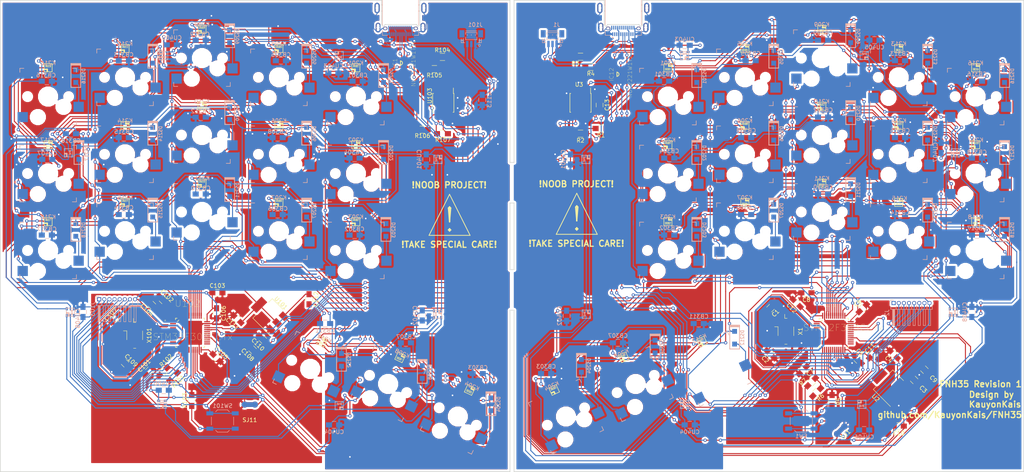
<source format=kicad_pcb>
(kicad_pcb (version 20171130) (host pcbnew "(5.0.0)")
  (layers (0 F.Cu signal hide) (31 B.Cu signal hide) (34 B.Paste user) (35 F.Paste user) (36 B.SilkS user) (37 F.SilkS user) (38 B.Mask user) (39 F.Mask user) (44 Edge.Cuts user))
  (net 0 "")
  (net 1 "Net-(C1-Pad1)")
  (net 2 "Net-(C2-Pad1)")
  (net 3 +5V)
  (net 4 +3V3)
  (net 5 GND)
  (net 6 /DA+)
  (net 7 /DA-)
  (net 8 /LEDMatrix_perKey/SDI)
  (net 9 /LEDMatrix_perKey/CKI)
  (net 10 /LEDMatrix_perKey/SDO)
  (net 11 /LEDMatrix_perKey/CKO)
  (net 12 /LEDMatrix_Underglow/SDI)
  (net 13 /LEDMatrix_Underglow/CKI)
  (net 14 /LEDMatrix_Underglow/SDO)
  (net 15 /LEDMatrix_Underglow/CKO)
  (net 16 /SerConn)
  (net 17 /PB13)
  (net 18 /PB14)
  (net 19 "Net-(R1-Pad2)")
  (net 20 "Net-(R2-Pad2)")
  (net 21 "Net-(R3-Pad2)")
  (net 22 "Net-(R4-Pad2)")
  (net 23 /BOOT)
  (net 24 /ADC)
  (net 25 "Net-(U1-Pad25)")
  (net 26 "Net-(J3-PadA2)")
  (net 27 "Net-(J3-PadA3)")
  (net 28 "Net-(J3-PadA5)")
  (net 29 "Net-(J3-PadA8)")
  (net 30 "Net-(J3-PadA10)")
  (net 31 "Net-(J3-PadA11)")
  (net 32 "Net-(J3-PadB2)")
  (net 33 "Net-(J3-PadB3)")
  (net 34 "Net-(J3-PadB5)")
  (net 35 "Net-(J3-PadB8)")
  (net 36 "Net-(J3-PadB10)")
  (net 37 "Net-(J3-PadB11)")
  (net 38 "Net-(U1-Pad2)")
  (net 39 "Net-(U1-Pad3)")
  (net 40 "Net-(U1-Pad4)")
  (net 41 "Net-(U1-Pad7)")
  (net 42 "Net-(U1-Pad29)")
  (net 43 "Net-(U1-Pad30)")
  (net 44 "Net-(U1-Pad31)")
  (net 45 "Net-(U1-Pad34)")
  (net 46 "Net-(J3-PadB6)")
  (net 47 "Net-(J3-PadB7)")
  (net 48 /row0)
  (net 49 /row1)
  (net 50 /row2)
  (net 51 /row3)
  (net 52 /col0)
  (net 53 /col1)
  (net 54 /col2)
  (net 55 /col3)
  (net 56 /col4)
  (net 57 "Net-(U1-Pad18)")
  (net 58 /CKI_Back)
  (net 59 /SDI_Back)
  (net 60 /CKI_Und)
  (net 61 /SDI_Und)
  (net 62 "Net-(U1-Pad11)")
  (net 63 "Net-(U1-Pad12)")
  (net 64 /PA17)
  (net 65 /PA16)
  (net 66 /PA15)
  (net 67 /PA14)
  (net 68 /PA13)
  (net 69 "Net-(DB301-Pad6)")
  (net 70 "Net-(DB301-Pad1)")
  (net 71 "Net-(DB302-Pad2)")
  (net 72 "Net-(DB302-Pad3)")
  (net 73 "Net-(DB302-Pad6)")
  (net 74 "Net-(DB302-Pad1)")
  (net 75 "Net-(DB303-Pad3)")
  (net 76 "Net-(DB303-Pad2)")
  (net 77 "Net-(DB304-Pad3)")
  (net 78 "Net-(DB304-Pad2)")
  (net 79 "Net-(DB305-Pad1)")
  (net 80 "Net-(DB305-Pad6)")
  (net 81 "Net-(DB306-Pad1)")
  (net 82 "Net-(DB306-Pad6)")
  (net 83 "Net-(DB307-Pad2)")
  (net 84 "Net-(DB307-Pad3)")
  (net 85 "Net-(DB308-Pad2)")
  (net 86 "Net-(DB308-Pad3)")
  (net 87 "Net-(DB309-Pad6)")
  (net 88 "Net-(DB309-Pad1)")
  (net 89 "Net-(DB310-Pad1)")
  (net 90 "Net-(DB310-Pad6)")
  (net 91 "Net-(DB311-Pad3)")
  (net 92 "Net-(DB311-Pad2)")
  (net 93 "Net-(DB312-Pad3)")
  (net 94 "Net-(DB312-Pad2)")
  (net 95 "Net-(DB313-Pad1)")
  (net 96 "Net-(DB313-Pad6)")
  (net 97 "Net-(DB314-Pad1)")
  (net 98 "Net-(DB314-Pad6)")
  (net 99 "Net-(DB315-Pad2)")
  (net 100 "Net-(DB315-Pad3)")
  (net 101 "Net-(DB316-Pad6)")
  (net 102 "Net-(DB316-Pad1)")
  (net 103 "Net-(DR401-Pad2)")
  (net 104 "Net-(DR401-Pad3)")
  (net 105 "Net-(DR402-Pad2)")
  (net 106 "Net-(DR402-Pad3)")
  (net 107 "Net-(DR403-Pad6)")
  (net 108 "Net-(DR403-Pad1)")
  (net 109 "Net-(DR404-Pad2)")
  (net 110 "Net-(DR404-Pad3)")
  (net 111 "Net-(DR405-Pad1)")
  (net 112 "Net-(DR405-Pad6)")
  (net 113 "Net-(DR406-Pad3)")
  (net 114 "Net-(DR406-Pad2)")
  (net 115 "Net-(DR407-Pad6)")
  (net 116 "Net-(DR407-Pad1)")
  (net 117 "Net-(DS201-Pad2)")
  (net 118 "Net-(DS202-Pad2)")
  (net 119 "Net-(DS203-Pad2)")
  (net 120 "Net-(DS204-Pad2)")
  (net 121 "Net-(DS205-Pad2)")
  (net 122 "Net-(DS206-Pad2)")
  (net 123 "Net-(DS207-Pad2)")
  (net 124 "Net-(DS208-Pad2)")
  (net 125 "Net-(DS209-Pad2)")
  (net 126 "Net-(DS210-Pad2)")
  (net 127 "Net-(DS211-Pad2)")
  (net 128 "Net-(DS212-Pad2)")
  (net 129 "Net-(DS213-Pad2)")
  (net 130 "Net-(DS214-Pad2)")
  (net 131 "Net-(DS215-Pad2)")
  (net 132 "Net-(DS216-Pad2)")
  (net 133 "Net-(DS217-Pad2)")
  (net 134 "Net-(DS218-Pad2)")
  (net 135 /USB+)
  (net 136 /USB-)
  (net 137 GNDD)
  (net 138 "Net-(C107-Pad1)")
  (net 139 "Net-(C109-Pad1)")
  (net 140 "Net-(J102-PadB11)")
  (net 141 "Net-(J102-PadB10)")
  (net 142 "Net-(J102-PadB8)")
  (net 143 "Net-(J102-PadB7)")
  (net 144 "Net-(J102-PadB6)")
  (net 145 "Net-(J102-PadB5)")
  (net 146 "Net-(J102-PadB3)")
  (net 147 "Net-(J102-PadB2)")
  (net 148 "Net-(J102-PadA11)")
  (net 149 "Net-(J102-PadA10)")
  (net 150 "Net-(J102-PadA8)")
  (net 151 "Net-(J102-PadA5)")
  (net 152 "Net-(J102-PadA3)")
  (net 153 "Net-(J102-PadA2)")
  (net 154 "Net-(R104-Pad2)")
  (net 155 "Net-(R105-Pad2)")
  (net 156 "Net-(R106-Pad2)")
  (net 157 "Net-(R107-Pad2)")
  (net 158 "Net-(U102-Pad2)")
  (net 159 "Net-(U102-Pad3)")
  (net 160 "Net-(U102-Pad4)")
  (net 161 "Net-(U102-Pad7)")
  (net 162 "Net-(U102-Pad11)")
  (net 163 "Net-(U102-Pad12)")
  (net 164 "Net-(U102-Pad18)")
  (net 165 "Net-(U102-Pad25)")
  (net 166 "Net-(U102-Pad29)")
  (net 167 "Net-(U102-Pad30)")
  (net 168 "Net-(U102-Pad31)")
  (net 169 "Net-(U102-Pad34)")
  (net 170 /LDA+)
  (net 171 /LDA-)
  (net 172 /Lrow0)
  (net 173 /Lrow1)
  (net 174 /Lrow2)
  (net 175 /Lrow3)
  (net 176 /LSerConn)
  (net 177 /LPA13)
  (net 178 /LPA14)
  (net 179 /LPA15)
  (net 180 /LPA16)
  (net 181 /LPA17)
  (net 182 /Lcol4)
  (net 183 /Lcol3)
  (net 184 /Lcol2)
  (net 185 /Lcol1)
  (net 186 /Lcol0)
  (net 187 /LADC)
  (net 188 /LBOOT)
  (net 189 /LSDI_Und)
  (net 190 /LCKI_Und)
  (net 191 /LSDI_Back)
  (net 192 /LCKI_Back)
  (net 193 "Net-(U102-Pad27)")
  (net 194 "Net-(U102-Pad26)")
  (net 195 /LUSB+)
  (net 196 /LUSB-)
  (net 197 /LKSDO)
  (net 198 /LKCKO)
  (net 199 /LUSDO)
  (net 200 /LUCKO)
  (module butts:gndcm (layer F.Cu) (at 232.9815 126.746 45)
    (fp_text reference SJ1 (at 0.179605 1.616446 45) (layer F.SilkS))
    (fp_text value SOLDER_JUMPER)
    (fp_poly (pts (xy -1.016 0.508) (xy -1.016 -0.508) (xy 1.016 -0.508) (xy 1.016 0.508)) (layer B.Cu) (width 0.15))
    (fp_poly (pts (xy -1.016 -0.508) (xy -1.016 0.508) (xy 1.016 0.508) (xy 1.016 -0.508)) (layer F.Cu) (width 0.15))
    (pad 1 smd circle (at -1.270001 0 45) (size 1.524 1.524) (layers B.Cu B.Paste B.Mask) (net 5 GND))
    (pad 2 smd circle (at 1.270001 0 45) (size 1.524 1.524) (layers B.Cu B.Paste B.Mask) (net 137 GNDD))
    (pad 2 smd circle (at 1.270001 0 45) (size 1.524 1.524) (layers F.Cu F.Paste F.Mask) (net 137 GNDD))
    (pad 1 smd circle (at -1.270001 0 45) (size 1.524 1.524) (layers F.Cu F.Paste F.Mask) (net 5 GND))
  )
  (module keyswitches:Kailh_socket (layer F.Cu) (at 266.41425 63.1825 180)
    (fp_text reference K217 (at 0 8.3 180) (layer B.SilkS) (effects (justify mirror)))
    (fp_text value KEYSW)
    (pad 2 smd rect (at -7.56 -2.54 180) (size 2.55 2.5) (layers B.Cu B.Paste B.Mask) (net 133 "Net-(DS217-Pad2)"))
    (pad "" np_thru_hole circle (at -5.08 0 180) (size 1.7018 1.7018) (drill 1.7018) (layers *.Cu *.Mask))
    (pad "" np_thru_hole circle (at 5.08 0 180) (size 1.7018 1.7018) (drill 1.7018) (layers *.Cu *.Mask))
    (pad "" np_thru_hole circle (at 0 0 180) (size 3.9878 3.9878) (drill 3.9878) (layers *.Cu *.Mask))
    (pad "" np_thru_hole circle (at -3.81 -2.54 180) (size 3 3) (drill 3) (layers *.Cu *.Mask))
    (pad "" np_thru_hole circle (at 2.54 -5.08 180) (size 3 3) (drill 3) (layers *.Cu *.Mask))
    (pad 1 smd rect (at 6.29 -5.08 180) (size 2.55 2.5) (layers B.Cu B.Paste B.Mask) (net 52 /col0))
  )
  (module Capacitors_SMD:C_0805_HandSoldering (layer B.Cu) (at 266.73175 40.3225 180)
    (fp_text reference CB316 (at 0 1.75 180) (layer B.SilkS) (effects (justify mirror)))
    (fp_text value 0.1u)
    (pad 1 smd rect (at -1.25 0 180) (size 1.5 1.25) (layers B.Cu B.Paste B.Mask) (net 3 +5V))
    (pad 2 smd rect (at 1.25 0 180) (size 1.5 1.25) (layers B.Cu B.Paste B.Mask) (net 5 GND))
  )
  (module Connectors_JST:JST_SH_BM03B-SRSS-TB_03x1.00mm_Straight (layer B.Cu) (at 161.63925 29.845 180)
    (fp_text reference J1 (at -1 3.5 180) (layer B.SilkS) (effects (justify mirror)))
    (fp_text value Conn_01x03)
    (pad 1 smd rect (at -1 -1.2625 180) (size 0.6 1.55) (layers B.Cu B.Paste B.Mask) (net 5 GND))
    (pad 2 smd rect (at 0 -1.2625 180) (size 0.6 1.55) (layers B.Cu B.Paste B.Mask) (net 3 +5V))
    (pad 3 smd rect (at 1 -1.2625 180) (size 0.6 1.55) (layers B.Cu B.Paste B.Mask) (net 16 /SerConn))
    (pad "" smd rect (at -2.3 1.2625 180) (size 1.2 1.8) (layers B.Cu B.Paste B.Mask))
    (pad "" smd rect (at 2.3 1.2625 180) (size 1.2 1.8) (layers B.Cu B.Paste B.Mask))
  )
  (module keyswitches:Kailh_socket (layer F.Cu) (at 190.21425 44.1325 180)
    (fp_text reference K201 (at 0 8.3 180) (layer B.SilkS) (effects (justify mirror)))
    (fp_text value KEYSW)
    (pad 2 smd rect (at -7.56 -2.54 180) (size 2.55 2.5) (layers B.Cu B.Paste B.Mask) (net 117 "Net-(DS201-Pad2)"))
    (pad "" np_thru_hole circle (at -5.08 0 180) (size 1.7018 1.7018) (drill 1.7018) (layers *.Cu *.Mask))
    (pad "" np_thru_hole circle (at 5.08 0 180) (size 1.7018 1.7018) (drill 1.7018) (layers *.Cu *.Mask))
    (pad "" np_thru_hole circle (at 0 0 180) (size 3.9878 3.9878) (drill 3.9878) (layers *.Cu *.Mask))
    (pad "" np_thru_hole circle (at -3.81 -2.54 180) (size 3 3) (drill 3) (layers *.Cu *.Mask))
    (pad "" np_thru_hole circle (at 2.54 -5.08 180) (size 3 3) (drill 3) (layers *.Cu *.Mask))
    (pad 1 smd rect (at 6.29 -5.08 180) (size 2.55 2.5) (layers B.Cu B.Paste B.Mask) (net 56 /col4))
  )
  (module keyswitches:Kailh_socket (layer F.Cu) (at 228.31425 34.6075 180)
    (fp_text reference K209 (at 0 8.3 180) (layer B.SilkS) (effects (justify mirror)))
    (fp_text value KEYSW)
    (pad 2 smd rect (at -7.56 -2.54 180) (size 2.55 2.5) (layers B.Cu B.Paste B.Mask) (net 125 "Net-(DS209-Pad2)"))
    (pad "" np_thru_hole circle (at -5.08 0 180) (size 1.7018 1.7018) (drill 1.7018) (layers *.Cu *.Mask))
    (pad "" np_thru_hole circle (at 5.08 0 180) (size 1.7018 1.7018) (drill 1.7018) (layers *.Cu *.Mask))
    (pad "" np_thru_hole circle (at 0 0 180) (size 3.9878 3.9878) (drill 3.9878) (layers *.Cu *.Mask))
    (pad "" np_thru_hole circle (at -3.81 -2.54 180) (size 3 3) (drill 3) (layers *.Cu *.Mask))
    (pad "" np_thru_hole circle (at 2.54 -5.08 180) (size 3 3) (drill 3) (layers *.Cu *.Mask))
    (pad 1 smd rect (at 6.29 -5.08 180) (size 2.55 2.5) (layers B.Cu B.Paste B.Mask) (net 54 /col2))
  )
  (module gsg-modules:APA102-2020 (layer B.Cu) (at 169.999481 98.012745 90)
    (fp_text reference DR402 (at 0 -0.4 90) (layer B.SilkS) (effects (font (size 0.50038 0.29972) (thickness 0.07493)) (justify mirror)))
    (fp_text value APA102 hide)
    (pad 1 smd rect (at 0.85 0.9 90) (size 0.8 0.5) (layers B.Cu B.Paste B.Mask) (net 103 "Net-(DR401-Pad2)"))
    (pad 6 smd rect (at 0.85 0 90) (size 0.8 0.3) (layers B.Cu B.Paste B.Mask) (net 104 "Net-(DR401-Pad3)"))
    (pad 5 smd rect (at 0.85 -0.9 90) (size 0.8 0.5) (layers B.Cu B.Paste B.Mask) (net 3 +5V))
    (pad 4 smd rect (at -0.85 -0.9 90) (size 0.8 0.5) (layers B.Cu B.Paste B.Mask) (net 5 GND))
    (pad 3 smd rect (at -0.85 0 90) (size 0.8 0.3) (layers B.Cu B.Paste B.Mask) (net 106 "Net-(DR402-Pad3)"))
    (pad 2 smd rect (at -0.85 0.9 90) (size 0.8 0.5) (layers B.Cu B.Paste B.Mask) (net 105 "Net-(DR402-Pad2)"))
  )
  (module keyswitches:Kailh_socket (layer F.Cu) (at 201.507526 111.56203 205)
    (fp_text reference K212 (at 0 8.300001 205) (layer B.SilkS) (effects (justify mirror)))
    (fp_text value KEYSW)
    (pad 2 smd rect (at -7.56 -2.54 205) (size 2.55 2.5) (layers B.Cu B.Paste B.Mask) (net 128 "Net-(DS212-Pad2)"))
    (pad "" np_thru_hole circle (at -5.08 0 205) (size 1.7018 1.7018) (drill 1.7018) (layers *.Cu *.Mask))
    (pad "" np_thru_hole circle (at 5.08 0 205) (size 1.7018 1.7018) (drill 1.7018) (layers *.Cu *.Mask))
    (pad "" np_thru_hole circle (at 0 0 205) (size 3.9878 3.9878) (drill 3.9878) (layers *.Cu *.Mask))
    (pad "" np_thru_hole circle (at -3.81 -2.54 205) (size 3 3) (drill 3) (layers *.Cu *.Mask))
    (pad "" np_thru_hole circle (at 2.54 -5.08 205) (size 3 3) (drill 3) (layers *.Cu *.Mask))
    (pad 1 smd rect (at 6.29 -5.08 205) (size 2.55 2.5) (layers B.Cu B.Paste B.Mask) (net 54 /col2))
  )
  (module keyswitches:Kailh_socket (layer F.Cu) (at 182.229644 115.296617 205)
    (fp_text reference K208 (at 0 8.300001 205) (layer B.SilkS) (effects (justify mirror)))
    (fp_text value KEYSW)
    (pad 2 smd rect (at -7.56 -2.54 205) (size 2.55 2.5) (layers B.Cu B.Paste B.Mask) (net 124 "Net-(DS208-Pad2)"))
    (pad "" np_thru_hole circle (at -5.08 0 205) (size 1.7018 1.7018) (drill 1.7018) (layers *.Cu *.Mask))
    (pad "" np_thru_hole circle (at 5.08 0 205) (size 1.7018 1.7018) (drill 1.7018) (layers *.Cu *.Mask))
    (pad "" np_thru_hole circle (at 0 0 205) (size 3.9878 3.9878) (drill 3.9878) (layers *.Cu *.Mask))
    (pad "" np_thru_hole circle (at -3.81 -2.54 205) (size 3 3) (drill 3) (layers *.Cu *.Mask))
    (pad "" np_thru_hole circle (at 2.54 -5.08 205) (size 3 3) (drill 3) (layers *.Cu *.Mask))
    (pad 1 smd rect (at 6.29 -5.08 205) (size 2.55 2.5) (layers B.Cu B.Paste B.Mask) (net 55 /col3))
  )
  (module Capacitors_SMD:C_0805_HandSoldering (layer B.Cu) (at 266.73175 59.3725 180)
    (fp_text reference CB318 (at 0 1.4605 180) (layer B.SilkS) (effects (justify mirror)))
    (fp_text value 0.1u)
    (pad 1 smd rect (at -1.25 0 180) (size 1.5 1.25) (layers B.Cu B.Paste B.Mask) (net 5 GND))
    (pad 2 smd rect (at 1.25 0 180) (size 1.5 1.25) (layers B.Cu B.Paste B.Mask) (net 3 +5V))
  )
  (module Capacitors_SMD:C_0805_HandSoldering (layer B.Cu) (at 165.13175 98.412745 270)
    (fp_text reference CU402 (at 0 1.75 270) (layer B.SilkS) (effects (justify mirror)))
    (fp_text value 0.1u)
    (pad 1 smd rect (at -1.25 0 270) (size 1.5 1.25) (layers B.Cu B.Paste B.Mask) (net 3 +5V))
    (pad 2 smd rect (at 1.25 0 270) (size 1.5 1.25) (layers B.Cu B.Paste B.Mask) (net 5 GND))
  )
  (module Capacitors_SMD:C_0805_HandSoldering (layer B.Cu) (at 247.68175 35.2425 180)
    (fp_text reference CB313 (at 0 1.75 180) (layer B.SilkS) (effects (justify mirror)))
    (fp_text value 0.1u)
    (pad 1 smd rect (at -1.25 0 180) (size 1.5 1.25) (layers B.Cu B.Paste B.Mask) (net 3 +5V))
    (pad 2 smd rect (at 1.25 0 180) (size 1.5 1.25) (layers B.Cu B.Paste B.Mask) (net 5 GND))
  )
  (module Capacitors_SMD:C_0805_HandSoldering (layer B.Cu) (at 266.73175 78.4225 180)
    (fp_text reference CB317 (at 0 1.7145 180) (layer B.SilkS) (effects (justify mirror)))
    (fp_text value 0.1u)
    (pad 1 smd rect (at -1.25 0 180) (size 1.5 1.25) (layers B.Cu B.Paste B.Mask) (net 3 +5V))
    (pad 2 smd rect (at 1.25 0 180) (size 1.5 1.25) (layers B.Cu B.Paste B.Mask) (net 5 GND))
  )
  (module Capacitors_SMD:C_0805_HandSoldering (layer B.Cu) (at 247.68175 54.2925 180)
    (fp_text reference CB315 (at 0 1.75 180) (layer B.SilkS) (effects (justify mirror)))
    (fp_text value 0.1u)
    (pad 1 smd rect (at -1.25 0 180) (size 1.5 1.25) (layers B.Cu B.Paste B.Mask) (net 5 GND))
    (pad 2 smd rect (at 1.25 0 180) (size 1.5 1.25) (layers B.Cu B.Paste B.Mask) (net 3 +5V))
  )
  (module Capacitors_SMD:C_0805_HandSoldering (layer B.Cu) (at 247.68175 73.3425 180)
    (fp_text reference CB314 (at 0 0.4445 180) (layer B.SilkS) (effects (justify mirror)))
    (fp_text value 0.1u)
    (pad 1 smd rect (at -1.25 0 180) (size 1.5 1.25) (layers B.Cu B.Paste B.Mask) (net 3 +5V))
    (pad 2 smd rect (at 1.25 0 180) (size 1.5 1.25) (layers B.Cu B.Paste B.Mask) (net 5 GND))
  )
  (module Capacitors_SMD:C_0805_HandSoldering (layer B.Cu) (at 209.58175 54.2925 180)
    (fp_text reference CB308 (at 0 1.75 180) (layer B.SilkS) (effects (justify mirror)))
    (fp_text value 0.1u)
    (pad 1 smd rect (at -1.25 0 180) (size 1.5 1.25) (layers B.Cu B.Paste B.Mask) (net 5 GND))
    (pad 2 smd rect (at 1.25 0 180) (size 1.5 1.25) (layers B.Cu B.Paste B.Mask) (net 3 +5V))
  )
  (module Capacitors_SMD:C_0805_HandSoldering (layer B.Cu) (at 189.26175 40.3225 180)
    (fp_text reference CB301 (at 0 1.75 180) (layer B.SilkS) (effects (justify mirror)))
    (fp_text value 0.1u)
    (pad 1 smd rect (at -1.25 0 180) (size 1.5 1.25) (layers B.Cu B.Paste B.Mask) (net 3 +5V))
    (pad 2 smd rect (at 1.25 0 180) (size 1.5 1.25) (layers B.Cu B.Paste B.Mask) (net 5 GND))
  )
  (module Capacitors_SMD:C_0805_HandSoldering (layer B.Cu) (at 194.36175 31.4325)
    (fp_text reference CU403 (at 0 -1.4605) (layer B.SilkS) (effects (justify mirror)))
    (fp_text value 0.1u)
    (pad 1 smd rect (at -1.25 0) (size 1.5 1.25) (layers B.Cu B.Paste B.Mask) (net 5 GND))
    (pad 2 smd rect (at 1.25 0) (size 1.5 1.25) (layers B.Cu B.Paste B.Mask) (net 3 +5V))
  )
  (module Capacitors_SMD:C_0805_HandSoldering (layer B.Cu) (at 228.63175 30.1625 180)
    (fp_text reference CB309 (at 0 1.75 180) (layer B.SilkS) (effects (justify mirror)))
    (fp_text value 0.1u)
    (pad 1 smd rect (at -1.25 0 180) (size 1.5 1.25) (layers B.Cu B.Paste B.Mask) (net 3 +5V))
    (pad 2 smd rect (at 1.25 0 180) (size 1.5 1.25) (layers B.Cu B.Paste B.Mask) (net 5 GND))
  )
  (module Capacitors_SMD:C_0805_HandSoldering (layer B.Cu) (at 228.63175 68.2625 180)
    (fp_text reference CB310 (at 0 1.75 180) (layer B.SilkS) (effects (justify mirror)))
    (fp_text value 0.1u)
    (pad 1 smd rect (at -1.25 0 180) (size 1.5 1.25) (layers B.Cu B.Paste B.Mask) (net 3 +5V))
    (pad 2 smd rect (at 1.25 0 180) (size 1.5 1.25) (layers B.Cu B.Paste B.Mask) (net 5 GND))
  )
  (module Capacitors_SMD:C_0805_HandSoldering (layer B.Cu) (at 228.63175 49.2125 180)
    (fp_text reference CB312 (at 0 1.75 180) (layer B.SilkS) (effects (justify mirror)))
    (fp_text value 0.1u)
    (pad 1 smd rect (at -1.25 0 180) (size 1.5 1.25) (layers B.Cu B.Paste B.Mask) (net 5 GND))
    (pad 2 smd rect (at 1.25 0 180) (size 1.5 1.25) (layers B.Cu B.Paste B.Mask) (net 3 +5V))
  )
  (module Capacitors_SMD:C_0805_HandSoldering (layer B.Cu) (at 209.58175 73.3425 180)
    (fp_text reference CB306 (at 0 1.75 180) (layer B.SilkS) (effects (justify mirror)))
    (fp_text value 0.1u)
    (pad 1 smd rect (at -1.25 0 180) (size 1.5 1.25) (layers B.Cu B.Paste B.Mask) (net 3 +5V))
    (pad 2 smd rect (at 1.25 0 180) (size 1.5 1.25) (layers B.Cu B.Paste B.Mask) (net 5 GND))
  )
  (module Capacitors_SMD:C_0805_HandSoldering (layer B.Cu) (at 241.35175 30.1625)
    (fp_text reference CU405 (at 0 1.75) (layer B.SilkS) (effects (justify mirror)))
    (fp_text value 0.1u)
    (pad 1 smd rect (at -1.25 0) (size 1.5 1.25) (layers B.Cu B.Paste B.Mask) (net 5 GND))
    (pad 2 smd rect (at 1.25 0) (size 1.5 1.25) (layers B.Cu B.Paste B.Mask) (net 3 +5V))
  )
  (module Capacitors_SMD:C_0805_HandSoldering (layer B.Cu) (at 265.46175 97.4525 270)
    (fp_text reference CU408 (at 0 1.75 270) (layer B.SilkS) (effects (justify mirror)))
    (fp_text value 0.1u)
    (pad 1 smd rect (at -1.25 0 270) (size 1.5 1.25) (layers B.Cu B.Paste B.Mask) (net 5 GND))
    (pad 2 smd rect (at 1.25 0 270) (size 1.5 1.25) (layers B.Cu B.Paste B.Mask) (net 3 +5V))
  )
  (module Capacitors_SMD:C_0805_HandSoldering (layer B.Cu) (at 177.83175 105.0925 180)
    (fp_text reference CB307 (at 0 1.75 180) (layer B.SilkS) (effects (justify mirror)))
    (fp_text value 0.1u)
    (pad 1 smd rect (at -1.25 0 180) (size 1.5 1.25) (layers B.Cu B.Paste B.Mask) (net 5 GND))
    (pad 2 smd rect (at 1.25 0 180) (size 1.5 1.25) (layers B.Cu B.Paste B.Mask) (net 3 +5V))
  )
  (module Capacitors_SMD:C_0805_HandSoldering (layer B.Cu) (at 190.53175 78.4225 180)
    (fp_text reference CB302 (at 0 1.75 180) (layer B.SilkS) (effects (justify mirror)))
    (fp_text value 0.1u)
    (pad 1 smd rect (at -1.25 0 180) (size 1.5 1.25) (layers B.Cu B.Paste B.Mask) (net 3 +5V))
    (pad 2 smd rect (at 1.25 0 180) (size 1.5 1.25) (layers B.Cu B.Paste B.Mask) (net 5 GND))
  )
  (module Capacitors_SMD:C_0805_HandSoldering (layer B.Cu) (at 195.61175 125.4125)
    (fp_text reference CU404 (at 0 1.75) (layer B.SilkS) (effects (justify mirror)))
    (fp_text value 0.1u)
    (pad 1 smd rect (at -1.25 0) (size 1.5 1.25) (layers B.Cu B.Paste B.Mask) (net 3 +5V))
    (pad 2 smd rect (at 1.25 0) (size 1.5 1.25) (layers B.Cu B.Paste B.Mask) (net 5 GND))
  )
  (module Capacitors_SMD:C_0805_HandSoldering (layer B.Cu) (at 160.05175 112.7125 180)
    (fp_text reference CB303 (at 0 1.75 180) (layer B.SilkS) (effects (justify mirror)))
    (fp_text value 0.1u)
    (pad 1 smd rect (at -1.25 0 180) (size 1.5 1.25) (layers B.Cu B.Paste B.Mask) (net 5 GND))
    (pad 2 smd rect (at 1.25 0 180) (size 1.5 1.25) (layers B.Cu B.Paste B.Mask) (net 3 +5V))
  )
  (module Capacitors_SMD:C_0805_HandSoldering (layer B.Cu) (at 257.84175 56.8325 270)
    (fp_text reference CU407 (at 1.0795 1.397 270) (layer B.SilkS) (effects (justify mirror)))
    (fp_text value 0.1u)
    (pad 1 smd rect (at -1.25 0 270) (size 1.5 1.25) (layers B.Cu B.Paste B.Mask) (net 5 GND))
    (pad 2 smd rect (at 1.25 0 270) (size 1.5 1.25) (layers B.Cu B.Paste B.Mask) (net 3 +5V))
  )
  (module Capacitors_SMD:C_0805_HandSoldering (layer B.Cu) (at 190.53175 59.3725 180)
    (fp_text reference CB304 (at 0 1.75 180) (layer B.SilkS) (effects (justify mirror)))
    (fp_text value 0.1u)
    (pad 1 smd rect (at -1.25 0 180) (size 1.5 1.25) (layers B.Cu B.Paste B.Mask) (net 5 GND))
    (pad 2 smd rect (at 1.25 0 180) (size 1.5 1.25) (layers B.Cu B.Paste B.Mask) (net 3 +5V))
  )
  (module Capacitors_SMD:C_0805_HandSoldering (layer B.Cu) (at 238.79175 126.6825)
    (fp_text reference CU406 (at 0 1.75) (layer B.SilkS) (effects (justify mirror)))
    (fp_text value 0.1u)
    (pad 1 smd rect (at -1.25 0) (size 1.5 1.25) (layers B.Cu B.Paste B.Mask) (net 3 +5V))
    (pad 2 smd rect (at 1.25 0) (size 1.5 1.25) (layers B.Cu B.Paste B.Mask) (net 5 GND))
  )
  (module gsg-modules:APA102-2020 (layer F.Cu) (at 266.41425 36.98875)
    (fp_text reference DB316 (at 0 0.4) (layer F.SilkS) (effects (font (size 0.50038 0.29972) (thickness 0.07493))))
    (fp_text value APA102 hide)
    (pad 1 smd rect (at 0.85 -0.9) (size 0.8 0.5) (layers F.Cu F.Paste F.Mask) (net 102 "Net-(DB316-Pad1)"))
    (pad 6 smd rect (at 0.85 0) (size 0.8 0.3) (layers F.Cu F.Paste F.Mask) (net 101 "Net-(DB316-Pad6)"))
    (pad 5 smd rect (at 0.85 0.9) (size 0.8 0.5) (layers F.Cu F.Paste F.Mask) (net 3 +5V))
    (pad 4 smd rect (at -0.85 0.9) (size 0.8 0.5) (layers F.Cu F.Paste F.Mask) (net 5 GND))
    (pad 3 smd rect (at -0.85 0) (size 0.8 0.3) (layers F.Cu F.Paste F.Mask) (net 96 "Net-(DB313-Pad6)"))
    (pad 2 smd rect (at -0.85 -0.9) (size 0.8 0.5) (layers F.Cu F.Paste F.Mask) (net 95 "Net-(DB313-Pad1)"))
  )
  (module Capacitors_SMD:C_0805_HandSoldering (layer B.Cu) (at 210.70675 35.2425 180)
    (fp_text reference CB305 (at 0 1.75 180) (layer B.SilkS) (effects (justify mirror)))
    (fp_text value 0.1u)
    (pad 1 smd rect (at -1.25 0 180) (size 1.5 1.25) (layers B.Cu B.Paste B.Mask) (net 3 +5V))
    (pad 2 smd rect (at 1.25 0 180) (size 1.5 1.25) (layers B.Cu B.Paste B.Mask) (net 5 GND))
  )
  (module keyswitches:Kailh_socket (layer F.Cu) (at 228.31425 72.7075 180)
    (fp_text reference K211 (at 0 8.3 180) (layer B.SilkS) (effects (justify mirror)))
    (fp_text value KEYSW)
    (pad 2 smd rect (at -7.56 -2.54 180) (size 2.55 2.5) (layers B.Cu B.Paste B.Mask) (net 127 "Net-(DS211-Pad2)"))
    (pad "" np_thru_hole circle (at -5.08 0 180) (size 1.7018 1.7018) (drill 1.7018) (layers *.Cu *.Mask))
    (pad "" np_thru_hole circle (at 5.08 0 180) (size 1.7018 1.7018) (drill 1.7018) (layers *.Cu *.Mask))
    (pad "" np_thru_hole circle (at 0 0 180) (size 3.9878 3.9878) (drill 3.9878) (layers *.Cu *.Mask))
    (pad "" np_thru_hole circle (at -3.81 -2.54 180) (size 3 3) (drill 3) (layers *.Cu *.Mask))
    (pad "" np_thru_hole circle (at 2.54 -5.08 180) (size 3 3) (drill 3) (layers *.Cu *.Mask))
    (pad 1 smd rect (at 6.29 -5.08 180) (size 2.55 2.5) (layers B.Cu B.Paste B.Mask) (net 54 /col2))
  )
  (module keyswitches:Kailh_socket (layer F.Cu) (at 209.26425 39.37 180)
    (fp_text reference K205 (at 0 8.3 180) (layer B.SilkS) (effects (justify mirror)))
    (fp_text value KEYSW)
    (pad 2 smd rect (at -7.56 -2.54 180) (size 2.55 2.5) (layers B.Cu B.Paste B.Mask) (net 121 "Net-(DS205-Pad2)"))
    (pad "" np_thru_hole circle (at -5.08 0 180) (size 1.7018 1.7018) (drill 1.7018) (layers *.Cu *.Mask))
    (pad "" np_thru_hole circle (at 5.08 0 180) (size 1.7018 1.7018) (drill 1.7018) (layers *.Cu *.Mask))
    (pad "" np_thru_hole circle (at 0 0 180) (size 3.9878 3.9878) (drill 3.9878) (layers *.Cu *.Mask))
    (pad "" np_thru_hole circle (at -3.81 -2.54 180) (size 3 3) (drill 3) (layers *.Cu *.Mask))
    (pad "" np_thru_hole circle (at 2.54 -5.08 180) (size 3 3) (drill 3) (layers *.Cu *.Mask))
    (pad 1 smd rect (at 6.29 -5.08 180) (size 2.55 2.5) (layers B.Cu B.Paste B.Mask) (net 55 /col3))
  )
  (module keyswitches:Kailh_socket (layer F.Cu) (at 190.21425 82.2325 180)
    (fp_text reference K203 (at 0 8.3 180) (layer B.SilkS) (effects (justify mirror)))
    (fp_text value KEYSW)
    (pad 2 smd rect (at -7.56 -2.54 180) (size 2.55 2.5) (layers B.Cu B.Paste B.Mask) (net 119 "Net-(DS203-Pad2)"))
    (pad "" np_thru_hole circle (at -5.08 0 180) (size 1.7018 1.7018) (drill 1.7018) (layers *.Cu *.Mask))
    (pad "" np_thru_hole circle (at 5.08 0 180) (size 1.7018 1.7018) (drill 1.7018) (layers *.Cu *.Mask))
    (pad "" np_thru_hole circle (at 0 0 180) (size 3.9878 3.9878) (drill 3.9878) (layers *.Cu *.Mask))
    (pad "" np_thru_hole circle (at -3.81 -2.54 180) (size 3 3) (drill 3) (layers *.Cu *.Mask))
    (pad "" np_thru_hole circle (at 2.54 -5.08 180) (size 3 3) (drill 3) (layers *.Cu *.Mask))
    (pad 1 smd rect (at 6.29 -5.08 180) (size 2.55 2.5) (layers B.Cu B.Paste B.Mask) (net 56 /col4))
  )
  (module keyswitches:Kailh_socket (layer F.Cu) (at 164.96448 123.347495 205)
    (fp_text reference K204 (at 0 8.300001 205) (layer B.SilkS) (effects (justify mirror)))
    (fp_text value KEYSW)
    (pad 2 smd rect (at -7.56 -2.54 205) (size 2.55 2.5) (layers B.Cu B.Paste B.Mask) (net 120 "Net-(DS204-Pad2)"))
    (pad "" np_thru_hole circle (at -5.08 0 205) (size 1.7018 1.7018) (drill 1.7018) (layers *.Cu *.Mask))
    (pad "" np_thru_hole circle (at 5.08 0 205) (size 1.7018 1.7018) (drill 1.7018) (layers *.Cu *.Mask))
    (pad "" np_thru_hole circle (at 0 0 205) (size 3.9878 3.9878) (drill 3.9878) (layers *.Cu *.Mask))
    (pad "" np_thru_hole circle (at -3.81 -2.54 205) (size 3 3) (drill 3) (layers *.Cu *.Mask))
    (pad "" np_thru_hole circle (at 2.54 -5.08 205) (size 3 3) (drill 3) (layers *.Cu *.Mask))
    (pad 1 smd rect (at 6.29 -5.08 205) (size 2.55 2.5) (layers B.Cu B.Paste B.Mask) (net 56 /col4))
  )
  (module gsg-modules:APA102-2020 (layer B.Cu) (at 261.38675 58.04625 270)
    (fp_text reference DR407 (at 0 -0.4 270) (layer B.SilkS) (effects (font (size 0.50038 0.29972) (thickness 0.07493)) (justify mirror)))
    (fp_text value APA102 hide)
    (pad 1 smd rect (at 0.85 0.9 270) (size 0.8 0.5) (layers B.Cu B.Paste B.Mask) (net 116 "Net-(DR407-Pad1)"))
    (pad 6 smd rect (at 0.85 0 270) (size 0.8 0.3) (layers B.Cu B.Paste B.Mask) (net 115 "Net-(DR407-Pad6)"))
    (pad 5 smd rect (at 0.85 -0.9 270) (size 0.8 0.5) (layers B.Cu B.Paste B.Mask) (net 3 +5V))
    (pad 4 smd rect (at -0.85 -0.9 270) (size 0.8 0.5) (layers B.Cu B.Paste B.Mask) (net 5 GND))
    (pad 3 smd rect (at -0.85 0 270) (size 0.8 0.3) (layers B.Cu B.Paste B.Mask) (net 112 "Net-(DR405-Pad6)"))
    (pad 2 smd rect (at -0.85 0.9 270) (size 0.8 0.5) (layers B.Cu B.Paste B.Mask) (net 111 "Net-(DR405-Pad1)"))
  )
  (module keyswitches:Kailh_socket (layer F.Cu) (at 266.41425 44.1325 180)
    (fp_text reference K216 (at 0 8.3 180) (layer B.SilkS) (effects (justify mirror)))
    (fp_text value KEYSW)
    (pad 2 smd rect (at -7.56 -2.54 180) (size 2.55 2.5) (layers B.Cu B.Paste B.Mask) (net 132 "Net-(DS216-Pad2)"))
    (pad "" np_thru_hole circle (at -5.08 0 180) (size 1.7018 1.7018) (drill 1.7018) (layers *.Cu *.Mask))
    (pad "" np_thru_hole circle (at 5.08 0 180) (size 1.7018 1.7018) (drill 1.7018) (layers *.Cu *.Mask))
    (pad "" np_thru_hole circle (at 0 0 180) (size 3.9878 3.9878) (drill 3.9878) (layers *.Cu *.Mask))
    (pad "" np_thru_hole circle (at -3.81 -2.54 180) (size 3 3) (drill 3) (layers *.Cu *.Mask))
    (pad "" np_thru_hole circle (at 2.54 -5.08 180) (size 3 3) (drill 3) (layers *.Cu *.Mask))
    (pad 1 smd rect (at 6.29 -5.08 180) (size 2.55 2.5) (layers B.Cu B.Paste B.Mask) (net 52 /col0))
  )
  (module keyswitches:Kailh_socket (layer F.Cu) (at 247.36425 77.47 180)
    (fp_text reference K215 (at -0.1905 8.128 180) (layer B.SilkS) (effects (justify mirror)))
    (fp_text value KEYSW)
    (pad 2 smd rect (at -7.56 -2.54 180) (size 2.55 2.5) (layers B.Cu B.Paste B.Mask) (net 131 "Net-(DS215-Pad2)"))
    (pad "" np_thru_hole circle (at -5.08 0 180) (size 1.7018 1.7018) (drill 1.7018) (layers *.Cu *.Mask))
    (pad "" np_thru_hole circle (at 5.08 0 180) (size 1.7018 1.7018) (drill 1.7018) (layers *.Cu *.Mask))
    (pad "" np_thru_hole circle (at 0 0 180) (size 3.9878 3.9878) (drill 3.9878) (layers *.Cu *.Mask))
    (pad "" np_thru_hole circle (at -3.81 -2.54 180) (size 3 3) (drill 3) (layers *.Cu *.Mask))
    (pad "" np_thru_hole circle (at 2.54 -5.08 180) (size 3 3) (drill 3) (layers *.Cu *.Mask))
    (pad 1 smd rect (at 6.29 -5.08 180) (size 2.55 2.5) (layers B.Cu B.Paste B.Mask) (net 53 /col1))
  )
  (module gsg-modules:APA102-2020 (layer B.Cu) (at 238.213 120.3325 180)
    (fp_text reference DR406 (at 0 -0.4 180) (layer B.SilkS) (effects (font (size 0.50038 0.29972) (thickness 0.07493)) (justify mirror)))
    (fp_text value APA102 hide)
    (pad 1 smd rect (at 0.85 0.9 180) (size 0.8 0.5) (layers B.Cu B.Paste B.Mask) (net 109 "Net-(DR404-Pad2)"))
    (pad 6 smd rect (at 0.85 0 180) (size 0.8 0.3) (layers B.Cu B.Paste B.Mask) (net 110 "Net-(DR404-Pad3)"))
    (pad 5 smd rect (at 0.85 -0.9 180) (size 0.8 0.5) (layers B.Cu B.Paste B.Mask) (net 3 +5V))
    (pad 4 smd rect (at -0.85 -0.9 180) (size 0.8 0.5) (layers B.Cu B.Paste B.Mask) (net 5 GND))
    (pad 3 smd rect (at -0.85 0 180) (size 0.8 0.3) (layers B.Cu B.Paste B.Mask) (net 113 "Net-(DR406-Pad3)"))
    (pad 2 smd rect (at -0.85 0.9 180) (size 0.8 0.5) (layers B.Cu B.Paste B.Mask) (net 114 "Net-(DR406-Pad2)"))
  )
  (module keyswitches:Kailh_socket (layer F.Cu) (at 247.36425 39.37 180)
    (fp_text reference K213 (at 0 8.3 180) (layer B.SilkS) (effects (justify mirror)))
    (fp_text value KEYSW)
    (pad 2 smd rect (at -7.56 -2.54 180) (size 2.55 2.5) (layers B.Cu B.Paste B.Mask) (net 129 "Net-(DS213-Pad2)"))
    (pad "" np_thru_hole circle (at -5.08 0 180) (size 1.7018 1.7018) (drill 1.7018) (layers *.Cu *.Mask))
    (pad "" np_thru_hole circle (at 5.08 0 180) (size 1.7018 1.7018) (drill 1.7018) (layers *.Cu *.Mask))
    (pad "" np_thru_hole circle (at 0 0 180) (size 3.9878 3.9878) (drill 3.9878) (layers *.Cu *.Mask))
    (pad "" np_thru_hole circle (at -3.81 -2.54 180) (size 3 3) (drill 3) (layers *.Cu *.Mask))
    (pad "" np_thru_hole circle (at 2.54 -5.08 180) (size 3 3) (drill 3) (layers *.Cu *.Mask))
    (pad 1 smd rect (at 6.29 -5.08 180) (size 2.55 2.5) (layers B.Cu B.Paste B.Mask) (net 53 /col1))
  )
  (module keyswitches:Kailh_socket (layer F.Cu) (at 190.21425 63.1825 180)
    (fp_text reference K202 (at 0 8.3 180) (layer B.SilkS) (effects (justify mirror)))
    (fp_text value KEYSW)
    (pad 2 smd rect (at -7.56 -2.54 180) (size 2.55 2.5) (layers B.Cu B.Paste B.Mask) (net 118 "Net-(DS202-Pad2)"))
    (pad "" np_thru_hole circle (at -5.08 0 180) (size 1.7018 1.7018) (drill 1.7018) (layers *.Cu *.Mask))
    (pad "" np_thru_hole circle (at 5.08 0 180) (size 1.7018 1.7018) (drill 1.7018) (layers *.Cu *.Mask))
    (pad "" np_thru_hole circle (at 0 0 180) (size 3.9878 3.9878) (drill 3.9878) (layers *.Cu *.Mask))
    (pad "" np_thru_hole circle (at -3.81 -2.54 180) (size 3 3) (drill 3) (layers *.Cu *.Mask))
    (pad "" np_thru_hole circle (at 2.54 -5.08 180) (size 3 3) (drill 3) (layers *.Cu *.Mask))
    (pad 1 smd rect (at 6.29 -5.08 180) (size 2.55 2.5) (layers B.Cu B.Paste B.Mask) (net 56 /col4))
  )
  (module keyswitches:Kailh_socket (layer F.Cu) (at 209.26425 58.42 180)
    (fp_text reference K206 (at 0 8.3 180) (layer B.SilkS) (effects (justify mirror)))
    (fp_text value KEYSW)
    (pad 2 smd rect (at -7.56 -2.54 180) (size 2.55 2.5) (layers B.Cu B.Paste B.Mask) (net 122 "Net-(DS206-Pad2)"))
    (pad "" np_thru_hole circle (at -5.08 0 180) (size 1.7018 1.7018) (drill 1.7018) (layers *.Cu *.Mask))
    (pad "" np_thru_hole circle (at 5.08 0 180) (size 1.7018 1.7018) (drill 1.7018) (layers *.Cu *.Mask))
    (pad "" np_thru_hole circle (at 0 0 180) (size 3.9878 3.9878) (drill 3.9878) (layers *.Cu *.Mask))
    (pad "" np_thru_hole circle (at -3.81 -2.54 180) (size 3 3) (drill 3) (layers *.Cu *.Mask))
    (pad "" np_thru_hole circle (at 2.54 -5.08 180) (size 3 3) (drill 3) (layers *.Cu *.Mask))
    (pad 1 smd rect (at 6.29 -5.08 180) (size 2.55 2.5) (layers B.Cu B.Paste B.Mask) (net 55 /col3))
  )
  (module keyswitches:Kailh_socket (layer F.Cu) (at 209.26425 77.47 180)
    (fp_text reference K207 (at 0 8.3 180) (layer B.SilkS) (effects (justify mirror)))
    (fp_text value KEYSW)
    (pad 2 smd rect (at -7.56 -2.54 180) (size 2.55 2.5) (layers B.Cu B.Paste B.Mask) (net 123 "Net-(DS207-Pad2)"))
    (pad "" np_thru_hole circle (at -5.08 0 180) (size 1.7018 1.7018) (drill 1.7018) (layers *.Cu *.Mask))
    (pad "" np_thru_hole circle (at 5.08 0 180) (size 1.7018 1.7018) (drill 1.7018) (layers *.Cu *.Mask))
    (pad "" np_thru_hole circle (at 0 0 180) (size 3.9878 3.9878) (drill 3.9878) (layers *.Cu *.Mask))
    (pad "" np_thru_hole circle (at -3.81 -2.54 180) (size 3 3) (drill 3) (layers *.Cu *.Mask))
    (pad "" np_thru_hole circle (at 2.54 -5.08 180) (size 3 3) (drill 3) (layers *.Cu *.Mask))
    (pad 1 smd rect (at 6.29 -5.08 180) (size 2.55 2.5) (layers B.Cu B.Paste B.Mask) (net 55 /col3))
  )
  (module gsg-modules:APA102-2020 (layer B.Cu) (at 194.34175 120.3325 180)
    (fp_text reference DR404 (at 0 -0.4 180) (layer B.SilkS) (effects (font (size 0.50038 0.29972) (thickness 0.07493)) (justify mirror)))
    (fp_text value APA102 hide)
    (pad 1 smd rect (at 0.85 0.9 180) (size 0.8 0.5) (layers B.Cu B.Paste B.Mask) (net 105 "Net-(DR402-Pad2)"))
    (pad 6 smd rect (at 0.85 0 180) (size 0.8 0.3) (layers B.Cu B.Paste B.Mask) (net 106 "Net-(DR402-Pad3)"))
    (pad 5 smd rect (at 0.85 -0.9 180) (size 0.8 0.5) (layers B.Cu B.Paste B.Mask) (net 3 +5V))
    (pad 4 smd rect (at -0.85 -0.9 180) (size 0.8 0.5) (layers B.Cu B.Paste B.Mask) (net 5 GND))
    (pad 3 smd rect (at -0.85 0 180) (size 0.8 0.3) (layers B.Cu B.Paste B.Mask) (net 110 "Net-(DR404-Pad3)"))
    (pad 2 smd rect (at -0.85 0.9 180) (size 0.8 0.5) (layers B.Cu B.Paste B.Mask) (net 109 "Net-(DR404-Pad2)"))
  )
  (module keyswitches:Kailh_socket (layer F.Cu) (at 266.41425 82.2325 180)
    (fp_text reference K218 (at 0 8.3 180) (layer B.SilkS) (effects (justify mirror)))
    (fp_text value KEYSW)
    (pad 2 smd rect (at -7.56 -2.54 180) (size 2.55 2.5) (layers B.Cu B.Paste B.Mask) (net 134 "Net-(DS218-Pad2)"))
    (pad "" np_thru_hole circle (at -5.08 0 180) (size 1.7018 1.7018) (drill 1.7018) (layers *.Cu *.Mask))
    (pad "" np_thru_hole circle (at 5.08 0 180) (size 1.7018 1.7018) (drill 1.7018) (layers *.Cu *.Mask))
    (pad "" np_thru_hole circle (at 0 0 180) (size 3.9878 3.9878) (drill 3.9878) (layers *.Cu *.Mask))
    (pad "" np_thru_hole circle (at -3.81 -2.54 180) (size 3 3) (drill 3) (layers *.Cu *.Mask))
    (pad "" np_thru_hole circle (at 2.54 -5.08 180) (size 3 3) (drill 3) (layers *.Cu *.Mask))
    (pad 1 smd rect (at 6.29 -5.08 180) (size 2.55 2.5) (layers B.Cu B.Paste B.Mask) (net 52 /col0))
  )
  (module butts:JAE_DX07B024JJ3R1600 (layer B.Cu) (at 179.16525 27.051)
    (fp_text reference J3 (at -1.66008 3.97286) (layer B.SilkS) (effects (font (size 1.1233 1.1233) (thickness 0.05)) (justify mirror)))
    (fp_text value DX07B024JJ3R1600 (at -0.946892 -8.31424) (layer B.SilkS) (effects (font (size 1.12344 1.12344) (thickness 0.05)) (justify mirror)))
    (fp_poly (pts (xy -6.15 -4.85) (xy -6.15 -4.2) (xy -6.15 -4.19084) (xy -6.14904 -4.17253) (xy -6.14712 -4.1543) (xy -6.14426 -4.1362) (xy -6.14045 -4.11827) (xy -6.1357 -4.10056) (xy -6.13004 -4.08313) (xy -6.12347 -4.06602) (xy -6.11601 -4.04927) (xy -6.10769 -4.03294) (xy -6.09853 -4.01706) (xy -6.08854 -4.00169) (xy -6.07777 -3.98686) (xy -6.06623 -3.97262) (xy -6.05397 -3.95899) (xy -6.04101 -3.94603) (xy -6.02739 -3.93377) (xy -6.01314 -3.92223) (xy -5.99831 -3.91146) (xy -5.98294 -3.90147) (xy -5.96706 -3.89231) (xy -5.95073 -3.88399) (xy -5.93399 -3.87653) (xy -5.91687 -3.86996) (xy -5.89944 -3.8643) (xy -5.88174 -3.85955) (xy -5.86381 -3.85574) (xy -5.8457 -3.85288) (xy -5.82747 -3.85096) (xy -5.80917 -3.85) (xy -5.8 -3.85) (xy -5.79084 -3.85) (xy -5.77253 -3.85096) (xy -5.7543 -3.85288) (xy -5.7362 -3.85574) (xy -5.71827 -3.85955) (xy -5.70056 -3.8643) (xy -5.68313 -3.86996) (xy -5.66602 -3.87653) (xy -5.64927 -3.88399) (xy -5.63294 -3.89231) (xy -5.61706 -3.90147) (xy -5.60169 -3.91146) (xy -5.58686 -3.92223) (xy -5.57262 -3.93377) (xy -5.55899 -3.94603) (xy -5.54603 -3.95899) (xy -5.53377 -3.97261) (xy -5.52223 -3.98686) (xy -5.51146 -4.00169) (xy -5.50147 -4.01706) (xy -5.49231 -4.03294) (xy -5.48399 -4.04927) (xy -5.47653 -4.06601) (xy -5.46996 -4.08313) (xy -5.4643 -4.10056) (xy -5.45955 -4.11826) (xy -5.45574 -4.13619) (xy -5.45288 -4.1543) (xy -5.45096 -4.17253) (xy -5.45 -4.19083) (xy -5.45 -4.2) (xy -5.45 -4.85) (xy -5.15 -4.85) (xy -5.15 -4.2) (xy -5.15 -4.18298) (xy -5.15178 -4.14899) (xy -5.15534 -4.11513) (xy -5.16066 -4.08151) (xy -5.16774 -4.04821) (xy -5.17655 -4.01533) (xy -5.18707 -3.98295) (xy -5.19927 -3.95117) (xy -5.21312 -3.92008) (xy -5.22857 -3.88974) (xy -5.24559 -3.86026) (xy -5.26413 -3.83171) (xy -5.28414 -3.80417) (xy -5.30556 -3.77772) (xy -5.32834 -3.75242) (xy -5.35241 -3.72835) (xy -5.37771 -3.70557) (xy -5.40417 -3.68415) (xy -5.43171 -3.66414) (xy -5.46026 -3.6456) (xy -5.48974 -3.62858) (xy -5.52007 -3.61312) (xy -5.55117 -3.59927) (xy -5.58295 -3.58707) (xy -5.61532 -3.57655) (xy -5.6482 -3.56774) (xy -5.6815 -3.56067) (xy -5.71513 -3.55534) (xy -5.74898 -3.55178) (xy -5.78298 -3.55) (xy -5.8 -3.55) (xy -5.81702 -3.55) (xy -5.85101 -3.55178) (xy -5.88487 -3.55534) (xy -5.91849 -3.56066) (xy -5.95179 -3.56774) (xy -5.98467 -3.57655) (xy -6.01705 -3.58707) (xy -6.04883 -3.59927) (xy -6.07992 -3.61312) (xy -6.11026 -3.62857) (xy -6.13974 -3.64559) (xy -6.16829 -3.66413) (xy -6.19583 -3.68414) (xy -6.22228 -3.70556) (xy -6.24758 -3.72834) (xy -6.27165 -3.75241) (xy -6.29443 -3.77771) (xy -6.31585 -3.80417) (xy -6.33586 -3.83171) (xy -6.3544 -3.86026) (xy -6.37142 -3.88974) (xy -6.38688 -3.92007) (xy -6.40073 -3.95117) (xy -6.41293 -3.98295) (xy -6.42345 -4.01532) (xy -6.43226 -4.0482) (xy -6.43933 -4.0815) (xy -6.44466 -4.11513) (xy -6.44822 -4.14898) (xy -6.45 -4.18298) (xy -6.45 -4.2) (xy -6.45 -4.85)) (layer B.Cu) (width 0.001))
    (fp_poly (pts (xy -5.45 -4.85) (xy -5.45 -5.5) (xy -5.45 -5.50916) (xy -5.45096 -5.52747) (xy -5.45288 -5.5457) (xy -5.45574 -5.5638) (xy -5.45955 -5.58173) (xy -5.4643 -5.59944) (xy -5.46996 -5.61687) (xy -5.47653 -5.63398) (xy -5.48399 -5.65073) (xy -5.49231 -5.66706) (xy -5.50147 -5.68294) (xy -5.51146 -5.69831) (xy -5.52223 -5.71314) (xy -5.53377 -5.72738) (xy -5.54603 -5.74101) (xy -5.55899 -5.75397) (xy -5.57261 -5.76623) (xy -5.58686 -5.77777) (xy -5.60169 -5.78854) (xy -5.61706 -5.79853) (xy -5.63294 -5.80769) (xy -5.64927 -5.81601) (xy -5.66601 -5.82347) (xy -5.68313 -5.83004) (xy -5.70056 -5.8357) (xy -5.71826 -5.84045) (xy -5.73619 -5.84426) (xy -5.7543 -5.84712) (xy -5.77253 -5.84904) (xy -5.79083 -5.85) (xy -5.8 -5.85) (xy -5.80916 -5.85) (xy -5.82747 -5.84904) (xy -5.8457 -5.84712) (xy -5.8638 -5.84426) (xy -5.88173 -5.84045) (xy -5.89944 -5.8357) (xy -5.91687 -5.83004) (xy -5.93398 -5.82347) (xy -5.95073 -5.81601) (xy -5.96706 -5.80769) (xy -5.98294 -5.79853) (xy -5.99831 -5.78854) (xy -6.01314 -5.77777) (xy -6.02738 -5.76623) (xy -6.04101 -5.75397) (xy -6.05397 -5.74101) (xy -6.06623 -5.72739) (xy -6.07777 -5.71314) (xy -6.08854 -5.69831) (xy -6.09853 -5.68294) (xy -6.10769 -5.66706) (xy -6.11601 -5.65073) (xy -6.12347 -5.63399) (xy -6.13004 -5.61687) (xy -6.1357 -5.59944) (xy -6.14045 -5.58174) (xy -6.14426 -5.56381) (xy -6.14712 -5.5457) (xy -6.14904 -5.52747) (xy -6.15 -5.50917) (xy -6.15 -5.5) (xy -6.15 -4.85) (xy -6.45 -4.85) (xy -6.45 -5.5) (xy -6.45 -5.51702) (xy -6.44822 -5.55101) (xy -6.44466 -5.58487) (xy -6.43934 -5.61849) (xy -6.43226 -5.65179) (xy -6.42345 -5.68467) (xy -6.41293 -5.71705) (xy -6.40073 -5.74883) (xy -6.38688 -5.77992) (xy -6.37143 -5.81026) (xy -6.35441 -5.83974) (xy -6.33587 -5.86829) (xy -6.31586 -5.89583) (xy -6.29444 -5.92228) (xy -6.27166 -5.94758) (xy -6.24759 -5.97165) (xy -6.22229 -5.99443) (xy -6.19583 -6.01585) (xy -6.16829 -6.03586) (xy -6.13974 -6.0544) (xy -6.11026 -6.07142) (xy -6.07993 -6.08688) (xy -6.04883 -6.10073) (xy -6.01705 -6.11293) (xy -5.98468 -6.12345) (xy -5.9518 -6.13226) (xy -5.9185 -6.13933) (xy -5.88487 -6.14466) (xy -5.85102 -6.14822) (xy -5.81702 -6.15) (xy -5.8 -6.15) (xy -5.78298 -6.15) (xy -5.74899 -6.14822) (xy -5.71513 -6.14466) (xy -5.68151 -6.13934) (xy -5.64821 -6.13226) (xy -5.61533 -6.12345) (xy -5.58295 -6.11293) (xy -5.55117 -6.10073) (xy -5.52008 -6.08688) (xy -5.48974 -6.07143) (xy -5.46026 -6.05441) (xy -5.43171 -6.03587) (xy -5.40417 -6.01586) (xy -5.37772 -5.99444) (xy -5.35242 -5.97166) (xy -5.32835 -5.94759) (xy -5.30557 -5.92229) (xy -5.28415 -5.89583) (xy -5.26414 -5.86829) (xy -5.2456 -5.83974) (xy -5.22858 -5.81026) (xy -5.21312 -5.77993) (xy -5.19927 -5.74883) (xy -5.18707 -5.71705) (xy -5.17655 -5.68468) (xy -5.16774 -5.6518) (xy -5.16067 -5.6185) (xy -5.15534 -5.58487) (xy -5.15178 -5.55102) (xy -5.15 -5.51702) (xy -5.15 -5.5) (xy -5.15 -4.85)) (layer B.Cu) (width 0.001))
    (fp_poly (pts (xy -6.15 -4.85) (xy -6.15 -4.2) (xy -6.15 -4.19084) (xy -6.14904 -4.17253) (xy -6.14712 -4.1543) (xy -6.14426 -4.1362) (xy -6.14045 -4.11827) (xy -6.1357 -4.10056) (xy -6.13004 -4.08313) (xy -6.12347 -4.06602) (xy -6.11601 -4.04927) (xy -6.10769 -4.03294) (xy -6.09853 -4.01706) (xy -6.08854 -4.00169) (xy -6.07777 -3.98686) (xy -6.06623 -3.97262) (xy -6.05397 -3.95899) (xy -6.04101 -3.94603) (xy -6.02739 -3.93377) (xy -6.01314 -3.92223) (xy -5.99831 -3.91146) (xy -5.98294 -3.90147) (xy -5.96706 -3.89231) (xy -5.95073 -3.88399) (xy -5.93399 -3.87653) (xy -5.91687 -3.86996) (xy -5.89944 -3.8643) (xy -5.88174 -3.85955) (xy -5.86381 -3.85574) (xy -5.8457 -3.85288) (xy -5.82747 -3.85096) (xy -5.80917 -3.85) (xy -5.8 -3.85) (xy -5.79084 -3.85) (xy -5.77253 -3.85096) (xy -5.7543 -3.85288) (xy -5.7362 -3.85574) (xy -5.71827 -3.85955) (xy -5.70056 -3.8643) (xy -5.68313 -3.86996) (xy -5.66602 -3.87653) (xy -5.64927 -3.88399) (xy -5.63294 -3.89231) (xy -5.61706 -3.90147) (xy -5.60169 -3.91146) (xy -5.58686 -3.92223) (xy -5.57262 -3.93377) (xy -5.55899 -3.94603) (xy -5.54603 -3.95899) (xy -5.53377 -3.97261) (xy -5.52223 -3.98686) (xy -5.51146 -4.00169) (xy -5.50147 -4.01706) (xy -5.49231 -4.03294) (xy -5.48399 -4.04927) (xy -5.47653 -4.06601) (xy -5.46996 -4.08313) (xy -5.4643 -4.10056) (xy -5.45955 -4.11826) (xy -5.45574 -4.13619) (xy -5.45288 -4.1543) (xy -5.45096 -4.17253) (xy -5.45 -4.19083) (xy -5.45 -4.2) (xy -5.45 -4.85) (xy -5.15 -4.85) (xy -5.15 -4.2) (xy -5.15 -4.18298) (xy -5.15178 -4.14899) (xy -5.15534 -4.11513) (xy -5.16066 -4.08151) (xy -5.16774 -4.04821) (xy -5.17655 -4.01533) (xy -5.18707 -3.98295) (xy -5.19927 -3.95117) (xy -5.21312 -3.92008) (xy -5.22857 -3.88974) (xy -5.24559 -3.86026) (xy -5.26413 -3.83171) (xy -5.28414 -3.80417) (xy -5.30556 -3.77772) (xy -5.32834 -3.75242) (xy -5.35241 -3.72835) (xy -5.37771 -3.70557) (xy -5.40417 -3.68415) (xy -5.43171 -3.66414) (xy -5.46026 -3.6456) (xy -5.48974 -3.62858) (xy -5.52007 -3.61312) (xy -5.55117 -3.59927) (xy -5.58295 -3.58707) (xy -5.61532 -3.57655) (xy -5.6482 -3.56774) (xy -5.6815 -3.56067) (xy -5.71513 -3.55534) (xy -5.74898 -3.55178) (xy -5.78298 -3.55) (xy -5.8 -3.55) (xy -5.81702 -3.55) (xy -5.85101 -3.55178) (xy -5.88487 -3.55534) (xy -5.91849 -3.56066) (xy -5.95179 -3.56774) (xy -5.98467 -3.57655) (xy -6.01705 -3.58707) (xy -6.04883 -3.59927) (xy -6.07992 -3.61312) (xy -6.11026 -3.62857) (xy -6.13974 -3.64559) (xy -6.16829 -3.66413) (xy -6.19583 -3.68414) (xy -6.22228 -3.70556) (xy -6.24758 -3.72834) (xy -6.27165 -3.75241) (xy -6.29443 -3.77771) (xy -6.31585 -3.80417) (xy -6.33586 -3.83171) (xy -6.3544 -3.86026) (xy -6.37142 -3.88974) (xy -6.38688 -3.92007) (xy -6.40073 -3.95117) (xy -6.41293 -3.98295) (xy -6.42345 -4.01532) (xy -6.43226 -4.0482) (xy -6.43933 -4.0815) (xy -6.44466 -4.11513) (xy -6.44822 -4.14898) (xy -6.45 -4.18298) (xy -6.45 -4.2) (xy -6.45 -4.85)) (layer F.Cu) (width 0.001))
    (fp_poly (pts (xy -5.45 -4.85) (xy -5.45 -5.5) (xy -5.45 -5.50916) (xy -5.45096 -5.52747) (xy -5.45288 -5.5457) (xy -5.45574 -5.5638) (xy -5.45955 -5.58173) (xy -5.4643 -5.59944) (xy -5.46996 -5.61687) (xy -5.47653 -5.63398) (xy -5.48399 -5.65073) (xy -5.49231 -5.66706) (xy -5.50147 -5.68294) (xy -5.51146 -5.69831) (xy -5.52223 -5.71314) (xy -5.53377 -5.72738) (xy -5.54603 -5.74101) (xy -5.55899 -5.75397) (xy -5.57261 -5.76623) (xy -5.58686 -5.77777) (xy -5.60169 -5.78854) (xy -5.61706 -5.79853) (xy -5.63294 -5.80769) (xy -5.64927 -5.81601) (xy -5.66601 -5.82347) (xy -5.68313 -5.83004) (xy -5.70056 -5.8357) (xy -5.71826 -5.84045) (xy -5.73619 -5.84426) (xy -5.7543 -5.84712) (xy -5.77253 -5.84904) (xy -5.79083 -5.85) (xy -5.8 -5.85) (xy -5.80916 -5.85) (xy -5.82747 -5.84904) (xy -5.8457 -5.84712) (xy -5.8638 -5.84426) (xy -5.88173 -5.84045) (xy -5.89944 -5.8357) (xy -5.91687 -5.83004) (xy -5.93398 -5.82347) (xy -5.95073 -5.81601) (xy -5.96706 -5.80769) (xy -5.98294 -5.79853) (xy -5.99831 -5.78854) (xy -6.01314 -5.77777) (xy -6.02738 -5.76623) (xy -6.04101 -5.75397) (xy -6.05397 -5.74101) (xy -6.06623 -5.72739) (xy -6.07777 -5.71314) (xy -6.08854 -5.69831) (xy -6.09853 -5.68294) (xy -6.10769 -5.66706) (xy -6.11601 -5.65073) (xy -6.12347 -5.63399) (xy -6.13004 -5.61687) (xy -6.1357 -5.59944) (xy -6.14045 -5.58174) (xy -6.14426 -5.56381) (xy -6.14712 -5.5457) (xy -6.14904 -5.52747) (xy -6.15 -5.50917) (xy -6.15 -5.5) (xy -6.15 -4.85) (xy -6.45 -4.85) (xy -6.45 -5.5) (xy -6.45 -5.51702) (xy -6.44822 -5.55101) (xy -6.44466 -5.58487) (xy -6.43934 -5.61849) (xy -6.43226 -5.65179) (xy -6.42345 -5.68467) (xy -6.41293 -5.71705) (xy -6.40073 -5.74883) (xy -6.38688 -5.77992) (xy -6.37143 -5.81026) (xy -6.35441 -5.83974) (xy -6.33587 -5.86829) (xy -6.31586 -5.89583) (xy -6.29444 -5.92228) (xy -6.27166 -5.94758) (xy -6.24759 -5.97165) (xy -6.22229 -5.99443) (xy -6.19583 -6.01585) (xy -6.16829 -6.03586) (xy -6.13974 -6.0544) (xy -6.11026 -6.07142) (xy -6.07993 -6.08688) (xy -6.04883 -6.10073) (xy -6.01705 -6.11293) (xy -5.98468 -6.12345) (xy -5.9518 -6.13226) (xy -5.9185 -6.13933) (xy -5.88487 -6.14466) (xy -5.85102 -6.14822) (xy -5.81702 -6.15) (xy -5.8 -6.15) (xy -5.78298 -6.15) (xy -5.74899 -6.14822) (xy -5.71513 -6.14466) (xy -5.68151 -6.13934) (xy -5.64821 -6.13226) (xy -5.61533 -6.12345) (xy -5.58295 -6.11293) (xy -5.55117 -6.10073) (xy -5.52008 -6.08688) (xy -5.48974 -6.07143) (xy -5.46026 -6.05441) (xy -5.43171 -6.03587) (xy -5.40417 -6.01586) (xy -5.37772 -5.99444) (xy -5.35242 -5.97166) (xy -5.32835 -5.94759) (xy -5.30557 -5.92229) (xy -5.28415 -5.89583) (xy -5.26414 -5.86829) (xy -5.2456 -5.83974) (xy -5.22858 -5.81026) (xy -5.21312 -5.77993) (xy -5.19927 -5.74883) (xy -5.18707 -5.71705) (xy -5.17655 -5.68468) (xy -5.16774 -5.6518) (xy -5.16067 -5.6185) (xy -5.15534 -5.58487) (xy -5.15178 -5.55102) (xy -5.15 -5.51702) (xy -5.15 -5.5) (xy -5.15 -4.85)) (layer F.Cu) (width 0.001))
    (fp_poly (pts (xy 5.45 -4.85) (xy 5.45 -4.2) (xy 5.45 -4.19084) (xy 5.45096 -4.17253) (xy 5.45288 -4.1543) (xy 5.45574 -4.1362) (xy 5.45955 -4.11827) (xy 5.4643 -4.10056) (xy 5.46996 -4.08313) (xy 5.47653 -4.06602) (xy 5.48399 -4.04927) (xy 5.49231 -4.03294) (xy 5.50147 -4.01706) (xy 5.51146 -4.00169) (xy 5.52223 -3.98686) (xy 5.53377 -3.97262) (xy 5.54603 -3.95899) (xy 5.55899 -3.94603) (xy 5.57261 -3.93377) (xy 5.58686 -3.92223) (xy 5.60169 -3.91146) (xy 5.61706 -3.90147) (xy 5.63294 -3.89231) (xy 5.64927 -3.88399) (xy 5.66601 -3.87653) (xy 5.68313 -3.86996) (xy 5.70056 -3.8643) (xy 5.71826 -3.85955) (xy 5.73619 -3.85574) (xy 5.7543 -3.85288) (xy 5.77253 -3.85096) (xy 5.79083 -3.85) (xy 5.8 -3.85) (xy 5.80916 -3.85) (xy 5.82747 -3.85096) (xy 5.8457 -3.85288) (xy 5.8638 -3.85574) (xy 5.88173 -3.85955) (xy 5.89944 -3.8643) (xy 5.91687 -3.86996) (xy 5.93398 -3.87653) (xy 5.95073 -3.88399) (xy 5.96706 -3.89231) (xy 5.98294 -3.90147) (xy 5.99831 -3.91146) (xy 6.01314 -3.92223) (xy 6.02738 -3.93377) (xy 6.04101 -3.94603) (xy 6.05397 -3.95899) (xy 6.06623 -3.97261) (xy 6.07777 -3.98686) (xy 6.08854 -4.00169) (xy 6.09853 -4.01706) (xy 6.10769 -4.03294) (xy 6.11601 -4.04927) (xy 6.12347 -4.06601) (xy 6.13004 -4.08313) (xy 6.1357 -4.10056) (xy 6.14045 -4.11826) (xy 6.14426 -4.13619) (xy 6.14712 -4.1543) (xy 6.14904 -4.17253) (xy 6.15 -4.19083) (xy 6.15 -4.2) (xy 6.15 -4.85) (xy 6.45 -4.85) (xy 6.45 -4.2) (xy 6.45 -4.18298) (xy 6.44822 -4.14899) (xy 6.44466 -4.11513) (xy 6.43934 -4.08151) (xy 6.43226 -4.04821) (xy 6.42345 -4.01533) (xy 6.41293 -3.98295) (xy 6.40073 -3.95117) (xy 6.38688 -3.92008) (xy 6.37143 -3.88974) (xy 6.35441 -3.86026) (xy 6.33587 -3.83171) (xy 6.31586 -3.80417) (xy 6.29444 -3.77772) (xy 6.27166 -3.75242) (xy 6.24759 -3.72835) (xy 6.22229 -3.70557) (xy 6.19583 -3.68415) (xy 6.16829 -3.66414) (xy 6.13974 -3.6456) (xy 6.11026 -3.62858) (xy 6.07993 -3.61312) (xy 6.04883 -3.59927) (xy 6.01705 -3.58707) (xy 5.98468 -3.57655) (xy 5.9518 -3.56774) (xy 5.9185 -3.56067) (xy 5.88487 -3.55534) (xy 5.85102 -3.55178) (xy 5.81702 -3.55) (xy 5.8 -3.55) (xy 5.78298 -3.55) (xy 5.74899 -3.55178) (xy 5.71513 -3.55534) (xy 5.68151 -3.56066) (xy 5.64821 -3.56774) (xy 5.61533 -3.57655) (xy 5.58295 -3.58707) (xy 5.55117 -3.59927) (xy 5.52008 -3.61312) (xy 5.48974 -3.62857) (xy 5.46026 -3.64559) (xy 5.43171 -3.66413) (xy 5.40417 -3.68414) (xy 5.37772 -3.70556) (xy 5.35242 -3.72834) (xy 5.32835 -3.75241) (xy 5.30557 -3.77771) (xy 5.28415 -3.80417) (xy 5.26414 -3.83171) (xy 5.2456 -3.86026) (xy 5.22858 -3.88974) (xy 5.21312 -3.92007) (xy 5.19927 -3.95117) (xy 5.18707 -3.98295) (xy 5.17655 -4.01532) (xy 5.16774 -4.0482) (xy 5.16067 -4.0815) (xy 5.15534 -4.11513) (xy 5.15178 -4.14898) (xy 5.15 -4.18298) (xy 5.15 -4.2) (xy 5.15 -4.85)) (layer B.Cu) (width 0.001))
    (fp_poly (pts (xy 6.15 -4.85) (xy 6.15 -5.5) (xy 6.15 -5.50916) (xy 6.14904 -5.52747) (xy 6.14712 -5.5457) (xy 6.14426 -5.5638) (xy 6.14045 -5.58173) (xy 6.1357 -5.59944) (xy 6.13004 -5.61687) (xy 6.12347 -5.63398) (xy 6.11601 -5.65073) (xy 6.10769 -5.66706) (xy 6.09853 -5.68294) (xy 6.08854 -5.69831) (xy 6.07777 -5.71314) (xy 6.06623 -5.72738) (xy 6.05397 -5.74101) (xy 6.04101 -5.75397) (xy 6.02739 -5.76623) (xy 6.01314 -5.77777) (xy 5.99831 -5.78854) (xy 5.98294 -5.79853) (xy 5.96706 -5.80769) (xy 5.95073 -5.81601) (xy 5.93399 -5.82347) (xy 5.91687 -5.83004) (xy 5.89944 -5.8357) (xy 5.88174 -5.84045) (xy 5.86381 -5.84426) (xy 5.8457 -5.84712) (xy 5.82747 -5.84904) (xy 5.80917 -5.85) (xy 5.8 -5.85) (xy 5.79084 -5.85) (xy 5.77253 -5.84904) (xy 5.7543 -5.84712) (xy 5.7362 -5.84426) (xy 5.71827 -5.84045) (xy 5.70056 -5.8357) (xy 5.68313 -5.83004) (xy 5.66602 -5.82347) (xy 5.64927 -5.81601) (xy 5.63294 -5.80769) (xy 5.61706 -5.79853) (xy 5.60169 -5.78854) (xy 5.58686 -5.77777) (xy 5.57262 -5.76623) (xy 5.55899 -5.75397) (xy 5.54603 -5.74101) (xy 5.53377 -5.72739) (xy 5.52223 -5.71314) (xy 5.51146 -5.69831) (xy 5.50147 -5.68294) (xy 5.49231 -5.66706) (xy 5.48399 -5.65073) (xy 5.47653 -5.63399) (xy 5.46996 -5.61687) (xy 5.4643 -5.59944) (xy 5.45955 -5.58174) (xy 5.45574 -5.56381) (xy 5.45288 -5.5457) (xy 5.45096 -5.52747) (xy 5.45 -5.50917) (xy 5.45 -5.5) (xy 5.45 -4.85) (xy 5.15 -4.85) (xy 5.15 -5.5) (xy 5.15 -5.51702) (xy 5.15178 -5.55101) (xy 5.15534 -5.58487) (xy 5.16066 -5.61849) (xy 5.16774 -5.65179) (xy 5.17655 -5.68467) (xy 5.18707 -5.71705) (xy 5.19927 -5.74883) (xy 5.21312 -5.77992) (xy 5.22857 -5.81026) (xy 5.24559 -5.83974) (xy 5.26413 -5.86829) (xy 5.28414 -5.89583) (xy 5.30556 -5.92228) (xy 5.32834 -5.94758) (xy 5.35241 -5.97165) (xy 5.37771 -5.99443) (xy 5.40417 -6.01585) (xy 5.43171 -6.03586) (xy 5.46026 -6.0544) (xy 5.48974 -6.07142) (xy 5.52007 -6.08688) (xy 5.55117 -6.10073) (xy 5.58295 -6.11293) (xy 5.61532 -6.12345) (xy 5.6482 -6.13226) (xy 5.6815 -6.13933) (xy 5.71513 -6.14466) (xy 5.74898 -6.14822) (xy 5.78298 -6.15) (xy 5.8 -6.15) (xy 5.81702 -6.15) (xy 5.85101 -6.14822) (xy 5.88487 -6.14466) (xy 5.91849 -6.13934) (xy 5.95179 -6.13226) (xy 5.98467 -6.12345) (xy 6.01705 -6.11293) (xy 6.04883 -6.10073) (xy 6.07992 -6.08688) (xy 6.11026 -6.07143) (xy 6.13974 -6.05441) (xy 6.16829 -6.03587) (xy 6.19583 -6.01586) (xy 6.22228 -5.99444) (xy 6.24758 -5.97166) (xy 6.27165 -5.94759) (xy 6.29443 -5.92229) (xy 6.31585 -5.89583) (xy 6.33586 -5.86829) (xy 6.3544 -5.83974) (xy 6.37142 -5.81026) (xy 6.38688 -5.77993) (xy 6.40073 -5.74883) (xy 6.41293 -5.71705) (xy 6.42345 -5.68468) (xy 6.43226 -5.6518) (xy 6.43933 -5.6185) (xy 6.44466 -5.58487) (xy 6.44822 -5.55102) (xy 6.45 -5.51702) (xy 6.45 -5.5) (xy 6.45 -4.85)) (layer B.Cu) (width 0.001))
    (fp_poly (pts (xy 5.45 -4.85) (xy 5.45 -4.2) (xy 5.45 -4.19084) (xy 5.45096 -4.17253) (xy 5.45288 -4.1543) (xy 5.45574 -4.1362) (xy 5.45955 -4.11827) (xy 5.4643 -4.10056) (xy 5.46996 -4.08313) (xy 5.47653 -4.06602) (xy 5.48399 -4.04927) (xy 5.49231 -4.03294) (xy 5.50147 -4.01706) (xy 5.51146 -4.00169) (xy 5.52223 -3.98686) (xy 5.53377 -3.97262) (xy 5.54603 -3.95899) (xy 5.55899 -3.94603) (xy 5.57261 -3.93377) (xy 5.58686 -3.92223) (xy 5.60169 -3.91146) (xy 5.61706 -3.90147) (xy 5.63294 -3.89231) (xy 5.64927 -3.88399) (xy 5.66601 -3.87653) (xy 5.68313 -3.86996) (xy 5.70056 -3.8643) (xy 5.71826 -3.85955) (xy 5.73619 -3.85574) (xy 5.7543 -3.85288) (xy 5.77253 -3.85096) (xy 5.79083 -3.85) (xy 5.8 -3.85) (xy 5.80916 -3.85) (xy 5.82747 -3.85096) (xy 5.8457 -3.85288) (xy 5.8638 -3.85574) (xy 5.88173 -3.85955) (xy 5.89944 -3.8643) (xy 5.91687 -3.86996) (xy 5.93398 -3.87653) (xy 5.95073 -3.88399) (xy 5.96706 -3.89231) (xy 5.98294 -3.90147) (xy 5.99831 -3.91146) (xy 6.01314 -3.92223) (xy 6.02738 -3.93377) (xy 6.04101 -3.94603) (xy 6.05397 -3.95899) (xy 6.06623 -3.97261) (xy 6.07777 -3.98686) (xy 6.08854 -4.00169) (xy 6.09853 -4.01706) (xy 6.10769 -4.03294) (xy 6.11601 -4.04927) (xy 6.12347 -4.06601) (xy 6.13004 -4.08313) (xy 6.1357 -4.10056) (xy 6.14045 -4.11826) (xy 6.14426 -4.13619) (xy 6.14712 -4.1543) (xy 6.14904 -4.17253) (xy 6.15 -4.19083) (xy 6.15 -4.2) (xy 6.15 -4.85) (xy 6.45 -4.85) (xy 6.45 -4.2) (xy 6.45 -4.18298) (xy 6.44822 -4.14899) (xy 6.44466 -4.11513) (xy 6.43934 -4.08151) (xy 6.43226 -4.04821) (xy 6.42345 -4.01533) (xy 6.41293 -3.98295) (xy 6.40073 -3.95117) (xy 6.38688 -3.92008) (xy 6.37143 -3.88974) (xy 6.35441 -3.86026) (xy 6.33587 -3.83171) (xy 6.31586 -3.80417) (xy 6.29444 -3.77772) (xy 6.27166 -3.75242) (xy 6.24759 -3.72835) (xy 6.22229 -3.70557) (xy 6.19583 -3.68415) (xy 6.16829 -3.66414) (xy 6.13974 -3.6456) (xy 6.11026 -3.62858) (xy 6.07993 -3.61312) (xy 6.04883 -3.59927) (xy 6.01705 -3.58707) (xy 5.98468 -3.57655) (xy 5.9518 -3.56774) (xy 5.9185 -3.56067) (xy 5.88487 -3.55534) (xy 5.85102 -3.55178) (xy 5.81702 -3.55) (xy 5.8 -3.55) (xy 5.78298 -3.55) (xy 5.74899 -3.55178) (xy 5.71513 -3.55534) (xy 5.68151 -3.56066) (xy 5.64821 -3.56774) (xy 5.61533 -3.57655) (xy 5.58295 -3.58707) (xy 5.55117 -3.59927) (xy 5.52008 -3.61312) (xy 5.48974 -3.62857) (xy 5.46026 -3.64559) (xy 5.43171 -3.66413) (xy 5.40417 -3.68414) (xy 5.37772 -3.70556) (xy 5.35242 -3.72834) (xy 5.32835 -3.75241) (xy 5.30557 -3.77771) (xy 5.28415 -3.80417) (xy 5.26414 -3.83171) (xy 5.2456 -3.86026) (xy 5.22858 -3.88974) (xy 5.21312 -3.92007) (xy 5.19927 -3.95117) (xy 5.18707 -3.98295) (xy 5.17655 -4.01532) (xy 5.16774 -4.0482) (xy 5.16067 -4.0815) (xy 5.15534 -4.11513) (xy 5.15178 -4.14898) (xy 5.15 -4.18298) (xy 5.15 -4.2) (xy 5.15 -4.85)) (layer F.Cu) (width 0.001))
    (fp_poly (pts (xy 6.15 -4.85) (xy 6.15 -5.5) (xy 6.15 -5.50916) (xy 6.14904 -5.52747) (xy 6.14712 -5.5457) (xy 6.14426 -5.5638) (xy 6.14045 -5.58173) (xy 6.1357 -5.59944) (xy 6.13004 -5.61687) (xy 6.12347 -5.63398) (xy 6.11601 -5.65073) (xy 6.10769 -5.66706) (xy 6.09853 -5.68294) (xy 6.08854 -5.69831) (xy 6.07777 -5.71314) (xy 6.06623 -5.72738) (xy 6.05397 -5.74101) (xy 6.04101 -5.75397) (xy 6.02739 -5.76623) (xy 6.01314 -5.77777) (xy 5.99831 -5.78854) (xy 5.98294 -5.79853) (xy 5.96706 -5.80769) (xy 5.95073 -5.81601) (xy 5.93399 -5.82347) (xy 5.91687 -5.83004) (xy 5.89944 -5.8357) (xy 5.88174 -5.84045) (xy 5.86381 -5.84426) (xy 5.8457 -5.84712) (xy 5.82747 -5.84904) (xy 5.80917 -5.85) (xy 5.8 -5.85) (xy 5.79084 -5.85) (xy 5.77253 -5.84904) (xy 5.7543 -5.84712) (xy 5.7362 -5.84426) (xy 5.71827 -5.84045) (xy 5.70056 -5.8357) (xy 5.68313 -5.83004) (xy 5.66602 -5.82347) (xy 5.64927 -5.81601) (xy 5.63294 -5.80769) (xy 5.61706 -5.79853) (xy 5.60169 -5.78854) (xy 5.58686 -5.77777) (xy 5.57262 -5.76623) (xy 5.55899 -5.75397) (xy 5.54603 -5.74101) (xy 5.53377 -5.72739) (xy 5.52223 -5.71314) (xy 5.51146 -5.69831) (xy 5.50147 -5.68294) (xy 5.49231 -5.66706) (xy 5.48399 -5.65073) (xy 5.47653 -5.63399) (xy 5.46996 -5.61687) (xy 5.4643 -5.59944) (xy 5.45955 -5.58174) (xy 5.45574 -5.56381) (xy 5.45288 -5.5457) (xy 5.45096 -5.52747) (xy 5.45 -5.50917) (xy 5.45 -5.5) (xy 5.45 -4.85) (xy 5.15 -4.85) (xy 5.15 -5.5) (xy 5.15 -5.51702) (xy 5.15178 -5.55101) (xy 5.15534 -5.58487) (xy 5.16066 -5.61849) (xy 5.16774 -5.65179) (xy 5.17655 -5.68467) (xy 5.18707 -5.71705) (xy 5.19927 -5.74883) (xy 5.21312 -5.77992) (xy 5.22857 -5.81026) (xy 5.24559 -5.83974) (xy 5.26413 -5.86829) (xy 5.28414 -5.89583) (xy 5.30556 -5.92228) (xy 5.32834 -5.94758) (xy 5.35241 -5.97165) (xy 5.37771 -5.99443) (xy 5.40417 -6.01585) (xy 5.43171 -6.03586) (xy 5.46026 -6.0544) (xy 5.48974 -6.07142) (xy 5.52007 -6.08688) (xy 5.55117 -6.10073) (xy 5.58295 -6.11293) (xy 5.61532 -6.12345) (xy 5.6482 -6.13226) (xy 5.6815 -6.13933) (xy 5.71513 -6.14466) (xy 5.74898 -6.14822) (xy 5.78298 -6.15) (xy 5.8 -6.15) (xy 5.81702 -6.15) (xy 5.85101 -6.14822) (xy 5.88487 -6.14466) (xy 5.91849 -6.13934) (xy 5.95179 -6.13226) (xy 5.98467 -6.12345) (xy 6.01705 -6.11293) (xy 6.04883 -6.10073) (xy 6.07992 -6.08688) (xy 6.11026 -6.07143) (xy 6.13974 -6.05441) (xy 6.16829 -6.03587) (xy 6.19583 -6.01586) (xy 6.22228 -5.99444) (xy 6.24758 -5.97166) (xy 6.27165 -5.94759) (xy 6.29443 -5.92229) (xy 6.31585 -5.89583) (xy 6.33586 -5.86829) (xy 6.3544 -5.83974) (xy 6.37142 -5.81026) (xy 6.38688 -5.77993) (xy 6.40073 -5.74883) (xy 6.41293 -5.71705) (xy 6.42345 -5.68468) (xy 6.43226 -5.6518) (xy 6.43933 -5.6185) (xy 6.44466 -5.58487) (xy 6.44822 -5.55102) (xy 6.45 -5.51702) (xy 6.45 -5.5) (xy 6.45 -4.85)) (layer F.Cu) (width 0.001))
    (fp_poly (pts (xy -5.9 0) (xy -5.9 0.6) (xy -5.9 0.609163) (xy -5.89904 0.627468) (xy -5.89712 0.645698) (xy -5.89426 0.663802) (xy -5.89045 0.681732) (xy -5.8857 0.699437) (xy -5.88004 0.71687) (xy -5.87347 0.733983) (xy -5.86601 0.750729) (xy -5.85769 0.767061) (xy -5.84853 0.782935) (xy -5.83854 0.798308) (xy -5.82777 0.813138) (xy -5.81623 0.827383) (xy -5.80397 0.841005) (xy -5.79101 0.853967) (xy -5.77739 0.866232) (xy -5.76314 0.877768) (xy -5.74831 0.888542) (xy -5.73294 0.898525) (xy -5.71706 0.90769) (xy -5.70073 0.916012) (xy -5.68399 0.923468) (xy -5.66687 0.930037) (xy -5.64944 0.935701) (xy -5.63174 0.940446) (xy -5.61381 0.944257) (xy -5.5957 0.947124) (xy -5.57747 0.94904) (xy -5.55917 0.95) (xy -5.55 0.95) (xy -5.54084 0.95) (xy -5.52253 0.949041) (xy -5.5043 0.947125) (xy -5.4862 0.944258) (xy -5.46827 0.940447) (xy -5.45056 0.935702) (xy -5.43313 0.930038) (xy -5.41602 0.923469) (xy -5.39927 0.916014) (xy -5.38294 0.907692) (xy -5.36706 0.898527) (xy -5.35169 0.888544) (xy -5.33686 0.87777) (xy -5.32262 0.866235) (xy -5.30899 0.853969) (xy -5.29603 0.841008) (xy -5.28377 0.827386) (xy -5.27223 0.813141) (xy -5.26146 0.798312) (xy -5.25147 0.782939) (xy -5.24231 0.767065) (xy -5.23399 0.750732) (xy -5.22653 0.733987) (xy -5.21996 0.716874) (xy -5.2143 0.699441) (xy -5.20955 0.681736) (xy -5.20574 0.663806) (xy -5.20288 0.645702) (xy -5.20096 0.627472) (xy -5.2 0.609167) (xy -5.2 0.6) (xy -5.2 0) (xy -4.95 0) (xy -4.95 0.6) (xy -4.95 0.615708) (xy -4.95164 0.647088) (xy -4.95493 0.678339) (xy -4.95984 0.709375) (xy -4.96638 0.740112) (xy -4.97451 0.770464) (xy -4.98422 0.800349) (xy -4.99548 0.829685) (xy -5.00826 0.858392) (xy -5.02253 0.88639) (xy -5.03824 0.913603) (xy -5.05535 0.939957) (xy -5.07382 0.965379) (xy -5.0936 0.9898) (xy -5.11462 1.01315) (xy -5.13684 1.03537) (xy -5.16019 1.0564) (xy -5.18462 1.07617) (xy -5.21004 1.09464) (xy -5.23639 1.11176) (xy -5.2636 1.12747) (xy -5.2916 1.14174) (xy -5.32031 1.15452) (xy -5.34964 1.16578) (xy -5.37953 1.17549) (xy -5.40988 1.18362) (xy -5.44062 1.19015) (xy -5.47165 1.19507) (xy -5.5029 1.19836) (xy -5.53428 1.2) (xy -5.55 1.2) (xy -5.56571 1.2) (xy -5.59709 1.19836) (xy -5.62834 1.19507) (xy -5.65938 1.19016) (xy -5.69011 1.18362) (xy -5.72046 1.17549) (xy -5.75035 1.16578) (xy -5.77969 1.15452) (xy -5.80839 1.14174) (xy -5.83639 1.12747) (xy -5.8636 1.11176) (xy -5.88996 1.09465) (xy -5.91538 1.07618) (xy -5.9398 1.0564) (xy -5.96315 1.03538) (xy -5.98537 1.01316) (xy -6.0064 0.989805) (xy -6.02617 0.965385) (xy -6.04464 0.939963) (xy -6.06176 0.91361) (xy -6.07747 0.886397) (xy -6.09174 0.858398) (xy -6.10452 0.829692) (xy -6.11578 0.800356) (xy -6.12549 0.770471) (xy -6.13362 0.740119) (xy -6.14015 0.709382) (xy -6.14507 0.678346) (xy -6.14836 0.647095) (xy -6.15 0.615715) (xy -6.15 0.6) (xy -6.15 0)) (layer B.Cu) (width 0.001))
    (fp_poly (pts (xy -5.2 0) (xy -5.2 -0.6) (xy -5.2 -0.609163) (xy -5.20096 -0.627468) (xy -5.20288 -0.645698) (xy -5.20574 -0.663802) (xy -5.20955 -0.681732) (xy -5.2143 -0.699437) (xy -5.21996 -0.71687) (xy -5.22653 -0.733983) (xy -5.23399 -0.750729) (xy -5.24231 -0.767061) (xy -5.25147 -0.782935) (xy -5.26146 -0.798308) (xy -5.27223 -0.813138) (xy -5.28377 -0.827383) (xy -5.29603 -0.841005) (xy -5.30899 -0.853967) (xy -5.32261 -0.866232) (xy -5.33686 -0.877768) (xy -5.35169 -0.888542) (xy -5.36706 -0.898525) (xy -5.38294 -0.90769) (xy -5.39927 -0.916012) (xy -5.41601 -0.923468) (xy -5.43313 -0.930037) (xy -5.45056 -0.935701) (xy -5.46826 -0.940446) (xy -5.48619 -0.944257) (xy -5.5043 -0.947124) (xy -5.52253 -0.94904) (xy -5.54083 -0.95) (xy -5.55 -0.95) (xy -5.55916 -0.95) (xy -5.57747 -0.949041) (xy -5.5957 -0.947125) (xy -5.6138 -0.944258) (xy -5.63173 -0.940447) (xy -5.64944 -0.935702) (xy -5.66687 -0.930038) (xy -5.68398 -0.923469) (xy -5.70073 -0.916014) (xy -5.71706 -0.907692) (xy -5.73294 -0.898527) (xy -5.74831 -0.888544) (xy -5.76314 -0.87777) (xy -5.77738 -0.866235) (xy -5.79101 -0.853969) (xy -5.80397 -0.841008) (xy -5.81623 -0.827386) (xy -5.82777 -0.813141) (xy -5.83854 -0.798312) (xy -5.84853 -0.782939) (xy -5.85769 -0.767065) (xy -5.86601 -0.750732) (xy -5.87347 -0.733987) (xy -5.88004 -0.716874) (xy -5.8857 -0.699441) (xy -5.89045 -0.681736) (xy -5.89426 -0.663806) (xy -5.89712 -0.645702) (xy -5.89904 -0.627472) (xy -5.9 -0.609167) (xy -5.9 -0.6) (xy -5.9 0) (xy -6.15 0) (xy -6.15 -0.6) (xy -6.15 -0.615708) (xy -6.14836 -0.647088) (xy -6.14507 -0.678339) (xy -6.14016 -0.709375) (xy -6.13362 -0.740112) (xy -6.12549 -0.770464) (xy -6.11578 -0.800349) (xy -6.10452 -0.829685) (xy -6.09174 -0.858392) (xy -6.07747 -0.88639) (xy -6.06176 -0.913603) (xy -6.04465 -0.939957) (xy -6.02618 -0.965379) (xy -6.0064 -0.9898) (xy -5.98538 -1.01315) (xy -5.96316 -1.03537) (xy -5.93981 -1.0564) (xy -5.91538 -1.07617) (xy -5.88996 -1.09464) (xy -5.86361 -1.11176) (xy -5.8364 -1.12747) (xy -5.8084 -1.14174) (xy -5.77969 -1.15452) (xy -5.75036 -1.16578) (xy -5.72047 -1.17549) (xy -5.69012 -1.18362) (xy -5.65938 -1.19015) (xy -5.62835 -1.19507) (xy -5.5971 -1.19836) (xy -5.56572 -1.2) (xy -5.55 -1.2) (xy -5.53429 -1.2) (xy -5.50291 -1.19836) (xy -5.47166 -1.19507) (xy -5.44062 -1.19016) (xy -5.40989 -1.18362) (xy -5.37954 -1.17549) (xy -5.34965 -1.16578) (xy -5.32031 -1.15452) (xy -5.29161 -1.14174) (xy -5.26361 -1.12747) (xy -5.2364 -1.11176) (xy -5.21004 -1.09465) (xy -5.18462 -1.07618) (xy -5.1602 -1.0564) (xy -5.13685 -1.03538) (xy -5.11463 -1.01316) (xy -5.0936 -0.989805) (xy -5.07383 -0.965385) (xy -5.05536 -0.939963) (xy -5.03824 -0.91361) (xy -5.02253 -0.886397) (xy -5.00826 -0.858398) (xy -4.99548 -0.829692) (xy -4.98422 -0.800356) (xy -4.97451 -0.770471) (xy -4.96638 -0.740119) (xy -4.95985 -0.709382) (xy -4.95493 -0.678346) (xy -4.95164 -0.647095) (xy -4.95 -0.615715) (xy -4.95 -0.6) (xy -4.95 0)) (layer B.Cu) (width 0.001))
    (fp_poly (pts (xy -5.9 0) (xy -5.9 0.6) (xy -5.9 0.609163) (xy -5.89904 0.627468) (xy -5.89712 0.645698) (xy -5.89426 0.663802) (xy -5.89045 0.681732) (xy -5.8857 0.699437) (xy -5.88004 0.71687) (xy -5.87347 0.733983) (xy -5.86601 0.750729) (xy -5.85769 0.767061) (xy -5.84853 0.782935) (xy -5.83854 0.798308) (xy -5.82777 0.813138) (xy -5.81623 0.827383) (xy -5.80397 0.841005) (xy -5.79101 0.853967) (xy -5.77739 0.866232) (xy -5.76314 0.877768) (xy -5.74831 0.888542) (xy -5.73294 0.898525) (xy -5.71706 0.90769) (xy -5.70073 0.916012) (xy -5.68399 0.923468) (xy -5.66687 0.930037) (xy -5.64944 0.935701) (xy -5.63174 0.940446) (xy -5.61381 0.944257) (xy -5.5957 0.947124) (xy -5.57747 0.94904) (xy -5.55917 0.95) (xy -5.55 0.95) (xy -5.54084 0.95) (xy -5.52253 0.949041) (xy -5.5043 0.947125) (xy -5.4862 0.944258) (xy -5.46827 0.940447) (xy -5.45056 0.935702) (xy -5.43313 0.930038) (xy -5.41602 0.923469) (xy -5.39927 0.916014) (xy -5.38294 0.907692) (xy -5.36706 0.898527) (xy -5.35169 0.888544) (xy -5.33686 0.87777) (xy -5.32262 0.866235) (xy -5.30899 0.853969) (xy -5.29603 0.841008) (xy -5.28377 0.827386) (xy -5.27223 0.813141) (xy -5.26146 0.798312) (xy -5.25147 0.782939) (xy -5.24231 0.767065) (xy -5.23399 0.750732) (xy -5.22653 0.733987) (xy -5.21996 0.716874) (xy -5.2143 0.699441) (xy -5.20955 0.681736) (xy -5.20574 0.663806) (xy -5.20288 0.645702) (xy -5.20096 0.627472) (xy -5.2 0.609167) (xy -5.2 0.6) (xy -5.2 0) (xy -4.95 0) (xy -4.95 0.6) (xy -4.95 0.615708) (xy -4.95164 0.647088) (xy -4.95493 0.678339) (xy -4.95984 0.709375) (xy -4.96638 0.740112) (xy -4.97451 0.770464) (xy -4.98422 0.800349) (xy -4.99548 0.829685) (xy -5.00826 0.858392) (xy -5.02253 0.88639) (xy -5.03824 0.913603) (xy -5.05535 0.939957) (xy -5.07382 0.965379) (xy -5.0936 0.9898) (xy -5.11462 1.01315) (xy -5.13684 1.03537) (xy -5.16019 1.0564) (xy -5.18462 1.07617) (xy -5.21004 1.09464) (xy -5.23639 1.11176) (xy -5.2636 1.12747) (xy -5.2916 1.14174) (xy -5.32031 1.15452) (xy -5.34964 1.16578) (xy -5.37953 1.17549) (xy -5.40988 1.18362) (xy -5.44062 1.19015) (xy -5.47165 1.19507) (xy -5.5029 1.19836) (xy -5.53428 1.2) (xy -5.55 1.2) (xy -5.56571 1.2) (xy -5.59709 1.19836) (xy -5.62834 1.19507) (xy -5.65938 1.19016) (xy -5.69011 1.18362) (xy -5.72046 1.17549) (xy -5.75035 1.16578) (xy -5.77969 1.15452) (xy -5.80839 1.14174) (xy -5.83639 1.12747) (xy -5.8636 1.11176) (xy -5.88996 1.09465) (xy -5.91538 1.07618) (xy -5.9398 1.0564) (xy -5.96315 1.03538) (xy -5.98537 1.01316) (xy -6.0064 0.989805) (xy -6.02617 0.965385) (xy -6.04464 0.939963) (xy -6.06176 0.91361) (xy -6.07747 0.886397) (xy -6.09174 0.858398) (xy -6.10452 0.829692) (xy -6.11578 0.800356) (xy -6.12549 0.770471) (xy -6.13362 0.740119) (xy -6.14015 0.709382) (xy -6.14507 0.678346) (xy -6.14836 0.647095) (xy -6.15 0.615715) (xy -6.15 0.6) (xy -6.15 0)) (layer F.Cu) (width 0.001))
    (fp_poly (pts (xy -5.2 0) (xy -5.2 -0.6) (xy -5.2 -0.609163) (xy -5.20096 -0.627468) (xy -5.20288 -0.645698) (xy -5.20574 -0.663802) (xy -5.20955 -0.681732) (xy -5.2143 -0.699437) (xy -5.21996 -0.71687) (xy -5.22653 -0.733983) (xy -5.23399 -0.750729) (xy -5.24231 -0.767061) (xy -5.25147 -0.782935) (xy -5.26146 -0.798308) (xy -5.27223 -0.813138) (xy -5.28377 -0.827383) (xy -5.29603 -0.841005) (xy -5.30899 -0.853967) (xy -5.32261 -0.866232) (xy -5.33686 -0.877768) (xy -5.35169 -0.888542) (xy -5.36706 -0.898525) (xy -5.38294 -0.90769) (xy -5.39927 -0.916012) (xy -5.41601 -0.923468) (xy -5.43313 -0.930037) (xy -5.45056 -0.935701) (xy -5.46826 -0.940446) (xy -5.48619 -0.944257) (xy -5.5043 -0.947124) (xy -5.52253 -0.94904) (xy -5.54083 -0.95) (xy -5.55 -0.95) (xy -5.55916 -0.95) (xy -5.57747 -0.949041) (xy -5.5957 -0.947125) (xy -5.6138 -0.944258) (xy -5.63173 -0.940447) (xy -5.64944 -0.935702) (xy -5.66687 -0.930038) (xy -5.68398 -0.923469) (xy -5.70073 -0.916014) (xy -5.71706 -0.907692) (xy -5.73294 -0.898527) (xy -5.74831 -0.888544) (xy -5.76314 -0.87777) (xy -5.77738 -0.866235) (xy -5.79101 -0.853969) (xy -5.80397 -0.841008) (xy -5.81623 -0.827386) (xy -5.82777 -0.813141) (xy -5.83854 -0.798312) (xy -5.84853 -0.782939) (xy -5.85769 -0.767065) (xy -5.86601 -0.750732) (xy -5.87347 -0.733987) (xy -5.88004 -0.716874) (xy -5.8857 -0.699441) (xy -5.89045 -0.681736) (xy -5.89426 -0.663806) (xy -5.89712 -0.645702) (xy -5.89904 -0.627472) (xy -5.9 -0.609167) (xy -5.9 -0.6) (xy -5.9 0) (xy -6.15 0) (xy -6.15 -0.6) (xy -6.15 -0.615708) (xy -6.14836 -0.647088) (xy -6.14507 -0.678339) (xy -6.14016 -0.709375) (xy -6.13362 -0.740112) (xy -6.12549 -0.770464) (xy -6.11578 -0.800349) (xy -6.10452 -0.829685) (xy -6.09174 -0.858392) (xy -6.07747 -0.88639) (xy -6.06176 -0.913603) (xy -6.04465 -0.939957) (xy -6.02618 -0.965379) (xy -6.0064 -0.9898) (xy -5.98538 -1.01315) (xy -5.96316 -1.03537) (xy -5.93981 -1.0564) (xy -5.91538 -1.07617) (xy -5.88996 -1.09464) (xy -5.86361 -1.11176) (xy -5.8364 -1.12747) (xy -5.8084 -1.14174) (xy -5.77969 -1.15452) (xy -5.75036 -1.16578) (xy -5.72047 -1.17549) (xy -5.69012 -1.18362) (xy -5.65938 -1.19015) (xy -5.62835 -1.19507) (xy -5.5971 -1.19836) (xy -5.56572 -1.2) (xy -5.55 -1.2) (xy -5.53429 -1.2) (xy -5.50291 -1.19836) (xy -5.47166 -1.19507) (xy -5.44062 -1.19016) (xy -5.40989 -1.18362) (xy -5.37954 -1.17549) (xy -5.34965 -1.16578) (xy -5.32031 -1.15452) (xy -5.29161 -1.14174) (xy -5.26361 -1.12747) (xy -5.2364 -1.11176) (xy -5.21004 -1.09465) (xy -5.18462 -1.07618) (xy -5.1602 -1.0564) (xy -5.13685 -1.03538) (xy -5.11463 -1.01316) (xy -5.0936 -0.989805) (xy -5.07383 -0.965385) (xy -5.05536 -0.939963) (xy -5.03824 -0.91361) (xy -5.02253 -0.886397) (xy -5.00826 -0.858398) (xy -4.99548 -0.829692) (xy -4.98422 -0.800356) (xy -4.97451 -0.770471) (xy -4.96638 -0.740119) (xy -4.95985 -0.709382) (xy -4.95493 -0.678346) (xy -4.95164 -0.647095) (xy -4.95 -0.615715) (xy -4.95 -0.6) (xy -4.95 0)) (layer F.Cu) (width 0.001))
    (fp_poly (pts (xy 5.2 0) (xy 5.2 0.6) (xy 5.2 0.609163) (xy 5.20096 0.627468) (xy 5.20288 0.645698) (xy 5.20574 0.663802) (xy 5.20955 0.681732) (xy 5.2143 0.699437) (xy 5.21996 0.71687) (xy 5.22653 0.733983) (xy 5.23399 0.750729) (xy 5.24231 0.767061) (xy 5.25147 0.782935) (xy 5.26146 0.798308) (xy 5.27223 0.813138) (xy 5.28377 0.827383) (xy 5.29603 0.841005) (xy 5.30899 0.853967) (xy 5.32261 0.866232) (xy 5.33686 0.877768) (xy 5.35169 0.888542) (xy 5.36706 0.898525) (xy 5.38294 0.90769) (xy 5.39927 0.916012) (xy 5.41601 0.923468) (xy 5.43313 0.930037) (xy 5.45056 0.935701) (xy 5.46826 0.940446) (xy 5.48619 0.944257) (xy 5.5043 0.947124) (xy 5.52253 0.94904) (xy 5.54083 0.95) (xy 5.55 0.95) (xy 5.55916 0.95) (xy 5.57747 0.949041) (xy 5.5957 0.947125) (xy 5.6138 0.944258) (xy 5.63173 0.940447) (xy 5.64944 0.935702) (xy 5.66687 0.930038) (xy 5.68398 0.923469) (xy 5.70073 0.916014) (xy 5.71706 0.907692) (xy 5.73294 0.898527) (xy 5.74831 0.888544) (xy 5.76314 0.87777) (xy 5.77738 0.866235) (xy 5.79101 0.853969) (xy 5.80397 0.841008) (xy 5.81623 0.827386) (xy 5.82777 0.813141) (xy 5.83854 0.798312) (xy 5.84853 0.782939) (xy 5.85769 0.767065) (xy 5.86601 0.750732) (xy 5.87347 0.733987) (xy 5.88004 0.716874) (xy 5.8857 0.699441) (xy 5.89045 0.681736) (xy 5.89426 0.663806) (xy 5.89712 0.645702) (xy 5.89904 0.627472) (xy 5.9 0.609167) (xy 5.9 0.6) (xy 5.9 0) (xy 6.15 0) (xy 6.15 0.6) (xy 6.15 0.615708) (xy 6.14836 0.647088) (xy 6.14507 0.678339) (xy 6.14016 0.709375) (xy 6.13362 0.740112) (xy 6.12549 0.770464) (xy 6.11578 0.800349) (xy 6.10452 0.829685) (xy 6.09174 0.858392) (xy 6.07747 0.88639) (xy 6.06176 0.913603) (xy 6.04465 0.939957) (xy 6.02618 0.965379) (xy 6.0064 0.9898) (xy 5.98538 1.01315) (xy 5.96316 1.03537) (xy 5.93981 1.0564) (xy 5.91538 1.07617) (xy 5.88996 1.09464) (xy 5.86361 1.11176) (xy 5.8364 1.12747) (xy 5.8084 1.14174) (xy 5.77969 1.15452) (xy 5.75036 1.16578) (xy 5.72047 1.17549) (xy 5.69012 1.18362) (xy 5.65938 1.19015) (xy 5.62835 1.19507) (xy 5.5971 1.19836) (xy 5.56572 1.2) (xy 5.55 1.2) (xy 5.53429 1.2) (xy 5.50291 1.19836) (xy 5.47166 1.19507) (xy 5.44062 1.19016) (xy 5.40989 1.18362) (xy 5.37954 1.17549) (xy 5.34965 1.16578) (xy 5.32031 1.15452) (xy 5.29161 1.14174) (xy 5.26361 1.12747) (xy 5.2364 1.11176) (xy 5.21004 1.09465) (xy 5.18462 1.07618) (xy 5.1602 1.0564) (xy 5.13685 1.03538) (xy 5.11463 1.01316) (xy 5.0936 0.989805) (xy 5.07383 0.965385) (xy 5.05536 0.939963) (xy 5.03824 0.91361) (xy 5.02253 0.886397) (xy 5.00826 0.858398) (xy 4.99548 0.829692) (xy 4.98422 0.800356) (xy 4.97451 0.770471) (xy 4.96638 0.740119) (xy 4.95985 0.709382) (xy 4.95493 0.678346) (xy 4.95164 0.647095) (xy 4.95 0.615715) (xy 4.95 0.6) (xy 4.95 0)) (layer B.Cu) (width 0.001))
    (fp_poly (pts (xy 5.9 0) (xy 5.9 -0.6) (xy 5.9 -0.609163) (xy 5.89904 -0.627468) (xy 5.89712 -0.645698) (xy 5.89426 -0.663802) (xy 5.89045 -0.681732) (xy 5.8857 -0.699437) (xy 5.88004 -0.71687) (xy 5.87347 -0.733983) (xy 5.86601 -0.750729) (xy 5.85769 -0.767061) (xy 5.84853 -0.782935) (xy 5.83854 -0.798308) (xy 5.82777 -0.813138) (xy 5.81623 -0.827383) (xy 5.80397 -0.841005) (xy 5.79101 -0.853967) (xy 5.77739 -0.866232) (xy 5.76314 -0.877768) (xy 5.74831 -0.888542) (xy 5.73294 -0.898525) (xy 5.71706 -0.90769) (xy 5.70073 -0.916012) (xy 5.68399 -0.923468) (xy 5.66687 -0.930037) (xy 5.64944 -0.935701) (xy 5.63174 -0.940446) (xy 5.61381 -0.944257) (xy 5.5957 -0.947124) (xy 5.57747 -0.94904) (xy 5.55917 -0.95) (xy 5.55 -0.95) (xy 5.54084 -0.95) (xy 5.52253 -0.949041) (xy 5.5043 -0.947125) (xy 5.4862 -0.944258) (xy 5.46827 -0.940447) (xy 5.45056 -0.935702) (xy 5.43313 -0.930038) (xy 5.41602 -0.923469) (xy 5.39927 -0.916014) (xy 5.38294 -0.907692) (xy 5.36706 -0.898527) (xy 5.35169 -0.888544) (xy 5.33686 -0.87777) (xy 5.32262 -0.866235) (xy 5.30899 -0.853969) (xy 5.29603 -0.841008) (xy 5.28377 -0.827386) (xy 5.27223 -0.813141) (xy 5.26146 -0.798312) (xy 5.25147 -0.782939) (xy 5.24231 -0.767065) (xy 5.23399 -0.750732) (xy 5.22653 -0.733987) (xy 5.21996 -0.716874) (xy 5.2143 -0.699441) (xy 5.20955 -0.681736) (xy 5.20574 -0.663806) (xy 5.20288 -0.645702) (xy 5.20096 -0.627472) (xy 5.2 -0.609167) (xy 5.2 -0.6) (xy 5.2 0) (xy 4.95 0) (xy 4.95 -0.6) (xy 4.95 -0.615708) (xy 4.95164 -0.647088) (xy 4.95493 -0.678339) (xy 4.95984 -0.709375) (xy 4.96638 -0.740112) (xy 4.97451 -0.770464) (xy 4.98422 -0.800349) (xy 4.99548 -0.829685) (xy 5.00826 -0.858392) (xy 5.02253 -0.88639) (xy 5.03824 -0.913603) (xy 5.05535 -0.939957) (xy 5.07382 -0.965379) (xy 5.0936 -0.9898) (xy 5.11462 -1.01315) (xy 5.13684 -1.03537) (xy 5.16019 -1.0564) (xy 5.18462 -1.07617) (xy 5.21004 -1.09464) (xy 5.23639 -1.11176) (xy 5.2636 -1.12747) (xy 5.2916 -1.14174) (xy 5.32031 -1.15452) (xy 5.34964 -1.16578) (xy 5.37953 -1.17549) (xy 5.40988 -1.18362) (xy 5.44062 -1.19015) (xy 5.47165 -1.19507) (xy 5.5029 -1.19836) (xy 5.53428 -1.2) (xy 5.55 -1.2) (xy 5.56571 -1.2) (xy 5.59709 -1.19836) (xy 5.62834 -1.19507) (xy 5.65938 -1.19016) (xy 5.69011 -1.18362) (xy 5.72046 -1.17549) (xy 5.75035 -1.16578) (xy 5.77969 -1.15452) (xy 5.80839 -1.14174) (xy 5.83639 -1.12747) (xy 5.8636 -1.11176) (xy 5.88996 -1.09465) (xy 5.91538 -1.07618) (xy 5.9398 -1.0564) (xy 5.96315 -1.03538) (xy 5.98537 -1.01316) (xy 6.0064 -0.989805) (xy 6.02617 -0.965385) (xy 6.04464 -0.939963) (xy 6.06176 -0.91361) (xy 6.07747 -0.886397) (xy 6.09174 -0.858398) (xy 6.10452 -0.829692) (xy 6.11578 -0.800356) (xy 6.12549 -0.770471) (xy 6.13362 -0.740119) (xy 6.14015 -0.709382) (xy 6.14507 -0.678346) (xy 6.14836 -0.647095) (xy 6.15 -0.615715) (xy 6.15 -0.6) (xy 6.15 0)) (layer B.Cu) (width 0.001))
    (fp_poly (pts (xy 5.2 0) (xy 5.2 0.6) (xy 5.2 0.609163) (xy 5.20096 0.627468) (xy 5.20288 0.645698) (xy 5.20574 0.663802) (xy 5.20955 0.681732) (xy 5.2143 0.699437) (xy 5.21996 0.71687) (xy 5.22653 0.733983) (xy 5.23399 0.750729) (xy 5.24231 0.767061) (xy 5.25147 0.782935) (xy 5.26146 0.798308) (xy 5.27223 0.813138) (xy 5.28377 0.827383) (xy 5.29603 0.841005) (xy 5.30899 0.853967) (xy 5.32261 0.866232) (xy 5.33686 0.877768) (xy 5.35169 0.888542) (xy 5.36706 0.898525) (xy 5.38294 0.90769) (xy 5.39927 0.916012) (xy 5.41601 0.923468) (xy 5.43313 0.930037) (xy 5.45056 0.935701) (xy 5.46826 0.940446) (xy 5.48619 0.944257) (xy 5.5043 0.947124) (xy 5.52253 0.94904) (xy 5.54083 0.95) (xy 5.55 0.95) (xy 5.55916 0.95) (xy 5.57747 0.949041) (xy 5.5957 0.947125) (xy 5.6138 0.944258) (xy 5.63173 0.940447) (xy 5.64944 0.935702) (xy 5.66687 0.930038) (xy 5.68398 0.923469) (xy 5.70073 0.916014) (xy 5.71706 0.907692) (xy 5.73294 0.898527) (xy 5.74831 0.888544) (xy 5.76314 0.87777) (xy 5.77738 0.866235) (xy 5.79101 0.853969) (xy 5.80397 0.841008) (xy 5.81623 0.827386) (xy 5.82777 0.813141) (xy 5.83854 0.798312) (xy 5.84853 0.782939) (xy 5.85769 0.767065) (xy 5.86601 0.750732) (xy 5.87347 0.733987) (xy 5.88004 0.716874) (xy 5.8857 0.699441) (xy 5.89045 0.681736) (xy 5.89426 0.663806) (xy 5.89712 0.645702) (xy 5.89904 0.627472) (xy 5.9 0.609167) (xy 5.9 0.6) (xy 5.9 0) (xy 6.15 0) (xy 6.15 0.6) (xy 6.15 0.615708) (xy 6.14836 0.647088) (xy 6.14507 0.678339) (xy 6.14016 0.709375) (xy 6.13362 0.740112) (xy 6.12549 0.770464) (xy 6.11578 0.800349) (xy 6.10452 0.829685) (xy 6.09174 0.858392) (xy 6.07747 0.88639) (xy 6.06176 0.913603) (xy 6.04465 0.939957) (xy 6.02618 0.965379) (xy 6.0064 0.9898) (xy 5.98538 1.01315) (xy 5.96316 1.03537) (xy 5.93981 1.0564) (xy 5.91538 1.07617) (xy 5.88996 1.09464) (xy 5.86361 1.11176) (xy 5.8364 1.12747) (xy 5.8084 1.14174) (xy 5.77969 1.15452) (xy 5.75036 1.16578) (xy 5.72047 1.17549) (xy 5.69012 1.18362) (xy 5.65938 1.19015) (xy 5.62835 1.19507) (xy 5.5971 1.19836) (xy 5.56572 1.2) (xy 5.55 1.2) (xy 5.53429 1.2) (xy 5.50291 1.19836) (xy 5.47166 1.19507) (xy 5.44062 1.19016) (xy 5.40989 1.18362) (xy 5.37954 1.17549) (xy 5.34965 1.16578) (xy 5.32031 1.15452) (xy 5.29161 1.14174) (xy 5.26361 1.12747) (xy 5.2364 1.11176) (xy 5.21004 1.09465) (xy 5.18462 1.07618) (xy 5.1602 1.0564) (xy 5.13685 1.03538) (xy 5.11463 1.01316) (xy 5.0936 0.989805) (xy 5.07383 0.965385) (xy 5.05536 0.939963) (xy 5.03824 0.91361) (xy 5.02253 0.886397) (xy 5.00826 0.858398) (xy 4.99548 0.829692) (xy 4.98422 0.800356) (xy 4.97451 0.770471) (xy 4.96638 0.740119) (xy 4.95985 0.709382) (xy 4.95493 0.678346) (xy 4.95164 0.647095) (xy 4.95 0.615715) (xy 4.95 0.6) (xy 4.95 0)) (layer F.Cu) (width 0.001))
    (fp_poly (pts (xy 5.9 0) (xy 5.9 -0.6) (xy 5.9 -0.609163) (xy 5.89904 -0.627468) (xy 5.89712 -0.645698) (xy 5.89426 -0.663802) (xy 5.89045 -0.681732) (xy 5.8857 -0.699437) (xy 5.88004 -0.71687) (xy 5.87347 -0.733983) (xy 5.86601 -0.750729) (xy 5.85769 -0.767061) (xy 5.84853 -0.782935) (xy 5.83854 -0.798308) (xy 5.82777 -0.813138) (xy 5.81623 -0.827383) (xy 5.80397 -0.841005) (xy 5.79101 -0.853967) (xy 5.77739 -0.866232) (xy 5.76314 -0.877768) (xy 5.74831 -0.888542) (xy 5.73294 -0.898525) (xy 5.71706 -0.90769) (xy 5.70073 -0.916012) (xy 5.68399 -0.923468) (xy 5.66687 -0.930037) (xy 5.64944 -0.935701) (xy 5.63174 -0.940446) (xy 5.61381 -0.944257) (xy 5.5957 -0.947124) (xy 5.57747 -0.94904) (xy 5.55917 -0.95) (xy 5.55 -0.95) (xy 5.54084 -0.95) (xy 5.52253 -0.949041) (xy 5.5043 -0.947125) (xy 5.4862 -0.944258) (xy 5.46827 -0.940447) (xy 5.45056 -0.935702) (xy 5.43313 -0.930038) (xy 5.41602 -0.923469) (xy 5.39927 -0.916014) (xy 5.38294 -0.907692) (xy 5.36706 -0.898527) (xy 5.35169 -0.888544) (xy 5.33686 -0.87777) (xy 5.32262 -0.866235) (xy 5.30899 -0.853969) (xy 5.29603 -0.841008) (xy 5.28377 -0.827386) (xy 5.27223 -0.813141) (xy 5.26146 -0.798312) (xy 5.25147 -0.782939) (xy 5.24231 -0.767065) (xy 5.23399 -0.750732) (xy 5.22653 -0.733987) (xy 5.21996 -0.716874) (xy 5.2143 -0.699441) (xy 5.20955 -0.681736) (xy 5.20574 -0.663806) (xy 5.20288 -0.645702) (xy 5.20096 -0.627472) (xy 5.2 -0.609167) (xy 5.2 -0.6) (xy 5.2 0) (xy 4.95 0) (xy 4.95 -0.6) (xy 4.95 -0.615708) (xy 4.95164 -0.647088) (xy 4.95493 -0.678339) (xy 4.95984 -0.709375) (xy 4.96638 -0.740112) (xy 4.97451 -0.770464) (xy 4.98422 -0.800349) (xy 4.99548 -0.829685) (xy 5.00826 -0.858392) (xy 5.02253 -0.88639) (xy 5.03824 -0.913603) (xy 5.05535 -0.939957) (xy 5.07382 -0.965379) (xy 5.0936 -0.9898) (xy 5.11462 -1.01315) (xy 5.13684 -1.03537) (xy 5.16019 -1.0564) (xy 5.18462 -1.07617) (xy 5.21004 -1.09464) (xy 5.23639 -1.11176) (xy 5.2636 -1.12747) (xy 5.2916 -1.14174) (xy 5.32031 -1.15452) (xy 5.34964 -1.16578) (xy 5.37953 -1.17549) (xy 5.40988 -1.18362) (xy 5.44062 -1.19015) (xy 5.47165 -1.19507) (xy 5.5029 -1.19836) (xy 5.53428 -1.2) (xy 5.55 -1.2) (xy 5.56571 -1.2) (xy 5.59709 -1.19836) (xy 5.62834 -1.19507) (xy 5.65938 -1.19016) (xy 5.69011 -1.18362) (xy 5.72046 -1.17549) (xy 5.75035 -1.16578) (xy 5.77969 -1.15452) (xy 5.80839 -1.14174) (xy 5.83639 -1.12747) (xy 5.8636 -1.11176) (xy 5.88996 -1.09465) (xy 5.91538 -1.07618) (xy 5.9398 -1.0564) (xy 5.96315 -1.03538) (xy 5.98537 -1.01316) (xy 6.0064 -0.989805) (xy 6.02617 -0.965385) (xy 6.04464 -0.939963) (xy 6.06176 -0.91361) (xy 6.07747 -0.886397) (xy 6.09174 -0.858398) (xy 6.10452 -0.829692) (xy 6.11578 -0.800356) (xy 6.12549 -0.770471) (xy 6.13362 -0.740119) (xy 6.14015 -0.709382) (xy 6.14507 -0.678346) (xy 6.14836 -0.647095) (xy 6.15 -0.615715) (xy 6.15 -0.6) (xy 6.15 0)) (layer F.Cu) (width 0.001))
    (fp_poly (pts (xy -3.775 0.475) (xy -3.65 0.475) (xy -3.6428 0.475) (xy -3.62842 0.474246) (xy -3.61409 0.472741) (xy -3.59987 0.470488) (xy -3.58578 0.467494) (xy -3.57187 0.463766) (xy -3.55817 0.459316) (xy -3.54473 0.454155) (xy -3.53157 0.448297) (xy -3.51874 0.441758) (xy -3.50627 0.434557) (xy -3.49419 0.426713) (xy -3.48253 0.418248) (xy -3.47134 0.409184) (xy -3.46064 0.399547) (xy -3.45045 0.389364) (xy -3.44082 0.378661) (xy -3.43175 0.367468) (xy -3.42329 0.355816) (xy -3.41544 0.343738) (xy -3.40824 0.331265) (xy -3.4017 0.318433) (xy -3.39585 0.305276) (xy -3.39069 0.29183) (xy -3.38623 0.278133) (xy -3.38251 0.264221) (xy -3.37951 0.250134) (xy -3.37726 0.235909) (xy -3.37575 0.221585) (xy -3.375 0.207203) (xy -3.375 0.2) (xy -3.375 0.192801) (xy -3.37575 0.178418) (xy -3.37726 0.164095) (xy -3.37951 0.14987) (xy -3.38251 0.135782) (xy -3.38623 0.121871) (xy -3.39068 0.108173) (xy -3.39585 0.094728) (xy -3.4017 0.08157) (xy -3.40824 0.068738) (xy -3.41544 0.056265) (xy -3.42329 0.044186) (xy -3.43175 0.032535) (xy -3.44082 0.021342) (xy -3.45045 0.010639) (xy -3.46064 0.000455) (xy -3.47134 -0.009182) (xy -3.48253 -0.018246) (xy -3.49418 -0.026711) (xy -3.50626 -0.034556) (xy -3.51873 -0.041757) (xy -3.53157 -0.048295) (xy -3.54472 -0.054153) (xy -3.55817 -0.059315) (xy -3.57187 -0.063765) (xy -3.58578 -0.067493) (xy -3.59987 -0.070487) (xy -3.61409 -0.072741) (xy -3.62841 -0.074246) (xy -3.6428 -0.075) (xy -3.65 -0.075) (xy -3.775 -0.075) (xy -3.775 -0.225) (xy -3.65 -0.225) (xy -3.63887 -0.225) (xy -3.61665 -0.223835) (xy -3.59451 -0.221509) (xy -3.57253 -0.218027) (xy -3.55075 -0.213399) (xy -3.52925 -0.207639) (xy -3.50809 -0.200761) (xy -3.48731 -0.192784) (xy -3.46697 -0.183731) (xy -3.44714 -0.173626) (xy -3.42786 -0.162498) (xy -3.4092 -0.150375) (xy -3.39119 -0.137292) (xy -3.37389 -0.123285) (xy -3.35735 -0.108391) (xy -3.34161 -0.092653) (xy -3.32672 -0.076112) (xy -3.31271 -0.058814) (xy -3.29963 -0.040807) (xy -3.28751 -0.02214) (xy -3.27638 -0.002864) (xy -3.26627 0.016968) (xy -3.25722 0.037302) (xy -3.24924 0.058081) (xy -3.24236 0.07925) (xy -3.2366 0.100749) (xy -3.23197 0.122521) (xy -3.22849 0.144505) (xy -3.22617 0.166641) (xy -3.225 0.188868) (xy -3.225 0.2) (xy -3.225 0.211126) (xy -3.22616 0.233354) (xy -3.22849 0.25549) (xy -3.23197 0.277474) (xy -3.2366 0.299246) (xy -3.24236 0.320745) (xy -3.24924 0.341914) (xy -3.25722 0.362694) (xy -3.26627 0.383028) (xy -3.27637 0.40286) (xy -3.2875 0.422136) (xy -3.29962 0.440803) (xy -3.31271 0.45881) (xy -3.32672 0.476108) (xy -3.34161 0.492649) (xy -3.35735 0.508388) (xy -3.37389 0.523282) (xy -3.39119 0.537289) (xy -3.40919 0.550372) (xy -3.42786 0.562495) (xy -3.44714 0.573624) (xy -3.46697 0.583729) (xy -3.4873 0.592782) (xy -3.50808 0.600759) (xy -3.52925 0.607637) (xy -3.55075 0.613398) (xy -3.57252 0.618026) (xy -3.5945 0.621508) (xy -3.61664 0.623835) (xy -3.63887 0.625) (xy -3.65 0.625) (xy -3.775 0.625)) (layer B.Cu) (width 0.001))
    (fp_poly (pts (xy -3.775 -0.075) (xy -3.9 -0.075) (xy -3.9072 -0.075) (xy -3.92158 -0.074246) (xy -3.93591 -0.072741) (xy -3.95013 -0.070488) (xy -3.96422 -0.067494) (xy -3.97813 -0.063766) (xy -3.99183 -0.059316) (xy -4.00527 -0.054155) (xy -4.01843 -0.048297) (xy -4.03126 -0.041758) (xy -4.04373 -0.034557) (xy -4.05581 -0.026713) (xy -4.06747 -0.018248) (xy -4.07866 -0.009184) (xy -4.08936 0.000453) (xy -4.09955 0.010636) (xy -4.10918 0.021339) (xy -4.11825 0.032532) (xy -4.12671 0.044184) (xy -4.13456 0.056262) (xy -4.14176 0.068735) (xy -4.1483 0.081567) (xy -4.15415 0.094725) (xy -4.15931 0.10817) (xy -4.16377 0.121867) (xy -4.16749 0.135779) (xy -4.17049 0.149866) (xy -4.17274 0.164091) (xy -4.17425 0.178415) (xy -4.175 0.192797) (xy -4.175 0.2) (xy -4.175 0.207199) (xy -4.17425 0.221582) (xy -4.17274 0.235905) (xy -4.17049 0.25013) (xy -4.16749 0.264218) (xy -4.16377 0.278129) (xy -4.15932 0.291827) (xy -4.15415 0.305272) (xy -4.1483 0.31843) (xy -4.14176 0.331262) (xy -4.13456 0.343735) (xy -4.12671 0.355814) (xy -4.11825 0.367465) (xy -4.10918 0.378658) (xy -4.09955 0.389361) (xy -4.08936 0.399545) (xy -4.07866 0.409182) (xy -4.06747 0.418246) (xy -4.05582 0.426711) (xy -4.04374 0.434556) (xy -4.03127 0.441757) (xy -4.01843 0.448295) (xy -4.00528 0.454153) (xy -3.99183 0.459315) (xy -3.97813 0.463765) (xy -3.96422 0.467493) (xy -3.95013 0.470487) (xy -3.93591 0.472741) (xy -3.92159 0.474246) (xy -3.9072 0.475) (xy -3.9 0.475) (xy -3.775 0.475) (xy -3.775 0.625) (xy -3.9 0.625) (xy -3.91113 0.625) (xy -3.93335 0.623835) (xy -3.95549 0.621509) (xy -3.97747 0.618027) (xy -3.99925 0.613399) (xy -4.02075 0.607639) (xy -4.04191 0.600761) (xy -4.06269 0.592784) (xy -4.08303 0.583731) (xy -4.10286 0.573626) (xy -4.12214 0.562498) (xy -4.1408 0.550375) (xy -4.15881 0.537292) (xy -4.17611 0.523285) (xy -4.19265 0.508391) (xy -4.20839 0.492653) (xy -4.22328 0.476112) (xy -4.23729 0.458814) (xy -4.25037 0.440807) (xy -4.26249 0.42214) (xy -4.27362 0.402864) (xy -4.28373 0.383032) (xy -4.29278 0.362699) (xy -4.30076 0.341919) (xy -4.30764 0.32075) (xy -4.3134 0.299251) (xy -4.31803 0.277479) (xy -4.32151 0.255495) (xy -4.32383 0.233359) (xy -4.325 0.211132) (xy -4.325 0.2) (xy -4.325 0.188874) (xy -4.32384 0.166646) (xy -4.32151 0.14451) (xy -4.31803 0.122526) (xy -4.3134 0.100754) (xy -4.30764 0.079255) (xy -4.30076 0.058086) (xy -4.29278 0.037306) (xy -4.28373 0.016972) (xy -4.27363 -0.00286) (xy -4.2625 -0.022136) (xy -4.25038 -0.040803) (xy -4.23729 -0.05881) (xy -4.22328 -0.076108) (xy -4.20839 -0.092649) (xy -4.19265 -0.108388) (xy -4.17611 -0.123282) (xy -4.15881 -0.137289) (xy -4.14081 -0.150372) (xy -4.12214 -0.162495) (xy -4.10286 -0.173624) (xy -4.08303 -0.183729) (xy -4.0627 -0.192782) (xy -4.04192 -0.200759) (xy -4.02075 -0.207637) (xy -3.99925 -0.213398) (xy -3.97748 -0.218026) (xy -3.9555 -0.221508) (xy -3.93336 -0.223835) (xy -3.91113 -0.225) (xy -3.9 -0.225) (xy -3.775 -0.225)) (layer B.Cu) (width 0.001))
    (fp_poly (pts (xy -3.775 0.475) (xy -3.65 0.475) (xy -3.6428 0.475) (xy -3.62842 0.474246) (xy -3.61409 0.472741) (xy -3.59987 0.470488) (xy -3.58578 0.467494) (xy -3.57187 0.463766) (xy -3.55817 0.459316) (xy -3.54473 0.454155) (xy -3.53157 0.448297) (xy -3.51874 0.441758) (xy -3.50627 0.434557) (xy -3.49419 0.426713) (xy -3.48253 0.418248) (xy -3.47134 0.409184) (xy -3.46064 0.399547) (xy -3.45045 0.389364) (xy -3.44082 0.378661) (xy -3.43175 0.367468) (xy -3.42329 0.355816) (xy -3.41544 0.343738) (xy -3.40824 0.331265) (xy -3.4017 0.318433) (xy -3.39585 0.305276) (xy -3.39069 0.29183) (xy -3.38623 0.278133) (xy -3.38251 0.264221) (xy -3.37951 0.250134) (xy -3.37726 0.235909) (xy -3.37575 0.221585) (xy -3.375 0.207203) (xy -3.375 0.2) (xy -3.375 0.192801) (xy -3.37575 0.178418) (xy -3.37726 0.164095) (xy -3.37951 0.14987) (xy -3.38251 0.135782) (xy -3.38623 0.121871) (xy -3.39068 0.108173) (xy -3.39585 0.094728) (xy -3.4017 0.08157) (xy -3.40824 0.068738) (xy -3.41544 0.056265) (xy -3.42329 0.044186) (xy -3.43175 0.032535) (xy -3.44082 0.021342) (xy -3.45045 0.010639) (xy -3.46064 0.000455) (xy -3.47134 -0.009182) (xy -3.48253 -0.018246) (xy -3.49418 -0.026711) (xy -3.50626 -0.034556) (xy -3.51873 -0.041757) (xy -3.53157 -0.048295) (xy -3.54472 -0.054153) (xy -3.55817 -0.059315) (xy -3.57187 -0.063765) (xy -3.58578 -0.067493) (xy -3.59987 -0.070487) (xy -3.61409 -0.072741) (xy -3.62841 -0.074246) (xy -3.6428 -0.075) (xy -3.65 -0.075) (xy -3.775 -0.075) (xy -3.775 -0.225) (xy -3.65 -0.225) (xy -3.63887 -0.225) (xy -3.61665 -0.223835) (xy -3.59451 -0.221509) (xy -3.57253 -0.218027) (xy -3.55075 -0.213399) (xy -3.52925 -0.207639) (xy -3.50809 -0.200761) (xy -3.48731 -0.192784) (xy -3.46697 -0.183731) (xy -3.44714 -0.173626) (xy -3.42786 -0.162498) (xy -3.4092 -0.150375) (xy -3.39119 -0.137292) (xy -3.37389 -0.123285) (xy -3.35735 -0.108391) (xy -3.34161 -0.092653) (xy -3.32672 -0.076112) (xy -3.31271 -0.058814) (xy -3.29963 -0.040807) (xy -3.28751 -0.02214) (xy -3.27638 -0.002864) (xy -3.26627 0.016968) (xy -3.25722 0.037302) (xy -3.24924 0.058081) (xy -3.24236 0.07925) (xy -3.2366 0.100749) (xy -3.23197 0.122521) (xy -3.22849 0.144505) (xy -3.22617 0.166641) (xy -3.225 0.188868) (xy -3.225 0.2) (xy -3.225 0.211126) (xy -3.22616 0.233354) (xy -3.22849 0.25549) (xy -3.23197 0.277474) (xy -3.2366 0.299246) (xy -3.24236 0.320745) (xy -3.24924 0.341914) (xy -3.25722 0.362694) (xy -3.26627 0.383028) (xy -3.27637 0.40286) (xy -3.2875 0.422136) (xy -3.29962 0.440803) (xy -3.31271 0.45881) (xy -3.32672 0.476108) (xy -3.34161 0.492649) (xy -3.35735 0.508388) (xy -3.37389 0.523282) (xy -3.39119 0.537289) (xy -3.40919 0.550372) (xy -3.42786 0.562495) (xy -3.44714 0.573624) (xy -3.46697 0.583729) (xy -3.4873 0.592782) (xy -3.50808 0.600759) (xy -3.52925 0.607637) (xy -3.55075 0.613398) (xy -3.57252 0.618026) (xy -3.5945 0.621508) (xy -3.61664 0.623835) (xy -3.63887 0.625) (xy -3.65 0.625) (xy -3.775 0.625)) (layer F.Cu) (width 0.001))
    (fp_poly (pts (xy -3.775 -0.075) (xy -3.9 -0.075) (xy -3.9072 -0.075) (xy -3.92158 -0.074246) (xy -3.93591 -0.072741) (xy -3.95013 -0.070488) (xy -3.96422 -0.067494) (xy -3.97813 -0.063766) (xy -3.99183 -0.059316) (xy -4.00527 -0.054155) (xy -4.01843 -0.048297) (xy -4.03126 -0.041758) (xy -4.04373 -0.034557) (xy -4.05581 -0.026713) (xy -4.06747 -0.018248) (xy -4.07866 -0.009184) (xy -4.08936 0.000453) (xy -4.09955 0.010636) (xy -4.10918 0.021339) (xy -4.11825 0.032532) (xy -4.12671 0.044184) (xy -4.13456 0.056262) (xy -4.14176 0.068735) (xy -4.1483 0.081567) (xy -4.15415 0.094725) (xy -4.15931 0.10817) (xy -4.16377 0.121867) (xy -4.16749 0.135779) (xy -4.17049 0.149866) (xy -4.17274 0.164091) (xy -4.17425 0.178415) (xy -4.175 0.192797) (xy -4.175 0.2) (xy -4.175 0.207199) (xy -4.17425 0.221582) (xy -4.17274 0.235905) (xy -4.17049 0.25013) (xy -4.16749 0.264218) (xy -4.16377 0.278129) (xy -4.15932 0.291827) (xy -4.15415 0.305272) (xy -4.1483 0.31843) (xy -4.14176 0.331262) (xy -4.13456 0.343735) (xy -4.12671 0.355814) (xy -4.11825 0.367465) (xy -4.10918 0.378658) (xy -4.09955 0.389361) (xy -4.08936 0.399545) (xy -4.07866 0.409182) (xy -4.06747 0.418246) (xy -4.05582 0.426711) (xy -4.04374 0.434556) (xy -4.03127 0.441757) (xy -4.01843 0.448295) (xy -4.00528 0.454153) (xy -3.99183 0.459315) (xy -3.97813 0.463765) (xy -3.96422 0.467493) (xy -3.95013 0.470487) (xy -3.93591 0.472741) (xy -3.92159 0.474246) (xy -3.9072 0.475) (xy -3.9 0.475) (xy -3.775 0.475) (xy -3.775 0.625) (xy -3.9 0.625) (xy -3.91113 0.625) (xy -3.93335 0.623835) (xy -3.95549 0.621509) (xy -3.97747 0.618027) (xy -3.99925 0.613399) (xy -4.02075 0.607639) (xy -4.04191 0.600761) (xy -4.06269 0.592784) (xy -4.08303 0.583731) (xy -4.10286 0.573626) (xy -4.12214 0.562498) (xy -4.1408 0.550375) (xy -4.15881 0.537292) (xy -4.17611 0.523285) (xy -4.19265 0.508391) (xy -4.20839 0.492653) (xy -4.22328 0.476112) (xy -4.23729 0.458814) (xy -4.25037 0.440807) (xy -4.26249 0.42214) (xy -4.27362 0.402864) (xy -4.28373 0.383032) (xy -4.29278 0.362699) (xy -4.30076 0.341919) (xy -4.30764 0.32075) (xy -4.3134 0.299251) (xy -4.31803 0.277479) (xy -4.32151 0.255495) (xy -4.32383 0.233359) (xy -4.325 0.211132) (xy -4.325 0.2) (xy -4.325 0.188874) (xy -4.32384 0.166646) (xy -4.32151 0.14451) (xy -4.31803 0.122526) (xy -4.3134 0.100754) (xy -4.30764 0.079255) (xy -4.30076 0.058086) (xy -4.29278 0.037306) (xy -4.28373 0.016972) (xy -4.27363 -0.00286) (xy -4.2625 -0.022136) (xy -4.25038 -0.040803) (xy -4.23729 -0.05881) (xy -4.22328 -0.076108) (xy -4.20839 -0.092649) (xy -4.19265 -0.108388) (xy -4.17611 -0.123282) (xy -4.15881 -0.137289) (xy -4.14081 -0.150372) (xy -4.12214 -0.162495) (xy -4.10286 -0.173624) (xy -4.08303 -0.183729) (xy -4.0627 -0.192782) (xy -4.04192 -0.200759) (xy -4.02075 -0.207637) (xy -3.99925 -0.213398) (xy -3.97748 -0.218026) (xy -3.9555 -0.221508) (xy -3.93336 -0.223835) (xy -3.91113 -0.225) (xy -3.9 -0.225) (xy -3.775 -0.225)) (layer F.Cu) (width 0.001))
    (fp_poly (pts (xy 3.775 0.475) (xy 3.9 0.475) (xy 3.9072 0.475) (xy 3.92158 0.474246) (xy 3.93591 0.472741) (xy 3.95013 0.470488) (xy 3.96422 0.467494) (xy 3.97813 0.463766) (xy 3.99183 0.459316) (xy 4.00527 0.454155) (xy 4.01843 0.448297) (xy 4.03126 0.441758) (xy 4.04373 0.434557) (xy 4.05581 0.426713) (xy 4.06747 0.418248) (xy 4.07866 0.409184) (xy 4.08936 0.399547) (xy 4.09955 0.389364) (xy 4.10918 0.378661) (xy 4.11825 0.367468) (xy 4.12671 0.355816) (xy 4.13456 0.343738) (xy 4.14176 0.331265) (xy 4.1483 0.318433) (xy 4.15415 0.305276) (xy 4.15931 0.29183) (xy 4.16377 0.278133) (xy 4.16749 0.264221) (xy 4.17049 0.250134) (xy 4.17274 0.235909) (xy 4.17425 0.221585) (xy 4.175 0.207203) (xy 4.175 0.2) (xy 4.175 0.192801) (xy 4.17425 0.178418) (xy 4.17274 0.164095) (xy 4.17049 0.14987) (xy 4.16749 0.135782) (xy 4.16377 0.121871) (xy 4.15932 0.108173) (xy 4.15415 0.094728) (xy 4.1483 0.08157) (xy 4.14176 0.068738) (xy 4.13456 0.056265) (xy 4.12671 0.044186) (xy 4.11825 0.032535) (xy 4.10918 0.021342) (xy 4.09955 0.010639) (xy 4.08936 0.000455) (xy 4.07866 -0.009182) (xy 4.06747 -0.018246) (xy 4.05582 -0.026711) (xy 4.04374 -0.034556) (xy 4.03127 -0.041757) (xy 4.01843 -0.048295) (xy 4.00528 -0.054153) (xy 3.99183 -0.059315) (xy 3.97813 -0.063765) (xy 3.96422 -0.067493) (xy 3.95013 -0.070487) (xy 3.93591 -0.072741) (xy 3.92159 -0.074246) (xy 3.9072 -0.075) (xy 3.9 -0.075) (xy 3.775 -0.075) (xy 3.775 -0.225) (xy 3.9 -0.225) (xy 3.91113 -0.225) (xy 3.93335 -0.223835) (xy 3.95549 -0.221509) (xy 3.97747 -0.218027) (xy 3.99925 -0.213399) (xy 4.02075 -0.207639) (xy 4.04191 -0.200761) (xy 4.06269 -0.192784) (xy 4.08303 -0.183731) (xy 4.10286 -0.173626) (xy 4.12214 -0.162498) (xy 4.1408 -0.150375) (xy 4.15881 -0.137292) (xy 4.17611 -0.123285) (xy 4.19265 -0.108391) (xy 4.20839 -0.092653) (xy 4.22328 -0.076112) (xy 4.23729 -0.058814) (xy 4.25037 -0.040807) (xy 4.26249 -0.02214) (xy 4.27362 -0.002864) (xy 4.28373 0.016968) (xy 4.29278 0.037302) (xy 4.30076 0.058081) (xy 4.30764 0.07925) (xy 4.3134 0.100749) (xy 4.31803 0.122521) (xy 4.32151 0.144505) (xy 4.32383 0.166641) (xy 4.325 0.188868) (xy 4.325 0.2) (xy 4.325 0.211126) (xy 4.32384 0.233354) (xy 4.32151 0.25549) (xy 4.31803 0.277474) (xy 4.3134 0.299246) (xy 4.30764 0.320745) (xy 4.30076 0.341914) (xy 4.29278 0.362694) (xy 4.28373 0.383028) (xy 4.27363 0.40286) (xy 4.2625 0.422136) (xy 4.25038 0.440803) (xy 4.23729 0.45881) (xy 4.22328 0.476108) (xy 4.20839 0.492649) (xy 4.19265 0.508388) (xy 4.17611 0.523282) (xy 4.15881 0.537289) (xy 4.14081 0.550372) (xy 4.12214 0.562495) (xy 4.10286 0.573624) (xy 4.08303 0.583729) (xy 4.0627 0.592782) (xy 4.04192 0.600759) (xy 4.02075 0.607637) (xy 3.99925 0.613398) (xy 3.97748 0.618026) (xy 3.9555 0.621508) (xy 3.93336 0.623835) (xy 3.91113 0.625) (xy 3.9 0.625) (xy 3.775 0.625)) (layer B.Cu) (width 0.001))
    (fp_poly (pts (xy 3.775 -0.075) (xy 3.65 -0.075) (xy 3.6428 -0.075) (xy 3.62842 -0.074246) (xy 3.61409 -0.072741) (xy 3.59987 -0.070488) (xy 3.58578 -0.067494) (xy 3.57187 -0.063766) (xy 3.55817 -0.059316) (xy 3.54473 -0.054155) (xy 3.53157 -0.048297) (xy 3.51874 -0.041758) (xy 3.50627 -0.034557) (xy 3.49419 -0.026713) (xy 3.48253 -0.018248) (xy 3.47134 -0.009184) (xy 3.46064 0.000453) (xy 3.45045 0.010636) (xy 3.44082 0.021339) (xy 3.43175 0.032532) (xy 3.42329 0.044184) (xy 3.41544 0.056262) (xy 3.40824 0.068735) (xy 3.4017 0.081567) (xy 3.39585 0.094725) (xy 3.39069 0.10817) (xy 3.38623 0.121867) (xy 3.38251 0.135779) (xy 3.37951 0.149866) (xy 3.37726 0.164091) (xy 3.37575 0.178415) (xy 3.375 0.192797) (xy 3.375 0.2) (xy 3.375 0.207199) (xy 3.37575 0.221582) (xy 3.37726 0.235905) (xy 3.37951 0.25013) (xy 3.38251 0.264218) (xy 3.38623 0.278129) (xy 3.39068 0.291827) (xy 3.39585 0.305272) (xy 3.4017 0.31843) (xy 3.40824 0.331262) (xy 3.41544 0.343735) (xy 3.42329 0.355814) (xy 3.43175 0.367465) (xy 3.44082 0.378658) (xy 3.45045 0.389361) (xy 3.46064 0.399545) (xy 3.47134 0.409182) (xy 3.48253 0.418246) (xy 3.49418 0.426711) (xy 3.50626 0.434556) (xy 3.51873 0.441757) (xy 3.53157 0.448295) (xy 3.54472 0.454153) (xy 3.55817 0.459315) (xy 3.57187 0.463765) (xy 3.58578 0.467493) (xy 3.59987 0.470487) (xy 3.61409 0.472741) (xy 3.62841 0.474246) (xy 3.6428 0.475) (xy 3.65 0.475) (xy 3.775 0.475) (xy 3.775 0.625) (xy 3.65 0.625) (xy 3.63887 0.625) (xy 3.61665 0.623835) (xy 3.59451 0.621509) (xy 3.57253 0.618027) (xy 3.55075 0.613399) (xy 3.52925 0.607639) (xy 3.50809 0.600761) (xy 3.48731 0.592784) (xy 3.46697 0.583731) (xy 3.44714 0.573626) (xy 3.42786 0.562498) (xy 3.4092 0.550375) (xy 3.39119 0.537292) (xy 3.37389 0.523285) (xy 3.35735 0.508391) (xy 3.34161 0.492653) (xy 3.32672 0.476112) (xy 3.31271 0.458814) (xy 3.29963 0.440807) (xy 3.28751 0.42214) (xy 3.27638 0.402864) (xy 3.26627 0.383032) (xy 3.25722 0.362699) (xy 3.24924 0.341919) (xy 3.24236 0.32075) (xy 3.2366 0.299251) (xy 3.23197 0.277479) (xy 3.22849 0.255495) (xy 3.22617 0.233359) (xy 3.225 0.211132) (xy 3.225 0.2) (xy 3.225 0.188874) (xy 3.22616 0.166646) (xy 3.22849 0.14451) (xy 3.23197 0.122526) (xy 3.2366 0.100754) (xy 3.24236 0.079255) (xy 3.24924 0.058086) (xy 3.25722 0.037306) (xy 3.26627 0.016972) (xy 3.27637 -0.00286) (xy 3.2875 -0.022136) (xy 3.29962 -0.040803) (xy 3.31271 -0.05881) (xy 3.32672 -0.076108) (xy 3.34161 -0.092649) (xy 3.35735 -0.108388) (xy 3.37389 -0.123282) (xy 3.39119 -0.137289) (xy 3.40919 -0.150372) (xy 3.42786 -0.162495) (xy 3.44714 -0.173624) (xy 3.46697 -0.183729) (xy 3.4873 -0.192782) (xy 3.50808 -0.200759) (xy 3.52925 -0.207637) (xy 3.55075 -0.213398) (xy 3.57252 -0.218026) (xy 3.5945 -0.221508) (xy 3.61664 -0.223835) (xy 3.63887 -0.225) (xy 3.65 -0.225) (xy 3.775 -0.225)) (layer B.Cu) (width 0.001))
    (fp_poly (pts (xy 3.775 0.475) (xy 3.9 0.475) (xy 3.9072 0.475) (xy 3.92158 0.474246) (xy 3.93591 0.472741) (xy 3.95013 0.470488) (xy 3.96422 0.467494) (xy 3.97813 0.463766) (xy 3.99183 0.459316) (xy 4.00527 0.454155) (xy 4.01843 0.448297) (xy 4.03126 0.441758) (xy 4.04373 0.434557) (xy 4.05581 0.426713) (xy 4.06747 0.418248) (xy 4.07866 0.409184) (xy 4.08936 0.399547) (xy 4.09955 0.389364) (xy 4.10918 0.378661) (xy 4.11825 0.367468) (xy 4.12671 0.355816) (xy 4.13456 0.343738) (xy 4.14176 0.331265) (xy 4.1483 0.318433) (xy 4.15415 0.305276) (xy 4.15931 0.29183) (xy 4.16377 0.278133) (xy 4.16749 0.264221) (xy 4.17049 0.250134) (xy 4.17274 0.235909) (xy 4.17425 0.221585) (xy 4.175 0.207203) (xy 4.175 0.2) (xy 4.175 0.192801) (xy 4.17425 0.178418) (xy 4.17274 0.164095) (xy 4.17049 0.14987) (xy 4.16749 0.135782) (xy 4.16377 0.121871) (xy 4.15932 0.108173) (xy 4.15415 0.094728) (xy 4.1483 0.08157) (xy 4.14176 0.068738) (xy 4.13456 0.056265) (xy 4.12671 0.044186) (xy 4.11825 0.032535) (xy 4.10918 0.021342) (xy 4.09955 0.010639) (xy 4.08936 0.000455) (xy 4.07866 -0.009182) (xy 4.06747 -0.018246) (xy 4.05582 -0.026711) (xy 4.04374 -0.034556) (xy 4.03127 -0.041757) (xy 4.01843 -0.048295) (xy 4.00528 -0.054153) (xy 3.99183 -0.059315) (xy 3.97813 -0.063765) (xy 3.96422 -0.067493) (xy 3.95013 -0.070487) (xy 3.93591 -0.072741) (xy 3.92159 -0.074246) (xy 3.9072 -0.075) (xy 3.9 -0.075) (xy 3.775 -0.075) (xy 3.775 -0.225) (xy 3.9 -0.225) (xy 3.91113 -0.225) (xy 3.93335 -0.223835) (xy 3.95549 -0.221509) (xy 3.97747 -0.218027) (xy 3.99925 -0.213399) (xy 4.02075 -0.207639) (xy 4.04191 -0.200761) (xy 4.06269 -0.192784) (xy 4.08303 -0.183731) (xy 4.10286 -0.173626) (xy 4.12214 -0.162498) (xy 4.1408 -0.150375) (xy 4.15881 -0.137292) (xy 4.17611 -0.123285) (xy 4.19265 -0.108391) (xy 4.20839 -0.092653) (xy 4.22328 -0.076112) (xy 4.23729 -0.058814) (xy 4.25037 -0.040807) (xy 4.26249 -0.02214) (xy 4.27362 -0.002864) (xy 4.28373 0.016968) (xy 4.29278 0.037302) (xy 4.30076 0.058081) (xy 4.30764 0.07925) (xy 4.3134 0.100749) (xy 4.31803 0.122521) (xy 4.32151 0.144505) (xy 4.32383 0.166641) (xy 4.325 0.188868) (xy 4.325 0.2) (xy 4.325 0.211126) (xy 4.32384 0.233354) (xy 4.32151 0.25549) (xy 4.31803 0.277474) (xy 4.3134 0.299246) (xy 4.30764 0.320745) (xy 4.30076 0.341914) (xy 4.29278 0.362694) (xy 4.28373 0.383028) (xy 4.27363 0.40286) (xy 4.2625 0.422136) (xy 4.25038 0.440803) (xy 4.23729 0.45881) (xy 4.22328 0.476108) (xy 4.20839 0.492649) (xy 4.19265 0.508388) (xy 4.17611 0.523282) (xy 4.15881 0.537289) (xy 4.14081 0.550372) (xy 4.12214 0.562495) (xy 4.10286 0.573624) (xy 4.08303 0.583729) (xy 4.0627 0.592782) (xy 4.04192 0.600759) (xy 4.02075 0.607637) (xy 3.99925 0.613398) (xy 3.97748 0.618026) (xy 3.9555 0.621508) (xy 3.93336 0.623835) (xy 3.91113 0.625) (xy 3.9 0.625) (xy 3.775 0.625)) (layer F.Cu) (width 0.001))
    (fp_poly (pts (xy 3.775 -0.075) (xy 3.65 -0.075) (xy 3.6428 -0.075) (xy 3.62842 -0.074246) (xy 3.61409 -0.072741) (xy 3.59987 -0.070488) (xy 3.58578 -0.067494) (xy 3.57187 -0.063766) (xy 3.55817 -0.059316) (xy 3.54473 -0.054155) (xy 3.53157 -0.048297) (xy 3.51874 -0.041758) (xy 3.50627 -0.034557) (xy 3.49419 -0.026713) (xy 3.48253 -0.018248) (xy 3.47134 -0.009184) (xy 3.46064 0.000453) (xy 3.45045 0.010636) (xy 3.44082 0.021339) (xy 3.43175 0.032532) (xy 3.42329 0.044184) (xy 3.41544 0.056262) (xy 3.40824 0.068735) (xy 3.4017 0.081567) (xy 3.39585 0.094725) (xy 3.39069 0.10817) (xy 3.38623 0.121867) (xy 3.38251 0.135779) (xy 3.37951 0.149866) (xy 3.37726 0.164091) (xy 3.37575 0.178415) (xy 3.375 0.192797) (xy 3.375 0.2) (xy 3.375 0.207199) (xy 3.37575 0.221582) (xy 3.37726 0.235905) (xy 3.37951 0.25013) (xy 3.38251 0.264218) (xy 3.38623 0.278129) (xy 3.39068 0.291827) (xy 3.39585 0.305272) (xy 3.4017 0.31843) (xy 3.40824 0.331262) (xy 3.41544 0.343735) (xy 3.42329 0.355814) (xy 3.43175 0.367465) (xy 3.44082 0.378658) (xy 3.45045 0.389361) (xy 3.46064 0.399545) (xy 3.47134 0.409182) (xy 3.48253 0.418246) (xy 3.49418 0.426711) (xy 3.50626 0.434556) (xy 3.51873 0.441757) (xy 3.53157 0.448295) (xy 3.54472 0.454153) (xy 3.55817 0.459315) (xy 3.57187 0.463765) (xy 3.58578 0.467493) (xy 3.59987 0.470487) (xy 3.61409 0.472741) (xy 3.62841 0.474246) (xy 3.6428 0.475) (xy 3.65 0.475) (xy 3.775 0.475) (xy 3.775 0.625) (xy 3.65 0.625) (xy 3.63887 0.625) (xy 3.61665 0.623835) (xy 3.59451 0.621509) (xy 3.57253 0.618027) (xy 3.55075 0.613399) (xy 3.52925 0.607639) (xy 3.50809 0.600761) (xy 3.48731 0.592784) (xy 3.46697 0.583731) (xy 3.44714 0.573626) (xy 3.42786 0.562498) (xy 3.4092 0.550375) (xy 3.39119 0.537292) (xy 3.37389 0.523285) (xy 3.35735 0.508391) (xy 3.34161 0.492653) (xy 3.32672 0.476112) (xy 3.31271 0.458814) (xy 3.29963 0.440807) (xy 3.28751 0.42214) (xy 3.27638 0.402864) (xy 3.26627 0.383032) (xy 3.25722 0.362699) (xy 3.24924 0.341919) (xy 3.24236 0.32075) (xy 3.2366 0.299251) (xy 3.23197 0.277479) (xy 3.22849 0.255495) (xy 3.22617 0.233359) (xy 3.225 0.211132) (xy 3.225 0.2) (xy 3.225 0.188874) (xy 3.22616 0.166646) (xy 3.22849 0.14451) (xy 3.23197 0.122526) (xy 3.2366 0.100754) (xy 3.24236 0.079255) (xy 3.24924 0.058086) (xy 3.25722 0.037306) (xy 3.26627 0.016972) (xy 3.27637 -0.00286) (xy 3.2875 -0.022136) (xy 3.29962 -0.040803) (xy 3.31271 -0.05881) (xy 3.32672 -0.076108) (xy 3.34161 -0.092649) (xy 3.35735 -0.108388) (xy 3.37389 -0.123282) (xy 3.39119 -0.137289) (xy 3.40919 -0.150372) (xy 3.42786 -0.162495) (xy 3.44714 -0.173624) (xy 3.46697 -0.183729) (xy 3.4873 -0.192782) (xy 3.50808 -0.200759) (xy 3.52925 -0.207637) (xy 3.55075 -0.213398) (xy 3.57252 -0.218026) (xy 3.5945 -0.221508) (xy 3.61664 -0.223835) (xy 3.63887 -0.225) (xy 3.65 -0.225) (xy 3.775 -0.225)) (layer F.Cu) (width 0.001))
    (pad Hole np_thru_hole circle (at -5.8 -4.85) (size 0.7 0.7) (drill 0.7) (layers *.Cu *.Mask B.SilkS))
    (pad S1 smd rect (at -5.8 -3.65) (size 0.1 0.1) (layers B.Cu B.Paste B.Mask) (net 5 GND))
    (pad Hole np_thru_hole circle (at 5.8 -4.85) (size 0.7 0.7) (drill 0.7) (layers *.Cu *.Mask B.SilkS))
    (pad S2 smd rect (at 5.8 -3.65) (size 0.1 0.1) (layers B.Cu B.Paste B.Mask) (net 5 GND))
    (pad S3 smd rect (at -5.604 0.993) (size 0.1 0.1) (layers B.Cu B.Paste B.Mask) (net 5 GND))
    (pad Hole np_thru_hole circle (at -5.55 0) (size 0.7 0.7) (drill 0.7) (layers *.Cu *.Mask B.SilkS))
    (pad S4 smd rect (at 5.496 0.993) (size 0.1 0.1) (layers B.Cu B.Paste B.Mask) (net 5 GND))
    (pad Hole np_thru_hole circle (at 5.55 0) (size 0.7 0.7) (drill 0.7) (layers *.Cu *.Mask B.SilkS))
    (pad S5 smd rect (at -4.237 0.2) (size 0.1 0.1) (layers B.Cu B.Paste B.Mask) (net 5 GND))
    (pad Hole np_thru_hole circle (at -3.775 0.2) (size 0.55 0.55) (drill 0.55) (layers *.Cu *.Mask B.SilkS))
    (pad S6 smd rect (at 3.313 0.2) (size 0.1 0.1) (layers B.Cu B.Paste B.Mask) (net 5 GND))
    (pad Hole np_thru_hole circle (at 3.775 0.2) (size 0.55 0.55) (drill 0.55) (layers *.Cu *.Mask B.SilkS))
    (pad B12 smd rect (at -2.875 0.025) (size 0.27 0.95) (layers B.Cu B.Paste B.Mask) (net 5 GND))
    (pad A1 smd rect (at -2.625 1.625) (size 0.27 0.95) (layers B.Cu B.Paste B.Mask) (net 5 GND))
    (pad A2 smd rect (at -2.125 1.625) (size 0.27 0.95) (layers B.Cu B.Paste B.Mask) (net 26 "Net-(J3-PadA2)"))
    (pad A3 smd rect (at -1.625 1.625) (size 0.27 0.95) (layers B.Cu B.Paste B.Mask) (net 27 "Net-(J3-PadA3)"))
    (pad A4 smd rect (at -1.125 1.625) (size 0.27 0.95) (layers B.Cu B.Paste B.Mask) (net 3 +5V))
    (pad A5 smd rect (at -0.625 1.625) (size 0.27 0.95) (layers B.Cu B.Paste B.Mask) (net 28 "Net-(J3-PadA5)"))
    (pad A6 smd rect (at -0.125 1.625) (size 0.27 0.95) (layers B.Cu B.Paste B.Mask) (net 6 /DA+))
    (pad A7 smd rect (at 0.375 1.625) (size 0.27 0.95) (layers B.Cu B.Paste B.Mask) (net 7 /DA-))
    (pad A8 smd rect (at 0.875 1.625) (size 0.27 0.95) (layers B.Cu B.Paste B.Mask) (net 29 "Net-(J3-PadA8)"))
    (pad A9 smd rect (at 1.375 1.625) (size 0.27 0.95) (layers B.Cu B.Paste B.Mask) (net 3 +5V))
    (pad A10 smd rect (at 1.875 1.625) (size 0.27 0.95) (layers B.Cu B.Paste B.Mask) (net 30 "Net-(J3-PadA10)"))
    (pad A11 smd rect (at 2.375 1.625) (size 0.27 0.95) (layers B.Cu B.Paste B.Mask) (net 31 "Net-(J3-PadA11)"))
    (pad A12 smd rect (at 2.875 1.625) (size 0.27 0.95) (layers B.Cu B.Paste B.Mask) (net 5 GND))
    (pad B1 smd rect (at 2.625 0.025) (size 0.27 0.95) (layers B.Cu B.Paste B.Mask) (net 5 GND))
    (pad B2 smd rect (at 2.125 0.025) (size 0.27 0.95) (layers B.Cu B.Paste B.Mask) (net 32 "Net-(J3-PadB2)"))
    (pad B3 smd rect (at 1.625 0.025) (size 0.27 0.95) (layers B.Cu B.Paste B.Mask) (net 33 "Net-(J3-PadB3)"))
    (pad B4 smd rect (at 1.125 0.025) (size 0.27 0.95) (layers B.Cu B.Paste B.Mask) (net 3 +5V))
    (pad B5 smd rect (at 0.625 0.025) (size 0.27 0.95) (layers B.Cu B.Paste B.Mask) (net 34 "Net-(J3-PadB5)"))
    (pad B6 smd rect (at 0.125 0.025) (size 0.27 0.95) (layers B.Cu B.Paste B.Mask) (net 46 "Net-(J3-PadB6)"))
    (pad B7 smd rect (at -0.375 0.025) (size 0.27 0.95) (layers B.Cu B.Paste B.Mask) (net 47 "Net-(J3-PadB7)"))
    (pad B8 smd rect (at -0.875 0.025) (size 0.27 0.95) (layers B.Cu B.Paste B.Mask) (net 35 "Net-(J3-PadB8)"))
    (pad B9 smd rect (at -1.375 0.025) (size 0.27 0.95) (layers B.Cu B.Paste B.Mask) (net 3 +5V))
    (pad B10 smd rect (at -1.875 0.025) (size 0.27 0.95) (layers B.Cu B.Paste B.Mask) (net 36 "Net-(J3-PadB10)"))
    (pad B11 smd rect (at -2.375 0.025) (size 0.27 0.95) (layers B.Cu B.Paste B.Mask) (net 37 "Net-(J3-PadB11)"))
  )
  (module gsg-modules:APA102-2020 (layer B.Cu) (at 260.899037 97.521015 270)
    (fp_text reference DR408 (at 0 -0.4 270) (layer B.SilkS) (effects (font (size 0.50038 0.29972) (thickness 0.07493)) (justify mirror)))
    (fp_text value APA102 hide)
    (pad 1 smd rect (at 0.85 0.9 270) (size 0.8 0.5) (layers B.Cu B.Paste B.Mask) (net 114 "Net-(DR406-Pad2)"))
    (pad 6 smd rect (at 0.85 0 270) (size 0.8 0.3) (layers B.Cu B.Paste B.Mask) (net 113 "Net-(DR406-Pad3)"))
    (pad 5 smd rect (at 0.85 -0.9 270) (size 0.8 0.5) (layers B.Cu B.Paste B.Mask) (net 3 +5V))
    (pad 4 smd rect (at -0.85 -0.9 270) (size 0.8 0.5) (layers B.Cu B.Paste B.Mask) (net 5 GND))
    (pad 3 smd rect (at -0.85 0 270) (size 0.8 0.3) (layers B.Cu B.Paste B.Mask) (net 115 "Net-(DR407-Pad6)"))
    (pad 2 smd rect (at -0.85 0.9 270) (size 0.8 0.5) (layers B.Cu B.Paste B.Mask) (net 116 "Net-(DR407-Pad1)"))
  )
  (module keyswitches:Kailh_socket (layer F.Cu) (at 228.31425 53.6575 180)
    (fp_text reference K210 (at 0 8.3 180) (layer B.SilkS) (effects (justify mirror)))
    (fp_text value KEYSW)
    (pad 2 smd rect (at -7.56 -2.54 180) (size 2.55 2.5) (layers B.Cu B.Paste B.Mask) (net 126 "Net-(DS210-Pad2)"))
    (pad "" np_thru_hole circle (at -5.08 0 180) (size 1.7018 1.7018) (drill 1.7018) (layers *.Cu *.Mask))
    (pad "" np_thru_hole circle (at 5.08 0 180) (size 1.7018 1.7018) (drill 1.7018) (layers *.Cu *.Mask))
    (pad "" np_thru_hole circle (at 0 0 180) (size 3.9878 3.9878) (drill 3.9878) (layers *.Cu *.Mask))
    (pad "" np_thru_hole circle (at -3.81 -2.54 180) (size 3 3) (drill 3) (layers *.Cu *.Mask))
    (pad "" np_thru_hole circle (at 2.54 -5.08 180) (size 3 3) (drill 3) (layers *.Cu *.Mask))
    (pad 1 smd rect (at 6.29 -5.08 180) (size 2.55 2.5) (layers B.Cu B.Paste B.Mask) (net 54 /col2))
  )
  (module keyswitches:Kailh_socket (layer F.Cu) (at 247.36425 58.42 180)
    (fp_text reference K214 (at 0 8.3 180) (layer B.SilkS) (effects (justify mirror)))
    (fp_text value KEYSW)
    (pad 2 smd rect (at -7.56 -2.54 180) (size 2.55 2.5) (layers B.Cu B.Paste B.Mask) (net 130 "Net-(DS214-Pad2)"))
    (pad "" np_thru_hole circle (at -5.08 0 180) (size 1.7018 1.7018) (drill 1.7018) (layers *.Cu *.Mask))
    (pad "" np_thru_hole circle (at 5.08 0 180) (size 1.7018 1.7018) (drill 1.7018) (layers *.Cu *.Mask))
    (pad "" np_thru_hole circle (at 0 0 180) (size 3.9878 3.9878) (drill 3.9878) (layers *.Cu *.Mask))
    (pad "" np_thru_hole circle (at -3.81 -2.54 180) (size 3 3) (drill 3) (layers *.Cu *.Mask))
    (pad "" np_thru_hole circle (at 2.54 -5.08 180) (size 3 3) (drill 3) (layers *.Cu *.Mask))
    (pad 1 smd rect (at 6.29 -5.08 180) (size 2.55 2.5) (layers B.Cu B.Paste B.Mask) (net 53 /col1))
  )
  (module gsg-modules:APA102-2020 (layer F.Cu) (at 190.21425 75.08875)
    (fp_text reference DB302 (at 0 0.4) (layer F.SilkS) (effects (font (size 0.50038 0.29972) (thickness 0.07493))))
    (fp_text value APA102 hide)
    (pad 1 smd rect (at 0.85 -0.9) (size 0.8 0.5) (layers F.Cu F.Paste F.Mask) (net 74 "Net-(DB302-Pad1)"))
    (pad 6 smd rect (at 0.85 0) (size 0.8 0.3) (layers F.Cu F.Paste F.Mask) (net 73 "Net-(DB302-Pad6)"))
    (pad 5 smd rect (at 0.85 0.9) (size 0.8 0.5) (layers F.Cu F.Paste F.Mask) (net 3 +5V))
    (pad 4 smd rect (at -0.85 0.9) (size 0.8 0.5) (layers F.Cu F.Paste F.Mask) (net 5 GND))
    (pad 3 smd rect (at -0.85 0) (size 0.8 0.3) (layers F.Cu F.Paste F.Mask) (net 72 "Net-(DB302-Pad3)"))
    (pad 2 smd rect (at -0.85 -0.9) (size 0.8 0.5) (layers F.Cu F.Paste F.Mask) (net 71 "Net-(DB302-Pad2)"))
  )
  (module gsg-modules:APA102-2020 (layer F.Cu) (at 247.36425 70.32625)
    (fp_text reference DB314 (at 0 0.4) (layer F.SilkS) (effects (font (size 0.50038 0.29972) (thickness 0.07493))))
    (fp_text value APA102 hide)
    (pad 1 smd rect (at 0.85 -0.9) (size 0.8 0.5) (layers F.Cu F.Paste F.Mask) (net 97 "Net-(DB314-Pad1)"))
    (pad 6 smd rect (at 0.85 0) (size 0.8 0.3) (layers F.Cu F.Paste F.Mask) (net 98 "Net-(DB314-Pad6)"))
    (pad 5 smd rect (at 0.85 0.9) (size 0.8 0.5) (layers F.Cu F.Paste F.Mask) (net 3 +5V))
    (pad 4 smd rect (at -0.85 0.9) (size 0.8 0.5) (layers F.Cu F.Paste F.Mask) (net 5 GND))
    (pad 3 smd rect (at -0.85 0) (size 0.8 0.3) (layers F.Cu F.Paste F.Mask) (net 90 "Net-(DB310-Pad6)"))
    (pad 2 smd rect (at -0.85 -0.9) (size 0.8 0.5) (layers F.Cu F.Paste F.Mask) (net 89 "Net-(DB310-Pad1)"))
  )
  (module keyboard_parts:D_SOD123_hand (layer B.Cu) (at 273.558 39.0525 270)
    (fp_text reference DS216 (at 0 -1.925 270) (layer B.SilkS) (effects (font (size 0.8 0.8)) (justify mirror)))
    (fp_text value D hide)
    (pad 1 smd rect (at -1.575 0 270) (size 1.2 1.2) (layers B.Cu B.Paste B.Mask) (net 48 /row0))
    (pad 2 smd rect (at 1.575 0 270) (size 1.2 1.2) (layers B.Cu B.Paste B.Mask) (net 132 "Net-(DS216-Pad2)"))
  )
  (module gsg-modules:APA102-2020 (layer F.Cu) (at 228.31425 65.56375)
    (fp_text reference DB310 (at 0 0.4) (layer F.SilkS) (effects (font (size 0.50038 0.29972) (thickness 0.07493))))
    (fp_text value APA102 hide)
    (pad 1 smd rect (at 0.85 -0.9) (size 0.8 0.5) (layers F.Cu F.Paste F.Mask) (net 89 "Net-(DB310-Pad1)"))
    (pad 6 smd rect (at 0.85 0) (size 0.8 0.3) (layers F.Cu F.Paste F.Mask) (net 90 "Net-(DB310-Pad6)"))
    (pad 5 smd rect (at 0.85 0.9) (size 0.8 0.5) (layers F.Cu F.Paste F.Mask) (net 3 +5V))
    (pad 4 smd rect (at -0.85 0.9) (size 0.8 0.5) (layers F.Cu F.Paste F.Mask) (net 5 GND))
    (pad 3 smd rect (at -0.85 0) (size 0.8 0.3) (layers F.Cu F.Paste F.Mask) (net 82 "Net-(DB306-Pad6)"))
    (pad 2 smd rect (at -0.85 -0.9) (size 0.8 0.5) (layers F.Cu F.Paste F.Mask) (net 81 "Net-(DB306-Pad1)"))
  )
  (module gsg-modules:APA102-2020 (layer F.Cu) (at 209.26425 32.22625)
    (fp_text reference DB305 (at 0 0.4) (layer F.SilkS) (effects (font (size 0.50038 0.29972) (thickness 0.07493))))
    (fp_text value APA102 hide)
    (pad 1 smd rect (at 0.85 -0.9) (size 0.8 0.5) (layers F.Cu F.Paste F.Mask) (net 79 "Net-(DB305-Pad1)"))
    (pad 6 smd rect (at 0.85 0) (size 0.8 0.3) (layers F.Cu F.Paste F.Mask) (net 80 "Net-(DB305-Pad6)"))
    (pad 5 smd rect (at 0.85 0.9) (size 0.8 0.5) (layers F.Cu F.Paste F.Mask) (net 3 +5V))
    (pad 4 smd rect (at -0.85 0.9) (size 0.8 0.5) (layers F.Cu F.Paste F.Mask) (net 5 GND))
    (pad 3 smd rect (at -0.85 0) (size 0.8 0.3) (layers F.Cu F.Paste F.Mask) (net 69 "Net-(DB301-Pad6)"))
    (pad 2 smd rect (at -0.85 -0.9) (size 0.8 0.5) (layers F.Cu F.Paste F.Mask) (net 70 "Net-(DB301-Pad1)"))
  )
  (module gsg-modules:APA102-2020 (layer F.Cu) (at 266.41425 75.08875)
    (fp_text reference DB317 (at 0 0.4) (layer F.SilkS) (effects (font (size 0.50038 0.29972) (thickness 0.07493))))
    (fp_text value APA102 hide)
    (pad 1 smd rect (at 0.85 -0.9) (size 0.8 0.5) (layers F.Cu F.Paste F.Mask) (net 92 "Net-(DB311-Pad2)"))
    (pad 6 smd rect (at 0.85 0) (size 0.8 0.3) (layers F.Cu F.Paste F.Mask) (net 91 "Net-(DB311-Pad3)"))
    (pad 5 smd rect (at 0.85 0.9) (size 0.8 0.5) (layers F.Cu F.Paste F.Mask) (net 3 +5V))
    (pad 4 smd rect (at -0.85 0.9) (size 0.8 0.5) (layers F.Cu F.Paste F.Mask) (net 5 GND))
    (pad 3 smd rect (at -0.85 0) (size 0.8 0.3) (layers F.Cu F.Paste F.Mask) (net 98 "Net-(DB314-Pad6)"))
    (pad 2 smd rect (at -0.85 -0.9) (size 0.8 0.5) (layers F.Cu F.Paste F.Mask) (net 97 "Net-(DB314-Pad1)"))
  )
  (module gsg-modules:APA102-2020 (layer F.Cu) (at 228.31425 46.51375 180)
    (fp_text reference DB312 (at 0 0.4 180) (layer F.SilkS) (effects (font (size 0.50038 0.29972) (thickness 0.07493))))
    (fp_text value APA102 hide)
    (pad 1 smd rect (at 0.85 -0.9 180) (size 0.8 0.5) (layers F.Cu F.Paste F.Mask) (net 85 "Net-(DB308-Pad2)"))
    (pad 6 smd rect (at 0.85 0 180) (size 0.8 0.3) (layers F.Cu F.Paste F.Mask) (net 86 "Net-(DB308-Pad3)"))
    (pad 5 smd rect (at 0.85 0.9 180) (size 0.8 0.5) (layers F.Cu F.Paste F.Mask) (net 3 +5V))
    (pad 4 smd rect (at -0.85 0.9 180) (size 0.8 0.5) (layers F.Cu F.Paste F.Mask) (net 5 GND))
    (pad 3 smd rect (at -0.85 0 180) (size 0.8 0.3) (layers F.Cu F.Paste F.Mask) (net 93 "Net-(DB312-Pad3)"))
    (pad 2 smd rect (at -0.85 -0.9 180) (size 0.8 0.5) (layers F.Cu F.Paste F.Mask) (net 94 "Net-(DB312-Pad2)"))
  )
  (module gsg-modules:APA102-2020 (layer F.Cu) (at 266.41425 56.03875 180)
    (fp_text reference DB318 (at 0 0.4 180) (layer F.SilkS) (effects (font (size 0.50038 0.29972) (thickness 0.07493))))
    (fp_text value APA102 hide)
    (pad 1 smd rect (at 0.85 -0.9 180) (size 0.8 0.5) (layers F.Cu F.Paste F.Mask) (net 99 "Net-(DB315-Pad2)"))
    (pad 6 smd rect (at 0.85 0 180) (size 0.8 0.3) (layers F.Cu F.Paste F.Mask) (net 100 "Net-(DB315-Pad3)"))
    (pad 5 smd rect (at 0.85 0.9 180) (size 0.8 0.5) (layers F.Cu F.Paste F.Mask) (net 3 +5V))
    (pad 4 smd rect (at -0.85 0.9 180) (size 0.8 0.5) (layers F.Cu F.Paste F.Mask) (net 5 GND))
    (pad 3 smd rect (at -0.85 0 180) (size 0.8 0.3) (layers F.Cu F.Paste F.Mask) (net 101 "Net-(DB316-Pad6)"))
    (pad 2 smd rect (at -0.85 -0.9 180) (size 0.8 0.5) (layers F.Cu F.Paste F.Mask) (net 102 "Net-(DB316-Pad1)"))
  )
  (module gsg-modules:APA102-2020 (layer F.Cu) (at 247.36425 51.27625 180)
    (fp_text reference DB315 (at 0 0.4 180) (layer F.SilkS) (effects (font (size 0.50038 0.29972) (thickness 0.07493))))
    (fp_text value APA102 hide)
    (pad 1 smd rect (at 0.85 -0.9 180) (size 0.8 0.5) (layers F.Cu F.Paste F.Mask) (net 94 "Net-(DB312-Pad2)"))
    (pad 6 smd rect (at 0.85 0 180) (size 0.8 0.3) (layers F.Cu F.Paste F.Mask) (net 93 "Net-(DB312-Pad3)"))
    (pad 5 smd rect (at 0.85 0.9 180) (size 0.8 0.5) (layers F.Cu F.Paste F.Mask) (net 3 +5V))
    (pad 4 smd rect (at -0.85 0.9 180) (size 0.8 0.5) (layers F.Cu F.Paste F.Mask) (net 5 GND))
    (pad 3 smd rect (at -0.85 0 180) (size 0.8 0.3) (layers F.Cu F.Paste F.Mask) (net 100 "Net-(DB315-Pad3)"))
    (pad 2 smd rect (at -0.85 -0.9 180) (size 0.8 0.5) (layers F.Cu F.Paste F.Mask) (net 99 "Net-(DB315-Pad2)"))
  )
  (module gsg-modules:APA102-2020 (layer F.Cu) (at 209.26425 51.27625 180)
    (fp_text reference DB308 (at 0 0.4 180) (layer F.SilkS) (effects (font (size 0.50038 0.29972) (thickness 0.07493))))
    (fp_text value APA102 hide)
    (pad 1 smd rect (at 0.85 -0.9 180) (size 0.8 0.5) (layers F.Cu F.Paste F.Mask) (net 78 "Net-(DB304-Pad2)"))
    (pad 6 smd rect (at 0.85 0 180) (size 0.8 0.3) (layers F.Cu F.Paste F.Mask) (net 77 "Net-(DB304-Pad3)"))
    (pad 5 smd rect (at 0.85 0.9 180) (size 0.8 0.5) (layers F.Cu F.Paste F.Mask) (net 3 +5V))
    (pad 4 smd rect (at -0.85 0.9 180) (size 0.8 0.5) (layers F.Cu F.Paste F.Mask) (net 5 GND))
    (pad 3 smd rect (at -0.85 0 180) (size 0.8 0.3) (layers F.Cu F.Paste F.Mask) (net 86 "Net-(DB308-Pad3)"))
    (pad 2 smd rect (at -0.85 -0.9 180) (size 0.8 0.5) (layers F.Cu F.Paste F.Mask) (net 85 "Net-(DB308-Pad2)"))
  )
  (module gsg-modules:APA102-2020 (layer F.Cu) (at 209.26425 70.32625)
    (fp_text reference DB306 (at 0 0.4) (layer F.SilkS) (effects (font (size 0.50038 0.29972) (thickness 0.07493))))
    (fp_text value APA102 hide)
    (pad 1 smd rect (at 0.85 -0.9) (size 0.8 0.5) (layers F.Cu F.Paste F.Mask) (net 81 "Net-(DB306-Pad1)"))
    (pad 6 smd rect (at 0.85 0) (size 0.8 0.3) (layers F.Cu F.Paste F.Mask) (net 82 "Net-(DB306-Pad6)"))
    (pad 5 smd rect (at 0.85 0.9) (size 0.8 0.5) (layers F.Cu F.Paste F.Mask) (net 3 +5V))
    (pad 4 smd rect (at -0.85 0.9) (size 0.8 0.5) (layers F.Cu F.Paste F.Mask) (net 5 GND))
    (pad 3 smd rect (at -0.85 0) (size 0.8 0.3) (layers F.Cu F.Paste F.Mask) (net 73 "Net-(DB302-Pad6)"))
    (pad 2 smd rect (at -0.85 -0.9) (size 0.8 0.5) (layers F.Cu F.Paste F.Mask) (net 74 "Net-(DB302-Pad1)"))
  )
  (module gsg-modules:APA102-2020 (layer F.Cu) (at 190.21425 36.98875)
    (fp_text reference DB301 (at 0 0.4) (layer F.SilkS) (effects (font (size 0.50038 0.29972) (thickness 0.07493))))
    (fp_text value APA102 hide)
    (pad 1 smd rect (at 0.85 -0.9) (size 0.8 0.5) (layers F.Cu F.Paste F.Mask) (net 70 "Net-(DB301-Pad1)"))
    (pad 6 smd rect (at 0.85 0) (size 0.8 0.3) (layers F.Cu F.Paste F.Mask) (net 69 "Net-(DB301-Pad6)"))
    (pad 5 smd rect (at 0.85 0.9) (size 0.8 0.5) (layers F.Cu F.Paste F.Mask) (net 3 +5V))
    (pad 4 smd rect (at -0.85 0.9) (size 0.8 0.5) (layers F.Cu F.Paste F.Mask) (net 5 GND))
    (pad 3 smd rect (at -0.85 0) (size 0.8 0.3) (layers F.Cu F.Paste F.Mask) (net 9 /LEDMatrix_perKey/CKI))
    (pad 2 smd rect (at -0.85 -0.9) (size 0.8 0.5) (layers F.Cu F.Paste F.Mask) (net 8 /LEDMatrix_perKey/SDI))
  )
  (module gsg-modules:APA102-2020 (layer F.Cu) (at 247.36425 32.22625)
    (fp_text reference DB313 (at 0 0.4) (layer F.SilkS) (effects (font (size 0.50038 0.29972) (thickness 0.07493))))
    (fp_text value APA102 hide)
    (pad 1 smd rect (at 0.85 -0.9) (size 0.8 0.5) (layers F.Cu F.Paste F.Mask) (net 95 "Net-(DB313-Pad1)"))
    (pad 6 smd rect (at 0.85 0) (size 0.8 0.3) (layers F.Cu F.Paste F.Mask) (net 96 "Net-(DB313-Pad6)"))
    (pad 5 smd rect (at 0.85 0.9) (size 0.8 0.5) (layers F.Cu F.Paste F.Mask) (net 3 +5V))
    (pad 4 smd rect (at -0.85 0.9) (size 0.8 0.5) (layers F.Cu F.Paste F.Mask) (net 5 GND))
    (pad 3 smd rect (at -0.85 0) (size 0.8 0.3) (layers F.Cu F.Paste F.Mask) (net 87 "Net-(DB309-Pad6)"))
    (pad 2 smd rect (at -0.85 -0.9) (size 0.8 0.5) (layers F.Cu F.Paste F.Mask) (net 88 "Net-(DB309-Pad1)"))
  )
  (module gsg-modules:APA102-2020 (layer F.Cu) (at 228.31425 27.46375)
    (fp_text reference DB309 (at 0 0.4) (layer F.SilkS) (effects (font (size 0.50038 0.29972) (thickness 0.07493))))
    (fp_text value APA102 hide)
    (pad 1 smd rect (at 0.85 -0.9) (size 0.8 0.5) (layers F.Cu F.Paste F.Mask) (net 88 "Net-(DB309-Pad1)"))
    (pad 6 smd rect (at 0.85 0) (size 0.8 0.3) (layers F.Cu F.Paste F.Mask) (net 87 "Net-(DB309-Pad6)"))
    (pad 5 smd rect (at 0.85 0.9) (size 0.8 0.5) (layers F.Cu F.Paste F.Mask) (net 3 +5V))
    (pad 4 smd rect (at -0.85 0.9) (size 0.8 0.5) (layers F.Cu F.Paste F.Mask) (net 5 GND))
    (pad 3 smd rect (at -0.85 0) (size 0.8 0.3) (layers F.Cu F.Paste F.Mask) (net 80 "Net-(DB305-Pad6)"))
    (pad 2 smd rect (at -0.85 -0.9) (size 0.8 0.5) (layers F.Cu F.Paste F.Mask) (net 79 "Net-(DB305-Pad1)"))
  )
  (module gsg-modules:APA102-2020 (layer F.Cu) (at 179.258718 108.682701 205)
    (fp_text reference DB307 (at 0 0.4 205) (layer F.SilkS) (effects (font (size 0.50038 0.29972) (thickness 0.07493))))
    (fp_text value APA102 hide)
    (pad 1 smd rect (at 0.85 -0.900001 205) (size 0.8 0.5) (layers F.Cu F.Paste F.Mask) (net 76 "Net-(DB303-Pad2)"))
    (pad 6 smd rect (at 0.850001 0 205) (size 0.8 0.3) (layers F.Cu F.Paste F.Mask) (net 75 "Net-(DB303-Pad3)"))
    (pad 5 smd rect (at 0.85 0.9 205) (size 0.8 0.5) (layers F.Cu F.Paste F.Mask) (net 3 +5V))
    (pad 4 smd rect (at -0.85 0.900001 205) (size 0.8 0.5) (layers F.Cu F.Paste F.Mask) (net 5 GND))
    (pad 3 smd rect (at -0.850001 0 205) (size 0.8 0.3) (layers F.Cu F.Paste F.Mask) (net 84 "Net-(DB307-Pad3)"))
    (pad 2 smd rect (at -0.85 -0.9 205) (size 0.8 0.5) (layers F.Cu F.Paste F.Mask) (net 83 "Net-(DB307-Pad2)"))
  )
  (module gsg-modules:APA102-2020 (layer F.Cu) (at 190.21425 56.03875 180)
    (fp_text reference DB304 (at 0 0.4 180) (layer F.SilkS) (effects (font (size 0.50038 0.29972) (thickness 0.07493))))
    (fp_text value APA102 hide)
    (pad 1 smd rect (at 0.85 -0.9 180) (size 0.8 0.5) (layers F.Cu F.Paste F.Mask) (net 71 "Net-(DB302-Pad2)"))
    (pad 6 smd rect (at 0.85 0 180) (size 0.8 0.3) (layers F.Cu F.Paste F.Mask) (net 72 "Net-(DB302-Pad3)"))
    (pad 5 smd rect (at 0.85 0.9 180) (size 0.8 0.5) (layers F.Cu F.Paste F.Mask) (net 3 +5V))
    (pad 4 smd rect (at -0.85 0.9 180) (size 0.8 0.5) (layers F.Cu F.Paste F.Mask) (net 5 GND))
    (pad 3 smd rect (at -0.85 0 180) (size 0.8 0.3) (layers F.Cu F.Paste F.Mask) (net 77 "Net-(DB304-Pad3)"))
    (pad 2 smd rect (at -0.85 -0.9 180) (size 0.8 0.5) (layers F.Cu F.Paste F.Mask) (net 78 "Net-(DB304-Pad2)"))
  )
  (module gsg-modules:APA102-2020 (layer F.Cu) (at 162.029255 116.776347 205)
    (fp_text reference DB303 (at 0 0.4 205) (layer F.SilkS) (effects (font (size 0.50038 0.29972) (thickness 0.07493))))
    (fp_text value APA102 hide)
    (pad 1 smd rect (at 0.85 -0.900001 205) (size 0.8 0.5) (layers F.Cu F.Paste F.Mask) (net 10 /LEDMatrix_perKey/SDO))
    (pad 6 smd rect (at 0.850001 0 205) (size 0.8 0.3) (layers F.Cu F.Paste F.Mask) (net 11 /LEDMatrix_perKey/CKO))
    (pad 5 smd rect (at 0.85 0.9 205) (size 0.8 0.5) (layers F.Cu F.Paste F.Mask) (net 3 +5V))
    (pad 4 smd rect (at -0.85 0.900001 205) (size 0.8 0.5) (layers F.Cu F.Paste F.Mask) (net 5 GND))
    (pad 3 smd rect (at -0.850001 0 205) (size 0.8 0.3) (layers F.Cu F.Paste F.Mask) (net 75 "Net-(DB303-Pad3)"))
    (pad 2 smd rect (at -0.85 -0.9 205) (size 0.8 0.5) (layers F.Cu F.Paste F.Mask) (net 76 "Net-(DB303-Pad2)"))
  )
  (module gsg-modules:APA102-2020 (layer F.Cu) (at 198.628363 104.804524 205)
    (fp_text reference DB311 (at 0 0.4 205) (layer F.SilkS) (effects (font (size 0.50038 0.29972) (thickness 0.07493))))
    (fp_text value APA102 hide)
    (pad 1 smd rect (at 0.85 -0.900001 205) (size 0.8 0.5) (layers F.Cu F.Paste F.Mask) (net 83 "Net-(DB307-Pad2)"))
    (pad 6 smd rect (at 0.850001 0 205) (size 0.8 0.3) (layers F.Cu F.Paste F.Mask) (net 84 "Net-(DB307-Pad3)"))
    (pad 5 smd rect (at 0.85 0.9 205) (size 0.8 0.5) (layers F.Cu F.Paste F.Mask) (net 3 +5V))
    (pad 4 smd rect (at -0.85 0.900001 205) (size 0.8 0.5) (layers F.Cu F.Paste F.Mask) (net 5 GND))
    (pad 3 smd rect (at -0.850001 0 205) (size 0.8 0.3) (layers F.Cu F.Paste F.Mask) (net 91 "Net-(DB311-Pad3)"))
    (pad 2 smd rect (at -0.85 -0.9 205) (size 0.8 0.5) (layers F.Cu F.Paste F.Mask) (net 92 "Net-(DB311-Pad2)"))
  )
  (module Capacitors_SMD:C_0805_HandSoldering (layer F.Cu) (at 215.61425 96.52 225)
    (fp_text reference C1 (at 0 -1.75 225) (layer F.SilkS))
    (fp_text value 33pf)
    (pad 1 smd rect (at -1.249999 0 225) (size 1.5 1.25) (layers F.Cu F.Paste F.Mask) (net 1 "Net-(C1-Pad1)"))
    (pad 2 smd rect (at 1.249999 0 225) (size 1.5 1.25) (layers F.Cu F.Paste F.Mask) (net 137 GNDD))
  )
  (module Capacitors_SMD:C_0805_HandSoldering (layer F.Cu) (at 251.17425 114.3 135)
    (fp_text reference C3 (at -3.187991 -0.044901 135) (layer F.SilkS))
    (fp_text value 100n)
    (pad 1 smd rect (at -1.249999 0 135) (size 1.5 1.25) (layers F.Cu F.Paste F.Mask) (net 3 +5V))
    (pad 2 smd rect (at 1.249999 0 135) (size 1.5 1.25) (layers F.Cu F.Paste F.Mask) (net 137 GNDD))
  )
  (module Capacitors_SMD:C_0805_HandSoldering (layer F.Cu) (at 237.20425 109.22 315)
    (fp_text reference C5 (at -0.942927 -1.571545 315) (layer F.SilkS))
    (fp_text value 0.1u)
    (pad 1 smd rect (at -1.249999 0 315) (size 1.5 1.25) (layers F.Cu F.Paste F.Mask) (net 4 +3V3))
    (pad 2 smd rect (at 1.249999 0 315) (size 1.5 1.25) (layers F.Cu F.Paste F.Mask) (net 137 GNDD))
  )
  (module Capacitors_SMD:C_0805_HandSoldering (layer F.Cu) (at 223.620367 111.881883 225)
    (fp_text reference C7 (at -0.845888 -1.75115 225) (layer F.SilkS))
    (fp_text value 0.1u)
    (pad 1 smd rect (at -1.249999 0 225) (size 1.5 1.25) (layers F.Cu F.Paste F.Mask) (net 4 +3V3))
    (pad 2 smd rect (at 1.249999 0 225) (size 1.5 1.25) (layers F.Cu F.Paste F.Mask) (net 137 GNDD))
  )
  (module Capacitors_SMD:C_0805_HandSoldering (layer F.Cu) (at 246.09425 107.95 135)
    (fp_text reference C4 (at 0 -1.75 135) (layer F.SilkS))
    (fp_text value 10u)
    (pad 1 smd rect (at -1.249999 0 135) (size 1.5 1.25) (layers F.Cu F.Paste F.Mask) (net 4 +3V3))
    (pad 2 smd rect (at 1.249999 0 135) (size 1.5 1.25) (layers F.Cu F.Paste F.Mask) (net 137 GNDD))
  )
  (module Capacitors_SMD:C_0805_HandSoldering (layer F.Cu) (at 224.50425 92.71 180)
    (fp_text reference C8 (at 0 -1.75 180) (layer F.SilkS))
    (fp_text value 0.1u)
    (pad 1 smd rect (at -1.25 0 180) (size 1.5 1.25) (layers F.Cu F.Paste F.Mask) (net 4 +3V3))
    (pad 2 smd rect (at 1.25 0 180) (size 1.5 1.25) (layers F.Cu F.Paste F.Mask) (net 137 GNDD))
  )
  (module Capacitors_SMD:C_0805_HandSoldering (layer F.Cu) (at 241.01425 107.95 45)
    (fp_text reference C11 (at 0.493914 -1.661347 45) (layer F.SilkS))
    (fp_text value 4.7u)
    (pad 1 smd rect (at -1.249999 0 45) (size 1.5 1.25) (layers F.Cu F.Paste F.Mask) (net 4 +3V3))
    (pad 2 smd rect (at 1.249999 0 45) (size 1.5 1.25) (layers F.Cu F.Paste F.Mask) (net 137 GNDD))
  )
  (module Capacitors_SMD:C_0805_HandSoldering (layer B.Cu) (at 166.06425 59.69 270)
    (fp_text reference CU401 (at 0 1.75 270) (layer B.SilkS) (effects (justify mirror)))
    (fp_text value 0.1u)
    (pad 1 smd rect (at -1.25 0 270) (size 1.5 1.25) (layers B.Cu B.Paste B.Mask) (net 3 +5V))
    (pad 2 smd rect (at 1.25 0 270) (size 1.5 1.25) (layers B.Cu B.Paste B.Mask) (net 5 GND))
  )
  (module gsg-modules:APA102-2020 (layer B.Cu) (at 169.89425 59.69 90)
    (fp_text reference DR401 (at 0 -0.4 90) (layer B.SilkS) (effects (font (size 0.50038 0.29972) (thickness 0.07493)) (justify mirror)))
    (fp_text value APA102 hide)
    (pad 1 smd rect (at 0.85 0.9 90) (size 0.8 0.5) (layers B.Cu B.Paste B.Mask) (net 14 /LEDMatrix_Underglow/SDO))
    (pad 6 smd rect (at 0.85 0 90) (size 0.8 0.3) (layers B.Cu B.Paste B.Mask) (net 15 /LEDMatrix_Underglow/CKO))
    (pad 5 smd rect (at 0.85 -0.9 90) (size 0.8 0.5) (layers B.Cu B.Paste B.Mask) (net 3 +5V))
    (pad 4 smd rect (at -0.85 -0.9 90) (size 0.8 0.5) (layers B.Cu B.Paste B.Mask) (net 5 GND))
    (pad 3 smd rect (at -0.85 0 90) (size 0.8 0.3) (layers B.Cu B.Paste B.Mask) (net 104 "Net-(DR401-Pad3)"))
    (pad 2 smd rect (at -0.85 0.9 90) (size 0.8 0.5) (layers B.Cu B.Paste B.Mask) (net 103 "Net-(DR401-Pad2)"))
  )
  (module Pin_Headers:Pin_Header_Angled_1x08_Pitch1.27mm (layer B.Cu) (at 246.09425 95.25 270)
    (fp_text reference J2 (at 2.4325 1.635 270) (layer B.SilkS) (effects (justify mirror)))
    (fp_text value Conn_01x08)
    (pad 8 thru_hole oval (at 0 -8.89 270) (size 1 1) (drill 0.65) (layers *.Cu *.Mask) (net 4 +3V3))
    (pad 7 thru_hole oval (at 0 -7.62 270) (size 1 1) (drill 0.65) (layers *.Cu *.Mask) (net 68 /PA13))
    (pad 6 thru_hole oval (at 0 -6.35 270) (size 1 1) (drill 0.65) (layers *.Cu *.Mask) (net 67 /PA14))
    (pad 5 thru_hole oval (at 0 -5.08 270) (size 1 1) (drill 0.65) (layers *.Cu *.Mask) (net 66 /PA15))
    (pad 4 thru_hole oval (at 0 -3.81 270) (size 1 1) (drill 0.65) (layers *.Cu *.Mask) (net 65 /PA16))
    (pad 3 thru_hole oval (at 0 -2.54 270) (size 1 1) (drill 0.65) (layers *.Cu *.Mask) (net 64 /PA17))
    (pad 2 thru_hole oval (at 0 -1.27 270) (size 1 1) (drill 0.65) (layers *.Cu *.Mask) (net 3 +5V))
    (pad 1 thru_hole rect (at 0 0 270) (size 1 1) (drill 0.65) (layers *.Cu *.Mask) (net 5 GND))
  )
  (module Capacitors_SMD:C_0805_HandSoldering (layer F.Cu) (at 215.61425 107.95 315)
    (fp_text reference C2 (at -0.044901 1.840953 315) (layer F.SilkS))
    (fp_text value 33pf)
    (pad 1 smd rect (at -1.249999 0 315) (size 1.5 1.25) (layers F.Cu F.Paste F.Mask) (net 2 "Net-(C2-Pad1)"))
    (pad 2 smd rect (at 1.249999 0 315) (size 1.5 1.25) (layers F.Cu F.Paste F.Mask) (net 137 GNDD))
  )
  (module Capacitors_SMD:C_0805_HandSoldering (layer F.Cu) (at 253.71425 111.76 135)
    (fp_text reference C9 (at -3.187991 -0.044901 135) (layer F.SilkS))
    (fp_text value 10u)
    (pad 1 smd rect (at -1.249999 0 135) (size 1.5 1.25) (layers F.Cu F.Paste F.Mask) (net 3 +5V))
    (pad 2 smd rect (at 1.249999 0 135) (size 1.5 1.25) (layers F.Cu F.Paste F.Mask) (net 137 GNDD))
  )
  (module Capacitors_SMD:C_0805_HandSoldering (layer F.Cu) (at 238.47425 96.52 45)
    (fp_text reference C6 (at 0 -1.75 45) (layer F.SilkS))
    (fp_text value 0.1u)
    (pad 1 smd rect (at -1.249999 0 45) (size 1.5 1.25) (layers F.Cu F.Paste F.Mask) (net 4 +3V3))
    (pad 2 smd rect (at 1.249999 0 45) (size 1.5 1.25) (layers F.Cu F.Paste F.Mask) (net 137 GNDD))
  )
  (module Capacitors_SMD:C_0805_HandSoldering (layer F.Cu) (at 222.0595 95.25 135)
    (fp_text reference C12 (at 0 -1.75 135) (layer F.SilkS))
    (fp_text value 1u)
    (pad 1 smd rect (at -1.249999 0 135) (size 1.5 1.25) (layers F.Cu F.Paste F.Mask) (net 4 +3V3))
    (pad 2 smd rect (at 1.249999 0 135) (size 1.5 1.25) (layers F.Cu F.Paste F.Mask) (net 137 GNDD))
  )
  (module Capacitors_SMD:C_0805_HandSoldering (layer F.Cu) (at 247.36425 125.73 180)
    (fp_text reference C10 (at 0 -1.75 180) (layer F.SilkS))
    (fp_text value 10u)
    (pad 1 smd rect (at -1.25 0 180) (size 1.5 1.25) (layers F.Cu F.Paste F.Mask) (net 3 +5V))
    (pad 2 smd rect (at 1.25 0 180) (size 1.5 1.25) (layers F.Cu F.Paste F.Mask) (net 5 GND))
  )
  (module Capacitors_SMD:C_0805_HandSoldering (layer B.Cu) (at 197.83425 100.33 180)
    (fp_text reference CB311 (at 0 1.75 180) (layer B.SilkS) (effects (justify mirror)))
    (fp_text value 0.1u)
    (pad 1 smd rect (at -1.25 0 180) (size 1.5 1.25) (layers B.Cu B.Paste B.Mask) (net 5 GND))
    (pad 2 smd rect (at 1.25 0 180) (size 1.5 1.25) (layers B.Cu B.Paste B.Mask) (net 3 +5V))
  )
  (module keyboard_parts:D_SOD123_hand (layer B.Cu) (at 206.72425 103.835 270)
    (fp_text reference DS212 (at 0 -1.925 270) (layer B.SilkS) (effects (font (size 0.8 0.8)) (justify mirror)))
    (fp_text value D hide)
    (pad 1 smd rect (at -1.575 0 270) (size 1.2 1.2) (layers B.Cu B.Paste B.Mask) (net 51 /row3))
    (pad 2 smd rect (at 1.575 0 270) (size 1.2 1.2) (layers B.Cu B.Paste B.Mask) (net 128 "Net-(DS212-Pad2)"))
  )
  (module Resistors_SMD:R_0805_HandSoldering (layer F.Cu) (at 168.568371 53.303445 180)
    (fp_text reference R2 (at 0 -1.7 180) (layer F.SilkS))
    (fp_text value 300)
    (pad 1 smd rect (at -1.35 0 180) (size 1.5 1.3) (layers F.Cu F.Paste F.Mask) (net 8 /LEDMatrix_perKey/SDI))
    (pad 2 smd rect (at 1.35 0 180) (size 1.5 1.3) (layers F.Cu F.Paste F.Mask) (net 20 "Net-(R2-Pad2)"))
  )
  (module Resistors_SMD:R_0805_HandSoldering (layer F.Cu) (at 225.77425 114.808 225)
    (fp_text reference R6 (at 1.122532 -4.265622 225) (layer F.SilkS))
    (fp_text value 4k1)
    (pad 1 smd rect (at -1.35 0 225) (size 1.5 1.3) (layers F.Cu F.Paste F.Mask) (net 24 /ADC))
    (pad 2 smd rect (at 1.35 0 225) (size 1.5 1.3) (layers F.Cu F.Paste F.Mask) (net 3 +5V))
  )
  (module Buttons_Switches_SMD:SW_SPST_TL3342 (layer B.Cu) (at 223.23425 124.46)
    (fp_text reference SW1 (at 0 3.75) (layer B.SilkS) (effects (justify mirror)))
    (fp_text value SW_PUSH)
    (pad 1 smd rect (at -3.15 1.9) (size 1.7 1) (layers B.Cu B.Paste B.Mask) (net 4 +3V3))
    (pad 1 smd rect (at 3.15 1.9) (size 1.7 1) (layers B.Cu B.Paste B.Mask) (net 4 +3V3))
    (pad 2 smd rect (at -3.15 -1.9) (size 1.7 1) (layers B.Cu B.Paste B.Mask) (net 23 /BOOT))
    (pad 2 smd rect (at 3.15 -1.9) (size 1.7 1) (layers B.Cu B.Paste B.Mask) (net 23 /BOOT))
  )
  (module QFP50P900X900X160-48N:QFP50P900X900X160-48N (layer F.Cu) (at 231.26065 102.616)
    (fp_text reference U1 (at -0.611398 -7.26047) (layer F.SilkS) (effects (font (size 1.64487 1.64487) (thickness 0.05))))
    (fp_text value STM32F303CCTx (at 2.3241 -1.27) (layer F.SilkS) (effects (font (size 1.64426 1.64426) (thickness 0.05))))
    (fp_text user * (at -6.179723 -2.746548) (layer Edge.Cuts) (effects (font (thickness 0.05))))
    (fp_text user * (at -6.17968 -2.746528) (layer F.SilkS) (effects (font (thickness 0.05))))
    (pad 48 smd rect (at -2.7432 -4.2164 180) (size 0.2794 1.4732) (layers F.Cu F.Paste F.Mask) (net 4 +3V3))
    (pad 47 smd rect (at -2.2606 -4.2164 180) (size 0.2794 1.4732) (layers F.Cu F.Paste F.Mask) (net 137 GNDD))
    (pad 46 smd rect (at -1.7526 -4.2164 180) (size 0.2794 1.4732) (layers F.Cu F.Paste F.Mask) (net 52 /col0))
    (pad 45 smd rect (at -1.2446 -4.2164 180) (size 0.2794 1.4732) (layers F.Cu F.Paste F.Mask) (net 53 /col1))
    (pad 44 smd rect (at -0.762 -4.2164 180) (size 0.2794 1.4732) (layers F.Cu F.Paste F.Mask) (net 23 /BOOT))
    (pad 43 smd rect (at -0.254 -4.2164 180) (size 0.2794 1.4732) (layers F.Cu F.Paste F.Mask) (net 54 /col2))
    (pad 42 smd rect (at 0.254 -4.2164 180) (size 0.2794 1.4732) (layers F.Cu F.Paste F.Mask) (net 55 /col3))
    (pad 41 smd rect (at 0.762 -4.2164 180) (size 0.2794 1.4732) (layers F.Cu F.Paste F.Mask) (net 56 /col4))
    (pad 40 smd rect (at 1.2446 -4.2164 180) (size 0.2794 1.4732) (layers F.Cu F.Paste F.Mask) (net 48 /row0))
    (pad 39 smd rect (at 1.7526 -4.2164 180) (size 0.2794 1.4732) (layers F.Cu F.Paste F.Mask) (net 49 /row1))
    (pad 38 smd rect (at 2.2606 -4.2164 180) (size 0.2794 1.4732) (layers F.Cu F.Paste F.Mask) (net 50 /row2))
    (pad 37 smd rect (at 2.7432 -4.2164 180) (size 0.2794 1.4732) (layers F.Cu F.Paste F.Mask) (net 51 /row3))
    (pad 36 smd rect (at 4.2164 -2.7432 270) (size 0.2794 1.4732) (layers F.Cu F.Paste F.Mask) (net 4 +3V3))
    (pad 35 smd rect (at 4.2164 -2.2606 270) (size 0.2794 1.4732) (layers F.Cu F.Paste F.Mask) (net 137 GNDD))
    (pad 34 smd rect (at 4.2164 -1.7526 270) (size 0.2794 1.4732) (layers F.Cu F.Paste F.Mask) (net 45 "Net-(U1-Pad34)"))
    (pad 33 smd rect (at 4.2164 -1.2446 270) (size 0.2794 1.4732) (layers F.Cu F.Paste F.Mask) (net 135 /USB+))
    (pad 32 smd rect (at 4.2164 -0.762 270) (size 0.2794 1.4732) (layers F.Cu F.Paste F.Mask) (net 136 /USB-))
    (pad 31 smd rect (at 4.2164 -0.254 270) (size 0.2794 1.4732) (layers F.Cu F.Paste F.Mask) (net 44 "Net-(U1-Pad31)"))
    (pad 30 smd rect (at 4.2164 0.254 270) (size 0.2794 1.4732) (layers F.Cu F.Paste F.Mask) (net 43 "Net-(U1-Pad30)"))
    (pad 29 smd rect (at 4.2164 0.762 270) (size 0.2794 1.4732) (layers F.Cu F.Paste F.Mask) (net 42 "Net-(U1-Pad29)"))
    (pad 28 smd rect (at 4.2164 1.2446 270) (size 0.2794 1.4732) (layers F.Cu F.Paste F.Mask) (net 16 /SerConn))
    (pad 27 smd rect (at 4.2164 1.7526 270) (size 0.2794 1.4732) (layers F.Cu F.Paste F.Mask) (net 18 /PB14))
    (pad 26 smd rect (at 4.2164 2.2606 270) (size 0.2794 1.4732) (layers F.Cu F.Paste F.Mask) (net 17 /PB13))
    (pad 25 smd rect (at 4.2164 2.7432 270) (size 0.2794 1.4732) (layers F.Cu F.Paste F.Mask) (net 25 "Net-(U1-Pad25)"))
    (pad 24 smd rect (at 2.7432 4.2164 180) (size 0.2794 1.4732) (layers F.Cu F.Paste F.Mask) (net 4 +3V3))
    (pad 23 smd rect (at 2.2606 4.2164 180) (size 0.2794 1.4732) (layers F.Cu F.Paste F.Mask) (net 137 GNDD))
    (pad 22 smd rect (at 1.7526 4.2164 180) (size 0.2794 1.4732) (layers F.Cu F.Paste F.Mask) (net 61 /SDI_Und))
    (pad 21 smd rect (at 1.2446 4.2164 180) (size 0.2794 1.4732) (layers F.Cu F.Paste F.Mask) (net 60 /CKI_Und))
    (pad 20 smd rect (at 0.762 4.2164 180) (size 0.2794 1.4732) (layers F.Cu F.Paste F.Mask) (net 59 /SDI_Back))
    (pad 19 smd rect (at 0.254 4.2164 180) (size 0.2794 1.4732) (layers F.Cu F.Paste F.Mask) (net 58 /CKI_Back))
    (pad 18 smd rect (at -0.254 4.2164 180) (size 0.2794 1.4732) (layers F.Cu F.Paste F.Mask) (net 57 "Net-(U1-Pad18)"))
    (pad 17 smd rect (at -0.762 4.2164 180) (size 0.2794 1.4732) (layers F.Cu F.Paste F.Mask) (net 64 /PA17))
    (pad 16 smd rect (at -1.2446 4.2164 180) (size 0.2794 1.4732) (layers F.Cu F.Paste F.Mask) (net 65 /PA16))
    (pad 15 smd rect (at -1.7526 4.2164 180) (size 0.2794 1.4732) (layers F.Cu F.Paste F.Mask) (net 66 /PA15))
    (pad 14 smd rect (at -2.2606 4.2164 180) (size 0.2794 1.4732) (layers F.Cu F.Paste F.Mask) (net 67 /PA14))
    (pad 13 smd rect (at -2.7432 4.2164 180) (size 0.2794 1.4732) (layers F.Cu F.Paste F.Mask) (net 68 /PA13))
    (pad 12 smd rect (at -4.2164 2.7432 270) (size 0.2794 1.4732) (layers F.Cu F.Paste F.Mask) (net 63 "Net-(U1-Pad12)"))
    (pad 11 smd rect (at -4.2164 2.2606 270) (size 0.2794 1.4732) (layers F.Cu F.Paste F.Mask) (net 62 "Net-(U1-Pad11)"))
    (pad 10 smd rect (at -4.2164 1.7526 270) (size 0.2794 1.4732) (layers F.Cu F.Paste F.Mask) (net 24 /ADC))
    (pad 9 smd rect (at -4.2164 1.2446 270) (size 0.2794 1.4732) (layers F.Cu F.Paste F.Mask) (net 4 +3V3))
    (pad 8 smd rect (at -4.2164 0.762 270) (size 0.2794 1.4732) (layers F.Cu F.Paste F.Mask) (net 137 GNDD))
    (pad 7 smd rect (at -4.2164 0.254 270) (size 0.2794 1.4732) (layers F.Cu F.Paste F.Mask) (net 41 "Net-(U1-Pad7)"))
    (pad 6 smd rect (at -4.2164 -0.254 270) (size 0.2794 1.4732) (layers F.Cu F.Paste F.Mask) (net 2 "Net-(C2-Pad1)"))
    (pad 5 smd rect (at -4.2164 -0.762 270) (size 0.2794 1.4732) (layers F.Cu F.Paste F.Mask) (net 1 "Net-(C1-Pad1)"))
    (pad 4 smd rect (at -4.2164 -1.2446 270) (size 0.2794 1.4732) (layers F.Cu F.Paste F.Mask) (net 40 "Net-(U1-Pad4)"))
    (pad 3 smd rect (at -4.2164 -1.7526 270) (size 0.2794 1.4732) (layers F.Cu F.Paste F.Mask) (net 39 "Net-(U1-Pad3)"))
    (pad 2 smd rect (at -4.2164 -2.2606 270) (size 0.2794 1.4732) (layers F.Cu F.Paste F.Mask) (net 38 "Net-(U1-Pad2)"))
    (pad 1 smd rect (at -4.2164 -2.7432 270) (size 0.2794 1.4732) (layers F.Cu F.Paste F.Mask) (net 4 +3V3))
  )
  (module Resistors_SMD:R_0805_HandSoldering (layer F.Cu) (at 173.648371 52.033445 180)
    (fp_text reference R1 (at 0 -1.7 180) (layer F.SilkS))
    (fp_text value 300)
    (pad 1 smd rect (at -1.35 0 180) (size 1.5 1.3) (layers F.Cu F.Paste F.Mask) (net 9 /LEDMatrix_perKey/CKI))
    (pad 2 smd rect (at 1.35 0 180) (size 1.5 1.3) (layers F.Cu F.Paste F.Mask) (net 19 "Net-(R1-Pad2)"))
  )
  (module Resistors_SMD:R_0805_HandSoldering (layer F.Cu) (at 168.56837 34.253444 180)
    (fp_text reference R3 (at 1.27762 -1.7 180) (layer F.SilkS))
    (fp_text value 300)
    (pad 1 smd rect (at -1.35 0 180) (size 1.5 1.3) (layers F.Cu F.Paste F.Mask) (net 13 /LEDMatrix_Underglow/CKI))
    (pad 2 smd rect (at 1.35 0 180) (size 1.5 1.3) (layers F.Cu F.Paste F.Mask) (net 21 "Net-(R3-Pad2)"))
  )
  (module Resistors_SMD:R_0805_HandSoldering (layer F.Cu) (at 171.10837 36.793445 180)
    (fp_text reference R4 (at 0 -1.7 180) (layer F.SilkS))
    (fp_text value 300)
    (pad 1 smd rect (at -1.35 0 180) (size 1.5 1.3) (layers F.Cu F.Paste F.Mask) (net 12 /LEDMatrix_Underglow/SDI))
    (pad 2 smd rect (at 1.35 0 180) (size 1.5 1.3) (layers F.Cu F.Paste F.Mask) (net 22 "Net-(R4-Pad2)"))
  )
  (module Resistors_SMD:R_0805_HandSoldering (layer F.Cu) (at 227.04425 117.348 45)
    (fp_text reference R7 (at -0.583717 -4.175819 45) (layer F.SilkS))
    (fp_text value 9k1)
    (pad 1 smd rect (at -1.35 0 45) (size 1.5 1.3) (layers F.Cu F.Paste F.Mask) (net 5 GND))
    (pad 2 smd rect (at 1.35 0 45) (size 1.5 1.3) (layers F.Cu F.Paste F.Mask) (net 24 /ADC))
  )
  (module TO_SOT_Packages_SMD:SOT-223-3_TabPin2 (layer F.Cu) (at 244.82425 115.57 135)
    (fp_text reference U2 (at 0 -4.500001 135) (layer F.SilkS))
    (fp_text value LD1117S33TR_SOT223)
    (pad 2 smd rect (at 3.149999 0 135) (size 2 3.8) (layers F.Cu F.Paste F.Mask) (net 4 +3V3))
    (pad 2 smd rect (at -3.149999 0 135) (size 2 1.5) (layers F.Cu F.Paste F.Mask) (net 4 +3V3))
    (pad 3 smd rect (at -3.15 2.3 135) (size 2 1.5) (layers F.Cu F.Paste F.Mask) (net 3 +5V))
    (pad 1 smd rect (at -3.15 -2.3 135) (size 2 1.5) (layers F.Cu F.Paste F.Mask) (net 137 GNDD))
  )
  (module Housings_SSOP:TSSOP-14_4.4x5mm_Pitch0.65mm (layer F.Cu) (at 168.56837 45.683445 270)
    (fp_text reference U3 (at -4.535445 0.35687) (layer F.SilkS))
    (fp_text value 74AHCT125)
    (pad 1 smd rect (at -2.95 -1.95 270) (size 1.45 0.45) (layers F.Cu F.Paste F.Mask) (net 5 GND))
    (pad 2 smd rect (at -2.95 -1.3 270) (size 1.45 0.45) (layers F.Cu F.Paste F.Mask) (net 61 /SDI_Und))
    (pad 3 smd rect (at -2.95 -0.65 270) (size 1.45 0.45) (layers F.Cu F.Paste F.Mask) (net 22 "Net-(R4-Pad2)"))
    (pad 4 smd rect (at -2.95 0 270) (size 1.45 0.45) (layers F.Cu F.Paste F.Mask) (net 5 GND))
    (pad 5 smd rect (at -2.95 0.65 270) (size 1.45 0.45) (layers F.Cu F.Paste F.Mask) (net 60 /CKI_Und))
    (pad 6 smd rect (at -2.95 1.3 270) (size 1.45 0.45) (layers F.Cu F.Paste F.Mask) (net 21 "Net-(R3-Pad2)"))
    (pad 7 smd rect (at -2.95 1.95 270) (size 1.45 0.45) (layers F.Cu F.Paste F.Mask) (net 5 GND))
    (pad 8 smd rect (at 2.95 1.95 270) (size 1.45 0.45) (layers F.Cu F.Paste F.Mask) (net 20 "Net-(R2-Pad2)"))
    (pad 9 smd rect (at 2.95 1.3 270) (size 1.45 0.45) (layers F.Cu F.Paste F.Mask) (net 59 /SDI_Back))
    (pad 10 smd rect (at 2.95 0.65 270) (size 1.45 0.45) (layers F.Cu F.Paste F.Mask) (net 5 GND))
    (pad 11 smd rect (at 2.95 0 270) (size 1.45 0.45) (layers F.Cu F.Paste F.Mask) (net 19 "Net-(R1-Pad2)"))
    (pad 12 smd rect (at 2.95 -0.65 270) (size 1.45 0.45) (layers F.Cu F.Paste F.Mask) (net 58 /CKI_Back))
    (pad 13 smd rect (at 2.95 -1.3 270) (size 1.45 0.45) (layers F.Cu F.Paste F.Mask) (net 5 GND))
    (pad 14 smd rect (at 2.95 -1.95 270) (size 1.45 0.45) (layers F.Cu F.Paste F.Mask) (net 3 +5V))
  )
  (module Resistors_SMD:R_0805_HandSoldering (layer F.Cu) (at 230.85425 119.38 90)
    (fp_text reference R5 (at -0.254 1.7145 90) (layer F.SilkS))
    (fp_text value 10kR)
    (pad 1 smd rect (at -1.35 0 90) (size 1.5 1.3) (layers F.Cu F.Paste F.Mask) (net 23 /BOOT))
    (pad 2 smd rect (at 1.35 0 90) (size 1.5 1.3) (layers F.Cu F.Paste F.Mask) (net 137 GNDD))
  )
  (module Crystals:Crystal_SMD_0603-4pin_6.0x3.5mm_HandSoldering (layer F.Cu) (at 219.42425 102.235 270)
    (fp_text reference X1 (at 0 -3.6 270) (layer F.SilkS))
    (fp_text value XTAL_GND)
    (pad 1 smd rect (at -2.65 1.55 270) (size 2.7 2.1) (layers F.Cu F.Paste F.Mask) (net 1 "Net-(C1-Pad1)"))
    (pad 2 smd rect (at 2.65 1.55 270) (size 2.7 2.1) (layers F.Cu F.Paste F.Mask) (net 2 "Net-(C2-Pad1)"))
    (pad 3 smd rect (at 2.65 -1.55 270) (size 2.7 2.1) (layers F.Cu F.Paste F.Mask) (net 137 GNDD))
    (pad 4 smd rect (at -2.65 -1.55 270) (size 2.7 2.1) (layers F.Cu F.Paste F.Mask))
  )
  (module keyboard_parts:D_SOD123_hand (layer B.Cu) (at 235.458 48.2475 270)
    (fp_text reference DS210 (at 0 -1.925 270) (layer B.SilkS) (effects (font (size 0.8 0.8)) (justify mirror)))
    (fp_text value D hide)
    (pad 1 smd rect (at -1.575 0 270) (size 1.2 1.2) (layers B.Cu B.Paste B.Mask) (net 49 /row1))
    (pad 2 smd rect (at 1.575 0 270) (size 1.2 1.2) (layers B.Cu B.Paste B.Mask) (net 126 "Net-(DS210-Pad2)"))
  )
  (module keyboard_parts:D_SOD123_hand (layer B.Cu) (at 235.458 67.2975 270)
    (fp_text reference DS211 (at 0 -1.925 90) (layer B.SilkS) (effects (font (size 0.8 0.8)) (justify mirror)))
    (fp_text value D hide)
    (pad 1 smd rect (at -1.575 0 270) (size 1.2 1.2) (layers B.Cu B.Paste B.Mask) (net 50 /row2))
    (pad 2 smd rect (at 1.575 0 270) (size 1.2 1.2) (layers B.Cu B.Paste B.Mask) (net 127 "Net-(DS211-Pad2)"))
  )
  (module keyboard_parts:D_SOD123_hand (layer B.Cu) (at 216.408 72.3775 270)
    (fp_text reference DS207 (at 0 -1.925 270) (layer B.SilkS) (effects (font (size 0.8 0.8)) (justify mirror)))
    (fp_text value D hide)
    (pad 1 smd rect (at -1.575 0 270) (size 1.2 1.2) (layers B.Cu B.Paste B.Mask) (net 50 /row2))
    (pad 2 smd rect (at 1.575 0 270) (size 1.2 1.2) (layers B.Cu B.Paste B.Mask) (net 123 "Net-(DS207-Pad2)"))
  )
  (module keyboard_parts:D_SOD123_hand (layer B.Cu) (at 187.02675 106.045 270)
    (fp_text reference DS208 (at 0 -1.925 270) (layer B.SilkS) (effects (font (size 0.8 0.8)) (justify mirror)))
    (fp_text value D hide)
    (pad 1 smd rect (at -1.575 0 270) (size 1.2 1.2) (layers B.Cu B.Paste B.Mask) (net 51 /row3))
    (pad 2 smd rect (at 1.575 0 270) (size 1.2 1.2) (layers B.Cu B.Paste B.Mask) (net 124 "Net-(DS208-Pad2)"))
  )
  (module keyboard_parts:D_SOD123_hand (layer B.Cu) (at 235.458 29.1975 270)
    (fp_text reference DS209 (at 0 -1.925 270) (layer B.SilkS) (effects (font (size 0.8 0.8)) (justify mirror)))
    (fp_text value D hide)
    (pad 1 smd rect (at -1.575 0 270) (size 1.2 1.2) (layers B.Cu B.Paste B.Mask) (net 48 /row0))
    (pad 2 smd rect (at 1.575 0 270) (size 1.2 1.2) (layers B.Cu B.Paste B.Mask) (net 125 "Net-(DS209-Pad2)"))
  )
  (module keyboard_parts:D_SOD123_hand (layer B.Cu) (at 197.358 39.0525 270)
    (fp_text reference DS201 (at 0 -1.925 270) (layer B.SilkS) (effects (font (size 0.8 0.8)) (justify mirror)))
    (fp_text value D hide)
    (pad 1 smd rect (at -1.575 0 270) (size 1.2 1.2) (layers B.Cu B.Paste B.Mask) (net 48 /row0))
    (pad 2 smd rect (at 1.575 0 270) (size 1.2 1.2) (layers B.Cu B.Paste B.Mask) (net 117 "Net-(DS201-Pad2)"))
  )
  (module keyboard_parts:D_SOD123_hand (layer B.Cu) (at 254.508 72.3775 270)
    (fp_text reference DS215 (at 0 -1.925 270) (layer B.SilkS) (effects (font (size 0.8 0.8)) (justify mirror)))
    (fp_text value D hide)
    (pad 1 smd rect (at -1.575 0 270) (size 1.2 1.2) (layers B.Cu B.Paste B.Mask) (net 50 /row2))
    (pad 2 smd rect (at 1.575 0 270) (size 1.2 1.2) (layers B.Cu B.Paste B.Mask) (net 131 "Net-(DS215-Pad2)"))
  )
  (module keyboard_parts:D_SOD123_hand (layer B.Cu) (at 197.358 58.1025 270)
    (fp_text reference DS202 (at 0 -1.925 270) (layer B.SilkS) (effects (font (size 0.8 0.8)) (justify mirror)))
    (fp_text value D hide)
    (pad 1 smd rect (at -1.575 0 270) (size 1.2 1.2) (layers B.Cu B.Paste B.Mask) (net 49 /row1))
    (pad 2 smd rect (at 1.575 0 270) (size 1.2 1.2) (layers B.Cu B.Paste B.Mask) (net 118 "Net-(DS202-Pad2)"))
  )
  (module gsg-modules:APA102-2020 (layer B.Cu) (at 194.34175 33.9725)
    (fp_text reference DR403 (at 0 -0.4) (layer B.SilkS) (effects (font (size 0.50038 0.29972) (thickness 0.07493)) (justify mirror)))
    (fp_text value APA102 hide)
    (pad 1 smd rect (at 0.85 0.9) (size 0.8 0.5) (layers B.Cu B.Paste B.Mask) (net 108 "Net-(DR403-Pad1)"))
    (pad 6 smd rect (at 0.85 0) (size 0.8 0.3) (layers B.Cu B.Paste B.Mask) (net 107 "Net-(DR403-Pad6)"))
    (pad 5 smd rect (at 0.85 -0.9) (size 0.8 0.5) (layers B.Cu B.Paste B.Mask) (net 3 +5V))
    (pad 4 smd rect (at -0.85 -0.9) (size 0.8 0.5) (layers B.Cu B.Paste B.Mask) (net 5 GND))
    (pad 3 smd rect (at -0.85 0) (size 0.8 0.3) (layers B.Cu B.Paste B.Mask) (net 13 /LEDMatrix_Underglow/CKI))
    (pad 2 smd rect (at -0.85 0.9) (size 0.8 0.5) (layers B.Cu B.Paste B.Mask) (net 12 /LEDMatrix_Underglow/SDI))
  )
  (module gsg-modules:APA102-2020 (layer B.Cu) (at 238.79175 33.9725)
    (fp_text reference DR405 (at 0 -0.4) (layer B.SilkS) (effects (font (size 0.50038 0.29972) (thickness 0.07493)) (justify mirror)))
    (fp_text value APA102 hide)
    (pad 1 smd rect (at 0.85 0.9) (size 0.8 0.5) (layers B.Cu B.Paste B.Mask) (net 111 "Net-(DR405-Pad1)"))
    (pad 6 smd rect (at 0.85 0) (size 0.8 0.3) (layers B.Cu B.Paste B.Mask) (net 112 "Net-(DR405-Pad6)"))
    (pad 5 smd rect (at 0.85 -0.9) (size 0.8 0.5) (layers B.Cu B.Paste B.Mask) (net 3 +5V))
    (pad 4 smd rect (at -0.85 -0.9) (size 0.8 0.5) (layers B.Cu B.Paste B.Mask) (net 5 GND))
    (pad 3 smd rect (at -0.85 0) (size 0.8 0.3) (layers B.Cu B.Paste B.Mask) (net 107 "Net-(DR403-Pad6)"))
    (pad 2 smd rect (at -0.85 0.9) (size 0.8 0.5) (layers B.Cu B.Paste B.Mask) (net 108 "Net-(DR403-Pad1)"))
  )
  (module keyboard_parts:D_SOD123_hand (layer B.Cu) (at 216.408 34.2775 270)
    (fp_text reference DS205 (at 0 -1.925 270) (layer B.SilkS) (effects (font (size 0.8 0.8)) (justify mirror)))
    (fp_text value D hide)
    (pad 1 smd rect (at -1.575 0 270) (size 1.2 1.2) (layers B.Cu B.Paste B.Mask) (net 48 /row0))
    (pad 2 smd rect (at 1.575 0 270) (size 1.2 1.2) (layers B.Cu B.Paste B.Mask) (net 121 "Net-(DS205-Pad2)"))
  )
  (module keyboard_parts:D_SOD123_hand (layer B.Cu) (at 254.508 34.2775 270)
    (fp_text reference DS213 (at 0 -1.925 270) (layer B.SilkS) (effects (font (size 0.8 0.8)) (justify mirror)))
    (fp_text value D hide)
    (pad 1 smd rect (at -1.575 0 270) (size 1.2 1.2) (layers B.Cu B.Paste B.Mask) (net 48 /row0))
    (pad 2 smd rect (at 1.575 0 270) (size 1.2 1.2) (layers B.Cu B.Paste B.Mask) (net 129 "Net-(DS213-Pad2)"))
  )
  (module keyboard_parts:D_SOD123_hand (layer B.Cu) (at 216.408 53.3275 270)
    (fp_text reference DS206 (at 0 -1.925 270) (layer B.SilkS) (effects (font (size 0.8 0.8)) (justify mirror)))
    (fp_text value D hide)
    (pad 1 smd rect (at -1.575 0 270) (size 1.2 1.2) (layers B.Cu B.Paste B.Mask) (net 49 /row1))
    (pad 2 smd rect (at 1.575 0 270) (size 1.2 1.2) (layers B.Cu B.Paste B.Mask) (net 122 "Net-(DS206-Pad2)"))
  )
  (module keyboard_parts:D_SOD123_hand (layer B.Cu) (at 254.508 53.3275 270)
    (fp_text reference DS214 (at 0 -1.93675 270) (layer B.SilkS) (effects (font (size 0.8 0.8)) (justify mirror)))
    (fp_text value D hide)
    (pad 1 smd rect (at -1.575 0 270) (size 1.2 1.2) (layers B.Cu B.Paste B.Mask) (net 49 /row1))
    (pad 2 smd rect (at 1.575 0 270) (size 1.2 1.2) (layers B.Cu B.Paste B.Mask) (net 130 "Net-(DS214-Pad2)"))
  )
  (module keyboard_parts:D_SOD123_hand (layer B.Cu) (at 168.783 110.8075 270)
    (fp_text reference DS204 (at 0 -1.925 270) (layer B.SilkS) (effects (font (size 0.8 0.8)) (justify mirror)))
    (fp_text value D hide)
    (pad 1 smd rect (at -1.575 0 270) (size 1.2 1.2) (layers B.Cu B.Paste B.Mask) (net 51 /row3))
    (pad 2 smd rect (at 1.575 0 270) (size 1.2 1.2) (layers B.Cu B.Paste B.Mask) (net 120 "Net-(DS204-Pad2)"))
  )
  (module keyboard_parts:D_SOD123_hand (layer B.Cu) (at 273.558 77.1525 270)
    (fp_text reference DS218 (at 0 -1.925 270) (layer B.SilkS) (effects (font (size 0.8 0.8)) (justify mirror)))
    (fp_text value D hide)
    (pad 1 smd rect (at -1.575 0 270) (size 1.2 1.2) (layers B.Cu B.Paste B.Mask) (net 50 /row2))
    (pad 2 smd rect (at 1.575 0 270) (size 1.2 1.2) (layers B.Cu B.Paste B.Mask) (net 134 "Net-(DS218-Pad2)"))
  )
  (module keyboard_parts:D_SOD123_hand (layer B.Cu) (at 197.358 77.1525 270)
    (fp_text reference DS203 (at 0 -1.925 270) (layer B.SilkS) (effects (font (size 0.8 0.8)) (justify mirror)))
    (fp_text value D hide)
    (pad 1 smd rect (at -1.575 0 270) (size 1.2 1.2) (layers B.Cu B.Paste B.Mask) (net 50 /row2))
    (pad 2 smd rect (at 1.575 0 270) (size 1.2 1.2) (layers B.Cu B.Paste B.Mask) (net 119 "Net-(DS203-Pad2)"))
  )
  (module keyboard_parts:D_SOD123_hand (layer B.Cu) (at 273.558 58.1025 270)
    (fp_text reference DS217 (at 0 -1.925 270) (layer B.SilkS) (effects (font (size 0.8 0.8)) (justify mirror)))
    (fp_text value D hide)
    (pad 1 smd rect (at -1.575 0 270) (size 1.2 1.2) (layers B.Cu B.Paste B.Mask) (net 49 /row1))
    (pad 2 smd rect (at 1.575 0 270) (size 1.2 1.2) (layers B.Cu B.Paste B.Mask) (net 133 "Net-(DS217-Pad2)"))
  )
  (module NUF2221W1T2G:SOT-363 (layer F.Cu) (at 178.53025 38.608 90)
    (fp_text reference IC12 (at -0.050125 -2.27568 90) (layer F.SilkS) (effects (font (size 1.0025 1.0025) (thickness 0.05))))
    (fp_text value NUF2221W1T2G (at -0.050122 2.27552 90) (layer F.SilkS) (effects (font (size 1.00244 1.00244) (thickness 0.05))))
    (pad 6 smd rect (at 0.9525 -0.635 90) (size 0.6 0.4) (layers F.Cu F.Paste F.Mask) (net 6 /DA+))
    (pad 5 smd rect (at 0.9525 0 90) (size 0.6 0.4) (layers F.Cu F.Paste F.Mask) (net 3 +5V))
    (pad 4 smd rect (at 0.9525 0.635 90) (size 0.6 0.4) (layers F.Cu F.Paste F.Mask) (net 7 /DA-))
    (pad 3 smd rect (at -0.9525 0.635 90) (size 0.6 0.4) (layers F.Cu F.Paste F.Mask) (net 136 /USB-))
    (pad 2 smd rect (at -0.9525 0 90) (size 0.6 0.4) (layers F.Cu F.Paste F.Mask) (net 5 GND))
    (pad 1 smd rect (at -0.9525 -0.635 90) (size 0.6 0.4) (layers F.Cu F.Paste F.Mask) (net 135 /USB+))
  )
  (module Capacitors_SMD:C_0805_HandSoldering (layer F.Cu) (at 173.2915 46.228 90)
    (fp_text reference C13 (at 0 1.87325 90) (layer F.SilkS))
    (fp_text value 0.1u)
    (pad 1 smd rect (at -1.25 0 90) (size 1.5 1.25) (layers F.Cu F.Paste F.Mask) (net 3 +5V))
    (pad 2 smd rect (at 1.25 0 90) (size 1.5 1.25) (layers F.Cu F.Paste F.Mask) (net 5 GND))
  )
  (module Capacitors_SMD:C_0805_HandSoldering (layer F.Cu) (at 61.7855 112.014 45)
    (fp_text reference C101 (at 0 -1.75 45) (layer F.SilkS))
    (fp_text value 4.7u)
    (pad 2 smd rect (at 1.249999 0 45) (size 1.5 1.25) (layers F.Cu F.Paste F.Mask) (net 137 GNDD))
    (pad 1 smd rect (at -1.249999 0 45) (size 1.5 1.25) (layers F.Cu F.Paste F.Mask) (net 4 +3V3))
  )
  (module Capacitors_SMD:C_0805_HandSoldering (layer F.Cu) (at 62.45225 95.758 135)
    (fp_text reference C104 (at 0 -1.75 135) (layer F.SilkS))
    (fp_text value 0.1u)
    (pad 1 smd rect (at -1.249999 0 135) (size 1.5 1.25) (layers F.Cu F.Paste F.Mask) (net 4 +3V3))
    (pad 2 smd rect (at 1.249999 0 135) (size 1.5 1.25) (layers F.Cu F.Paste F.Mask) (net 137 GNDD))
  )
  (module keyswitches:Kailh_socket (layer F.Cu) (at 74.84675 34.6075 180)
    (fp_text reference K209 (at 0 8.3 180) (layer B.SilkS) (effects (justify mirror)))
    (fp_text value KEYSW)
    (pad 2 smd rect (at -7.56 -2.54 180) (size 2.55 2.5) (layers B.Cu B.Paste B.Mask) (net 125 "Net-(DS209-Pad2)"))
    (pad "" np_thru_hole circle (at -5.08 0 180) (size 1.7018 1.7018) (drill 1.7018) (layers *.Cu *.Mask))
    (pad "" np_thru_hole circle (at 5.08 0 180) (size 1.7018 1.7018) (drill 1.7018) (layers *.Cu *.Mask))
    (pad "" np_thru_hole circle (at 0 0 180) (size 3.9878 3.9878) (drill 3.9878) (layers *.Cu *.Mask))
    (pad "" np_thru_hole circle (at -3.81 -2.54 180) (size 3 3) (drill 3) (layers *.Cu *.Mask))
    (pad "" np_thru_hole circle (at 2.54 -5.08 180) (size 3 3) (drill 3) (layers *.Cu *.Mask))
    (pad 1 smd rect (at 6.29 -5.08 180) (size 2.55 2.5) (layers B.Cu B.Paste B.Mask) (net 184 /Lcol2))
  )
  (module keyswitches:Kailh_socket (layer F.Cu) (at 55.79675 39.37 180)
    (fp_text reference K213 (at 0 8.3 180) (layer B.SilkS) (effects (justify mirror)))
    (fp_text value KEYSW)
    (pad 2 smd rect (at -7.56 -2.54 180) (size 2.55 2.5) (layers B.Cu B.Paste B.Mask) (net 129 "Net-(DS213-Pad2)"))
    (pad "" np_thru_hole circle (at -5.08 0 180) (size 1.7018 1.7018) (drill 1.7018) (layers *.Cu *.Mask))
    (pad "" np_thru_hole circle (at 5.08 0 180) (size 1.7018 1.7018) (drill 1.7018) (layers *.Cu *.Mask))
    (pad "" np_thru_hole circle (at 0 0 180) (size 3.9878 3.9878) (drill 3.9878) (layers *.Cu *.Mask))
    (pad "" np_thru_hole circle (at -3.81 -2.54 180) (size 3 3) (drill 3) (layers *.Cu *.Mask))
    (pad "" np_thru_hole circle (at 2.54 -5.08 180) (size 3 3) (drill 3) (layers *.Cu *.Mask))
    (pad 1 smd rect (at 6.29 -5.08 180) (size 2.55 2.5) (layers B.Cu B.Paste B.Mask) (net 185 /Lcol1))
  )
  (module butts:JAE_DX07B024JJ3R1600 (layer B.Cu) (at 123.99575 27.051)
    (fp_text reference J102 (at -1.66008 3.97286) (layer B.SilkS) (effects (font (size 1.1233 1.1233) (thickness 0.05)) (justify mirror)))
    (fp_text value DX07B024JJ3R1600 (at -0.946892 -8.31424) (layer B.SilkS) (effects (font (size 1.12344 1.12344) (thickness 0.05)) (justify mirror)))
    (fp_poly (pts (xy -6.15 -4.85) (xy -6.15 -4.2) (xy -6.15 -4.19084) (xy -6.14904 -4.17253) (xy -6.14712 -4.1543) (xy -6.14426 -4.1362) (xy -6.14045 -4.11827) (xy -6.1357 -4.10056) (xy -6.13004 -4.08313) (xy -6.12347 -4.06602) (xy -6.11601 -4.04927) (xy -6.10769 -4.03294) (xy -6.09853 -4.01706) (xy -6.08854 -4.00169) (xy -6.07777 -3.98686) (xy -6.06623 -3.97262) (xy -6.05397 -3.95899) (xy -6.04101 -3.94603) (xy -6.02739 -3.93377) (xy -6.01314 -3.92223) (xy -5.99831 -3.91146) (xy -5.98294 -3.90147) (xy -5.96706 -3.89231) (xy -5.95073 -3.88399) (xy -5.93399 -3.87653) (xy -5.91687 -3.86996) (xy -5.89944 -3.8643) (xy -5.88174 -3.85955) (xy -5.86381 -3.85574) (xy -5.8457 -3.85288) (xy -5.82747 -3.85096) (xy -5.80917 -3.85) (xy -5.8 -3.85) (xy -5.79084 -3.85) (xy -5.77253 -3.85096) (xy -5.7543 -3.85288) (xy -5.7362 -3.85574) (xy -5.71827 -3.85955) (xy -5.70056 -3.8643) (xy -5.68313 -3.86996) (xy -5.66602 -3.87653) (xy -5.64927 -3.88399) (xy -5.63294 -3.89231) (xy -5.61706 -3.90147) (xy -5.60169 -3.91146) (xy -5.58686 -3.92223) (xy -5.57262 -3.93377) (xy -5.55899 -3.94603) (xy -5.54603 -3.95899) (xy -5.53377 -3.97261) (xy -5.52223 -3.98686) (xy -5.51146 -4.00169) (xy -5.50147 -4.01706) (xy -5.49231 -4.03294) (xy -5.48399 -4.04927) (xy -5.47653 -4.06601) (xy -5.46996 -4.08313) (xy -5.4643 -4.10056) (xy -5.45955 -4.11826) (xy -5.45574 -4.13619) (xy -5.45288 -4.1543) (xy -5.45096 -4.17253) (xy -5.45 -4.19083) (xy -5.45 -4.2) (xy -5.45 -4.85) (xy -5.15 -4.85) (xy -5.15 -4.2) (xy -5.15 -4.18298) (xy -5.15178 -4.14899) (xy -5.15534 -4.11513) (xy -5.16066 -4.08151) (xy -5.16774 -4.04821) (xy -5.17655 -4.01533) (xy -5.18707 -3.98295) (xy -5.19927 -3.95117) (xy -5.21312 -3.92008) (xy -5.22857 -3.88974) (xy -5.24559 -3.86026) (xy -5.26413 -3.83171) (xy -5.28414 -3.80417) (xy -5.30556 -3.77772) (xy -5.32834 -3.75242) (xy -5.35241 -3.72835) (xy -5.37771 -3.70557) (xy -5.40417 -3.68415) (xy -5.43171 -3.66414) (xy -5.46026 -3.6456) (xy -5.48974 -3.62858) (xy -5.52007 -3.61312) (xy -5.55117 -3.59927) (xy -5.58295 -3.58707) (xy -5.61532 -3.57655) (xy -5.6482 -3.56774) (xy -5.6815 -3.56067) (xy -5.71513 -3.55534) (xy -5.74898 -3.55178) (xy -5.78298 -3.55) (xy -5.8 -3.55) (xy -5.81702 -3.55) (xy -5.85101 -3.55178) (xy -5.88487 -3.55534) (xy -5.91849 -3.56066) (xy -5.95179 -3.56774) (xy -5.98467 -3.57655) (xy -6.01705 -3.58707) (xy -6.04883 -3.59927) (xy -6.07992 -3.61312) (xy -6.11026 -3.62857) (xy -6.13974 -3.64559) (xy -6.16829 -3.66413) (xy -6.19583 -3.68414) (xy -6.22228 -3.70556) (xy -6.24758 -3.72834) (xy -6.27165 -3.75241) (xy -6.29443 -3.77771) (xy -6.31585 -3.80417) (xy -6.33586 -3.83171) (xy -6.3544 -3.86026) (xy -6.37142 -3.88974) (xy -6.38688 -3.92007) (xy -6.40073 -3.95117) (xy -6.41293 -3.98295) (xy -6.42345 -4.01532) (xy -6.43226 -4.0482) (xy -6.43933 -4.0815) (xy -6.44466 -4.11513) (xy -6.44822 -4.14898) (xy -6.45 -4.18298) (xy -6.45 -4.2) (xy -6.45 -4.85)) (layer B.Cu) (width 0.001))
    (fp_poly (pts (xy -5.45 -4.85) (xy -5.45 -5.5) (xy -5.45 -5.50916) (xy -5.45096 -5.52747) (xy -5.45288 -5.5457) (xy -5.45574 -5.5638) (xy -5.45955 -5.58173) (xy -5.4643 -5.59944) (xy -5.46996 -5.61687) (xy -5.47653 -5.63398) (xy -5.48399 -5.65073) (xy -5.49231 -5.66706) (xy -5.50147 -5.68294) (xy -5.51146 -5.69831) (xy -5.52223 -5.71314) (xy -5.53377 -5.72738) (xy -5.54603 -5.74101) (xy -5.55899 -5.75397) (xy -5.57261 -5.76623) (xy -5.58686 -5.77777) (xy -5.60169 -5.78854) (xy -5.61706 -5.79853) (xy -5.63294 -5.80769) (xy -5.64927 -5.81601) (xy -5.66601 -5.82347) (xy -5.68313 -5.83004) (xy -5.70056 -5.8357) (xy -5.71826 -5.84045) (xy -5.73619 -5.84426) (xy -5.7543 -5.84712) (xy -5.77253 -5.84904) (xy -5.79083 -5.85) (xy -5.8 -5.85) (xy -5.80916 -5.85) (xy -5.82747 -5.84904) (xy -5.8457 -5.84712) (xy -5.8638 -5.84426) (xy -5.88173 -5.84045) (xy -5.89944 -5.8357) (xy -5.91687 -5.83004) (xy -5.93398 -5.82347) (xy -5.95073 -5.81601) (xy -5.96706 -5.80769) (xy -5.98294 -5.79853) (xy -5.99831 -5.78854) (xy -6.01314 -5.77777) (xy -6.02738 -5.76623) (xy -6.04101 -5.75397) (xy -6.05397 -5.74101) (xy -6.06623 -5.72739) (xy -6.07777 -5.71314) (xy -6.08854 -5.69831) (xy -6.09853 -5.68294) (xy -6.10769 -5.66706) (xy -6.11601 -5.65073) (xy -6.12347 -5.63399) (xy -6.13004 -5.61687) (xy -6.1357 -5.59944) (xy -6.14045 -5.58174) (xy -6.14426 -5.56381) (xy -6.14712 -5.5457) (xy -6.14904 -5.52747) (xy -6.15 -5.50917) (xy -6.15 -5.5) (xy -6.15 -4.85) (xy -6.45 -4.85) (xy -6.45 -5.5) (xy -6.45 -5.51702) (xy -6.44822 -5.55101) (xy -6.44466 -5.58487) (xy -6.43934 -5.61849) (xy -6.43226 -5.65179) (xy -6.42345 -5.68467) (xy -6.41293 -5.71705) (xy -6.40073 -5.74883) (xy -6.38688 -5.77992) (xy -6.37143 -5.81026) (xy -6.35441 -5.83974) (xy -6.33587 -5.86829) (xy -6.31586 -5.89583) (xy -6.29444 -5.92228) (xy -6.27166 -5.94758) (xy -6.24759 -5.97165) (xy -6.22229 -5.99443) (xy -6.19583 -6.01585) (xy -6.16829 -6.03586) (xy -6.13974 -6.0544) (xy -6.11026 -6.07142) (xy -6.07993 -6.08688) (xy -6.04883 -6.10073) (xy -6.01705 -6.11293) (xy -5.98468 -6.12345) (xy -5.9518 -6.13226) (xy -5.9185 -6.13933) (xy -5.88487 -6.14466) (xy -5.85102 -6.14822) (xy -5.81702 -6.15) (xy -5.8 -6.15) (xy -5.78298 -6.15) (xy -5.74899 -6.14822) (xy -5.71513 -6.14466) (xy -5.68151 -6.13934) (xy -5.64821 -6.13226) (xy -5.61533 -6.12345) (xy -5.58295 -6.11293) (xy -5.55117 -6.10073) (xy -5.52008 -6.08688) (xy -5.48974 -6.07143) (xy -5.46026 -6.05441) (xy -5.43171 -6.03587) (xy -5.40417 -6.01586) (xy -5.37772 -5.99444) (xy -5.35242 -5.97166) (xy -5.32835 -5.94759) (xy -5.30557 -5.92229) (xy -5.28415 -5.89583) (xy -5.26414 -5.86829) (xy -5.2456 -5.83974) (xy -5.22858 -5.81026) (xy -5.21312 -5.77993) (xy -5.19927 -5.74883) (xy -5.18707 -5.71705) (xy -5.17655 -5.68468) (xy -5.16774 -5.6518) (xy -5.16067 -5.6185) (xy -5.15534 -5.58487) (xy -5.15178 -5.55102) (xy -5.15 -5.51702) (xy -5.15 -5.5) (xy -5.15 -4.85)) (layer B.Cu) (width 0.001))
    (fp_poly (pts (xy -6.15 -4.85) (xy -6.15 -4.2) (xy -6.15 -4.19084) (xy -6.14904 -4.17253) (xy -6.14712 -4.1543) (xy -6.14426 -4.1362) (xy -6.14045 -4.11827) (xy -6.1357 -4.10056) (xy -6.13004 -4.08313) (xy -6.12347 -4.06602) (xy -6.11601 -4.04927) (xy -6.10769 -4.03294) (xy -6.09853 -4.01706) (xy -6.08854 -4.00169) (xy -6.07777 -3.98686) (xy -6.06623 -3.97262) (xy -6.05397 -3.95899) (xy -6.04101 -3.94603) (xy -6.02739 -3.93377) (xy -6.01314 -3.92223) (xy -5.99831 -3.91146) (xy -5.98294 -3.90147) (xy -5.96706 -3.89231) (xy -5.95073 -3.88399) (xy -5.93399 -3.87653) (xy -5.91687 -3.86996) (xy -5.89944 -3.8643) (xy -5.88174 -3.85955) (xy -5.86381 -3.85574) (xy -5.8457 -3.85288) (xy -5.82747 -3.85096) (xy -5.80917 -3.85) (xy -5.8 -3.85) (xy -5.79084 -3.85) (xy -5.77253 -3.85096) (xy -5.7543 -3.85288) (xy -5.7362 -3.85574) (xy -5.71827 -3.85955) (xy -5.70056 -3.8643) (xy -5.68313 -3.86996) (xy -5.66602 -3.87653) (xy -5.64927 -3.88399) (xy -5.63294 -3.89231) (xy -5.61706 -3.90147) (xy -5.60169 -3.91146) (xy -5.58686 -3.92223) (xy -5.57262 -3.93377) (xy -5.55899 -3.94603) (xy -5.54603 -3.95899) (xy -5.53377 -3.97261) (xy -5.52223 -3.98686) (xy -5.51146 -4.00169) (xy -5.50147 -4.01706) (xy -5.49231 -4.03294) (xy -5.48399 -4.04927) (xy -5.47653 -4.06601) (xy -5.46996 -4.08313) (xy -5.4643 -4.10056) (xy -5.45955 -4.11826) (xy -5.45574 -4.13619) (xy -5.45288 -4.1543) (xy -5.45096 -4.17253) (xy -5.45 -4.19083) (xy -5.45 -4.2) (xy -5.45 -4.85) (xy -5.15 -4.85) (xy -5.15 -4.2) (xy -5.15 -4.18298) (xy -5.15178 -4.14899) (xy -5.15534 -4.11513) (xy -5.16066 -4.08151) (xy -5.16774 -4.04821) (xy -5.17655 -4.01533) (xy -5.18707 -3.98295) (xy -5.19927 -3.95117) (xy -5.21312 -3.92008) (xy -5.22857 -3.88974) (xy -5.24559 -3.86026) (xy -5.26413 -3.83171) (xy -5.28414 -3.80417) (xy -5.30556 -3.77772) (xy -5.32834 -3.75242) (xy -5.35241 -3.72835) (xy -5.37771 -3.70557) (xy -5.40417 -3.68415) (xy -5.43171 -3.66414) (xy -5.46026 -3.6456) (xy -5.48974 -3.62858) (xy -5.52007 -3.61312) (xy -5.55117 -3.59927) (xy -5.58295 -3.58707) (xy -5.61532 -3.57655) (xy -5.6482 -3.56774) (xy -5.6815 -3.56067) (xy -5.71513 -3.55534) (xy -5.74898 -3.55178) (xy -5.78298 -3.55) (xy -5.8 -3.55) (xy -5.81702 -3.55) (xy -5.85101 -3.55178) (xy -5.88487 -3.55534) (xy -5.91849 -3.56066) (xy -5.95179 -3.56774) (xy -5.98467 -3.57655) (xy -6.01705 -3.58707) (xy -6.04883 -3.59927) (xy -6.07992 -3.61312) (xy -6.11026 -3.62857) (xy -6.13974 -3.64559) (xy -6.16829 -3.66413) (xy -6.19583 -3.68414) (xy -6.22228 -3.70556) (xy -6.24758 -3.72834) (xy -6.27165 -3.75241) (xy -6.29443 -3.77771) (xy -6.31585 -3.80417) (xy -6.33586 -3.83171) (xy -6.3544 -3.86026) (xy -6.37142 -3.88974) (xy -6.38688 -3.92007) (xy -6.40073 -3.95117) (xy -6.41293 -3.98295) (xy -6.42345 -4.01532) (xy -6.43226 -4.0482) (xy -6.43933 -4.0815) (xy -6.44466 -4.11513) (xy -6.44822 -4.14898) (xy -6.45 -4.18298) (xy -6.45 -4.2) (xy -6.45 -4.85)) (layer F.Cu) (width 0.001))
    (fp_poly (pts (xy -5.45 -4.85) (xy -5.45 -5.5) (xy -5.45 -5.50916) (xy -5.45096 -5.52747) (xy -5.45288 -5.5457) (xy -5.45574 -5.5638) (xy -5.45955 -5.58173) (xy -5.4643 -5.59944) (xy -5.46996 -5.61687) (xy -5.47653 -5.63398) (xy -5.48399 -5.65073) (xy -5.49231 -5.66706) (xy -5.50147 -5.68294) (xy -5.51146 -5.69831) (xy -5.52223 -5.71314) (xy -5.53377 -5.72738) (xy -5.54603 -5.74101) (xy -5.55899 -5.75397) (xy -5.57261 -5.76623) (xy -5.58686 -5.77777) (xy -5.60169 -5.78854) (xy -5.61706 -5.79853) (xy -5.63294 -5.80769) (xy -5.64927 -5.81601) (xy -5.66601 -5.82347) (xy -5.68313 -5.83004) (xy -5.70056 -5.8357) (xy -5.71826 -5.84045) (xy -5.73619 -5.84426) (xy -5.7543 -5.84712) (xy -5.77253 -5.84904) (xy -5.79083 -5.85) (xy -5.8 -5.85) (xy -5.80916 -5.85) (xy -5.82747 -5.84904) (xy -5.8457 -5.84712) (xy -5.8638 -5.84426) (xy -5.88173 -5.84045) (xy -5.89944 -5.8357) (xy -5.91687 -5.83004) (xy -5.93398 -5.82347) (xy -5.95073 -5.81601) (xy -5.96706 -5.80769) (xy -5.98294 -5.79853) (xy -5.99831 -5.78854) (xy -6.01314 -5.77777) (xy -6.02738 -5.76623) (xy -6.04101 -5.75397) (xy -6.05397 -5.74101) (xy -6.06623 -5.72739) (xy -6.07777 -5.71314) (xy -6.08854 -5.69831) (xy -6.09853 -5.68294) (xy -6.10769 -5.66706) (xy -6.11601 -5.65073) (xy -6.12347 -5.63399) (xy -6.13004 -5.61687) (xy -6.1357 -5.59944) (xy -6.14045 -5.58174) (xy -6.14426 -5.56381) (xy -6.14712 -5.5457) (xy -6.14904 -5.52747) (xy -6.15 -5.50917) (xy -6.15 -5.5) (xy -6.15 -4.85) (xy -6.45 -4.85) (xy -6.45 -5.5) (xy -6.45 -5.51702) (xy -6.44822 -5.55101) (xy -6.44466 -5.58487) (xy -6.43934 -5.61849) (xy -6.43226 -5.65179) (xy -6.42345 -5.68467) (xy -6.41293 -5.71705) (xy -6.40073 -5.74883) (xy -6.38688 -5.77992) (xy -6.37143 -5.81026) (xy -6.35441 -5.83974) (xy -6.33587 -5.86829) (xy -6.31586 -5.89583) (xy -6.29444 -5.92228) (xy -6.27166 -5.94758) (xy -6.24759 -5.97165) (xy -6.22229 -5.99443) (xy -6.19583 -6.01585) (xy -6.16829 -6.03586) (xy -6.13974 -6.0544) (xy -6.11026 -6.07142) (xy -6.07993 -6.08688) (xy -6.04883 -6.10073) (xy -6.01705 -6.11293) (xy -5.98468 -6.12345) (xy -5.9518 -6.13226) (xy -5.9185 -6.13933) (xy -5.88487 -6.14466) (xy -5.85102 -6.14822) (xy -5.81702 -6.15) (xy -5.8 -6.15) (xy -5.78298 -6.15) (xy -5.74899 -6.14822) (xy -5.71513 -6.14466) (xy -5.68151 -6.13934) (xy -5.64821 -6.13226) (xy -5.61533 -6.12345) (xy -5.58295 -6.11293) (xy -5.55117 -6.10073) (xy -5.52008 -6.08688) (xy -5.48974 -6.07143) (xy -5.46026 -6.05441) (xy -5.43171 -6.03587) (xy -5.40417 -6.01586) (xy -5.37772 -5.99444) (xy -5.35242 -5.97166) (xy -5.32835 -5.94759) (xy -5.30557 -5.92229) (xy -5.28415 -5.89583) (xy -5.26414 -5.86829) (xy -5.2456 -5.83974) (xy -5.22858 -5.81026) (xy -5.21312 -5.77993) (xy -5.19927 -5.74883) (xy -5.18707 -5.71705) (xy -5.17655 -5.68468) (xy -5.16774 -5.6518) (xy -5.16067 -5.6185) (xy -5.15534 -5.58487) (xy -5.15178 -5.55102) (xy -5.15 -5.51702) (xy -5.15 -5.5) (xy -5.15 -4.85)) (layer F.Cu) (width 0.001))
    (fp_poly (pts (xy 5.45 -4.85) (xy 5.45 -4.2) (xy 5.45 -4.19084) (xy 5.45096 -4.17253) (xy 5.45288 -4.1543) (xy 5.45574 -4.1362) (xy 5.45955 -4.11827) (xy 5.4643 -4.10056) (xy 5.46996 -4.08313) (xy 5.47653 -4.06602) (xy 5.48399 -4.04927) (xy 5.49231 -4.03294) (xy 5.50147 -4.01706) (xy 5.51146 -4.00169) (xy 5.52223 -3.98686) (xy 5.53377 -3.97262) (xy 5.54603 -3.95899) (xy 5.55899 -3.94603) (xy 5.57261 -3.93377) (xy 5.58686 -3.92223) (xy 5.60169 -3.91146) (xy 5.61706 -3.90147) (xy 5.63294 -3.89231) (xy 5.64927 -3.88399) (xy 5.66601 -3.87653) (xy 5.68313 -3.86996) (xy 5.70056 -3.8643) (xy 5.71826 -3.85955) (xy 5.73619 -3.85574) (xy 5.7543 -3.85288) (xy 5.77253 -3.85096) (xy 5.79083 -3.85) (xy 5.8 -3.85) (xy 5.80916 -3.85) (xy 5.82747 -3.85096) (xy 5.8457 -3.85288) (xy 5.8638 -3.85574) (xy 5.88173 -3.85955) (xy 5.89944 -3.8643) (xy 5.91687 -3.86996) (xy 5.93398 -3.87653) (xy 5.95073 -3.88399) (xy 5.96706 -3.89231) (xy 5.98294 -3.90147) (xy 5.99831 -3.91146) (xy 6.01314 -3.92223) (xy 6.02738 -3.93377) (xy 6.04101 -3.94603) (xy 6.05397 -3.95899) (xy 6.06623 -3.97261) (xy 6.07777 -3.98686) (xy 6.08854 -4.00169) (xy 6.09853 -4.01706) (xy 6.10769 -4.03294) (xy 6.11601 -4.04927) (xy 6.12347 -4.06601) (xy 6.13004 -4.08313) (xy 6.1357 -4.10056) (xy 6.14045 -4.11826) (xy 6.14426 -4.13619) (xy 6.14712 -4.1543) (xy 6.14904 -4.17253) (xy 6.15 -4.19083) (xy 6.15 -4.2) (xy 6.15 -4.85) (xy 6.45 -4.85) (xy 6.45 -4.2) (xy 6.45 -4.18298) (xy 6.44822 -4.14899) (xy 6.44466 -4.11513) (xy 6.43934 -4.08151) (xy 6.43226 -4.04821) (xy 6.42345 -4.01533) (xy 6.41293 -3.98295) (xy 6.40073 -3.95117) (xy 6.38688 -3.92008) (xy 6.37143 -3.88974) (xy 6.35441 -3.86026) (xy 6.33587 -3.83171) (xy 6.31586 -3.80417) (xy 6.29444 -3.77772) (xy 6.27166 -3.75242) (xy 6.24759 -3.72835) (xy 6.22229 -3.70557) (xy 6.19583 -3.68415) (xy 6.16829 -3.66414) (xy 6.13974 -3.6456) (xy 6.11026 -3.62858) (xy 6.07993 -3.61312) (xy 6.04883 -3.59927) (xy 6.01705 -3.58707) (xy 5.98468 -3.57655) (xy 5.9518 -3.56774) (xy 5.9185 -3.56067) (xy 5.88487 -3.55534) (xy 5.85102 -3.55178) (xy 5.81702 -3.55) (xy 5.8 -3.55) (xy 5.78298 -3.55) (xy 5.74899 -3.55178) (xy 5.71513 -3.55534) (xy 5.68151 -3.56066) (xy 5.64821 -3.56774) (xy 5.61533 -3.57655) (xy 5.58295 -3.58707) (xy 5.55117 -3.59927) (xy 5.52008 -3.61312) (xy 5.48974 -3.62857) (xy 5.46026 -3.64559) (xy 5.43171 -3.66413) (xy 5.40417 -3.68414) (xy 5.37772 -3.70556) (xy 5.35242 -3.72834) (xy 5.32835 -3.75241) (xy 5.30557 -3.77771) (xy 5.28415 -3.80417) (xy 5.26414 -3.83171) (xy 5.2456 -3.86026) (xy 5.22858 -3.88974) (xy 5.21312 -3.92007) (xy 5.19927 -3.95117) (xy 5.18707 -3.98295) (xy 5.17655 -4.01532) (xy 5.16774 -4.0482) (xy 5.16067 -4.0815) (xy 5.15534 -4.11513) (xy 5.15178 -4.14898) (xy 5.15 -4.18298) (xy 5.15 -4.2) (xy 5.15 -4.85)) (layer B.Cu) (width 0.001))
    (fp_poly (pts (xy 6.15 -4.85) (xy 6.15 -5.5) (xy 6.15 -5.50916) (xy 6.14904 -5.52747) (xy 6.14712 -5.5457) (xy 6.14426 -5.5638) (xy 6.14045 -5.58173) (xy 6.1357 -5.59944) (xy 6.13004 -5.61687) (xy 6.12347 -5.63398) (xy 6.11601 -5.65073) (xy 6.10769 -5.66706) (xy 6.09853 -5.68294) (xy 6.08854 -5.69831) (xy 6.07777 -5.71314) (xy 6.06623 -5.72738) (xy 6.05397 -5.74101) (xy 6.04101 -5.75397) (xy 6.02739 -5.76623) (xy 6.01314 -5.77777) (xy 5.99831 -5.78854) (xy 5.98294 -5.79853) (xy 5.96706 -5.80769) (xy 5.95073 -5.81601) (xy 5.93399 -5.82347) (xy 5.91687 -5.83004) (xy 5.89944 -5.8357) (xy 5.88174 -5.84045) (xy 5.86381 -5.84426) (xy 5.8457 -5.84712) (xy 5.82747 -5.84904) (xy 5.80917 -5.85) (xy 5.8 -5.85) (xy 5.79084 -5.85) (xy 5.77253 -5.84904) (xy 5.7543 -5.84712) (xy 5.7362 -5.84426) (xy 5.71827 -5.84045) (xy 5.70056 -5.8357) (xy 5.68313 -5.83004) (xy 5.66602 -5.82347) (xy 5.64927 -5.81601) (xy 5.63294 -5.80769) (xy 5.61706 -5.79853) (xy 5.60169 -5.78854) (xy 5.58686 -5.77777) (xy 5.57262 -5.76623) (xy 5.55899 -5.75397) (xy 5.54603 -5.74101) (xy 5.53377 -5.72739) (xy 5.52223 -5.71314) (xy 5.51146 -5.69831) (xy 5.50147 -5.68294) (xy 5.49231 -5.66706) (xy 5.48399 -5.65073) (xy 5.47653 -5.63399) (xy 5.46996 -5.61687) (xy 5.4643 -5.59944) (xy 5.45955 -5.58174) (xy 5.45574 -5.56381) (xy 5.45288 -5.5457) (xy 5.45096 -5.52747) (xy 5.45 -5.50917) (xy 5.45 -5.5) (xy 5.45 -4.85) (xy 5.15 -4.85) (xy 5.15 -5.5) (xy 5.15 -5.51702) (xy 5.15178 -5.55101) (xy 5.15534 -5.58487) (xy 5.16066 -5.61849) (xy 5.16774 -5.65179) (xy 5.17655 -5.68467) (xy 5.18707 -5.71705) (xy 5.19927 -5.74883) (xy 5.21312 -5.77992) (xy 5.22857 -5.81026) (xy 5.24559 -5.83974) (xy 5.26413 -5.86829) (xy 5.28414 -5.89583) (xy 5.30556 -5.92228) (xy 5.32834 -5.94758) (xy 5.35241 -5.97165) (xy 5.37771 -5.99443) (xy 5.40417 -6.01585) (xy 5.43171 -6.03586) (xy 5.46026 -6.0544) (xy 5.48974 -6.07142) (xy 5.52007 -6.08688) (xy 5.55117 -6.10073) (xy 5.58295 -6.11293) (xy 5.61532 -6.12345) (xy 5.6482 -6.13226) (xy 5.6815 -6.13933) (xy 5.71513 -6.14466) (xy 5.74898 -6.14822) (xy 5.78298 -6.15) (xy 5.8 -6.15) (xy 5.81702 -6.15) (xy 5.85101 -6.14822) (xy 5.88487 -6.14466) (xy 5.91849 -6.13934) (xy 5.95179 -6.13226) (xy 5.98467 -6.12345) (xy 6.01705 -6.11293) (xy 6.04883 -6.10073) (xy 6.07992 -6.08688) (xy 6.11026 -6.07143) (xy 6.13974 -6.05441) (xy 6.16829 -6.03587) (xy 6.19583 -6.01586) (xy 6.22228 -5.99444) (xy 6.24758 -5.97166) (xy 6.27165 -5.94759) (xy 6.29443 -5.92229) (xy 6.31585 -5.89583) (xy 6.33586 -5.86829) (xy 6.3544 -5.83974) (xy 6.37142 -5.81026) (xy 6.38688 -5.77993) (xy 6.40073 -5.74883) (xy 6.41293 -5.71705) (xy 6.42345 -5.68468) (xy 6.43226 -5.6518) (xy 6.43933 -5.6185) (xy 6.44466 -5.58487) (xy 6.44822 -5.55102) (xy 6.45 -5.51702) (xy 6.45 -5.5) (xy 6.45 -4.85)) (layer B.Cu) (width 0.001))
    (fp_poly (pts (xy 5.45 -4.85) (xy 5.45 -4.2) (xy 5.45 -4.19084) (xy 5.45096 -4.17253) (xy 5.45288 -4.1543) (xy 5.45574 -4.1362) (xy 5.45955 -4.11827) (xy 5.4643 -4.10056) (xy 5.46996 -4.08313) (xy 5.47653 -4.06602) (xy 5.48399 -4.04927) (xy 5.49231 -4.03294) (xy 5.50147 -4.01706) (xy 5.51146 -4.00169) (xy 5.52223 -3.98686) (xy 5.53377 -3.97262) (xy 5.54603 -3.95899) (xy 5.55899 -3.94603) (xy 5.57261 -3.93377) (xy 5.58686 -3.92223) (xy 5.60169 -3.91146) (xy 5.61706 -3.90147) (xy 5.63294 -3.89231) (xy 5.64927 -3.88399) (xy 5.66601 -3.87653) (xy 5.68313 -3.86996) (xy 5.70056 -3.8643) (xy 5.71826 -3.85955) (xy 5.73619 -3.85574) (xy 5.7543 -3.85288) (xy 5.77253 -3.85096) (xy 5.79083 -3.85) (xy 5.8 -3.85) (xy 5.80916 -3.85) (xy 5.82747 -3.85096) (xy 5.8457 -3.85288) (xy 5.8638 -3.85574) (xy 5.88173 -3.85955) (xy 5.89944 -3.8643) (xy 5.91687 -3.86996) (xy 5.93398 -3.87653) (xy 5.95073 -3.88399) (xy 5.96706 -3.89231) (xy 5.98294 -3.90147) (xy 5.99831 -3.91146) (xy 6.01314 -3.92223) (xy 6.02738 -3.93377) (xy 6.04101 -3.94603) (xy 6.05397 -3.95899) (xy 6.06623 -3.97261) (xy 6.07777 -3.98686) (xy 6.08854 -4.00169) (xy 6.09853 -4.01706) (xy 6.10769 -4.03294) (xy 6.11601 -4.04927) (xy 6.12347 -4.06601) (xy 6.13004 -4.08313) (xy 6.1357 -4.10056) (xy 6.14045 -4.11826) (xy 6.14426 -4.13619) (xy 6.14712 -4.1543) (xy 6.14904 -4.17253) (xy 6.15 -4.19083) (xy 6.15 -4.2) (xy 6.15 -4.85) (xy 6.45 -4.85) (xy 6.45 -4.2) (xy 6.45 -4.18298) (xy 6.44822 -4.14899) (xy 6.44466 -4.11513) (xy 6.43934 -4.08151) (xy 6.43226 -4.04821) (xy 6.42345 -4.01533) (xy 6.41293 -3.98295) (xy 6.40073 -3.95117) (xy 6.38688 -3.92008) (xy 6.37143 -3.88974) (xy 6.35441 -3.86026) (xy 6.33587 -3.83171) (xy 6.31586 -3.80417) (xy 6.29444 -3.77772) (xy 6.27166 -3.75242) (xy 6.24759 -3.72835) (xy 6.22229 -3.70557) (xy 6.19583 -3.68415) (xy 6.16829 -3.66414) (xy 6.13974 -3.6456) (xy 6.11026 -3.62858) (xy 6.07993 -3.61312) (xy 6.04883 -3.59927) (xy 6.01705 -3.58707) (xy 5.98468 -3.57655) (xy 5.9518 -3.56774) (xy 5.9185 -3.56067) (xy 5.88487 -3.55534) (xy 5.85102 -3.55178) (xy 5.81702 -3.55) (xy 5.8 -3.55) (xy 5.78298 -3.55) (xy 5.74899 -3.55178) (xy 5.71513 -3.55534) (xy 5.68151 -3.56066) (xy 5.64821 -3.56774) (xy 5.61533 -3.57655) (xy 5.58295 -3.58707) (xy 5.55117 -3.59927) (xy 5.52008 -3.61312) (xy 5.48974 -3.62857) (xy 5.46026 -3.64559) (xy 5.43171 -3.66413) (xy 5.40417 -3.68414) (xy 5.37772 -3.70556) (xy 5.35242 -3.72834) (xy 5.32835 -3.75241) (xy 5.30557 -3.77771) (xy 5.28415 -3.80417) (xy 5.26414 -3.83171) (xy 5.2456 -3.86026) (xy 5.22858 -3.88974) (xy 5.21312 -3.92007) (xy 5.19927 -3.95117) (xy 5.18707 -3.98295) (xy 5.17655 -4.01532) (xy 5.16774 -4.0482) (xy 5.16067 -4.0815) (xy 5.15534 -4.11513) (xy 5.15178 -4.14898) (xy 5.15 -4.18298) (xy 5.15 -4.2) (xy 5.15 -4.85)) (layer F.Cu) (width 0.001))
    (fp_poly (pts (xy 6.15 -4.85) (xy 6.15 -5.5) (xy 6.15 -5.50916) (xy 6.14904 -5.52747) (xy 6.14712 -5.5457) (xy 6.14426 -5.5638) (xy 6.14045 -5.58173) (xy 6.1357 -5.59944) (xy 6.13004 -5.61687) (xy 6.12347 -5.63398) (xy 6.11601 -5.65073) (xy 6.10769 -5.66706) (xy 6.09853 -5.68294) (xy 6.08854 -5.69831) (xy 6.07777 -5.71314) (xy 6.06623 -5.72738) (xy 6.05397 -5.74101) (xy 6.04101 -5.75397) (xy 6.02739 -5.76623) (xy 6.01314 -5.77777) (xy 5.99831 -5.78854) (xy 5.98294 -5.79853) (xy 5.96706 -5.80769) (xy 5.95073 -5.81601) (xy 5.93399 -5.82347) (xy 5.91687 -5.83004) (xy 5.89944 -5.8357) (xy 5.88174 -5.84045) (xy 5.86381 -5.84426) (xy 5.8457 -5.84712) (xy 5.82747 -5.84904) (xy 5.80917 -5.85) (xy 5.8 -5.85) (xy 5.79084 -5.85) (xy 5.77253 -5.84904) (xy 5.7543 -5.84712) (xy 5.7362 -5.84426) (xy 5.71827 -5.84045) (xy 5.70056 -5.8357) (xy 5.68313 -5.83004) (xy 5.66602 -5.82347) (xy 5.64927 -5.81601) (xy 5.63294 -5.80769) (xy 5.61706 -5.79853) (xy 5.60169 -5.78854) (xy 5.58686 -5.77777) (xy 5.57262 -5.76623) (xy 5.55899 -5.75397) (xy 5.54603 -5.74101) (xy 5.53377 -5.72739) (xy 5.52223 -5.71314) (xy 5.51146 -5.69831) (xy 5.50147 -5.68294) (xy 5.49231 -5.66706) (xy 5.48399 -5.65073) (xy 5.47653 -5.63399) (xy 5.46996 -5.61687) (xy 5.4643 -5.59944) (xy 5.45955 -5.58174) (xy 5.45574 -5.56381) (xy 5.45288 -5.5457) (xy 5.45096 -5.52747) (xy 5.45 -5.50917) (xy 5.45 -5.5) (xy 5.45 -4.85) (xy 5.15 -4.85) (xy 5.15 -5.5) (xy 5.15 -5.51702) (xy 5.15178 -5.55101) (xy 5.15534 -5.58487) (xy 5.16066 -5.61849) (xy 5.16774 -5.65179) (xy 5.17655 -5.68467) (xy 5.18707 -5.71705) (xy 5.19927 -5.74883) (xy 5.21312 -5.77992) (xy 5.22857 -5.81026) (xy 5.24559 -5.83974) (xy 5.26413 -5.86829) (xy 5.28414 -5.89583) (xy 5.30556 -5.92228) (xy 5.32834 -5.94758) (xy 5.35241 -5.97165) (xy 5.37771 -5.99443) (xy 5.40417 -6.01585) (xy 5.43171 -6.03586) (xy 5.46026 -6.0544) (xy 5.48974 -6.07142) (xy 5.52007 -6.08688) (xy 5.55117 -6.10073) (xy 5.58295 -6.11293) (xy 5.61532 -6.12345) (xy 5.6482 -6.13226) (xy 5.6815 -6.13933) (xy 5.71513 -6.14466) (xy 5.74898 -6.14822) (xy 5.78298 -6.15) (xy 5.8 -6.15) (xy 5.81702 -6.15) (xy 5.85101 -6.14822) (xy 5.88487 -6.14466) (xy 5.91849 -6.13934) (xy 5.95179 -6.13226) (xy 5.98467 -6.12345) (xy 6.01705 -6.11293) (xy 6.04883 -6.10073) (xy 6.07992 -6.08688) (xy 6.11026 -6.07143) (xy 6.13974 -6.05441) (xy 6.16829 -6.03587) (xy 6.19583 -6.01586) (xy 6.22228 -5.99444) (xy 6.24758 -5.97166) (xy 6.27165 -5.94759) (xy 6.29443 -5.92229) (xy 6.31585 -5.89583) (xy 6.33586 -5.86829) (xy 6.3544 -5.83974) (xy 6.37142 -5.81026) (xy 6.38688 -5.77993) (xy 6.40073 -5.74883) (xy 6.41293 -5.71705) (xy 6.42345 -5.68468) (xy 6.43226 -5.6518) (xy 6.43933 -5.6185) (xy 6.44466 -5.58487) (xy 6.44822 -5.55102) (xy 6.45 -5.51702) (xy 6.45 -5.5) (xy 6.45 -4.85)) (layer F.Cu) (width 0.001))
    (fp_poly (pts (xy -5.9 0) (xy -5.9 0.6) (xy -5.9 0.609163) (xy -5.89904 0.627468) (xy -5.89712 0.645698) (xy -5.89426 0.663802) (xy -5.89045 0.681732) (xy -5.8857 0.699437) (xy -5.88004 0.71687) (xy -5.87347 0.733983) (xy -5.86601 0.750729) (xy -5.85769 0.767061) (xy -5.84853 0.782935) (xy -5.83854 0.798308) (xy -5.82777 0.813138) (xy -5.81623 0.827383) (xy -5.80397 0.841005) (xy -5.79101 0.853967) (xy -5.77739 0.866232) (xy -5.76314 0.877768) (xy -5.74831 0.888542) (xy -5.73294 0.898525) (xy -5.71706 0.90769) (xy -5.70073 0.916012) (xy -5.68399 0.923468) (xy -5.66687 0.930037) (xy -5.64944 0.935701) (xy -5.63174 0.940446) (xy -5.61381 0.944257) (xy -5.5957 0.947124) (xy -5.57747 0.94904) (xy -5.55917 0.95) (xy -5.55 0.95) (xy -5.54084 0.95) (xy -5.52253 0.949041) (xy -5.5043 0.947125) (xy -5.4862 0.944258) (xy -5.46827 0.940447) (xy -5.45056 0.935702) (xy -5.43313 0.930038) (xy -5.41602 0.923469) (xy -5.39927 0.916014) (xy -5.38294 0.907692) (xy -5.36706 0.898527) (xy -5.35169 0.888544) (xy -5.33686 0.87777) (xy -5.32262 0.866235) (xy -5.30899 0.853969) (xy -5.29603 0.841008) (xy -5.28377 0.827386) (xy -5.27223 0.813141) (xy -5.26146 0.798312) (xy -5.25147 0.782939) (xy -5.24231 0.767065) (xy -5.23399 0.750732) (xy -5.22653 0.733987) (xy -5.21996 0.716874) (xy -5.2143 0.699441) (xy -5.20955 0.681736) (xy -5.20574 0.663806) (xy -5.20288 0.645702) (xy -5.20096 0.627472) (xy -5.2 0.609167) (xy -5.2 0.6) (xy -5.2 0) (xy -4.95 0) (xy -4.95 0.6) (xy -4.95 0.615708) (xy -4.95164 0.647088) (xy -4.95493 0.678339) (xy -4.95984 0.709375) (xy -4.96638 0.740112) (xy -4.97451 0.770464) (xy -4.98422 0.800349) (xy -4.99548 0.829685) (xy -5.00826 0.858392) (xy -5.02253 0.88639) (xy -5.03824 0.913603) (xy -5.05535 0.939957) (xy -5.07382 0.965379) (xy -5.0936 0.9898) (xy -5.11462 1.01315) (xy -5.13684 1.03537) (xy -5.16019 1.0564) (xy -5.18462 1.07617) (xy -5.21004 1.09464) (xy -5.23639 1.11176) (xy -5.2636 1.12747) (xy -5.2916 1.14174) (xy -5.32031 1.15452) (xy -5.34964 1.16578) (xy -5.37953 1.17549) (xy -5.40988 1.18362) (xy -5.44062 1.19015) (xy -5.47165 1.19507) (xy -5.5029 1.19836) (xy -5.53428 1.2) (xy -5.55 1.2) (xy -5.56571 1.2) (xy -5.59709 1.19836) (xy -5.62834 1.19507) (xy -5.65938 1.19016) (xy -5.69011 1.18362) (xy -5.72046 1.17549) (xy -5.75035 1.16578) (xy -5.77969 1.15452) (xy -5.80839 1.14174) (xy -5.83639 1.12747) (xy -5.8636 1.11176) (xy -5.88996 1.09465) (xy -5.91538 1.07618) (xy -5.9398 1.0564) (xy -5.96315 1.03538) (xy -5.98537 1.01316) (xy -6.0064 0.989805) (xy -6.02617 0.965385) (xy -6.04464 0.939963) (xy -6.06176 0.91361) (xy -6.07747 0.886397) (xy -6.09174 0.858398) (xy -6.10452 0.829692) (xy -6.11578 0.800356) (xy -6.12549 0.770471) (xy -6.13362 0.740119) (xy -6.14015 0.709382) (xy -6.14507 0.678346) (xy -6.14836 0.647095) (xy -6.15 0.615715) (xy -6.15 0.6) (xy -6.15 0)) (layer B.Cu) (width 0.001))
    (fp_poly (pts (xy -5.2 0) (xy -5.2 -0.6) (xy -5.2 -0.609163) (xy -5.20096 -0.627468) (xy -5.20288 -0.645698) (xy -5.20574 -0.663802) (xy -5.20955 -0.681732) (xy -5.2143 -0.699437) (xy -5.21996 -0.71687) (xy -5.22653 -0.733983) (xy -5.23399 -0.750729) (xy -5.24231 -0.767061) (xy -5.25147 -0.782935) (xy -5.26146 -0.798308) (xy -5.27223 -0.813138) (xy -5.28377 -0.827383) (xy -5.29603 -0.841005) (xy -5.30899 -0.853967) (xy -5.32261 -0.866232) (xy -5.33686 -0.877768) (xy -5.35169 -0.888542) (xy -5.36706 -0.898525) (xy -5.38294 -0.90769) (xy -5.39927 -0.916012) (xy -5.41601 -0.923468) (xy -5.43313 -0.930037) (xy -5.45056 -0.935701) (xy -5.46826 -0.940446) (xy -5.48619 -0.944257) (xy -5.5043 -0.947124) (xy -5.52253 -0.94904) (xy -5.54083 -0.95) (xy -5.55 -0.95) (xy -5.55916 -0.95) (xy -5.57747 -0.949041) (xy -5.5957 -0.947125) (xy -5.6138 -0.944258) (xy -5.63173 -0.940447) (xy -5.64944 -0.935702) (xy -5.66687 -0.930038) (xy -5.68398 -0.923469) (xy -5.70073 -0.916014) (xy -5.71706 -0.907692) (xy -5.73294 -0.898527) (xy -5.74831 -0.888544) (xy -5.76314 -0.87777) (xy -5.77738 -0.866235) (xy -5.79101 -0.853969) (xy -5.80397 -0.841008) (xy -5.81623 -0.827386) (xy -5.82777 -0.813141) (xy -5.83854 -0.798312) (xy -5.84853 -0.782939) (xy -5.85769 -0.767065) (xy -5.86601 -0.750732) (xy -5.87347 -0.733987) (xy -5.88004 -0.716874) (xy -5.8857 -0.699441) (xy -5.89045 -0.681736) (xy -5.89426 -0.663806) (xy -5.89712 -0.645702) (xy -5.89904 -0.627472) (xy -5.9 -0.609167) (xy -5.9 -0.6) (xy -5.9 0) (xy -6.15 0) (xy -6.15 -0.6) (xy -6.15 -0.615708) (xy -6.14836 -0.647088) (xy -6.14507 -0.678339) (xy -6.14016 -0.709375) (xy -6.13362 -0.740112) (xy -6.12549 -0.770464) (xy -6.11578 -0.800349) (xy -6.10452 -0.829685) (xy -6.09174 -0.858392) (xy -6.07747 -0.88639) (xy -6.06176 -0.913603) (xy -6.04465 -0.939957) (xy -6.02618 -0.965379) (xy -6.0064 -0.9898) (xy -5.98538 -1.01315) (xy -5.96316 -1.03537) (xy -5.93981 -1.0564) (xy -5.91538 -1.07617) (xy -5.88996 -1.09464) (xy -5.86361 -1.11176) (xy -5.8364 -1.12747) (xy -5.8084 -1.14174) (xy -5.77969 -1.15452) (xy -5.75036 -1.16578) (xy -5.72047 -1.17549) (xy -5.69012 -1.18362) (xy -5.65938 -1.19015) (xy -5.62835 -1.19507) (xy -5.5971 -1.19836) (xy -5.56572 -1.2) (xy -5.55 -1.2) (xy -5.53429 -1.2) (xy -5.50291 -1.19836) (xy -5.47166 -1.19507) (xy -5.44062 -1.19016) (xy -5.40989 -1.18362) (xy -5.37954 -1.17549) (xy -5.34965 -1.16578) (xy -5.32031 -1.15452) (xy -5.29161 -1.14174) (xy -5.26361 -1.12747) (xy -5.2364 -1.11176) (xy -5.21004 -1.09465) (xy -5.18462 -1.07618) (xy -5.1602 -1.0564) (xy -5.13685 -1.03538) (xy -5.11463 -1.01316) (xy -5.0936 -0.989805) (xy -5.07383 -0.965385) (xy -5.05536 -0.939963) (xy -5.03824 -0.91361) (xy -5.02253 -0.886397) (xy -5.00826 -0.858398) (xy -4.99548 -0.829692) (xy -4.98422 -0.800356) (xy -4.97451 -0.770471) (xy -4.96638 -0.740119) (xy -4.95985 -0.709382) (xy -4.95493 -0.678346) (xy -4.95164 -0.647095) (xy -4.95 -0.615715) (xy -4.95 -0.6) (xy -4.95 0)) (layer B.Cu) (width 0.001))
    (fp_poly (pts (xy -5.9 0) (xy -5.9 0.6) (xy -5.9 0.609163) (xy -5.89904 0.627468) (xy -5.89712 0.645698) (xy -5.89426 0.663802) (xy -5.89045 0.681732) (xy -5.8857 0.699437) (xy -5.88004 0.71687) (xy -5.87347 0.733983) (xy -5.86601 0.750729) (xy -5.85769 0.767061) (xy -5.84853 0.782935) (xy -5.83854 0.798308) (xy -5.82777 0.813138) (xy -5.81623 0.827383) (xy -5.80397 0.841005) (xy -5.79101 0.853967) (xy -5.77739 0.866232) (xy -5.76314 0.877768) (xy -5.74831 0.888542) (xy -5.73294 0.898525) (xy -5.71706 0.90769) (xy -5.70073 0.916012) (xy -5.68399 0.923468) (xy -5.66687 0.930037) (xy -5.64944 0.935701) (xy -5.63174 0.940446) (xy -5.61381 0.944257) (xy -5.5957 0.947124) (xy -5.57747 0.94904) (xy -5.55917 0.95) (xy -5.55 0.95) (xy -5.54084 0.95) (xy -5.52253 0.949041) (xy -5.5043 0.947125) (xy -5.4862 0.944258) (xy -5.46827 0.940447) (xy -5.45056 0.935702) (xy -5.43313 0.930038) (xy -5.41602 0.923469) (xy -5.39927 0.916014) (xy -5.38294 0.907692) (xy -5.36706 0.898527) (xy -5.35169 0.888544) (xy -5.33686 0.87777) (xy -5.32262 0.866235) (xy -5.30899 0.853969) (xy -5.29603 0.841008) (xy -5.28377 0.827386) (xy -5.27223 0.813141) (xy -5.26146 0.798312) (xy -5.25147 0.782939) (xy -5.24231 0.767065) (xy -5.23399 0.750732) (xy -5.22653 0.733987) (xy -5.21996 0.716874) (xy -5.2143 0.699441) (xy -5.20955 0.681736) (xy -5.20574 0.663806) (xy -5.20288 0.645702) (xy -5.20096 0.627472) (xy -5.2 0.609167) (xy -5.2 0.6) (xy -5.2 0) (xy -4.95 0) (xy -4.95 0.6) (xy -4.95 0.615708) (xy -4.95164 0.647088) (xy -4.95493 0.678339) (xy -4.95984 0.709375) (xy -4.96638 0.740112) (xy -4.97451 0.770464) (xy -4.98422 0.800349) (xy -4.99548 0.829685) (xy -5.00826 0.858392) (xy -5.02253 0.88639) (xy -5.03824 0.913603) (xy -5.05535 0.939957) (xy -5.07382 0.965379) (xy -5.0936 0.9898) (xy -5.11462 1.01315) (xy -5.13684 1.03537) (xy -5.16019 1.0564) (xy -5.18462 1.07617) (xy -5.21004 1.09464) (xy -5.23639 1.11176) (xy -5.2636 1.12747) (xy -5.2916 1.14174) (xy -5.32031 1.15452) (xy -5.34964 1.16578) (xy -5.37953 1.17549) (xy -5.40988 1.18362) (xy -5.44062 1.19015) (xy -5.47165 1.19507) (xy -5.5029 1.19836) (xy -5.53428 1.2) (xy -5.55 1.2) (xy -5.56571 1.2) (xy -5.59709 1.19836) (xy -5.62834 1.19507) (xy -5.65938 1.19016) (xy -5.69011 1.18362) (xy -5.72046 1.17549) (xy -5.75035 1.16578) (xy -5.77969 1.15452) (xy -5.80839 1.14174) (xy -5.83639 1.12747) (xy -5.8636 1.11176) (xy -5.88996 1.09465) (xy -5.91538 1.07618) (xy -5.9398 1.0564) (xy -5.96315 1.03538) (xy -5.98537 1.01316) (xy -6.0064 0.989805) (xy -6.02617 0.965385) (xy -6.04464 0.939963) (xy -6.06176 0.91361) (xy -6.07747 0.886397) (xy -6.09174 0.858398) (xy -6.10452 0.829692) (xy -6.11578 0.800356) (xy -6.12549 0.770471) (xy -6.13362 0.740119) (xy -6.14015 0.709382) (xy -6.14507 0.678346) (xy -6.14836 0.647095) (xy -6.15 0.615715) (xy -6.15 0.6) (xy -6.15 0)) (layer F.Cu) (width 0.001))
    (fp_poly (pts (xy -5.2 0) (xy -5.2 -0.6) (xy -5.2 -0.609163) (xy -5.20096 -0.627468) (xy -5.20288 -0.645698) (xy -5.20574 -0.663802) (xy -5.20955 -0.681732) (xy -5.2143 -0.699437) (xy -5.21996 -0.71687) (xy -5.22653 -0.733983) (xy -5.23399 -0.750729) (xy -5.24231 -0.767061) (xy -5.25147 -0.782935) (xy -5.26146 -0.798308) (xy -5.27223 -0.813138) (xy -5.28377 -0.827383) (xy -5.29603 -0.841005) (xy -5.30899 -0.853967) (xy -5.32261 -0.866232) (xy -5.33686 -0.877768) (xy -5.35169 -0.888542) (xy -5.36706 -0.898525) (xy -5.38294 -0.90769) (xy -5.39927 -0.916012) (xy -5.41601 -0.923468) (xy -5.43313 -0.930037) (xy -5.45056 -0.935701) (xy -5.46826 -0.940446) (xy -5.48619 -0.944257) (xy -5.5043 -0.947124) (xy -5.52253 -0.94904) (xy -5.54083 -0.95) (xy -5.55 -0.95) (xy -5.55916 -0.95) (xy -5.57747 -0.949041) (xy -5.5957 -0.947125) (xy -5.6138 -0.944258) (xy -5.63173 -0.940447) (xy -5.64944 -0.935702) (xy -5.66687 -0.930038) (xy -5.68398 -0.923469) (xy -5.70073 -0.916014) (xy -5.71706 -0.907692) (xy -5.73294 -0.898527) (xy -5.74831 -0.888544) (xy -5.76314 -0.87777) (xy -5.77738 -0.866235) (xy -5.79101 -0.853969) (xy -5.80397 -0.841008) (xy -5.81623 -0.827386) (xy -5.82777 -0.813141) (xy -5.83854 -0.798312) (xy -5.84853 -0.782939) (xy -5.85769 -0.767065) (xy -5.86601 -0.750732) (xy -5.87347 -0.733987) (xy -5.88004 -0.716874) (xy -5.8857 -0.699441) (xy -5.89045 -0.681736) (xy -5.89426 -0.663806) (xy -5.89712 -0.645702) (xy -5.89904 -0.627472) (xy -5.9 -0.609167) (xy -5.9 -0.6) (xy -5.9 0) (xy -6.15 0) (xy -6.15 -0.6) (xy -6.15 -0.615708) (xy -6.14836 -0.647088) (xy -6.14507 -0.678339) (xy -6.14016 -0.709375) (xy -6.13362 -0.740112) (xy -6.12549 -0.770464) (xy -6.11578 -0.800349) (xy -6.10452 -0.829685) (xy -6.09174 -0.858392) (xy -6.07747 -0.88639) (xy -6.06176 -0.913603) (xy -6.04465 -0.939957) (xy -6.02618 -0.965379) (xy -6.0064 -0.9898) (xy -5.98538 -1.01315) (xy -5.96316 -1.03537) (xy -5.93981 -1.0564) (xy -5.91538 -1.07617) (xy -5.88996 -1.09464) (xy -5.86361 -1.11176) (xy -5.8364 -1.12747) (xy -5.8084 -1.14174) (xy -5.77969 -1.15452) (xy -5.75036 -1.16578) (xy -5.72047 -1.17549) (xy -5.69012 -1.18362) (xy -5.65938 -1.19015) (xy -5.62835 -1.19507) (xy -5.5971 -1.19836) (xy -5.56572 -1.2) (xy -5.55 -1.2) (xy -5.53429 -1.2) (xy -5.50291 -1.19836) (xy -5.47166 -1.19507) (xy -5.44062 -1.19016) (xy -5.40989 -1.18362) (xy -5.37954 -1.17549) (xy -5.34965 -1.16578) (xy -5.32031 -1.15452) (xy -5.29161 -1.14174) (xy -5.26361 -1.12747) (xy -5.2364 -1.11176) (xy -5.21004 -1.09465) (xy -5.18462 -1.07618) (xy -5.1602 -1.0564) (xy -5.13685 -1.03538) (xy -5.11463 -1.01316) (xy -5.0936 -0.989805) (xy -5.07383 -0.965385) (xy -5.05536 -0.939963) (xy -5.03824 -0.91361) (xy -5.02253 -0.886397) (xy -5.00826 -0.858398) (xy -4.99548 -0.829692) (xy -4.98422 -0.800356) (xy -4.97451 -0.770471) (xy -4.96638 -0.740119) (xy -4.95985 -0.709382) (xy -4.95493 -0.678346) (xy -4.95164 -0.647095) (xy -4.95 -0.615715) (xy -4.95 -0.6) (xy -4.95 0)) (layer F.Cu) (width 0.001))
    (fp_poly (pts (xy 5.2 0) (xy 5.2 0.6) (xy 5.2 0.609163) (xy 5.20096 0.627468) (xy 5.20288 0.645698) (xy 5.20574 0.663802) (xy 5.20955 0.681732) (xy 5.2143 0.699437) (xy 5.21996 0.71687) (xy 5.22653 0.733983) (xy 5.23399 0.750729) (xy 5.24231 0.767061) (xy 5.25147 0.782935) (xy 5.26146 0.798308) (xy 5.27223 0.813138) (xy 5.28377 0.827383) (xy 5.29603 0.841005) (xy 5.30899 0.853967) (xy 5.32261 0.866232) (xy 5.33686 0.877768) (xy 5.35169 0.888542) (xy 5.36706 0.898525) (xy 5.38294 0.90769) (xy 5.39927 0.916012) (xy 5.41601 0.923468) (xy 5.43313 0.930037) (xy 5.45056 0.935701) (xy 5.46826 0.940446) (xy 5.48619 0.944257) (xy 5.5043 0.947124) (xy 5.52253 0.94904) (xy 5.54083 0.95) (xy 5.55 0.95) (xy 5.55916 0.95) (xy 5.57747 0.949041) (xy 5.5957 0.947125) (xy 5.6138 0.944258) (xy 5.63173 0.940447) (xy 5.64944 0.935702) (xy 5.66687 0.930038) (xy 5.68398 0.923469) (xy 5.70073 0.916014) (xy 5.71706 0.907692) (xy 5.73294 0.898527) (xy 5.74831 0.888544) (xy 5.76314 0.87777) (xy 5.77738 0.866235) (xy 5.79101 0.853969) (xy 5.80397 0.841008) (xy 5.81623 0.827386) (xy 5.82777 0.813141) (xy 5.83854 0.798312) (xy 5.84853 0.782939) (xy 5.85769 0.767065) (xy 5.86601 0.750732) (xy 5.87347 0.733987) (xy 5.88004 0.716874) (xy 5.8857 0.699441) (xy 5.89045 0.681736) (xy 5.89426 0.663806) (xy 5.89712 0.645702) (xy 5.89904 0.627472) (xy 5.9 0.609167) (xy 5.9 0.6) (xy 5.9 0) (xy 6.15 0) (xy 6.15 0.6) (xy 6.15 0.615708) (xy 6.14836 0.647088) (xy 6.14507 0.678339) (xy 6.14016 0.709375) (xy 6.13362 0.740112) (xy 6.12549 0.770464) (xy 6.11578 0.800349) (xy 6.10452 0.829685) (xy 6.09174 0.858392) (xy 6.07747 0.88639) (xy 6.06176 0.913603) (xy 6.04465 0.939957) (xy 6.02618 0.965379) (xy 6.0064 0.9898) (xy 5.98538 1.01315) (xy 5.96316 1.03537) (xy 5.93981 1.0564) (xy 5.91538 1.07617) (xy 5.88996 1.09464) (xy 5.86361 1.11176) (xy 5.8364 1.12747) (xy 5.8084 1.14174) (xy 5.77969 1.15452) (xy 5.75036 1.16578) (xy 5.72047 1.17549) (xy 5.69012 1.18362) (xy 5.65938 1.19015) (xy 5.62835 1.19507) (xy 5.5971 1.19836) (xy 5.56572 1.2) (xy 5.55 1.2) (xy 5.53429 1.2) (xy 5.50291 1.19836) (xy 5.47166 1.19507) (xy 5.44062 1.19016) (xy 5.40989 1.18362) (xy 5.37954 1.17549) (xy 5.34965 1.16578) (xy 5.32031 1.15452) (xy 5.29161 1.14174) (xy 5.26361 1.12747) (xy 5.2364 1.11176) (xy 5.21004 1.09465) (xy 5.18462 1.07618) (xy 5.1602 1.0564) (xy 5.13685 1.03538) (xy 5.11463 1.01316) (xy 5.0936 0.989805) (xy 5.07383 0.965385) (xy 5.05536 0.939963) (xy 5.03824 0.91361) (xy 5.02253 0.886397) (xy 5.00826 0.858398) (xy 4.99548 0.829692) (xy 4.98422 0.800356) (xy 4.97451 0.770471) (xy 4.96638 0.740119) (xy 4.95985 0.709382) (xy 4.95493 0.678346) (xy 4.95164 0.647095) (xy 4.95 0.615715) (xy 4.95 0.6) (xy 4.95 0)) (layer B.Cu) (width 0.001))
    (fp_poly (pts (xy 5.9 0) (xy 5.9 -0.6) (xy 5.9 -0.609163) (xy 5.89904 -0.627468) (xy 5.89712 -0.645698) (xy 5.89426 -0.663802) (xy 5.89045 -0.681732) (xy 5.8857 -0.699437) (xy 5.88004 -0.71687) (xy 5.87347 -0.733983) (xy 5.86601 -0.750729) (xy 5.85769 -0.767061) (xy 5.84853 -0.782935) (xy 5.83854 -0.798308) (xy 5.82777 -0.813138) (xy 5.81623 -0.827383) (xy 5.80397 -0.841005) (xy 5.79101 -0.853967) (xy 5.77739 -0.866232) (xy 5.76314 -0.877768) (xy 5.74831 -0.888542) (xy 5.73294 -0.898525) (xy 5.71706 -0.90769) (xy 5.70073 -0.916012) (xy 5.68399 -0.923468) (xy 5.66687 -0.930037) (xy 5.64944 -0.935701) (xy 5.63174 -0.940446) (xy 5.61381 -0.944257) (xy 5.5957 -0.947124) (xy 5.57747 -0.94904) (xy 5.55917 -0.95) (xy 5.55 -0.95) (xy 5.54084 -0.95) (xy 5.52253 -0.949041) (xy 5.5043 -0.947125) (xy 5.4862 -0.944258) (xy 5.46827 -0.940447) (xy 5.45056 -0.935702) (xy 5.43313 -0.930038) (xy 5.41602 -0.923469) (xy 5.39927 -0.916014) (xy 5.38294 -0.907692) (xy 5.36706 -0.898527) (xy 5.35169 -0.888544) (xy 5.33686 -0.87777) (xy 5.32262 -0.866235) (xy 5.30899 -0.853969) (xy 5.29603 -0.841008) (xy 5.28377 -0.827386) (xy 5.27223 -0.813141) (xy 5.26146 -0.798312) (xy 5.25147 -0.782939) (xy 5.24231 -0.767065) (xy 5.23399 -0.750732) (xy 5.22653 -0.733987) (xy 5.21996 -0.716874) (xy 5.2143 -0.699441) (xy 5.20955 -0.681736) (xy 5.20574 -0.663806) (xy 5.20288 -0.645702) (xy 5.20096 -0.627472) (xy 5.2 -0.609167) (xy 5.2 -0.6) (xy 5.2 0) (xy 4.95 0) (xy 4.95 -0.6) (xy 4.95 -0.615708) (xy 4.95164 -0.647088) (xy 4.95493 -0.678339) (xy 4.95984 -0.709375) (xy 4.96638 -0.740112) (xy 4.97451 -0.770464) (xy 4.98422 -0.800349) (xy 4.99548 -0.829685) (xy 5.00826 -0.858392) (xy 5.02253 -0.88639) (xy 5.03824 -0.913603) (xy 5.05535 -0.939957) (xy 5.07382 -0.965379) (xy 5.0936 -0.9898) (xy 5.11462 -1.01315) (xy 5.13684 -1.03537) (xy 5.16019 -1.0564) (xy 5.18462 -1.07617) (xy 5.21004 -1.09464) (xy 5.23639 -1.11176) (xy 5.2636 -1.12747) (xy 5.2916 -1.14174) (xy 5.32031 -1.15452) (xy 5.34964 -1.16578) (xy 5.37953 -1.17549) (xy 5.40988 -1.18362) (xy 5.44062 -1.19015) (xy 5.47165 -1.19507) (xy 5.5029 -1.19836) (xy 5.53428 -1.2) (xy 5.55 -1.2) (xy 5.56571 -1.2) (xy 5.59709 -1.19836) (xy 5.62834 -1.19507) (xy 5.65938 -1.19016) (xy 5.69011 -1.18362) (xy 5.72046 -1.17549) (xy 5.75035 -1.16578) (xy 5.77969 -1.15452) (xy 5.80839 -1.14174) (xy 5.83639 -1.12747) (xy 5.8636 -1.11176) (xy 5.88996 -1.09465) (xy 5.91538 -1.07618) (xy 5.9398 -1.0564) (xy 5.96315 -1.03538) (xy 5.98537 -1.01316) (xy 6.0064 -0.989805) (xy 6.02617 -0.965385) (xy 6.04464 -0.939963) (xy 6.06176 -0.91361) (xy 6.07747 -0.886397) (xy 6.09174 -0.858398) (xy 6.10452 -0.829692) (xy 6.11578 -0.800356) (xy 6.12549 -0.770471) (xy 6.13362 -0.740119) (xy 6.14015 -0.709382) (xy 6.14507 -0.678346) (xy 6.14836 -0.647095) (xy 6.15 -0.615715) (xy 6.15 -0.6) (xy 6.15 0)) (layer B.Cu) (width 0.001))
    (fp_poly (pts (xy 5.2 0) (xy 5.2 0.6) (xy 5.2 0.609163) (xy 5.20096 0.627468) (xy 5.20288 0.645698) (xy 5.20574 0.663802) (xy 5.20955 0.681732) (xy 5.2143 0.699437) (xy 5.21996 0.71687) (xy 5.22653 0.733983) (xy 5.23399 0.750729) (xy 5.24231 0.767061) (xy 5.25147 0.782935) (xy 5.26146 0.798308) (xy 5.27223 0.813138) (xy 5.28377 0.827383) (xy 5.29603 0.841005) (xy 5.30899 0.853967) (xy 5.32261 0.866232) (xy 5.33686 0.877768) (xy 5.35169 0.888542) (xy 5.36706 0.898525) (xy 5.38294 0.90769) (xy 5.39927 0.916012) (xy 5.41601 0.923468) (xy 5.43313 0.930037) (xy 5.45056 0.935701) (xy 5.46826 0.940446) (xy 5.48619 0.944257) (xy 5.5043 0.947124) (xy 5.52253 0.94904) (xy 5.54083 0.95) (xy 5.55 0.95) (xy 5.55916 0.95) (xy 5.57747 0.949041) (xy 5.5957 0.947125) (xy 5.6138 0.944258) (xy 5.63173 0.940447) (xy 5.64944 0.935702) (xy 5.66687 0.930038) (xy 5.68398 0.923469) (xy 5.70073 0.916014) (xy 5.71706 0.907692) (xy 5.73294 0.898527) (xy 5.74831 0.888544) (xy 5.76314 0.87777) (xy 5.77738 0.866235) (xy 5.79101 0.853969) (xy 5.80397 0.841008) (xy 5.81623 0.827386) (xy 5.82777 0.813141) (xy 5.83854 0.798312) (xy 5.84853 0.782939) (xy 5.85769 0.767065) (xy 5.86601 0.750732) (xy 5.87347 0.733987) (xy 5.88004 0.716874) (xy 5.8857 0.699441) (xy 5.89045 0.681736) (xy 5.89426 0.663806) (xy 5.89712 0.645702) (xy 5.89904 0.627472) (xy 5.9 0.609167) (xy 5.9 0.6) (xy 5.9 0) (xy 6.15 0) (xy 6.15 0.6) (xy 6.15 0.615708) (xy 6.14836 0.647088) (xy 6.14507 0.678339) (xy 6.14016 0.709375) (xy 6.13362 0.740112) (xy 6.12549 0.770464) (xy 6.11578 0.800349) (xy 6.10452 0.829685) (xy 6.09174 0.858392) (xy 6.07747 0.88639) (xy 6.06176 0.913603) (xy 6.04465 0.939957) (xy 6.02618 0.965379) (xy 6.0064 0.9898) (xy 5.98538 1.01315) (xy 5.96316 1.03537) (xy 5.93981 1.0564) (xy 5.91538 1.07617) (xy 5.88996 1.09464) (xy 5.86361 1.11176) (xy 5.8364 1.12747) (xy 5.8084 1.14174) (xy 5.77969 1.15452) (xy 5.75036 1.16578) (xy 5.72047 1.17549) (xy 5.69012 1.18362) (xy 5.65938 1.19015) (xy 5.62835 1.19507) (xy 5.5971 1.19836) (xy 5.56572 1.2) (xy 5.55 1.2) (xy 5.53429 1.2) (xy 5.50291 1.19836) (xy 5.47166 1.19507) (xy 5.44062 1.19016) (xy 5.40989 1.18362) (xy 5.37954 1.17549) (xy 5.34965 1.16578) (xy 5.32031 1.15452) (xy 5.29161 1.14174) (xy 5.26361 1.12747) (xy 5.2364 1.11176) (xy 5.21004 1.09465) (xy 5.18462 1.07618) (xy 5.1602 1.0564) (xy 5.13685 1.03538) (xy 5.11463 1.01316) (xy 5.0936 0.989805) (xy 5.07383 0.965385) (xy 5.05536 0.939963) (xy 5.03824 0.91361) (xy 5.02253 0.886397) (xy 5.00826 0.858398) (xy 4.99548 0.829692) (xy 4.98422 0.800356) (xy 4.97451 0.770471) (xy 4.96638 0.740119) (xy 4.95985 0.709382) (xy 4.95493 0.678346) (xy 4.95164 0.647095) (xy 4.95 0.615715) (xy 4.95 0.6) (xy 4.95 0)) (layer F.Cu) (width 0.001))
    (fp_poly (pts (xy 5.9 0) (xy 5.9 -0.6) (xy 5.9 -0.609163) (xy 5.89904 -0.627468) (xy 5.89712 -0.645698) (xy 5.89426 -0.663802) (xy 5.89045 -0.681732) (xy 5.8857 -0.699437) (xy 5.88004 -0.71687) (xy 5.87347 -0.733983) (xy 5.86601 -0.750729) (xy 5.85769 -0.767061) (xy 5.84853 -0.782935) (xy 5.83854 -0.798308) (xy 5.82777 -0.813138) (xy 5.81623 -0.827383) (xy 5.80397 -0.841005) (xy 5.79101 -0.853967) (xy 5.77739 -0.866232) (xy 5.76314 -0.877768) (xy 5.74831 -0.888542) (xy 5.73294 -0.898525) (xy 5.71706 -0.90769) (xy 5.70073 -0.916012) (xy 5.68399 -0.923468) (xy 5.66687 -0.930037) (xy 5.64944 -0.935701) (xy 5.63174 -0.940446) (xy 5.61381 -0.944257) (xy 5.5957 -0.947124) (xy 5.57747 -0.94904) (xy 5.55917 -0.95) (xy 5.55 -0.95) (xy 5.54084 -0.95) (xy 5.52253 -0.949041) (xy 5.5043 -0.947125) (xy 5.4862 -0.944258) (xy 5.46827 -0.940447) (xy 5.45056 -0.935702) (xy 5.43313 -0.930038) (xy 5.41602 -0.923469) (xy 5.39927 -0.916014) (xy 5.38294 -0.907692) (xy 5.36706 -0.898527) (xy 5.35169 -0.888544) (xy 5.33686 -0.87777) (xy 5.32262 -0.866235) (xy 5.30899 -0.853969) (xy 5.29603 -0.841008) (xy 5.28377 -0.827386) (xy 5.27223 -0.813141) (xy 5.26146 -0.798312) (xy 5.25147 -0.782939) (xy 5.24231 -0.767065) (xy 5.23399 -0.750732) (xy 5.22653 -0.733987) (xy 5.21996 -0.716874) (xy 5.2143 -0.699441) (xy 5.20955 -0.681736) (xy 5.20574 -0.663806) (xy 5.20288 -0.645702) (xy 5.20096 -0.627472) (xy 5.2 -0.609167) (xy 5.2 -0.6) (xy 5.2 0) (xy 4.95 0) (xy 4.95 -0.6) (xy 4.95 -0.615708) (xy 4.95164 -0.647088) (xy 4.95493 -0.678339) (xy 4.95984 -0.709375) (xy 4.96638 -0.740112) (xy 4.97451 -0.770464) (xy 4.98422 -0.800349) (xy 4.99548 -0.829685) (xy 5.00826 -0.858392) (xy 5.02253 -0.88639) (xy 5.03824 -0.913603) (xy 5.05535 -0.939957) (xy 5.07382 -0.965379) (xy 5.0936 -0.9898) (xy 5.11462 -1.01315) (xy 5.13684 -1.03537) (xy 5.16019 -1.0564) (xy 5.18462 -1.07617) (xy 5.21004 -1.09464) (xy 5.23639 -1.11176) (xy 5.2636 -1.12747) (xy 5.2916 -1.14174) (xy 5.32031 -1.15452) (xy 5.34964 -1.16578) (xy 5.37953 -1.17549) (xy 5.40988 -1.18362) (xy 5.44062 -1.19015) (xy 5.47165 -1.19507) (xy 5.5029 -1.19836) (xy 5.53428 -1.2) (xy 5.55 -1.2) (xy 5.56571 -1.2) (xy 5.59709 -1.19836) (xy 5.62834 -1.19507) (xy 5.65938 -1.19016) (xy 5.69011 -1.18362) (xy 5.72046 -1.17549) (xy 5.75035 -1.16578) (xy 5.77969 -1.15452) (xy 5.80839 -1.14174) (xy 5.83639 -1.12747) (xy 5.8636 -1.11176) (xy 5.88996 -1.09465) (xy 5.91538 -1.07618) (xy 5.9398 -1.0564) (xy 5.96315 -1.03538) (xy 5.98537 -1.01316) (xy 6.0064 -0.989805) (xy 6.02617 -0.965385) (xy 6.04464 -0.939963) (xy 6.06176 -0.91361) (xy 6.07747 -0.886397) (xy 6.09174 -0.858398) (xy 6.10452 -0.829692) (xy 6.11578 -0.800356) (xy 6.12549 -0.770471) (xy 6.13362 -0.740119) (xy 6.14015 -0.709382) (xy 6.14507 -0.678346) (xy 6.14836 -0.647095) (xy 6.15 -0.615715) (xy 6.15 -0.6) (xy 6.15 0)) (layer F.Cu) (width 0.001))
    (fp_poly (pts (xy -3.775 0.475) (xy -3.65 0.475) (xy -3.6428 0.475) (xy -3.62842 0.474246) (xy -3.61409 0.472741) (xy -3.59987 0.470488) (xy -3.58578 0.467494) (xy -3.57187 0.463766) (xy -3.55817 0.459316) (xy -3.54473 0.454155) (xy -3.53157 0.448297) (xy -3.51874 0.441758) (xy -3.50627 0.434557) (xy -3.49419 0.426713) (xy -3.48253 0.418248) (xy -3.47134 0.409184) (xy -3.46064 0.399547) (xy -3.45045 0.389364) (xy -3.44082 0.378661) (xy -3.43175 0.367468) (xy -3.42329 0.355816) (xy -3.41544 0.343738) (xy -3.40824 0.331265) (xy -3.4017 0.318433) (xy -3.39585 0.305276) (xy -3.39069 0.29183) (xy -3.38623 0.278133) (xy -3.38251 0.264221) (xy -3.37951 0.250134) (xy -3.37726 0.235909) (xy -3.37575 0.221585) (xy -3.375 0.207203) (xy -3.375 0.2) (xy -3.375 0.192801) (xy -3.37575 0.178418) (xy -3.37726 0.164095) (xy -3.37951 0.14987) (xy -3.38251 0.135782) (xy -3.38623 0.121871) (xy -3.39068 0.108173) (xy -3.39585 0.094728) (xy -3.4017 0.08157) (xy -3.40824 0.068738) (xy -3.41544 0.056265) (xy -3.42329 0.044186) (xy -3.43175 0.032535) (xy -3.44082 0.021342) (xy -3.45045 0.010639) (xy -3.46064 0.000455) (xy -3.47134 -0.009182) (xy -3.48253 -0.018246) (xy -3.49418 -0.026711) (xy -3.50626 -0.034556) (xy -3.51873 -0.041757) (xy -3.53157 -0.048295) (xy -3.54472 -0.054153) (xy -3.55817 -0.059315) (xy -3.57187 -0.063765) (xy -3.58578 -0.067493) (xy -3.59987 -0.070487) (xy -3.61409 -0.072741) (xy -3.62841 -0.074246) (xy -3.6428 -0.075) (xy -3.65 -0.075) (xy -3.775 -0.075) (xy -3.775 -0.225) (xy -3.65 -0.225) (xy -3.63887 -0.225) (xy -3.61665 -0.223835) (xy -3.59451 -0.221509) (xy -3.57253 -0.218027) (xy -3.55075 -0.213399) (xy -3.52925 -0.207639) (xy -3.50809 -0.200761) (xy -3.48731 -0.192784) (xy -3.46697 -0.183731) (xy -3.44714 -0.173626) (xy -3.42786 -0.162498) (xy -3.4092 -0.150375) (xy -3.39119 -0.137292) (xy -3.37389 -0.123285) (xy -3.35735 -0.108391) (xy -3.34161 -0.092653) (xy -3.32672 -0.076112) (xy -3.31271 -0.058814) (xy -3.29963 -0.040807) (xy -3.28751 -0.02214) (xy -3.27638 -0.002864) (xy -3.26627 0.016968) (xy -3.25722 0.037302) (xy -3.24924 0.058081) (xy -3.24236 0.07925) (xy -3.2366 0.100749) (xy -3.23197 0.122521) (xy -3.22849 0.144505) (xy -3.22617 0.166641) (xy -3.225 0.188868) (xy -3.225 0.2) (xy -3.225 0.211126) (xy -3.22616 0.233354) (xy -3.22849 0.25549) (xy -3.23197 0.277474) (xy -3.2366 0.299246) (xy -3.24236 0.320745) (xy -3.24924 0.341914) (xy -3.25722 0.362694) (xy -3.26627 0.383028) (xy -3.27637 0.40286) (xy -3.2875 0.422136) (xy -3.29962 0.440803) (xy -3.31271 0.45881) (xy -3.32672 0.476108) (xy -3.34161 0.492649) (xy -3.35735 0.508388) (xy -3.37389 0.523282) (xy -3.39119 0.537289) (xy -3.40919 0.550372) (xy -3.42786 0.562495) (xy -3.44714 0.573624) (xy -3.46697 0.583729) (xy -3.4873 0.592782) (xy -3.50808 0.600759) (xy -3.52925 0.607637) (xy -3.55075 0.613398) (xy -3.57252 0.618026) (xy -3.5945 0.621508) (xy -3.61664 0.623835) (xy -3.63887 0.625) (xy -3.65 0.625) (xy -3.775 0.625)) (layer B.Cu) (width 0.001))
    (fp_poly (pts (xy -3.775 -0.075) (xy -3.9 -0.075) (xy -3.9072 -0.075) (xy -3.92158 -0.074246) (xy -3.93591 -0.072741) (xy -3.95013 -0.070488) (xy -3.96422 -0.067494) (xy -3.97813 -0.063766) (xy -3.99183 -0.059316) (xy -4.00527 -0.054155) (xy -4.01843 -0.048297) (xy -4.03126 -0.041758) (xy -4.04373 -0.034557) (xy -4.05581 -0.026713) (xy -4.06747 -0.018248) (xy -4.07866 -0.009184) (xy -4.08936 0.000453) (xy -4.09955 0.010636) (xy -4.10918 0.021339) (xy -4.11825 0.032532) (xy -4.12671 0.044184) (xy -4.13456 0.056262) (xy -4.14176 0.068735) (xy -4.1483 0.081567) (xy -4.15415 0.094725) (xy -4.15931 0.10817) (xy -4.16377 0.121867) (xy -4.16749 0.135779) (xy -4.17049 0.149866) (xy -4.17274 0.164091) (xy -4.17425 0.178415) (xy -4.175 0.192797) (xy -4.175 0.2) (xy -4.175 0.207199) (xy -4.17425 0.221582) (xy -4.17274 0.235905) (xy -4.17049 0.25013) (xy -4.16749 0.264218) (xy -4.16377 0.278129) (xy -4.15932 0.291827) (xy -4.15415 0.305272) (xy -4.1483 0.31843) (xy -4.14176 0.331262) (xy -4.13456 0.343735) (xy -4.12671 0.355814) (xy -4.11825 0.367465) (xy -4.10918 0.378658) (xy -4.09955 0.389361) (xy -4.08936 0.399545) (xy -4.07866 0.409182) (xy -4.06747 0.418246) (xy -4.05582 0.426711) (xy -4.04374 0.434556) (xy -4.03127 0.441757) (xy -4.01843 0.448295) (xy -4.00528 0.454153) (xy -3.99183 0.459315) (xy -3.97813 0.463765) (xy -3.96422 0.467493) (xy -3.95013 0.470487) (xy -3.93591 0.472741) (xy -3.92159 0.474246) (xy -3.9072 0.475) (xy -3.9 0.475) (xy -3.775 0.475) (xy -3.775 0.625) (xy -3.9 0.625) (xy -3.91113 0.625) (xy -3.93335 0.623835) (xy -3.95549 0.621509) (xy -3.97747 0.618027) (xy -3.99925 0.613399) (xy -4.02075 0.607639) (xy -4.04191 0.600761) (xy -4.06269 0.592784) (xy -4.08303 0.583731) (xy -4.10286 0.573626) (xy -4.12214 0.562498) (xy -4.1408 0.550375) (xy -4.15881 0.537292) (xy -4.17611 0.523285) (xy -4.19265 0.508391) (xy -4.20839 0.492653) (xy -4.22328 0.476112) (xy -4.23729 0.458814) (xy -4.25037 0.440807) (xy -4.26249 0.42214) (xy -4.27362 0.402864) (xy -4.28373 0.383032) (xy -4.29278 0.362699) (xy -4.30076 0.341919) (xy -4.30764 0.32075) (xy -4.3134 0.299251) (xy -4.31803 0.277479) (xy -4.32151 0.255495) (xy -4.32383 0.233359) (xy -4.325 0.211132) (xy -4.325 0.2) (xy -4.325 0.188874) (xy -4.32384 0.166646) (xy -4.32151 0.14451) (xy -4.31803 0.122526) (xy -4.3134 0.100754) (xy -4.30764 0.079255) (xy -4.30076 0.058086) (xy -4.29278 0.037306) (xy -4.28373 0.016972) (xy -4.27363 -0.00286) (xy -4.2625 -0.022136) (xy -4.25038 -0.040803) (xy -4.23729 -0.05881) (xy -4.22328 -0.076108) (xy -4.20839 -0.092649) (xy -4.19265 -0.108388) (xy -4.17611 -0.123282) (xy -4.15881 -0.137289) (xy -4.14081 -0.150372) (xy -4.12214 -0.162495) (xy -4.10286 -0.173624) (xy -4.08303 -0.183729) (xy -4.0627 -0.192782) (xy -4.04192 -0.200759) (xy -4.02075 -0.207637) (xy -3.99925 -0.213398) (xy -3.97748 -0.218026) (xy -3.9555 -0.221508) (xy -3.93336 -0.223835) (xy -3.91113 -0.225) (xy -3.9 -0.225) (xy -3.775 -0.225)) (layer B.Cu) (width 0.001))
    (fp_poly (pts (xy -3.775 0.475) (xy -3.65 0.475) (xy -3.6428 0.475) (xy -3.62842 0.474246) (xy -3.61409 0.472741) (xy -3.59987 0.470488) (xy -3.58578 0.467494) (xy -3.57187 0.463766) (xy -3.55817 0.459316) (xy -3.54473 0.454155) (xy -3.53157 0.448297) (xy -3.51874 0.441758) (xy -3.50627 0.434557) (xy -3.49419 0.426713) (xy -3.48253 0.418248) (xy -3.47134 0.409184) (xy -3.46064 0.399547) (xy -3.45045 0.389364) (xy -3.44082 0.378661) (xy -3.43175 0.367468) (xy -3.42329 0.355816) (xy -3.41544 0.343738) (xy -3.40824 0.331265) (xy -3.4017 0.318433) (xy -3.39585 0.305276) (xy -3.39069 0.29183) (xy -3.38623 0.278133) (xy -3.38251 0.264221) (xy -3.37951 0.250134) (xy -3.37726 0.235909) (xy -3.37575 0.221585) (xy -3.375 0.207203) (xy -3.375 0.2) (xy -3.375 0.192801) (xy -3.37575 0.178418) (xy -3.37726 0.164095) (xy -3.37951 0.14987) (xy -3.38251 0.135782) (xy -3.38623 0.121871) (xy -3.39068 0.108173) (xy -3.39585 0.094728) (xy -3.4017 0.08157) (xy -3.40824 0.068738) (xy -3.41544 0.056265) (xy -3.42329 0.044186) (xy -3.43175 0.032535) (xy -3.44082 0.021342) (xy -3.45045 0.010639) (xy -3.46064 0.000455) (xy -3.47134 -0.009182) (xy -3.48253 -0.018246) (xy -3.49418 -0.026711) (xy -3.50626 -0.034556) (xy -3.51873 -0.041757) (xy -3.53157 -0.048295) (xy -3.54472 -0.054153) (xy -3.55817 -0.059315) (xy -3.57187 -0.063765) (xy -3.58578 -0.067493) (xy -3.59987 -0.070487) (xy -3.61409 -0.072741) (xy -3.62841 -0.074246) (xy -3.6428 -0.075) (xy -3.65 -0.075) (xy -3.775 -0.075) (xy -3.775 -0.225) (xy -3.65 -0.225) (xy -3.63887 -0.225) (xy -3.61665 -0.223835) (xy -3.59451 -0.221509) (xy -3.57253 -0.218027) (xy -3.55075 -0.213399) (xy -3.52925 -0.207639) (xy -3.50809 -0.200761) (xy -3.48731 -0.192784) (xy -3.46697 -0.183731) (xy -3.44714 -0.173626) (xy -3.42786 -0.162498) (xy -3.4092 -0.150375) (xy -3.39119 -0.137292) (xy -3.37389 -0.123285) (xy -3.35735 -0.108391) (xy -3.34161 -0.092653) (xy -3.32672 -0.076112) (xy -3.31271 -0.058814) (xy -3.29963 -0.040807) (xy -3.28751 -0.02214) (xy -3.27638 -0.002864) (xy -3.26627 0.016968) (xy -3.25722 0.037302) (xy -3.24924 0.058081) (xy -3.24236 0.07925) (xy -3.2366 0.100749) (xy -3.23197 0.122521) (xy -3.22849 0.144505) (xy -3.22617 0.166641) (xy -3.225 0.188868) (xy -3.225 0.2) (xy -3.225 0.211126) (xy -3.22616 0.233354) (xy -3.22849 0.25549) (xy -3.23197 0.277474) (xy -3.2366 0.299246) (xy -3.24236 0.320745) (xy -3.24924 0.341914) (xy -3.25722 0.362694) (xy -3.26627 0.383028) (xy -3.27637 0.40286) (xy -3.2875 0.422136) (xy -3.29962 0.440803) (xy -3.31271 0.45881) (xy -3.32672 0.476108) (xy -3.34161 0.492649) (xy -3.35735 0.508388) (xy -3.37389 0.523282) (xy -3.39119 0.537289) (xy -3.40919 0.550372) (xy -3.42786 0.562495) (xy -3.44714 0.573624) (xy -3.46697 0.583729) (xy -3.4873 0.592782) (xy -3.50808 0.600759) (xy -3.52925 0.607637) (xy -3.55075 0.613398) (xy -3.57252 0.618026) (xy -3.5945 0.621508) (xy -3.61664 0.623835) (xy -3.63887 0.625) (xy -3.65 0.625) (xy -3.775 0.625)) (layer F.Cu) (width 0.001))
    (fp_poly (pts (xy -3.775 -0.075) (xy -3.9 -0.075) (xy -3.9072 -0.075) (xy -3.92158 -0.074246) (xy -3.93591 -0.072741) (xy -3.95013 -0.070488) (xy -3.96422 -0.067494) (xy -3.97813 -0.063766) (xy -3.99183 -0.059316) (xy -4.00527 -0.054155) (xy -4.01843 -0.048297) (xy -4.03126 -0.041758) (xy -4.04373 -0.034557) (xy -4.05581 -0.026713) (xy -4.06747 -0.018248) (xy -4.07866 -0.009184) (xy -4.08936 0.000453) (xy -4.09955 0.010636) (xy -4.10918 0.021339) (xy -4.11825 0.032532) (xy -4.12671 0.044184) (xy -4.13456 0.056262) (xy -4.14176 0.068735) (xy -4.1483 0.081567) (xy -4.15415 0.094725) (xy -4.15931 0.10817) (xy -4.16377 0.121867) (xy -4.16749 0.135779) (xy -4.17049 0.149866) (xy -4.17274 0.164091) (xy -4.17425 0.178415) (xy -4.175 0.192797) (xy -4.175 0.2) (xy -4.175 0.207199) (xy -4.17425 0.221582) (xy -4.17274 0.235905) (xy -4.17049 0.25013) (xy -4.16749 0.264218) (xy -4.16377 0.278129) (xy -4.15932 0.291827) (xy -4.15415 0.305272) (xy -4.1483 0.31843) (xy -4.14176 0.331262) (xy -4.13456 0.343735) (xy -4.12671 0.355814) (xy -4.11825 0.367465) (xy -4.10918 0.378658) (xy -4.09955 0.389361) (xy -4.08936 0.399545) (xy -4.07866 0.409182) (xy -4.06747 0.418246) (xy -4.05582 0.426711) (xy -4.04374 0.434556) (xy -4.03127 0.441757) (xy -4.01843 0.448295) (xy -4.00528 0.454153) (xy -3.99183 0.459315) (xy -3.97813 0.463765) (xy -3.96422 0.467493) (xy -3.95013 0.470487) (xy -3.93591 0.472741) (xy -3.92159 0.474246) (xy -3.9072 0.475) (xy -3.9 0.475) (xy -3.775 0.475) (xy -3.775 0.625) (xy -3.9 0.625) (xy -3.91113 0.625) (xy -3.93335 0.623835) (xy -3.95549 0.621509) (xy -3.97747 0.618027) (xy -3.99925 0.613399) (xy -4.02075 0.607639) (xy -4.04191 0.600761) (xy -4.06269 0.592784) (xy -4.08303 0.583731) (xy -4.10286 0.573626) (xy -4.12214 0.562498) (xy -4.1408 0.550375) (xy -4.15881 0.537292) (xy -4.17611 0.523285) (xy -4.19265 0.508391) (xy -4.20839 0.492653) (xy -4.22328 0.476112) (xy -4.23729 0.458814) (xy -4.25037 0.440807) (xy -4.26249 0.42214) (xy -4.27362 0.402864) (xy -4.28373 0.383032) (xy -4.29278 0.362699) (xy -4.30076 0.341919) (xy -4.30764 0.32075) (xy -4.3134 0.299251) (xy -4.31803 0.277479) (xy -4.32151 0.255495) (xy -4.32383 0.233359) (xy -4.325 0.211132) (xy -4.325 0.2) (xy -4.325 0.188874) (xy -4.32384 0.166646) (xy -4.32151 0.14451) (xy -4.31803 0.122526) (xy -4.3134 0.100754) (xy -4.30764 0.079255) (xy -4.30076 0.058086) (xy -4.29278 0.037306) (xy -4.28373 0.016972) (xy -4.27363 -0.00286) (xy -4.2625 -0.022136) (xy -4.25038 -0.040803) (xy -4.23729 -0.05881) (xy -4.22328 -0.076108) (xy -4.20839 -0.092649) (xy -4.19265 -0.108388) (xy -4.17611 -0.123282) (xy -4.15881 -0.137289) (xy -4.14081 -0.150372) (xy -4.12214 -0.162495) (xy -4.10286 -0.173624) (xy -4.08303 -0.183729) (xy -4.0627 -0.192782) (xy -4.04192 -0.200759) (xy -4.02075 -0.207637) (xy -3.99925 -0.213398) (xy -3.97748 -0.218026) (xy -3.9555 -0.221508) (xy -3.93336 -0.223835) (xy -3.91113 -0.225) (xy -3.9 -0.225) (xy -3.775 -0.225)) (layer F.Cu) (width 0.001))
    (fp_poly (pts (xy 3.775 0.475) (xy 3.9 0.475) (xy 3.9072 0.475) (xy 3.92158 0.474246) (xy 3.93591 0.472741) (xy 3.95013 0.470488) (xy 3.96422 0.467494) (xy 3.97813 0.463766) (xy 3.99183 0.459316) (xy 4.00527 0.454155) (xy 4.01843 0.448297) (xy 4.03126 0.441758) (xy 4.04373 0.434557) (xy 4.05581 0.426713) (xy 4.06747 0.418248) (xy 4.07866 0.409184) (xy 4.08936 0.399547) (xy 4.09955 0.389364) (xy 4.10918 0.378661) (xy 4.11825 0.367468) (xy 4.12671 0.355816) (xy 4.13456 0.343738) (xy 4.14176 0.331265) (xy 4.1483 0.318433) (xy 4.15415 0.305276) (xy 4.15931 0.29183) (xy 4.16377 0.278133) (xy 4.16749 0.264221) (xy 4.17049 0.250134) (xy 4.17274 0.235909) (xy 4.17425 0.221585) (xy 4.175 0.207203) (xy 4.175 0.2) (xy 4.175 0.192801) (xy 4.17425 0.178418) (xy 4.17274 0.164095) (xy 4.17049 0.14987) (xy 4.16749 0.135782) (xy 4.16377 0.121871) (xy 4.15932 0.108173) (xy 4.15415 0.094728) (xy 4.1483 0.08157) (xy 4.14176 0.068738) (xy 4.13456 0.056265) (xy 4.12671 0.044186) (xy 4.11825 0.032535) (xy 4.10918 0.021342) (xy 4.09955 0.010639) (xy 4.08936 0.000455) (xy 4.07866 -0.009182) (xy 4.06747 -0.018246) (xy 4.05582 -0.026711) (xy 4.04374 -0.034556) (xy 4.03127 -0.041757) (xy 4.01843 -0.048295) (xy 4.00528 -0.054153) (xy 3.99183 -0.059315) (xy 3.97813 -0.063765) (xy 3.96422 -0.067493) (xy 3.95013 -0.070487) (xy 3.93591 -0.072741) (xy 3.92159 -0.074246) (xy 3.9072 -0.075) (xy 3.9 -0.075) (xy 3.775 -0.075) (xy 3.775 -0.225) (xy 3.9 -0.225) (xy 3.91113 -0.225) (xy 3.93335 -0.223835) (xy 3.95549 -0.221509) (xy 3.97747 -0.218027) (xy 3.99925 -0.213399) (xy 4.02075 -0.207639) (xy 4.04191 -0.200761) (xy 4.06269 -0.192784) (xy 4.08303 -0.183731) (xy 4.10286 -0.173626) (xy 4.12214 -0.162498) (xy 4.1408 -0.150375) (xy 4.15881 -0.137292) (xy 4.17611 -0.123285) (xy 4.19265 -0.108391) (xy 4.20839 -0.092653) (xy 4.22328 -0.076112) (xy 4.23729 -0.058814) (xy 4.25037 -0.040807) (xy 4.26249 -0.02214) (xy 4.27362 -0.002864) (xy 4.28373 0.016968) (xy 4.29278 0.037302) (xy 4.30076 0.058081) (xy 4.30764 0.07925) (xy 4.3134 0.100749) (xy 4.31803 0.122521) (xy 4.32151 0.144505) (xy 4.32383 0.166641) (xy 4.325 0.188868) (xy 4.325 0.2) (xy 4.325 0.211126) (xy 4.32384 0.233354) (xy 4.32151 0.25549) (xy 4.31803 0.277474) (xy 4.3134 0.299246) (xy 4.30764 0.320745) (xy 4.30076 0.341914) (xy 4.29278 0.362694) (xy 4.28373 0.383028) (xy 4.27363 0.40286) (xy 4.2625 0.422136) (xy 4.25038 0.440803) (xy 4.23729 0.45881) (xy 4.22328 0.476108) (xy 4.20839 0.492649) (xy 4.19265 0.508388) (xy 4.17611 0.523282) (xy 4.15881 0.537289) (xy 4.14081 0.550372) (xy 4.12214 0.562495) (xy 4.10286 0.573624) (xy 4.08303 0.583729) (xy 4.0627 0.592782) (xy 4.04192 0.600759) (xy 4.02075 0.607637) (xy 3.99925 0.613398) (xy 3.97748 0.618026) (xy 3.9555 0.621508) (xy 3.93336 0.623835) (xy 3.91113 0.625) (xy 3.9 0.625) (xy 3.775 0.625)) (layer B.Cu) (width 0.001))
    (fp_poly (pts (xy 3.775 -0.075) (xy 3.65 -0.075) (xy 3.6428 -0.075) (xy 3.62842 -0.074246) (xy 3.61409 -0.072741) (xy 3.59987 -0.070488) (xy 3.58578 -0.067494) (xy 3.57187 -0.063766) (xy 3.55817 -0.059316) (xy 3.54473 -0.054155) (xy 3.53157 -0.048297) (xy 3.51874 -0.041758) (xy 3.50627 -0.034557) (xy 3.49419 -0.026713) (xy 3.48253 -0.018248) (xy 3.47134 -0.009184) (xy 3.46064 0.000453) (xy 3.45045 0.010636) (xy 3.44082 0.021339) (xy 3.43175 0.032532) (xy 3.42329 0.044184) (xy 3.41544 0.056262) (xy 3.40824 0.068735) (xy 3.4017 0.081567) (xy 3.39585 0.094725) (xy 3.39069 0.10817) (xy 3.38623 0.121867) (xy 3.38251 0.135779) (xy 3.37951 0.149866) (xy 3.37726 0.164091) (xy 3.37575 0.178415) (xy 3.375 0.192797) (xy 3.375 0.2) (xy 3.375 0.207199) (xy 3.37575 0.221582) (xy 3.37726 0.235905) (xy 3.37951 0.25013) (xy 3.38251 0.264218) (xy 3.38623 0.278129) (xy 3.39068 0.291827) (xy 3.39585 0.305272) (xy 3.4017 0.31843) (xy 3.40824 0.331262) (xy 3.41544 0.343735) (xy 3.42329 0.355814) (xy 3.43175 0.367465) (xy 3.44082 0.378658) (xy 3.45045 0.389361) (xy 3.46064 0.399545) (xy 3.47134 0.409182) (xy 3.48253 0.418246) (xy 3.49418 0.426711) (xy 3.50626 0.434556) (xy 3.51873 0.441757) (xy 3.53157 0.448295) (xy 3.54472 0.454153) (xy 3.55817 0.459315) (xy 3.57187 0.463765) (xy 3.58578 0.467493) (xy 3.59987 0.470487) (xy 3.61409 0.472741) (xy 3.62841 0.474246) (xy 3.6428 0.475) (xy 3.65 0.475) (xy 3.775 0.475) (xy 3.775 0.625) (xy 3.65 0.625) (xy 3.63887 0.625) (xy 3.61665 0.623835) (xy 3.59451 0.621509) (xy 3.57253 0.618027) (xy 3.55075 0.613399) (xy 3.52925 0.607639) (xy 3.50809 0.600761) (xy 3.48731 0.592784) (xy 3.46697 0.583731) (xy 3.44714 0.573626) (xy 3.42786 0.562498) (xy 3.4092 0.550375) (xy 3.39119 0.537292) (xy 3.37389 0.523285) (xy 3.35735 0.508391) (xy 3.34161 0.492653) (xy 3.32672 0.476112) (xy 3.31271 0.458814) (xy 3.29963 0.440807) (xy 3.28751 0.42214) (xy 3.27638 0.402864) (xy 3.26627 0.383032) (xy 3.25722 0.362699) (xy 3.24924 0.341919) (xy 3.24236 0.32075) (xy 3.2366 0.299251) (xy 3.23197 0.277479) (xy 3.22849 0.255495) (xy 3.22617 0.233359) (xy 3.225 0.211132) (xy 3.225 0.2) (xy 3.225 0.188874) (xy 3.22616 0.166646) (xy 3.22849 0.14451) (xy 3.23197 0.122526) (xy 3.2366 0.100754) (xy 3.24236 0.079255) (xy 3.24924 0.058086) (xy 3.25722 0.037306) (xy 3.26627 0.016972) (xy 3.27637 -0.00286) (xy 3.2875 -0.022136) (xy 3.29962 -0.040803) (xy 3.31271 -0.05881) (xy 3.32672 -0.076108) (xy 3.34161 -0.092649) (xy 3.35735 -0.108388) (xy 3.37389 -0.123282) (xy 3.39119 -0.137289) (xy 3.40919 -0.150372) (xy 3.42786 -0.162495) (xy 3.44714 -0.173624) (xy 3.46697 -0.183729) (xy 3.4873 -0.192782) (xy 3.50808 -0.200759) (xy 3.52925 -0.207637) (xy 3.55075 -0.213398) (xy 3.57252 -0.218026) (xy 3.5945 -0.221508) (xy 3.61664 -0.223835) (xy 3.63887 -0.225) (xy 3.65 -0.225) (xy 3.775 -0.225)) (layer B.Cu) (width 0.001))
    (fp_poly (pts (xy 3.775 0.475) (xy 3.9 0.475) (xy 3.9072 0.475) (xy 3.92158 0.474246) (xy 3.93591 0.472741) (xy 3.95013 0.470488) (xy 3.96422 0.467494) (xy 3.97813 0.463766) (xy 3.99183 0.459316) (xy 4.00527 0.454155) (xy 4.01843 0.448297) (xy 4.03126 0.441758) (xy 4.04373 0.434557) (xy 4.05581 0.426713) (xy 4.06747 0.418248) (xy 4.07866 0.409184) (xy 4.08936 0.399547) (xy 4.09955 0.389364) (xy 4.10918 0.378661) (xy 4.11825 0.367468) (xy 4.12671 0.355816) (xy 4.13456 0.343738) (xy 4.14176 0.331265) (xy 4.1483 0.318433) (xy 4.15415 0.305276) (xy 4.15931 0.29183) (xy 4.16377 0.278133) (xy 4.16749 0.264221) (xy 4.17049 0.250134) (xy 4.17274 0.235909) (xy 4.17425 0.221585) (xy 4.175 0.207203) (xy 4.175 0.2) (xy 4.175 0.192801) (xy 4.17425 0.178418) (xy 4.17274 0.164095) (xy 4.17049 0.14987) (xy 4.16749 0.135782) (xy 4.16377 0.121871) (xy 4.15932 0.108173) (xy 4.15415 0.094728) (xy 4.1483 0.08157) (xy 4.14176 0.068738) (xy 4.13456 0.056265) (xy 4.12671 0.044186) (xy 4.11825 0.032535) (xy 4.10918 0.021342) (xy 4.09955 0.010639) (xy 4.08936 0.000455) (xy 4.07866 -0.009182) (xy 4.06747 -0.018246) (xy 4.05582 -0.026711) (xy 4.04374 -0.034556) (xy 4.03127 -0.041757) (xy 4.01843 -0.048295) (xy 4.00528 -0.054153) (xy 3.99183 -0.059315) (xy 3.97813 -0.063765) (xy 3.96422 -0.067493) (xy 3.95013 -0.070487) (xy 3.93591 -0.072741) (xy 3.92159 -0.074246) (xy 3.9072 -0.075) (xy 3.9 -0.075) (xy 3.775 -0.075) (xy 3.775 -0.225) (xy 3.9 -0.225) (xy 3.91113 -0.225) (xy 3.93335 -0.223835) (xy 3.95549 -0.221509) (xy 3.97747 -0.218027) (xy 3.99925 -0.213399) (xy 4.02075 -0.207639) (xy 4.04191 -0.200761) (xy 4.06269 -0.192784) (xy 4.08303 -0.183731) (xy 4.10286 -0.173626) (xy 4.12214 -0.162498) (xy 4.1408 -0.150375) (xy 4.15881 -0.137292) (xy 4.17611 -0.123285) (xy 4.19265 -0.108391) (xy 4.20839 -0.092653) (xy 4.22328 -0.076112) (xy 4.23729 -0.058814) (xy 4.25037 -0.040807) (xy 4.26249 -0.02214) (xy 4.27362 -0.002864) (xy 4.28373 0.016968) (xy 4.29278 0.037302) (xy 4.30076 0.058081) (xy 4.30764 0.07925) (xy 4.3134 0.100749) (xy 4.31803 0.122521) (xy 4.32151 0.144505) (xy 4.32383 0.166641) (xy 4.325 0.188868) (xy 4.325 0.2) (xy 4.325 0.211126) (xy 4.32384 0.233354) (xy 4.32151 0.25549) (xy 4.31803 0.277474) (xy 4.3134 0.299246) (xy 4.30764 0.320745) (xy 4.30076 0.341914) (xy 4.29278 0.362694) (xy 4.28373 0.383028) (xy 4.27363 0.40286) (xy 4.2625 0.422136) (xy 4.25038 0.440803) (xy 4.23729 0.45881) (xy 4.22328 0.476108) (xy 4.20839 0.492649) (xy 4.19265 0.508388) (xy 4.17611 0.523282) (xy 4.15881 0.537289) (xy 4.14081 0.550372) (xy 4.12214 0.562495) (xy 4.10286 0.573624) (xy 4.08303 0.583729) (xy 4.0627 0.592782) (xy 4.04192 0.600759) (xy 4.02075 0.607637) (xy 3.99925 0.613398) (xy 3.97748 0.618026) (xy 3.9555 0.621508) (xy 3.93336 0.623835) (xy 3.91113 0.625) (xy 3.9 0.625) (xy 3.775 0.625)) (layer F.Cu) (width 0.001))
    (fp_poly (pts (xy 3.775 -0.075) (xy 3.65 -0.075) (xy 3.6428 -0.075) (xy 3.62842 -0.074246) (xy 3.61409 -0.072741) (xy 3.59987 -0.070488) (xy 3.58578 -0.067494) (xy 3.57187 -0.063766) (xy 3.55817 -0.059316) (xy 3.54473 -0.054155) (xy 3.53157 -0.048297) (xy 3.51874 -0.041758) (xy 3.50627 -0.034557) (xy 3.49419 -0.026713) (xy 3.48253 -0.018248) (xy 3.47134 -0.009184) (xy 3.46064 0.000453) (xy 3.45045 0.010636) (xy 3.44082 0.021339) (xy 3.43175 0.032532) (xy 3.42329 0.044184) (xy 3.41544 0.056262) (xy 3.40824 0.068735) (xy 3.4017 0.081567) (xy 3.39585 0.094725) (xy 3.39069 0.10817) (xy 3.38623 0.121867) (xy 3.38251 0.135779) (xy 3.37951 0.149866) (xy 3.37726 0.164091) (xy 3.37575 0.178415) (xy 3.375 0.192797) (xy 3.375 0.2) (xy 3.375 0.207199) (xy 3.37575 0.221582) (xy 3.37726 0.235905) (xy 3.37951 0.25013) (xy 3.38251 0.264218) (xy 3.38623 0.278129) (xy 3.39068 0.291827) (xy 3.39585 0.305272) (xy 3.4017 0.31843) (xy 3.40824 0.331262) (xy 3.41544 0.343735) (xy 3.42329 0.355814) (xy 3.43175 0.367465) (xy 3.44082 0.378658) (xy 3.45045 0.389361) (xy 3.46064 0.399545) (xy 3.47134 0.409182) (xy 3.48253 0.418246) (xy 3.49418 0.426711) (xy 3.50626 0.434556) (xy 3.51873 0.441757) (xy 3.53157 0.448295) (xy 3.54472 0.454153) (xy 3.55817 0.459315) (xy 3.57187 0.463765) (xy 3.58578 0.467493) (xy 3.59987 0.470487) (xy 3.61409 0.472741) (xy 3.62841 0.474246) (xy 3.6428 0.475) (xy 3.65 0.475) (xy 3.775 0.475) (xy 3.775 0.625) (xy 3.65 0.625) (xy 3.63887 0.625) (xy 3.61665 0.623835) (xy 3.59451 0.621509) (xy 3.57253 0.618027) (xy 3.55075 0.613399) (xy 3.52925 0.607639) (xy 3.50809 0.600761) (xy 3.48731 0.592784) (xy 3.46697 0.583731) (xy 3.44714 0.573626) (xy 3.42786 0.562498) (xy 3.4092 0.550375) (xy 3.39119 0.537292) (xy 3.37389 0.523285) (xy 3.35735 0.508391) (xy 3.34161 0.492653) (xy 3.32672 0.476112) (xy 3.31271 0.458814) (xy 3.29963 0.440807) (xy 3.28751 0.42214) (xy 3.27638 0.402864) (xy 3.26627 0.383032) (xy 3.25722 0.362699) (xy 3.24924 0.341919) (xy 3.24236 0.32075) (xy 3.2366 0.299251) (xy 3.23197 0.277479) (xy 3.22849 0.255495) (xy 3.22617 0.233359) (xy 3.225 0.211132) (xy 3.225 0.2) (xy 3.225 0.188874) (xy 3.22616 0.166646) (xy 3.22849 0.14451) (xy 3.23197 0.122526) (xy 3.2366 0.100754) (xy 3.24236 0.079255) (xy 3.24924 0.058086) (xy 3.25722 0.037306) (xy 3.26627 0.016972) (xy 3.27637 -0.00286) (xy 3.2875 -0.022136) (xy 3.29962 -0.040803) (xy 3.31271 -0.05881) (xy 3.32672 -0.076108) (xy 3.34161 -0.092649) (xy 3.35735 -0.108388) (xy 3.37389 -0.123282) (xy 3.39119 -0.137289) (xy 3.40919 -0.150372) (xy 3.42786 -0.162495) (xy 3.44714 -0.173624) (xy 3.46697 -0.183729) (xy 3.4873 -0.192782) (xy 3.50808 -0.200759) (xy 3.52925 -0.207637) (xy 3.55075 -0.213398) (xy 3.57252 -0.218026) (xy 3.5945 -0.221508) (xy 3.61664 -0.223835) (xy 3.63887 -0.225) (xy 3.65 -0.225) (xy 3.775 -0.225)) (layer F.Cu) (width 0.001))
    (pad Hole np_thru_hole circle (at -5.8 -4.85) (size 0.7 0.7) (drill 0.7) (layers *.Cu *.Mask B.SilkS))
    (pad S1 smd rect (at -5.8 -3.65) (size 0.1 0.1) (layers B.Cu B.Paste B.Mask) (net 5 GND))
    (pad Hole np_thru_hole circle (at 5.8 -4.85) (size 0.7 0.7) (drill 0.7) (layers *.Cu *.Mask B.SilkS))
    (pad S2 smd rect (at 5.8 -3.65) (size 0.1 0.1) (layers B.Cu B.Paste B.Mask) (net 5 GND))
    (pad S3 smd rect (at -5.604 0.993) (size 0.1 0.1) (layers B.Cu B.Paste B.Mask) (net 5 GND))
    (pad Hole np_thru_hole circle (at -5.55 0) (size 0.7 0.7) (drill 0.7) (layers *.Cu *.Mask B.SilkS))
    (pad S4 smd rect (at 5.496 0.993) (size 0.1 0.1) (layers B.Cu B.Paste B.Mask) (net 5 GND))
    (pad Hole np_thru_hole circle (at 5.55 0) (size 0.7 0.7) (drill 0.7) (layers *.Cu *.Mask B.SilkS))
    (pad S5 smd rect (at -4.237 0.2) (size 0.1 0.1) (layers B.Cu B.Paste B.Mask) (net 5 GND))
    (pad Hole np_thru_hole circle (at -3.775 0.2) (size 0.55 0.55) (drill 0.55) (layers *.Cu *.Mask B.SilkS))
    (pad S6 smd rect (at 3.313 0.2) (size 0.1 0.1) (layers B.Cu B.Paste B.Mask) (net 5 GND))
    (pad Hole np_thru_hole circle (at 3.775 0.2) (size 0.55 0.55) (drill 0.55) (layers *.Cu *.Mask B.SilkS))
    (pad B12 smd rect (at -2.875 0.025) (size 0.27 0.95) (layers B.Cu B.Paste B.Mask) (net 5 GND))
    (pad A1 smd rect (at -2.625 1.625) (size 0.27 0.95) (layers B.Cu B.Paste B.Mask) (net 5 GND))
    (pad A2 smd rect (at -2.125 1.625) (size 0.27 0.95) (layers B.Cu B.Paste B.Mask) (net 153 "Net-(J102-PadA2)"))
    (pad A3 smd rect (at -1.625 1.625) (size 0.27 0.95) (layers B.Cu B.Paste B.Mask) (net 152 "Net-(J102-PadA3)"))
    (pad A4 smd rect (at -1.125 1.625) (size 0.27 0.95) (layers B.Cu B.Paste B.Mask) (net 3 +5V))
    (pad A5 smd rect (at -0.625 1.625) (size 0.27 0.95) (layers B.Cu B.Paste B.Mask) (net 151 "Net-(J102-PadA5)"))
    (pad A6 smd rect (at -0.125 1.625) (size 0.27 0.95) (layers B.Cu B.Paste B.Mask) (net 170 /LDA+))
    (pad A7 smd rect (at 0.375 1.625) (size 0.27 0.95) (layers B.Cu B.Paste B.Mask) (net 171 /LDA-))
    (pad A8 smd rect (at 0.875 1.625) (size 0.27 0.95) (layers B.Cu B.Paste B.Mask) (net 150 "Net-(J102-PadA8)"))
    (pad A9 smd rect (at 1.375 1.625) (size 0.27 0.95) (layers B.Cu B.Paste B.Mask) (net 3 +5V))
    (pad A10 smd rect (at 1.875 1.625) (size 0.27 0.95) (layers B.Cu B.Paste B.Mask) (net 149 "Net-(J102-PadA10)"))
    (pad A11 smd rect (at 2.375 1.625) (size 0.27 0.95) (layers B.Cu B.Paste B.Mask) (net 148 "Net-(J102-PadA11)"))
    (pad A12 smd rect (at 2.875 1.625) (size 0.27 0.95) (layers B.Cu B.Paste B.Mask) (net 5 GND))
    (pad B1 smd rect (at 2.625 0.025) (size 0.27 0.95) (layers B.Cu B.Paste B.Mask) (net 5 GND))
    (pad B2 smd rect (at 2.125 0.025) (size 0.27 0.95) (layers B.Cu B.Paste B.Mask) (net 147 "Net-(J102-PadB2)"))
    (pad B3 smd rect (at 1.625 0.025) (size 0.27 0.95) (layers B.Cu B.Paste B.Mask) (net 146 "Net-(J102-PadB3)"))
    (pad B4 smd rect (at 1.125 0.025) (size 0.27 0.95) (layers B.Cu B.Paste B.Mask) (net 3 +5V))
    (pad B5 smd rect (at 0.625 0.025) (size 0.27 0.95) (layers B.Cu B.Paste B.Mask) (net 145 "Net-(J102-PadB5)"))
    (pad B6 smd rect (at 0.125 0.025) (size 0.27 0.95) (layers B.Cu B.Paste B.Mask) (net 144 "Net-(J102-PadB6)"))
    (pad B7 smd rect (at -0.375 0.025) (size 0.27 0.95) (layers B.Cu B.Paste B.Mask) (net 143 "Net-(J102-PadB7)"))
    (pad B8 smd rect (at -0.875 0.025) (size 0.27 0.95) (layers B.Cu B.Paste B.Mask) (net 142 "Net-(J102-PadB8)"))
    (pad B9 smd rect (at -1.375 0.025) (size 0.27 0.95) (layers B.Cu B.Paste B.Mask) (net 3 +5V))
    (pad B10 smd rect (at -1.875 0.025) (size 0.27 0.95) (layers B.Cu B.Paste B.Mask) (net 141 "Net-(J102-PadB10)"))
    (pad B11 smd rect (at -2.375 0.025) (size 0.27 0.95) (layers B.Cu B.Paste B.Mask) (net 140 "Net-(J102-PadB11)"))
  )
  (module gsg-modules:APA102-2020 (layer F.Cu) (at 112.94675 75.08875 180)
    (fp_text reference DB302 (at 0 0.4 180) (layer F.SilkS) (effects (font (size 0.50038 0.29972) (thickness 0.07493))))
    (fp_text value APA102 hide)
    (pad 1 smd rect (at 0.85 -0.9 180) (size 0.8 0.5) (layers F.Cu F.Paste F.Mask) (net 74 "Net-(DB302-Pad1)"))
    (pad 6 smd rect (at 0.85 0 180) (size 0.8 0.3) (layers F.Cu F.Paste F.Mask) (net 73 "Net-(DB302-Pad6)"))
    (pad 5 smd rect (at 0.85 0.9 180) (size 0.8 0.5) (layers F.Cu F.Paste F.Mask) (net 3 +5V))
    (pad 4 smd rect (at -0.85 0.9 180) (size 0.8 0.5) (layers F.Cu F.Paste F.Mask) (net 5 GND))
    (pad 3 smd rect (at -0.85 0 180) (size 0.8 0.3) (layers F.Cu F.Paste F.Mask) (net 72 "Net-(DB302-Pad3)"))
    (pad 2 smd rect (at -0.85 -0.9 180) (size 0.8 0.5) (layers F.Cu F.Paste F.Mask) (net 71 "Net-(DB302-Pad2)"))
  )
  (module keyswitches:Kailh_socket (layer F.Cu) (at 55.79675 58.42 180)
    (fp_text reference K214 (at 0 8.3 180) (layer B.SilkS) (effects (justify mirror)))
    (fp_text value KEYSW)
    (pad 1 smd rect (at 6.29 -5.08 180) (size 2.55 2.5) (layers B.Cu B.Paste B.Mask) (net 185 /Lcol1))
    (pad "" np_thru_hole circle (at 2.54 -5.08 180) (size 3 3) (drill 3) (layers *.Cu *.Mask))
    (pad "" np_thru_hole circle (at -3.81 -2.54 180) (size 3 3) (drill 3) (layers *.Cu *.Mask))
    (pad "" np_thru_hole circle (at 0 0 180) (size 3.9878 3.9878) (drill 3.9878) (layers *.Cu *.Mask))
    (pad "" np_thru_hole circle (at 5.08 0 180) (size 1.7018 1.7018) (drill 1.7018) (layers *.Cu *.Mask))
    (pad "" np_thru_hole circle (at -5.08 0 180) (size 1.7018 1.7018) (drill 1.7018) (layers *.Cu *.Mask))
    (pad 2 smd rect (at -7.56 -2.54 180) (size 2.55 2.5) (layers B.Cu B.Paste B.Mask) (net 130 "Net-(DS214-Pad2)"))
  )
  (module gsg-modules:APA102-2020 (layer B.Cu) (at 42.261963 97.521015 270)
    (fp_text reference DR408 (at 0 -0.4 270) (layer B.SilkS) (effects (font (size 0.50038 0.29972) (thickness 0.07493)) (justify mirror)))
    (fp_text value APA102 hide)
    (pad 1 smd rect (at 0.85 0.9 270) (size 0.8 0.5) (layers B.Cu B.Paste B.Mask) (net 114 "Net-(DR406-Pad2)"))
    (pad 6 smd rect (at 0.85 0 270) (size 0.8 0.3) (layers B.Cu B.Paste B.Mask) (net 113 "Net-(DR406-Pad3)"))
    (pad 5 smd rect (at 0.85 -0.9 270) (size 0.8 0.5) (layers B.Cu B.Paste B.Mask) (net 3 +5V))
    (pad 4 smd rect (at -0.85 -0.9 270) (size 0.8 0.5) (layers B.Cu B.Paste B.Mask) (net 5 GND))
    (pad 3 smd rect (at -0.85 0 270) (size 0.8 0.3) (layers B.Cu B.Paste B.Mask) (net 115 "Net-(DR407-Pad6)"))
    (pad 2 smd rect (at -0.85 0.9 270) (size 0.8 0.5) (layers B.Cu B.Paste B.Mask) (net 116 "Net-(DR407-Pad1)"))
  )
  (module Capacitors_SMD:C_0805_HandSoldering (layer B.Cu) (at 93.57925 73.3425)
    (fp_text reference CB306 (at 0.0515 -1.4605) (layer B.SilkS) (effects (justify mirror)))
    (fp_text value 0.1u)
    (pad 2 smd rect (at 1.25 0) (size 1.5 1.25) (layers B.Cu B.Paste B.Mask) (net 5 GND))
    (pad 1 smd rect (at -1.25 0) (size 1.5 1.25) (layers B.Cu B.Paste B.Mask) (net 3 +5V))
  )
  (module Capacitors_SMD:C_0805_HandSoldering (layer B.Cu) (at 107.54925 125.4125)
    (fp_text reference CU404 (at 0 1.75) (layer B.SilkS) (effects (justify mirror)))
    (fp_text value 0.1u)
    (pad 1 smd rect (at -1.25 0) (size 1.5 1.25) (layers B.Cu B.Paste B.Mask) (net 3 +5V))
    (pad 2 smd rect (at 1.25 0) (size 1.5 1.25) (layers B.Cu B.Paste B.Mask) (net 5 GND))
  )
  (module Capacitors_SMD:C_0805_HandSoldering (layer B.Cu) (at 74.52925 49.2125)
    (fp_text reference CB312 (at 0 -1.4605) (layer B.SilkS) (effects (justify mirror)))
    (fp_text value 0.1u)
    (pad 1 smd rect (at -1.25 0) (size 1.5 1.25) (layers B.Cu B.Paste B.Mask) (net 5 GND))
    (pad 2 smd rect (at 1.25 0) (size 1.5 1.25) (layers B.Cu B.Paste B.Mask) (net 3 +5V))
  )
  (module keyswitches:Kailh_socket (layer F.Cu) (at 112.94675 82.2325 180)
    (fp_text reference K203 (at 0 8.3 180) (layer B.SilkS) (effects (justify mirror)))
    (fp_text value KEYSW)
    (pad 1 smd rect (at 6.29 -5.08 180) (size 2.55 2.5) (layers B.Cu B.Paste B.Mask) (net 182 /Lcol4))
    (pad "" np_thru_hole circle (at 2.54 -5.08 180) (size 3 3) (drill 3) (layers *.Cu *.Mask))
    (pad "" np_thru_hole circle (at -3.81 -2.54 180) (size 3 3) (drill 3) (layers *.Cu *.Mask))
    (pad "" np_thru_hole circle (at 0 0 180) (size 3.9878 3.9878) (drill 3.9878) (layers *.Cu *.Mask))
    (pad "" np_thru_hole circle (at 5.08 0 180) (size 1.7018 1.7018) (drill 1.7018) (layers *.Cu *.Mask))
    (pad "" np_thru_hole circle (at -5.08 0 180) (size 1.7018 1.7018) (drill 1.7018) (layers *.Cu *.Mask))
    (pad 2 smd rect (at -7.56 -2.54 180) (size 2.55 2.5) (layers B.Cu B.Paste B.Mask) (net 119 "Net-(DS203-Pad2)"))
  )
  (module gsg-modules:APA102-2020 (layer B.Cu) (at 64.948 120.3325)
    (fp_text reference DR406 (at 0 -0.4) (layer B.SilkS) (effects (font (size 0.50038 0.29972) (thickness 0.07493)) (justify mirror)))
    (fp_text value APA102 hide)
    (pad 2 smd rect (at -0.85 0.9) (size 0.8 0.5) (layers B.Cu B.Paste B.Mask) (net 114 "Net-(DR406-Pad2)"))
    (pad 3 smd rect (at -0.85 0) (size 0.8 0.3) (layers B.Cu B.Paste B.Mask) (net 113 "Net-(DR406-Pad3)"))
    (pad 4 smd rect (at -0.85 -0.9) (size 0.8 0.5) (layers B.Cu B.Paste B.Mask) (net 5 GND))
    (pad 5 smd rect (at 0.85 -0.9) (size 0.8 0.5) (layers B.Cu B.Paste B.Mask) (net 3 +5V))
    (pad 6 smd rect (at 0.85 0) (size 0.8 0.3) (layers B.Cu B.Paste B.Mask) (net 110 "Net-(DR404-Pad3)"))
    (pad 1 smd rect (at 0.85 0.9) (size 0.8 0.5) (layers B.Cu B.Paste B.Mask) (net 109 "Net-(DR404-Pad2)"))
  )
  (module keyswitches:Kailh_socket (layer F.Cu) (at 55.79675 77.47 180)
    (fp_text reference K215 (at 0 8.3 180) (layer B.SilkS) (effects (justify mirror)))
    (fp_text value KEYSW)
    (pad 1 smd rect (at 6.29 -5.08 180) (size 2.55 2.5) (layers B.Cu B.Paste B.Mask) (net 185 /Lcol1))
    (pad "" np_thru_hole circle (at 2.54 -5.08 180) (size 3 3) (drill 3) (layers *.Cu *.Mask))
    (pad "" np_thru_hole circle (at -3.81 -2.54 180) (size 3 3) (drill 3) (layers *.Cu *.Mask))
    (pad "" np_thru_hole circle (at 0 0 180) (size 3.9878 3.9878) (drill 3.9878) (layers *.Cu *.Mask))
    (pad "" np_thru_hole circle (at 5.08 0 180) (size 1.7018 1.7018) (drill 1.7018) (layers *.Cu *.Mask))
    (pad "" np_thru_hole circle (at -5.08 0 180) (size 1.7018 1.7018) (drill 1.7018) (layers *.Cu *.Mask))
    (pad 2 smd rect (at -7.56 -2.54 180) (size 2.55 2.5) (layers B.Cu B.Paste B.Mask) (net 131 "Net-(DS215-Pad2)"))
  )
  (module keyswitches:Kailh_socket (layer F.Cu) (at 36.74675 44.1325 180)
    (fp_text reference K216 (at 0 8.3 180) (layer B.SilkS) (effects (justify mirror)))
    (fp_text value KEYSW)
    (pad 2 smd rect (at -7.56 -2.54 180) (size 2.55 2.5) (layers B.Cu B.Paste B.Mask) (net 132 "Net-(DS216-Pad2)"))
    (pad "" np_thru_hole circle (at -5.08 0 180) (size 1.7018 1.7018) (drill 1.7018) (layers *.Cu *.Mask))
    (pad "" np_thru_hole circle (at 5.08 0 180) (size 1.7018 1.7018) (drill 1.7018) (layers *.Cu *.Mask))
    (pad "" np_thru_hole circle (at 0 0 180) (size 3.9878 3.9878) (drill 3.9878) (layers *.Cu *.Mask))
    (pad "" np_thru_hole circle (at -3.81 -2.54 180) (size 3 3) (drill 3) (layers *.Cu *.Mask))
    (pad "" np_thru_hole circle (at 2.54 -5.08 180) (size 3 3) (drill 3) (layers *.Cu *.Mask))
    (pad 1 smd rect (at 6.29 -5.08 180) (size 2.55 2.5) (layers B.Cu B.Paste B.Mask) (net 186 /Lcol0))
  )
  (module Capacitors_SMD:C_0805_HandSoldering (layer B.Cu) (at 36.54425 59.69)
    (fp_text reference CU407 (at 0 -1.524) (layer B.SilkS) (effects (justify mirror)))
    (fp_text value 0.1u)
    (pad 1 smd rect (at -1.25 0) (size 1.5 1.25) (layers B.Cu B.Paste B.Mask) (net 5 GND))
    (pad 2 smd rect (at 1.25 0) (size 1.5 1.25) (layers B.Cu B.Paste B.Mask) (net 3 +5V))
  )
  (module gsg-modules:APA102-2020 (layer B.Cu) (at 41.77425 58.04625 270)
    (fp_text reference DR407 (at 0 -0.4 270) (layer B.SilkS) (effects (font (size 0.50038 0.29972) (thickness 0.07493)) (justify mirror)))
    (fp_text value APA102 hide)
    (pad 2 smd rect (at -0.85 0.9 270) (size 0.8 0.5) (layers B.Cu B.Paste B.Mask) (net 111 "Net-(DR405-Pad1)"))
    (pad 3 smd rect (at -0.85 0 270) (size 0.8 0.3) (layers B.Cu B.Paste B.Mask) (net 112 "Net-(DR405-Pad6)"))
    (pad 4 smd rect (at -0.85 -0.9 270) (size 0.8 0.5) (layers B.Cu B.Paste B.Mask) (net 5 GND))
    (pad 5 smd rect (at 0.85 -0.9 270) (size 0.8 0.5) (layers B.Cu B.Paste B.Mask) (net 3 +5V))
    (pad 6 smd rect (at 0.85 0 270) (size 0.8 0.3) (layers B.Cu B.Paste B.Mask) (net 115 "Net-(DR407-Pad6)"))
    (pad 1 smd rect (at 0.85 0.9 270) (size 0.8 0.5) (layers B.Cu B.Paste B.Mask) (net 116 "Net-(DR407-Pad1)"))
  )
  (module Capacitors_SMD:C_0805_HandSoldering (layer B.Cu) (at 143.10925 112.7125)
    (fp_text reference CB303 (at 0.0515 -1.4605) (layer B.SilkS) (effects (justify mirror)))
    (fp_text value 0.1u)
    (pad 2 smd rect (at 1.25 0) (size 1.5 1.25) (layers B.Cu B.Paste B.Mask) (net 3 +5V))
    (pad 1 smd rect (at -1.25 0) (size 1.5 1.25) (layers B.Cu B.Paste B.Mask) (net 5 GND))
  )
  (module keyswitches:Kailh_socket (layer F.Cu) (at 138.19652 123.347495 155)
    (fp_text reference K204 (at 0 8.3 155) (layer B.SilkS) (effects (justify mirror)))
    (fp_text value KEYSW)
    (pad 2 smd rect (at -7.56 -2.54 155) (size 2.55 2.5) (layers B.Cu B.Paste B.Mask) (net 120 "Net-(DS204-Pad2)"))
    (pad "" np_thru_hole circle (at -5.08 0 155) (size 1.7018 1.7018) (drill 1.7018) (layers *.Cu *.Mask))
    (pad "" np_thru_hole circle (at 5.08 0 155) (size 1.7018 1.7018) (drill 1.7018) (layers *.Cu *.Mask))
    (pad "" np_thru_hole circle (at 0 0 155) (size 3.9878 3.9878) (drill 3.9878) (layers *.Cu *.Mask))
    (pad "" np_thru_hole circle (at -3.81 -2.54 155) (size 3 3) (drill 3) (layers *.Cu *.Mask))
    (pad "" np_thru_hole circle (at 2.54 -5.08 155) (size 3 3) (drill 3) (layers *.Cu *.Mask))
    (pad 1 smd rect (at 6.29 -5.08 155) (size 2.55 2.5) (layers B.Cu B.Paste B.Mask) (net 182 /Lcol4))
  )
  (module Capacitors_SMD:C_0805_HandSoldering (layer B.Cu) (at 65.38425 116.84 180)
    (fp_text reference CU406 (at 0 1.75 180) (layer B.SilkS) (effects (justify mirror)))
    (fp_text value 0.1u)
    (pad 2 smd rect (at 1.25 0 180) (size 1.5 1.25) (layers B.Cu B.Paste B.Mask) (net 5 GND))
    (pad 1 smd rect (at -1.25 0 180) (size 1.5 1.25) (layers B.Cu B.Paste B.Mask) (net 3 +5V))
  )
  (module Capacitors_SMD:C_0805_HandSoldering (layer B.Cu) (at 55.47925 73.3425)
    (fp_text reference CB314 (at 0 -1.7145) (layer B.SilkS) (effects (justify mirror)))
    (fp_text value 0.1u)
    (pad 2 smd rect (at 1.25 0) (size 1.5 1.25) (layers B.Cu B.Paste B.Mask) (net 5 GND))
    (pad 1 smd rect (at -1.25 0) (size 1.5 1.25) (layers B.Cu B.Paste B.Mask) (net 3 +5V))
  )
  (module Capacitors_SMD:C_0805_HandSoldering (layer B.Cu) (at 74.52925 30.1625)
    (fp_text reference CB309 (at -0.2025 -1.4605) (layer B.SilkS) (effects (justify mirror)))
    (fp_text value 0.1u)
    (pad 1 smd rect (at -1.25 0) (size 1.5 1.25) (layers B.Cu B.Paste B.Mask) (net 3 +5V))
    (pad 2 smd rect (at 1.25 0) (size 1.5 1.25) (layers B.Cu B.Paste B.Mask) (net 5 GND))
  )
  (module Capacitors_SMD:C_0805_HandSoldering (layer B.Cu) (at 94.38425 35.2425)
    (fp_text reference CB305 (at 0.0085 -1.4605) (layer B.SilkS) (effects (justify mirror)))
    (fp_text value 0.1u)
    (pad 2 smd rect (at 1.25 0) (size 1.5 1.25) (layers B.Cu B.Paste B.Mask) (net 5 GND))
    (pad 1 smd rect (at -1.25 0) (size 1.5 1.25) (layers B.Cu B.Paste B.Mask) (net 3 +5V))
  )
  (module Capacitors_SMD:C_0805_HandSoldering (layer B.Cu) (at 45.38425 97.4525 270)
    (fp_text reference CU408 (at 1.6075 1.2835 270) (layer B.SilkS) (effects (justify mirror)))
    (fp_text value 0.1u)
    (pad 2 smd rect (at 1.25 0 270) (size 1.5 1.25) (layers B.Cu B.Paste B.Mask) (net 3 +5V))
    (pad 1 smd rect (at -1.25 0 270) (size 1.5 1.25) (layers B.Cu B.Paste B.Mask) (net 5 GND))
  )
  (module Capacitors_SMD:C_0805_HandSoldering (layer B.Cu) (at 113.38425 40.32)
    (fp_text reference CB301 (at 0 -1.458) (layer B.SilkS) (effects (justify mirror)))
    (fp_text value 0.1u)
    (pad 2 smd rect (at 1.25 0) (size 1.5 1.25) (layers B.Cu B.Paste B.Mask) (net 5 GND))
    (pad 1 smd rect (at -1.25 0) (size 1.5 1.25) (layers B.Cu B.Paste B.Mask) (net 3 +5V))
  )
  (module keyswitches:Kailh_socket (layer F.Cu) (at 74.84675 72.7075 180)
    (fp_text reference K211 (at 0 8.3 180) (layer B.SilkS) (effects (justify mirror)))
    (fp_text value KEYSW)
    (pad 2 smd rect (at -7.56 -2.54 180) (size 2.55 2.5) (layers B.Cu B.Paste B.Mask) (net 127 "Net-(DS211-Pad2)"))
    (pad "" np_thru_hole circle (at -5.08 0 180) (size 1.7018 1.7018) (drill 1.7018) (layers *.Cu *.Mask))
    (pad "" np_thru_hole circle (at 5.08 0 180) (size 1.7018 1.7018) (drill 1.7018) (layers *.Cu *.Mask))
    (pad "" np_thru_hole circle (at 0 0 180) (size 3.9878 3.9878) (drill 3.9878) (layers *.Cu *.Mask))
    (pad "" np_thru_hole circle (at -3.81 -2.54 180) (size 3 3) (drill 3) (layers *.Cu *.Mask))
    (pad "" np_thru_hole circle (at 2.54 -5.08 180) (size 3 3) (drill 3) (layers *.Cu *.Mask))
    (pad 1 smd rect (at 6.29 -5.08 180) (size 2.55 2.5) (layers B.Cu B.Paste B.Mask) (net 184 /Lcol2))
  )
  (module gsg-modules:APA102-2020 (layer F.Cu) (at 36.74675 36.98875 180)
    (fp_text reference DB316 (at 0 0.4 180) (layer F.SilkS) (effects (font (size 0.50038 0.29972) (thickness 0.07493))))
    (fp_text value APA102 hide)
    (pad 2 smd rect (at -0.85 -0.9 180) (size 0.8 0.5) (layers F.Cu F.Paste F.Mask) (net 95 "Net-(DB313-Pad1)"))
    (pad 3 smd rect (at -0.85 0 180) (size 0.8 0.3) (layers F.Cu F.Paste F.Mask) (net 96 "Net-(DB313-Pad6)"))
    (pad 4 smd rect (at -0.85 0.9 180) (size 0.8 0.5) (layers F.Cu F.Paste F.Mask) (net 5 GND))
    (pad 5 smd rect (at 0.85 0.9 180) (size 0.8 0.5) (layers F.Cu F.Paste F.Mask) (net 3 +5V))
    (pad 6 smd rect (at 0.85 0 180) (size 0.8 0.3) (layers F.Cu F.Paste F.Mask) (net 101 "Net-(DB316-Pad6)"))
    (pad 1 smd rect (at 0.85 -0.9 180) (size 0.8 0.5) (layers F.Cu F.Paste F.Mask) (net 102 "Net-(DB316-Pad1)"))
  )
  (module Capacitors_SMD:C_0805_HandSoldering (layer B.Cu) (at 112.62925 78.4225)
    (fp_text reference CB302 (at 0 -1.4605) (layer B.SilkS) (effects (justify mirror)))
    (fp_text value 0.1u)
    (pad 1 smd rect (at -1.25 0) (size 1.5 1.25) (layers B.Cu B.Paste B.Mask) (net 3 +5V))
    (pad 2 smd rect (at 1.25 0) (size 1.5 1.25) (layers B.Cu B.Paste B.Mask) (net 5 GND))
  )
  (module Capacitors_SMD:C_0805_HandSoldering (layer B.Cu) (at 67.38425 31.32 180)
    (fp_text reference CU405 (at 0 1.75 180) (layer B.SilkS) (effects (justify mirror)))
    (fp_text value 0.1u)
    (pad 2 smd rect (at 1.25 0 180) (size 1.5 1.25) (layers B.Cu B.Paste B.Mask) (net 3 +5V))
    (pad 1 smd rect (at -1.25 0 180) (size 1.5 1.25) (layers B.Cu B.Paste B.Mask) (net 5 GND))
  )
  (module Capacitors_SMD:C_0805_HandSoldering (layer B.Cu) (at 107.38425 38.32 180)
    (fp_text reference CU403 (at 0 1.75 180) (layer B.SilkS) (effects (justify mirror)))
    (fp_text value 0.1u)
    (pad 1 smd rect (at -1.25 0 180) (size 1.5 1.25) (layers B.Cu B.Paste B.Mask) (net 5 GND))
    (pad 2 smd rect (at 1.25 0 180) (size 1.5 1.25) (layers B.Cu B.Paste B.Mask) (net 3 +5V))
  )
  (module Capacitors_SMD:C_0805_HandSoldering (layer B.Cu) (at 93.57925 54.2925)
    (fp_text reference CB308 (at 0 -1.4605) (layer B.SilkS) (effects (justify mirror)))
    (fp_text value 0.1u)
    (pad 2 smd rect (at 1.25 0) (size 1.5 1.25) (layers B.Cu B.Paste B.Mask) (net 3 +5V))
    (pad 1 smd rect (at -1.25 0) (size 1.5 1.25) (layers B.Cu B.Paste B.Mask) (net 5 GND))
  )
  (module Capacitors_SMD:C_0805_HandSoldering (layer B.Cu) (at 112.62925 59.3725)
    (fp_text reference CB304 (at -0.2025 -1.4605) (layer B.SilkS) (effects (justify mirror)))
    (fp_text value 0.1u)
    (pad 1 smd rect (at -1.25 0) (size 1.5 1.25) (layers B.Cu B.Paste B.Mask) (net 5 GND))
    (pad 2 smd rect (at 1.25 0) (size 1.5 1.25) (layers B.Cu B.Paste B.Mask) (net 3 +5V))
  )
  (module keyboard_parts:D_SOD123_hand (layer B.Cu) (at 43.603 39.0525 270)
    (fp_text reference DS216 (at 0 -1.925 270) (layer B.SilkS) (effects (font (size 0.8 0.8)) (justify mirror)))
    (fp_text value D hide)
    (pad 1 smd rect (at -1.575 0 270) (size 1.2 1.2) (layers B.Cu B.Paste B.Mask) (net 172 /Lrow0))
    (pad 2 smd rect (at 1.575 0 270) (size 1.2 1.2) (layers B.Cu B.Paste B.Mask) (net 132 "Net-(DS216-Pad2)"))
  )
  (module gsg-modules:APA102-2020 (layer F.Cu) (at 55.79675 70.32625 180)
    (fp_text reference DB314 (at 0 0.4 180) (layer F.SilkS) (effects (font (size 0.50038 0.29972) (thickness 0.07493))))
    (fp_text value APA102 hide)
    (pad 1 smd rect (at 0.85 -0.9 180) (size 0.8 0.5) (layers F.Cu F.Paste F.Mask) (net 97 "Net-(DB314-Pad1)"))
    (pad 6 smd rect (at 0.85 0 180) (size 0.8 0.3) (layers F.Cu F.Paste F.Mask) (net 98 "Net-(DB314-Pad6)"))
    (pad 5 smd rect (at 0.85 0.9 180) (size 0.8 0.5) (layers F.Cu F.Paste F.Mask) (net 3 +5V))
    (pad 4 smd rect (at -0.85 0.9 180) (size 0.8 0.5) (layers F.Cu F.Paste F.Mask) (net 5 GND))
    (pad 3 smd rect (at -0.85 0 180) (size 0.8 0.3) (layers F.Cu F.Paste F.Mask) (net 90 "Net-(DB310-Pad6)"))
    (pad 2 smd rect (at -0.85 -0.9 180) (size 0.8 0.5) (layers F.Cu F.Paste F.Mask) (net 89 "Net-(DB310-Pad1)"))
  )
  (module keyswitches:Kailh_socket (layer F.Cu) (at 74.84675 53.6575 180)
    (fp_text reference K210 (at 0 8.3 180) (layer B.SilkS) (effects (justify mirror)))
    (fp_text value KEYSW)
    (pad 1 smd rect (at 6.29 -5.08 180) (size 2.55 2.5) (layers B.Cu B.Paste B.Mask) (net 184 /Lcol2))
    (pad "" np_thru_hole circle (at 2.54 -5.08 180) (size 3 3) (drill 3) (layers *.Cu *.Mask))
    (pad "" np_thru_hole circle (at -3.81 -2.54 180) (size 3 3) (drill 3) (layers *.Cu *.Mask))
    (pad "" np_thru_hole circle (at 0 0 180) (size 3.9878 3.9878) (drill 3.9878) (layers *.Cu *.Mask))
    (pad "" np_thru_hole circle (at 5.08 0 180) (size 1.7018 1.7018) (drill 1.7018) (layers *.Cu *.Mask))
    (pad "" np_thru_hole circle (at -5.08 0 180) (size 1.7018 1.7018) (drill 1.7018) (layers *.Cu *.Mask))
    (pad 2 smd rect (at -7.56 -2.54 180) (size 2.55 2.5) (layers B.Cu B.Paste B.Mask) (net 126 "Net-(DS210-Pad2)"))
  )
  (module gsg-modules:APA102-2020 (layer B.Cu) (at 108.81925 120.65)
    (fp_text reference DR404 (at 0 -0.4) (layer B.SilkS) (effects (font (size 0.50038 0.29972) (thickness 0.07493)) (justify mirror)))
    (fp_text value APA102 hide)
    (pad 1 smd rect (at 0.85 0.9) (size 0.8 0.5) (layers B.Cu B.Paste B.Mask) (net 105 "Net-(DR402-Pad2)"))
    (pad 6 smd rect (at 0.85 0) (size 0.8 0.3) (layers B.Cu B.Paste B.Mask) (net 106 "Net-(DR402-Pad3)"))
    (pad 5 smd rect (at 0.85 -0.9) (size 0.8 0.5) (layers B.Cu B.Paste B.Mask) (net 3 +5V))
    (pad 4 smd rect (at -0.85 -0.9) (size 0.8 0.5) (layers B.Cu B.Paste B.Mask) (net 5 GND))
    (pad 3 smd rect (at -0.85 0) (size 0.8 0.3) (layers B.Cu B.Paste B.Mask) (net 110 "Net-(DR404-Pad3)"))
    (pad 2 smd rect (at -0.85 0.9) (size 0.8 0.5) (layers B.Cu B.Paste B.Mask) (net 109 "Net-(DR404-Pad2)"))
  )
  (module keyswitches:Kailh_socket (layer F.Cu) (at 93.89675 77.47 180)
    (fp_text reference K207 (at 0 8.3 180) (layer B.SilkS) (effects (justify mirror)))
    (fp_text value KEYSW)
    (pad 2 smd rect (at -7.56 -2.54 180) (size 2.55 2.5) (layers B.Cu B.Paste B.Mask) (net 123 "Net-(DS207-Pad2)"))
    (pad "" np_thru_hole circle (at -5.08 0 180) (size 1.7018 1.7018) (drill 1.7018) (layers *.Cu *.Mask))
    (pad "" np_thru_hole circle (at 5.08 0 180) (size 1.7018 1.7018) (drill 1.7018) (layers *.Cu *.Mask))
    (pad "" np_thru_hole circle (at 0 0 180) (size 3.9878 3.9878) (drill 3.9878) (layers *.Cu *.Mask))
    (pad "" np_thru_hole circle (at -3.81 -2.54 180) (size 3 3) (drill 3) (layers *.Cu *.Mask))
    (pad "" np_thru_hole circle (at 2.54 -5.08 180) (size 3 3) (drill 3) (layers *.Cu *.Mask))
    (pad 1 smd rect (at 6.29 -5.08 180) (size 2.55 2.5) (layers B.Cu B.Paste B.Mask) (net 183 /Lcol3))
  )
  (module keyswitches:Kailh_socket (layer F.Cu) (at 112.94675 63.1825 180)
    (fp_text reference K202 (at 0 8.3 180) (layer B.SilkS) (effects (justify mirror)))
    (fp_text value KEYSW)
    (pad 2 smd rect (at -7.56 -2.54 180) (size 2.55 2.5) (layers B.Cu B.Paste B.Mask) (net 118 "Net-(DS202-Pad2)"))
    (pad "" np_thru_hole circle (at -5.08 0 180) (size 1.7018 1.7018) (drill 1.7018) (layers *.Cu *.Mask))
    (pad "" np_thru_hole circle (at 5.08 0 180) (size 1.7018 1.7018) (drill 1.7018) (layers *.Cu *.Mask))
    (pad "" np_thru_hole circle (at 0 0 180) (size 3.9878 3.9878) (drill 3.9878) (layers *.Cu *.Mask))
    (pad "" np_thru_hole circle (at -3.81 -2.54 180) (size 3 3) (drill 3) (layers *.Cu *.Mask))
    (pad "" np_thru_hole circle (at 2.54 -5.08 180) (size 3 3) (drill 3) (layers *.Cu *.Mask))
    (pad 1 smd rect (at 6.29 -5.08 180) (size 2.55 2.5) (layers B.Cu B.Paste B.Mask) (net 182 /Lcol4))
  )
  (module Capacitors_SMD:C_0805_HandSoldering (layer B.Cu) (at 74.52925 68.2625)
    (fp_text reference CB310 (at 0 -1.4605) (layer B.SilkS) (effects (justify mirror)))
    (fp_text value 0.1u)
    (pad 1 smd rect (at -1.25 0) (size 1.5 1.25) (layers B.Cu B.Paste B.Mask) (net 3 +5V))
    (pad 2 smd rect (at 1.25 0) (size 1.5 1.25) (layers B.Cu B.Paste B.Mask) (net 5 GND))
  )
  (module keyswitches:Kailh_socket (layer F.Cu) (at 93.89675 58.42 180)
    (fp_text reference K206 (at 0 8.3 180) (layer B.SilkS) (effects (justify mirror)))
    (fp_text value KEYSW)
    (pad 2 smd rect (at -7.56 -2.54 180) (size 2.55 2.5) (layers B.Cu B.Paste B.Mask) (net 122 "Net-(DS206-Pad2)"))
    (pad "" np_thru_hole circle (at -5.08 0 180) (size 1.7018 1.7018) (drill 1.7018) (layers *.Cu *.Mask))
    (pad "" np_thru_hole circle (at 5.08 0 180) (size 1.7018 1.7018) (drill 1.7018) (layers *.Cu *.Mask))
    (pad "" np_thru_hole circle (at 0 0 180) (size 3.9878 3.9878) (drill 3.9878) (layers *.Cu *.Mask))
    (pad "" np_thru_hole circle (at -3.81 -2.54 180) (size 3 3) (drill 3) (layers *.Cu *.Mask))
    (pad "" np_thru_hole circle (at 2.54 -5.08 180) (size 3 3) (drill 3) (layers *.Cu *.Mask))
    (pad 1 smd rect (at 6.29 -5.08 180) (size 2.55 2.5) (layers B.Cu B.Paste B.Mask) (net 183 /Lcol3))
  )
  (module keyswitches:Kailh_socket (layer F.Cu) (at 93.89675 39.37 180)
    (fp_text reference K205 (at 0 8.3 180) (layer B.SilkS) (effects (justify mirror)))
    (fp_text value KEYSW)
    (pad 1 smd rect (at 6.29 -5.08 180) (size 2.55 2.5) (layers B.Cu B.Paste B.Mask) (net 183 /Lcol3))
    (pad "" np_thru_hole circle (at 2.54 -5.08 180) (size 3 3) (drill 3) (layers *.Cu *.Mask))
    (pad "" np_thru_hole circle (at -3.81 -2.54 180) (size 3 3) (drill 3) (layers *.Cu *.Mask))
    (pad "" np_thru_hole circle (at 0 0 180) (size 3.9878 3.9878) (drill 3.9878) (layers *.Cu *.Mask))
    (pad "" np_thru_hole circle (at 5.08 0 180) (size 1.7018 1.7018) (drill 1.7018) (layers *.Cu *.Mask))
    (pad "" np_thru_hole circle (at -5.08 0 180) (size 1.7018 1.7018) (drill 1.7018) (layers *.Cu *.Mask))
    (pad 2 smd rect (at -7.56 -2.54 180) (size 2.55 2.5) (layers B.Cu B.Paste B.Mask) (net 121 "Net-(DS205-Pad2)"))
  )
  (module Capacitors_SMD:C_0805_HandSoldering (layer B.Cu) (at 125.32925 105.0925)
    (fp_text reference CB307 (at 0.0515 -1.4605) (layer B.SilkS) (effects (justify mirror)))
    (fp_text value 0.1u)
    (pad 1 smd rect (at -1.25 0) (size 1.5 1.25) (layers B.Cu B.Paste B.Mask) (net 5 GND))
    (pad 2 smd rect (at 1.25 0) (size 1.5 1.25) (layers B.Cu B.Paste B.Mask) (net 3 +5V))
  )
  (module keyswitches:Kailh_socket (layer F.Cu) (at 36.74675 82.2325 180)
    (fp_text reference K218 (at 0 8.3 180) (layer B.SilkS) (effects (justify mirror)))
    (fp_text value KEYSW)
    (pad 2 smd rect (at -7.56 -2.54 180) (size 2.55 2.5) (layers B.Cu B.Paste B.Mask) (net 134 "Net-(DS218-Pad2)"))
    (pad "" np_thru_hole circle (at -5.08 0 180) (size 1.7018 1.7018) (drill 1.7018) (layers *.Cu *.Mask))
    (pad "" np_thru_hole circle (at 5.08 0 180) (size 1.7018 1.7018) (drill 1.7018) (layers *.Cu *.Mask))
    (pad "" np_thru_hole circle (at 0 0 180) (size 3.9878 3.9878) (drill 3.9878) (layers *.Cu *.Mask))
    (pad "" np_thru_hole circle (at -3.81 -2.54 180) (size 3 3) (drill 3) (layers *.Cu *.Mask))
    (pad "" np_thru_hole circle (at 2.54 -5.08 180) (size 3 3) (drill 3) (layers *.Cu *.Mask))
    (pad 1 smd rect (at 6.29 -5.08 180) (size 2.55 2.5) (layers B.Cu B.Paste B.Mask) (net 186 /Lcol0))
  )
  (module Resistors_SMD:R_0805_HandSoldering (layer F.Cu) (at 134.38425 53.32)
    (fp_text reference R107 (at 0.1405 1.544) (layer F.SilkS))
    (fp_text value 300)
    (pad 1 smd rect (at -1.35 0) (size 1.5 1.3) (layers F.Cu F.Paste F.Mask) (net 9 /LEDMatrix_perKey/CKI))
    (pad 2 smd rect (at 1.35 0) (size 1.5 1.3) (layers F.Cu F.Paste F.Mask) (net 157 "Net-(R107-Pad2)"))
  )
  (module Resistors_SMD:R_0805_HandSoldering (layer F.Cu) (at 72.30675 119.38 90)
    (fp_text reference R103 (at 0 -1.7 90) (layer F.SilkS))
    (fp_text value 10kR)
    (pad 1 smd rect (at -1.35 0 90) (size 1.5 1.3) (layers F.Cu F.Paste F.Mask) (net 188 /LBOOT))
    (pad 2 smd rect (at 1.35 0 90) (size 1.5 1.3) (layers F.Cu F.Paste F.Mask) (net 137 GNDD))
  )
  (module keyboard_parts:D_SOD123_hand (layer B.Cu) (at 44.38425 58.1025 270)
    (fp_text reference DS217 (at 0 -1.925 270) (layer B.SilkS) (effects (font (size 0.8 0.8)) (justify mirror)))
    (fp_text value D hide)
    (pad 2 smd rect (at 1.575 0 270) (size 1.2 1.2) (layers B.Cu B.Paste B.Mask) (net 133 "Net-(DS217-Pad2)"))
    (pad 1 smd rect (at -1.575 0 270) (size 1.2 1.2) (layers B.Cu B.Paste B.Mask) (net 173 /Lrow1))
  )
  (module gsg-modules:APA102-2020 (layer B.Cu) (at 108.81925 33.9725 180)
    (fp_text reference DR403 (at 0 -0.4 180) (layer B.SilkS) (effects (font (size 0.50038 0.29972) (thickness 0.07493)) (justify mirror)))
    (fp_text value APA102 hide)
    (pad 2 smd rect (at -0.85 0.9 180) (size 0.8 0.5) (layers B.Cu B.Paste B.Mask) (net 12 /LEDMatrix_Underglow/SDI))
    (pad 3 smd rect (at -0.85 0 180) (size 0.8 0.3) (layers B.Cu B.Paste B.Mask) (net 13 /LEDMatrix_Underglow/CKI))
    (pad 4 smd rect (at -0.85 -0.9 180) (size 0.8 0.5) (layers B.Cu B.Paste B.Mask) (net 5 GND))
    (pad 5 smd rect (at 0.85 -0.9 180) (size 0.8 0.5) (layers B.Cu B.Paste B.Mask) (net 3 +5V))
    (pad 6 smd rect (at 0.85 0 180) (size 0.8 0.3) (layers B.Cu B.Paste B.Mask) (net 107 "Net-(DR403-Pad6)"))
    (pad 1 smd rect (at 0.85 0.9 180) (size 0.8 0.5) (layers B.Cu B.Paste B.Mask) (net 108 "Net-(DR403-Pad1)"))
  )
  (module keyboard_parts:D_SOD123_hand (layer B.Cu) (at 129.38425 112.32 270)
    (fp_text reference DS208 (at 0 -1.925 270) (layer B.SilkS) (effects (font (size 0.8 0.8)) (justify mirror)))
    (fp_text value D hide)
    (pad 2 smd rect (at 1.575 0 270) (size 1.2 1.2) (layers B.Cu B.Paste B.Mask) (net 124 "Net-(DS208-Pad2)"))
    (pad 1 smd rect (at -1.575 0 270) (size 1.2 1.2) (layers B.Cu B.Paste B.Mask) (net 175 /Lrow3))
  )
  (module keyboard_parts:D_SOD123_hand (layer B.Cu) (at 62.653 72.3775 270)
    (fp_text reference DS215 (at 0 -1.925 270) (layer B.SilkS) (effects (font (size 0.8 0.8)) (justify mirror)))
    (fp_text value D hide)
    (pad 2 smd rect (at 1.575 0 270) (size 1.2 1.2) (layers B.Cu B.Paste B.Mask) (net 131 "Net-(DS215-Pad2)"))
    (pad 1 smd rect (at -1.575 0 270) (size 1.2 1.2) (layers B.Cu B.Paste B.Mask) (net 174 /Lrow2))
  )
  (module QFP50P900X900X160-48N:QFP50P900X900X160-48N (layer F.Cu) (at 71.90035 102.616)
    (fp_text reference U102 (at -0.611398 -7.26047) (layer F.SilkS) (effects (font (size 1.64487 1.64487) (thickness 0.05))))
    (fp_text value STM32F303CCTx (at 0.6484 1.016) (layer F.SilkS) (effects (font (size 1.64426 1.64426) (thickness 0.05))))
    (fp_text user * (at -6.179723 -2.746548) (layer Edge.Cuts) (effects (font (thickness 0.05))))
    (fp_text user * (at -6.17968 -2.746528) (layer F.SilkS) (effects (font (thickness 0.05))))
    (pad 48 smd rect (at -2.7432 -4.2164 180) (size 0.2794 1.4732) (layers F.Cu F.Paste F.Mask) (net 4 +3V3))
    (pad 47 smd rect (at -2.2606 -4.2164 180) (size 0.2794 1.4732) (layers F.Cu F.Paste F.Mask) (net 137 GNDD))
    (pad 46 smd rect (at -1.7526 -4.2164 180) (size 0.2794 1.4732) (layers F.Cu F.Paste F.Mask) (net 186 /Lcol0))
    (pad 45 smd rect (at -1.2446 -4.2164 180) (size 0.2794 1.4732) (layers F.Cu F.Paste F.Mask) (net 185 /Lcol1))
    (pad 44 smd rect (at -0.762 -4.2164 180) (size 0.2794 1.4732) (layers F.Cu F.Paste F.Mask) (net 188 /LBOOT))
    (pad 43 smd rect (at -0.254 -4.2164 180) (size 0.2794 1.4732) (layers F.Cu F.Paste F.Mask) (net 184 /Lcol2))
    (pad 42 smd rect (at 0.254 -4.2164 180) (size 0.2794 1.4732) (layers F.Cu F.Paste F.Mask) (net 183 /Lcol3))
    (pad 41 smd rect (at 0.762 -4.2164 180) (size 0.2794 1.4732) (layers F.Cu F.Paste F.Mask) (net 182 /Lcol4))
    (pad 40 smd rect (at 1.2446 -4.2164 180) (size 0.2794 1.4732) (layers F.Cu F.Paste F.Mask) (net 172 /Lrow0))
    (pad 39 smd rect (at 1.7526 -4.2164 180) (size 0.2794 1.4732) (layers F.Cu F.Paste F.Mask) (net 173 /Lrow1))
    (pad 38 smd rect (at 2.2606 -4.2164 180) (size 0.2794 1.4732) (layers F.Cu F.Paste F.Mask) (net 174 /Lrow2))
    (pad 37 smd rect (at 2.7432 -4.2164 180) (size 0.2794 1.4732) (layers F.Cu F.Paste F.Mask) (net 175 /Lrow3))
    (pad 36 smd rect (at 4.2164 -2.7432 270) (size 0.2794 1.4732) (layers F.Cu F.Paste F.Mask) (net 4 +3V3))
    (pad 35 smd rect (at 4.2164 -2.2606 270) (size 0.2794 1.4732) (layers F.Cu F.Paste F.Mask) (net 137 GNDD))
    (pad 34 smd rect (at 4.2164 -1.7526 270) (size 0.2794 1.4732) (layers F.Cu F.Paste F.Mask) (net 169 "Net-(U102-Pad34)"))
    (pad 33 smd rect (at 4.2164 -1.2446 270) (size 0.2794 1.4732) (layers F.Cu F.Paste F.Mask) (net 195 /LUSB+))
    (pad 32 smd rect (at 4.2164 -0.762 270) (size 0.2794 1.4732) (layers F.Cu F.Paste F.Mask) (net 196 /LUSB-))
    (pad 31 smd rect (at 4.2164 -0.254 270) (size 0.2794 1.4732) (layers F.Cu F.Paste F.Mask) (net 168 "Net-(U102-Pad31)"))
    (pad 30 smd rect (at 4.2164 0.254 270) (size 0.2794 1.4732) (layers F.Cu F.Paste F.Mask) (net 167 "Net-(U102-Pad30)"))
    (pad 29 smd rect (at 4.2164 0.762 270) (size 0.2794 1.4732) (layers F.Cu F.Paste F.Mask) (net 166 "Net-(U102-Pad29)"))
    (pad 28 smd rect (at 4.2164 1.2446 270) (size 0.2794 1.4732) (layers F.Cu F.Paste F.Mask) (net 176 /LSerConn))
    (pad 27 smd rect (at 4.2164 1.7526 270) (size 0.2794 1.4732) (layers F.Cu F.Paste F.Mask) (net 193 "Net-(U102-Pad27)"))
    (pad 26 smd rect (at 4.2164 2.2606 270) (size 0.2794 1.4732) (layers F.Cu F.Paste F.Mask) (net 194 "Net-(U102-Pad26)"))
    (pad 25 smd rect (at 4.2164 2.7432 270) (size 0.2794 1.4732) (layers F.Cu F.Paste F.Mask) (net 165 "Net-(U102-Pad25)"))
    (pad 24 smd rect (at 2.7432 4.2164 180) (size 0.2794 1.4732) (layers F.Cu F.Paste F.Mask) (net 4 +3V3))
    (pad 23 smd rect (at 2.2606 4.2164 180) (size 0.2794 1.4732) (layers F.Cu F.Paste F.Mask) (net 137 GNDD))
    (pad 22 smd rect (at 1.7526 4.2164 180) (size 0.2794 1.4732) (layers F.Cu F.Paste F.Mask) (net 189 /LSDI_Und))
    (pad 21 smd rect (at 1.2446 4.2164 180) (size 0.2794 1.4732) (layers F.Cu F.Paste F.Mask) (net 190 /LCKI_Und))
    (pad 20 smd rect (at 0.762 4.2164 180) (size 0.2794 1.4732) (layers F.Cu F.Paste F.Mask) (net 191 /LSDI_Back))
    (pad 19 smd rect (at 0.254 4.2164 180) (size 0.2794 1.4732) (layers F.Cu F.Paste F.Mask) (net 192 /LCKI_Back))
    (pad 18 smd rect (at -0.254 4.2164 180) (size 0.2794 1.4732) (layers F.Cu F.Paste F.Mask) (net 164 "Net-(U102-Pad18)"))
    (pad 17 smd rect (at -0.762 4.2164 180) (size 0.2794 1.4732) (layers F.Cu F.Paste F.Mask) (net 181 /LPA17))
    (pad 16 smd rect (at -1.2446 4.2164 180) (size 0.2794 1.4732) (layers F.Cu F.Paste F.Mask) (net 180 /LPA16))
    (pad 15 smd rect (at -1.7526 4.2164 180) (size 0.2794 1.4732) (layers F.Cu F.Paste F.Mask) (net 179 /LPA15))
    (pad 14 smd rect (at -2.2606 4.2164 180) (size 0.2794 1.4732) (layers F.Cu F.Paste F.Mask) (net 178 /LPA14))
    (pad 13 smd rect (at -2.7432 4.2164 180) (size 0.2794 1.4732) (layers F.Cu F.Paste F.Mask) (net 177 /LPA13))
    (pad 12 smd rect (at -4.2164 2.7432 270) (size 0.2794 1.4732) (layers F.Cu F.Paste F.Mask) (net 163 "Net-(U102-Pad12)"))
    (pad 11 smd rect (at -4.2164 2.2606 270) (size 0.2794 1.4732) (layers F.Cu F.Paste F.Mask) (net 162 "Net-(U102-Pad11)"))
    (pad 10 smd rect (at -4.2164 1.7526 270) (size 0.2794 1.4732) (layers F.Cu F.Paste F.Mask) (net 187 /LADC))
    (pad 9 smd rect (at -4.2164 1.2446 270) (size 0.2794 1.4732) (layers F.Cu F.Paste F.Mask) (net 4 +3V3))
    (pad 8 smd rect (at -4.2164 0.762 270) (size 0.2794 1.4732) (layers F.Cu F.Paste F.Mask) (net 137 GNDD))
    (pad 7 smd rect (at -4.2164 0.254 270) (size 0.2794 1.4732) (layers F.Cu F.Paste F.Mask) (net 161 "Net-(U102-Pad7)"))
    (pad 6 smd rect (at -4.2164 -0.254 270) (size 0.2794 1.4732) (layers F.Cu F.Paste F.Mask) (net 139 "Net-(C109-Pad1)"))
    (pad 5 smd rect (at -4.2164 -0.762 270) (size 0.2794 1.4732) (layers F.Cu F.Paste F.Mask) (net 138 "Net-(C107-Pad1)"))
    (pad 4 smd rect (at -4.2164 -1.2446 270) (size 0.2794 1.4732) (layers F.Cu F.Paste F.Mask) (net 160 "Net-(U102-Pad4)"))
    (pad 3 smd rect (at -4.2164 -1.7526 270) (size 0.2794 1.4732) (layers F.Cu F.Paste F.Mask) (net 159 "Net-(U102-Pad3)"))
    (pad 2 smd rect (at -4.2164 -2.2606 270) (size 0.2794 1.4732) (layers F.Cu F.Paste F.Mask) (net 158 "Net-(U102-Pad2)"))
    (pad 1 smd rect (at -4.2164 -2.7432 270) (size 0.2794 1.4732) (layers F.Cu F.Paste F.Mask) (net 4 +3V3))
  )
  (module keyboard_parts:D_SOD123_hand (layer B.Cu) (at 120.38425 77.1525 270)
    (fp_text reference DS203 (at 0 -1.925 270) (layer B.SilkS) (effects (font (size 0.8 0.8)) (justify mirror)))
    (fp_text value D hide)
    (pad 1 smd rect (at -1.575 0 270) (size 1.2 1.2) (layers B.Cu B.Paste B.Mask) (net 174 /Lrow2))
    (pad 2 smd rect (at 1.575 0 270) (size 1.2 1.2) (layers B.Cu B.Paste B.Mask) (net 119 "Net-(DS203-Pad2)"))
  )
  (module keyboard_parts:D_SOD123_hand (layer B.Cu) (at 43.603 77.1525 270)
    (fp_text reference DS218 (at 0 -1.925 270) (layer B.SilkS) (effects (font (size 0.8 0.8)) (justify mirror)))
    (fp_text value D hide)
    (pad 2 smd rect (at 1.575 0 270) (size 1.2 1.2) (layers B.Cu B.Paste B.Mask) (net 134 "Net-(DS218-Pad2)"))
    (pad 1 smd rect (at -1.575 0 270) (size 1.2 1.2) (layers B.Cu B.Paste B.Mask) (net 174 /Lrow2))
  )
  (module keyboard_parts:D_SOD123_hand (layer B.Cu) (at 146.38425 120.32 270)
    (fp_text reference DS204 (at 0 -1.925 270) (layer B.SilkS) (effects (font (size 0.8 0.8)) (justify mirror)))
    (fp_text value D hide)
    (pad 1 smd rect (at -1.575 0 270) (size 1.2 1.2) (layers B.Cu B.Paste B.Mask) (net 175 /Lrow3))
    (pad 2 smd rect (at 1.575 0 270) (size 1.2 1.2) (layers B.Cu B.Paste B.Mask) (net 120 "Net-(DS204-Pad2)"))
  )
  (module keyboard_parts:D_SOD123_hand (layer B.Cu) (at 62.653 53.3275 270)
    (fp_text reference DS214 (at 0 -1.925 270) (layer B.SilkS) (effects (font (size 0.8 0.8)) (justify mirror)))
    (fp_text value D hide)
    (pad 1 smd rect (at -1.575 0 270) (size 1.2 1.2) (layers B.Cu B.Paste B.Mask) (net 173 /Lrow1))
    (pad 2 smd rect (at 1.575 0 270) (size 1.2 1.2) (layers B.Cu B.Paste B.Mask) (net 130 "Net-(DS214-Pad2)"))
  )
  (module keyboard_parts:D_SOD123_hand (layer B.Cu) (at 100.753 53.3275 270)
    (fp_text reference DS206 (at 0 -1.925 270) (layer B.SilkS) (effects (font (size 0.8 0.8)) (justify mirror)))
    (fp_text value D hide)
    (pad 1 smd rect (at -1.575 0 270) (size 1.2 1.2) (layers B.Cu B.Paste B.Mask) (net 173 /Lrow1))
    (pad 2 smd rect (at 1.575 0 270) (size 1.2 1.2) (layers B.Cu B.Paste B.Mask) (net 122 "Net-(DS206-Pad2)"))
  )
  (module keyboard_parts:D_SOD123_hand (layer B.Cu) (at 81.703 48.2475 270)
    (fp_text reference DS210 (at 0 -1.925 270) (layer B.SilkS) (effects (font (size 0.8 0.8)) (justify mirror)))
    (fp_text value D hide)
    (pad 2 smd rect (at 1.575 0 270) (size 1.2 1.2) (layers B.Cu B.Paste B.Mask) (net 126 "Net-(DS210-Pad2)"))
    (pad 1 smd rect (at -1.575 0 270) (size 1.2 1.2) (layers B.Cu B.Paste B.Mask) (net 173 /Lrow1))
  )
  (module keyboard_parts:D_SOD123_hand (layer B.Cu) (at 62.653 34.2775 270)
    (fp_text reference DS213 (at 0 -1.925 270) (layer B.SilkS) (effects (font (size 0.8 0.8)) (justify mirror)))
    (fp_text value D hide)
    (pad 1 smd rect (at -1.575 0 270) (size 1.2 1.2) (layers B.Cu B.Paste B.Mask) (net 172 /Lrow0))
    (pad 2 smd rect (at 1.575 0 270) (size 1.2 1.2) (layers B.Cu B.Paste B.Mask) (net 129 "Net-(DS213-Pad2)"))
  )
  (module keyboard_parts:D_SOD123_hand (layer B.Cu) (at 100.753 34.2775 270)
    (fp_text reference DS205 (at 0 -1.925 270) (layer B.SilkS) (effects (font (size 0.8 0.8)) (justify mirror)))
    (fp_text value D hide)
    (pad 1 smd rect (at -1.575 0 270) (size 1.2 1.2) (layers B.Cu B.Paste B.Mask) (net 172 /Lrow0))
    (pad 2 smd rect (at 1.575 0 270) (size 1.2 1.2) (layers B.Cu B.Paste B.Mask) (net 121 "Net-(DS205-Pad2)"))
  )
  (module gsg-modules:APA102-2020 (layer B.Cu) (at 65.38425 33.9725 180)
    (fp_text reference DR405 (at 0 -0.4 180) (layer B.SilkS) (effects (font (size 0.50038 0.29972) (thickness 0.07493)) (justify mirror)))
    (fp_text value APA102 hide)
    (pad 1 smd rect (at 0.85 0.9 180) (size 0.8 0.5) (layers B.Cu B.Paste B.Mask) (net 111 "Net-(DR405-Pad1)"))
    (pad 6 smd rect (at 0.85 0 180) (size 0.8 0.3) (layers B.Cu B.Paste B.Mask) (net 112 "Net-(DR405-Pad6)"))
    (pad 5 smd rect (at 0.85 -0.9 180) (size 0.8 0.5) (layers B.Cu B.Paste B.Mask) (net 3 +5V))
    (pad 4 smd rect (at -0.85 -0.9 180) (size 0.8 0.5) (layers B.Cu B.Paste B.Mask) (net 5 GND))
    (pad 3 smd rect (at -0.85 0 180) (size 0.8 0.3) (layers B.Cu B.Paste B.Mask) (net 107 "Net-(DR403-Pad6)"))
    (pad 2 smd rect (at -0.85 0.9 180) (size 0.8 0.5) (layers B.Cu B.Paste B.Mask) (net 108 "Net-(DR403-Pad1)"))
  )
  (module keyboard_parts:D_SOD123_hand (layer B.Cu) (at 119.803 58.1025 270)
    (fp_text reference DS202 (at 0 -1.925 270) (layer B.SilkS) (effects (font (size 0.8 0.8)) (justify mirror)))
    (fp_text value D hide)
    (pad 2 smd rect (at 1.575 0 270) (size 1.2 1.2) (layers B.Cu B.Paste B.Mask) (net 118 "Net-(DS202-Pad2)"))
    (pad 1 smd rect (at -1.575 0 270) (size 1.2 1.2) (layers B.Cu B.Paste B.Mask) (net 173 /Lrow1))
  )
  (module Buttons_Switches_SMD:SW_SPST_TL3342 (layer B.Cu) (at 79.92675 124.46 180)
    (fp_text reference SW101 (at 0 3.75 180) (layer B.SilkS) (effects (justify mirror)))
    (fp_text value SW_PUSH)
    (pad 1 smd rect (at -3.15 1.9 180) (size 1.7 1) (layers B.Cu B.Paste B.Mask) (net 4 +3V3))
    (pad 1 smd rect (at 3.15 1.9 180) (size 1.7 1) (layers B.Cu B.Paste B.Mask) (net 4 +3V3))
    (pad 2 smd rect (at -3.15 -1.9 180) (size 1.7 1) (layers B.Cu B.Paste B.Mask) (net 188 /LBOOT))
    (pad 2 smd rect (at 3.15 -1.9 180) (size 1.7 1) (layers B.Cu B.Paste B.Mask) (net 188 /LBOOT))
  )
  (module keyboard_parts:D_SOD123_hand (layer B.Cu) (at 119.803 39.0525 270)
    (fp_text reference DS201 (at 0 -1.925 270) (layer B.SilkS) (effects (font (size 0.8 0.8)) (justify mirror)))
    (fp_text value D hide)
    (pad 2 smd rect (at 1.575 0 270) (size 1.2 1.2) (layers B.Cu B.Paste B.Mask) (net 117 "Net-(DS201-Pad2)"))
    (pad 1 smd rect (at -1.575 0 270) (size 1.2 1.2) (layers B.Cu B.Paste B.Mask) (net 172 /Lrow0))
  )
  (module keyboard_parts:D_SOD123_hand (layer B.Cu) (at 81.703 29.1975 270)
    (fp_text reference DS209 (at 0 -1.925 270) (layer B.SilkS) (effects (font (size 0.8 0.8)) (justify mirror)))
    (fp_text value D hide)
    (pad 2 smd rect (at 1.575 0 270) (size 1.2 1.2) (layers B.Cu B.Paste B.Mask) (net 125 "Net-(DS209-Pad2)"))
    (pad 1 smd rect (at -1.575 0 270) (size 1.2 1.2) (layers B.Cu B.Paste B.Mask) (net 172 /Lrow0))
  )
  (module keyboard_parts:D_SOD123_hand (layer B.Cu) (at 100.753 72.3775 270)
    (fp_text reference DS207 (at 0 -1.925 270) (layer B.SilkS) (effects (font (size 0.8 0.8)) (justify mirror)))
    (fp_text value D hide)
    (pad 2 smd rect (at 1.575 0 270) (size 1.2 1.2) (layers B.Cu B.Paste B.Mask) (net 123 "Net-(DS207-Pad2)"))
    (pad 1 smd rect (at -1.575 0 270) (size 1.2 1.2) (layers B.Cu B.Paste B.Mask) (net 174 /Lrow2))
  )
  (module keyboard_parts:D_SOD123_hand (layer B.Cu) (at 81.703 67.2975 270)
    (fp_text reference DS211 (at 0 -1.925 90) (layer B.SilkS) (effects (font (size 0.8 0.8)) (justify mirror)))
    (fp_text value D hide)
    (pad 1 smd rect (at -1.575 0 270) (size 1.2 1.2) (layers B.Cu B.Paste B.Mask) (net 174 /Lrow2))
    (pad 2 smd rect (at 1.575 0 270) (size 1.2 1.2) (layers B.Cu B.Paste B.Mask) (net 127 "Net-(DS211-Pad2)"))
  )
  (module Crystals:Crystal_SMD_0603-4pin_6.0x3.5mm_HandSoldering (layer F.Cu) (at 58.18575 103.251 270)
    (fp_text reference X101 (at 0 -3.6 270) (layer F.SilkS))
    (fp_text value XTAL_GND)
    (pad 1 smd rect (at -2.649999 1.55 270) (size 2.7 2.1) (layers F.Cu F.Paste F.Mask) (net 138 "Net-(C107-Pad1)"))
    (pad 2 smd rect (at 2.649999 1.55 270) (size 2.7 2.1) (layers F.Cu F.Paste F.Mask) (net 139 "Net-(C109-Pad1)"))
    (pad 3 smd rect (at 2.649999 -1.55 270) (size 2.7 2.1) (layers F.Cu F.Paste F.Mask) (net 137 GNDD))
    (pad 4 smd rect (at -2.649999 -1.55 270) (size 2.7 2.1) (layers F.Cu F.Paste F.Mask))
  )
  (module Housings_SSOP:TSSOP-14_4.4x5mm_Pitch0.65mm (layer F.Cu) (at 134.59263 45.683445 270)
    (fp_text reference U103 (at -1.741445 3.36988 270) (layer F.SilkS))
    (fp_text value 74AHCT125)
    (pad 1 smd rect (at -2.95 -1.95 270) (size 1.45 0.45) (layers F.Cu F.Paste F.Mask) (net 5 GND))
    (pad 2 smd rect (at -2.95 -1.3 270) (size 1.45 0.45) (layers F.Cu F.Paste F.Mask) (net 189 /LSDI_Und))
    (pad 3 smd rect (at -2.95 -0.65 270) (size 1.45 0.45) (layers F.Cu F.Paste F.Mask) (net 154 "Net-(R104-Pad2)"))
    (pad 4 smd rect (at -2.95 0 270) (size 1.45 0.45) (layers F.Cu F.Paste F.Mask) (net 5 GND))
    (pad 5 smd rect (at -2.95 0.65 270) (size 1.45 0.45) (layers F.Cu F.Paste F.Mask) (net 190 /LCKI_Und))
    (pad 6 smd rect (at -2.95 1.3 270) (size 1.45 0.45) (layers F.Cu F.Paste F.Mask) (net 155 "Net-(R105-Pad2)"))
    (pad 7 smd rect (at -2.95 1.95 270) (size 1.45 0.45) (layers F.Cu F.Paste F.Mask) (net 5 GND))
    (pad 8 smd rect (at 2.95 1.95 270) (size 1.45 0.45) (layers F.Cu F.Paste F.Mask) (net 156 "Net-(R106-Pad2)"))
    (pad 9 smd rect (at 2.95 1.3 270) (size 1.45 0.45) (layers F.Cu F.Paste F.Mask) (net 191 /LSDI_Back))
    (pad 10 smd rect (at 2.95 0.65 270) (size 1.45 0.45) (layers F.Cu F.Paste F.Mask) (net 5 GND))
    (pad 11 smd rect (at 2.95 0 270) (size 1.45 0.45) (layers F.Cu F.Paste F.Mask) (net 157 "Net-(R107-Pad2)"))
    (pad 12 smd rect (at 2.95 -0.65 270) (size 1.45 0.45) (layers F.Cu F.Paste F.Mask) (net 192 /LCKI_Back))
    (pad 13 smd rect (at 2.95 -1.3 270) (size 1.45 0.45) (layers F.Cu F.Paste F.Mask) (net 5 GND))
    (pad 14 smd rect (at 2.95 -1.95 270) (size 1.45 0.45) (layers F.Cu F.Paste F.Mask) (net 3 +5V))
  )
  (module TO_SOT_Packages_SMD:SOT-223-3_TabPin2 (layer F.Cu) (at 91.190731 97.921547 135)
    (fp_text reference U101 (at -0.3751 4.153238 135) (layer F.SilkS))
    (fp_text value LD1117S33TR_SOT223)
    (pad 2 smd rect (at 3.149999 0 135) (size 2 3.8) (layers F.Cu F.Paste F.Mask) (net 4 +3V3))
    (pad 2 smd rect (at -3.149999 0 135) (size 2 1.5) (layers F.Cu F.Paste F.Mask) (net 4 +3V3))
    (pad 3 smd rect (at -3.15 2.3 135) (size 2 1.5) (layers F.Cu F.Paste F.Mask) (net 3 +5V))
    (pad 1 smd rect (at -3.15 -2.3 135) (size 2 1.5) (layers F.Cu F.Paste F.Mask) (net 137 GNDD))
  )
  (module Resistors_SMD:R_0805_HandSoldering (layer F.Cu) (at 65.24625 112.2165 45)
    (fp_text reference R102 (at 2.433154 -1.445326 45) (layer F.SilkS))
    (fp_text value 9k1)
    (pad 2 smd rect (at 1.35 0 45) (size 1.5 1.3) (layers F.Cu F.Paste F.Mask) (net 187 /LADC))
    (pad 1 smd rect (at -1.35 0 45) (size 1.5 1.3) (layers F.Cu F.Paste F.Mask) (net 5 GND))
  )
  (module Resistors_SMD:R_0805_HandSoldering (layer F.Cu) (at 134.38425 34.32)
    (fp_text reference R104 (at 0 -1.7) (layer F.SilkS))
    (fp_text value 300)
    (pad 2 smd rect (at 1.35 0) (size 1.5 1.3) (layers F.Cu F.Paste F.Mask) (net 154 "Net-(R104-Pad2)"))
    (pad 1 smd rect (at -1.35 0) (size 1.5 1.3) (layers F.Cu F.Paste F.Mask) (net 12 /LEDMatrix_Underglow/SDI))
  )
  (module Resistors_SMD:R_0805_HandSoldering (layer F.Cu) (at 132.38425 37.32)
    (fp_text reference R105 (at 0 1.542) (layer F.SilkS))
    (fp_text value 300)
    (pad 1 smd rect (at -1.35 0) (size 1.5 1.3) (layers F.Cu F.Paste F.Mask) (net 13 /LEDMatrix_Underglow/CKI))
    (pad 2 smd rect (at 1.35 0) (size 1.5 1.3) (layers F.Cu F.Paste F.Mask) (net 155 "Net-(R105-Pad2)"))
  )
  (module Capacitors_SMD:C_0805_HandSoldering (layer F.Cu) (at 65.19475 94.488 135)
    (fp_text reference C102 (at 0.008485 1.428356 135) (layer F.SilkS))
    (fp_text value 0.1u)
    (pad 2 smd rect (at 1.249999 0 135) (size 1.5 1.25) (layers F.Cu F.Paste F.Mask) (net 137 GNDD))
    (pad 1 smd rect (at -1.249999 0 135) (size 1.5 1.25) (layers F.Cu F.Paste F.Mask) (net 4 +3V3))
  )
  (module Resistors_SMD:R_0805_HandSoldering (layer F.Cu) (at 67.78625 113.4865 225)
    (fp_text reference R101 (at 0 -1.7 225) (layer F.SilkS))
    (fp_text value 4k1)
    (pad 1 smd rect (at -1.35 0 225) (size 1.5 1.3) (layers F.Cu F.Paste F.Mask) (net 187 /LADC))
    (pad 2 smd rect (at 1.35 0 225) (size 1.5 1.3) (layers F.Cu F.Paste F.Mask) (net 3 +5V))
  )
  (module keyboard_parts:D_SOD123_hand (layer B.Cu) (at 109.38425 109.32 270)
    (fp_text reference DS212 (at 0 -1.925 270) (layer B.SilkS) (effects (font (size 0.8 0.8)) (justify mirror)))
    (fp_text value D hide)
    (pad 1 smd rect (at -1.575 0 270) (size 1.2 1.2) (layers B.Cu B.Paste B.Mask) (net 175 /Lrow3))
    (pad 2 smd rect (at 1.575 0 270) (size 1.2 1.2) (layers B.Cu B.Paste B.Mask) (net 128 "Net-(DS212-Pad2)"))
  )
  (module Pin_Headers:Pin_Header_Angled_1x08_Pitch1.27mm (layer B.Cu) (at 49.38425 94.32 270)
    (fp_text reference J103 (at 2.4325 1.635 270) (layer B.SilkS) (effects (justify mirror)))
    (fp_text value Conn_01x08)
    (pad 8 thru_hole oval (at 0 -8.89 270) (size 1 1) (drill 0.65) (layers *.Cu *.Mask) (net 4 +3V3))
    (pad 7 thru_hole oval (at 0 -7.62 270) (size 1 1) (drill 0.65) (layers *.Cu *.Mask) (net 177 /LPA13))
    (pad 6 thru_hole oval (at 0 -6.35 270) (size 1 1) (drill 0.65) (layers *.Cu *.Mask) (net 178 /LPA14))
    (pad 5 thru_hole oval (at 0 -5.08 270) (size 1 1) (drill 0.65) (layers *.Cu *.Mask) (net 179 /LPA15))
    (pad 4 thru_hole oval (at 0 -3.81 270) (size 1 1) (drill 0.65) (layers *.Cu *.Mask) (net 180 /LPA16))
    (pad 3 thru_hole oval (at 0 -2.54 270) (size 1 1) (drill 0.65) (layers *.Cu *.Mask) (net 181 /LPA17))
    (pad 2 thru_hole oval (at 0 -1.27 270) (size 1 1) (drill 0.65) (layers *.Cu *.Mask) (net 3 +5V))
    (pad 1 thru_hole rect (at 0 0 270) (size 1 1) (drill 0.65) (layers *.Cu *.Mask) (net 5 GND))
  )
  (module gsg-modules:APA102-2020 (layer F.Cu) (at 36.74675 75.08875 180)
    (fp_text reference DB317 (at 0 0.4 180) (layer F.SilkS) (effects (font (size 0.50038 0.29972) (thickness 0.07493))))
    (fp_text value APA102 hide)
    (pad 1 smd rect (at 0.85 -0.9 180) (size 0.8 0.5) (layers F.Cu F.Paste F.Mask) (net 92 "Net-(DB311-Pad2)"))
    (pad 6 smd rect (at 0.85 0 180) (size 0.8 0.3) (layers F.Cu F.Paste F.Mask) (net 91 "Net-(DB311-Pad3)"))
    (pad 5 smd rect (at 0.85 0.9 180) (size 0.8 0.5) (layers F.Cu F.Paste F.Mask) (net 3 +5V))
    (pad 4 smd rect (at -0.85 0.9 180) (size 0.8 0.5) (layers F.Cu F.Paste F.Mask) (net 5 GND))
    (pad 3 smd rect (at -0.85 0 180) (size 0.8 0.3) (layers F.Cu F.Paste F.Mask) (net 98 "Net-(DB314-Pad6)"))
    (pad 2 smd rect (at -0.85 -0.9 180) (size 0.8 0.5) (layers F.Cu F.Paste F.Mask) (net 97 "Net-(DB314-Pad1)"))
  )
  (module gsg-modules:APA102-2020 (layer F.Cu) (at 141.131745 116.776347 335)
    (fp_text reference DB303 (at 0 0.4 335) (layer F.SilkS) (effects (font (size 0.50038 0.29972) (thickness 0.07493))))
    (fp_text value APA102 hide)
    (pad 1 smd rect (at 0.85 -0.9 335) (size 0.8 0.5) (layers F.Cu F.Paste F.Mask) (net 197 /LKSDO))
    (pad 6 smd rect (at 0.850001 0 335) (size 0.8 0.3) (layers F.Cu F.Paste F.Mask) (net 198 /LKCKO))
    (pad 5 smd rect (at 0.85 0.900001 335) (size 0.8 0.5) (layers F.Cu F.Paste F.Mask) (net 3 +5V))
    (pad 4 smd rect (at -0.85 0.9 335) (size 0.8 0.5) (layers F.Cu F.Paste F.Mask) (net 5 GND))
    (pad 3 smd rect (at -0.850001 0 335) (size 0.8 0.3) (layers F.Cu F.Paste F.Mask) (net 75 "Net-(DB303-Pad3)"))
    (pad 2 smd rect (at -0.85 -0.900001 335) (size 0.8 0.5) (layers F.Cu F.Paste F.Mask) (net 76 "Net-(DB303-Pad2)"))
  )
  (module gsg-modules:APA102-2020 (layer F.Cu) (at 36.74675 56.03875)
    (fp_text reference DB318 (at 0 0.4) (layer F.SilkS) (effects (font (size 0.50038 0.29972) (thickness 0.07493))))
    (fp_text value APA102 hide)
    (pad 1 smd rect (at 0.85 -0.9) (size 0.8 0.5) (layers F.Cu F.Paste F.Mask) (net 99 "Net-(DB315-Pad2)"))
    (pad 6 smd rect (at 0.85 0) (size 0.8 0.3) (layers F.Cu F.Paste F.Mask) (net 100 "Net-(DB315-Pad3)"))
    (pad 5 smd rect (at 0.85 0.9) (size 0.8 0.5) (layers F.Cu F.Paste F.Mask) (net 3 +5V))
    (pad 4 smd rect (at -0.85 0.9) (size 0.8 0.5) (layers F.Cu F.Paste F.Mask) (net 5 GND))
    (pad 3 smd rect (at -0.85 0) (size 0.8 0.3) (layers F.Cu F.Paste F.Mask) (net 101 "Net-(DB316-Pad6)"))
    (pad 2 smd rect (at -0.85 -0.9) (size 0.8 0.5) (layers F.Cu F.Paste F.Mask) (net 102 "Net-(DB316-Pad1)"))
  )
  (module Capacitors_SMD:C_0805_HandSoldering (layer F.Cu) (at 87.380731 106.811547 135)
    (fp_text reference C108 (at 0 -1.75 135) (layer F.SilkS))
    (fp_text value 10u)
    (pad 1 smd rect (at -1.249999 0 135) (size 1.5 1.25) (layers F.Cu F.Paste F.Mask) (net 3 +5V))
    (pad 2 smd rect (at 1.249999 0 135) (size 1.5 1.25) (layers F.Cu F.Paste F.Mask) (net 137 GNDD))
  )
  (module Capacitors_SMD:C_0805_HandSoldering (layer F.Cu) (at 78.45425 108.833883 315)
    (fp_text reference C105 (at 0 -1.75 315) (layer F.SilkS))
    (fp_text value 0.1u)
    (pad 1 smd rect (at -1.249999 0 315) (size 1.5 1.25) (layers F.Cu F.Paste F.Mask) (net 4 +3V3))
    (pad 2 smd rect (at 1.249999 0 315) (size 1.5 1.25) (layers F.Cu F.Paste F.Mask) (net 137 GNDD))
  )
  (module Capacitors_SMD:C_0805_HandSoldering (layer F.Cu) (at 78.65675 92.71)
    (fp_text reference C103 (at 0 -1.75) (layer F.SilkS))
    (fp_text value 0.1u)
    (pad 2 smd rect (at 1.25 0) (size 1.5 1.25) (layers F.Cu F.Paste F.Mask) (net 137 GNDD))
    (pad 1 smd rect (at -1.25 0) (size 1.5 1.25) (layers F.Cu F.Paste F.Mask) (net 4 +3V3))
  )
  (module gsg-modules:APA102-2020 (layer F.Cu) (at 104.532637 104.804524 335)
    (fp_text reference DB311 (at 0 0.4 335) (layer F.SilkS) (effects (font (size 0.50038 0.29972) (thickness 0.07493))))
    (fp_text value APA102 hide)
    (pad 2 smd rect (at -0.85 -0.900001 335) (size 0.8 0.5) (layers F.Cu F.Paste F.Mask) (net 92 "Net-(DB311-Pad2)"))
    (pad 3 smd rect (at -0.850001 0 335) (size 0.8 0.3) (layers F.Cu F.Paste F.Mask) (net 91 "Net-(DB311-Pad3)"))
    (pad 4 smd rect (at -0.85 0.9 335) (size 0.8 0.5) (layers F.Cu F.Paste F.Mask) (net 5 GND))
    (pad 5 smd rect (at 0.85 0.900001 335) (size 0.8 0.5) (layers F.Cu F.Paste F.Mask) (net 3 +5V))
    (pad 6 smd rect (at 0.850001 0 335) (size 0.8 0.3) (layers F.Cu F.Paste F.Mask) (net 84 "Net-(DB307-Pad3)"))
    (pad 1 smd rect (at 0.85 -0.9 335) (size 0.8 0.5) (layers F.Cu F.Paste F.Mask) (net 83 "Net-(DB307-Pad2)"))
  )
  (module gsg-modules:APA102-2020 (layer F.Cu) (at 93.89675 32.22625 180)
    (fp_text reference DB305 (at 0 0.4 180) (layer F.SilkS) (effects (font (size 0.50038 0.29972) (thickness 0.07493))))
    (fp_text value APA102 hide)
    (pad 1 smd rect (at 0.85 -0.9 180) (size 0.8 0.5) (layers F.Cu F.Paste F.Mask) (net 79 "Net-(DB305-Pad1)"))
    (pad 6 smd rect (at 0.85 0 180) (size 0.8 0.3) (layers F.Cu F.Paste F.Mask) (net 80 "Net-(DB305-Pad6)"))
    (pad 5 smd rect (at 0.85 0.9 180) (size 0.8 0.5) (layers F.Cu F.Paste F.Mask) (net 3 +5V))
    (pad 4 smd rect (at -0.85 0.9 180) (size 0.8 0.5) (layers F.Cu F.Paste F.Mask) (net 5 GND))
    (pad 3 smd rect (at -0.85 0 180) (size 0.8 0.3) (layers F.Cu F.Paste F.Mask) (net 69 "Net-(DB301-Pad6)"))
    (pad 2 smd rect (at -0.85 -0.9 180) (size 0.8 0.5) (layers F.Cu F.Paste F.Mask) (net 70 "Net-(DB301-Pad1)"))
  )
  (module gsg-modules:APA102-2020 (layer F.Cu) (at 93.89675 51.27625)
    (fp_text reference DB308 (at 0 0.4) (layer F.SilkS) (effects (font (size 0.50038 0.29972) (thickness 0.07493))))
    (fp_text value APA102 hide)
    (pad 2 smd rect (at -0.85 -0.9) (size 0.8 0.5) (layers F.Cu F.Paste F.Mask) (net 85 "Net-(DB308-Pad2)"))
    (pad 3 smd rect (at -0.85 0) (size 0.8 0.3) (layers F.Cu F.Paste F.Mask) (net 86 "Net-(DB308-Pad3)"))
    (pad 4 smd rect (at -0.85 0.9) (size 0.8 0.5) (layers F.Cu F.Paste F.Mask) (net 5 GND))
    (pad 5 smd rect (at 0.85 0.9) (size 0.8 0.5) (layers F.Cu F.Paste F.Mask) (net 3 +5V))
    (pad 6 smd rect (at 0.85 0) (size 0.8 0.3) (layers F.Cu F.Paste F.Mask) (net 77 "Net-(DB304-Pad3)"))
    (pad 1 smd rect (at 0.85 -0.9) (size 0.8 0.5) (layers F.Cu F.Paste F.Mask) (net 78 "Net-(DB304-Pad2)"))
  )
  (module Capacitors_SMD:C_0805_HandSoldering (layer F.Cu) (at 83.570731 99.191547 135)
    (fp_text reference C111 (at 0 -1.75 135) (layer F.SilkS))
    (fp_text value 10u)
    (pad 2 smd rect (at 1.249999 0 135) (size 1.5 1.25) (layers F.Cu F.Paste F.Mask) (net 137 GNDD))
    (pad 1 smd rect (at -1.249999 0 135) (size 1.5 1.25) (layers F.Cu F.Paste F.Mask) (net 4 +3V3))
  )
  (module gsg-modules:APA102-2020 (layer B.Cu) (at 133.26675 59.69 90)
    (fp_text reference DR401 (at 0 -0.4 90) (layer B.SilkS) (effects (font (size 0.50038 0.29972) (thickness 0.07493)) (justify mirror)))
    (fp_text value APA102 hide)
    (pad 1 smd rect (at 0.85 0.9 90) (size 0.8 0.5) (layers B.Cu B.Paste B.Mask) (net 199 /LUSDO))
    (pad 6 smd rect (at 0.85 0 90) (size 0.8 0.3) (layers B.Cu B.Paste B.Mask) (net 200 /LUCKO))
    (pad 5 smd rect (at 0.85 -0.9 90) (size 0.8 0.5) (layers B.Cu B.Paste B.Mask) (net 3 +5V))
    (pad 4 smd rect (at -0.85 -0.9 90) (size 0.8 0.5) (layers B.Cu B.Paste B.Mask) (net 5 GND))
    (pad 3 smd rect (at -0.85 0 90) (size 0.8 0.3) (layers B.Cu B.Paste B.Mask) (net 104 "Net-(DR401-Pad3)"))
    (pad 2 smd rect (at -0.85 0.9 90) (size 0.8 0.5) (layers B.Cu B.Paste B.Mask) (net 103 "Net-(DR401-Pad2)"))
  )
  (module gsg-modules:APA102-2020 (layer F.Cu) (at 112.94675 56.03875)
    (fp_text reference DB304 (at 0 0.4) (layer F.SilkS) (effects (font (size 0.50038 0.29972) (thickness 0.07493))))
    (fp_text value APA102 hide)
    (pad 1 smd rect (at 0.85 -0.9) (size 0.8 0.5) (layers F.Cu F.Paste F.Mask) (net 71 "Net-(DB302-Pad2)"))
    (pad 6 smd rect (at 0.85 0) (size 0.8 0.3) (layers F.Cu F.Paste F.Mask) (net 72 "Net-(DB302-Pad3)"))
    (pad 5 smd rect (at 0.85 0.9) (size 0.8 0.5) (layers F.Cu F.Paste F.Mask) (net 3 +5V))
    (pad 4 smd rect (at -0.85 0.9) (size 0.8 0.5) (layers F.Cu F.Paste F.Mask) (net 5 GND))
    (pad 3 smd rect (at -0.85 0) (size 0.8 0.3) (layers F.Cu F.Paste F.Mask) (net 77 "Net-(DB304-Pad3)"))
    (pad 2 smd rect (at -0.85 -0.9) (size 0.8 0.5) (layers F.Cu F.Paste F.Mask) (net 78 "Net-(DB304-Pad2)"))
  )
  (module gsg-modules:APA102-2020 (layer F.Cu) (at 74.84675 46.51375)
    (fp_text reference DB312 (at 0 0.4) (layer F.SilkS) (effects (font (size 0.50038 0.29972) (thickness 0.07493))))
    (fp_text value APA102 hide)
    (pad 1 smd rect (at 0.85 -0.9) (size 0.8 0.5) (layers F.Cu F.Paste F.Mask) (net 85 "Net-(DB308-Pad2)"))
    (pad 6 smd rect (at 0.85 0) (size 0.8 0.3) (layers F.Cu F.Paste F.Mask) (net 86 "Net-(DB308-Pad3)"))
    (pad 5 smd rect (at 0.85 0.9) (size 0.8 0.5) (layers F.Cu F.Paste F.Mask) (net 3 +5V))
    (pad 4 smd rect (at -0.85 0.9) (size 0.8 0.5) (layers F.Cu F.Paste F.Mask) (net 5 GND))
    (pad 3 smd rect (at -0.85 0) (size 0.8 0.3) (layers F.Cu F.Paste F.Mask) (net 93 "Net-(DB312-Pad3)"))
    (pad 2 smd rect (at -0.85 -0.9) (size 0.8 0.5) (layers F.Cu F.Paste F.Mask) (net 94 "Net-(DB312-Pad2)"))
  )
  (module Capacitors_SMD:C_0805_HandSoldering (layer B.Cu) (at 105.32675 100.33)
    (fp_text reference CB311 (at 0 1.75) (layer B.SilkS) (effects (justify mirror)))
    (fp_text value 0.1u)
    (pad 2 smd rect (at 1.25 0) (size 1.5 1.25) (layers B.Cu B.Paste B.Mask) (net 3 +5V))
    (pad 1 smd rect (at -1.25 0) (size 1.5 1.25) (layers B.Cu B.Paste B.Mask) (net 5 GND))
  )
  (module gsg-modules:APA102-2020 (layer F.Cu) (at 123.902282 108.682701 335)
    (fp_text reference DB307 (at 0 0.4 335) (layer F.SilkS) (effects (font (size 0.50038 0.29972) (thickness 0.07493))))
    (fp_text value APA102 hide)
    (pad 1 smd rect (at 0.85 -0.9 335) (size 0.8 0.5) (layers F.Cu F.Paste F.Mask) (net 76 "Net-(DB303-Pad2)"))
    (pad 6 smd rect (at 0.850001 0 335) (size 0.8 0.3) (layers F.Cu F.Paste F.Mask) (net 75 "Net-(DB303-Pad3)"))
    (pad 5 smd rect (at 0.85 0.900001 335) (size 0.8 0.5) (layers F.Cu F.Paste F.Mask) (net 3 +5V))
    (pad 4 smd rect (at -0.85 0.9 335) (size 0.8 0.5) (layers F.Cu F.Paste F.Mask) (net 5 GND))
    (pad 3 smd rect (at -0.850001 0 335) (size 0.8 0.3) (layers F.Cu F.Paste F.Mask) (net 84 "Net-(DB307-Pad3)"))
    (pad 2 smd rect (at -0.85 -0.900001 335) (size 0.8 0.5) (layers F.Cu F.Paste F.Mask) (net 83 "Net-(DB307-Pad2)"))
  )
  (module gsg-modules:APA102-2020 (layer F.Cu) (at 55.79675 51.27625)
    (fp_text reference DB315 (at 0 0.4) (layer F.SilkS) (effects (font (size 0.50038 0.29972) (thickness 0.07493))))
    (fp_text value APA102 hide)
    (pad 2 smd rect (at -0.85 -0.9) (size 0.8 0.5) (layers F.Cu F.Paste F.Mask) (net 99 "Net-(DB315-Pad2)"))
    (pad 3 smd rect (at -0.85 0) (size 0.8 0.3) (layers F.Cu F.Paste F.Mask) (net 100 "Net-(DB315-Pad3)"))
    (pad 4 smd rect (at -0.85 0.9) (size 0.8 0.5) (layers F.Cu F.Paste F.Mask) (net 5 GND))
    (pad 5 smd rect (at 0.85 0.9) (size 0.8 0.5) (layers F.Cu F.Paste F.Mask) (net 3 +5V))
    (pad 6 smd rect (at 0.85 0) (size 0.8 0.3) (layers F.Cu F.Paste F.Mask) (net 93 "Net-(DB312-Pad3)"))
    (pad 1 smd rect (at 0.85 -0.9) (size 0.8 0.5) (layers F.Cu F.Paste F.Mask) (net 94 "Net-(DB312-Pad2)"))
  )
  (module Capacitors_SMD:C_0805_HandSoldering (layer F.Cu) (at 101.350731 94.314047 270)
    (fp_text reference C112 (at 0 -1.75 270) (layer F.SilkS))
    (fp_text value 10u)
    (pad 2 smd rect (at 1.25 0 270) (size 1.5 1.25) (layers F.Cu F.Paste F.Mask) (net 5 GND))
    (pad 1 smd rect (at -1.25 0 270) (size 1.5 1.25) (layers F.Cu F.Paste F.Mask) (net 3 +5V))
  )
  (module Capacitors_SMD:C_0805_HandSoldering (layer F.Cu) (at 53.4035 99.06 225)
    (fp_text reference C107 (at 0.112253 1.549094 225) (layer F.SilkS))
    (fp_text value 33pf)
    (pad 2 smd rect (at 1.249999 0 225) (size 1.5 1.25) (layers F.Cu F.Paste F.Mask) (net 137 GNDD))
    (pad 1 smd rect (at -1.249999 0 225) (size 1.5 1.25) (layers F.Cu F.Paste F.Mask) (net 138 "Net-(C107-Pad1)"))
  )
  (module gsg-modules:APA102-2020 (layer F.Cu) (at 93.89675 70.32625 180)
    (fp_text reference DB306 (at 0 0.4 180) (layer F.SilkS) (effects (font (size 0.50038 0.29972) (thickness 0.07493))))
    (fp_text value APA102 hide)
    (pad 2 smd rect (at -0.85 -0.9 180) (size 0.8 0.5) (layers F.Cu F.Paste F.Mask) (net 74 "Net-(DB302-Pad1)"))
    (pad 3 smd rect (at -0.85 0 180) (size 0.8 0.3) (layers F.Cu F.Paste F.Mask) (net 73 "Net-(DB302-Pad6)"))
    (pad 4 smd rect (at -0.85 0.9 180) (size 0.8 0.5) (layers F.Cu F.Paste F.Mask) (net 5 GND))
    (pad 5 smd rect (at 0.85 0.9 180) (size 0.8 0.5) (layers F.Cu F.Paste F.Mask) (net 3 +5V))
    (pad 6 smd rect (at 0.85 0 180) (size 0.8 0.3) (layers F.Cu F.Paste F.Mask) (net 82 "Net-(DB306-Pad6)"))
    (pad 1 smd rect (at 0.85 -0.9 180) (size 0.8 0.5) (layers F.Cu F.Paste F.Mask) (net 81 "Net-(DB306-Pad1)"))
  )
  (module Capacitors_SMD:C_0805_HandSoldering (layer F.Cu) (at 55.80825 110.166 315)
    (fp_text reference C109 (at 0.571696 -1.550332 315) (layer F.SilkS))
    (fp_text value 33pf)
    (pad 1 smd rect (at -1.249999 0 315) (size 1.5 1.25) (layers F.Cu F.Paste F.Mask) (net 139 "Net-(C109-Pad1)"))
    (pad 2 smd rect (at 1.249999 0 315) (size 1.5 1.25) (layers F.Cu F.Paste F.Mask) (net 137 GNDD))
  )
  (module Capacitors_SMD:C_0805_HandSoldering (layer B.Cu) (at 130.38425 59.69 270)
    (fp_text reference CU401 (at 0 1.75 270) (layer B.SilkS) (effects (justify mirror)))
    (fp_text value 0.1u)
    (pad 1 smd rect (at -1.25 0 270) (size 1.5 1.25) (layers B.Cu B.Paste B.Mask) (net 3 +5V))
    (pad 2 smd rect (at 1.25 0 270) (size 1.5 1.25) (layers B.Cu B.Paste B.Mask) (net 5 GND))
  )
  (module gsg-modules:APA102-2020 (layer F.Cu) (at 55.79675 32.22625 180)
    (fp_text reference DB313 (at 0 0.4 180) (layer F.SilkS) (effects (font (size 0.50038 0.29972) (thickness 0.07493))))
    (fp_text value APA102 hide)
    (pad 1 smd rect (at 0.85 -0.9 180) (size 0.8 0.5) (layers F.Cu F.Paste F.Mask) (net 95 "Net-(DB313-Pad1)"))
    (pad 6 smd rect (at 0.85 0 180) (size 0.8 0.3) (layers F.Cu F.Paste F.Mask) (net 96 "Net-(DB313-Pad6)"))
    (pad 5 smd rect (at 0.85 0.9 180) (size 0.8 0.5) (layers F.Cu F.Paste F.Mask) (net 3 +5V))
    (pad 4 smd rect (at -0.85 0.9 180) (size 0.8 0.5) (layers F.Cu F.Paste F.Mask) (net 5 GND))
    (pad 3 smd rect (at -0.85 0 180) (size 0.8 0.3) (layers F.Cu F.Paste F.Mask) (net 87 "Net-(DB309-Pad6)"))
    (pad 2 smd rect (at -0.85 -0.9 180) (size 0.8 0.5) (layers F.Cu F.Paste F.Mask) (net 88 "Net-(DB309-Pad1)"))
  )
  (module gsg-modules:APA102-2020 (layer F.Cu) (at 74.84675 27.46375 180)
    (fp_text reference DB309 (at 0 0.4 180) (layer F.SilkS) (effects (font (size 0.50038 0.29972) (thickness 0.07493))))
    (fp_text value APA102 hide)
    (pad 2 smd rect (at -0.85 -0.9 180) (size 0.8 0.5) (layers F.Cu F.Paste F.Mask) (net 79 "Net-(DB305-Pad1)"))
    (pad 3 smd rect (at -0.85 0 180) (size 0.8 0.3) (layers F.Cu F.Paste F.Mask) (net 80 "Net-(DB305-Pad6)"))
    (pad 4 smd rect (at -0.85 0.9 180) (size 0.8 0.5) (layers F.Cu F.Paste F.Mask) (net 5 GND))
    (pad 5 smd rect (at 0.85 0.9 180) (size 0.8 0.5) (layers F.Cu F.Paste F.Mask) (net 3 +5V))
    (pad 6 smd rect (at 0.85 0 180) (size 0.8 0.3) (layers F.Cu F.Paste F.Mask) (net 87 "Net-(DB309-Pad6)"))
    (pad 1 smd rect (at 0.85 -0.9 180) (size 0.8 0.5) (layers F.Cu F.Paste F.Mask) (net 88 "Net-(DB309-Pad1)"))
  )
  (module gsg-modules:APA102-2020 (layer F.Cu) (at 112.94675 36.98875 180)
    (fp_text reference DB301 (at 0 0.4 180) (layer F.SilkS) (effects (font (size 0.50038 0.29972) (thickness 0.07493))))
    (fp_text value APA102 hide)
    (pad 2 smd rect (at -0.85 -0.9 180) (size 0.8 0.5) (layers F.Cu F.Paste F.Mask) (net 8 /LEDMatrix_perKey/SDI))
    (pad 3 smd rect (at -0.85 0 180) (size 0.8 0.3) (layers F.Cu F.Paste F.Mask) (net 9 /LEDMatrix_perKey/CKI))
    (pad 4 smd rect (at -0.85 0.9 180) (size 0.8 0.5) (layers F.Cu F.Paste F.Mask) (net 5 GND))
    (pad 5 smd rect (at 0.85 0.9 180) (size 0.8 0.5) (layers F.Cu F.Paste F.Mask) (net 3 +5V))
    (pad 6 smd rect (at 0.85 0 180) (size 0.8 0.3) (layers F.Cu F.Paste F.Mask) (net 69 "Net-(DB301-Pad6)"))
    (pad 1 smd rect (at 0.85 -0.9 180) (size 0.8 0.5) (layers F.Cu F.Paste F.Mask) (net 70 "Net-(DB301-Pad1)"))
  )
  (module Resistors_SMD:R_0805_HandSoldering (layer F.Cu) (at 129.38425 52.32)
    (fp_text reference R106 (at 0.0605 1.528) (layer F.SilkS))
    (fp_text value 300)
    (pad 2 smd rect (at 1.35 0) (size 1.5 1.3) (layers F.Cu F.Paste F.Mask) (net 156 "Net-(R106-Pad2)"))
    (pad 1 smd rect (at -1.35 0) (size 1.5 1.3) (layers F.Cu F.Paste F.Mask) (net 8 /LEDMatrix_perKey/SDI))
  )
  (module Capacitors_SMD:C_0805_HandSoldering (layer F.Cu) (at 78.45425 97.79 270)
    (fp_text reference C106 (at 0 -1.75 270) (layer F.SilkS))
    (fp_text value 1u)
    (pad 1 smd rect (at -1.25 0 270) (size 1.5 1.25) (layers F.Cu F.Paste F.Mask) (net 4 +3V3))
    (pad 2 smd rect (at 1.25 0 270) (size 1.5 1.25) (layers F.Cu F.Paste F.Mask) (net 137 GNDD))
  )
  (module Capacitors_SMD:C_0805_HandSoldering (layer F.Cu) (at 89.920731 104.271547 135)
    (fp_text reference C110 (at 0 -1.75 135) (layer F.SilkS))
    (fp_text value 100n)
    (pad 1 smd rect (at -1.249999 0 135) (size 1.5 1.25) (layers F.Cu F.Paste F.Mask) (net 3 +5V))
    (pad 2 smd rect (at 1.249999 0 135) (size 1.5 1.25) (layers F.Cu F.Paste F.Mask) (net 137 GNDD))
  )
  (module gsg-modules:APA102-2020 (layer F.Cu) (at 74.84675 65.56375 180)
    (fp_text reference DB310 (at 0 0.4 180) (layer F.SilkS) (effects (font (size 0.50038 0.29972) (thickness 0.07493))))
    (fp_text value APA102 hide)
    (pad 2 smd rect (at -0.85 -0.9 180) (size 0.8 0.5) (layers F.Cu F.Paste F.Mask) (net 81 "Net-(DB306-Pad1)"))
    (pad 3 smd rect (at -0.85 0 180) (size 0.8 0.3) (layers F.Cu F.Paste F.Mask) (net 82 "Net-(DB306-Pad6)"))
    (pad 4 smd rect (at -0.85 0.9 180) (size 0.8 0.5) (layers F.Cu F.Paste F.Mask) (net 5 GND))
    (pad 5 smd rect (at 0.85 0.9 180) (size 0.8 0.5) (layers F.Cu F.Paste F.Mask) (net 3 +5V))
    (pad 6 smd rect (at 0.85 0 180) (size 0.8 0.3) (layers F.Cu F.Paste F.Mask) (net 90 "Net-(DB310-Pad6)"))
    (pad 1 smd rect (at 0.85 -0.9 180) (size 0.8 0.5) (layers F.Cu F.Paste F.Mask) (net 89 "Net-(DB310-Pad1)"))
  )
  (module Connectors_JST:JST_SH_BM03B-SRSS-TB_03x1.00mm_Straight (layer B.Cu) (at 141.52175 29.845 180)
    (fp_text reference J101 (at -1 3.5 180) (layer B.SilkS) (effects (justify mirror)))
    (fp_text value Conn_01x03)
    (pad 1 smd rect (at -1 -1.2625 180) (size 0.6 1.55) (layers B.Cu B.Paste B.Mask) (net 5 GND))
    (pad 2 smd rect (at 0 -1.2625 180) (size 0.6 1.55) (layers B.Cu B.Paste B.Mask) (net 3 +5V))
    (pad 3 smd rect (at 1 -1.2625 180) (size 0.6 1.55) (layers B.Cu B.Paste B.Mask) (net 176 /LSerConn))
    (pad "" smd rect (at -2.3 1.2625 180) (size 1.2 1.8) (layers B.Cu B.Paste B.Mask))
    (pad "" smd rect (at 2.3 1.2625 180) (size 1.2 1.8) (layers B.Cu B.Paste B.Mask))
  )
  (module keyswitches:Kailh_socket (layer F.Cu) (at 36.74675 63.1825 180)
    (fp_text reference K217 (at 0 8.3 180) (layer B.SilkS) (effects (justify mirror)))
    (fp_text value KEYSW)
    (pad 1 smd rect (at 6.29 -5.08 180) (size 2.55 2.5) (layers B.Cu B.Paste B.Mask) (net 186 /Lcol0))
    (pad "" np_thru_hole circle (at 2.54 -5.08 180) (size 3 3) (drill 3) (layers *.Cu *.Mask))
    (pad "" np_thru_hole circle (at -3.81 -2.54 180) (size 3 3) (drill 3) (layers *.Cu *.Mask))
    (pad "" np_thru_hole circle (at 0 0 180) (size 3.9878 3.9878) (drill 3.9878) (layers *.Cu *.Mask))
    (pad "" np_thru_hole circle (at 5.08 0 180) (size 1.7018 1.7018) (drill 1.7018) (layers *.Cu *.Mask))
    (pad "" np_thru_hole circle (at -5.08 0 180) (size 1.7018 1.7018) (drill 1.7018) (layers *.Cu *.Mask))
    (pad 2 smd rect (at -7.56 -2.54 180) (size 2.55 2.5) (layers B.Cu B.Paste B.Mask) (net 133 "Net-(DS217-Pad2)"))
  )
  (module keyswitches:Kailh_socket (layer F.Cu) (at 120.931356 115.296617 155)
    (fp_text reference K208 (at 0 8.3 155) (layer B.SilkS) (effects (justify mirror)))
    (fp_text value KEYSW)
    (pad 1 smd rect (at 6.29 -5.08 155) (size 2.55 2.5) (layers B.Cu B.Paste B.Mask) (net 183 /Lcol3))
    (pad "" np_thru_hole circle (at 2.54 -5.08 155) (size 3 3) (drill 3) (layers *.Cu *.Mask))
    (pad "" np_thru_hole circle (at -3.81 -2.54 155) (size 3 3) (drill 3) (layers *.Cu *.Mask))
    (pad "" np_thru_hole circle (at 0 0 155) (size 3.9878 3.9878) (drill 3.9878) (layers *.Cu *.Mask))
    (pad "" np_thru_hole circle (at 5.08 0 155) (size 1.7018 1.7018) (drill 1.7018) (layers *.Cu *.Mask))
    (pad "" np_thru_hole circle (at -5.08 0 155) (size 1.7018 1.7018) (drill 1.7018) (layers *.Cu *.Mask))
    (pad 2 smd rect (at -7.56 -2.54 155) (size 2.55 2.5) (layers B.Cu B.Paste B.Mask) (net 124 "Net-(DS208-Pad2)"))
  )
  (module Capacitors_SMD:C_0805_HandSoldering (layer B.Cu) (at 55.47925 54.2925)
    (fp_text reference CB315 (at 0.0515 -1.4605) (layer B.SilkS) (effects (justify mirror)))
    (fp_text value 0.1u)
    (pad 2 smd rect (at 1.25 0) (size 1.5 1.25) (layers B.Cu B.Paste B.Mask) (net 3 +5V))
    (pad 1 smd rect (at -1.25 0) (size 1.5 1.25) (layers B.Cu B.Paste B.Mask) (net 5 GND))
  )
  (module Capacitors_SMD:C_0805_HandSoldering (layer B.Cu) (at 36.42925 78.4225)
    (fp_text reference CB317 (at 0 -1.4605) (layer B.SilkS) (effects (justify mirror)))
    (fp_text value 0.1u)
    (pad 2 smd rect (at 1.25 0) (size 1.5 1.25) (layers B.Cu B.Paste B.Mask) (net 5 GND))
    (pad 1 smd rect (at -1.25 0) (size 1.5 1.25) (layers B.Cu B.Paste B.Mask) (net 3 +5V))
  )
  (module Capacitors_SMD:C_0805_HandSoldering (layer B.Cu) (at 55.47925 35.2425)
    (fp_text reference CB313 (at 0 -1.4605) (layer B.SilkS) (effects (justify mirror)))
    (fp_text value 0.1u)
    (pad 2 smd rect (at 1.25 0) (size 1.5 1.25) (layers B.Cu B.Paste B.Mask) (net 5 GND))
    (pad 1 smd rect (at -1.25 0) (size 1.5 1.25) (layers B.Cu B.Paste B.Mask) (net 3 +5V))
  )
  (module Capacitors_SMD:C_0805_HandSoldering (layer B.Cu) (at 129.38425 98.32 270)
    (fp_text reference CU402 (at 0 1.75 270) (layer B.SilkS) (effects (justify mirror)))
    (fp_text value 0.1u)
    (pad 2 smd rect (at 1.25 0 270) (size 1.5 1.25) (layers B.Cu B.Paste B.Mask) (net 5 GND))
    (pad 1 smd rect (at -1.25 0 270) (size 1.5 1.25) (layers B.Cu B.Paste B.Mask) (net 3 +5V))
  )
  (module Capacitors_SMD:C_0805_HandSoldering (layer B.Cu) (at 42.38425 53.32)
    (fp_text reference CB318 (at 0 1.75) (layer B.SilkS) (effects (justify mirror)))
    (fp_text value 0.1u)
    (pad 1 smd rect (at -1.25 0) (size 1.5 1.25) (layers B.Cu B.Paste B.Mask) (net 5 GND))
    (pad 2 smd rect (at 1.25 0) (size 1.5 1.25) (layers B.Cu B.Paste B.Mask) (net 3 +5V))
  )
  (module Capacitors_SMD:C_0805_HandSoldering (layer B.Cu) (at 36.42925 40.3225)
    (fp_text reference CB316 (at -0.2025 -1.4605) (layer B.SilkS) (effects (justify mirror)))
    (fp_text value 0.1u)
    (pad 1 smd rect (at -1.25 0) (size 1.5 1.25) (layers B.Cu B.Paste B.Mask) (net 3 +5V))
    (pad 2 smd rect (at 1.25 0) (size 1.5 1.25) (layers B.Cu B.Paste B.Mask) (net 5 GND))
  )
  (module keyswitches:Kailh_socket (layer F.Cu) (at 101.653474 111.56203 155)
    (fp_text reference K212 (at 0 8.3 155) (layer B.SilkS) (effects (justify mirror)))
    (fp_text value KEYSW)
    (pad 2 smd rect (at -7.56 -2.54 155) (size 2.55 2.5) (layers B.Cu B.Paste B.Mask) (net 128 "Net-(DS212-Pad2)"))
    (pad "" np_thru_hole circle (at -5.08 0 155) (size 1.7018 1.7018) (drill 1.7018) (layers *.Cu *.Mask))
    (pad "" np_thru_hole circle (at 5.08 0 155) (size 1.7018 1.7018) (drill 1.7018) (layers *.Cu *.Mask))
    (pad "" np_thru_hole circle (at 0 0 155) (size 3.9878 3.9878) (drill 3.9878) (layers *.Cu *.Mask))
    (pad "" np_thru_hole circle (at -3.81 -2.54 155) (size 3 3) (drill 3) (layers *.Cu *.Mask))
    (pad "" np_thru_hole circle (at 2.54 -5.08 155) (size 3 3) (drill 3) (layers *.Cu *.Mask))
    (pad 1 smd rect (at 6.29 -5.08 155) (size 2.55 2.5) (layers B.Cu B.Paste B.Mask) (net 184 /Lcol2))
  )
  (module gsg-modules:APA102-2020 (layer B.Cu) (at 133.161519 98.012745 90)
    (fp_text reference DR402 (at 0 -0.4 90) (layer B.SilkS) (effects (font (size 0.50038 0.29972) (thickness 0.07493)) (justify mirror)))
    (fp_text value APA102 hide)
    (pad 2 smd rect (at -0.85 0.9 90) (size 0.8 0.5) (layers B.Cu B.Paste B.Mask) (net 105 "Net-(DR402-Pad2)"))
    (pad 3 smd rect (at -0.85 0 90) (size 0.8 0.3) (layers B.Cu B.Paste B.Mask) (net 106 "Net-(DR402-Pad3)"))
    (pad 4 smd rect (at -0.85 -0.9 90) (size 0.8 0.5) (layers B.Cu B.Paste B.Mask) (net 5 GND))
    (pad 5 smd rect (at 0.85 -0.9 90) (size 0.8 0.5) (layers B.Cu B.Paste B.Mask) (net 3 +5V))
    (pad 6 smd rect (at 0.85 0 90) (size 0.8 0.3) (layers B.Cu B.Paste B.Mask) (net 104 "Net-(DR401-Pad3)"))
    (pad 1 smd rect (at 0.85 0.9 90) (size 0.8 0.5) (layers B.Cu B.Paste B.Mask) (net 103 "Net-(DR401-Pad2)"))
  )
  (module keyswitches:Kailh_socket (layer F.Cu) (at 112.94675 44.1325 180)
    (fp_text reference K201 (at 0 8.3 180) (layer B.SilkS) (effects (justify mirror)))
    (fp_text value KEYSW)
    (pad 1 smd rect (at 6.29 -5.08 180) (size 2.55 2.5) (layers B.Cu B.Paste B.Mask) (net 182 /Lcol4))
    (pad "" np_thru_hole circle (at 2.54 -5.08 180) (size 3 3) (drill 3) (layers *.Cu *.Mask))
    (pad "" np_thru_hole circle (at -3.81 -2.54 180) (size 3 3) (drill 3) (layers *.Cu *.Mask))
    (pad "" np_thru_hole circle (at 0 0 180) (size 3.9878 3.9878) (drill 3.9878) (layers *.Cu *.Mask))
    (pad "" np_thru_hole circle (at 5.08 0 180) (size 1.7018 1.7018) (drill 1.7018) (layers *.Cu *.Mask))
    (pad "" np_thru_hole circle (at -5.08 0 180) (size 1.7018 1.7018) (drill 1.7018) (layers *.Cu *.Mask))
    (pad 2 smd rect (at -7.56 -2.54 180) (size 2.55 2.5) (layers B.Cu B.Paste B.Mask) (net 117 "Net-(DS201-Pad2)"))
  )
  (module NUF2221W1T2G:SOT-363 (layer F.Cu) (at 124.93625 35.814 90)
    (fp_text reference IC1 (at -0.050125 -2.27568 90) (layer F.SilkS) (effects (font (size 1.0025 1.0025) (thickness 0.05))))
    (fp_text value NUF2221W1T2G (at -0.050122 2.27552 90) (layer F.SilkS) (effects (font (size 1.00244 1.00244) (thickness 0.05))))
    (pad 1 smd rect (at -0.9525 -0.635 90) (size 0.6 0.4) (layers F.Cu F.Paste F.Mask) (net 195 /LUSB+))
    (pad 2 smd rect (at -0.9525 0 90) (size 0.6 0.4) (layers F.Cu F.Paste F.Mask) (net 5 GND))
    (pad 3 smd rect (at -0.9525 0.635 90) (size 0.6 0.4) (layers F.Cu F.Paste F.Mask) (net 196 /LUSB-))
    (pad 4 smd rect (at 0.9525 0.635 90) (size 0.6 0.4) (layers F.Cu F.Paste F.Mask) (net 171 /LDA-))
    (pad 5 smd rect (at 0.9525 0 90) (size 0.6 0.4) (layers F.Cu F.Paste F.Mask) (net 3 +5V))
    (pad 6 smd rect (at 0.9525 -0.635 90) (size 0.6 0.4) (layers F.Cu F.Paste F.Mask) (net 170 /LDA+))
  )
  (module Capacitors_SMD:C_0805_HandSoldering (layer B.Cu) (at 144.24025 44.958 90)
    (fp_text reference C113 (at 0 1.75 90) (layer B.SilkS) (effects (justify mirror)))
    (fp_text value 0.1u)
    (pad 2 smd rect (at 1.25 0 90) (size 1.5 1.25) (layers B.Cu B.Paste B.Mask) (net 3 +5V))
    (pad 1 smd rect (at -1.25 0 90) (size 1.5 1.25) (layers B.Cu B.Paste B.Mask) (net 5 GND))
  )
  (module butts:gndcm (layer F.Cu) (at 86.6775 120.396)
    (fp_text reference SJ11 (at 0 3.81) (layer F.SilkS))
    (fp_text value SOLDER_JUMPER)
    (fp_poly (pts (xy -1.016 -0.508) (xy -1.016 0.508) (xy 1.016 0.508) (xy 1.016 -0.508)) (layer F.Cu) (width 0.15))
    (fp_poly (pts (xy -1.016 0.508) (xy -1.016 -0.508) (xy 1.016 -0.508) (xy 1.016 0.508)) (layer B.Cu) (width 0.15))
    (pad 1 smd circle (at -1.27 0) (size 1.524 1.524) (layers F.Cu F.Paste F.Mask) (net 137 GNDD))
    (pad 2 smd circle (at 1.27 0) (size 1.524 1.524) (layers F.Cu F.Paste F.Mask) (net 5 GND))
    (pad 2 smd circle (at 1.27 0) (size 1.524 1.524) (layers B.Cu B.Paste B.Mask) (net 5 GND))
    (pad 1 smd circle (at -1.27 0) (size 1.524 1.524) (layers B.Cu B.Paste B.Mask) (net 137 GNDD))
  )
  (gr_text ! (at 136.144 74.676) (layer F.SilkS) (effects (font (size 6 6) (thickness 0.3))))
  (gr_text "!TAKE SPECIAL CARE!" (at 136.04875 80.772) (layer F.SilkS) (effects (font (size 1.5 1.5) (thickness 0.3))))
  (gr_text "!NOOB PROJECT!" (at 136.04875 66.04) (layer F.SilkS) (effects (font (size 1.5 1.5) (thickness 0.3))))
  (gr_line (start 141.224 78.486) (end 136.144 68.326) (layer F.SilkS) (width 0.2))
  (gr_line (start 136.144 68.326) (end 131.064 78.486) (layer F.SilkS) (width 0.2))
  (gr_line (start 131.064 78.486) (end 141.224 78.486) (layer F.SilkS) (width 0.2))
  (gr_text ! (at 167.64 74.422) (layer F.SilkS) (effects (font (size 6 6) (thickness 0.3))))
  (gr_line (start 167.64 68.072) (end 162.56 78.232) (layer F.SilkS) (width 0.2))
  (gr_line (start 172.72 78.232) (end 167.64 68.072) (layer F.SilkS) (width 0.2))
  (gr_line (start 162.56 78.232) (end 172.72 78.232) (layer F.SilkS) (width 0.2))
  (gr_text "!TAKE SPECIAL CARE!" (at 167.54475 80.518) (layer F.SilkS) (effects (font (size 1.5 1.5) (thickness 0.3))))
  (gr_text "!NOOB PROJECT!" (at 167.54475 65.786) (layer F.SilkS) (effects (font (size 1.5 1.5) (thickness 0.3))))
  (gr_text github.com/KauyonKais/FNH35 (at 260.00075 122.936) (layer F.SilkS) (effects (font (size 1.5 1.5) (thickness 0.3))))
  (gr_text "Design by\nKauyonKais" (at 264.57275 119.126) (layer F.SilkS) (effects (font (size 1.5 1.5) (thickness 0.3)) (justify left)))
  (gr_text "FNH35 Revision 1\n" (at 267.62075 115.316) (layer F.SilkS) (effects (font (size 1.5 1.5) (thickness 0.3))))
  (gr_line (start 24.908 137.00125) (end 151.11425 137.00125) (layer Edge.Cuts) (width 0.15))
  (gr_line (start 278.3205 137.00125) (end 152.11425 137.00125) (layer Edge.Cuts) (width 0.15))
  (gr_line (start 152.11425 70.485) (end 152.11425 86.995) (layer Edge.Cuts) (width 0.15))
  (gr_line (start 152.11425 97.028) (end 152.11425 137.033) (layer Edge.Cuts) (width 0.15))
  (gr_line (start 152.11425 60.452) (end 152.11425 20.32) (layer Edge.Cuts) (width 0.15))
  (gr_line (start 174.42425 26.28) (end 174.42425 26.29) (layer Edge.Cuts) (width 0.15))
  (gr_line (start 175.22425 26.29) (end 183.07425 26.3) (layer Edge.Cuts) (width 0.15))
  (gr_line (start 183.07425 26.3) (end 183.07425 26.31) (layer Edge.Cuts) (width 0.15))
  (gr_arc (start 174.83425 26.28) (end 174.43425 26.28) (angle -180) (layer Edge.Cuts) (width 0.15))
  (gr_line (start 174.45425 20.32) (end 152.11425 20.32) (layer Edge.Cuts) (width 0.15))
  (gr_line (start 174.44425 26.29) (end 174.45425 20.32) (layer Edge.Cuts) (width 0.15))
  (gr_line (start 278.3205 20.32) (end 278.3205 137.00125) (layer Edge.Cuts) (width 0.15))
  (gr_line (start 183.88425 20.32) (end 278.31425 20.32) (layer Edge.Cuts) (width 0.15))
  (gr_line (start 183.88425 26.28) (end 183.88425 20.32) (layer Edge.Cuts) (width 0.15))
  (gr_arc (start 183.48425 26.3) (end 183.08425 26.3) (angle -180) (layer Edge.Cuts) (width 0.15))
  (gr_line (start 151.09825 70.485) (end 152.11425 70.485) (layer Edge.Cuts) (width 0.15))
  (gr_line (start 151.09825 86.995) (end 151.09825 70.485) (layer Edge.Cuts) (width 0.15))
  (gr_line (start 152.11425 86.995) (end 151.09825 86.995) (layer Edge.Cuts) (width 0.15))
  (gr_line (start 151.09825 97.028) (end 152.11425 97.028) (layer Edge.Cuts) (width 0.15))
  (gr_line (start 151.09825 137.033) (end 151.09825 97.028) (layer Edge.Cuts) (width 0.15))
  (gr_line (start 151.09825 60.452) (end 152.11425 60.452) (layer Edge.Cuts) (width 0.15))
  (gr_line (start 151.09825 20.32) (end 151.09825 60.452) (layer Edge.Cuts) (width 0.15))
  (gr_line (start 119.34425 20.32) (end 24.91425 20.32) (layer Edge.Cuts) (width 0.15))
  (gr_line (start 120.15425 26.3) (end 120.15425 26.31) (layer Edge.Cuts) (width 0.15))
  (gr_line (start 128.77425 20.32) (end 151.11425 20.32) (layer Edge.Cuts) (width 0.15))
  (gr_arc (start 119.74425 26.3) (end 120.14425 26.3) (angle 180) (layer Edge.Cuts) (width 0.15))
  (gr_line (start 119.34425 26.28) (end 119.34425 20.32) (layer Edge.Cuts) (width 0.15))
  (gr_line (start 128.00425 26.29) (end 120.15425 26.3) (layer Edge.Cuts) (width 0.15))
  (gr_arc (start 128.39425 26.28) (end 128.79425 26.28) (angle 180) (layer Edge.Cuts) (width 0.15))
  (gr_line (start 128.80425 26.28) (end 128.80425 26.29) (layer Edge.Cuts) (width 0.15))
  (gr_line (start 128.78425 26.29) (end 128.77425 20.32) (layer Edge.Cuts) (width 0.15))
  (gr_line (start 24.908 20.32) (end 24.908 137.00125) (layer Edge.Cuts) (width 0.15))
  (segment (start 228.75875 105.664) (end 227.48875 106.934) (width 0.4) (layer B.Cu) (net 0))
  (segment (start 227.48875 106.934) (end 213.77275 106.934) (width 0.4) (layer B.Cu) (net 0))
  (segment (start 227.74275 100.838) (end 228.75875 101.854) (width 0.4) (layer B.Cu) (net 0))
  (segment (start 215.29675 93.726) (end 217.83675 93.726) (width 0.4) (layer B.Cu) (net 0))
  (segment (start 213.77275 106.934) (end 211.99475 105.156) (width 0.4) (layer B.Cu) (net 0))
  (segment (start 228.75875 101.854) (end 228.75875 105.664) (width 0.4) (layer B.Cu) (net 0))
  (segment (start 211.99475 97.028) (end 215.29675 93.726) (width 0.4) (layer B.Cu) (net 0))
  (segment (start 217.83675 93.726) (end 220.88475 96.774) (width 0.4) (layer B.Cu) (net 0))
  (segment (start 211.99475 105.156) (end 211.99475 97.028) (width 0.4) (layer B.Cu) (net 0))
  (segment (start 220.88475 96.774) (end 221.90075 96.774) (width 0.4) (layer B.Cu) (net 0))
  (segment (start 225.96475 100.838) (end 227.74275 100.838) (width 0.4) (layer B.Cu) (net 0))
  (segment (start 221.90075 96.774) (end 225.96475 100.838) (width 0.4) (layer B.Cu) (net 0))
  (segment (start 224.13187 106.426) (end 219.31386 111.24401) (width 0.2) (layer F.Cu) (net 0))
  (segment (start 224.5995 106.426) (end 224.13187 106.426) (width 0.2) (layer F.Cu) (net 0))
  (segment (start 213.81964 111.24401) (end 211.74075 109.16512) (width 0.2) (layer F.Cu) (net 0))
  (segment (start 219.31386 111.24401) (end 213.81964 111.24401) (width 0.2) (layer F.Cu) (net 0))
  (segment (start 211.74075 97.33688) (end 215.85963 93.218) (width 0.2) (layer F.Cu) (net 0))
  (segment (start 211.74075 109.16512) (end 211.74075 97.33688) (width 0.2) (layer F.Cu) (net 0))
  (segment (start 218.54387 93.218) (end 222.09987 96.774) (width 0.2) (layer F.Cu) (net 0))
  (segment (start 215.85963 93.218) (end 218.54387 93.218) (width 0.2) (layer F.Cu) (net 0))
  (segment (start 225.702758 100.376888) (end 225.702758 100.830008) (width 0.2) (layer F.Cu) (net 0))
  (segment (start 222.09987 96.774) (end 225.702758 100.376888) (width 0.2) (layer F.Cu) (net 0))
  (segment (start 225.702758 100.830008) (end 225.71075 100.838) (width 0.2) (layer F.Cu) (net 0))
  (segment (start 57.05475 95.504) (end 59.762752 95.504) (width 0.4) (layer B.Cu) (net 0))
  (segment (start 65.0875 105.25125) (end 56.29275 114.046) (width 0.4) (layer B.Cu) (net 0))
  (segment (start 56.29275 114.046) (end 53.076748 114.046) (width 0.4) (layer B.Cu) (net 0))
  (segment (start 59.762752 95.504) (end 65.0875 100.828748) (width 0.4) (layer B.Cu) (net 0))
  (segment (start 53.076748 114.046) (end 49.650749 110.620001) (width 0.4) (layer B.Cu) (net 0))
  (segment (start 49.650749 110.620001) (end 49.650749 102.908001) (width 0.4) (layer B.Cu) (net 0))
  (segment (start 49.650749 102.908001) (end 57.05475 95.504) (width 0.4) (layer B.Cu) (net 0))
  (segment (start 65.0875 105.25125) (end 68.6435 105.25125) (width 0.4) (layer B.Cu) (net 0))
  (segment (start 68.6435 105.25125) (end 70.00875 103.886) (width 0.4) (layer B.Cu) (net 0))
  (segment (start 70.00875 103.886) (end 70.00875 102.108) (width 0.4) (layer B.Cu) (net 0))
  (segment (start 68.729498 100.828748) (end 65.0875 100.828748) (width 0.4) (layer B.Cu) (net 0))
  (segment (start 70.00875 102.108) (end 68.729498 100.828748) (width 0.4) (layer B.Cu) (net 0))
  (segment (start 65.17373 103.38702) (end 65.44577 103.38702) (width 0.2) (layer F.Cu) (net 0))
  (segment (start 64.866751 103.693999) (end 65.17373 103.38702) (width 0.2) (layer F.Cu) (net 0))
  (segment (start 64.11187 104.394) (end 64.440752 104.394) (width 0.2) (layer F.Cu) (net 0))
  (segment (start 62.63476 105.87111) (end 64.11187 104.394) (width 0.2) (layer F.Cu) (net 0))
  (segment (start 57.76986 113.53001) (end 62.63476 108.66511) (width 0.2) (layer F.Cu) (net 0))
  (segment (start 49.8475 104.648) (end 49.68875 104.80675) (width 0.2) (layer F.Cu) (net 0))
  (segment (start 62.63476 108.66511) (end 62.63476 105.87111) (width 0.2) (layer F.Cu) (net 0))
  (segment (start 49.68875 104.80675) (end 49.68875 105.664) (width 0.2) (layer F.Cu) (net 0))
  (segment (start 64.866751 103.968001) (end 64.866751 103.693999) (width 0.2) (layer F.Cu) (net 0))
  (segment (start 49.68875 105.664) (end 49.94275 105.918) (width 0.2) (layer F.Cu) (net 0))
  (segment (start 64.440752 104.394) (end 64.866751 103.968001) (width 0.2) (layer F.Cu) (net 0))
  (segment (start 49.94275 105.918) (end 49.94275 110.764002) (width 0.2) (layer F.Cu) (net 0))
  (segment (start 49.94275 110.764002) (end 52.708758 113.53001) (width 0.2) (layer F.Cu) (net 0))
  (segment (start 52.708758 113.53001) (end 57.76986 113.53001) (width 0.2) (layer F.Cu) (net 0))
  (segment (start 49.8475 104.648) (end 49.8475 99.46413) (width 0.2) (layer F.Cu) (net 0))
  (segment (start 53.29963 96.012) (end 50.1015 99.21013) (width 0.2) (layer F.Cu) (net 0))
  (segment (start 54.4195 96.012) (end 53.29963 96.012) (width 0.2) (layer F.Cu) (net 0))
  (segment (start 49.8475 99.46413) (end 50.1015 99.21013) (width 0.2) (layer F.Cu) (net 0))
  (segment (start 50.1015 99.21013) (end 50.45075 98.86088) (width 0.2) (layer F.Cu) (net 0))
  (segment (start 54.4195 96.012) (end 59.79387 96.012) (width 0.2) (layer F.Cu) (net 0))
  (segment (start 63.570619 99.788749) (end 63.879499 99.788749) (width 0.2) (layer F.Cu) (net 0))
  (segment (start 59.79387 96.012) (end 63.570619 99.788749) (width 0.2) (layer F.Cu) (net 0))
  (segment (start 63.879499 99.788749) (end 64.67475 100.584) (width 0.2) (layer F.Cu) (net 0))
  (segment (start 64.67475 100.584) (end 66.45275 100.584) (width 0.2) (layer F.Cu) (net 0))
  (segment (start 218.543249 101.854) (end 218.78925 101.854) (width 0.25) (layer F.Cu) (net 1))
  (segment (start 216.498133 95.636117) (end 217.87425 97.012234) (width 0.25) (layer F.Cu) (net 1))
  (segment (start 217.87425 101.185001) (end 218.543249 101.854) (width 0.25) (layer F.Cu) (net 1))
  (segment (start 217.87425 97.012234) (end 217.87425 99.585001) (width 0.25) (layer F.Cu) (net 1))
  (segment (start 227.04425 101.854) (end 218.78925 101.854) (width 0.25) (layer F.Cu) (net 1))
  (segment (start 217.87425 99.585001) (end 217.87425 101.185001) (width 0.25) (layer F.Cu) (net 1))
  (segment (start 214.730367 107.066117) (end 216.911485 104.884999) (width 0.25) (layer F.Cu) (net 2))
  (segment (start 217.87425 103.15) (end 218.66225 102.362) (width 0.25) (layer F.Cu) (net 2))
  (segment (start 216.911485 104.884999) (end 217.87425 104.884999) (width 0.25) (layer F.Cu) (net 2))
  (segment (start 217.87425 104.884999) (end 217.87425 103.15) (width 0.25) (layer F.Cu) (net 2))
  (segment (start 218.66225 102.362) (end 227.04425 102.362) (width 0.25) (layer F.Cu) (net 2))
  (segment (start 224.568738 66.54249) (end 217.65176 66.54249) (width 0.25) (layer F.Cu) (net 3))
  (segment (start 177.1555 108.22625) (end 176.56175 107.6325) (width 0.25) (layer F.Cu) (net 3))
  (segment (start 176.58175 105.0925) (end 165.54675 105.0925) (width 0.25) (layer B.Cu) (net 3))
  (segment (start 191.78175 78.4225) (end 191.90675 78.4225) (width 0.25) (layer B.Cu) (net 3))
  (segment (start 265.48175 55.5825) (end 265.48175 59.3725) (width 0.25) (layer B.Cu) (net 3))
  (segment (start 206.496751 71.347499) (end 211.396749 71.347499) (width 0.25) (layer B.Cu) (net 3))
  (segment (start 158.80175 111.8375) (end 158.80175 112.7125) (width 0.25) (layer B.Cu) (net 3))
  (segment (start 265.56425 54.395) (end 265.46175 54.2925) (width 0.25) (layer F.Cu) (net 3))
  (segment (start 212.521749 71.672501) (end 212.12175 72.0725) (width 0.25) (layer F.Cu) (net 3))
  (segment (start 246.389556 50.37625) (end 246.51425 50.37625) (width 0.25) (layer F.Cu) (net 3))
  (segment (start 194.34175 75.9875) (end 194.34175 73.3425) (width 0.25) (layer B.Cu) (net 3))
  (segment (start 246.41175 49.2125) (end 246.389556 50.37625) (width 0.25) (layer F.Cu) (net 3))
  (segment (start 211.396749 71.347499) (end 211.721751 71.672501) (width 0.25) (layer B.Cu) (net 3))
  (segment (start 158.78175 112.7325) (end 158.80175 112.7125) (width 0.25) (layer B.Cu) (net 3))
  (segment (start 246.41175 49.2125) (end 246.43175 50.418444) (width 0.25) (layer B.Cu) (net 3))
  (segment (start 196.88175 71.05125) (end 204.7505 71.05125) (width 0.25) (layer F.Cu) (net 3))
  (segment (start 160.878537 116.319896) (end 159.849146 116.319896) (width 0.25) (layer F.Cu) (net 3))
  (segment (start 266.53925 50.4825) (end 266.53925 48.135) (width 0.25) (layer B.Cu) (net 3))
  (segment (start 176.56175 107.6325) (end 176.56175 105.1125) (width 0.25) (layer B.Cu) (net 3))
  (segment (start 178.108 108.22625) (end 177.1555 108.22625) (width 0.25) (layer F.Cu) (net 3))
  (segment (start 176.56175 105.1125) (end 176.58175 105.0925) (width 0.25) (layer B.Cu) (net 3))
  (segment (start 265.46175 51.56) (end 266.53925 50.4825) (width 0.25) (layer F.Cu) (net 3))
  (segment (start 176.70675 105.0925) (end 180.51675 101.2825) (width 0.25) (layer B.Cu) (net 3))
  (segment (start 265.46175 54.2925) (end 265.46175 51.56) (width 0.25) (layer F.Cu) (net 3))
  (segment (start 265.48175 59.3725) (end 264.19175 59.3725) (width 0.25) (layer B.Cu) (net 3))
  (segment (start 194.5905 73.3425) (end 194.34175 73.3425) (width 0.25) (layer B.Cu) (net 3))
  (segment (start 211.721751 71.672501) (end 212.12175 72.0725) (width 0.25) (layer B.Cu) (net 3))
  (segment (start 158.78175 115.2525) (end 158.78175 112.7325) (width 0.25) (layer B.Cu) (net 3))
  (segment (start 159.849146 116.319896) (end 158.78175 115.2525) (width 0.25) (layer F.Cu) (net 3))
  (segment (start 249.821751 71.672501) (end 250.22175 72.0725) (width 0.25) (layer B.Cu) (net 3))
  (segment (start 231.17175 66.9925) (end 230.446749 67.717501) (width 0.25) (layer F.Cu) (net 3))
  (segment (start 217.65176 66.54249) (end 212.521749 71.672501) (width 0.25) (layer F.Cu) (net 3))
  (segment (start 246.43175 50.418444) (end 246.43175 54.2925) (width 0.25) (layer B.Cu) (net 3))
  (segment (start 205.77175 72.0725) (end 206.496751 71.347499) (width 0.25) (layer B.Cu) (net 3))
  (segment (start 266.73175 76.427499) (end 268.546749 76.427499) (width 0.25) (layer B.Cu) (net 3))
  (segment (start 191.90675 78.4225) (end 194.34175 75.9875) (width 0.25) (layer B.Cu) (net 3))
  (segment (start 204.7505 71.05125) (end 205.77175 72.0725) (width 0.25) (layer F.Cu) (net 3))
  (segment (start 268.871751 76.752501) (end 269.27175 77.1525) (width 0.25) (layer B.Cu) (net 3))
  (segment (start 196.88175 71.05125) (end 194.5905 73.3425) (width 0.25) (layer B.Cu) (net 3))
  (segment (start 262.92175 64.4525) (end 266.73175 68.2625) (width 0.25) (layer B.Cu) (net 3))
  (segment (start 265.56425 55.13875) (end 265.56425 54.395) (width 0.25) (layer F.Cu) (net 3))
  (segment (start 262.92175 60.6425) (end 262.92175 64.4525) (width 0.25) (layer B.Cu) (net 3))
  (segment (start 264.19175 59.3725) (end 262.92175 60.6425) (width 0.25) (layer B.Cu) (net 3))
  (segment (start 225.743749 67.717501) (end 224.568738 66.54249) (width 0.25) (layer F.Cu) (net 3))
  (segment (start 268.546749 76.427499) (end 268.871751 76.752501) (width 0.25) (layer B.Cu) (net 3))
  (segment (start 248.50174 70.35249) (end 249.821751 71.672501) (width 0.25) (layer B.Cu) (net 3))
  (segment (start 195.61175 103.8225) (end 196.952072 103.8225) (width 0.25) (layer F.Cu) (net 3))
  (segment (start 230.446749 67.717501) (end 225.743749 67.717501) (width 0.25) (layer F.Cu) (net 3))
  (segment (start 176.58175 105.0925) (end 176.70675 105.0925) (width 0.25) (layer B.Cu) (net 3))
  (segment (start 190.53175 52.77375) (end 190.53175 47.9425) (width 0.25) (layer B.Cu) (net 3))
  (segment (start 222.762506 51.7525) (end 225.302506 49.2125) (width 0.25) (layer B.Cu) (net 3))
  (segment (start 238.79175 49.2125) (end 238.79175 45.4025) (width 0.25) (layer B.Cu) (net 3))
  (segment (start 246.41175 49.2125) (end 241.33175 49.2125) (width 0.25) (layer B.Cu) (net 3))
  (segment (start 206.156739 55.467511) (end 207.33175 54.2925) (width 0.25) (layer B.Cu) (net 3))
  (segment (start 207.33175 54.2925) (end 208.33175 54.2925) (width 0.25) (layer B.Cu) (net 3))
  (segment (start 219.74175 51.7525) (end 222.762506 51.7525) (width 0.25) (layer B.Cu) (net 3))
  (segment (start 225.302506 49.2125) (end 226.38175 49.2125) (width 0.25) (layer B.Cu) (net 3))
  (segment (start 211.97675 55.4175) (end 213.991749 53.402501) (width 0.25) (layer B.Cu) (net 3))
  (segment (start 254.03175 49.2125) (end 260.38175 42.8625) (width 0.25) (layer F.Cu) (net 3))
  (segment (start 264.19175 46.6725) (end 262.92175 45.4025) (width 0.25) (layer B.Cu) (net 3))
  (segment (start 187.99175 46.6725) (end 186.72175 45.4025) (width 0.25) (layer B.Cu) (net 3))
  (segment (start 190.53175 47.9425) (end 189.26175 46.6725) (width 0.25) (layer B.Cu) (net 3))
  (segment (start 260.38175 42.8625) (end 260.38175 41.5925) (width 0.25) (layer F.Cu) (net 3))
  (segment (start 202.611749 57.452501) (end 204.596739 55.467511) (width 0.25) (layer B.Cu) (net 3))
  (segment (start 196.261749 57.452501) (end 202.611749 57.452501) (width 0.25) (layer B.Cu) (net 3))
  (segment (start 218.47175 53.402501) (end 218.47175 53.0225) (width 0.25) (layer F.Cu) (net 3))
  (segment (start 241.33175 49.2125) (end 241.135892 49.408358) (width 0.25) (layer B.Cu) (net 3))
  (segment (start 208.45675 54.2925) (end 209.58175 55.4175) (width 0.25) (layer B.Cu) (net 3))
  (segment (start 213.991749 53.402501) (end 218.47175 53.402501) (width 0.25) (layer B.Cu) (net 3))
  (segment (start 226.491749 45.002501) (end 226.09175 45.4025) (width 0.25) (layer F.Cu) (net 3))
  (segment (start 246.41175 49.2125) (end 254.03175 49.2125) (width 0.25) (layer F.Cu) (net 3))
  (segment (start 209.58175 55.4175) (end 211.97675 55.4175) (width 0.25) (layer B.Cu) (net 3))
  (segment (start 260.38175 41.5925) (end 261.65175 41.5925) (width 0.25) (layer B.Cu) (net 3))
  (segment (start 208.33175 54.2925) (end 208.45675 54.2925) (width 0.25) (layer B.Cu) (net 3))
  (segment (start 186.72175 45.4025) (end 186.72175 42.8625) (width 0.25) (layer B.Cu) (net 3))
  (segment (start 237.52175 44.1325) (end 227.36175 44.1325) (width 0.25) (layer F.Cu) (net 3))
  (segment (start 260.38175 41.5925) (end 257.84175 41.5925) (width 0.25) (layer F.Cu) (net 3))
  (segment (start 257.84175 41.5925) (end 250.22175 33.9725) (width 0.25) (layer F.Cu) (net 3))
  (segment (start 189.11675 41.5925) (end 190.38675 40.3225) (width 0.25) (layer B.Cu) (net 3))
  (segment (start 218.47175 53.0225) (end 219.74175 51.7525) (width 0.25) (layer F.Cu) (net 3))
  (segment (start 243.87175 36.5125) (end 248.53675 36.5125) (width 0.25) (layer B.Cu) (net 3))
  (segment (start 248.53675 36.5125) (end 248.93175 36.1175) (width 0.25) (layer B.Cu) (net 3))
  (segment (start 189.26175 46.6725) (end 187.99175 46.6725) (width 0.25) (layer B.Cu) (net 3))
  (segment (start 187.99175 55.31375) (end 190.53175 52.77375) (width 0.25) (layer B.Cu) (net 3))
  (segment (start 189.28175 59.3725) (end 189.40675 59.3725) (width 0.25) (layer B.Cu) (net 3))
  (segment (start 227.36175 44.1325) (end 226.491749 45.002501) (width 0.25) (layer F.Cu) (net 3))
  (segment (start 265.07675 46.6725) (end 264.19175 46.6725) (width 0.25) (layer B.Cu) (net 3))
  (segment (start 226.38175 49.2125) (end 227.38175 49.2125) (width 0.25) (layer B.Cu) (net 3))
  (segment (start 264.19175 41.5925) (end 266.73175 39.0525) (width 0.25) (layer F.Cu) (net 3))
  (segment (start 262.92175 42.8625) (end 264.19175 41.5925) (width 0.25) (layer B.Cu) (net 3))
  (segment (start 262.92175 45.4025) (end 262.92175 42.8625) (width 0.25) (layer B.Cu) (net 3))
  (segment (start 248.93175 36.1175) (end 248.93175 35.2425) (width 0.25) (layer B.Cu) (net 3))
  (segment (start 223.55175 31.4325) (end 228.48675 31.4325) (width 0.25) (layer B.Cu) (net 3))
  (segment (start 204.596739 55.467511) (end 206.156739 55.467511) (width 0.25) (layer B.Cu) (net 3))
  (segment (start 228.48675 31.4325) (end 229.75675 30.1625) (width 0.25) (layer B.Cu) (net 3))
  (segment (start 221.01175 33.9725) (end 223.55175 31.4325) (width 0.25) (layer B.Cu) (net 3))
  (segment (start 193.391749 60.322501) (end 196.261749 57.452501) (width 0.25) (layer B.Cu) (net 3))
  (segment (start 229.75675 30.1625) (end 229.88175 30.1625) (width 0.25) (layer B.Cu) (net 3))
  (segment (start 189.40675 59.3725) (end 190.356751 60.322501) (width 0.25) (layer B.Cu) (net 3))
  (segment (start 266.53925 48.135) (end 265.07675 46.6725) (width 0.25) (layer B.Cu) (net 3))
  (segment (start 200.69175 39.0525) (end 203.551749 36.192501) (width 0.25) (layer B.Cu) (net 3))
  (segment (start 190.38675 40.3225) (end 190.51175 40.3225) (width 0.25) (layer B.Cu) (net 3))
  (segment (start 266.73175 39.0525) (end 269.27175 39.0525) (width 0.25) (layer F.Cu) (net 3))
  (segment (start 261.65175 41.5925) (end 262.92175 42.8625) (width 0.25) (layer B.Cu) (net 3))
  (segment (start 241.135892 49.408358) (end 238.987608 49.408358) (width 0.25) (layer F.Cu) (net 3))
  (segment (start 192.78175 39.0525) (end 200.69175 39.0525) (width 0.25) (layer B.Cu) (net 3))
  (segment (start 190.51175 40.3225) (end 191.51175 40.3225) (width 0.25) (layer B.Cu) (net 3))
  (segment (start 190.356751 60.322501) (end 193.391749 60.322501) (width 0.25) (layer B.Cu) (net 3))
  (segment (start 191.51175 40.3225) (end 192.78175 39.0525) (width 0.25) (layer B.Cu) (net 3))
  (segment (start 186.72175 42.8625) (end 187.99175 41.5925) (width 0.25) (layer B.Cu) (net 3))
  (segment (start 238.79175 45.4025) (end 237.52175 44.1325) (width 0.25) (layer F.Cu) (net 3))
  (segment (start 238.987608 49.408358) (end 238.79175 49.2125) (width 0.25) (layer F.Cu) (net 3))
  (segment (start 187.99175 41.5925) (end 189.11675 41.5925) (width 0.25) (layer B.Cu) (net 3))
  (via (at 265.14425 107.95) (size 0.8) (drill 0.4) (layers F.Cu B.Cu) (net 3))
  (segment (start 162.68925 107.95) (end 158.80175 111.8375) (width 0.25) (layer B.Cu) (net 3))
  (segment (start 166.06425 58.44) (end 164.79425 58.44) (width 0.25) (layer B.Cu) (net 3))
  (segment (start 180.54025 30.48) (end 190.84925 30.48) (width 0.25) (layer F.Cu) (net 3))
  (segment (start 187.99175 41.5925) (end 181.82675 41.5925) (width 0.25) (layer B.Cu) (net 3))
  (segment (start 161.63925 33.655) (end 161.63925 31.1075) (width 0.25) (layer B.Cu) (net 3))
  (segment (start 252.058133 115.183883) (end 251.070975 116.171041) (width 0.25) (layer F.Cu) (net 3))
  (segment (start 238.47425 36.5125) (end 243.87175 36.5125) (width 0.25) (layer F.Cu) (net 3))
  (segment (start 190.84925 30.48) (end 191.80175 31.4325) (width 0.25) (layer F.Cu) (net 3))
  (segment (start 162.216504 100.272254) (end 162.216504 97.847746) (width 0.25) (layer F.Cu) (net 3))
  (segment (start 252.058133 115.183883) (end 252.570785 114.671231) (width 0.25) (layer F.Cu) (net 3))
  (segment (start 237.52175 36.5125) (end 238.47425 36.5125) (width 0.25) (layer F.Cu) (net 3))
  (segment (start 165.54675 105.0925) (end 162.68925 107.95) (width 0.25) (layer B.Cu) (net 3))
  (segment (start 161.00425 34.29) (end 161.63925 33.655) (width 0.25) (layer B.Cu) (net 3))
  (segment (start 164.79425 58.44) (end 163.54425 59.69) (width 0.25) (layer B.Cu) (net 3))
  (segment (start 238.47425 36.5125) (end 238.47425 43.18) (width 0.25) (layer F.Cu) (net 3))
  (segment (start 249.90425 117.397309) (end 248.677982 116.171041) (width 0.25) (layer F.Cu) (net 3))
  (segment (start 162.216504 97.847746) (end 162.901505 97.162745) (width 0.25) (layer F.Cu) (net 3))
  (segment (start 171.16425 50.8) (end 172.43425 49.53) (width 0.25) (layer B.Cu) (net 3))
  (segment (start 168.99425 58.84) (end 168.99425 58.05) (width 0.25) (layer B.Cu) (net 3))
  (segment (start 171.16425 55.88) (end 171.16425 50.8) (width 0.25) (layer B.Cu) (net 3))
  (segment (start 251.070975 116.171041) (end 248.677982 116.171041) (width 0.25) (layer F.Cu) (net 3))
  (segment (start 232.44175 129.1175) (end 224.50425 129.1175) (width 0.25) (layer B.Cu) (net 3))
  (segment (start 162.68925 100.745) (end 162.216504 100.272254) (width 0.25) (layer F.Cu) (net 3))
  (segment (start 168.99425 58.05) (end 171.16425 55.88) (width 0.25) (layer B.Cu) (net 3))
  (segment (start 252.570785 114.671231) (end 254.598133 112.643883) (width 0.25) (layer F.Cu) (net 3))
  (segment (start 248.61425 119.4) (end 249.90425 118.11) (width 0.25) (layer F.Cu) (net 3))
  (segment (start 249.90425 118.11) (end 249.90425 117.397309) (width 0.25) (layer F.Cu) (net 3))
  (segment (start 162.68925 107.95) (end 162.68925 100.745) (width 0.25) (layer F.Cu) (net 3))
  (segment (start 191.80175 124.1425) (end 189.26175 121.6025) (width 0.25) (layer F.Cu) (net 3))
  (segment (start 180.51675 101.2825) (end 188.94425 101.2825) (width 0.25) (layer B.Cu) (net 3))
  (segment (start 161.00425 55.88) (end 161.00425 34.29) (width 0.25) (layer F.Cu) (net 3))
  (segment (start 265.14425 107.95) (end 243.87175 129.2225) (width 0.25) (layer B.Cu) (net 3))
  (segment (start 268.00175 105.0925) (end 265.14425 107.95) (width 0.25) (layer B.Cu) (net 3))
  (segment (start 195.61175 103.8225) (end 189.57925 103.8225) (width 0.25) (layer F.Cu) (net 3))
  (segment (start 189.26175 101.6) (end 188.94425 101.2825) (width 0.25) (layer B.Cu) (net 3))
  (segment (start 247.36425 97.79) (end 244.82425 100.33) (width 0.25) (layer B.Cu) (net 3))
  (segment (start 189.26175 121.6025) (end 189.26175 110.1725) (width 0.25) (layer F.Cu) (net 3))
  (segment (start 189.57925 103.8225) (end 189.26175 104.14) (width 0.25) (layer F.Cu) (net 3))
  (segment (start 244.82425 100.33) (end 247.36425 102.87) (width 0.25) (layer F.Cu) (net 3))
  (segment (start 193.07175 125.4125) (end 191.80175 124.1425) (width 0.25) (layer B.Cu) (net 3))
  (segment (start 248.677982 126.322678) (end 242.470651 132.530009) (width 0.25) (layer F.Cu) (net 3))
  (segment (start 189.26175 104.14) (end 189.26175 101.6) (width 0.25) (layer B.Cu) (net 3))
  (segment (start 162.27425 59.69) (end 163.54425 59.69) (width 0.25) (layer F.Cu) (net 3))
  (segment (start 265.14425 106.04359) (end 265.14425 107.95) (width 0.25) (layer F.Cu) (net 3))
  (segment (start 194.36175 125.4125) (end 193.07175 125.4125) (width 0.25) (layer B.Cu) (net 3))
  (segment (start 247.36425 95.25) (end 247.36425 97.79) (width 0.25) (layer B.Cu) (net 3))
  (segment (start 155.066739 68.167511) (end 163.54425 59.69) (width 0.25) (layer F.Cu) (net 3))
  (segment (start 248.61425 121.92) (end 251.17425 121.92) (width 0.25) (layer F.Cu) (net 3))
  (segment (start 155.066739 128.048899) (end 155.066739 68.167511) (width 0.25) (layer F.Cu) (net 3))
  (segment (start 247.36425 102.87) (end 261.97066 102.87) (width 0.25) (layer F.Cu) (net 3))
  (segment (start 242.470651 132.530009) (end 159.547849 132.530009) (width 0.25) (layer F.Cu) (net 3))
  (segment (start 159.547849 132.530009) (end 155.066739 128.048899) (width 0.25) (layer F.Cu) (net 3))
  (segment (start 248.61425 121.92) (end 248.61425 119.4) (width 0.25) (layer F.Cu) (net 3))
  (segment (start 162.27425 59.69) (end 161.00425 58.42) (width 0.25) (layer F.Cu) (net 3))
  (segment (start 261.97066 102.87) (end 265.14425 106.04359) (width 0.25) (layer F.Cu) (net 3))
  (segment (start 248.61425 125.73) (end 248.61425 121.92) (width 0.25) (layer F.Cu) (net 3))
  (segment (start 189.26175 110.1725) (end 189.26175 104.14) (width 0.25) (layer B.Cu) (net 3))
  (segment (start 161.00425 58.42) (end 161.00425 55.88) (width 0.25) (layer F.Cu) (net 3))
  (segment (start 276.57425 85.09) (end 276.57425 93.98) (width 0.25) (layer B.Cu) (net 3))
  (segment (start 276.57425 82.55) (end 276.57425 85.09) (width 0.25) (layer B.Cu) (net 3))
  (segment (start 240.51176 69.85) (end 241.01425 70.35249) (width 0.25) (layer B.Cu) (net 3))
  (segment (start 233.39425 69.85) (end 230.59425 69.85) (width 0.25) (layer B.Cu) (net 3))
  (segment (start 229.88175 69.1375) (end 229.88175 68.2625) (width 0.25) (layer B.Cu) (net 3))
  (segment (start 266.77175 98.7025) (end 267.68425 97.79) (width 0.25) (layer B.Cu) (net 3))
  (segment (start 265.46175 98.7025) (end 266.77175 98.7025) (width 0.25) (layer B.Cu) (net 3))
  (segment (start 195.61175 103.8225) (end 195.61175 102.87) (width 0.25) (layer B.Cu) (net 3))
  (segment (start 266.73175 68.2625) (end 266.73175 76.427499) (width 0.25) (layer B.Cu) (net 3))
  (segment (start 167.361995 97.162745) (end 169.099481 97.162745) (width 0.25) (layer B.Cu) (net 3))
  (segment (start 165.13175 97.162745) (end 167.361995 97.162745) (width 0.25) (layer B.Cu) (net 3))
  (segment (start 276.57425 93.98) (end 275.30425 95.25) (width 0.25) (layer B.Cu) (net 3))
  (segment (start 276.57425 85.09) (end 276.57425 85.282502) (width 0.25) (layer B.Cu) (net 3))
  (segment (start 274.03425 80.01) (end 276.57425 82.55) (width 0.25) (layer B.Cu) (net 3))
  (segment (start 166.06425 58.44) (end 168.59425 58.44) (width 0.25) (layer B.Cu) (net 3))
  (segment (start 268.98175 78.4225) (end 270.22425 79.665) (width 0.25) (layer B.Cu) (net 3))
  (segment (start 168.59425 58.44) (end 168.99425 58.84) (width 0.25) (layer B.Cu) (net 3))
  (segment (start 196.58425 101.8975) (end 196.58425 100.33) (width 0.25) (layer B.Cu) (net 3))
  (segment (start 270.56925 80.01) (end 274.03425 80.01) (width 0.25) (layer B.Cu) (net 3))
  (segment (start 239.33675 69.85) (end 233.39425 69.85) (width 0.25) (layer F.Cu) (net 3))
  (segment (start 267.68425 97.79) (end 267.68425 95.25) (width 0.25) (layer F.Cu) (net 3))
  (segment (start 267.98175 78.4225) (end 268.98175 78.4225) (width 0.25) (layer B.Cu) (net 3))
  (segment (start 241.01425 70.35249) (end 248.50174 70.35249) (width 0.25) (layer B.Cu) (net 3))
  (segment (start 195.61175 102.87) (end 196.58425 101.8975) (width 0.25) (layer B.Cu) (net 3))
  (segment (start 230.59425 69.85) (end 229.88175 69.1375) (width 0.25) (layer B.Cu) (net 3))
  (segment (start 270.22425 79.665) (end 270.56925 80.01) (width 0.25) (layer B.Cu) (net 3))
  (segment (start 238.47425 43.18) (end 237.52175 44.1325) (width 0.25) (layer F.Cu) (net 3))
  (segment (start 275.30425 95.25) (end 267.68425 95.25) (width 0.25) (layer B.Cu) (net 3))
  (segment (start 231.15175 66.9925) (end 230.83425 67.31) (width 0.25) (layer B.Cu) (net 3))
  (segment (start 230.83425 67.31) (end 229.88175 68.2625) (width 0.25) (layer B.Cu) (net 3))
  (segment (start 230.83425 67.31) (end 239.516751 58.627499) (width 0.25) (layer B.Cu) (net 3))
  (segment (start 239.33675 69.85) (end 240.51176 69.85) (width 0.25) (layer B.Cu) (net 3))
  (segment (start 239.516751 49.937501) (end 239.191749 49.612499) (width 0.25) (layer B.Cu) (net 3))
  (segment (start 239.516751 58.627499) (end 239.516751 49.937501) (width 0.25) (layer B.Cu) (net 3))
  (segment (start 239.191749 49.612499) (end 238.79175 49.2125) (width 0.25) (layer B.Cu) (net 3))
  (segment (start 211.95675 35.0775) (end 210.85175 33.9725) (width 0.25) (layer B.Cu) (net 3))
  (segment (start 255.30175 72.0725) (end 252.76175 72.0725) (width 0.25) (layer B.Cu) (net 3))
  (segment (start 252.76175 72.0725) (end 251.49175 73.3425) (width 0.25) (layer B.Cu) (net 3))
  (segment (start 239.79175 33.0725) (end 242.60175 30.2625) (width 0.25) (layer B.Cu) (net 3))
  (segment (start 262.28675 58.7375) (end 262.92175 58.1025) (width 0.25) (layer B.Cu) (net 3))
  (segment (start 257.84175 59.3725) (end 257.84175 58.0825) (width 0.25) (layer B.Cu) (net 3))
  (segment (start 213.39175 33.9725) (end 221.01175 33.9725) (width 0.25) (layer B.Cu) (net 3))
  (segment (start 195.19175 33.0725) (end 195.19175 31.8525) (width 0.25) (layer B.Cu) (net 3))
  (segment (start 212.22675 33.9725) (end 213.39175 33.9725) (width 0.25) (layer B.Cu) (net 3))
  (segment (start 194.36175 124.1625) (end 193.49175 123.2925) (width 0.25) (layer B.Cu) (net 3))
  (segment (start 265.46175 54.2925) (end 265.48175 55.5825) (width 0.25) (layer B.Cu) (net 3))
  (segment (start 210.85175 33.9725) (end 213.39175 33.9725) (width 0.25) (layer B.Cu) (net 3))
  (segment (start 261.65175 76.427499) (end 258.386749 76.427499) (width 0.25) (layer B.Cu) (net 3))
  (segment (start 261.65175 76.427499) (end 266.73175 76.427499) (width 0.25) (layer B.Cu) (net 3))
  (segment (start 193.49175 123.2925) (end 193.49175 121.2325) (width 0.25) (layer B.Cu) (net 3))
  (segment (start 194.36175 125.4125) (end 194.36175 124.1625) (width 0.25) (layer B.Cu) (net 3))
  (segment (start 162.901505 97.162745) (end 165.13175 97.162745) (width 0.25) (layer B.Cu) (net 3))
  (segment (start 242.60175 35.2425) (end 243.87175 36.5125) (width 0.25) (layer B.Cu) (net 3))
  (segment (start 234.98175 129.1175) (end 232.44175 129.1175) (width 0.25) (layer B.Cu) (net 3))
  (segment (start 190.53175 33.9725) (end 191.80175 36.5125) (width 0.25) (layer B.Cu) (net 3))
  (segment (start 211.95675 35.2425) (end 211.95675 35.0775) (width 0.25) (layer B.Cu) (net 3))
  (segment (start 259.11175 58.1025) (end 257.84175 59.3725) (width 0.25) (layer F.Cu) (net 3))
  (segment (start 191.80175 36.5125) (end 191.80175 39.0525) (width 0.25) (layer B.Cu) (net 3))
  (segment (start 258.386749 76.427499) (end 255.846749 73.887499) (width 0.25) (layer B.Cu) (net 3))
  (segment (start 262.28675 58.89625) (end 262.28675 58.7375) (width 0.25) (layer B.Cu) (net 3))
  (segment (start 233.71175 32.7025) (end 231.17175 30.1625) (width 0.25) (layer B.Cu) (net 3))
  (segment (start 190.53175 33.9725) (end 191.80175 31.4325) (width 0.25) (layer F.Cu) (net 3))
  (segment (start 191.80175 31.4325) (end 198.15175 31.4325) (width 0.25) (layer F.Cu) (net 3))
  (segment (start 236.14675 129.1175) (end 236.25175 129.2225) (width 0.25) (layer B.Cu) (net 3))
  (segment (start 237.54175 126.6825) (end 237.54175 121.41125) (width 0.25) (layer B.Cu) (net 3))
  (segment (start 195.61175 31.4325) (end 198.15175 31.4325) (width 0.25) (layer B.Cu) (net 3))
  (segment (start 262.92175 58.1025) (end 264.19175 59.3725) (width 0.25) (layer B.Cu) (net 3))
  (segment (start 211.83175 35.2425) (end 211.95675 35.2425) (width 0.25) (layer B.Cu) (net 3))
  (segment (start 194.36175 126.2875) (end 194.36175 125.4125) (width 0.25) (layer B.Cu) (net 3))
  (segment (start 236.25175 129.2225) (end 243.87175 129.2225) (width 0.25) (layer F.Cu) (net 3))
  (segment (start 237.41675 126.6825) (end 234.98175 129.1175) (width 0.25) (layer B.Cu) (net 3))
  (segment (start 210.881749 36.192501) (end 208.31175 36.192501) (width 0.25) (layer B.Cu) (net 3))
  (segment (start 255.846749 73.887499) (end 255.846749 72.617499) (width 0.25) (layer B.Cu) (net 3))
  (segment (start 259.656749 76.427499) (end 260.38175 76.427499) (width 0.25) (layer B.Cu) (net 3))
  (segment (start 195.19175 31.8525) (end 195.61175 31.4325) (width 0.25) (layer B.Cu) (net 3))
  (segment (start 239.64175 33.0725) (end 239.79175 33.0725) (width 0.25) (layer B.Cu) (net 3))
  (segment (start 242.60175 30.2625) (end 242.60175 30.1625) (width 0.25) (layer B.Cu) (net 3))
  (segment (start 251.49175 73.3425) (end 248.93175 73.3425) (width 0.25) (layer B.Cu) (net 3))
  (segment (start 265.46175 98.7025) (end 265.46175 98.8275) (width 0.25) (layer B.Cu) (net 3))
  (segment (start 233.71175 32.7025) (end 237.52175 36.5125) (width 0.25) (layer F.Cu) (net 3))
  (segment (start 268.00175 101.3675) (end 268.00175 105.0925) (width 0.25) (layer B.Cu) (net 3))
  (segment (start 231.17175 30.1625) (end 229.88175 30.1625) (width 0.25) (layer B.Cu) (net 3))
  (segment (start 234.98175 129.1175) (end 236.14675 129.1175) (width 0.25) (layer B.Cu) (net 3))
  (segment (start 265.46175 98.8275) (end 268.00175 101.3675) (width 0.25) (layer B.Cu) (net 3))
  (segment (start 199.42175 129.2225) (end 197.29675 129.2225) (width 0.25) (layer B.Cu) (net 3))
  (segment (start 208.31175 36.192501) (end 209.756749 36.192501) (width 0.25) (layer B.Cu) (net 3))
  (segment (start 265.46175 98.7025) (end 262.130522 98.7025) (width 0.25) (layer B.Cu) (net 3))
  (segment (start 197.29675 129.2225) (end 194.36175 126.2875) (width 0.25) (layer B.Cu) (net 3))
  (segment (start 262.92175 58.1025) (end 259.11175 58.1025) (width 0.25) (layer F.Cu) (net 3))
  (segment (start 203.23175 129.2225) (end 199.42175 129.2225) (width 0.25) (layer F.Cu) (net 3))
  (segment (start 203.33675 129.1175) (end 203.23175 129.2225) (width 0.25) (layer B.Cu) (net 3))
  (segment (start 242.60175 30.1625) (end 242.60175 35.2425) (width 0.25) (layer B.Cu) (net 3))
  (segment (start 255.846749 72.617499) (end 255.30175 72.0725) (width 0.25) (layer B.Cu) (net 3))
  (segment (start 260.38175 76.427499) (end 261.65175 76.427499) (width 0.25) (layer B.Cu) (net 3))
  (segment (start 237.54175 126.6825) (end 237.41675 126.6825) (width 0.25) (layer B.Cu) (net 3))
  (segment (start 237.54175 121.41125) (end 237.363 121.2325) (width 0.25) (layer B.Cu) (net 3))
  (segment (start 203.551749 36.192501) (end 208.31175 36.192501) (width 0.25) (layer B.Cu) (net 3))
  (segment (start 262.130522 98.7025) (end 261.799037 98.371015) (width 0.25) (layer B.Cu) (net 3))
  (segment (start 210.881749 36.192501) (end 211.83175 35.2425) (width 0.25) (layer B.Cu) (net 3))
  (segment (start 193.07175 77.1525) (end 191.728 77.1525) (width 0.25) (layer F.Cu) (net 3))
  (segment (start 229.90175 28.8925) (end 229.90175 30.1425) (width 0.25) (layer B.Cu) (net 3))
  (segment (start 210.11425 33.235) (end 210.85175 33.9725) (width 0.25) (layer F.Cu) (net 3))
  (segment (start 189.28175 56.60375) (end 189.28175 59.3725) (width 0.25) (layer B.Cu) (net 3))
  (segment (start 208.33175 51.7725) (end 208.33175 54.2925) (width 0.25) (layer B.Cu) (net 3))
  (segment (start 210.4605 72.0725) (end 210.11425 71.72625) (width 0.25) (layer F.Cu) (net 3))
  (segment (start 210.85175 73.3425) (end 212.12175 72.0725) (width 0.25) (layer B.Cu) (net 3))
  (segment (start 229.16425 66.46375) (end 230.643 66.46375) (width 0.25) (layer F.Cu) (net 3))
  (segment (start 207.148 50.37625) (end 207.04175 50.4825) (width 0.25) (layer F.Cu) (net 3))
  (segment (start 191.06425 76.48875) (end 191.06425 75.98875) (width 0.25) (layer F.Cu) (net 3))
  (segment (start 226.303 45.61375) (end 226.09175 45.4025) (width 0.25) (layer F.Cu) (net 3))
  (segment (start 250.20175 72.0725) (end 248.93175 73.3425) (width 0.25) (layer B.Cu) (net 3))
  (segment (start 229.373 28.36375) (end 229.90175 28.8925) (width 0.25) (layer F.Cu) (net 3))
  (segment (start 210.83175 73.3425) (end 210.85175 73.3425) (width 0.25) (layer B.Cu) (net 3))
  (segment (start 210.11425 33.12625) (end 210.11425 33.235) (width 0.25) (layer F.Cu) (net 3))
  (segment (start 226.09175 45.4025) (end 227.38175 46.6925) (width 0.25) (layer B.Cu) (net 3))
  (segment (start 269.25175 77.1525) (end 267.98175 78.4225) (width 0.25) (layer B.Cu) (net 3))
  (segment (start 191.728 77.1525) (end 191.06425 76.48875) (width 0.25) (layer F.Cu) (net 3))
  (segment (start 268.108 75.98875) (end 269.27175 77.1525) (width 0.25) (layer F.Cu) (net 3))
  (segment (start 229.16425 28.36375) (end 229.373 28.36375) (width 0.25) (layer F.Cu) (net 3))
  (segment (start 191.80175 38.62625) (end 191.06425 37.88875) (width 0.25) (layer F.Cu) (net 3))
  (segment (start 208.41425 50.37625) (end 207.148 50.37625) (width 0.25) (layer F.Cu) (net 3))
  (segment (start 187.99175 55.31375) (end 189.28175 56.60375) (width 0.25) (layer B.Cu) (net 3))
  (segment (start 231.17175 66.9925) (end 231.15175 66.9925) (width 0.25) (layer B.Cu) (net 3))
  (segment (start 191.80175 78.4225) (end 193.07175 77.1525) (width 0.25) (layer B.Cu) (net 3))
  (segment (start 188.16675 55.13875) (end 187.99175 55.31375) (width 0.25) (layer F.Cu) (net 3))
  (segment (start 227.38175 46.6925) (end 227.38175 49.2125) (width 0.25) (layer B.Cu) (net 3))
  (segment (start 230.643 66.46375) (end 231.17175 66.9925) (width 0.25) (layer F.Cu) (net 3))
  (segment (start 227.46425 45.61375) (end 226.303 45.61375) (width 0.25) (layer F.Cu) (net 3))
  (segment (start 207.04175 50.4825) (end 208.33175 51.7725) (width 0.25) (layer B.Cu) (net 3))
  (segment (start 249.3755 71.22625) (end 250.22175 72.0725) (width 0.25) (layer F.Cu) (net 3))
  (segment (start 267.26425 75.98875) (end 268.108 75.98875) (width 0.25) (layer F.Cu) (net 3))
  (segment (start 212.12175 72.0725) (end 210.4605 72.0725) (width 0.25) (layer F.Cu) (net 3))
  (segment (start 191.80175 39.0525) (end 191.80175 38.62625) (width 0.25) (layer F.Cu) (net 3))
  (segment (start 269.27175 77.1525) (end 269.25175 77.1525) (width 0.25) (layer B.Cu) (net 3))
  (segment (start 229.90175 30.1425) (end 229.88175 30.1625) (width 0.25) (layer B.Cu) (net 3))
  (segment (start 196.952072 103.8225) (end 197.477645 104.348073) (width 0.25) (layer F.Cu) (net 3))
  (segment (start 269.27175 39.0525) (end 269.25175 39.0525) (width 0.25) (layer B.Cu) (net 3))
  (segment (start 269.25175 39.0525) (end 267.98175 40.3225) (width 0.25) (layer B.Cu) (net 3))
  (segment (start 189.36425 55.13875) (end 188.16675 55.13875) (width 0.25) (layer F.Cu) (net 3))
  (segment (start 210.11425 71.72625) (end 210.11425 71.22625) (width 0.25) (layer F.Cu) (net 3))
  (segment (start 268.428 39.0525) (end 269.27175 39.0525) (width 0.25) (layer F.Cu) (net 3))
  (segment (start 267.26425 37.88875) (end 268.428 39.0525) (width 0.25) (layer F.Cu) (net 3))
  (segment (start 190.51175 40.3225) (end 190.53175 40.3225) (width 0.25) (layer B.Cu) (net 3))
  (segment (start 248.21425 71.22625) (end 249.3755 71.22625) (width 0.25) (layer F.Cu) (net 3))
  (segment (start 250.22175 33.9725) (end 250.20175 33.9725) (width 0.25) (layer B.Cu) (net 3))
  (segment (start 250.20175 33.9725) (end 248.93175 35.2425) (width 0.25) (layer B.Cu) (net 3))
  (segment (start 249.3755 33.12625) (end 250.22175 33.9725) (width 0.25) (layer F.Cu) (net 3))
  (segment (start 248.21425 33.12625) (end 249.3755 33.12625) (width 0.25) (layer F.Cu) (net 3))
  (segment (start 190.53175 40.3225) (end 191.80175 39.0525) (width 0.25) (layer B.Cu) (net 3))
  (segment (start 191.78175 78.4225) (end 191.80175 78.4225) (width 0.25) (layer B.Cu) (net 3))
  (segment (start 250.22175 72.0725) (end 250.20175 72.0725) (width 0.25) (layer B.Cu) (net 3))
  (via (at 260.38175 41.5925) (size 0.8) (drill 0.4) (layers F.Cu B.Cu) (net 3))
  (via (at 250.22175 33.9725) (size 0.8) (drill 0.4) (layers F.Cu B.Cu) (net 3))
  (via (at 231.17175 66.9925) (size 0.8) (drill 0.4) (layers F.Cu B.Cu) (net 3))
  (via (at 212.12175 72.0725) (size 0.8) (drill 0.4) (layers F.Cu B.Cu) (net 3))
  (via (at 195.61175 103.8225) (size 0.8) (drill 0.4) (layers F.Cu B.Cu) (net 3))
  (via (at 210.85175 33.9725) (size 0.8) (drill 0.4) (layers F.Cu B.Cu) (net 3))
  (via (at 199.42175 129.2225) (size 0.8) (drill 0.4) (layers F.Cu B.Cu) (net 3))
  (via (at 203.23175 129.2225) (size 0.8) (drill 0.4) (layers F.Cu B.Cu) (net 3))
  (via (at 238.79175 49.2125) (size 0.8) (drill 0.4) (layers F.Cu B.Cu) (net 3))
  (via (at 241.135892 49.408358) (size 0.8) (drill 0.4) (layers F.Cu B.Cu) (net 3))
  (via (at 205.77175 72.0725) (size 0.8) (drill 0.4) (layers F.Cu B.Cu) (net 3))
  (via (at 226.09175 45.4025) (size 0.8) (drill 0.4) (layers F.Cu B.Cu) (net 3))
  (via (at 269.27175 77.1525) (size 0.8) (drill 0.4) (layers F.Cu B.Cu) (net 3))
  (via (at 191.80175 39.0525) (size 0.8) (drill 0.4) (layers F.Cu B.Cu) (net 3))
  (via (at 176.56175 107.6325) (size 0.8) (drill 0.4) (layers F.Cu B.Cu) (net 3))
  (via (at 269.27175 39.0525) (size 0.8) (drill 0.4) (layers F.Cu B.Cu) (net 3))
  (via (at 198.15175 31.4325) (size 0.8) (drill 0.4) (layers F.Cu B.Cu) (net 3))
  (via (at 257.84175 59.3725) (size 0.8) (drill 0.4) (layers F.Cu B.Cu) (net 3))
  (via (at 262.92175 58.1025) (size 0.8) (drill 0.4) (layers F.Cu B.Cu) (net 3))
  (via (at 229.90175 28.8925) (size 0.8) (drill 0.4) (layers F.Cu B.Cu) (net 3))
  (via (at 264.19175 41.5925) (size 0.8) (drill 0.4) (layers F.Cu B.Cu) (net 3))
  (via (at 265.46175 54.2925) (size 0.8) (drill 0.4) (layers F.Cu B.Cu) (net 3))
  (via (at 246.41175 49.2125) (size 0.8) (drill 0.4) (layers F.Cu B.Cu) (net 3))
  (via (at 158.78175 115.2525) (size 0.8) (drill 0.4) (layers F.Cu B.Cu) (net 3))
  (via (at 207.04175 50.4825) (size 0.8) (drill 0.4) (layers F.Cu B.Cu) (net 3))
  (via (at 233.71175 32.7025) (size 0.8) (drill 0.4) (layers F.Cu B.Cu) (net 3))
  (via (at 243.87175 36.5125) (size 0.8) (drill 0.4) (layers F.Cu B.Cu) (net 3))
  (via (at 238.79175 45.4025) (size 0.8) (drill 0.4) (layers F.Cu B.Cu) (net 3))
  (via (at 266.53925 50.4825) (size 0.8) (drill 0.4) (layers F.Cu B.Cu) (net 3))
  (via (at 196.88175 71.05125) (size 0.8) (drill 0.4) (layers F.Cu B.Cu) (net 3))
  (via (at 250.22175 72.0725) (size 0.8) (drill 0.4) (layers F.Cu B.Cu) (net 3))
  (via (at 193.07175 77.1525) (size 0.8) (drill 0.4) (layers F.Cu B.Cu) (net 3))
  (via (at 219.74175 51.7525) (size 0.8) (drill 0.4) (layers F.Cu B.Cu) (net 3))
  (via (at 218.47175 53.402501) (size 0.8) (drill 0.4) (layers F.Cu B.Cu) (net 3))
  (via (at 187.99175 55.31375) (size 0.8) (drill 0.4) (layers F.Cu B.Cu) (net 3))
  (via (at 190.53175 33.9725) (size 0.8) (drill 0.4) (layers F.Cu B.Cu) (net 3))
  (via (at 243.87175 129.2225) (size 0.8) (drill 0.4) (layers F.Cu B.Cu) (net 3))
  (via (at 267.68425 97.79) (size 0.8) (drill 0.4) (layers F.Cu B.Cu) (net 3))
  (via (at 236.25175 129.2225) (size 0.8) (drill 0.4) (layers F.Cu B.Cu) (net 3))
  (via (at 180.54025 30.48) (size 0.8) (drill 0.4) (layers F.Cu B.Cu) (net 3))
  (via (at 177.51425 30.48) (size 0.8) (drill 0.4) (layers F.Cu B.Cu) (net 3))
  (via (at 267.68425 95.25) (size 0.8) (drill 0.4) (layers F.Cu B.Cu) (net 3))
  (via (at 189.26175 104.14) (size 0.8) (drill 0.4) (layers F.Cu B.Cu) (net 3))
  (via (at 239.33675 69.85) (size 0.8) (drill 0.4) (layers F.Cu B.Cu) (net 3))
  (via (at 233.39425 69.85) (size 0.8) (drill 0.4) (layers F.Cu B.Cu) (net 3))
  (via (at 161.00425 34.29) (size 0.8) (drill 0.4) (layers F.Cu B.Cu) (net 3))
  (via (at 189.26175 110.1725) (size 0.8) (drill 0.4) (layers F.Cu B.Cu) (net 3))
  (via (at 191.80175 124.1425) (size 0.8) (drill 0.4) (layers F.Cu B.Cu) (net 3))
  (via (at 251.17425 121.92) (size 0.8) (drill 0.4) (layers F.Cu B.Cu) (net 3))
  (via (at 162.901505 97.162745) (size 0.8) (drill 0.4) (layers F.Cu B.Cu) (net 3))
  (via (at 162.68925 107.95) (size 0.8) (drill 0.4) (layers F.Cu B.Cu) (net 3))
  (via (at 163.54425 59.69) (size 0.8) (drill 0.4) (layers F.Cu B.Cu) (net 3))
  (via (at 244.82425 100.33) (size 0.8) (drill 0.4) (layers F.Cu B.Cu) (net 3))
  (segment (start 164.81425 30.48) (end 178.11425 30.48) (width 0.25) (layer F.Cu) (net 3))
  (segment (start 161.00425 34.29) (end 164.81425 30.48) (width 0.25) (layer F.Cu) (net 3))
  (segment (start 177.51425 30.48) (end 178.11425 30.48) (width 0.2) (layer F.Cu) (net 3))
  (segment (start 178.11425 30.48) (end 180.54025 30.48) (width 0.2) (layer F.Cu) (net 3))
  (via (at 172.43425 49.53) (size 0.8) (drill 0.4) (layers F.Cu B.Cu) (net 3))
  (segment (start 170.51837 48.633445) (end 171.537695 48.633445) (width 0.25) (layer F.Cu) (net 3))
  (segment (start 171.537695 48.633445) (end 172.43425 49.53) (width 0.25) (layer F.Cu) (net 3))
  (segment (start 178.53025 35.814) (end 178.53025 37.6555) (width 0.25) (layer F.Cu) (net 3))
  (via (at 178.53025 35.814) (size 0.8) (drill 0.4) (layers F.Cu B.Cu) (net 3))
  (segment (start 179.095935 35.814) (end 178.53025 35.814) (width 0.25) (layer B.Cu) (net 3))
  (segment (start 179.190762 35.814) (end 179.095935 35.814) (width 0.25) (layer B.Cu) (net 3))
  (segment (start 181.07025 33.934512) (end 179.190762 35.814) (width 0.25) (layer B.Cu) (net 3))
  (segment (start 181.07025 31.01) (end 181.07025 33.934512) (width 0.25) (layer B.Cu) (net 3))
  (segment (start 180.54025 30.48) (end 181.07025 31.01) (width 0.25) (layer B.Cu) (net 3))
  (segment (start 172.43425 48.33525) (end 173.2915 47.478) (width 0.25) (layer F.Cu) (net 3))
  (segment (start 172.43425 49.53) (end 172.43425 48.33525) (width 0.25) (layer F.Cu) (net 3))
  (segment (start 162.78225 36.068) (end 161.00425 34.29) (width 0.25) (layer B.Cu) (net 3))
  (segment (start 171.360565 36.068) (end 162.78225 36.068) (width 0.25) (layer B.Cu) (net 3))
  (segment (start 176.948565 30.48) (end 171.360565 36.068) (width 0.25) (layer B.Cu) (net 3))
  (segment (start 177.51425 30.48) (end 176.948565 30.48) (width 0.25) (layer B.Cu) (net 3))
  (segment (start 178.04025 29.954) (end 178.04025 28.676) (width 0.25) (layer B.Cu) (net 3))
  (segment (start 177.51425 30.48) (end 178.04025 29.954) (width 0.25) (layer B.Cu) (net 3))
  (segment (start 180.54025 30.48) (end 180.54025 28.676) (width 0.25) (layer B.Cu) (net 3))
  (segment (start 180.29025 27.701) (end 180.29025 27.076) (width 0.25) (layer B.Cu) (net 3))
  (segment (start 180.54025 27.951) (end 180.29025 27.701) (width 0.25) (layer B.Cu) (net 3))
  (segment (start 180.54025 28.676) (end 180.54025 27.951) (width 0.25) (layer B.Cu) (net 3))
  (segment (start 177.79025 27.701) (end 177.79025 27.076) (width 0.25) (layer B.Cu) (net 3))
  (segment (start 178.04025 27.951) (end 177.79025 27.701) (width 0.25) (layer B.Cu) (net 3))
  (segment (start 178.04025 28.676) (end 178.04025 27.951) (width 0.25) (layer B.Cu) (net 3))
  (via (at 224.0915 129.1175) (size 0.8) (drill 0.4) (layers F.Cu B.Cu) (net 3))
  (segment (start 224.18675 129.02225) (end 224.0915 129.1175) (width 0.25) (layer F.Cu) (net 3))
  (segment (start 224.18675 116.3955) (end 224.18675 129.02225) (width 0.25) (layer F.Cu) (net 3))
  (segment (start 224.819656 115.762594) (end 224.18675 116.3955) (width 0.25) (layer F.Cu) (net 3))
  (segment (start 224.50425 129.1175) (end 224.0915 129.1175) (width 0.25) (layer B.Cu) (net 3))
  (segment (start 224.0915 129.1175) (end 203.33675 129.1175) (width 0.25) (layer B.Cu) (net 3))
  (via (at 122.38425 31.32) (size 0.8) (drill 0.4) (layers F.Cu B.Cu) (net 3))
  (via (at 126.38425 31.32) (size 0.8) (drill 0.4) (layers F.Cu B.Cu) (net 3))
  (via (at 127.38425 39.32) (size 0.8) (drill 0.4) (layers F.Cu B.Cu) (net 3))
  (segment (start 127.38425 39.32) (end 127.38425 32.32) (width 0.25) (layer F.Cu) (net 3))
  (segment (start 127.38425 32.32) (end 126.38425 31.32) (width 0.25) (layer F.Cu) (net 3))
  (via (at 110.38425 36.32) (size 0.8) (drill 0.4) (layers F.Cu B.Cu) (net 3))
  (segment (start 112.13425 40.32) (end 112.13425 38.07) (width 0.25) (layer B.Cu) (net 3))
  (segment (start 112.13425 38.07) (end 110.38425 36.32) (width 0.25) (layer B.Cu) (net 3))
  (segment (start 111.8655 36.32) (end 112.09675 36.08875) (width 0.25) (layer F.Cu) (net 3))
  (segment (start 110.38425 36.32) (end 111.8655 36.32) (width 0.25) (layer F.Cu) (net 3))
  (via (at 91.38425 31.32) (size 0.8) (drill 0.4) (layers F.Cu B.Cu) (net 3))
  (segment (start 93.13425 35.2425) (end 93.13425 33.07) (width 0.25) (layer B.Cu) (net 3))
  (segment (start 93.13425 33.07) (end 91.38425 31.32) (width 0.25) (layer B.Cu) (net 3))
  (segment (start 93.0405 31.32) (end 93.04675 31.32625) (width 0.25) (layer F.Cu) (net 3))
  (segment (start 91.38425 31.32) (end 93.0405 31.32) (width 0.25) (layer F.Cu) (net 3))
  (via (at 72.38425 26.32) (size 0.8) (drill 0.4) (layers F.Cu B.Cu) (net 3))
  (segment (start 73.27925 30.1625) (end 73.27925 27.215) (width 0.25) (layer B.Cu) (net 3))
  (segment (start 73.27925 27.215) (end 72.38425 26.32) (width 0.25) (layer B.Cu) (net 3))
  (segment (start 73.753 26.32) (end 73.99675 26.56375) (width 0.25) (layer F.Cu) (net 3))
  (segment (start 72.38425 26.32) (end 73.753 26.32) (width 0.25) (layer F.Cu) (net 3))
  (via (at 53.38425 30.32) (size 0.8) (drill 0.4) (layers F.Cu B.Cu) (net 3))
  (segment (start 54.22925 35.2425) (end 54.22925 31.165) (width 0.25) (layer B.Cu) (net 3))
  (segment (start 54.22925 31.165) (end 53.38425 30.32) (width 0.25) (layer B.Cu) (net 3))
  (segment (start 53.9405 30.32) (end 54.94675 31.32625) (width 0.25) (layer F.Cu) (net 3))
  (segment (start 53.38425 30.32) (end 53.9405 30.32) (width 0.25) (layer F.Cu) (net 3))
  (via (at 34.38425 35.32) (size 0.8) (drill 0.4) (layers F.Cu B.Cu) (net 3))
  (segment (start 35.17925 40.3225) (end 35.17925 36.115) (width 0.25) (layer B.Cu) (net 3))
  (segment (start 35.17925 36.115) (end 34.38425 35.32) (width 0.25) (layer B.Cu) (net 3))
  (segment (start 35.128 35.32) (end 35.89675 36.08875) (width 0.25) (layer F.Cu) (net 3))
  (segment (start 34.38425 35.32) (end 35.128 35.32) (width 0.25) (layer F.Cu) (net 3))
  (via (at 34.38425 73.32) (size 0.8) (drill 0.4) (layers F.Cu B.Cu) (net 3))
  (segment (start 35.17925 78.4225) (end 35.17925 74.115) (width 0.25) (layer B.Cu) (net 3))
  (segment (start 35.17925 74.115) (end 34.38425 73.32) (width 0.25) (layer B.Cu) (net 3))
  (segment (start 35.028 73.32) (end 35.89675 74.18875) (width 0.25) (layer F.Cu) (net 3))
  (segment (start 34.38425 73.32) (end 35.028 73.32) (width 0.25) (layer F.Cu) (net 3))
  (via (at 72.38425 64.32) (size 0.8) (drill 0.4) (layers F.Cu B.Cu) (net 3))
  (segment (start 73.27925 68.2625) (end 73.27925 65.215) (width 0.25) (layer B.Cu) (net 3))
  (segment (start 73.27925 65.215) (end 72.38425 64.32) (width 0.25) (layer B.Cu) (net 3))
  (segment (start 73.653 64.32) (end 73.99675 64.66375) (width 0.25) (layer F.Cu) (net 3))
  (segment (start 72.38425 64.32) (end 73.653 64.32) (width 0.25) (layer F.Cu) (net 3))
  (via (at 53.38425 69.32) (size 0.8) (drill 0.4) (layers F.Cu B.Cu) (net 3))
  (segment (start 54.22925 73.3425) (end 54.22925 70.165) (width 0.25) (layer B.Cu) (net 3))
  (segment (start 54.22925 70.165) (end 53.38425 69.32) (width 0.25) (layer B.Cu) (net 3))
  (segment (start 54.8405 69.32) (end 54.94675 69.42625) (width 0.25) (layer F.Cu) (net 3))
  (segment (start 53.38425 69.32) (end 54.8405 69.32) (width 0.25) (layer F.Cu) (net 3))
  (via (at 91.38425 69.32) (size 0.8) (drill 0.4) (layers F.Cu B.Cu) (net 3))
  (segment (start 92.32925 73.3425) (end 92.32925 70.265) (width 0.25) (layer B.Cu) (net 3))
  (segment (start 92.32925 70.265) (end 91.38425 69.32) (width 0.25) (layer B.Cu) (net 3))
  (segment (start 92.9405 69.32) (end 93.04675 69.42625) (width 0.25) (layer F.Cu) (net 3))
  (segment (start 91.38425 69.32) (end 92.9405 69.32) (width 0.25) (layer F.Cu) (net 3))
  (via (at 110.38425 74.32) (size 0.8) (drill 0.4) (layers F.Cu B.Cu) (net 3))
  (segment (start 111.37925 78.4225) (end 111.37925 75.315) (width 0.25) (layer B.Cu) (net 3))
  (segment (start 111.37925 75.315) (end 110.38425 74.32) (width 0.25) (layer B.Cu) (net 3))
  (segment (start 111.9655 74.32) (end 112.09675 74.18875) (width 0.25) (layer F.Cu) (net 3))
  (segment (start 110.38425 74.32) (end 111.9655 74.32) (width 0.25) (layer F.Cu) (net 3))
  (via (at 115.38425 58.32) (size 0.8) (drill 0.4) (layers F.Cu B.Cu) (net 3))
  (segment (start 113.87925 59.3725) (end 114.33175 59.3725) (width 0.25) (layer B.Cu) (net 3))
  (segment (start 114.33175 59.3725) (end 115.38425 58.32) (width 0.25) (layer B.Cu) (net 3))
  (segment (start 115.178 58.32) (end 113.79675 56.93875) (width 0.25) (layer F.Cu) (net 3))
  (segment (start 115.38425 58.32) (end 115.178 58.32) (width 0.25) (layer F.Cu) (net 3))
  (via (at 96.38425 53.32) (size 0.8) (drill 0.4) (layers F.Cu B.Cu) (net 3))
  (segment (start 94.82925 54.2925) (end 95.41175 54.2925) (width 0.25) (layer B.Cu) (net 3))
  (segment (start 95.41175 54.2925) (end 96.38425 53.32) (width 0.25) (layer B.Cu) (net 3))
  (segment (start 95.8905 53.32) (end 94.74675 52.17625) (width 0.25) (layer F.Cu) (net 3))
  (segment (start 96.38425 53.32) (end 95.8905 53.32) (width 0.25) (layer F.Cu) (net 3))
  (via (at 77.38425 48.32) (size 0.8) (drill 0.4) (layers F.Cu B.Cu) (net 3))
  (segment (start 75.77925 49.2125) (end 76.49175 49.2125) (width 0.25) (layer B.Cu) (net 3))
  (segment (start 76.49175 49.2125) (end 77.38425 48.32) (width 0.25) (layer B.Cu) (net 3))
  (segment (start 76.603 48.32) (end 75.69675 47.41375) (width 0.25) (layer F.Cu) (net 3))
  (segment (start 77.38425 48.32) (end 76.603 48.32) (width 0.25) (layer F.Cu) (net 3))
  (via (at 58.38425 54.32) (size 0.8) (drill 0.4) (layers F.Cu B.Cu) (net 3))
  (segment (start 56.72925 54.2925) (end 58.35675 54.2925) (width 0.25) (layer B.Cu) (net 3))
  (segment (start 58.35675 54.2925) (end 58.38425 54.32) (width 0.25) (layer B.Cu) (net 3))
  (segment (start 56.64675 52.5825) (end 56.64675 52.17625) (width 0.25) (layer F.Cu) (net 3))
  (segment (start 58.38425 54.32) (end 56.64675 52.5825) (width 0.25) (layer F.Cu) (net 3))
  (via (at 39.38425 61.32) (size 0.8) (drill 0.4) (layers F.Cu B.Cu) (net 3))
  (segment (start 39.38425 60.9525) (end 39.38425 61.32) (width 0.25) (layer B.Cu) (net 3))
  (segment (start 37.67925 59.3725) (end 37.80425 59.3725) (width 0.25) (layer B.Cu) (net 3))
  (segment (start 37.80425 59.3725) (end 39.38425 60.9525) (width 0.25) (layer B.Cu) (net 3))
  (segment (start 37.59675 59.5325) (end 38.38425 60.32) (width 0.25) (layer F.Cu) (net 3))
  (segment (start 37.59675 56.93875) (end 37.59675 59.5325) (width 0.25) (layer F.Cu) (net 3))
  (segment (start 39.38425 61.32) (end 38.38425 60.32) (width 0.25) (layer F.Cu) (net 3))
  (via (at 65.38425 36.32) (size 0.8) (drill 0.4) (layers F.Cu B.Cu) (net 3))
  (segment (start 64.53425 34.8725) (end 64.53425 35.47) (width 0.25) (layer B.Cu) (net 3))
  (segment (start 64.53425 35.47) (end 65.38425 36.32) (width 0.25) (layer B.Cu) (net 3))
  (via (at 65.38425 29.32) (size 0.8) (drill 0.4) (layers F.Cu B.Cu) (net 3))
  (segment (start 65.38425 36.32) (end 65.38425 29.32) (width 0.25) (layer F.Cu) (net 3))
  (segment (start 65.38425 30.57) (end 66.13425 31.32) (width 0.25) (layer B.Cu) (net 3))
  (segment (start 65.38425 29.32) (end 65.38425 30.57) (width 0.25) (layer B.Cu) (net 3))
  (segment (start 106.13425 37.445) (end 106.13425 38.32) (width 0.25) (layer B.Cu) (net 3))
  (segment (start 106.13425 36.5575) (end 106.13425 37.445) (width 0.25) (layer B.Cu) (net 3))
  (segment (start 107.81925 34.8725) (end 106.13425 36.5575) (width 0.25) (layer B.Cu) (net 3))
  (segment (start 107.96925 34.8725) (end 107.81925 34.8725) (width 0.25) (layer B.Cu) (net 3))
  (segment (start 131.96675 58.44) (end 132.36675 58.84) (width 0.25) (layer B.Cu) (net 3))
  (segment (start 130.38425 58.44) (end 131.96675 58.44) (width 0.25) (layer B.Cu) (net 3))
  (segment (start 43.161963 98.371015) (end 45.052765 98.371015) (width 0.25) (layer B.Cu) (net 3))
  (segment (start 129.476995 97.162745) (end 129.38425 97.07) (width 0.25) (layer B.Cu) (net 3))
  (segment (start 132.261519 97.162745) (end 129.476995 97.162745) (width 0.25) (layer B.Cu) (net 3))
  (via (at 147.11425 40.32) (size 0.8) (drill 0.4) (layers F.Cu B.Cu) (net 3))
  (segment (start 141.52175 31.1075) (end 141.52175 34.7275) (width 0.25) (layer B.Cu) (net 3))
  (segment (start 141.52175 34.7275) (end 147.11425 40.32) (width 0.25) (layer B.Cu) (net 3))
  (segment (start 141.893455 118.322955) (end 142.111295 118.322955) (width 0.25) (layer F.Cu) (net 3))
  (segment (start 141.52175 117.95125) (end 141.893455 118.322955) (width 0.25) (layer F.Cu) (net 3))
  (via (at 145.11425 114.32) (size 0.8) (drill 0.4) (layers F.Cu B.Cu) (net 3))
  (segment (start 142.111295 118.322955) (end 145.11425 115.32) (width 0.25) (layer F.Cu) (net 3))
  (segment (start 145.11425 115.32) (end 145.11425 114.32) (width 0.25) (layer F.Cu) (net 3))
  (segment (start 145.11425 113.4675) (end 144.35925 112.7125) (width 0.25) (layer B.Cu) (net 3))
  (segment (start 145.11425 114.32) (end 145.11425 113.4675) (width 0.25) (layer B.Cu) (net 3))
  (via (at 127.11425 110.32) (size 0.8) (drill 0.4) (layers F.Cu B.Cu) (net 3))
  (segment (start 124.292287 109.857604) (end 126.651854 109.857604) (width 0.25) (layer F.Cu) (net 3))
  (segment (start 126.651854 109.857604) (end 127.11425 110.32) (width 0.25) (layer F.Cu) (net 3))
  (segment (start 127.11425 105.6275) (end 126.57925 105.0925) (width 0.25) (layer B.Cu) (net 3))
  (segment (start 127.11425 110.32) (end 127.11425 105.6275) (width 0.25) (layer B.Cu) (net 3))
  (via (at 107.11425 107.32) (size 0.8) (drill 0.4) (layers F.Cu B.Cu) (net 3))
  (segment (start 104.922642 105.979427) (end 106.263215 107.32) (width 0.25) (layer F.Cu) (net 3))
  (segment (start 106.263215 107.32) (end 107.11425 107.32) (width 0.25) (layer F.Cu) (net 3))
  (segment (start 107.11425 100.8675) (end 106.57675 100.33) (width 0.25) (layer B.Cu) (net 3))
  (segment (start 107.11425 107.32) (end 107.11425 100.8675) (width 0.25) (layer B.Cu) (net 3))
  (segment (start 66.63425 117.715) (end 66.63425 116.84) (width 0.25) (layer B.Cu) (net 3))
  (segment (start 66.63425 118.74625) (end 66.63425 117.715) (width 0.25) (layer B.Cu) (net 3))
  (segment (start 65.948 119.4325) (end 66.63425 118.74625) (width 0.25) (layer B.Cu) (net 3))
  (segment (start 65.798 119.4325) (end 65.948 119.4325) (width 0.25) (layer B.Cu) (net 3))
  (segment (start 147.11425 130.73) (end 145.76425 132.08) (width 0.25) (layer F.Cu) (net 3))
  (segment (start 101.350731 92.939047) (end 101.793004 92.496774) (width 0.25) (layer F.Cu) (net 3))
  (segment (start 88.777266 107.182778) (end 90.804614 105.15543) (width 0.25) (layer F.Cu) (net 3))
  (segment (start 88.264614 107.69543) (end 88.777266 107.182778) (width 0.25) (layer F.Cu) (net 3))
  (via (at 92.460731 104.474047) (size 0.8) (drill 0.4) (layers F.Cu B.Cu) (net 3))
  (segment (start 90.804614 105.15543) (end 91.779348 105.15543) (width 0.25) (layer F.Cu) (net 3))
  (segment (start 91.779348 105.15543) (end 92.460731 104.474047) (width 0.25) (layer F.Cu) (net 3))
  (via (at 95.000731 101.934047) (size 0.8) (drill 0.4) (layers F.Cu B.Cu) (net 3))
  (segment (start 92.460731 104.474047) (end 95.000731 101.934047) (width 0.25) (layer B.Cu) (net 3))
  (segment (start 95.000731 101.934047) (end 96.270731 100.664047) (width 0.25) (layer F.Cu) (net 3))
  (segment (start 96.270731 99.748856) (end 95.044463 98.522588) (width 0.25) (layer F.Cu) (net 3))
  (segment (start 96.270731 100.664047) (end 96.270731 99.748856) (width 0.25) (layer F.Cu) (net 3))
  (segment (start 82.26425 55.88) (end 82.26425 53.2) (width 0.25) (layer F.Cu) (net 3))
  (segment (start 73.82425 64.32) (end 75.91425 62.23) (width 0.25) (layer F.Cu) (net 3))
  (segment (start 74.8155 63.32875) (end 75.91425 62.23) (width 0.25) (layer F.Cu) (net 3))
  (segment (start 75.91425 62.23) (end 82.26425 55.88) (width 0.25) (layer F.Cu) (net 3))
  (segment (start 73.718 64.66375) (end 73.37425 64.32) (width 0.25) (layer F.Cu) (net 3))
  (segment (start 73.99675 64.66375) (end 73.718 64.66375) (width 0.25) (layer F.Cu) (net 3))
  (segment (start 72.38425 64.32) (end 73.37425 64.32) (width 0.25) (layer F.Cu) (net 3))
  (segment (start 73.37425 64.32) (end 73.82425 64.32) (width 0.25) (layer F.Cu) (net 3))
  (via (at 83.53425 48.26) (size 0.8) (drill 0.4) (layers F.Cu B.Cu) (net 3))
  (segment (start 79.58425 48.26) (end 83.53425 48.26) (width 0.25) (layer F.Cu) (net 3))
  (segment (start 78.45425 49.39) (end 79.58425 48.26) (width 0.25) (layer F.Cu) (net 3))
  (segment (start 78.45425 49.39) (end 77.38425 48.32) (width 0.25) (layer F.Cu) (net 3))
  (via (at 72.10425 36.83) (size 0.8) (drill 0.4) (layers F.Cu B.Cu) (net 3))
  (segment (start 83.53425 46.718748) (end 83.53425 48.26) (width 0.25) (layer B.Cu) (net 3))
  (segment (start 73.645502 36.83) (end 83.53425 46.718748) (width 0.25) (layer B.Cu) (net 3))
  (segment (start 72.10425 36.83) (end 73.645502 36.83) (width 0.25) (layer B.Cu) (net 3))
  (via (at 72.10425 31.595) (size 0.8) (drill 0.4) (layers F.Cu B.Cu) (net 3))
  (segment (start 72.10425 36.83) (end 72.10425 31.595) (width 0.25) (layer F.Cu) (net 3))
  (segment (start 72.10425 31.3375) (end 73.27925 30.1625) (width 0.25) (layer B.Cu) (net 3))
  (segment (start 72.10425 31.595) (end 72.10425 31.3375) (width 0.25) (layer B.Cu) (net 3))
  (via (at 147.11425 53.34) (size 0.8) (drill 0.4) (layers F.Cu B.Cu) (net 3))
  (segment (start 147.11425 40.32) (end 147.11425 53.34) (width 0.25) (layer F.Cu) (net 3))
  (segment (start 140.76425 59.69) (end 147.11425 53.34) (width 0.25) (layer B.Cu) (net 3))
  (segment (start 136.87425 59.69) (end 140.76425 59.69) (width 0.25) (layer B.Cu) (net 3))
  (segment (start 134.33425 57.15) (end 136.87425 59.69) (width 0.25) (layer B.Cu) (net 3))
  (segment (start 132.54925 57.15) (end 134.33425 57.15) (width 0.25) (layer B.Cu) (net 3))
  (segment (start 131.25925 58.44) (end 132.54925 57.15) (width 0.25) (layer B.Cu) (net 3))
  (segment (start 130.38425 58.44) (end 131.25925 58.44) (width 0.25) (layer B.Cu) (net 3))
  (via (at 106.39425 97.79) (size 0.8) (drill 0.4) (layers F.Cu B.Cu) (net 3))
  (segment (start 106.57675 100.33) (end 106.57675 97.9725) (width 0.25) (layer B.Cu) (net 3))
  (segment (start 106.57675 97.9725) (end 106.39425 97.79) (width 0.25) (layer B.Cu) (net 3))
  (segment (start 101.668297 93.064047) (end 101.350731 93.064047) (width 0.25) (layer F.Cu) (net 3))
  (segment (start 106.39425 97.79) (end 101.668297 93.064047) (width 0.25) (layer F.Cu) (net 3))
  (via (at 87.34425 115.57) (size 0.8) (drill 0.4) (layers F.Cu B.Cu) (net 3))
  (segment (start 88.61425 114.3) (end 87.34425 115.57) (width 0.25) (layer B.Cu) (net 3))
  (via (at 88.61425 114.3) (size 0.8) (drill 0.4) (layers F.Cu B.Cu) (net 3))
  (segment (start 88.61425 108.045066) (end 88.264614 107.69543) (width 0.25) (layer F.Cu) (net 3))
  (segment (start 88.61425 114.3) (end 88.61425 108.045066) (width 0.25) (layer F.Cu) (net 3))
  (segment (start 130.26425 58.32) (end 130.38425 58.44) (width 0.25) (layer B.Cu) (net 3))
  (via (at 89.88425 118.11) (size 0.8) (drill 0.4) (layers F.Cu B.Cu) (net 3))
  (segment (start 72.10425 118.11) (end 89.88425 118.11) (width 0.25) (layer B.Cu) (net 3))
  (segment (start 87.34425 115.57) (end 89.88425 118.11) (width 0.25) (layer F.Cu) (net 3))
  (segment (start 89.88425 118.11) (end 103.85425 132.08) (width 0.25) (layer F.Cu) (net 3))
  (segment (start 91.38425 26.44) (end 91.38425 31.32) (width 0.25) (layer F.Cu) (net 3))
  (segment (start 91.879251 25.944999) (end 91.38425 26.44) (width 0.25) (layer F.Cu) (net 3))
  (segment (start 91.879251 25.944999) (end 81.539249 25.944999) (width 0.25) (layer F.Cu) (net 3))
  (segment (start 81.539249 25.944999) (end 78.45425 22.86) (width 0.25) (layer F.Cu) (net 3))
  (segment (start 73.99675 26.06375) (end 73.99675 26.56375) (width 0.25) (layer F.Cu) (net 3))
  (segment (start 77.2005 22.86) (end 73.99675 26.06375) (width 0.25) (layer F.Cu) (net 3))
  (segment (start 78.45425 22.86) (end 77.2005 22.86) (width 0.25) (layer F.Cu) (net 3))
  (segment (start 60.84425 22.86) (end 53.38425 30.32) (width 0.25) (layer F.Cu) (net 3))
  (segment (start 77.2005 22.86) (end 60.84425 22.86) (width 0.25) (layer F.Cu) (net 3))
  (segment (start 39.38425 30.32) (end 34.38425 35.32) (width 0.25) (layer F.Cu) (net 3))
  (segment (start 53.38425 30.32) (end 39.38425 30.32) (width 0.25) (layer F.Cu) (net 3))
  (segment (start 65.89425 36.83) (end 72.10425 36.83) (width 0.25) (layer B.Cu) (net 3))
  (segment (start 65.38425 36.32) (end 65.89425 36.83) (width 0.25) (layer B.Cu) (net 3))
  (via (at 112.74425 69.85) (size 0.8) (drill 0.4) (layers F.Cu B.Cu) (net 3))
  (segment (start 112.09675 74.18875) (end 112.09675 70.4975) (width 0.25) (layer F.Cu) (net 3))
  (segment (start 112.09675 70.4975) (end 112.74425 69.85) (width 0.25) (layer F.Cu) (net 3))
  (segment (start 112.74425 69.85) (end 120.36425 69.85) (width 0.25) (layer B.Cu) (net 3))
  (segment (start 122.90425 67.31) (end 122.90425 58.32) (width 0.25) (layer B.Cu) (net 3))
  (segment (start 120.36425 69.85) (end 122.90425 67.31) (width 0.25) (layer B.Cu) (net 3))
  (segment (start 115.38425 58.32) (end 122.90425 58.32) (width 0.25) (layer B.Cu) (net 3))
  (segment (start 122.90425 58.32) (end 130.26425 58.32) (width 0.25) (layer B.Cu) (net 3))
  (segment (start 66.63425 115.965) (end 66.63425 116.84) (width 0.25) (layer B.Cu) (net 3))
  (segment (start 67.02925 115.57) (end 66.63425 115.965) (width 0.25) (layer B.Cu) (net 3))
  (segment (start 69.56425 115.57) (end 68.29425 115.57) (width 0.25) (layer B.Cu) (net 3))
  (via (at 111.47425 123.19) (size 0.8) (drill 0.4) (layers F.Cu B.Cu) (net 3))
  (segment (start 108.64675 123.19) (end 111.47425 123.19) (width 0.25) (layer B.Cu) (net 3))
  (segment (start 106.29925 125.4125) (end 106.42425 125.4125) (width 0.25) (layer B.Cu) (net 3))
  (segment (start 106.42425 125.4125) (end 108.64675 123.19) (width 0.25) (layer B.Cu) (net 3))
  (via (at 110.20425 118.11) (size 0.8) (drill 0.4) (layers F.Cu B.Cu) (net 3))
  (segment (start 111.47425 123.19) (end 111.47425 119.38) (width 0.25) (layer F.Cu) (net 3))
  (segment (start 111.47425 119.38) (end 110.20425 118.11) (width 0.25) (layer F.Cu) (net 3))
  (segment (start 110.20425 119.215) (end 109.66925 119.75) (width 0.25) (layer B.Cu) (net 3))
  (segment (start 110.20425 118.11) (end 110.20425 119.215) (width 0.25) (layer B.Cu) (net 3))
  (via (at 103.85425 131.80501) (size 0.8) (drill 0.4) (layers F.Cu B.Cu) (net 3))
  (segment (start 106.29925 125.4125) (end 106.29925 129.36001) (width 0.25) (layer B.Cu) (net 3))
  (segment (start 106.29925 129.36001) (end 103.85425 131.80501) (width 0.25) (layer B.Cu) (net 3))
  (segment (start 104.84926 131.80501) (end 105.12425 132.08) (width 0.25) (layer F.Cu) (net 3))
  (segment (start 103.85425 131.80501) (end 104.84926 131.80501) (width 0.25) (layer F.Cu) (net 3))
  (segment (start 145.76425 132.08) (end 105.12425 132.08) (width 0.25) (layer F.Cu) (net 3))
  (segment (start 105.12425 132.08) (end 103.85425 132.08) (width 0.25) (layer F.Cu) (net 3))
  (via (at 147.11425 114.3) (size 0.8) (drill 0.4) (layers F.Cu B.Cu) (net 3))
  (segment (start 145.52675 112.7125) (end 147.11425 114.3) (width 0.25) (layer B.Cu) (net 3))
  (segment (start 144.35925 112.7125) (end 145.52675 112.7125) (width 0.25) (layer B.Cu) (net 3))
  (segment (start 147.11425 53.34) (end 147.11425 114.3) (width 0.25) (layer F.Cu) (net 3))
  (segment (start 147.11425 114.3) (end 147.11425 130.73) (width 0.25) (layer F.Cu) (net 3))
  (via (at 127.98425 102.87) (size 0.8) (drill 0.4) (layers F.Cu B.Cu) (net 3))
  (segment (start 127.92675 102.87) (end 127.98425 102.87) (width 0.25) (layer B.Cu) (net 3))
  (segment (start 126.57925 105.0925) (end 126.57925 104.2175) (width 0.25) (layer B.Cu) (net 3))
  (segment (start 126.57925 104.2175) (end 127.92675 102.87) (width 0.25) (layer B.Cu) (net 3))
  (via (at 127.98425 97.79) (size 0.8) (drill 0.4) (layers F.Cu B.Cu) (net 3))
  (segment (start 127.98425 102.87) (end 127.98425 97.79) (width 0.25) (layer F.Cu) (net 3))
  (segment (start 128.66425 97.79) (end 129.38425 97.07) (width 0.25) (layer B.Cu) (net 3))
  (segment (start 127.98425 97.79) (end 128.66425 97.79) (width 0.25) (layer B.Cu) (net 3))
  (segment (start 133.66425 102.87) (end 127.98425 102.87) (width 0.25) (layer F.Cu) (net 3))
  (segment (start 145.11425 114.32) (end 133.66425 102.87) (width 0.25) (layer F.Cu) (net 3))
  (via (at 103.85425 57.15) (size 0.8) (drill 0.4) (layers F.Cu B.Cu) (net 3))
  (segment (start 96.38425 53.32) (end 100.02425 53.32) (width 0.25) (layer F.Cu) (net 3))
  (segment (start 100.02425 53.32) (end 103.85425 57.15) (width 0.25) (layer F.Cu) (net 3))
  (segment (start 114.21425 57.15) (end 115.38425 58.32) (width 0.25) (layer B.Cu) (net 3))
  (segment (start 103.85425 57.15) (end 114.21425 57.15) (width 0.25) (layer B.Cu) (net 3))
  (segment (start 96.959251 51.721999) (end 96.037252 50.8) (width 0.25) (layer B.Cu) (net 3))
  (segment (start 96.38425 53.32) (end 96.959251 52.744999) (width 0.25) (layer B.Cu) (net 3))
  (segment (start 96.959251 52.744999) (end 96.959251 51.721999) (width 0.25) (layer B.Cu) (net 3))
  (segment (start 86.07425 50.8) (end 83.53425 48.26) (width 0.25) (layer B.Cu) (net 3))
  (segment (start 96.037252 50.8) (end 86.07425 50.8) (width 0.25) (layer B.Cu) (net 3))
  (via (at 45.43425 58.42) (size 0.8) (drill 0.4) (layers F.Cu B.Cu) (net 3))
  (segment (start 43.6505 58.42) (end 45.43425 58.42) (width 0.25) (layer B.Cu) (net 3))
  (segment (start 42.67425 58.89625) (end 43.17425 58.89625) (width 0.25) (layer B.Cu) (net 3))
  (segment (start 43.17425 58.89625) (end 43.6505 58.42) (width 0.25) (layer B.Cu) (net 3))
  (via (at 45.43425 53.34) (size 0.8) (drill 0.4) (layers F.Cu B.Cu) (net 3))
  (segment (start 45.43425 58.42) (end 45.43425 53.34) (width 0.25) (layer F.Cu) (net 3))
  (segment (start 43.65425 53.34) (end 43.63425 53.32) (width 0.25) (layer B.Cu) (net 3))
  (segment (start 45.43425 53.34) (end 43.65425 53.34) (width 0.25) (layer B.Cu) (net 3))
  (segment (start 35.98285 51.99499) (end 34.00425 53.97359) (width 0.25) (layer B.Cu) (net 3))
  (segment (start 43.18424 51.99499) (end 35.98285 51.99499) (width 0.25) (layer B.Cu) (net 3))
  (segment (start 43.63425 52.445) (end 43.18424 51.99499) (width 0.25) (layer B.Cu) (net 3))
  (segment (start 43.63425 53.32) (end 43.63425 52.445) (width 0.25) (layer B.Cu) (net 3))
  (segment (start 28.28784 53.97359) (end 27.65425 53.34) (width 0.25) (layer B.Cu) (net 3))
  (segment (start 27.65425 53.34) (end 27.65425 41.91) (width 0.25) (layer B.Cu) (net 3))
  (segment (start 29.24175 40.3225) (end 35.17925 40.3225) (width 0.25) (layer B.Cu) (net 3))
  (segment (start 27.65425 41.91) (end 29.24175 40.3225) (width 0.25) (layer B.Cu) (net 3))
  (via (at 28.92425 53.885) (size 0.8) (drill 0.4) (layers F.Cu B.Cu) (net 3))
  (segment (start 28.83566 53.97359) (end 28.92425 53.885) (width 0.25) (layer B.Cu) (net 3))
  (segment (start 28.28784 53.97359) (end 28.83566 53.97359) (width 0.25) (layer B.Cu) (net 3))
  (segment (start 34.00425 53.97359) (end 28.92425 53.885) (width 0.25) (layer B.Cu) (net 3))
  (via (at 30.19425 59.69) (size 0.8) (drill 0.4) (layers F.Cu B.Cu) (net 3))
  (segment (start 28.92425 53.885) (end 28.92425 58.42) (width 0.25) (layer F.Cu) (net 3))
  (segment (start 28.92425 58.42) (end 30.19425 59.69) (width 0.25) (layer F.Cu) (net 3))
  (segment (start 37.79425 58.4) (end 37.79425 59.69) (width 0.25) (layer B.Cu) (net 3))
  (segment (start 36.99426 57.60001) (end 37.79425 58.4) (width 0.25) (layer B.Cu) (net 3))
  (segment (start 30.19425 59.69) (end 32.28424 57.60001) (width 0.25) (layer B.Cu) (net 3))
  (segment (start 32.28424 57.60001) (end 36.99426 57.60001) (width 0.25) (layer B.Cu) (net 3))
  (via (at 28.92425 72.39) (size 0.8) (drill 0.4) (layers F.Cu B.Cu) (net 3))
  (segment (start 34.38425 73.32) (end 29.85425 73.32) (width 0.25) (layer B.Cu) (net 3))
  (segment (start 29.85425 73.32) (end 28.92425 72.39) (width 0.25) (layer B.Cu) (net 3))
  (segment (start 30.19425 60.255685) (end 30.19425 59.69) (width 0.25) (layer F.Cu) (net 3))
  (segment (start 30.19425 60.763002) (end 30.19425 60.255685) (width 0.25) (layer F.Cu) (net 3))
  (segment (start 28.524251 62.433001) (end 30.19425 60.763002) (width 0.25) (layer F.Cu) (net 3))
  (segment (start 28.524251 71.990001) (end 28.524251 62.433001) (width 0.25) (layer F.Cu) (net 3))
  (segment (start 28.92425 72.39) (end 28.524251 71.990001) (width 0.25) (layer F.Cu) (net 3))
  (via (at 49.24425 69.85) (size 0.8) (drill 0.4) (layers F.Cu B.Cu) (net 3))
  (segment (start 53.38425 69.32) (end 49.77425 69.32) (width 0.25) (layer B.Cu) (net 3))
  (segment (start 49.77425 69.32) (end 49.24425 69.85) (width 0.25) (layer B.Cu) (net 3))
  (via (at 49.24425 67.31) (size 0.8) (drill 0.4) (layers F.Cu B.Cu) (net 3))
  (segment (start 49.24425 69.85) (end 49.24425 67.31) (width 0.25) (layer F.Cu) (net 3))
  (via (at 47.65925 66.04) (size 0.8) (drill 0.4) (layers F.Cu B.Cu) (net 3))
  (segment (start 49.24425 67.31) (end 48.92925 67.31) (width 0.25) (layer B.Cu) (net 3))
  (segment (start 48.92925 67.31) (end 47.65925 66.04) (width 0.25) (layer B.Cu) (net 3))
  (segment (start 45.43425 63.815) (end 45.43425 58.42) (width 0.25) (layer F.Cu) (net 3))
  (segment (start 47.65925 66.04) (end 45.43425 63.815) (width 0.25) (layer F.Cu) (net 3))
  (segment (start 103.85425 58.42) (end 103.85425 57.15) (width 0.25) (layer F.Cu) (net 3))
  (segment (start 94.96425 67.65875) (end 94.96425 67.31) (width 0.25) (layer F.Cu) (net 3))
  (segment (start 93.19675 69.42625) (end 94.96425 67.65875) (width 0.25) (layer F.Cu) (net 3))
  (segment (start 93.04675 69.42625) (end 93.19675 69.42625) (width 0.25) (layer F.Cu) (net 3))
  (segment (start 94.96425 67.31) (end 103.85425 58.42) (width 0.25) (layer F.Cu) (net 3))
  (segment (start 110.38425 36.32) (end 109.69425 36.32) (width 0.25) (layer F.Cu) (net 3))
  (segment (start 99.319249 25.944999) (end 97.50425 25.944999) (width 0.25) (layer F.Cu) (net 3))
  (segment (start 109.69425 36.32) (end 99.319249 25.944999) (width 0.25) (layer F.Cu) (net 3))
  (segment (start 97.50425 25.944999) (end 91.879251 25.944999) (width 0.25) (layer F.Cu) (net 3))
  (via (at 119.09425 30.48) (size 0.8) (drill 0.4) (layers F.Cu B.Cu) (net 3))
  (segment (start 110.38425 36.32) (end 116.22425 30.48) (width 0.25) (layer F.Cu) (net 3))
  (segment (start 116.22425 30.48) (end 119.09425 30.48) (width 0.25) (layer F.Cu) (net 3))
  (segment (start 119.93425 31.32) (end 122.38425 31.32) (width 0.25) (layer B.Cu) (net 3))
  (segment (start 119.09425 30.48) (end 119.93425 31.32) (width 0.25) (layer B.Cu) (net 3))
  (segment (start 82.26425 53.2) (end 78.45425 49.39) (width 0.25) (layer F.Cu) (net 3))
  (segment (start 77.38425 47.754315) (end 76.873935 47.244) (width 0.25) (layer B.Cu) (net 3))
  (segment (start 77.38425 48.32) (end 77.38425 47.754315) (width 0.25) (layer B.Cu) (net 3))
  (via (at 66.51625 51.054) (size 0.8) (drill 0.4) (layers F.Cu B.Cu) (net 3))
  (segment (start 76.873935 47.244) (end 70.32625 47.244) (width 0.25) (layer B.Cu) (net 3))
  (segment (start 70.32625 47.244) (end 66.51625 51.054) (width 0.25) (layer B.Cu) (net 3))
  (segment (start 63.25025 54.32) (end 58.38425 54.32) (width 0.25) (layer F.Cu) (net 3))
  (segment (start 66.51625 51.054) (end 63.25025 54.32) (width 0.25) (layer F.Cu) (net 3))
  (segment (start 124.93625 31.574) (end 124.68225 31.32) (width 0.25) (layer F.Cu) (net 3))
  (segment (start 124.93625 34.8615) (end 124.93625 31.574) (width 0.25) (layer F.Cu) (net 3))
  (segment (start 122.38425 31.32) (end 124.68225 31.32) (width 0.25) (layer F.Cu) (net 3))
  (segment (start 124.68225 31.32) (end 126.38425 31.32) (width 0.25) (layer F.Cu) (net 3))
  (via (at 139.41425 48.26) (size 0.8) (drill 0.4) (layers F.Cu B.Cu) (net 3))
  (segment (start 136.916075 48.26) (end 136.54263 48.633445) (width 0.25) (layer F.Cu) (net 3))
  (segment (start 139.41425 48.26) (end 136.916075 48.26) (width 0.25) (layer F.Cu) (net 3))
  (segment (start 147.11425 40.885685) (end 147.11425 40.32) (width 0.25) (layer B.Cu) (net 3))
  (segment (start 147.11425 41.709) (end 147.11425 40.885685) (width 0.25) (layer B.Cu) (net 3))
  (segment (start 145.11525 43.708) (end 147.11425 41.709) (width 0.25) (layer B.Cu) (net 3))
  (segment (start 144.24025 43.708) (end 145.11525 43.708) (width 0.25) (layer B.Cu) (net 3))
  (segment (start 50.65425 95.027106) (end 50.65425 94.32) (width 0.25) (layer B.Cu) (net 3))
  (segment (start 46.978856 98.7025) (end 50.65425 95.027106) (width 0.25) (layer B.Cu) (net 3))
  (segment (start 45.38425 98.7025) (end 46.978856 98.7025) (width 0.25) (layer B.Cu) (net 3))
  (segment (start 45.38425 99.7025) (end 42.83075 102.256) (width 0.25) (layer B.Cu) (net 3))
  (segment (start 45.38425 98.7025) (end 45.38425 99.7025) (width 0.25) (layer B.Cu) (net 3))
  (segment (start 42.83075 102.256) (end 42.83075 113.03) (width 0.25) (layer B.Cu) (net 3))
  (segment (start 42.83075 113.03) (end 49.43475 119.634) (width 0.25) (layer B.Cu) (net 3))
  (segment (start 49.43475 119.634) (end 58.07075 119.634) (width 0.25) (layer B.Cu) (net 3))
  (segment (start 58.07075 119.634) (end 62.13475 115.57) (width 0.25) (layer B.Cu) (net 3))
  (segment (start 68.29425 115.57) (end 67.3735 115.57) (width 0.25) (layer B.Cu) (net 3))
  (segment (start 67.3735 115.57) (end 67.02925 115.57) (width 0.25) (layer B.Cu) (net 3))
  (via (at 69.6595 115.66525) (size 0.8) (drill 0.4) (layers F.Cu B.Cu) (net 3))
  (segment (start 68.435344 114.441094) (end 69.6595 115.66525) (width 0.25) (layer F.Cu) (net 3))
  (segment (start 66.831656 114.441094) (end 68.435344 114.441094) (width 0.25) (layer F.Cu) (net 3))
  (segment (start 69.56425 115.57) (end 69.6595 115.66525) (width 0.25) (layer B.Cu) (net 3))
  (segment (start 69.6595 115.66525) (end 72.10425 118.11) (width 0.25) (layer B.Cu) (net 3))
  (segment (start 62.13475 115.57) (end 67.3735 115.57) (width 0.25) (layer B.Cu) (net 3))
  (segment (start 143.36525 43.708) (end 141.63675 45.4365) (width 0.25) (layer B.Cu) (net 3))
  (segment (start 144.24025 43.708) (end 143.36525 43.708) (width 0.25) (layer B.Cu) (net 3))
  (segment (start 139.979935 48.26) (end 139.41425 48.26) (width 0.25) (layer B.Cu) (net 3))
  (segment (start 140.487252 48.26) (end 139.979935 48.26) (width 0.25) (layer B.Cu) (net 3))
  (segment (start 141.63675 47.110502) (end 140.487252 48.26) (width 0.25) (layer B.Cu) (net 3))
  (segment (start 141.63675 45.4365) (end 141.63675 47.110502) (width 0.25) (layer B.Cu) (net 3))
  (segment (start 126.38425 31.32) (end 135.87275 31.32) (width 0.2) (layer B.Cu) (net 3))
  (segment (start 146.714251 40.719999) (end 147.11425 40.32) (width 0.2) (layer B.Cu) (net 3))
  (segment (start 146.401596 41.032654) (end 146.714251 40.719999) (width 0.2) (layer B.Cu) (net 3))
  (segment (start 145.585404 41.032654) (end 146.401596 41.032654) (width 0.2) (layer B.Cu) (net 3))
  (segment (start 135.87275 31.32) (end 145.585404 41.032654) (width 0.2) (layer B.Cu) (net 3))
  (segment (start 125.37075 30.3065) (end 126.38425 31.32) (width 0.25) (layer B.Cu) (net 3))
  (segment (start 125.37075 28.676) (end 125.37075 30.3065) (width 0.25) (layer B.Cu) (net 3))
  (segment (start 125.12075 27.801) (end 125.12075 27.076) (width 0.25) (layer B.Cu) (net 3))
  (segment (start 125.37075 28.051) (end 125.12075 27.801) (width 0.25) (layer B.Cu) (net 3))
  (segment (start 125.37075 28.676) (end 125.37075 28.051) (width 0.25) (layer B.Cu) (net 3))
  (segment (start 122.62075 27.701) (end 122.62075 27.076) (width 0.25) (layer B.Cu) (net 3))
  (segment (start 122.87075 27.951) (end 122.62075 27.701) (width 0.25) (layer B.Cu) (net 3))
  (segment (start 122.87075 28.676) (end 122.87075 27.951) (width 0.25) (layer B.Cu) (net 3))
  (segment (start 122.87075 29.401) (end 122.87075 28.676) (width 0.25) (layer B.Cu) (net 3))
  (segment (start 122.87075 30.267815) (end 122.87075 29.401) (width 0.25) (layer B.Cu) (net 3))
  (segment (start 122.38425 30.754315) (end 122.87075 30.267815) (width 0.25) (layer B.Cu) (net 3))
  (segment (start 122.38425 31.32) (end 122.38425 30.754315) (width 0.25) (layer B.Cu) (net 3))
  (segment (start 112.00925 40.32) (end 112.13425 40.32) (width 0.25) (layer B.Cu) (net 3))
  (segment (start 111.68925 40.64) (end 112.00925 40.32) (width 0.25) (layer B.Cu) (net 3))
  (segment (start 107.57925 40.64) (end 111.68925 40.64) (width 0.25) (layer B.Cu) (net 3))
  (segment (start 106.13425 39.195) (end 107.57925 40.64) (width 0.25) (layer B.Cu) (net 3))
  (segment (start 106.13425 38.32) (end 106.13425 39.195) (width 0.25) (layer B.Cu) (net 3))
  (segment (start 100.475731 93.064047) (end 101.350731 93.064047) (width 0.25) (layer F.Cu) (net 3))
  (segment (start 100.080731 93.459047) (end 100.475731 93.064047) (width 0.25) (layer F.Cu) (net 3))
  (segment (start 100.080731 93.48632) (end 100.080731 93.459047) (width 0.25) (layer F.Cu) (net 3))
  (segment (start 100.080731 93.48632) (end 95.044463 98.522588) (width 0.25) (layer F.Cu) (net 3))
  (segment (start 101.350731 93.064047) (end 101.350731 92.939047) (width 0.25) (layer F.Cu) (net 3))
  (via (at 243.55425 110.49) (size 0.8) (drill 0.4) (layers F.Cu B.Cu) (net 4))
  (via (at 228.31425 124.46) (size 0.8) (drill 0.4) (layers F.Cu B.Cu) (net 4))
  (via (at 247.36425 110.49) (size 0.8) (drill 0.4) (layers F.Cu B.Cu) (net 4))
  (via (at 227.04425 92.71) (size 0.8) (drill 0.4) (layers F.Cu B.Cu) (net 4))
  (via (at 233.39425 118.11) (size 0.8) (drill 0.4) (layers F.Cu B.Cu) (net 4))
  (via (at 225.77425 99.06) (size 0.8) (drill 0.4) (layers F.Cu B.Cu) (net 4))
  (via (at 237.20425 95.25) (size 0.8) (drill 0.4) (layers F.Cu B.Cu) (net 4))
  (segment (start 233.39425 118.11) (end 233.39425 121.92) (width 0.25) (layer F.Cu) (net 4))
  (segment (start 244.82425 110.49) (end 237.20425 118.11) (width 0.25) (layer B.Cu) (net 4))
  (segment (start 237.20425 95.25) (end 237.20425 97.017766) (width 0.2) (layer F.Cu) (net 4))
  (segment (start 237.20425 97.017766) (end 237.590367 97.403883) (width 0.2) (layer F.Cu) (net 4))
  (segment (start 235.47705 99.8728) (end 235.47705 99.5172) (width 0.2) (layer F.Cu) (net 4))
  (segment (start 240.663019 109.346535) (end 242.28425 110.967766) (width 0.2) (layer F.Cu) (net 4))
  (segment (start 241.806484 110.49) (end 241.786484 110.49) (width 0.2) (layer F.Cu) (net 4))
  (segment (start 234.140448 106.695802) (end 234.00385 106.8324) (width 0.25) (layer F.Cu) (net 4))
  (segment (start 240.130367 108.833883) (end 240.643019 109.346535) (width 0.2) (layer F.Cu) (net 4))
  (segment (start 237.20425 118.11) (end 233.39425 118.11) (width 0.25) (layer B.Cu) (net 4))
  (segment (start 247.36425 110.49) (end 247.36425 109.22) (width 0.2) (layer F.Cu) (net 4))
  (segment (start 227.04425 92.71) (end 235.30066 92.71) (width 0.25) (layer B.Cu) (net 4))
  (segment (start 226.41425 126.36) (end 226.38425 126.36) (width 0.25) (layer B.Cu) (net 4))
  (segment (start 242.762016 110.49) (end 242.28425 110.967766) (width 0.2) (layer F.Cu) (net 4))
  (segment (start 237.20425 94.61359) (end 237.20425 95.25) (width 0.25) (layer B.Cu) (net 4))
  (segment (start 236.320367 108.336117) (end 236.833019 107.823465) (width 0.2) (layer F.Cu) (net 4))
  (segment (start 237.83784 93.98) (end 253.71425 93.98) (width 0.25) (layer B.Cu) (net 4))
  (segment (start 237.20425 94.61359) (end 237.83784 93.98) (width 0.25) (layer B.Cu) (net 4))
  (segment (start 240.643019 109.346535) (end 240.663019 109.346535) (width 0.2) (layer F.Cu) (net 4))
  (segment (start 247.36425 109.22) (end 246.978133 108.833883) (width 0.2) (layer F.Cu) (net 4))
  (segment (start 242.28425 110.967766) (end 242.596864 111.28038) (width 0.2) (layer F.Cu) (net 4))
  (segment (start 243.55425 110.49) (end 242.762016 110.49) (width 0.2) (layer F.Cu) (net 4))
  (segment (start 242.596864 111.28038) (end 241.806484 110.49) (width 0.2) (layer F.Cu) (net 4))
  (segment (start 247.051636 110.802614) (end 247.051636 114.612614) (width 0.25) (layer F.Cu) (net 4))
  (segment (start 247.36425 110.49) (end 244.82425 110.49) (width 0.25) (layer B.Cu) (net 4))
  (segment (start 239.119949 107.823465) (end 239.617715 108.321231) (width 0.2) (layer F.Cu) (net 4))
  (segment (start 228.31425 124.46) (end 226.41425 126.36) (width 0.25) (layer B.Cu) (net 4))
  (segment (start 244.82425 110.49) (end 243.55425 110.49) (width 0.25) (layer B.Cu) (net 4))
  (segment (start 233.39425 121.92) (end 230.85425 124.46) (width 0.25) (layer F.Cu) (net 4))
  (segment (start 247.36425 110.49) (end 247.051636 110.802614) (width 0.25) (layer F.Cu) (net 4))
  (segment (start 235.30066 92.71) (end 237.20425 94.61359) (width 0.25) (layer B.Cu) (net 4))
  (segment (start 225.75425 92.71) (end 227.04425 92.71) (width 0.25) (layer F.Cu) (net 4))
  (segment (start 241.786484 110.49) (end 240.130367 108.833883) (width 0.2) (layer F.Cu) (net 4))
  (segment (start 253.71425 93.98) (end 254.98425 95.25) (width 0.25) (layer B.Cu) (net 4))
  (segment (start 254.98425 100.33) (end 254.98425 95.25) (width 0.25) (layer B.Cu) (net 4))
  (segment (start 235.47705 99.5172) (end 237.590367 97.403883) (width 0.2) (layer F.Cu) (net 4))
  (segment (start 244.82425 110.49) (end 254.98425 100.33) (width 0.25) (layer B.Cu) (net 4))
  (segment (start 236.833019 107.823465) (end 239.119949 107.823465) (width 0.2) (layer F.Cu) (net 4))
  (segment (start 230.85425 124.46) (end 228.31425 124.46) (width 0.25) (layer F.Cu) (net 4))
  (segment (start 239.617715 108.321231) (end 240.130367 108.833883) (width 0.2) (layer F.Cu) (net 4))
  (segment (start 220.08425 126.36) (end 226.38425 126.36) (width 0.25) (layer B.Cu) (net 4))
  (segment (start 242.596864 113.342614) (end 242.596864 111.28038) (width 0.25) (layer F.Cu) (net 4))
  (segment (start 234.00385 106.8324) (end 234.81665 106.8324) (width 0.25) (layer F.Cu) (net 4))
  (segment (start 247.051636 114.612614) (end 246.09425 115.57) (width 0.25) (layer F.Cu) (net 4))
  (segment (start 246.09425 115.57) (end 246.09425 116.84) (width 0.25) (layer F.Cu) (net 4))
  (segment (start 246.09425 116.84) (end 247.051636 117.797386) (width 0.25) (layer F.Cu) (net 4))
  (segment (start 235.47705 99.8728) (end 236.07395 99.8728) (width 0.25) (layer F.Cu) (net 4))
  (segment (start 226.58705 99.8728) (end 225.77425 99.06) (width 0.25) (layer F.Cu) (net 4))
  (segment (start 227.04425 99.8728) (end 226.58705 99.8728) (width 0.25) (layer F.Cu) (net 4))
  (segment (start 234.81665 106.8324) (end 236.320367 108.336117) (width 0.25) (layer F.Cu) (net 4))
  (segment (start 240.130367 108.833883) (end 239.23625 107.939766) (width 0.25) (layer F.Cu) (net 4))
  (segment (start 225.77425 98.96475) (end 225.77425 99.06) (width 0.25) (layer F.Cu) (net 4))
  (segment (start 222.943383 96.133883) (end 225.77425 98.96475) (width 0.25) (layer F.Cu) (net 4))
  (segment (start 225.532639 109.969611) (end 224.50425 110.998) (width 0.25) (layer F.Cu) (net 4))
  (segment (start 225.532639 104.257201) (end 225.532639 109.969611) (width 0.25) (layer F.Cu) (net 4))
  (segment (start 227.04425 103.8606) (end 225.92924 103.8606) (width 0.25) (layer F.Cu) (net 4))
  (segment (start 225.92924 103.8606) (end 225.532639 104.257201) (width 0.25) (layer F.Cu) (net 4))
  (segment (start 227.04425 103.8606) (end 229.03815 103.8606) (width 0.25) (layer F.Cu) (net 4))
  (segment (start 229.03815 103.8606) (end 229.26675 103.632) (width 0.25) (layer F.Cu) (net 4))
  (segment (start 229.26675 101.1087) (end 229.26675 101.854) (width 0.25) (layer F.Cu) (net 4))
  (segment (start 228.03085 99.8728) (end 229.26675 101.1087) (width 0.25) (layer F.Cu) (net 4))
  (segment (start 227.04425 99.8728) (end 228.03085 99.8728) (width 0.25) (layer F.Cu) (net 4))
  (segment (start 229.26675 103.632) (end 229.26675 101.854) (width 0.25) (layer F.Cu) (net 4))
  (segment (start 229.26675 101.854) (end 229.26675 101.6) (width 0.25) (layer F.Cu) (net 4))
  (via (at 227.1395 95.25) (size 0.8) (drill 0.4) (layers F.Cu B.Cu) (net 4))
  (segment (start 225.87925 92.71) (end 225.75425 92.71) (width 0.25) (layer F.Cu) (net 4))
  (segment (start 227.1395 93.97025) (end 225.87925 92.71) (width 0.25) (layer F.Cu) (net 4))
  (segment (start 227.1395 95.25) (end 227.1395 93.97025) (width 0.25) (layer F.Cu) (net 4))
  (segment (start 227.1395 97.69475) (end 226.79025 98.044) (width 0.25) (layer B.Cu) (net 4))
  (segment (start 227.1395 95.25) (end 227.1395 97.69475) (width 0.25) (layer B.Cu) (net 4))
  (segment (start 226.79025 98.044) (end 225.77425 99.06) (width 0.25) (layer B.Cu) (net 4))
  (segment (start 226.43465 98.3996) (end 228.51745 98.3996) (width 0.25) (layer F.Cu) (net 4))
  (segment (start 225.77425 99.06) (end 226.43465 98.3996) (width 0.25) (layer F.Cu) (net 4))
  (segment (start 83.07675 122.56) (end 76.77675 122.56) (width 0.25) (layer B.Cu) (net 4))
  (segment (start 92.6403 99.371116) (end 88.963345 95.694161) (width 0.25) (layer F.Cu) (net 4))
  (segment (start 93.418117 100.148933) (end 92.6403 99.371116) (width 0.25) (layer F.Cu) (net 4))
  (segment (start 84.582076 100.07543) (end 84.454614 100.07543) (width 0.25) (layer F.Cu) (net 4))
  (segment (start 88.963345 95.694161) (end 84.582076 100.07543) (width 0.25) (layer F.Cu) (net 4))
  (segment (start 76.452767 106.8324) (end 77.570367 107.95) (width 0.25) (layer F.Cu) (net 4))
  (segment (start 74.64355 106.8324) (end 76.452767 106.8324) (width 0.25) (layer F.Cu) (net 4))
  (segment (start 76.11675 98.0025) (end 77.57925 96.54) (width 0.25) (layer F.Cu) (net 4))
  (segment (start 76.11675 99.8728) (end 76.11675 98.0025) (width 0.25) (layer F.Cu) (net 4))
  (segment (start 77.57925 96.54) (end 78.45425 96.54) (width 0.25) (layer F.Cu) (net 4))
  (segment (start 77.40675 96.3675) (end 77.57925 96.54) (width 0.25) (layer F.Cu) (net 4))
  (segment (start 77.40675 92.71) (end 77.40675 96.3675) (width 0.25) (layer F.Cu) (net 4))
  (segment (start 83.439184 90.17) (end 88.963345 95.694161) (width 0.25) (layer F.Cu) (net 4))
  (segment (start 78.89925 90.17) (end 83.439184 90.17) (width 0.25) (layer F.Cu) (net 4))
  (segment (start 77.40675 92.71) (end 77.40675 91.6625) (width 0.25) (layer F.Cu) (net 4))
  (segment (start 77.40675 91.6625) (end 78.89925 90.17) (width 0.25) (layer F.Cu) (net 4))
  (via (at 75.91425 120.65) (size 0.8) (drill 0.4) (layers F.Cu B.Cu) (net 4))
  (segment (start 76.77675 122.56) (end 76.77675 121.5125) (width 0.25) (layer B.Cu) (net 4))
  (segment (start 76.77675 121.5125) (end 75.91425 120.65) (width 0.25) (layer B.Cu) (net 4))
  (via (at 78.45425 106.68) (size 0.8) (drill 0.4) (layers F.Cu B.Cu) (net 4))
  (segment (start 78.45425 107.066117) (end 77.570367 107.95) (width 0.25) (layer F.Cu) (net 4))
  (segment (start 78.45425 106.68) (end 78.45425 107.066117) (width 0.25) (layer F.Cu) (net 4))
  (via (at 75.91425 92.71) (size 0.8) (drill 0.4) (layers F.Cu B.Cu) (net 4))
  (segment (start 77.40675 92.71) (end 75.91425 92.71) (width 0.25) (layer F.Cu) (net 4))
  (segment (start 59.88425 92.71) (end 58.27425 94.32) (width 0.25) (layer B.Cu) (net 4))
  (segment (start 75.91425 92.71) (end 59.88425 92.71) (width 0.25) (layer B.Cu) (net 4))
  (segment (start 78.45425 95.25) (end 75.91425 92.71) (width 0.25) (layer B.Cu) (net 4))
  (segment (start 78.45425 106.68) (end 78.45425 95.25) (width 0.25) (layer B.Cu) (net 4))
  (segment (start 67.68395 103.8606) (end 69.78015 103.8606) (width 0.25) (layer F.Cu) (net 4))
  (segment (start 69.78015 103.8606) (end 70.00875 103.632) (width 0.25) (layer F.Cu) (net 4))
  (segment (start 70.00875 103.632) (end 70.00875 100.33) (width 0.25) (layer F.Cu) (net 4))
  (segment (start 69.55155 99.8728) (end 67.68395 99.8728) (width 0.25) (layer F.Cu) (net 4))
  (segment (start 70.00875 100.33) (end 69.55155 99.8728) (width 0.25) (layer F.Cu) (net 4))
  (segment (start 66.726333 95.371883) (end 66.078633 95.371883) (width 0.25) (layer F.Cu) (net 4))
  (segment (start 69.15715 97.8027) (end 66.726333 95.371883) (width 0.25) (layer F.Cu) (net 4))
  (segment (start 69.15715 98.3996) (end 69.15715 97.8027) (width 0.25) (layer F.Cu) (net 4))
  (segment (start 66.56705 99.8728) (end 63.336133 96.641883) (width 0.25) (layer F.Cu) (net 4))
  (segment (start 67.68395 99.8728) (end 66.56705 99.8728) (width 0.25) (layer F.Cu) (net 4))
  (segment (start 69.15715 99.4784) (end 69.15715 98.3996) (width 0.25) (layer F.Cu) (net 4))
  (segment (start 69.55155 99.8728) (end 69.15715 99.4784) (width 0.25) (layer F.Cu) (net 4))
  (segment (start 62.352249 96.641883) (end 63.336133 96.641883) (width 0.25) (layer F.Cu) (net 4))
  (segment (start 61.303239 96.641883) (end 62.352249 96.641883) (width 0.25) (layer F.Cu) (net 4))
  (segment (start 58.981356 94.32) (end 61.303239 96.641883) (width 0.25) (layer F.Cu) (net 4))
  (segment (start 58.27425 94.32) (end 58.981356 94.32) (width 0.25) (layer F.Cu) (net 4))
  (segment (start 60.300577 113.498923) (end 60.300577 117.037827) (width 0.25) (layer F.Cu) (net 4))
  (segment (start 60.901617 112.897883) (end 60.300577 113.498923) (width 0.25) (layer F.Cu) (net 4))
  (via (at 70.00875 120.396) (size 0.8) (drill 0.4) (layers F.Cu B.Cu) (net 4))
  (segment (start 60.300577 117.037827) (end 63.65875 120.396) (width 0.25) (layer F.Cu) (net 4))
  (segment (start 63.65875 120.396) (end 70.00875 120.396) (width 0.25) (layer F.Cu) (net 4))
  (segment (start 75.66025 120.396) (end 75.91425 120.65) (width 0.25) (layer B.Cu) (net 4))
  (segment (start 70.00875 120.396) (end 75.66025 120.396) (width 0.25) (layer B.Cu) (net 4))
  (via (at 81.0895 114.554) (size 0.8) (drill 0.4) (layers F.Cu B.Cu) (net 4))
  (segment (start 81.0895 115.47475) (end 80.3275 116.23675) (width 0.25) (layer F.Cu) (net 4))
  (segment (start 81.0895 114.554) (end 81.0895 115.47475) (width 0.25) (layer F.Cu) (net 4))
  (segment (start 80.3275 116.23675) (end 75.91425 120.65) (width 0.25) (layer F.Cu) (net 4))
  (segment (start 81.0895 109.31525) (end 81.0895 114.554) (width 0.25) (layer B.Cu) (net 4))
  (segment (start 78.45425 106.68) (end 81.0895 109.31525) (width 0.25) (layer B.Cu) (net 4))
  (via (at 237.590029 30.094221) (size 0.8) (drill 0.4) (layers F.Cu B.Cu) (net 5))
  (via (at 264.002222 74.802028) (size 0.8) (drill 0.4) (layers F.Cu B.Cu) (net 5))
  (via (at 238.79175 50.4825) (size 0.8) (drill 0.4) (layers F.Cu B.Cu) (net 5))
  (via (at 193.07175 74.6125) (size 0.8) (drill 0.4) (layers F.Cu B.Cu) (net 5))
  (via (at 207.04175 33.9725) (size 0.8) (drill 0.4) (layers F.Cu B.Cu) (net 5))
  (via (at 210.85175 49.2125) (size 0.8) (drill 0.4) (layers F.Cu B.Cu) (net 5))
  (via (at 231.17175 45.4025) (size 0.8) (drill 0.4) (layers F.Cu B.Cu) (net 5))
  (via (at 250.22175 50.4825) (size 0.8) (drill 0.4) (layers F.Cu B.Cu) (net 5))
  (via (at 269.27175 55.31375) (size 0.8) (drill 0.4) (layers F.Cu B.Cu) (net 5))
  (via (at 245.14175 72.0725) (size 0.8) (drill 0.4) (layers F.Cu B.Cu) (net 5))
  (via (at 163.54425 60.94) (size 0.8) (drill 0.4) (layers F.Cu B.Cu) (net 5))
  (via (at 162.27425 58.42) (size 0.8) (drill 0.4) (layers F.Cu B.Cu) (net 5))
  (via (at 162.27425 34.29) (size 0.8) (drill 0.4) (layers F.Cu B.Cu) (net 5))
  (via (at 226.09175 66.9925) (size 0.8) (drill 0.4) (layers F.Cu B.Cu) (net 5))
  (via (at 256.57175 54.2925) (size 0.8) (drill 0.4) (layers F.Cu B.Cu) (net 5))
  (via (at 214.66175 30.1625) (size 0.8) (drill 0.4) (layers F.Cu B.Cu) (net 5))
  (via (at 238.79175 70.8025) (size 0.8) (drill 0.4) (layers F.Cu B.Cu) (net 5))
  (via (at 187.99175 39.0525) (size 0.8) (drill 0.4) (layers F.Cu B.Cu) (net 5))
  (via (at 245.14175 33.9725) (size 0.8) (drill 0.4) (layers F.Cu B.Cu) (net 5))
  (via (at 226.09175 28.8925) (size 0.8) (drill 0.4) (layers F.Cu B.Cu) (net 5))
  (via (at 163.86175 111.4425) (size 0.8) (drill 0.4) (layers F.Cu B.Cu) (net 5))
  (via (at 255.30175 77.1525) (size 0.8) (drill 0.4) (layers F.Cu B.Cu) (net 5))
  (via (at 218.47175 54.402504) (size 0.8) (drill 0.4) (layers F.Cu B.Cu) (net 5))
  (via (at 163.86175 113.9825) (size 0.8) (drill 0.4) (layers F.Cu B.Cu) (net 5))
  (via (at 207.04175 72.0725) (size 0.8) (drill 0.4) (layers F.Cu B.Cu) (net 5))
  (via (at 248.95175 55.5625) (size 0.8) (drill 0.4) (layers F.Cu B.Cu) (net 5))
  (via (at 264.19175 77.1525) (size 0.8) (drill 0.4) (layers F.Cu B.Cu) (net 5))
  (via (at 252.76175 74.6125) (size 0.8) (drill 0.4) (layers F.Cu B.Cu) (net 5))
  (via (at 233.71175 70.8025) (size 0.8) (drill 0.4) (layers F.Cu B.Cu) (net 5))
  (via (at 187.99175 77.1525) (size 0.8) (drill 0.4) (layers F.Cu B.Cu) (net 5))
  (via (at 180.37175 106.3625) (size 0.8) (drill 0.4) (layers F.Cu B.Cu) (net 5))
  (via (at 162.941505 99.662745) (size 0.8) (drill 0.4) (layers F.Cu B.Cu) (net 5))
  (via (at 205.77175 54.2925) (size 0.8) (drill 0.4) (layers F.Cu B.Cu) (net 5))
  (via (at 269.27175 60.6425) (size 0.8) (drill 0.4) (layers F.Cu B.Cu) (net 5))
  (via (at 264.257528 72.006722) (size 0.8) (drill 0.4) (layers F.Cu B.Cu) (net 5))
  (via (at 264.19175 39.0525) (size 0.8) (drill 0.4) (layers F.Cu B.Cu) (net 5))
  (via (at 262.725892 57.028358) (size 0.8) (drill 0.4) (layers F.Cu B.Cu) (net 5))
  (via (at 193.07175 54.2925) (size 0.8) (drill 0.4) (layers F.Cu B.Cu) (net 5))
  (via (at 241.01425 41.91) (size 0.8) (drill 0.4) (layers F.Cu B.Cu) (net 5))
  (via (at 200.69175 101.2825) (size 0.8) (drill 0.4) (layers F.Cu B.Cu) (net 5))
  (segment (start 245.668 33.9725) (end 246.51425 33.12625) (width 0.25) (layer F.Cu) (net 5))
  (segment (start 227.36175 68.2625) (end 226.09175 66.9925) (width 0.25) (layer B.Cu) (net 5))
  (segment (start 226.09175 66.9925) (end 226.9355 66.9925) (width 0.25) (layer F.Cu) (net 5))
  (segment (start 264.4005 39.0525) (end 265.56425 37.88875) (width 0.25) (layer F.Cu) (net 5))
  (segment (start 226.09175 28.8925) (end 226.9355 28.8925) (width 0.25) (layer F.Cu) (net 5))
  (segment (start 207.04175 33.9725) (end 207.568 33.9725) (width 0.25) (layer F.Cu) (net 5))
  (segment (start 210.11425 49.87625) (end 210.11425 50.37625) (width 0.25) (layer F.Cu) (net 5))
  (segment (start 227.38175 30.1625) (end 227.36175 30.1625) (width 0.25) (layer B.Cu) (net 5))
  (segment (start 226.9355 66.9925) (end 227.46425 66.46375) (width 0.25) (layer F.Cu) (net 5))
  (segment (start 207.04175 72.0725) (end 207.568 72.0725) (width 0.25) (layer F.Cu) (net 5))
  (segment (start 250.1155 50.37625) (end 250.22175 50.4825) (width 0.25) (layer F.Cu) (net 5))
  (segment (start 210.83175 50.5025) (end 210.83175 54.2925) (width 0.25) (layer B.Cu) (net 5))
  (segment (start 250.22175 50.4825) (end 250.22175 53.1275) (width 0.25) (layer B.Cu) (net 5))
  (segment (start 199.018368 102.955882) (end 200.69175 101.2825) (width 0.25) (layer F.Cu) (net 5))
  (segment (start 191.06425 54.63875) (end 191.06425 55.13875) (width 0.25) (layer F.Cu) (net 5))
  (segment (start 246.41175 73.3425) (end 245.14175 72.0725) (width 0.25) (layer B.Cu) (net 5))
  (segment (start 209.991751 74.877501) (end 213.126749 74.877501) (width 0.25) (layer B.Cu) (net 5))
  (segment (start 194.34175 74.6125) (end 196.533749 72.420501) (width 0.25) (layer F.Cu) (net 5))
  (segment (start 230.9605 45.61375) (end 231.17175 45.4025) (width 0.25) (layer F.Cu) (net 5))
  (segment (start 179.648723 107.085527) (end 180.37175 106.3625) (width 0.25) (layer F.Cu) (net 5))
  (segment (start 226.9355 28.8925) (end 227.46425 28.36375) (width 0.25) (layer F.Cu) (net 5))
  (segment (start 191.4105 54.2925) (end 191.06425 54.63875) (width 0.25) (layer F.Cu) (net 5))
  (segment (start 210.778 49.2125) (end 210.11425 49.87625) (width 0.25) (layer F.Cu) (net 5))
  (segment (start 250.22175 53.1275) (end 249.05675 54.2925) (width 0.25) (layer B.Cu) (net 5))
  (segment (start 246.43175 73.3425) (end 246.41175 73.3425) (width 0.25) (layer B.Cu) (net 5))
  (segment (start 196.533749 72.420501) (end 205.046749 72.420501) (width 0.25) (layer F.Cu) (net 5))
  (segment (start 205.046749 72.420501) (end 205.423749 72.797501) (width 0.25) (layer F.Cu) (net 5))
  (segment (start 229.16425 45.61375) (end 230.9605 45.61375) (width 0.25) (layer F.Cu) (net 5))
  (segment (start 191.80175 74.6125) (end 193.07175 74.6125) (width 0.25) (layer B.Cu) (net 5))
  (segment (start 208.33175 35.2425) (end 208.31175 35.2425) (width 0.25) (layer B.Cu) (net 5))
  (segment (start 227.38175 68.2625) (end 227.36175 68.2625) (width 0.25) (layer B.Cu) (net 5))
  (segment (start 205.423749 72.797501) (end 206.316749 72.797501) (width 0.25) (layer F.Cu) (net 5))
  (segment (start 189.28175 78.4225) (end 189.28175 77.1325) (width 0.25) (layer B.Cu) (net 5))
  (segment (start 179.08175 105.0925) (end 179.10175 105.0925) (width 0.25) (layer B.Cu) (net 5))
  (segment (start 191.78175 59.3725) (end 191.78175 55.5825) (width 0.25) (layer B.Cu) (net 5))
  (segment (start 207.568 33.9725) (end 208.41425 33.12625) (width 0.25) (layer F.Cu) (net 5))
  (segment (start 227.36175 30.1625) (end 226.09175 28.8925) (width 0.25) (layer B.Cu) (net 5))
  (segment (start 264.19175 77.1525) (end 265.46175 75.8825) (width 0.25) (layer F.Cu) (net 5))
  (segment (start 210.85175 49.2125) (end 210.83175 50.5025) (width 0.25) (layer B.Cu) (net 5))
  (segment (start 265.48175 78.4225) (end 265.46175 78.4225) (width 0.25) (layer B.Cu) (net 5))
  (segment (start 231.17175 45.4025) (end 229.88175 46.6925) (width 0.25) (layer B.Cu) (net 5))
  (segment (start 249.05675 54.2925) (end 248.93175 54.2925) (width 0.25) (layer B.Cu) (net 5))
  (segment (start 246.41175 35.2425) (end 245.14175 33.9725) (width 0.25) (layer B.Cu) (net 5))
  (segment (start 264.19175 39.0525) (end 264.4005 39.0525) (width 0.25) (layer F.Cu) (net 5))
  (segment (start 245.668 72.0725) (end 246.51425 71.22625) (width 0.25) (layer F.Cu) (net 5))
  (segment (start 179.10175 105.0925) (end 180.37175 106.3625) (width 0.25) (layer B.Cu) (net 5))
  (segment (start 246.43175 35.2425) (end 246.41175 35.2425) (width 0.25) (layer B.Cu) (net 5))
  (segment (start 206.316749 72.797501) (end 206.641751 72.472499) (width 0.25) (layer F.Cu) (net 5))
  (segment (start 206.641751 72.472499) (end 207.04175 72.0725) (width 0.25) (layer F.Cu) (net 5))
  (segment (start 193.07175 74.6125) (end 194.34175 74.6125) (width 0.25) (layer F.Cu) (net 5))
  (segment (start 265.46175 78.4225) (end 264.19175 77.1525) (width 0.25) (layer B.Cu) (net 5))
  (segment (start 189.28175 77.1325) (end 191.80175 74.6125) (width 0.25) (layer B.Cu) (net 5))
  (segment (start 229.88175 46.6925) (end 229.88175 49.2125) (width 0.25) (layer B.Cu) (net 5))
  (segment (start 191.78175 55.5825) (end 193.07175 54.2925) (width 0.25) (layer B.Cu) (net 5))
  (segment (start 163.86175 113.9825) (end 162.59175 112.7125) (width 0.25) (layer B.Cu) (net 5))
  (segment (start 162.41926 115.42499) (end 163.86175 113.9825) (width 0.25) (layer F.Cu) (net 5))
  (segment (start 162.41926 115.601444) (end 162.41926 115.42499) (width 0.25) (layer F.Cu) (net 5))
  (segment (start 265.46175 40.3225) (end 264.19175 39.0525) (width 0.25) (layer B.Cu) (net 5))
  (segment (start 179.648723 107.507798) (end 179.648723 107.085527) (width 0.25) (layer F.Cu) (net 5))
  (segment (start 245.14175 72.0725) (end 245.668 72.0725) (width 0.25) (layer F.Cu) (net 5))
  (segment (start 210.85175 49.2125) (end 210.778 49.2125) (width 0.25) (layer F.Cu) (net 5))
  (segment (start 199.018368 103.629621) (end 199.018368 102.955882) (width 0.25) (layer F.Cu) (net 5))
  (segment (start 245.14175 33.9725) (end 245.668 33.9725) (width 0.25) (layer F.Cu) (net 5))
  (segment (start 265.48175 40.3225) (end 265.46175 40.3225) (width 0.25) (layer B.Cu) (net 5))
  (segment (start 208.31175 73.3425) (end 207.04175 72.0725) (width 0.25) (layer B.Cu) (net 5))
  (segment (start 267.98175 59.3725) (end 267.98175 56.60375) (width 0.25) (layer B.Cu) (net 5))
  (segment (start 187.99175 39.0525) (end 187.99175 40.3025) (width 0.25) (layer B.Cu) (net 5))
  (segment (start 207.568 72.0725) (end 208.41425 71.22625) (width 0.25) (layer F.Cu) (net 5))
  (segment (start 208.33175 73.3425) (end 208.31175 73.3425) (width 0.25) (layer B.Cu) (net 5))
  (segment (start 187.99175 77.1525) (end 188.01175 77.1525) (width 0.25) (layer B.Cu) (net 5))
  (segment (start 188.01175 77.1525) (end 189.28175 78.4225) (width 0.25) (layer B.Cu) (net 5))
  (segment (start 189.1555 75.98875) (end 187.99175 77.1525) (width 0.25) (layer F.Cu) (net 5))
  (segment (start 189.36425 75.98875) (end 189.1555 75.98875) (width 0.25) (layer F.Cu) (net 5))
  (segment (start 267.26425 55.13875) (end 267.91425 55.13875) (width 0.25) (layer F.Cu) (net 5))
  (segment (start 269.27175 55.31375) (end 267.43925 55.31375) (width 0.25) (layer F.Cu) (net 5))
  (segment (start 267.43925 55.31375) (end 267.26425 55.13875) (width 0.25) (layer F.Cu) (net 5))
  (segment (start 189.1555 37.88875) (end 187.99175 39.0525) (width 0.25) (layer F.Cu) (net 5))
  (segment (start 257.84175 55.5825) (end 257.84175 55.7075) (width 0.25) (layer B.Cu) (net 5))
  (segment (start 267.98175 56.60375) (end 269.27175 55.31375) (width 0.25) (layer B.Cu) (net 5))
  (segment (start 187.99175 40.3025) (end 188.01175 40.3225) (width 0.25) (layer B.Cu) (net 5))
  (segment (start 189.36425 37.88875) (end 189.1555 37.88875) (width 0.25) (layer F.Cu) (net 5))
  (segment (start 162.27425 34.29) (end 162.27425 43.18) (width 0.25) (layer F.Cu) (net 5))
  (segment (start 163.86175 111.4425) (end 163.86175 100.58299) (width 0.25) (layer F.Cu) (net 5))
  (segment (start 159.73425 132.08) (end 167.35425 132.08) (width 0.25) (layer F.Cu) (net 5))
  (segment (start 163.90925 33.02) (end 162.63925 31.75) (width 0.25) (layer B.Cu) (net 5))
  (segment (start 163.54425 60.949961) (end 166.06425 60.94) (width 0.25) (layer B.Cu) (net 5))
  (segment (start 167.35425 132.08) (end 168.58426 130.84999) (width 0.25) (layer F.Cu) (net 5))
  (segment (start 155.516749 68.967501) (end 163.54425 60.94) (width 0.25) (layer F.Cu) (net 5))
  (segment (start 155.516749 127.862499) (end 155.516749 68.967501) (width 0.25) (layer F.Cu) (net 5))
  (segment (start 162.27425 58.42) (end 162.27425 59.679961) (width 0.25) (layer B.Cu) (net 5))
  (segment (start 162.63925 31.75) (end 162.63925 31.1075) (width 0.25) (layer B.Cu) (net 5))
  (segment (start 170.68625 33.02) (end 163.90925 33.02) (width 0.25) (layer B.Cu) (net 5))
  (segment (start 166.06425 60.94) (end 163.54425 60.94) (width 0.25) (layer B.Cu) (net 5))
  (segment (start 171.95625 31.75) (end 173.70425 30.002) (width 0.25) (layer B.Cu) (net 5))
  (segment (start 163.90925 33.02) (end 163.54425 33.02) (width 0.25) (layer B.Cu) (net 5))
  (segment (start 155.516749 127.862499) (end 159.73425 132.08) (width 0.25) (layer F.Cu) (net 5))
  (segment (start 162.27425 43.18) (end 162.27425 58.42) (width 0.25) (layer F.Cu) (net 5))
  (segment (start 163.86175 100.58299) (end 162.941505 99.662745) (width 0.25) (layer F.Cu) (net 5))
  (segment (start 162.27425 59.679961) (end 163.54425 60.949961) (width 0.25) (layer B.Cu) (net 5))
  (segment (start 173.70425 30.002) (end 175.76625 27.94) (width 0.25) (layer B.Cu) (net 5))
  (segment (start 171.22425 32.482) (end 171.95625 31.75) (width 0.25) (layer B.Cu) (net 5))
  (segment (start 163.54425 33.02) (end 162.27425 34.29) (width 0.25) (layer B.Cu) (net 5))
  (segment (start 171.95625 31.75) (end 170.68625 33.02) (width 0.25) (layer B.Cu) (net 5))
  (segment (start 237.52175 130.4925) (end 240.04175 127.9725) (width 0.25) (layer B.Cu) (net 5))
  (segment (start 239.908471 30.094221) (end 237.590029 30.094221) (width 0.25) (layer B.Cu) (net 5))
  (segment (start 182.04025 27.326) (end 181.79025 27.076) (width 0.25) (layer B.Cu) (net 5))
  (segment (start 173.36525 23.651) (end 172.965249 24.051001) (width 0.2) (layer B.Cu) (net 5))
  (segment (start 268.00175 96.2025) (end 265.46175 96.2025) (width 0.25) (layer B.Cu) (net 5))
  (segment (start 240.04175 127.9725) (end 240.04175 126.6825) (width 0.25) (layer B.Cu) (net 5))
  (segment (start 237.52175 130.4925) (end 246.41175 130.4925) (width 0.25) (layer B.Cu) (net 5))
  (segment (start 239.97675 30.1625) (end 239.908471 30.094221) (width 0.25) (layer B.Cu) (net 5))
  (segment (start 182.04025 27.326) (end 182.365249 27.326) (width 0.2) (layer B.Cu) (net 5))
  (segment (start 255.30175 55.5625) (end 256.57175 54.2925) (width 0.25) (layer F.Cu) (net 5))
  (segment (start 173.36525 23.401) (end 173.36525 23.651) (width 0.2) (layer B.Cu) (net 5))
  (segment (start 184.96525 23.651) (end 185.365251 24.051001) (width 0.2) (layer B.Cu) (net 5))
  (segment (start 185.365251 27.589999) (end 184.91125 28.044) (width 0.2) (layer B.Cu) (net 5))
  (segment (start 162.59175 112.7125) (end 161.30175 112.7125) (width 0.25) (layer B.Cu) (net 5))
  (segment (start 240.10175 30.1625) (end 239.97675 30.1625) (width 0.25) (layer B.Cu) (net 5))
  (segment (start 270.54175 106.3625) (end 270.54175 98.7425) (width 0.25) (layer B.Cu) (net 5))
  (segment (start 169.099481 98.862745) (end 167.791995 98.862745) (width 0.25) (layer B.Cu) (net 5))
  (segment (start 184.66125 28.044) (end 182.14425 28.044) (width 0.2) (layer B.Cu) (net 5))
  (segment (start 165.13175 99.662745) (end 162.941505 99.662745) (width 0.25) (layer B.Cu) (net 5))
  (segment (start 182.04025 27.94) (end 182.04025 27.326) (width 0.25) (layer B.Cu) (net 5))
  (segment (start 270.54175 98.7425) (end 268.00175 96.2025) (width 0.25) (layer B.Cu) (net 5))
  (segment (start 184.91125 28.044) (end 184.66125 28.044) (width 0.2) (layer B.Cu) (net 5))
  (segment (start 246.41175 130.4925) (end 270.54175 106.3625) (width 0.25) (layer B.Cu) (net 5))
  (segment (start 163.86175 111.4425) (end 162.59175 112.7125) (width 0.25) (layer B.Cu) (net 5))
  (segment (start 182.14425 28.044) (end 182.04025 27.94) (width 0.2) (layer B.Cu) (net 5))
  (segment (start 196.98675 125.4125) (end 202.06675 130.4925) (width 0.25) (layer B.Cu) (net 5))
  (segment (start 184.96525 23.401) (end 184.96525 23.651) (width 0.2) (layer B.Cu) (net 5))
  (segment (start 182.04025 28.676) (end 182.04025 27.94) (width 0.25) (layer B.Cu) (net 5))
  (segment (start 196.86175 125.4125) (end 196.98675 125.4125) (width 0.25) (layer B.Cu) (net 5))
  (segment (start 185.365251 24.051001) (end 185.365251 27.589999) (width 0.2) (layer B.Cu) (net 5))
  (segment (start 237.590029 30.094221) (end 241.33175 30.1625) (width 0.25) (layer F.Cu) (net 5))
  (segment (start 202.06675 130.4925) (end 237.52175 130.4925) (width 0.25) (layer B.Cu) (net 5))
  (segment (start 224.82175 30.1625) (end 237.590029 30.094221) (width 0.25) (layer F.Cu) (net 5))
  (segment (start 248.95175 55.5625) (end 255.30175 55.5625) (width 0.25) (layer F.Cu) (net 5))
  (segment (start 194.34175 39.0525) (end 193.616749 39.777501) (width 0.25) (layer F.Cu) (net 5))
  (segment (start 246.43175 35.2425) (end 246.30675 35.2425) (width 0.25) (layer B.Cu) (net 5))
  (segment (start 195.19175 121.2325) (end 195.19175 122.4525) (width 0.25) (layer B.Cu) (net 5))
  (segment (start 193.11175 32.6925) (end 193.49175 33.0725) (width 0.25) (layer B.Cu) (net 5))
  (segment (start 213.53675 30.1625) (end 214.66175 30.1625) (width 0.25) (layer B.Cu) (net 5))
  (segment (start 237.94175 33.0725) (end 238.09175 33.0725) (width 0.25) (layer B.Cu) (net 5))
  (segment (start 238.09175 33.0725) (end 240.10175 31.0625) (width 0.25) (layer B.Cu) (net 5))
  (segment (start 243.87175 31.4325) (end 251.452998 31.4325) (width 0.25) (layer B.Cu) (net 5))
  (segment (start 209.45675 35.2425) (end 209.45675 34.2425) (width 0.25) (layer B.Cu) (net 5))
  (segment (start 259.459751 53.567499) (end 257.296751 53.567499) (width 0.25) (layer F.Cu) (net 5))
  (segment (start 262.92175 63.1825) (end 262.92175 61.9125) (width 0.25) (layer F.Cu) (net 5))
  (segment (start 196.86175 124.1225) (end 196.86175 125.4125) (width 0.25) (layer B.Cu) (net 5))
  (segment (start 193.11175 31.4325) (end 187.99175 31.4325) (width 0.25) (layer B.Cu) (net 5))
  (segment (start 210.85175 32.8475) (end 213.53675 30.1625) (width 0.25) (layer B.Cu) (net 5))
  (segment (start 255.30175 77.1525) (end 252.76175 74.6125) (width 0.25) (layer F.Cu) (net 5))
  (segment (start 266.73175 68.418998) (end 262.92175 64.608998) (width 0.25) (layer F.Cu) (net 5))
  (segment (start 264.002222 72.262028) (end 264.257528 72.006722) (width 0.25) (layer B.Cu) (net 5))
  (segment (start 264.19175 60.6425) (end 269.27175 60.6425) (width 0.25) (layer F.Cu) (net 5))
  (segment (start 187.99175 31.4325) (end 186.72175 32.7025) (width 0.25) (layer B.Cu) (net 5))
  (segment (start 209.45675 34.2425) (end 210.85175 32.8475) (width 0.25) (layer B.Cu) (net 5))
  (segment (start 186.679572 32.660322) (end 188.01175 33.9925) (width 0.25) (layer B.Cu) (net 5))
  (segment (start 244.2955 33.12625) (end 246.51425 33.12625) (width 0.25) (layer F.Cu) (net 5))
  (segment (start 255.30175 77.1525) (end 264.19175 77.1525) (width 0.25) (layer B.Cu) (net 5))
  (segment (start 193.11175 31.4325) (end 193.11175 32.6925) (width 0.25) (layer B.Cu) (net 5))
  (segment (start 253.992998 33.9725) (end 259.11175 33.9725) (width 0.25) (layer B.Cu) (net 5))
  (segment (start 193.616749 39.777501) (end 188.716751 39.777501) (width 0.25) (layer F.Cu) (net 5))
  (segment (start 265.188944 75.98875) (end 264.002222 74.802028) (width 0.25) (layer F.Cu) (net 5))
  (segment (start 265.56425 75.98875) (end 265.188944 75.98875) (width 0.25) (layer F.Cu) (net 5))
  (segment (start 262.92175 64.608998) (end 262.92175 63.1825) (width 0.25) (layer F.Cu) (net 5))
  (segment (start 256.57175 54.3125) (end 257.84175 55.5825) (width 0.25) (layer B.Cu) (net 5))
  (segment (start 262.325893 56.628359) (end 262.325893 56.433641) (width 0.25) (layer F.Cu) (net 5))
  (segment (start 262.725892 57.028358) (end 262.325893 56.628359) (width 0.25) (layer F.Cu) (net 5))
  (segment (start 251.452998 31.4325) (end 253.992998 33.9725) (width 0.25) (layer B.Cu) (net 5))
  (segment (start 262.325893 56.433641) (end 259.459751 53.567499) (width 0.25) (layer F.Cu) (net 5))
  (segment (start 262.28675 57.19625) (end 262.558 57.19625) (width 0.25) (layer B.Cu) (net 5))
  (segment (start 240.04175 122.06125) (end 239.213 121.2325) (width 0.25) (layer B.Cu) (net 5))
  (segment (start 246.30675 35.2425) (end 243.87175 32.8075) (width 0.25) (layer B.Cu) (net 5))
  (segment (start 241.33175 30.1625) (end 244.2955 33.12625) (width 0.25) (layer F.Cu) (net 5))
  (segment (start 240.10175 31.0625) (end 240.10175 31.0375) (width 0.25) (layer B.Cu) (net 5))
  (segment (start 256.57175 54.2925) (end 256.57175 54.3125) (width 0.25) (layer B.Cu) (net 5))
  (segment (start 209.45675 35.2425) (end 208.31175 35.2425) (width 0.25) (layer B.Cu) (net 5))
  (segment (start 240.04175 126.6825) (end 240.04175 122.06125) (width 0.25) (layer B.Cu) (net 5))
  (segment (start 262.92175 64.4525) (end 262.92175 63.1825) (width 0.25) (layer F.Cu) (net 5))
  (segment (start 208.45675 35.2425) (end 210.85175 32.8475) (width 0.25) (layer B.Cu) (net 5))
  (segment (start 208.31175 35.2425) (end 207.04175 33.9725) (width 0.25) (layer B.Cu) (net 5))
  (segment (start 264.257528 72.006722) (end 266.73175 69.5325) (width 0.25) (layer F.Cu) (net 5))
  (segment (start 259.11175 33.9725) (end 264.19175 39.0525) (width 0.25) (layer B.Cu) (net 5))
  (segment (start 264.002222 74.802028) (end 264.002222 72.262028) (width 0.25) (layer B.Cu) (net 5))
  (segment (start 266.73175 69.5325) (end 266.73175 68.418998) (width 0.25) (layer F.Cu) (net 5))
  (segment (start 262.92175 61.9125) (end 264.19175 60.6425) (width 0.25) (layer F.Cu) (net 5))
  (segment (start 262.558 57.19625) (end 262.725892 57.028358) (width 0.25) (layer B.Cu) (net 5))
  (segment (start 188.716751 39.777501) (end 188.391749 39.452499) (width 0.25) (layer F.Cu) (net 5))
  (segment (start 195.19175 122.4525) (end 196.86175 124.1225) (width 0.25) (layer B.Cu) (net 5))
  (segment (start 188.01175 33.9925) (end 188.01175 40.3225) (width 0.25) (layer B.Cu) (net 5))
  (segment (start 240.10175 31.0375) (end 240.10175 30.1625) (width 0.25) (layer B.Cu) (net 5))
  (segment (start 214.66175 30.1625) (end 224.82175 30.1625) (width 0.25) (layer F.Cu) (net 5))
  (segment (start 257.296751 53.567499) (end 256.57175 54.2925) (width 0.25) (layer F.Cu) (net 5))
  (segment (start 239.213 121.2325) (end 239.063 121.2325) (width 0.25) (layer B.Cu) (net 5))
  (segment (start 265.46175 96.2025) (end 262.267552 96.2025) (width 0.25) (layer B.Cu) (net 5))
  (segment (start 262.92175 40.3225) (end 264.19175 39.0525) (width 0.25) (layer F.Cu) (net 5))
  (segment (start 224.82175 30.1625) (end 226.09175 28.8925) (width 0.25) (layer F.Cu) (net 5))
  (segment (start 262.267552 96.2025) (end 261.799037 96.671015) (width 0.25) (layer B.Cu) (net 5))
  (segment (start 243.87175 32.8075) (end 243.87175 31.4325) (width 0.25) (layer B.Cu) (net 5))
  (segment (start 208.33175 35.2425) (end 208.45675 35.2425) (width 0.25) (layer B.Cu) (net 5))
  (segment (start 191.80175 54.2925) (end 191.80175 49.2125) (width 0.25) (layer F.Cu) (net 5))
  (segment (start 243.87175 70.8025) (end 245.14175 72.0725) (width 0.25) (layer B.Cu) (net 5))
  (segment (start 231.196751 48.897499) (end 237.206749 48.897499) (width 0.25) (layer B.Cu) (net 5))
  (segment (start 238.79175 70.8025) (end 243.87175 70.8025) (width 0.25) (layer B.Cu) (net 5))
  (segment (start 208.45675 73.3425) (end 209.991751 74.877501) (width 0.25) (layer B.Cu) (net 5))
  (segment (start 227.50675 68.2625) (end 230.04675 70.8025) (width 0.25) (layer B.Cu) (net 5))
  (segment (start 227.38175 68.2625) (end 227.50675 68.2625) (width 0.25) (layer B.Cu) (net 5))
  (segment (start 200.146751 55.017501) (end 198.696749 53.567499) (width 0.25) (layer B.Cu) (net 5))
  (segment (start 189.26175 46.6725) (end 187.99175 46.6725) (width 0.25) (layer F.Cu) (net 5))
  (segment (start 191.80175 54.2925) (end 191.4105 54.2925) (width 0.25) (layer F.Cu) (net 5))
  (segment (start 219.74175 52.677501) (end 219.74175 53.205503) (width 0.25) (layer B.Cu) (net 5))
  (segment (start 229.88175 49.2125) (end 230.88175 49.2125) (width 0.25) (layer B.Cu) (net 5))
  (segment (start 254.138 50.37625) (end 257.84175 46.6725) (width 0.25) (layer F.Cu) (net 5))
  (segment (start 246.55675 73.3425) (end 247.82675 74.6125) (width 0.25) (layer B.Cu) (net 5))
  (segment (start 269.25175 60.6425) (end 267.98175 59.3725) (width 0.25) (layer B.Cu) (net 5))
  (segment (start 262.92175 40.3225) (end 262.92175 45.4025) (width 0.25) (layer F.Cu) (net 5))
  (segment (start 205.881754 54.402504) (end 205.77175 54.2925) (width 0.25) (layer F.Cu) (net 5))
  (segment (start 213.446749 52.677501) (end 219.74175 52.677501) (width 0.25) (layer B.Cu) (net 5))
  (segment (start 221.01175 72.0725) (end 226.09175 66.9925) (width 0.25) (layer B.Cu) (net 5))
  (segment (start 187.99175 46.6725) (end 186.72175 45.4025) (width 0.25) (layer F.Cu) (net 5))
  (segment (start 193.796751 53.567499) (end 193.471749 53.892501) (width 0.25) (layer B.Cu) (net 5))
  (segment (start 219.74175 52.677501) (end 222.473915 52.677501) (width 0.25) (layer B.Cu) (net 5))
  (segment (start 218.544749 54.402504) (end 218.47175 54.402504) (width 0.25) (layer B.Cu) (net 5))
  (segment (start 224.668916 50.4825) (end 228.48675 50.4825) (width 0.25) (layer B.Cu) (net 5))
  (segment (start 228.48675 50.4825) (end 229.75675 49.2125) (width 0.25) (layer B.Cu) (net 5))
  (segment (start 229.75675 49.2125) (end 229.88175 49.2125) (width 0.25) (layer B.Cu) (net 5))
  (segment (start 238.79175 50.4825) (end 243.87175 55.5625) (width 0.25) (layer F.Cu) (net 5))
  (segment (start 213.126749 74.877501) (end 215.93175 72.0725) (width 0.25) (layer B.Cu) (net 5))
  (segment (start 264.19175 46.6725) (end 265.46175 46.6725) (width 0.25) (layer F.Cu) (net 5))
  (segment (start 248.21425 50.37625) (end 248.95175 50.37625) (width 0.25) (layer F.Cu) (net 5))
  (segment (start 233.71175 70.8025) (end 238.79175 70.8025) (width 0.25) (layer F.Cu) (net 5))
  (segment (start 267.26425 48.475) (end 267.26425 55.13875) (width 0.25) (layer F.Cu) (net 5))
  (segment (start 193.471749 53.892501) (end 193.07175 54.2925) (width 0.25) (layer B.Cu) (net 5))
  (segment (start 211.83175 54.2925) (end 213.446749 52.677501) (width 0.25) (layer B.Cu) (net 5))
  (segment (start 248.95175 50.37625) (end 254.138 50.37625) (width 0.25) (layer F.Cu) (net 5))
  (segment (start 269.27175 60.6425) (end 269.25175 60.6425) (width 0.25) (layer B.Cu) (net 5))
  (segment (start 205.046749 55.017501) (end 200.146751 55.017501) (width 0.25) (layer B.Cu) (net 5))
  (segment (start 248.95175 54.3125) (end 248.93175 54.2925) (width 0.25) (layer B.Cu) (net 5))
  (segment (start 210.83175 54.2925) (end 211.83175 54.2925) (width 0.25) (layer B.Cu) (net 5))
  (segment (start 262.92175 45.4025) (end 264.19175 46.6725) (width 0.25) (layer F.Cu) (net 5))
  (segment (start 237.206749 48.897499) (end 238.79175 50.4825) (width 0.25) (layer B.Cu) (net 5))
  (segment (start 265.46175 46.6725) (end 267.26425 48.475) (width 0.25) (layer F.Cu) (net 5))
  (segment (start 188.391749 39.452499) (end 187.99175 39.0525) (width 0.25) (layer F.Cu) (net 5))
  (segment (start 243.87175 55.5625) (end 248.95175 55.5625) (width 0.25) (layer F.Cu) (net 5))
  (segment (start 230.04675 70.8025) (end 233.71175 70.8025) (width 0.25) (layer B.Cu) (net 5))
  (segment (start 248.95175 55.5625) (end 248.95175 54.3125) (width 0.25) (layer B.Cu) (net 5))
  (segment (start 246.43175 73.3425) (end 246.55675 73.3425) (width 0.25) (layer B.Cu) (net 5))
  (segment (start 201.96175 39.0525) (end 194.34175 39.0525) (width 0.25) (layer F.Cu) (net 5))
  (segment (start 230.88175 49.2125) (end 231.196751 48.897499) (width 0.25) (layer B.Cu) (net 5))
  (segment (start 205.77175 54.2925) (end 205.046749 55.017501) (width 0.25) (layer B.Cu) (net 5))
  (segment (start 198.696749 53.567499) (end 193.796751 53.567499) (width 0.25) (layer B.Cu) (net 5))
  (segment (start 218.47175 54.402504) (end 205.881754 54.402504) (width 0.25) (layer F.Cu) (net 5))
  (segment (start 215.93175 72.0725) (end 221.01175 72.0725) (width 0.25) (layer B.Cu) (net 5))
  (segment (start 248.95175 50.37625) (end 250.1155 50.37625) (width 0.25) (layer F.Cu) (net 5))
  (segment (start 219.74175 53.205503) (end 218.544749 54.402504) (width 0.25) (layer B.Cu) (net 5))
  (segment (start 207.04175 33.9725) (end 201.96175 39.0525) (width 0.25) (layer F.Cu) (net 5))
  (segment (start 191.80175 49.2125) (end 189.26175 46.6725) (width 0.25) (layer F.Cu) (net 5))
  (segment (start 186.72175 45.4025) (end 186.72175 40.3225) (width 0.25) (layer F.Cu) (net 5))
  (segment (start 186.72175 40.3225) (end 187.99175 39.0525) (width 0.25) (layer F.Cu) (net 5))
  (segment (start 208.33175 73.3425) (end 208.45675 73.3425) (width 0.25) (layer B.Cu) (net 5))
  (segment (start 222.473915 52.677501) (end 224.668916 50.4825) (width 0.25) (layer B.Cu) (net 5))
  (segment (start 193.07175 54.2925) (end 191.80175 54.2925) (width 0.25) (layer F.Cu) (net 5))
  (segment (start 247.82675 74.6125) (end 252.76175 74.6125) (width 0.25) (layer B.Cu) (net 5))
  (segment (start 257.84175 46.6725) (end 264.19175 46.6725) (width 0.25) (layer F.Cu) (net 5))
  (segment (start 226.09175 66.9925) (end 227.04425 66.04) (width 0.25) (layer B.Cu) (net 5))
  (segment (start 245.14175 33.9725) (end 244.82425 34.29) (width 0.25) (layer F.Cu) (net 5))
  (segment (start 175.76625 27.94) (end 176.29025 27.416) (width 0.2) (layer B.Cu) (net 5))
  (segment (start 173.56125 28.044) (end 174.13525 28.044) (width 0.2) (layer B.Cu) (net 5))
  (segment (start 182.59425 32.660322) (end 182.04025 32.106322) (width 0.25) (layer B.Cu) (net 5))
  (segment (start 182.59425 32.660322) (end 186.679572 32.660322) (width 0.25) (layer B.Cu) (net 5))
  (segment (start 167.791995 98.862745) (end 166.991995 99.662745) (width 0.25) (layer B.Cu) (net 5))
  (segment (start 242.28425 41.91) (end 241.01425 41.91) (width 0.25) (layer F.Cu) (net 5))
  (segment (start 174.13525 28.044) (end 174.815249 27.364001) (width 0.2) (layer B.Cu) (net 5))
  (segment (start 182.058 28.68275) (end 182.058 31.75) (width 0.2) (layer B.Cu) (net 5))
  (segment (start 237.20425 43.18) (end 238.47425 41.91) (width 0.25) (layer B.Cu) (net 5))
  (segment (start 165.13175 99.662745) (end 166.40175 99.662745) (width 0.25) (layer B.Cu) (net 5))
  (segment (start 182.04025 30.48) (end 182.04025 28.676) (width 0.25) (layer B.Cu) (net 5))
  (segment (start 173.31125 28.044) (end 173.56125 28.044) (width 0.2) (layer B.Cu) (net 5))
  (segment (start 227.04425 66.04) (end 230.85425 66.04) (width 0.25) (layer B.Cu) (net 5))
  (segment (start 237.20425 43.18) (end 237.20425 48.895) (width 0.25) (layer B.Cu) (net 5))
  (segment (start 176.20525 28.676) (end 176.54025 28.676) (width 0.2) (layer B.Cu) (net 5))
  (segment (start 174.13525 28.044) (end 175.66225 28.044) (width 0.2) (layer B.Cu) (net 5))
  (segment (start 166.06425 60.94) (end 168.59425 60.94) (width 0.25) (layer B.Cu) (net 5))
  (segment (start 199.73925 100.33) (end 200.69175 101.2825) (width 0.25) (layer B.Cu) (net 5))
  (segment (start 172.965249 27.697999) (end 173.31125 28.044) (width 0.2) (layer B.Cu) (net 5))
  (segment (start 175.66225 28.044) (end 175.66225 28.133) (width 0.2) (layer B.Cu) (net 5))
  (segment (start 238.79175 58.1025) (end 238.79175 50.4825) (width 0.25) (layer B.Cu) (net 5))
  (segment (start 237.20425 48.895) (end 237.206749 48.897499) (width 0.25) (layer B.Cu) (net 5))
  (segment (start 166.991995 99.662745) (end 166.40175 99.662745) (width 0.25) (layer B.Cu) (net 5))
  (segment (start 176.29025 27.416) (end 176.29025 27.076) (width 0.2) (layer B.Cu) (net 5))
  (segment (start 199.08425 100.33) (end 199.73925 100.33) (width 0.25) (layer B.Cu) (net 5))
  (segment (start 175.66225 28.133) (end 176.20525 28.676) (width 0.2) (layer B.Cu) (net 5))
  (segment (start 166.40175 99.662745) (end 166.751505 99.662745) (width 0.25) (layer B.Cu) (net 5))
  (segment (start 172.965249 24.051001) (end 172.965249 27.697999) (width 0.2) (layer B.Cu) (net 5))
  (segment (start 230.85425 66.04) (end 238.79175 58.1025) (width 0.25) (layer B.Cu) (net 5))
  (segment (start 244.82425 39.37) (end 242.28425 41.91) (width 0.25) (layer F.Cu) (net 5))
  (segment (start 182.04025 32.106322) (end 182.04025 30.48) (width 0.25) (layer B.Cu) (net 5))
  (segment (start 241.01425 41.91) (end 238.47425 41.91) (width 0.25) (layer B.Cu) (net 5))
  (segment (start 244.82425 34.29) (end 244.82425 39.37) (width 0.25) (layer F.Cu) (net 5))
  (segment (start 175.66225 28.044) (end 175.76625 27.94) (width 0.2) (layer B.Cu) (net 5))
  (segment (start 168.59425 60.94) (end 168.99425 60.54) (width 0.25) (layer B.Cu) (net 5))
  (segment (start 168.56837 43.694855) (end 168.56837 42.733445) (width 0.25) (layer F.Cu) (net 5))
  (segment (start 167.91837 44.344855) (end 168.56837 43.694855) (width 0.25) (layer F.Cu) (net 5))
  (segment (start 167.91837 46.308445) (end 167.91837 46.32) (width 0.25) (layer F.Cu) (net 5))
  (segment (start 170.51837 43.708445) (end 167.91837 46.308445) (width 0.25) (layer F.Cu) (net 5))
  (segment (start 170.51837 42.733445) (end 170.51837 43.708445) (width 0.25) (layer F.Cu) (net 5))
  (segment (start 167.91837 48.633445) (end 167.91837 46.32) (width 0.25) (layer F.Cu) (net 5))
  (segment (start 167.91837 46.32) (end 167.91837 44.344855) (width 0.25) (layer F.Cu) (net 5))
  (via (at 172.11425 42.32) (size 0.8) (drill 0.4) (layers F.Cu B.Cu) (net 5))
  (segment (start 170.931815 42.32) (end 170.51837 42.733445) (width 0.25) (layer F.Cu) (net 5))
  (segment (start 172.11425 42.32) (end 170.931815 42.32) (width 0.25) (layer F.Cu) (net 5))
  (via (at 165.53925 50.075) (size 0.8) (drill 0.4) (layers F.Cu B.Cu) (net 5))
  (segment (start 165.53925 48.177563) (end 165.53925 50.075) (width 0.25) (layer F.Cu) (net 5))
  (segment (start 167.91837 46.32) (end 167.396813 46.32) (width 0.25) (layer F.Cu) (net 5))
  (segment (start 167.396813 46.32) (end 165.53925 48.177563) (width 0.25) (layer F.Cu) (net 5))
  (via (at 165.11425 43.32) (size 0.8) (drill 0.4) (layers F.Cu B.Cu) (net 5))
  (segment (start 165.53925 50.075) (end 165.53925 43.745) (width 0.25) (layer B.Cu) (net 5))
  (segment (start 165.53925 43.745) (end 165.11425 43.32) (width 0.25) (layer B.Cu) (net 5))
  (segment (start 166.031815 43.32) (end 166.61837 42.733445) (width 0.25) (layer F.Cu) (net 5))
  (segment (start 165.11425 43.32) (end 166.031815 43.32) (width 0.25) (layer F.Cu) (net 5))
  (via (at 178.53025 41.148) (size 0.8) (drill 0.4) (layers F.Cu B.Cu) (net 5))
  (segment (start 182.04025 32.106322) (end 182.04025 37.638) (width 0.25) (layer B.Cu) (net 5))
  (segment (start 182.04025 37.638) (end 178.53025 41.148) (width 0.25) (layer B.Cu) (net 5))
  (segment (start 178.53025 41.148) (end 178.53025 39.5605) (width 0.25) (layer F.Cu) (net 5))
  (via (at 175.0695 44.196) (size 0.8) (drill 0.4) (layers F.Cu B.Cu) (net 5))
  (segment (start 174.2875 44.978) (end 175.0695 44.196) (width 0.25) (layer F.Cu) (net 5))
  (segment (start 173.2915 44.978) (end 174.2875 44.978) (width 0.25) (layer F.Cu) (net 5))
  (segment (start 173.99025 44.196) (end 175.0695 44.196) (width 0.25) (layer B.Cu) (net 5))
  (via (at 168.05275 40.64) (size 0.8) (drill 0.4) (layers F.Cu B.Cu) (net 5))
  (segment (start 170.91 43.49725) (end 168.05275 40.64) (width 0.25) (layer B.Cu) (net 5))
  (segment (start 173.2915 43.49725) (end 170.91 43.49725) (width 0.25) (layer B.Cu) (net 5))
  (segment (start 173.2915 43.49725) (end 173.99025 44.196) (width 0.25) (layer B.Cu) (net 5))
  (segment (start 172.11425 42.32) (end 173.2915 43.49725) (width 0.25) (layer B.Cu) (net 5))
  (segment (start 168.56837 41.15562) (end 168.56837 42.733445) (width 0.25) (layer F.Cu) (net 5))
  (segment (start 168.05275 40.64) (end 168.56837 41.15562) (width 0.25) (layer F.Cu) (net 5))
  (via (at 169.83075 50.8) (size 0.8) (drill 0.4) (layers F.Cu B.Cu) (net 5))
  (segment (start 173.2915 43.49725) (end 173.2915 47.33925) (width 0.25) (layer B.Cu) (net 5))
  (segment (start 173.2915 47.33925) (end 169.83075 50.8) (width 0.25) (layer B.Cu) (net 5))
  (segment (start 169.83075 48.671065) (end 169.86837 48.633445) (width 0.25) (layer F.Cu) (net 5))
  (segment (start 169.83075 50.8) (end 169.83075 48.671065) (width 0.25) (layer F.Cu) (net 5))
  (segment (start 243.51426 130.84999) (end 246.11425 128.25) (width 0.25) (layer F.Cu) (net 5))
  (segment (start 246.11425 128.25) (end 246.11425 125.73) (width 0.25) (layer F.Cu) (net 5))
  (segment (start 226.089656 129.867834) (end 226.089656 118.302594) (width 0.25) (layer F.Cu) (net 5))
  (segment (start 225.1075 130.84999) (end 226.089656 129.867834) (width 0.25) (layer F.Cu) (net 5))
  (segment (start 168.58426 130.84999) (end 225.1075 130.84999) (width 0.25) (layer F.Cu) (net 5))
  (segment (start 229.95514 130.84999) (end 228.6635 130.84999) (width 0.25) (layer F.Cu) (net 5))
  (segment (start 232.083474 127.644026) (end 232.083474 128.721656) (width 0.25) (layer F.Cu) (net 5))
  (segment (start 225.1075 130.84999) (end 228.6635 130.84999) (width 0.25) (layer F.Cu) (net 5))
  (segment (start 228.6635 130.84999) (end 243.51426 130.84999) (width 0.25) (layer F.Cu) (net 5))
  (segment (start 232.083474 128.721656) (end 229.95514 130.84999) (width 0.25) (layer F.Cu) (net 5))
  (via (at 233.58475 128.27) (size 0.8) (drill 0.4) (layers F.Cu B.Cu) (net 5))
  (segment (start 232.083474 127.644026) (end 232.958776 127.644026) (width 0.25) (layer F.Cu) (net 5))
  (segment (start 232.958776 127.644026) (end 233.58475 128.27) (width 0.25) (layer F.Cu) (net 5))
  (segment (start 232.709448 128.27) (end 232.083474 127.644026) (width 0.25) (layer B.Cu) (net 5))
  (segment (start 233.58475 128.27) (end 232.709448 128.27) (width 0.25) (layer B.Cu) (net 5))
  (segment (start 126.87075 27.326) (end 126.62075 27.076) (width 0.25) (layer B.Cu) (net 5))
  (segment (start 126.87075 28.676) (end 126.87075 27.326) (width 0.25) (layer B.Cu) (net 5))
  (segment (start 126.62075 27.076) (end 127.14025 27.076) (width 0.2) (layer B.Cu) (net 5))
  (segment (start 127.14025 27.076) (end 127.195749 27.131499) (width 0.2) (layer B.Cu) (net 5))
  (segment (start 129.79575 23.401) (end 129.79575 23.651) (width 0.2) (layer B.Cu) (net 5))
  (segment (start 129.74175 28.044) (end 129.49175 28.044) (width 0.2) (layer B.Cu) (net 5))
  (segment (start 130.38425 27.4015) (end 129.74175 28.044) (width 0.2) (layer B.Cu) (net 5))
  (segment (start 118.19575 23.651) (end 117.38425 24.4625) (width 0.2) (layer B.Cu) (net 5))
  (segment (start 118.19575 23.401) (end 118.19575 23.651) (width 0.2) (layer B.Cu) (net 5))
  (segment (start 118.14175 28.044) (end 118.39175 28.044) (width 0.2) (layer B.Cu) (net 5))
  (segment (start 117.38425 27.2865) (end 118.14175 28.044) (width 0.2) (layer B.Cu) (net 5))
  (segment (start 117.38425 24.4625) (end 117.38425 27.2865) (width 0.2) (layer B.Cu) (net 5))
  (segment (start 119.48475 27.251) (end 119.620749 27.251) (width 0.25) (layer B.Cu) (net 5))
  (segment (start 118.69175 28.044) (end 119.48475 27.251) (width 0.25) (layer B.Cu) (net 5))
  (segment (start 118.39175 28.044) (end 118.69175 28.044) (width 0.25) (layer B.Cu) (net 5))
  (segment (start 121.12075 28.426) (end 121.37075 28.676) (width 0.25) (layer B.Cu) (net 5))
  (segment (start 121.12075 27.076) (end 121.12075 28.426) (width 0.25) (layer B.Cu) (net 5))
  (segment (start 129.79575 23.651) (end 130.38425 24.2395) (width 0.2) (layer B.Cu) (net 5))
  (segment (start 130.38425 24.2395) (end 130.38425 27.4015) (width 0.2) (layer B.Cu) (net 5))
  (segment (start 142.52175 31.5825) (end 142.52175 31.1075) (width 0.25) (layer B.Cu) (net 5))
  (segment (start 130.38425 24.2395) (end 143.30375 24.2395) (width 0.25) (layer B.Cu) (net 5))
  (segment (start 145.38425 26.32) (end 145.38425 31.32) (width 0.25) (layer B.Cu) (net 5))
  (segment (start 145.38425 31.32) (end 144.38425 32.32) (width 0.25) (layer B.Cu) (net 5))
  (segment (start 143.30375 24.2395) (end 145.38425 26.32) (width 0.25) (layer B.Cu) (net 5))
  (segment (start 144.38425 32.32) (end 143.25925 32.32) (width 0.25) (layer B.Cu) (net 5))
  (segment (start 143.25925 32.32) (end 142.52175 31.5825) (width 0.25) (layer B.Cu) (net 5))
  (via (at 121.38425 30.32) (size 0.8) (drill 0.4) (layers F.Cu B.Cu) (net 5))
  (segment (start 121.38425 28.6895) (end 121.37075 28.676) (width 0.25) (layer B.Cu) (net 5))
  (segment (start 121.38425 30.32) (end 121.38425 28.6895) (width 0.25) (layer B.Cu) (net 5))
  (via (at 115.38425 35.32) (size 0.8) (drill 0.4) (layers F.Cu B.Cu) (net 5))
  (segment (start 114.63425 40.32) (end 114.63425 36.07) (width 0.25) (layer B.Cu) (net 5))
  (segment (start 114.63425 36.07) (end 115.38425 35.32) (width 0.25) (layer B.Cu) (net 5))
  (segment (start 114.5655 35.32) (end 113.79675 36.08875) (width 0.25) (layer F.Cu) (net 5))
  (segment (start 115.38425 35.32) (end 114.5655 35.32) (width 0.25) (layer F.Cu) (net 5))
  (via (at 96.38425 31.32) (size 0.8) (drill 0.4) (layers F.Cu B.Cu) (net 5))
  (segment (start 95.63425 35.2425) (end 95.63425 32.07) (width 0.25) (layer B.Cu) (net 5))
  (segment (start 95.63425 32.07) (end 96.38425 31.32) (width 0.25) (layer B.Cu) (net 5))
  (segment (start 94.753 31.32) (end 94.74675 31.32625) (width 0.25) (layer F.Cu) (net 5))
  (segment (start 96.38425 31.32) (end 94.753 31.32) (width 0.25) (layer F.Cu) (net 5))
  (via (at 77.38425 26.32) (size 0.8) (drill 0.4) (layers F.Cu B.Cu) (net 5))
  (segment (start 75.77925 30.1625) (end 75.77925 27.925) (width 0.25) (layer B.Cu) (net 5))
  (segment (start 75.77925 27.925) (end 77.38425 26.32) (width 0.25) (layer B.Cu) (net 5))
  (segment (start 75.9405 26.32) (end 75.69675 26.56375) (width 0.25) (layer F.Cu) (net 5))
  (segment (start 77.38425 26.32) (end 75.9405 26.32) (width 0.25) (layer F.Cu) (net 5))
  (via (at 57.38425 30.32) (size 0.8) (drill 0.4) (layers F.Cu B.Cu) (net 5))
  (segment (start 56.72925 35.2425) (end 56.72925 30.975) (width 0.25) (layer B.Cu) (net 5))
  (segment (start 56.72925 30.975) (end 57.38425 30.32) (width 0.25) (layer B.Cu) (net 5))
  (segment (start 56.64675 31.0575) (end 57.38425 30.32) (width 0.25) (layer F.Cu) (net 5))
  (segment (start 56.64675 31.32625) (end 56.64675 31.0575) (width 0.25) (layer F.Cu) (net 5))
  (via (at 38.38425 35.32) (size 0.8) (drill 0.4) (layers F.Cu B.Cu) (net 5))
  (segment (start 37.67925 40.3225) (end 37.67925 36.025) (width 0.25) (layer B.Cu) (net 5))
  (segment (start 37.67925 36.025) (end 38.38425 35.32) (width 0.25) (layer B.Cu) (net 5))
  (segment (start 38.3655 35.32) (end 37.59675 36.08875) (width 0.25) (layer F.Cu) (net 5))
  (segment (start 38.38425 35.32) (end 38.3655 35.32) (width 0.25) (layer F.Cu) (net 5))
  (via (at 39.38425 73.32) (size 0.8) (drill 0.4) (layers F.Cu B.Cu) (net 5))
  (segment (start 37.67925 78.4225) (end 37.67925 75.025) (width 0.25) (layer B.Cu) (net 5))
  (segment (start 37.67925 75.025) (end 39.38425 73.32) (width 0.25) (layer B.Cu) (net 5))
  (segment (start 38.4655 73.32) (end 37.59675 74.18875) (width 0.25) (layer F.Cu) (net 5))
  (segment (start 39.38425 73.32) (end 38.4655 73.32) (width 0.25) (layer F.Cu) (net 5))
  (via (at 77.38425 64.32) (size 0.8) (drill 0.4) (layers F.Cu B.Cu) (net 5))
  (segment (start 75.77925 68.2625) (end 75.77925 65.925) (width 0.25) (layer B.Cu) (net 5))
  (segment (start 75.77925 65.925) (end 77.38425 64.32) (width 0.25) (layer B.Cu) (net 5))
  (segment (start 76.0405 64.32) (end 75.69675 64.66375) (width 0.25) (layer F.Cu) (net 5))
  (segment (start 77.38425 64.32) (end 76.0405 64.32) (width 0.25) (layer F.Cu) (net 5))
  (via (at 58.38425 69.32) (size 0.8) (drill 0.4) (layers F.Cu B.Cu) (net 5))
  (segment (start 56.72925 73.3425) (end 56.72925 70.975) (width 0.25) (layer B.Cu) (net 5))
  (segment (start 56.72925 70.975) (end 58.38425 69.32) (width 0.25) (layer B.Cu) (net 5))
  (segment (start 56.753 69.32) (end 56.64675 69.42625) (width 0.25) (layer F.Cu) (net 5))
  (segment (start 58.38425 69.32) (end 56.753 69.32) (width 0.25) (layer F.Cu) (net 5))
  (via (at 96.38425 69.32) (size 0.8) (drill 0.4) (layers F.Cu B.Cu) (net 5))
  (segment (start 94.74675 69.42625) (end 96.278 69.42625) (width 0.25) (layer F.Cu) (net 5))
  (segment (start 96.278 69.42625) (end 96.38425 69.32) (width 0.25) (layer F.Cu) (net 5))
  (segment (start 94.82925 70.875) (end 94.82925 73.3425) (width 0.25) (layer B.Cu) (net 5))
  (segment (start 96.38425 69.32) (end 94.82925 70.875) (width 0.25) (layer B.Cu) (net 5))
  (via (at 115.38425 74.32) (size 0.8) (drill 0.4) (layers F.Cu B.Cu) (net 5))
  (segment (start 113.87925 78.4225) (end 113.87925 75.825) (width 0.25) (layer B.Cu) (net 5))
  (segment (start 113.87925 75.825) (end 115.38425 74.32) (width 0.25) (layer B.Cu) (net 5))
  (segment (start 113.928 74.32) (end 113.79675 74.18875) (width 0.25) (layer F.Cu) (net 5))
  (segment (start 115.38425 74.32) (end 113.928 74.32) (width 0.25) (layer F.Cu) (net 5))
  (via (at 110.38425 58.32) (size 0.8) (drill 0.4) (layers F.Cu B.Cu) (net 5))
  (segment (start 111.37925 59.3725) (end 111.37925 59.315) (width 0.25) (layer B.Cu) (net 5))
  (segment (start 111.37925 59.315) (end 110.38425 58.32) (width 0.25) (layer B.Cu) (net 5))
  (segment (start 110.7155 58.32) (end 112.09675 56.93875) (width 0.25) (layer F.Cu) (net 5))
  (segment (start 110.38425 58.32) (end 110.7155 58.32) (width 0.25) (layer F.Cu) (net 5))
  (via (at 90.38425 53.32) (size 0.8) (drill 0.4) (layers F.Cu B.Cu) (net 5))
  (segment (start 92.32925 54.2925) (end 91.35675 54.2925) (width 0.25) (layer B.Cu) (net 5))
  (segment (start 91.35675 54.2925) (end 90.38425 53.32) (width 0.25) (layer B.Cu) (net 5))
  (segment (start 91.528 52.17625) (end 93.04675 52.17625) (width 0.25) (layer F.Cu) (net 5))
  (segment (start 90.38425 53.32) (end 91.528 52.17625) (width 0.25) (layer F.Cu) (net 5))
  (via (at 71.38425 48.32) (size 0.8) (drill 0.4) (layers F.Cu B.Cu) (net 5))
  (segment (start 73.27925 49.2125) (end 72.27675 49.2125) (width 0.25) (layer B.Cu) (net 5))
  (segment (start 72.27675 49.2125) (end 71.38425 48.32) (width 0.25) (layer B.Cu) (net 5))
  (segment (start 72.2905 47.41375) (end 73.99675 47.41375) (width 0.25) (layer F.Cu) (net 5))
  (segment (start 71.38425 48.32) (end 72.2905 47.41375) (width 0.25) (layer F.Cu) (net 5))
  (via (at 52.38425 54.32) (size 0.8) (drill 0.4) (layers F.Cu B.Cu) (net 5))
  (segment (start 54.22925 54.2925) (end 52.41175 54.2925) (width 0.25) (layer B.Cu) (net 5))
  (segment (start 52.41175 54.2925) (end 52.38425 54.32) (width 0.25) (layer B.Cu) (net 5))
  (segment (start 54.528 52.17625) (end 54.94675 52.17625) (width 0.25) (layer F.Cu) (net 5))
  (segment (start 52.38425 54.32) (end 54.528 52.17625) (width 0.25) (layer F.Cu) (net 5))
  (via (at 34.38425 61.32) (size 0.8) (drill 0.4) (layers F.Cu B.Cu) (net 5))
  (segment (start 35.17925 59.3725) (end 35.17925 60.525) (width 0.25) (layer B.Cu) (net 5))
  (segment (start 35.17925 60.525) (end 34.38425 61.32) (width 0.25) (layer B.Cu) (net 5))
  (segment (start 35.89675 59.8075) (end 35.89675 56.93875) (width 0.25) (layer F.Cu) (net 5))
  (segment (start 34.38425 61.32) (end 35.89675 59.8075) (width 0.25) (layer F.Cu) (net 5))
  (via (at 127.38425 30.32) (size 0.8) (drill 0.4) (layers F.Cu B.Cu) (net 5))
  (segment (start 121.38425 30.32) (end 127.38425 30.32) (width 0.25) (layer F.Cu) (net 5))
  (segment (start 127.38425 29.1895) (end 126.87075 28.676) (width 0.25) (layer B.Cu) (net 5))
  (segment (start 127.38425 30.32) (end 127.38425 29.1895) (width 0.25) (layer B.Cu) (net 5))
  (segment (start 68.75925 31.32) (end 68.63425 31.32) (width 0.25) (layer B.Cu) (net 5))
  (segment (start 75.77925 30.1625) (end 75.77925 31.0375) (width 0.25) (layer B.Cu) (net 5))
  (segment (start 75.77925 31.0375) (end 75.49675 31.32) (width 0.25) (layer B.Cu) (net 5))
  (segment (start 75.49675 31.32) (end 74.38425 31.32) (width 0.25) (layer B.Cu) (net 5))
  (segment (start 74.38425 31.32) (end 73.38425 32.32) (width 0.25) (layer B.Cu) (net 5))
  (segment (start 69.75925 32.32) (end 68.75925 31.32) (width 0.25) (layer B.Cu) (net 5))
  (segment (start 66.88425 34.8725) (end 68.33175 36.32) (width 0.25) (layer B.Cu) (net 5))
  (segment (start 66.23425 34.8725) (end 66.88425 34.8725) (width 0.25) (layer B.Cu) (net 5))
  (segment (start 68.33175 36.32) (end 70.38425 36.32) (width 0.25) (layer B.Cu) (net 5))
  (segment (start 71.38425 35.32) (end 71.38425 32.32) (width 0.25) (layer B.Cu) (net 5))
  (segment (start 70.38425 36.32) (end 71.38425 35.32) (width 0.25) (layer B.Cu) (net 5))
  (segment (start 73.38425 32.32) (end 71.38425 32.32) (width 0.25) (layer B.Cu) (net 5))
  (segment (start 71.38425 32.32) (end 69.75925 32.32) (width 0.25) (layer B.Cu) (net 5))
  (segment (start 109.51925 34.8725) (end 109.66925 34.8725) (width 0.25) (layer B.Cu) (net 5))
  (segment (start 108.63425 35.7575) (end 109.51925 34.8725) (width 0.25) (layer B.Cu) (net 5))
  (segment (start 108.63425 38.32) (end 108.63425 35.7575) (width 0.25) (layer B.Cu) (net 5))
  (segment (start 131.96675 60.94) (end 132.36675 60.54) (width 0.25) (layer B.Cu) (net 5))
  (segment (start 130.38425 60.94) (end 131.96675 60.94) (width 0.25) (layer B.Cu) (net 5))
  (segment (start 43.630478 96.2025) (end 43.161963 96.671015) (width 0.25) (layer B.Cu) (net 5))
  (segment (start 45.38425 96.2025) (end 43.630478 96.2025) (width 0.25) (layer B.Cu) (net 5))
  (segment (start 132.261519 99.012745) (end 132.261519 98.862745) (width 0.25) (layer B.Cu) (net 5))
  (segment (start 131.704264 99.57) (end 132.261519 99.012745) (width 0.25) (layer B.Cu) (net 5))
  (segment (start 129.38425 99.57) (end 131.704264 99.57) (width 0.25) (layer B.Cu) (net 5))
  (via (at 148.11425 40.32) (size 0.8) (drill 0.4) (layers F.Cu B.Cu) (net 5))
  (segment (start 145.38425 31.32) (end 148.11425 34.05) (width 0.25) (layer B.Cu) (net 5))
  (segment (start 148.11425 34.05) (end 148.11425 40.32) (width 0.25) (layer B.Cu) (net 5))
  (segment (start 139.981027 117.232798) (end 138.027048 117.232798) (width 0.25) (layer F.Cu) (net 5))
  (segment (start 138.027048 117.232798) (end 136.11425 115.32) (width 0.25) (layer F.Cu) (net 5))
  (segment (start 136.11425 115.32) (end 136.11425 114.32) (width 0.25) (layer F.Cu) (net 5))
  (via (at 139.11425 112.32) (size 0.8) (drill 0.4) (layers F.Cu B.Cu) (net 5))
  (segment (start 138.11425 112.32) (end 139.11425 112.32) (width 0.25) (layer F.Cu) (net 5))
  (segment (start 141.46675 112.32) (end 141.85925 112.7125) (width 0.25) (layer B.Cu) (net 5))
  (segment (start 139.11425 112.32) (end 141.46675 112.32) (width 0.25) (layer B.Cu) (net 5))
  (via (at 101.11425 105.32) (size 0.8) (drill 0.4) (layers F.Cu B.Cu) (net 5))
  (segment (start 103.381919 105.260975) (end 101.173275 105.260975) (width 0.25) (layer F.Cu) (net 5))
  (segment (start 101.173275 105.260975) (end 101.11425 105.32) (width 0.25) (layer F.Cu) (net 5))
  (segment (start 104.07675 102.3575) (end 104.07675 100.33) (width 0.25) (layer B.Cu) (net 5))
  (segment (start 101.11425 105.32) (end 104.07675 102.3575) (width 0.25) (layer B.Cu) (net 5))
  (segment (start 64.098 116.87625) (end 64.13425 116.84) (width 0.25) (layer B.Cu) (net 5))
  (segment (start 64.098 119.4325) (end 64.098 116.87625) (width 0.25) (layer B.Cu) (net 5))
  (segment (start 49.38425 95.07) (end 49.38425 94.32) (width 0.25) (layer B.Cu) (net 5))
  (segment (start 48.25175 96.2025) (end 49.38425 95.07) (width 0.25) (layer B.Cu) (net 5))
  (segment (start 45.38425 96.2025) (end 48.25175 96.2025) (width 0.25) (layer B.Cu) (net 5))
  (via (at 79.72425 49.53) (size 0.8) (drill 0.4) (layers F.Cu B.Cu) (net 5))
  (segment (start 77.38425 64.32) (end 82.714259 58.989991) (width 0.25) (layer F.Cu) (net 5))
  (segment (start 82.714259 58.989991) (end 82.714259 52.520009) (width 0.25) (layer F.Cu) (net 5))
  (segment (start 79.72425 49.53) (end 78.45425 50.8) (width 0.25) (layer B.Cu) (net 5))
  (segment (start 78.45425 50.8) (end 74.99175 50.8) (width 0.25) (layer B.Cu) (net 5))
  (segment (start 73.40425 49.2125) (end 73.27925 49.2125) (width 0.25) (layer B.Cu) (net 5))
  (segment (start 74.99175 50.8) (end 73.40425 49.2125) (width 0.25) (layer B.Cu) (net 5))
  (segment (start 82.714259 52.520009) (end 83.084241 52.520009) (width 0.25) (layer F.Cu) (net 5))
  (via (at 84.985028 48.079222) (size 0.8) (drill 0.4) (layers F.Cu B.Cu) (net 5))
  (segment (start 83.084241 52.520009) (end 84.985028 50.619222) (width 0.25) (layer F.Cu) (net 5))
  (segment (start 84.985028 50.619222) (end 84.985028 48.079222) (width 0.25) (layer F.Cu) (net 5))
  (via (at 80.99425 33.02) (size 0.8) (drill 0.4) (layers F.Cu B.Cu) (net 5))
  (segment (start 75.77925 30.1625) (end 78.13675 30.1625) (width 0.25) (layer B.Cu) (net 5))
  (segment (start 78.13675 30.1625) (end 80.99425 33.02) (width 0.25) (layer B.Cu) (net 5))
  (segment (start 80.99425 33.02) (end 82.26425 34.29) (width 0.25) (layer F.Cu) (net 5))
  (via (at 82.277529 44.436721) (size 0.8) (drill 0.4) (layers F.Cu B.Cu) (net 5))
  (segment (start 82.26425 44.45) (end 82.277529 44.436721) (width 0.25) (layer F.Cu) (net 5))
  (segment (start 82.26425 34.29) (end 82.277529 44.436721) (width 0.25) (layer F.Cu) (net 5))
  (segment (start 84.985028 47.14422) (end 82.277529 44.436721) (width 0.25) (layer B.Cu) (net 5))
  (segment (start 84.985028 48.079222) (end 84.985028 47.14422) (width 0.25) (layer B.Cu) (net 5))
  (via (at 136.87425 50.8) (size 0.8) (drill 0.4) (layers F.Cu B.Cu) (net 5))
  (segment (start 135.89263 48.633445) (end 135.89263 49.81838) (width 0.25) (layer F.Cu) (net 5))
  (segment (start 135.89263 49.81838) (end 136.87425 50.8) (width 0.25) (layer F.Cu) (net 5))
  (via (at 131.79425 63.5) (size 0.8) (drill 0.4) (layers F.Cu B.Cu) (net 5))
  (segment (start 130.38425 60.94) (end 130.38425 62.09) (width 0.25) (layer B.Cu) (net 5))
  (segment (start 130.38425 62.09) (end 131.79425 63.5) (width 0.25) (layer B.Cu) (net 5))
  (via (at 135.60425 63.5) (size 0.8) (drill 0.4) (layers F.Cu B.Cu) (net 5))
  (segment (start 131.79425 63.5) (end 135.60425 63.5) (width 0.25) (layer F.Cu) (net 5))
  (via (at 148.11425 55.88) (size 0.8) (drill 0.4) (layers F.Cu B.Cu) (net 5))
  (segment (start 140.49425 63.5) (end 148.11425 55.88) (width 0.25) (layer B.Cu) (net 5))
  (segment (start 135.60425 63.5) (end 140.49425 63.5) (width 0.25) (layer B.Cu) (net 5))
  (segment (start 148.11425 40.32) (end 148.11425 55.88) (width 0.25) (layer F.Cu) (net 5))
  (via (at 105.12425 97.79) (size 0.8) (drill 0.4) (layers F.Cu B.Cu) (net 5))
  (segment (start 104.07675 100.33) (end 104.07675 98.8375) (width 0.25) (layer B.Cu) (net 5))
  (segment (start 104.07675 98.8375) (end 105.12425 97.79) (width 0.25) (layer B.Cu) (net 5))
  (segment (start 102.898297 95.564047) (end 101.350731 95.564047) (width 0.25) (layer F.Cu) (net 5))
  (segment (start 105.12425 97.79) (end 102.898297 95.564047) (width 0.25) (layer F.Cu) (net 5))
  (segment (start 103.231258 132.53001) (end 103.85425 132.53001) (width 0.25) (layer F.Cu) (net 5))
  (via (at 87.34425 53.34) (size 0.8) (drill 0.4) (layers F.Cu B.Cu) (net 5))
  (segment (start 90.38425 53.32) (end 87.36425 53.32) (width 0.25) (layer F.Cu) (net 5))
  (segment (start 87.36425 53.32) (end 87.34425 53.34) (width 0.25) (layer F.Cu) (net 5))
  (via (at 85.65925 53.34) (size 0.8) (drill 0.4) (layers F.Cu B.Cu) (net 5))
  (segment (start 87.34425 53.34) (end 85.65925 53.34) (width 0.25) (layer B.Cu) (net 5))
  (segment (start 83.53425 53.34) (end 82.26425 52.07) (width 0.25) (layer F.Cu) (net 5))
  (segment (start 85.65925 53.34) (end 83.53425 53.34) (width 0.25) (layer F.Cu) (net 5))
  (segment (start 82.714259 52.520009) (end 82.26425 52.07) (width 0.25) (layer F.Cu) (net 5))
  (segment (start 82.26425 52.07) (end 79.72425 49.53) (width 0.25) (layer F.Cu) (net 5))
  (via (at 89.88425 119.183002) (size 0.8) (drill 0.4) (layers F.Cu B.Cu) (net 5))
  (segment (start 89.88425 119.183002) (end 103.231258 132.53001) (width 0.25) (layer F.Cu) (net 5))
  (segment (start 57.38425 30.32) (end 57.38425 29.73) (width 0.25) (layer B.Cu) (net 5))
  (segment (start 44.109251 29.594999) (end 41.95425 31.75) (width 0.25) (layer B.Cu) (net 5))
  (segment (start 57.249249 29.594999) (end 44.109251 29.594999) (width 0.25) (layer B.Cu) (net 5))
  (segment (start 57.38425 29.73) (end 57.249249 29.594999) (width 0.25) (layer B.Cu) (net 5))
  (segment (start 38.38425 35.32) (end 41.95425 31.75) (width 0.25) (layer B.Cu) (net 5))
  (segment (start 41.95425 31.75) (end 42.89425 30.81) (width 0.25) (layer B.Cu) (net 5))
  (via (at 77.18425 24.13) (size 0.8) (drill 0.4) (layers F.Cu B.Cu) (net 5))
  (segment (start 77.38425 26.32) (end 77.38425 24.33) (width 0.25) (layer F.Cu) (net 5))
  (segment (start 77.38425 24.33) (end 77.18425 24.13) (width 0.25) (layer F.Cu) (net 5))
  (segment (start 63.57425 24.13) (end 57.38425 30.32) (width 0.25) (layer B.Cu) (net 5))
  (segment (start 77.18425 24.13) (end 63.57425 24.13) (width 0.25) (layer B.Cu) (net 5))
  (via (at 93.69425 26.67) (size 0.8) (drill 0.4) (layers F.Cu B.Cu) (net 5))
  (segment (start 96.38425 31.32) (end 96.38425 29.36) (width 0.25) (layer F.Cu) (net 5))
  (segment (start 96.38425 29.36) (end 93.69425 26.67) (width 0.25) (layer F.Cu) (net 5))
  (segment (start 91.15425 24.13) (end 77.18425 24.13) (width 0.25) (layer B.Cu) (net 5))
  (segment (start 93.69425 26.67) (end 91.15425 24.13) (width 0.25) (layer B.Cu) (net 5))
  (segment (start 110.38425 60.96) (end 110.38425 58.32) (width 0.25) (layer F.Cu) (net 5))
  (segment (start 110.38425 64.95) (end 110.38425 60.96) (width 0.25) (layer F.Cu) (net 5))
  (segment (start 113.79675 68.3625) (end 110.38425 64.95) (width 0.25) (layer F.Cu) (net 5))
  (segment (start 113.79675 74.18875) (end 113.79675 68.3625) (width 0.25) (layer F.Cu) (net 5))
  (via (at 107.66425 127) (size 0.8) (drill 0.4) (layers F.Cu B.Cu) (net 5))
  (segment (start 108.79925 125.4125) (end 108.79925 125.865) (width 0.25) (layer B.Cu) (net 5))
  (segment (start 108.79925 125.865) (end 107.66425 127) (width 0.25) (layer B.Cu) (net 5))
  (via (at 106.39425 119.38) (size 0.8) (drill 0.4) (layers F.Cu B.Cu) (net 5))
  (segment (start 107.66425 127) (end 106.39425 125.73) (width 0.25) (layer F.Cu) (net 5))
  (segment (start 106.39425 125.73) (end 106.39425 119.38) (width 0.25) (layer F.Cu) (net 5))
  (segment (start 107.59925 119.38) (end 107.96925 119.75) (width 0.25) (layer B.Cu) (net 5))
  (segment (start 106.39425 119.38) (end 107.59925 119.38) (width 0.25) (layer B.Cu) (net 5))
  (via (at 111.47425 133.35) (size 0.8) (drill 0.4) (layers F.Cu B.Cu) (net 5))
  (segment (start 108.79925 125.4125) (end 108.79925 130.675) (width 0.25) (layer B.Cu) (net 5))
  (segment (start 108.79925 130.675) (end 111.47425 133.35) (width 0.25) (layer B.Cu) (net 5))
  (segment (start 112.29424 132.53001) (end 112.74425 132.53001) (width 0.25) (layer F.Cu) (net 5))
  (segment (start 111.47425 133.35) (end 112.29424 132.53001) (width 0.25) (layer F.Cu) (net 5))
  (segment (start 112.74425 132.53001) (end 103.85425 132.53001) (width 0.25) (layer F.Cu) (net 5))
  (via (at 136.87425 118.11) (size 0.8) (drill 0.4) (layers F.Cu B.Cu) (net 5))
  (segment (start 136.11425 115.32) (end 136.11425 117.35) (width 0.25) (layer F.Cu) (net 5))
  (segment (start 136.11425 117.35) (end 136.87425 118.11) (width 0.25) (layer F.Cu) (net 5))
  (via (at 148.11425 120.65) (size 0.8) (drill 0.4) (layers F.Cu B.Cu) (net 5))
  (segment (start 139.41425 120.65) (end 148.11425 120.65) (width 0.25) (layer B.Cu) (net 5))
  (segment (start 136.87425 118.11) (end 139.41425 120.65) (width 0.25) (layer B.Cu) (net 5))
  (segment (start 148.11425 55.88) (end 148.11425 120.65) (width 0.25) (layer F.Cu) (net 5))
  (via (at 121.63425 107.95) (size 0.8) (drill 0.4) (layers F.Cu B.Cu) (net 5))
  (segment (start 122.751564 109.139152) (end 122.751564 109.067314) (width 0.25) (layer F.Cu) (net 5))
  (segment (start 122.751564 109.067314) (end 121.63425 107.95) (width 0.25) (layer F.Cu) (net 5))
  (segment (start 124.07925 105.505) (end 124.07925 105.0925) (width 0.25) (layer B.Cu) (net 5))
  (segment (start 121.63425 107.95) (end 124.07925 105.505) (width 0.25) (layer B.Cu) (net 5))
  (via (at 125.44425 102.87) (size 0.8) (drill 0.4) (layers F.Cu B.Cu) (net 5))
  (segment (start 125.42675 102.87) (end 125.44425 102.87) (width 0.25) (layer B.Cu) (net 5))
  (segment (start 124.07925 105.0925) (end 124.07925 104.2175) (width 0.25) (layer B.Cu) (net 5))
  (segment (start 124.07925 104.2175) (end 125.42675 102.87) (width 0.25) (layer B.Cu) (net 5))
  (via (at 126.71425 100.33) (size 0.8) (drill 0.4) (layers F.Cu B.Cu) (net 5))
  (segment (start 125.44425 102.87) (end 125.44425 101.6) (width 0.25) (layer F.Cu) (net 5))
  (segment (start 125.44425 101.6) (end 126.71425 100.33) (width 0.25) (layer F.Cu) (net 5))
  (segment (start 127.47425 99.57) (end 129.38425 99.57) (width 0.25) (layer B.Cu) (net 5))
  (segment (start 126.71425 100.33) (end 127.47425 99.57) (width 0.25) (layer B.Cu) (net 5))
  (segment (start 125.44425 105.01359) (end 128.206901 107.776241) (width 0.25) (layer F.Cu) (net 5))
  (segment (start 125.44425 102.87) (end 125.44425 105.01359) (width 0.25) (layer F.Cu) (net 5))
  (segment (start 135.897252 113.03) (end 137.40425 113.03) (width 0.25) (layer F.Cu) (net 5))
  (segment (start 130.643493 107.776241) (end 135.897252 113.03) (width 0.25) (layer F.Cu) (net 5))
  (segment (start 128.206901 107.776241) (end 130.643493 107.776241) (width 0.25) (layer F.Cu) (net 5))
  (segment (start 136.11425 114.32) (end 137.40425 113.03) (width 0.25) (layer F.Cu) (net 5))
  (segment (start 137.40425 113.03) (end 138.11425 112.32) (width 0.25) (layer F.Cu) (net 5))
  (segment (start 41.25925 53.32) (end 41.13425 53.32) (width 0.25) (layer B.Cu) (net 5))
  (segment (start 42.67425 54.735) (end 41.25925 53.32) (width 0.25) (layer B.Cu) (net 5))
  (segment (start 42.67425 57.19625) (end 42.67425 54.735) (width 0.25) (layer B.Cu) (net 5))
  (segment (start 41.00925 53.32) (end 41.13425 53.32) (width 0.25) (layer B.Cu) (net 5))
  (segment (start 40.13425 52.445) (end 41.00925 53.32) (width 0.25) (layer B.Cu) (net 5))
  (segment (start 36.16925 52.445) (end 40.13425 52.445) (width 0.25) (layer B.Cu) (net 5))
  (segment (start 34.00425 54.61) (end 36.16925 52.445) (width 0.25) (layer B.Cu) (net 5))
  (segment (start 34.00425 54.61) (end 28.92425 54.61) (width 0.25) (layer B.Cu) (net 5))
  (segment (start 28.92425 54.61) (end 27.65425 54.61) (width 0.25) (layer B.Cu) (net 5))
  (segment (start 27.65425 54.61) (end 26.38425 53.34) (width 0.25) (layer B.Cu) (net 5))
  (segment (start 26.38425 53.34) (end 26.38425 40.64) (width 0.25) (layer B.Cu) (net 5))
  (segment (start 26.38425 40.64) (end 27.65425 39.37) (width 0.25) (layer B.Cu) (net 5))
  (via (at 32.73425 39.37) (size 0.8) (drill 0.4) (layers F.Cu B.Cu) (net 5))
  (segment (start 27.65425 39.37) (end 32.73425 39.37) (width 0.25) (layer B.Cu) (net 5))
  (via (at 40.35425 39.37) (size 0.8) (drill 0.4) (layers F.Cu B.Cu) (net 5))
  (segment (start 32.73425 39.37) (end 40.35425 39.37) (width 0.25) (layer F.Cu) (net 5))
  (segment (start 37.67925 39.4475) (end 37.67925 40.3225) (width 0.25) (layer B.Cu) (net 5))
  (segment (start 37.75675 39.37) (end 37.67925 39.4475) (width 0.25) (layer B.Cu) (net 5))
  (segment (start 40.35425 39.37) (end 37.75675 39.37) (width 0.25) (layer B.Cu) (net 5))
  (via (at 28.92425 60.96) (size 0.8) (drill 0.4) (layers F.Cu B.Cu) (net 5))
  (segment (start 34.38425 61.32) (end 29.28425 61.32) (width 0.25) (layer B.Cu) (net 5))
  (segment (start 29.28425 61.32) (end 28.92425 60.96) (width 0.25) (layer B.Cu) (net 5))
  (via (at 27.65425 54.61) (size 0.8) (drill 0.4) (layers F.Cu B.Cu) (net 5))
  (segment (start 28.92425 60.96) (end 27.65425 59.69) (width 0.25) (layer F.Cu) (net 5))
  (segment (start 27.65425 59.69) (end 27.65425 54.61) (width 0.25) (layer F.Cu) (net 5))
  (segment (start 36.20425 73.32) (end 39.38425 73.32) (width 0.25) (layer F.Cu) (net 5))
  (segment (start 34.00425 71.12) (end 36.20425 73.32) (width 0.25) (layer F.Cu) (net 5))
  (segment (start 34.38425 61.32) (end 33.984251 61.719999) (width 0.25) (layer F.Cu) (net 5))
  (segment (start 33.984251 61.719999) (end 33.984251 63.519999) (width 0.25) (layer F.Cu) (net 5))
  (segment (start 33.984251 63.519999) (end 31.46425 66.04) (width 0.25) (layer F.Cu) (net 5))
  (segment (start 31.46425 69.85) (end 32.73425 71.12) (width 0.25) (layer F.Cu) (net 5))
  (segment (start 31.46425 66.04) (end 31.46425 69.85) (width 0.25) (layer F.Cu) (net 5))
  (segment (start 32.73425 71.12) (end 34.00425 71.12) (width 0.25) (layer F.Cu) (net 5))
  (segment (start 57.659249 68.594999) (end 53.069249 68.594999) (width 0.25) (layer F.Cu) (net 5))
  (segment (start 58.38425 69.32) (end 57.659249 68.594999) (width 0.25) (layer F.Cu) (net 5))
  (via (at 50.51425 60.96) (size 0.8) (drill 0.4) (layers F.Cu B.Cu) (net 5))
  (segment (start 53.069249 68.594999) (end 50.51425 66.04) (width 0.25) (layer F.Cu) (net 5))
  (segment (start 50.51425 66.04) (end 50.51425 60.96) (width 0.25) (layer F.Cu) (net 5))
  (segment (start 49.24425 59.69) (end 50.51425 60.96) (width 0.25) (layer B.Cu) (net 5))
  (segment (start 49.24425 57.46) (end 49.24425 59.69) (width 0.25) (layer B.Cu) (net 5))
  (segment (start 52.38425 54.32) (end 49.24425 57.46) (width 0.25) (layer B.Cu) (net 5))
  (via (at 103.85425 59.69) (size 0.8) (drill 0.4) (layers F.Cu B.Cu) (net 5))
  (segment (start 96.38425 69.32) (end 96.38425 67.16) (width 0.25) (layer F.Cu) (net 5))
  (segment (start 96.38425 67.16) (end 103.85425 59.69) (width 0.25) (layer F.Cu) (net 5))
  (segment (start 111.06175 59.69) (end 111.37925 59.3725) (width 0.25) (layer B.Cu) (net 5))
  (segment (start 103.85425 59.69) (end 111.06175 59.69) (width 0.25) (layer B.Cu) (net 5))
  (via (at 102.58425 58.42) (size 0.8) (drill 0.4) (layers F.Cu B.Cu) (net 5))
  (segment (start 103.85425 59.69) (end 102.58425 58.42) (width 0.25) (layer B.Cu) (net 5))
  (segment (start 90.784249 53.719999) (end 90.38425 53.32) (width 0.25) (layer F.Cu) (net 5))
  (segment (start 91.109251 54.045001) (end 90.784249 53.719999) (width 0.25) (layer F.Cu) (net 5))
  (segment (start 98.209251 54.045001) (end 91.109251 54.045001) (width 0.25) (layer F.Cu) (net 5))
  (segment (start 102.58425 58.42) (end 98.209251 54.045001) (width 0.25) (layer F.Cu) (net 5))
  (segment (start 116.38425 35.32) (end 121.38425 30.32) (width 0.25) (layer F.Cu) (net 5))
  (segment (start 115.38425 35.32) (end 116.38425 35.32) (width 0.25) (layer F.Cu) (net 5))
  (via (at 116.55425 31.75) (size 0.8) (drill 0.4) (layers F.Cu B.Cu) (net 5))
  (segment (start 115.38425 35.32) (end 115.38425 32.92) (width 0.25) (layer F.Cu) (net 5))
  (segment (start 115.38425 32.92) (end 116.55425 31.75) (width 0.25) (layer F.Cu) (net 5))
  (segment (start 110.48191 26.67) (end 105.12425 26.67) (width 0.25) (layer B.Cu) (net 5))
  (segment (start 115.56191 31.75) (end 110.48191 26.67) (width 0.25) (layer B.Cu) (net 5))
  (segment (start 116.55425 31.75) (end 115.56191 31.75) (width 0.25) (layer B.Cu) (net 5))
  (segment (start 106.73425 26.67) (end 105.12425 26.67) (width 0.25) (layer B.Cu) (net 5))
  (segment (start 105.12425 26.67) (end 93.69425 26.67) (width 0.25) (layer B.Cu) (net 5))
  (segment (start 114.93675 34.8725) (end 115.38425 35.32) (width 0.25) (layer B.Cu) (net 5))
  (segment (start 109.66925 34.8725) (end 114.93675 34.8725) (width 0.25) (layer B.Cu) (net 5))
  (segment (start 148.11425 129.54) (end 148.11425 120.65) (width 0.25) (layer F.Cu) (net 5))
  (segment (start 148.11425 130.36641) (end 148.11425 129.54) (width 0.25) (layer F.Cu) (net 5))
  (segment (start 145.950651 132.530009) (end 148.11425 130.36641) (width 0.25) (layer F.Cu) (net 5))
  (segment (start 112.74425 132.53001) (end 145.950651 132.530009) (width 0.25) (layer F.Cu) (net 5))
  (segment (start 132.64263 43.708445) (end 132.64263 42.733445) (width 0.25) (layer F.Cu) (net 5))
  (segment (start 132.64263 46.358445) (end 132.64263 43.708445) (width 0.25) (layer F.Cu) (net 5))
  (segment (start 133.94263 47.658445) (end 132.64263 46.358445) (width 0.25) (layer F.Cu) (net 5))
  (segment (start 134.59263 43.618447) (end 135.424183 44.45) (width 0.25) (layer F.Cu) (net 5))
  (segment (start 134.59263 42.733445) (end 134.59263 43.618447) (width 0.25) (layer F.Cu) (net 5))
  (segment (start 136.54263 43.708445) (end 136.54263 42.733445) (width 0.25) (layer F.Cu) (net 5))
  (segment (start 135.801075 44.45) (end 136.54263 43.708445) (width 0.25) (layer F.Cu) (net 5))
  (segment (start 135.424183 44.45) (end 135.801075 44.45) (width 0.25) (layer F.Cu) (net 5))
  (segment (start 136.87425 50.8) (end 138.14425 49.53) (width 0.25) (layer B.Cu) (net 5))
  (via (at 138.14425 46.99) (size 0.8) (drill 0.4) (layers F.Cu B.Cu) (net 5))
  (segment (start 138.14425 49.53) (end 138.14425 46.99) (width 0.25) (layer B.Cu) (net 5))
  (segment (start 133.94263 47.658445) (end 133.94263 48.633445) (width 0.25) (layer F.Cu) (net 5))
  (segment (start 134.611075 46.99) (end 133.94263 47.658445) (width 0.25) (layer F.Cu) (net 5))
  (segment (start 138.14425 46.99) (end 134.611075 46.99) (width 0.25) (layer F.Cu) (net 5))
  (via (at 138.14425 44.45) (size 0.8) (drill 0.4) (layers F.Cu B.Cu) (net 5))
  (segment (start 138.14425 46.99) (end 138.14425 44.45) (width 0.25) (layer B.Cu) (net 5))
  (segment (start 138.14425 44.335065) (end 136.54263 42.733445) (width 0.25) (layer F.Cu) (net 5))
  (segment (start 138.14425 44.45) (end 138.14425 44.335065) (width 0.25) (layer F.Cu) (net 5))
  (segment (start 121.38425 30.32) (end 121.38425 32.32) (width 0.25) (layer F.Cu) (net 5))
  (segment (start 124.93625 37.3165) (end 123.92025 38.3325) (width 0.25) (layer F.Cu) (net 5))
  (segment (start 124.93625 36.7665) (end 124.93625 37.3165) (width 0.25) (layer F.Cu) (net 5))
  (segment (start 123.92025 38.3325) (end 122.88275 38.3325) (width 0.25) (layer F.Cu) (net 5))
  (segment (start 122.433249 33.368999) (end 122.14225 33.078) (width 0.25) (layer F.Cu) (net 5))
  (segment (start 122.433249 37.882999) (end 122.433249 33.368999) (width 0.25) (layer F.Cu) (net 5))
  (segment (start 122.88275 38.3325) (end 122.433249 37.882999) (width 0.25) (layer F.Cu) (net 5))
  (segment (start 121.38425 32.32) (end 122.14225 33.078) (width 0.25) (layer F.Cu) (net 5))
  (segment (start 122.14225 33.078) (end 122.38425 33.32) (width 0.25) (layer F.Cu) (net 5))
  (segment (start 144.24025 46.333) (end 144.24025 46.208) (width 0.25) (layer B.Cu) (net 5))
  (segment (start 139.77325 50.8) (end 144.24025 46.333) (width 0.25) (layer B.Cu) (net 5))
  (segment (start 136.87425 50.8) (end 139.77325 50.8) (width 0.25) (layer B.Cu) (net 5))
  (segment (start 145.11525 46.208) (end 144.24025 46.208) (width 0.25) (layer B.Cu) (net 5))
  (segment (start 148.11425 43.209) (end 145.11525 46.208) (width 0.25) (layer B.Cu) (net 5))
  (segment (start 148.11425 40.32) (end 148.11425 43.209) (width 0.25) (layer B.Cu) (net 5))
  (via (at 67.8815 118.618) (size 0.8) (drill 0.4) (layers F.Cu B.Cu) (net 5))
  (via (at 62.19825 116.84) (size 0.8) (drill 0.4) (layers F.Cu B.Cu) (net 5))
  (segment (start 62.19825 116.84) (end 64.13425 116.84) (width 0.25) (layer B.Cu) (net 5))
  (segment (start 63.97625 118.618) (end 62.19825 116.84) (width 0.25) (layer F.Cu) (net 5))
  (segment (start 67.8815 118.618) (end 63.97625 118.618) (width 0.25) (layer F.Cu) (net 5))
  (segment (start 62.19825 115.2645) (end 64.291656 113.171094) (width 0.25) (layer F.Cu) (net 5))
  (segment (start 62.19825 116.84) (end 62.19825 115.2645) (width 0.25) (layer F.Cu) (net 5))
  (segment (start 119.620749 27.251) (end 119.645749 27.251) (width 0.2) (layer B.Cu) (net 5))
  (segment (start 127.83775 28.044) (end 128.5875 28.044) (width 0.2) (layer B.Cu) (net 5))
  (segment (start 127.20575 28.676) (end 127.83775 28.044) (width 0.2) (layer B.Cu) (net 5))
  (segment (start 126.87075 28.676) (end 127.20575 28.676) (width 0.2) (layer B.Cu) (net 5))
  (segment (start 129.49175 28.044) (end 128.5875 28.044) (width 0.25) (layer B.Cu) (net 5))
  (via (at 89.88425 119.183002) (size 0.8) (drill 0.4) (layers F.Cu B.Cu) (net 5))
  (segment (start 67.8815 118.618) (end 89.319248 118.618) (width 0.25) (layer B.Cu) (net 5))
  (segment (start 89.319248 118.618) (end 89.88425 119.183002) (width 0.25) (layer B.Cu) (net 5))
  (segment (start 88.671252 120.396) (end 89.88425 119.183002) (width 0.25) (layer F.Cu) (net 5))
  (segment (start 87.9475 120.396) (end 88.671252 120.396) (width 0.25) (layer F.Cu) (net 5))
  (via (at 111.41075 110.49) (size 0.8) (drill 0.4) (layers F.Cu B.Cu) (net 5))
  (segment (start 109.88675 108.966) (end 111.41075 110.49) (width 0.25) (layer F.Cu) (net 5))
  (segment (start 101.11425 105.32) (end 104.76025 108.966) (width 0.25) (layer F.Cu) (net 5))
  (segment (start 104.76025 108.966) (end 109.88675 108.966) (width 0.25) (layer F.Cu) (net 5))
  (segment (start 177.44525 37.6555) (end 177.00625 37.2165) (width 0.25) (layer F.Cu) (net 6))
  (segment (start 177.89525 37.6555) (end 177.44525 37.6555) (width 0.25) (layer F.Cu) (net 6))
  (via (at 177.00625 33.87751) (size 0.8) (drill 0.4) (layers F.Cu B.Cu) (net 6))
  (segment (start 177.00625 37.2165) (end 177.00625 33.87751) (width 0.25) (layer F.Cu) (net 6))
  (segment (start 179.04025 31.84351) (end 177.00625 33.87751) (width 0.2) (layer B.Cu) (net 6))
  (segment (start 179.04025 28.676) (end 179.04025 31.84351) (width 0.2) (layer B.Cu) (net 6))
  (segment (start 179.61525 37.6555) (end 180.05425 37.2165) (width 0.25) (layer F.Cu) (net 7))
  (segment (start 179.16525 37.6555) (end 179.61525 37.6555) (width 0.25) (layer F.Cu) (net 7))
  (via (at 180.05425 33.87751) (size 0.8) (drill 0.4) (layers F.Cu B.Cu) (net 7))
  (segment (start 180.05425 37.2165) (end 180.05425 33.87751) (width 0.25) (layer F.Cu) (net 7))
  (segment (start 179.54025 29.351) (end 179.54025 28.676) (width 0.2) (layer B.Cu) (net 7))
  (segment (start 179.54025 32.797825) (end 179.54025 29.351) (width 0.2) (layer B.Cu) (net 7))
  (segment (start 180.05425 33.311825) (end 179.54025 32.797825) (width 0.2) (layer B.Cu) (net 7))
  (segment (start 180.05425 33.87751) (end 180.05425 33.311825) (width 0.2) (layer B.Cu) (net 7))
  (via (at 172.43425 54.61) (size 0.8) (drill 0.4) (layers F.Cu B.Cu) (net 8))
  (via (at 173.70425 49.53) (size 0.8) (drill 0.4) (layers F.Cu B.Cu) (net 8))
  (segment (start 172.43425 54.61) (end 173.70425 53.34) (width 0.25) (layer B.Cu) (net 8))
  (segment (start 188.9405 36.5125) (end 189.36425 36.08875) (width 0.25) (layer F.Cu) (net 8))
  (segment (start 173.70425 49.53) (end 186.40425 36.83) (width 0.25) (layer F.Cu) (net 8))
  (segment (start 185.13425 38.1) (end 186.40425 36.83) (width 0.25) (layer F.Cu) (net 8))
  (segment (start 186.40425 36.83) (end 186.72175 36.5125) (width 0.25) (layer F.Cu) (net 8))
  (segment (start 173.70425 53.34) (end 173.70425 49.53) (width 0.25) (layer B.Cu) (net 8))
  (segment (start 169.918371 53.303445) (end 171.127695 53.303445) (width 0.25) (layer F.Cu) (net 8))
  (segment (start 171.127695 53.303445) (end 172.43425 54.61) (width 0.25) (layer F.Cu) (net 8))
  (segment (start 186.72175 36.5125) (end 188.9405 36.5125) (width 0.25) (layer F.Cu) (net 8))
  (segment (start 128.03425 52.32) (end 128.03425 44.5) (width 0.25) (layer F.Cu) (net 8))
  (segment (start 113.79675 37.88875) (end 115.073 37.88875) (width 0.25) (layer F.Cu) (net 8))
  (segment (start 115.073 37.88875) (end 120.36425 43.18) (width 0.25) (layer F.Cu) (net 8))
  (segment (start 126.71425 43.18) (end 128.03425 44.5) (width 0.25) (layer F.Cu) (net 8))
  (segment (start 120.36425 43.18) (end 126.71425 43.18) (width 0.25) (layer F.Cu) (net 8))
  (segment (start 174.998371 49.505879) (end 174.998371 52.033445) (width 0.25) (layer F.Cu) (net 9))
  (segment (start 187.5155 36.98875) (end 174.998371 49.505879) (width 0.25) (layer F.Cu) (net 9))
  (segment (start 189.36425 36.98875) (end 187.5155 36.98875) (width 0.25) (layer F.Cu) (net 9))
  (segment (start 113.79675 36.98875) (end 115.639998 36.98875) (width 0.25) (layer F.Cu) (net 9))
  (segment (start 115.639998 36.98875) (end 120.561248 41.91) (width 0.25) (layer F.Cu) (net 9))
  (via (at 132.856023 50.813698) (size 0.8) (drill 0.4) (layers F.Cu B.Cu) (net 9))
  (segment (start 132.856023 53.141773) (end 133.03425 53.32) (width 0.25) (layer F.Cu) (net 9))
  (segment (start 132.856023 50.813698) (end 132.856023 53.141773) (width 0.25) (layer F.Cu) (net 9))
  (via (at 131.79425 46.99) (size 0.8) (drill 0.4) (layers F.Cu B.Cu) (net 9))
  (segment (start 126.71425 41.91) (end 131.79425 46.99) (width 0.25) (layer F.Cu) (net 9))
  (segment (start 120.561248 41.91) (end 126.71425 41.91) (width 0.25) (layer F.Cu) (net 9))
  (segment (start 131.79425 49.751925) (end 132.842325 50.8) (width 0.25) (layer B.Cu) (net 9))
  (segment (start 131.79425 46.99) (end 131.79425 49.751925) (width 0.25) (layer B.Cu) (net 9))
  (segment (start 132.842325 50.8) (end 132.856023 50.813698) (width 0.25) (layer B.Cu) (net 9))
  (via (at 191.49771 34.28327) (size 0.8) (drill 0.4) (layers F.Cu B.Cu) (net 12))
  (segment (start 190.21425 34.697501) (end 187.266749 34.697501) (width 0.25) (layer F.Cu) (net 12))
  (segment (start 191.083479 34.697501) (end 190.21425 34.697501) (width 0.25) (layer F.Cu) (net 12))
  (segment (start 174.97425 33.15251) (end 185.721758 33.15251) (width 0.25) (layer F.Cu) (net 12))
  (segment (start 192.08694 34.8725) (end 191.49771 34.28327) (width 0.25) (layer B.Cu) (net 12))
  (segment (start 172.45837 35.66839) (end 174.97425 33.15251) (width 0.25) (layer F.Cu) (net 12))
  (segment (start 193.49175 34.8725) (end 192.70175 34.8725) (width 0.25) (layer B.Cu) (net 12))
  (segment (start 191.076749 34.697501) (end 190.21425 34.697501) (width 0.25) (layer F.Cu) (net 12))
  (segment (start 172.45837 36.793445) (end 172.45837 35.66839) (width 0.25) (layer F.Cu) (net 12))
  (segment (start 185.721758 33.15251) (end 187.266749 34.697501) (width 0.25) (layer F.Cu) (net 12))
  (segment (start 192.70175 34.8725) (end 192.08694 34.8725) (width 0.25) (layer B.Cu) (net 12))
  (segment (start 191.49771 34.28327) (end 191.083479 34.697501) (width 0.25) (layer F.Cu) (net 12))
  (segment (start 130.49425 34.32) (end 133.03425 34.32) (width 0.25) (layer F.Cu) (net 12))
  (segment (start 129.25425 35.56) (end 130.49425 34.32) (width 0.25) (layer F.Cu) (net 12))
  (segment (start 127.137252 40.64) (end 129.25425 38.523002) (width 0.25) (layer F.Cu) (net 12))
  (segment (start 129.25425 38.523002) (end 129.25425 35.56) (width 0.25) (layer F.Cu) (net 12))
  (via (at 117.82425 36.83) (size 0.8) (drill 0.4) (layers F.Cu B.Cu) (net 12))
  (segment (start 111.42175 33.0725) (end 109.66925 33.0725) (width 0.25) (layer B.Cu) (net 12))
  (segment (start 114.846162 33.0725) (end 111.42175 33.0725) (width 0.25) (layer B.Cu) (net 12))
  (segment (start 117.82425 36.050588) (end 114.846162 33.0725) (width 0.25) (layer B.Cu) (net 12))
  (segment (start 117.82425 36.83) (end 117.82425 36.050588) (width 0.25) (layer B.Cu) (net 12))
  (segment (start 127.137252 40.64) (end 121.63425 40.64) (width 0.25) (layer F.Cu) (net 12))
  (segment (start 121.63425 40.64) (end 117.82425 36.83) (width 0.25) (layer F.Cu) (net 12))
  (via (at 189.26175 32.7025) (size 0.8) (drill 0.4) (layers F.Cu B.Cu) (net 13))
  (segment (start 189.26175 32.7025) (end 191.97175 32.7025) (width 0.25) (layer B.Cu) (net 13))
  (segment (start 189.26175 32.7025) (end 170.569314 32.7025) (width 0.25) (layer F.Cu) (net 13))
  (segment (start 169.91837 33.353444) (end 169.91837 34.253444) (width 0.25) (layer F.Cu) (net 13))
  (segment (start 170.569314 32.7025) (end 169.91837 33.353444) (width 0.25) (layer F.Cu) (net 13))
  (segment (start 193.24175 33.9725) (end 193.49175 33.9725) (width 0.25) (layer B.Cu) (net 13))
  (segment (start 191.97175 32.7025) (end 193.24175 33.9725) (width 0.25) (layer B.Cu) (net 13))
  (segment (start 115.109752 33.9725) (end 109.66925 33.9725) (width 0.25) (layer B.Cu) (net 13))
  (segment (start 116.55425 35.416998) (end 115.109752 33.9725) (width 0.25) (layer B.Cu) (net 13))
  (via (at 116.55425 36.83) (size 0.8) (drill 0.4) (layers F.Cu B.Cu) (net 13))
  (segment (start 116.55425 36.83) (end 116.55425 35.416998) (width 0.25) (layer B.Cu) (net 13))
  (segment (start 131.03425 38.22) (end 131.03425 37.32) (width 0.25) (layer F.Cu) (net 13))
  (segment (start 128.164241 41.090009) (end 131.03425 38.22) (width 0.25) (layer F.Cu) (net 13))
  (segment (start 128.164241 41.090009) (end 120.814259 41.090009) (width 0.25) (layer F.Cu) (net 13))
  (segment (start 120.814259 41.090009) (end 119.09425 39.37) (width 0.25) (layer F.Cu) (net 13))
  (segment (start 116.55425 36.83) (end 119.09425 39.37) (width 0.25) (layer F.Cu) (net 13))
  (via (at 159.73425 34.29) (size 0.8) (drill 0.4) (layers F.Cu B.Cu) (net 16))
  (segment (start 159.73425 34.29) (end 159.73425 57.78641) (width 0.25) (layer F.Cu) (net 16))
  (segment (start 263.87425 112.430002) (end 263.87425 105.41) (width 0.25) (layer F.Cu) (net 16))
  (segment (start 160.63925 33.385) (end 159.73425 34.29) (width 0.25) (layer B.Cu) (net 16))
  (segment (start 159.73425 62.23) (end 157.19425 64.77) (width 0.2) (layer F.Cu) (net 16))
  (segment (start 160.63925 31.1075) (end 160.63925 33.385) (width 0.25) (layer B.Cu) (net 16))
  (segment (start 157.19425 64.77) (end 155.92425 66.04) (width 0.2) (layer F.Cu) (net 16))
  (segment (start 159.361449 132.980019) (end 243.324233 132.980019) (width 0.25) (layer F.Cu) (net 16))
  (segment (start 154.616729 128.235299) (end 159.361449 132.980019) (width 0.25) (layer F.Cu) (net 16))
  (segment (start 154.616729 67.347521) (end 157.19425 64.77) (width 0.2) (layer F.Cu) (net 16))
  (segment (start 262.32485 103.8606) (end 263.87425 105.41) (width 0.25) (layer F.Cu) (net 16))
  (segment (start 243.324233 132.980019) (end 263.87425 112.430002) (width 0.25) (layer F.Cu) (net 16))
  (segment (start 154.616729 128.235299) (end 154.616729 67.347521) (width 0.2) (layer F.Cu) (net 16))
  (segment (start 159.73425 57.78641) (end 159.73425 62.23) (width 0.2) (layer F.Cu) (net 16))
  (segment (start 236.95025 103.8606) (end 236.95025 103.886) (width 0.25) (layer F.Cu) (net 16))
  (segment (start 235.47705 103.8606) (end 236.95025 103.8606) (width 0.25) (layer F.Cu) (net 16))
  (segment (start 236.95025 103.886) (end 237.71225 104.648) (width 0.25) (layer F.Cu) (net 16))
  (segment (start 241.75085 104.648) (end 242.53825 103.8606) (width 0.25) (layer F.Cu) (net 16))
  (segment (start 237.71225 104.648) (end 241.75085 104.648) (width 0.25) (layer F.Cu) (net 16))
  (segment (start 242.53825 103.8606) (end 262.32485 103.8606) (width 0.25) (layer F.Cu) (net 16))
  (segment (start 172.298368 52.033446) (end 169.838369 52.033446) (width 0.25) (layer F.Cu) (net 19))
  (segment (start 168.568369 50.763446) (end 168.56837 48.633445) (width 0.25) (layer F.Cu) (net 19))
  (segment (start 169.838369 52.033446) (end 168.568369 50.763446) (width 0.25) (layer F.Cu) (net 19))
  (segment (start 166.61837 48.633446) (end 166.618368 52.703446) (width 0.25) (layer F.Cu) (net 20))
  (segment (start 166.618368 52.703446) (end 167.21837 53.303446) (width 0.25) (layer F.Cu) (net 20))
  (segment (start 167.21837 34.253444) (end 167.218369 42.683446) (width 0.25) (layer F.Cu) (net 21))
  (segment (start 167.218369 42.683446) (end 167.26837 42.733445) (width 0.25) (layer F.Cu) (net 21))
  (segment (start 169.75837 36.793445) (end 169.75837 37.693445) (width 0.25) (layer F.Cu) (net 22))
  (segment (start 169.75837 37.693445) (end 169.21837 38.233446) (width 0.25) (layer F.Cu) (net 22))
  (segment (start 169.21837 38.233446) (end 169.21837 41.758445) (width 0.25) (layer F.Cu) (net 22))
  (segment (start 169.21837 41.758445) (end 169.21837 42.733444) (width 0.25) (layer F.Cu) (net 22))
  (via (at 221.96425 114.3) (size 0.8) (drill 0.4) (layers F.Cu B.Cu) (net 23))
  (via (at 228.31425 121.92) (size 0.8) (drill 0.4) (layers F.Cu B.Cu) (net 23))
  (via (at 223.23425 121.0575) (size 0.8) (drill 0.4) (layers F.Cu B.Cu) (net 23))
  (via (at 232.12425 87.63) (size 0.8) (drill 0.4) (layers F.Cu B.Cu) (net 23))
  (via (at 214.34425 118.11) (size 0.8) (drill 0.4) (layers F.Cu B.Cu) (net 23))
  (via (at 227.04425 87.63) (size 0.8) (drill 0.4) (layers F.Cu B.Cu) (net 23))
  (via (at 232.12425 90.17) (size 0.8) (drill 0.4) (layers F.Cu B.Cu) (net 23))
  (via (at 225.77425 91.44) (size 0.8) (drill 0.4) (layers F.Cu B.Cu) (net 23))
  (segment (start 229.50425 120.73) (end 230.85425 120.73) (width 0.25) (layer F.Cu) (net 23))
  (segment (start 226.38425 122.56) (end 227.67425 122.56) (width 0.25) (layer B.Cu) (net 23))
  (segment (start 223.23425 122.56) (end 220.08425 122.56) (width 0.25) (layer B.Cu) (net 23))
  (segment (start 223.23425 122.56) (end 223.23425 121.0575) (width 0.25) (layer B.Cu) (net 23))
  (segment (start 228.31425 121.92) (end 229.50425 120.73) (width 0.25) (layer F.Cu) (net 23))
  (segment (start 227.67425 122.56) (end 228.31425 121.92) (width 0.25) (layer B.Cu) (net 23))
  (segment (start 230.49865 98.3996) (end 230.49865 91.7956) (width 0.25) (layer F.Cu) (net 23))
  (segment (start 230.49865 91.7956) (end 232.12425 90.17) (width 0.25) (layer F.Cu) (net 23))
  (segment (start 218.15425 114.3) (end 214.34425 118.11) (width 0.2) (layer B.Cu) (net 23))
  (segment (start 232.12425 87.63) (end 232.12425 90.17) (width 0.25) (layer B.Cu) (net 23))
  (segment (start 223.23425 121.0575) (end 221.96425 119.7875) (width 0.2) (layer F.Cu) (net 23))
  (segment (start 221.96425 119.7875) (end 221.96425 114.3) (width 0.2) (layer F.Cu) (net 23))
  (segment (start 221.96425 114.3) (end 218.15425 114.3) (width 0.2) (layer B.Cu) (net 23))
  (segment (start 225.77425 88.9) (end 227.04425 87.63) (width 0.25) (layer B.Cu) (net 23))
  (segment (start 226.38425 122.56) (end 223.23425 122.56) (width 0.25) (layer B.Cu) (net 23))
  (segment (start 225.77425 91.44) (end 225.77425 88.9) (width 0.25) (layer B.Cu) (net 23))
  (segment (start 227.04425 87.63) (end 232.12425 87.63) (width 0.25) (layer F.Cu) (net 23))
  (segment (start 214.34425 118.11) (end 213.07425 116.84) (width 0.2) (layer F.Cu) (net 23))
  (segment (start 213.07425 116.84) (end 212.624241 116.389991) (width 0.2) (layer F.Cu) (net 23))
  (segment (start 211.3915 115.15725) (end 213.07425 116.84) (width 0.25) (layer F.Cu) (net 23))
  (segment (start 210.21675 113.9825) (end 211.3915 115.15725) (width 0.25) (layer F.Cu) (net 23))
  (segment (start 210.21675 97.282) (end 210.21675 113.9825) (width 0.25) (layer F.Cu) (net 23))
  (segment (start 216.05875 91.44) (end 210.21675 97.282) (width 0.25) (layer F.Cu) (net 23))
  (segment (start 225.77425 91.44) (end 216.05875 91.44) (width 0.25) (layer F.Cu) (net 23))
  (segment (start 226.728844 113.853406) (end 227.998844 115.123406) (width 0.25) (layer F.Cu) (net 24))
  (segment (start 227.998844 115.123406) (end 227.998844 116.393406) (width 0.25) (layer F.Cu) (net 24))
  (segment (start 226.05765 104.3686) (end 227.04425 104.3686) (width 0.25) (layer F.Cu) (net 24))
  (segment (start 225.982649 104.443601) (end 226.05765 104.3686) (width 0.25) (layer F.Cu) (net 24))
  (segment (start 225.982649 107.713899) (end 225.982649 104.443601) (width 0.25) (layer F.Cu) (net 24))
  (segment (start 226.728844 108.460094) (end 225.982649 107.713899) (width 0.25) (layer F.Cu) (net 24))
  (segment (start 226.728844 113.853406) (end 226.728844 108.460094) (width 0.25) (layer F.Cu) (net 24))
  (via (at 215.93175 25.0825) (size 0.8) (drill 0.4) (layers F.Cu B.Cu) (net 48))
  (via (at 255.30175 30.1625) (size 0.8) (drill 0.4) (layers F.Cu B.Cu) (net 48))
  (via (at 236.25175 25.0825) (size 0.8) (drill 0.4) (layers F.Cu B.Cu) (net 48))
  (via (at 198.15175 35.2425) (size 0.8) (drill 0.4) (layers F.Cu B.Cu) (net 48))
  (via (at 273.08175 35.2425) (size 0.8) (drill 0.4) (layers F.Cu B.Cu) (net 48))
  (via (at 219.42425 68.58) (size 0.8) (drill 0.4) (layers F.Cu B.Cu) (net 48))
  (via (at 219.42425 62.23) (size 0.8) (drill 0.4) (layers F.Cu B.Cu) (net 48))
  (via (at 228.31425 81.28) (size 0.8) (drill 0.4) (layers F.Cu B.Cu) (net 48))
  (via (at 235.93425 90.17) (size 0.8) (drill 0.4) (layers F.Cu B.Cu) (net 48))
  (via (at 219.42425 45.72) (size 0.8) (drill 0.4) (layers F.Cu B.Cu) (net 48))
  (via (at 218.15425 33.02) (size 0.8) (drill 0.4) (layers F.Cu B.Cu) (net 48))
  (via (at 219.42425 48.6675) (size 0.8) (drill 0.4) (layers F.Cu B.Cu) (net 48))
  (segment (start 270.54175 35.2425) (end 265.46175 35.2425) (width 0.25) (layer F.Cu) (net 48))
  (segment (start 270.54175 35.2425) (end 273.08175 35.2425) (width 0.25) (layer F.Cu) (net 48))
  (segment (start 254.03175 30.1625) (end 255.30175 30.1625) (width 0.25) (layer F.Cu) (net 48))
  (segment (start 260.38175 30.1625) (end 254.03175 30.1625) (width 0.25) (layer F.Cu) (net 48))
  (segment (start 254.508 30.95625) (end 255.30175 30.1625) (width 0.25) (layer B.Cu) (net 48))
  (segment (start 254.508 32.7025) (end 254.508 30.95625) (width 0.25) (layer B.Cu) (net 48))
  (segment (start 201.96175 35.2425) (end 200.69175 35.2425) (width 0.25) (layer F.Cu) (net 48))
  (segment (start 254.03175 30.1625) (end 246.41175 30.1625) (width 0.25) (layer F.Cu) (net 48))
  (segment (start 200.69175 35.2425) (end 198.15175 35.2425) (width 0.25) (layer F.Cu) (net 48))
  (segment (start 216.408 25.55875) (end 215.93175 25.0825) (width 0.25) (layer B.Cu) (net 48))
  (segment (start 216.408 32.7025) (end 216.408 25.55875) (width 0.25) (layer B.Cu) (net 48))
  (segment (start 197.358 36.03625) (end 198.15175 35.2425) (width 0.25) (layer B.Cu) (net 48))
  (segment (start 273.558 37.4775) (end 273.558 35.71875) (width 0.25) (layer B.Cu) (net 48))
  (segment (start 215.93175 25.0825) (end 214.66175 25.0825) (width 0.25) (layer F.Cu) (net 48))
  (segment (start 197.358 37.4775) (end 197.358 36.03625) (width 0.25) (layer B.Cu) (net 48))
  (segment (start 209.58175 30.1625) (end 207.04175 30.1625) (width 0.25) (layer F.Cu) (net 48))
  (segment (start 214.66175 25.0825) (end 209.58175 30.1625) (width 0.25) (layer F.Cu) (net 48))
  (segment (start 273.558 35.71875) (end 273.08175 35.2425) (width 0.25) (layer B.Cu) (net 48))
  (segment (start 265.46175 35.2425) (end 260.38175 30.1625) (width 0.25) (layer F.Cu) (net 48))
  (segment (start 246.41175 30.1625) (end 241.33175 25.0825) (width 0.25) (layer F.Cu) (net 48))
  (segment (start 241.33175 25.0825) (end 218.47175 25.0825) (width 0.25) (layer F.Cu) (net 48))
  (segment (start 218.47175 25.0825) (end 215.93175 25.0825) (width 0.25) (layer F.Cu) (net 48))
  (segment (start 207.04175 30.1625) (end 201.96175 35.2425) (width 0.25) (layer F.Cu) (net 48))
  (segment (start 233.71175 25.0825) (end 236.25175 25.0825) (width 0.25) (layer F.Cu) (net 48))
  (segment (start 235.458 25.87625) (end 236.25175 25.0825) (width 0.25) (layer B.Cu) (net 48))
  (segment (start 235.458 27.6225) (end 235.458 25.87625) (width 0.25) (layer B.Cu) (net 48))
  (segment (start 220.466751 51.404499) (end 219.42425 50.361998) (width 0.25) (layer F.Cu) (net 48))
  (segment (start 228.31425 90.17) (end 228.31425 81.28) (width 0.25) (layer B.Cu) (net 48))
  (segment (start 232.50525 94.869) (end 234.66425 92.71) (width 0.25) (layer F.Cu) (net 48))
  (segment (start 235.93425 90.17) (end 235.93425 91.243002) (width 0.25) (layer B.Cu) (net 48))
  (segment (start 232.50525 98.3996) (end 232.50525 94.869) (width 0.25) (layer F.Cu) (net 48))
  (segment (start 235.93425 91.44) (end 235.93425 90.17) (width 0.25) (layer F.Cu) (net 48))
  (segment (start 219.42425 34.29) (end 218.15425 33.02) (width 0.25) (layer F.Cu) (net 48))
  (segment (start 216.7255 33.02) (end 216.408 32.7025) (width 0.25) (layer B.Cu) (net 48))
  (segment (start 219.42425 53.143002) (end 220.466751 52.100501) (width 0.25) (layer F.Cu) (net 48))
  (segment (start 219.42425 45.72) (end 219.42425 34.29) (width 0.25) (layer F.Cu) (net 48))
  (segment (start 218.15425 33.02) (end 216.7255 33.02) (width 0.25) (layer B.Cu) (net 48))
  (segment (start 219.42425 62.23) (end 219.42425 53.143002) (width 0.25) (layer F.Cu) (net 48))
  (segment (start 219.42425 50.361998) (end 219.42425 48.6675) (width 0.25) (layer F.Cu) (net 48))
  (segment (start 228.31425 81.28) (end 221.96425 81.28) (width 0.25) (layer F.Cu) (net 48))
  (segment (start 235.012251 92.165001) (end 230.309251 92.165001) (width 0.25) (layer B.Cu) (net 48))
  (segment (start 219.42425 78.74) (end 219.42425 68.58) (width 0.25) (layer F.Cu) (net 48))
  (segment (start 230.309251 92.165001) (end 228.31425 90.17) (width 0.25) (layer B.Cu) (net 48))
  (segment (start 220.466751 52.100501) (end 220.466751 51.404499) (width 0.25) (layer F.Cu) (net 48))
  (segment (start 219.42425 48.6675) (end 219.42425 45.72) (width 0.25) (layer B.Cu) (net 48))
  (segment (start 219.42425 68.58) (end 219.42425 62.23) (width 0.25) (layer B.Cu) (net 48))
  (segment (start 221.96425 81.28) (end 219.42425 78.74) (width 0.25) (layer F.Cu) (net 48))
  (segment (start 235.93425 91.243002) (end 235.012251 92.165001) (width 0.25) (layer B.Cu) (net 48))
  (segment (start 234.66425 92.71) (end 235.93425 91.44) (width 0.25) (layer F.Cu) (net 48))
  (via (at 198.15175 54.2925) (size 0.8) (drill 0.4) (layers F.Cu B.Cu) (net 49))
  (via (at 252.76175 53.0225) (size 0.8) (drill 0.4) (layers F.Cu B.Cu) (net 49))
  (via (at 233.71175 48.13875) (size 0.8) (drill 0.4) (layers F.Cu B.Cu) (net 49))
  (via (at 215.93175 49.2125) (size 0.8) (drill 0.4) (layers F.Cu B.Cu) (net 49))
  (via (at 271.81175 56.8325) (size 0.8) (drill 0.4) (layers F.Cu B.Cu) (net 49))
  (segment (start 197.358 56.5275) (end 197.358 55.08625) (width 0.25) (layer B.Cu) (net 49))
  (segment (start 253.238 53.0225) (end 254.508 51.7525) (width 0.25) (layer B.Cu) (net 49))
  (segment (start 233.71175 48.13875) (end 240.89159 48.13875) (width 0.25) (layer F.Cu) (net 49))
  (segment (start 233.99175 48.13875) (end 235.458 46.6725) (width 0.25) (layer B.Cu) (net 49))
  (segment (start 245.77534 53.0225) (end 252.76175 53.0225) (width 0.25) (layer F.Cu) (net 49))
  (segment (start 217.20175 47.9425) (end 224.82175 47.9425) (width 0.25) (layer F.Cu) (net 49))
  (segment (start 215.93175 49.2125) (end 217.20175 47.9425) (width 0.25) (layer F.Cu) (net 49))
  (segment (start 224.82175 47.9425) (end 226.09175 49.2125) (width 0.25) (layer F.Cu) (net 49))
  (segment (start 226.09175 49.2125) (end 232.638 49.2125) (width 0.25) (layer F.Cu) (net 49))
  (segment (start 232.638 49.2125) (end 233.71175 48.13875) (width 0.25) (layer F.Cu) (net 49))
  (segment (start 216.408 50.00625) (end 216.408 51.7525) (width 0.25) (layer B.Cu) (net 49))
  (segment (start 215.93175 49.2125) (end 216.408 50.00625) (width 0.25) (layer B.Cu) (net 49))
  (segment (start 197.358 55.08625) (end 198.15175 54.2925) (width 0.25) (layer B.Cu) (net 49))
  (segment (start 233.71175 48.13875) (end 233.99175 48.13875) (width 0.25) (layer B.Cu) (net 49))
  (segment (start 252.76175 53.0225) (end 253.238 53.0225) (width 0.25) (layer B.Cu) (net 49))
  (segment (start 240.89159 48.13875) (end 245.77534 53.0225) (width 0.25) (layer F.Cu) (net 49))
  (segment (start 270.54175 58.1025) (end 271.81175 56.8325) (width 0.25) (layer F.Cu) (net 49))
  (segment (start 215.93175 49.2125) (end 212.12175 53.0225) (width 0.25) (layer F.Cu) (net 49))
  (segment (start 264.82534 58.1025) (end 270.54175 58.1025) (width 0.25) (layer F.Cu) (net 49))
  (segment (start 252.76175 53.0225) (end 259.74534 53.0225) (width 0.25) (layer F.Cu) (net 49))
  (segment (start 273.253 56.8325) (end 273.558 56.5275) (width 0.25) (layer B.Cu) (net 49))
  (segment (start 259.74534 53.0225) (end 264.82534 58.1025) (width 0.25) (layer F.Cu) (net 49))
  (segment (start 271.81175 56.8325) (end 273.253 56.8325) (width 0.25) (layer B.Cu) (net 49))
  (segment (start 199.42175 53.0225) (end 198.15175 54.2925) (width 0.25) (layer F.Cu) (net 49))
  (segment (start 212.12175 53.0225) (end 199.42175 53.0225) (width 0.25) (layer F.Cu) (net 49))
  (segment (start 271.49707 93.98) (end 275.25177 90.2253) (width 0.25) (layer F.Cu) (net 49))
  (segment (start 233.01325 98.3996) (end 233.01325 95.631) (width 0.25) (layer F.Cu) (net 49))
  (segment (start 275.25177 90.2253) (end 275.25177 60.27252) (width 0.25) (layer F.Cu) (net 49))
  (segment (start 233.01325 95.631) (end 234.66425 93.98) (width 0.25) (layer F.Cu) (net 49))
  (segment (start 275.25177 60.27252) (end 272.211749 57.232499) (width 0.25) (layer F.Cu) (net 49))
  (segment (start 272.211749 57.232499) (end 271.81175 56.8325) (width 0.25) (layer F.Cu) (net 49))
  (segment (start 234.66425 93.98) (end 271.49707 93.98) (width 0.25) (layer F.Cu) (net 49))
  (via (at 256.57175 72.0725) (size 0.8) (drill 0.4) (layers F.Cu B.Cu) (net 50))
  (via (at 199.42175 73.3425) (size 0.8) (drill 0.4) (layers F.Cu B.Cu) (net 50))
  (via (at 234.66425 96.52) (size 0.8) (drill 0.4) (layers F.Cu B.Cu) (net 50))
  (via (at 218.47175 68.2625) (size 0.8) (drill 0.4) (layers F.Cu B.Cu) (net 50))
  (via (at 270.54175 78.4225) (size 0.8) (drill 0.4) (layers F.Cu B.Cu) (net 50))
  (via (at 205.45425 90.17) (size 0.8) (drill 0.4) (layers F.Cu B.Cu) (net 50))
  (via (at 196.88175 89.8525) (size 0.8) (drill 0.4) (layers F.Cu B.Cu) (net 50))
  (via (at 233.71175 66.9925) (size 0.8) (drill 0.4) (layers F.Cu B.Cu) (net 50))
  (via (at 228.31425 95.25) (size 0.8) (drill 0.4) (layers F.Cu B.Cu) (net 50))
  (segment (start 256.57175 72.0725) (end 255.30175 70.8025) (width 0.25) (layer B.Cu) (net 50))
  (segment (start 199.42175 73.3425) (end 199.42175 87.3125) (width 0.25) (layer F.Cu) (net 50))
  (segment (start 256.57175 72.0725) (end 256.57175 70.8025) (width 0.25) (layer F.Cu) (net 50))
  (segment (start 198.743 73.3425) (end 198.856065 73.3425) (width 0.25) (layer B.Cu) (net 50))
  (segment (start 245.338748 73.3425) (end 242.60175 70.605502) (width 0.25) (layer F.Cu) (net 50))
  (segment (start 223.55175 66.9925) (end 219.74175 66.9925) (width 0.25) (layer F.Cu) (net 50))
  (segment (start 197.358 74.7275) (end 198.743 73.3425) (width 0.25) (layer B.Cu) (net 50))
  (segment (start 241.33175 66.9925) (end 237.52175 66.9925) (width 0.25) (layer F.Cu) (net 50))
  (segment (start 256.57175 70.8025) (end 254.03175 70.8025) (width 0.25) (layer F.Cu) (net 50))
  (segment (start 199.42175 87.3125) (end 196.88175 89.8525) (width 0.25) (layer F.Cu) (net 50))
  (segment (start 260.38175 70.8025) (end 256.57175 70.8025) (width 0.25) (layer F.Cu) (net 50))
  (segment (start 213.39175 73.3425) (end 215.93175 70.8025) (width 0.25) (layer F.Cu) (net 50))
  (segment (start 242.60175 70.605502) (end 242.60175 68.2625) (width 0.25) (layer F.Cu) (net 50))
  (segment (start 254.03175 70.8025) (end 251.49175 73.3425) (width 0.25) (layer F.Cu) (net 50))
  (segment (start 262.92175 73.3425) (end 260.38175 70.8025) (width 0.25) (layer F.Cu) (net 50))
  (segment (start 262.92175 77.1525) (end 262.92175 73.3425) (width 0.25) (layer F.Cu) (net 50))
  (segment (start 219.74175 66.9925) (end 218.47175 68.2625) (width 0.25) (layer F.Cu) (net 50))
  (segment (start 197.358 75.5775) (end 197.358 74.7275) (width 0.25) (layer B.Cu) (net 50))
  (segment (start 232.44175 66.9925) (end 231.17175 68.2625) (width 0.25) (layer F.Cu) (net 50))
  (segment (start 237.52175 66.9925) (end 233.71175 66.9925) (width 0.25) (layer F.Cu) (net 50))
  (segment (start 198.856065 73.3425) (end 199.42175 73.3425) (width 0.25) (layer B.Cu) (net 50))
  (segment (start 270.54175 78.4225) (end 264.19175 78.4225) (width 0.25) (layer F.Cu) (net 50))
  (segment (start 224.82175 68.2625) (end 223.55175 66.9925) (width 0.25) (layer F.Cu) (net 50))
  (segment (start 231.17175 68.2625) (end 224.82175 68.2625) (width 0.25) (layer F.Cu) (net 50))
  (segment (start 215.93175 70.8025) (end 218.47175 68.2625) (width 0.25) (layer F.Cu) (net 50))
  (segment (start 216.408 70.8025) (end 216.408 69.9525) (width 0.25) (layer B.Cu) (net 50))
  (segment (start 233.71175 66.9925) (end 232.44175 66.9925) (width 0.25) (layer F.Cu) (net 50))
  (segment (start 272.11675 75.5775) (end 270.54175 77.1525) (width 0.25) (layer B.Cu) (net 50))
  (segment (start 251.49175 73.3425) (end 245.338748 73.3425) (width 0.25) (layer F.Cu) (net 50))
  (segment (start 273.558 75.5775) (end 272.11675 75.5775) (width 0.25) (layer B.Cu) (net 50))
  (segment (start 270.54175 77.1525) (end 270.54175 78.4225) (width 0.25) (layer B.Cu) (net 50))
  (segment (start 216.408 69.9525) (end 218.098 68.2625) (width 0.25) (layer B.Cu) (net 50))
  (segment (start 199.42175 73.3425) (end 213.39175 73.3425) (width 0.25) (layer F.Cu) (net 50))
  (segment (start 218.098 68.2625) (end 218.47175 68.2625) (width 0.25) (layer B.Cu) (net 50))
  (segment (start 242.60175 68.2625) (end 241.33175 66.9925) (width 0.25) (layer F.Cu) (net 50))
  (segment (start 264.19175 78.4225) (end 262.92175 77.1525) (width 0.25) (layer F.Cu) (net 50))
  (segment (start 254.508 70.8025) (end 255.30175 70.8025) (width 0.25) (layer B.Cu) (net 50))
  (segment (start 237.52175 66.9925) (end 238.79175 66.9925) (width 0.25) (layer F.Cu) (net 50))
  (segment (start 235.458 65.7225) (end 235.458 66.5725) (width 0.25) (layer B.Cu) (net 50))
  (segment (start 205.13675 89.8525) (end 205.45425 90.17) (width 0.25) (layer B.Cu) (net 50))
  (segment (start 235.458 66.5725) (end 235.038 66.9925) (width 0.25) (layer B.Cu) (net 50))
  (segment (start 235.038 66.9925) (end 233.71175 66.9925) (width 0.25) (layer B.Cu) (net 50))
  (segment (start 233.39425 95.25) (end 228.31425 95.25) (width 0.25) (layer B.Cu) (net 50))
  (segment (start 228.31425 91.44) (end 228.31425 95.25) (width 0.25) (layer F.Cu) (net 50))
  (segment (start 234.66425 96.52) (end 234.098565 96.52) (width 0.25) (layer F.Cu) (net 50))
  (segment (start 234.66425 96.52) (end 233.39425 95.25) (width 0.25) (layer B.Cu) (net 50))
  (segment (start 234.098565 96.52) (end 233.52125 97.097315) (width 0.25) (layer F.Cu) (net 50))
  (segment (start 233.52125 97.097315) (end 233.52125 97.413) (width 0.25) (layer F.Cu) (net 50))
  (segment (start 233.52125 97.413) (end 233.52125 98.3996) (width 0.25) (layer F.Cu) (net 50))
  (segment (start 227.04425 90.17) (end 228.31425 91.44) (width 0.25) (layer F.Cu) (net 50))
  (segment (start 205.45425 90.17) (end 227.04425 90.17) (width 0.25) (layer F.Cu) (net 50))
  (segment (start 196.88175 89.8525) (end 205.13675 89.8525) (width 0.25) (layer B.Cu) (net 50))
  (via (at 188.49925 105.0925) (size 0.8) (drill 0.4) (layers F.Cu B.Cu) (net 51))
  (via (at 235.93425 95.25) (size 0.8) (drill 0.4) (layers F.Cu B.Cu) (net 51))
  (via (at 196.56425 105.41) (size 0.8) (drill 0.4) (layers F.Cu B.Cu) (net 51))
  (via (at 205.45425 100.33) (size 0.8) (drill 0.4) (layers F.Cu B.Cu) (net 51))
  (segment (start 187.02675 104.47) (end 187.87675 104.47) (width 0.25) (layer B.Cu) (net 51))
  (segment (start 187.87675 104.47) (end 188.49925 105.0925) (width 0.25) (layer B.Cu) (net 51))
  (segment (start 168.783 109.2325) (end 181.41425 109.2325) (width 0.25) (layer B.Cu) (net 51))
  (segment (start 181.41425 109.2325) (end 186.17675 104.47) (width 0.25) (layer B.Cu) (net 51))
  (segment (start 186.17675 104.47) (end 187.02675 104.47) (width 0.25) (layer B.Cu) (net 51))
  (segment (start 205.45425 101.84) (end 205.87425 102.26) (width 0.25) (layer B.Cu) (net 51))
  (segment (start 234.39355 98.3996) (end 235.93425 96.8589) (width 0.25) (layer F.Cu) (net 51))
  (segment (start 204.79425 102.26) (end 206.72425 102.26) (width 0.25) (layer B.Cu) (net 51))
  (segment (start 196.24675 105.0925) (end 196.56425 105.41) (width 0.25) (layer F.Cu) (net 51))
  (segment (start 235.93425 96.8589) (end 235.93425 95.25) (width 0.25) (layer F.Cu) (net 51))
  (segment (start 201.64425 105.41) (end 204.79425 102.26) (width 0.25) (layer B.Cu) (net 51))
  (segment (start 188.49925 105.0925) (end 196.24675 105.0925) (width 0.25) (layer F.Cu) (net 51))
  (segment (start 205.86175 102.26) (end 206.72425 102.26) (width 0.25) (layer B.Cu) (net 51))
  (segment (start 234.00385 98.3996) (end 234.39355 98.3996) (width 0.25) (layer F.Cu) (net 51))
  (segment (start 196.56425 105.41) (end 201.64425 105.41) (width 0.25) (layer B.Cu) (net 51))
  (segment (start 205.45425 100.33) (end 205.45425 101.84) (width 0.25) (layer B.Cu) (net 51))
  (segment (start 205.87425 102.26) (end 206.72425 102.26) (width 0.25) (layer B.Cu) (net 51))
  (segment (start 225.77425 93.98) (end 235.93425 93.98) (width 0.25) (layer B.Cu) (net 51))
  (segment (start 235.93425 93.98) (end 235.93425 95.25) (width 0.25) (layer B.Cu) (net 51))
  (segment (start 212.9155 91.44) (end 206.72425 91.44) (width 0.25) (layer F.Cu) (net 51))
  (segment (start 206.72425 91.44) (end 205.45425 92.71) (width 0.25) (layer F.Cu) (net 51))
  (segment (start 212.9155 91.44) (end 223.23425 91.44) (width 0.25) (layer B.Cu) (net 51))
  (segment (start 205.45425 92.71) (end 205.45425 100.33) (width 0.25) (layer F.Cu) (net 51))
  (segment (start 223.23425 91.44) (end 225.77425 93.98) (width 0.25) (layer B.Cu) (net 51))
  (via (at 212.9155 91.44) (size 0.8) (drill 0.4) (layers F.Cu B.Cu) (net 51))
  (via (at 259.11175 56.8325) (size 0.8) (drill 0.4) (layers F.Cu B.Cu) (net 52))
  (via (at 255.30175 88.5825) (size 0.8) (drill 0.4) (layers F.Cu B.Cu) (net 52))
  (via (at 259.11175 72.0725) (size 0.8) (drill 0.4) (layers F.Cu B.Cu) (net 52))
  (via (at 259.11175 54.2925) (size 0.8) (drill 0.4) (layers F.Cu B.Cu) (net 52))
  (via (at 259.11175 84.7725) (size 0.8) (drill 0.4) (layers F.Cu B.Cu) (net 52))
  (segment (start 231.17175 88.5825) (end 254.98425 88.5825) (width 0.25) (layer F.Cu) (net 52))
  (segment (start 229.50805 97.413) (end 229.58425 97.3368) (width 0.25) (layer F.Cu) (net 52))
  (segment (start 259.11175 86.3) (end 260.12425 87.3125) (width 0.25) (layer B.Cu) (net 52))
  (segment (start 259.11175 72.0725) (end 259.11175 68.2625) (width 0.25) (layer B.Cu) (net 52))
  (segment (start 229.50805 98.3996) (end 229.50805 97.413) (width 0.25) (layer F.Cu) (net 52))
  (segment (start 229.58425 90.17) (end 231.17175 88.5825) (width 0.25) (layer F.Cu) (net 52))
  (segment (start 255.30175 88.5825) (end 254.98425 88.5825) (width 0.25) (layer F.Cu) (net 52))
  (segment (start 258.82925 88.5825) (end 255.30175 88.5825) (width 0.25) (layer B.Cu) (net 52))
  (segment (start 259.11175 54.2925) (end 259.11175 49.2125) (width 0.25) (layer B.Cu) (net 52))
  (segment (start 260.12425 87.3125) (end 260.09925 87.3125) (width 0.25) (layer B.Cu) (net 52))
  (segment (start 259.11175 49.2125) (end 260.12425 49.2125) (width 0.25) (layer B.Cu) (net 52))
  (segment (start 259.11175 84.7725) (end 259.11175 86.3) (width 0.25) (layer B.Cu) (net 52))
  (segment (start 259.11175 68.2625) (end 260.12425 68.2625) (width 0.25) (layer B.Cu) (net 52))
  (segment (start 259.11175 72.0725) (end 259.11175 84.7725) (width 0.25) (layer F.Cu) (net 52))
  (segment (start 254.98425 88.5825) (end 254.03175 88.5825) (width 0.25) (layer F.Cu) (net 52))
  (segment (start 259.11175 56.8325) (end 259.11175 67.25) (width 0.25) (layer B.Cu) (net 52))
  (segment (start 259.11175 67.25) (end 260.12425 68.2625) (width 0.25) (layer B.Cu) (net 52))
  (segment (start 229.58425 97.3368) (end 229.58425 90.17) (width 0.25) (layer F.Cu) (net 52))
  (segment (start 259.11175 54.2925) (end 259.11175 56.8325) (width 0.25) (layer F.Cu) (net 52))
  (segment (start 260.09925 87.3125) (end 258.82925 88.5825) (width 0.25) (layer B.Cu) (net 52))
  (via (at 230.85425 78.74) (size 0.8) (drill 0.4) (layers F.Cu B.Cu) (net 53))
  (via (at 230.85425 90.17) (size 0.8) (drill 0.4) (layers F.Cu B.Cu) (net 53))
  (via (at 240.06175 68.2625) (size 0.8) (drill 0.4) (layers F.Cu B.Cu) (net 53))
  (via (at 240.06175 79.6925) (size 0.8) (drill 0.4) (layers F.Cu B.Cu) (net 53))
  (segment (start 230.01605 98.3996) (end 230.01605 98.2218) (width 0.25) (layer F.Cu) (net 53))
  (segment (start 240.06175 64.5125) (end 241.07425 63.5) (width 0.25) (layer B.Cu) (net 53))
  (segment (start 241.07425 62) (end 240.06175 60.9875) (width 0.25) (layer B.Cu) (net 53))
  (segment (start 230.033949 98.203901) (end 230.033949 97.402999) (width 0.25) (layer F.Cu) (net 53))
  (segment (start 230.033949 97.402999) (end 230.04864 97.388308) (width 0.25) (layer F.Cu) (net 53))
  (segment (start 240.06175 79.6925) (end 240.06175 68.2625) (width 0.25) (layer F.Cu) (net 53))
  (segment (start 230.04864 97.388308) (end 230.04864 90.97561) (width 0.25) (layer F.Cu) (net 53))
  (segment (start 240.06175 60.9875) (end 240.06175 45.4625) (width 0.25) (layer B.Cu) (net 53))
  (segment (start 240.06175 45.4625) (end 241.07425 44.45) (width 0.25) (layer B.Cu) (net 53))
  (segment (start 240.06175 68.2625) (end 240.06175 64.5125) (width 0.25) (layer B.Cu) (net 53))
  (segment (start 241.07425 81.05) (end 240.06175 80.0375) (width 0.25) (layer B.Cu) (net 53))
  (segment (start 241.07425 82.55) (end 241.07425 81.05) (width 0.25) (layer B.Cu) (net 53))
  (segment (start 239.10925 78.74) (end 240.06175 79.6925) (width 0.25) (layer F.Cu) (net 53))
  (segment (start 230.04864 90.97561) (end 230.85425 90.17) (width 0.25) (layer F.Cu) (net 53))
  (segment (start 241.07425 63.5) (end 241.07425 62) (width 0.25) (layer B.Cu) (net 53))
  (segment (start 240.6355 63.93875) (end 241.07425 63.5) (width 0.25) (layer B.Cu) (net 53))
  (segment (start 240.06175 80.0375) (end 240.06175 79.6925) (width 0.25) (layer B.Cu) (net 53))
  (segment (start 230.85425 78.74) (end 239.10925 78.74) (width 0.25) (layer F.Cu) (net 53))
  (segment (start 230.85425 90.17) (end 230.85425 78.74) (width 0.25) (layer B.Cu) (net 53))
  (segment (start 230.01605 98.2218) (end 230.033949 98.203901) (width 0.25) (layer F.Cu) (net 53))
  (via (at 221.01175 68.2625) (size 0.8) (drill 0.4) (layers F.Cu B.Cu) (net 54))
  (via (at 221.01175 55.5625) (size 0.8) (drill 0.4) (layers F.Cu B.Cu) (net 54))
  (via (at 222.28175 87.3125) (size 0.8) (drill 0.4) (layers F.Cu B.Cu) (net 54))
  (via (at 233.39425 90.17) (size 0.8) (drill 0.4) (layers F.Cu B.Cu) (net 54))
  (via (at 221.01175 45.4025) (size 0.8) (drill 0.4) (layers F.Cu B.Cu) (net 54))
  (via (at 222.28175 41.5925) (size 0.8) (drill 0.4) (layers F.Cu B.Cu) (net 54))
  (via (at 221.01175 50.4825) (size 0.8) (drill 0.4) (layers F.Cu B.Cu) (net 54))
  (via (at 233.39425 80.01) (size 0.8) (drill 0.4) (layers F.Cu B.Cu) (net 54))
  (via (at 221.01175 74.6125) (size 0.8) (drill 0.4) (layers F.Cu B.Cu) (net 54))
  (via (at 221.01175 61.9125) (size 0.8) (drill 0.4) (layers F.Cu B.Cu) (net 54))
  (via (at 229.58425 80.01) (size 0.8) (drill 0.4) (layers F.Cu B.Cu) (net 54))
  (via (at 204.50175 105.0925) (size 0.8) (drill 0.4) (layers F.Cu B.Cu) (net 54))
  (segment (start 221.01175 61.9125) (end 221.01175 55.5625) (width 0.25) (layer F.Cu) (net 54))
  (segment (start 222.28175 87.3125) (end 222.28175 80.01) (width 0.25) (layer B.Cu) (net 54))
  (segment (start 205.77175 87.3125) (end 222.28175 87.3125) (width 0.25) (layer F.Cu) (net 54))
  (segment (start 232.12425 91.44) (end 233.39425 90.17) (width 0.25) (layer F.Cu) (net 54))
  (segment (start 203.23175 105.0925) (end 204.50175 105.0925) (width 0.25) (layer B.Cu) (net 54))
  (segment (start 233.39425 90.17) (end 233.39425 80.01) (width 0.25) (layer B.Cu) (net 54))
  (segment (start 221.01175 74.6125) (end 221.01175 68.2625) (width 0.25) (layer F.Cu) (net 54))
  (segment (start 204.50175 92.3925) (end 204.50175 88.5825) (width 0.25) (layer F.Cu) (net 54))
  (segment (start 222.02425 58.7375) (end 222.02425 56.575) (width 0.25) (layer B.Cu) (net 54))
  (segment (start 222.28175 39.945) (end 222.02425 39.6875) (width 0.25) (layer B.Cu) (net 54))
  (segment (start 229.58425 80.01) (end 222.74675 80.01) (width 0.25) (layer B.Cu) (net 54))
  (segment (start 222.74675 80.01) (end 222.28175 80.01) (width 0.25) (layer B.Cu) (net 54))
  (segment (start 233.39425 80.01) (end 229.58425 80.01) (width 0.25) (layer F.Cu) (net 54))
  (segment (start 195.29425 113.03) (end 203.23175 105.0925) (width 0.25) (layer B.Cu) (net 54))
  (segment (start 195.29425 116.164841) (end 195.29425 113.03) (width 0.25) (layer B.Cu) (net 54))
  (segment (start 204.50175 92.3925) (end 204.50175 105.0925) (width 0.25) (layer F.Cu) (net 54))
  (segment (start 222.28175 41.5925) (end 222.28175 39.945) (width 0.25) (layer B.Cu) (net 54))
  (segment (start 222.02425 56.575) (end 221.01175 55.5625) (width 0.25) (layer B.Cu) (net 54))
  (segment (start 231.00665 92.5576) (end 232.12425 91.44) (width 0.25) (layer F.Cu) (net 54))
  (segment (start 221.01175 50.4825) (end 221.01175 45.4025) (width 0.25) (layer B.Cu) (net 54))
  (segment (start 221.01175 55.5625) (end 221.01175 50.4825) (width 0.25) (layer F.Cu) (net 54))
  (segment (start 221.01175 68.2625) (end 221.01175 61.9125) (width 0.25) (layer B.Cu) (net 54))
  (segment (start 222.28175 80.01) (end 222.28175 78.045) (width 0.25) (layer B.Cu) (net 54))
  (segment (start 197.953751 118.824342) (end 195.29425 116.164841) (width 0.25) (layer B.Cu) (net 54))
  (segment (start 204.50175 88.5825) (end 205.77175 87.3125) (width 0.25) (layer F.Cu) (net 54))
  (segment (start 221.01175 42.8625) (end 222.28175 41.5925) (width 0.25) (layer F.Cu) (net 54))
  (segment (start 231.00665 98.3996) (end 231.00665 92.5576) (width 0.25) (layer F.Cu) (net 54))
  (segment (start 222.28175 78.045) (end 222.02425 77.7875) (width 0.25) (layer B.Cu) (net 54))
  (segment (start 221.01175 45.4025) (end 221.01175 42.8625) (width 0.25) (layer F.Cu) (net 54))
  (segment (start 222.02425 76.2875) (end 221.01175 75.275) (width 0.25) (layer B.Cu) (net 54))
  (segment (start 222.02425 77.7875) (end 222.02425 76.2875) (width 0.25) (layer B.Cu) (net 54))
  (segment (start 221.01175 75.275) (end 221.01175 74.6125) (width 0.25) (layer B.Cu) (net 54))
  (via (at 200.69175 66.9925) (size 0.8) (drill 0.4) (layers F.Cu B.Cu) (net 55))
  (via (at 234.66425 81.28) (size 0.8) (drill 0.4) (layers F.Cu B.Cu) (net 55))
  (via (at 201.96175 79.6925) (size 0.8) (drill 0.4) (layers F.Cu B.Cu) (net 55))
  (via (at 200.69175 77.1525) (size 0.8) (drill 0.4) (layers F.Cu B.Cu) (net 55))
  (via (at 200.69175 50.4825) (size 0.8) (drill 0.4) (layers F.Cu B.Cu) (net 55))
  (via (at 200.69175 61.9125) (size 0.8) (drill 0.4) (layers F.Cu B.Cu) (net 55))
  (via (at 200.69175 54.2925) (size 0.8) (drill 0.4) (layers F.Cu B.Cu) (net 55))
  (via (at 234.66425 89.3075) (size 0.8) (drill 0.4) (layers F.Cu B.Cu) (net 55))
  (via (at 172.75175 111.4425) (size 0.8) (drill 0.4) (layers F.Cu B.Cu) (net 55))
  (via (at 201.96175 46.6725) (size 0.8) (drill 0.4) (layers F.Cu B.Cu) (net 55))
  (segment (start 202.97425 45.66) (end 202.97425 44.45) (width 0.25) (layer B.Cu) (net 55))
  (segment (start 200.69175 47.9425) (end 201.96175 46.6725) (width 0.25) (layer F.Cu) (net 55))
  (segment (start 202.97425 82.55) (end 202.97425 80.705) (width 0.25) (layer B.Cu) (net 55))
  (segment (start 201.96175 46.6725) (end 202.97425 45.66) (width 0.25) (layer B.Cu) (net 55))
  (segment (start 176.506861 121.547611) (end 172.75175 117.7925) (width 0.25) (layer B.Cu) (net 55))
  (segment (start 177.664551 121.547611) (end 176.506861 121.547611) (width 0.25) (layer B.Cu) (net 55))
  (segment (start 200.69175 50.4825) (end 200.69175 47.9425) (width 0.25) (layer F.Cu) (net 55))
  (segment (start 172.75175 117.7925) (end 172.75175 111.4425) (width 0.25) (layer B.Cu) (net 55))
  (segment (start 234.66425 89.3075) (end 234.66425 81.28) (width 0.25) (layer B.Cu) (net 55))
  (segment (start 200.69175 54.2925) (end 200.69175 50.4825) (width 0.25) (layer B.Cu) (net 55))
  (segment (start 200.69175 77.1525) (end 200.69175 66.9925) (width 0.25) (layer B.Cu) (net 55))
  (segment (start 196.88175 91.1225) (end 200.69175 87.3125) (width 0.25) (layer F.Cu) (net 55))
  (segment (start 201.96175 79.6925) (end 201.00925 78.74) (width 0.25) (layer F.Cu) (net 55))
  (segment (start 201.00925 78.74) (end 200.69175 78.4225) (width 0.25) (layer F.Cu) (net 55))
  (segment (start 202.97425 80.705) (end 201.96175 79.6925) (width 0.25) (layer B.Cu) (net 55))
  (segment (start 201.96175 79.6925) (end 207.67675 79.6925) (width 0.25) (layer F.Cu) (net 55))
  (segment (start 207.67675 79.6925) (end 210.53425 82.55) (width 0.25) (layer F.Cu) (net 55))
  (segment (start 202.97425 63.5) (end 202.94925 63.5) (width 0.25) (layer B.Cu) (net 55))
  (segment (start 210.53425 82.55) (end 233.39425 82.55) (width 0.25) (layer F.Cu) (net 55))
  (segment (start 233.39425 82.55) (end 234.66425 81.28) (width 0.25) (layer F.Cu) (net 55))
  (segment (start 234.66425 90.17) (end 234.66425 89.3075) (width 0.25) (layer F.Cu) (net 55))
  (segment (start 178.675869 122.558929) (end 177.664551 121.547611) (width 0.25) (layer B.Cu) (net 55))
  (segment (start 231.51465 93.3196) (end 233.39425 91.44) (width 0.25) (layer F.Cu) (net 55))
  (segment (start 231.51465 98.3996) (end 231.51465 93.3196) (width 0.25) (layer F.Cu) (net 55))
  (segment (start 200.69175 66.9925) (end 200.69175 54.2925) (width 0.25) (layer F.Cu) (net 55))
  (segment (start 202.94925 63.5) (end 201.36175 61.9125) (width 0.25) (layer B.Cu) (net 55))
  (segment (start 172.75175 105.0925) (end 186.72175 91.1225) (width 0.25) (layer F.Cu) (net 55))
  (segment (start 233.39425 91.44) (end 234.66425 90.17) (width 0.25) (layer F.Cu) (net 55))
  (segment (start 200.69175 78.4225) (end 200.69175 77.1525) (width 0.25) (layer F.Cu) (net 55))
  (segment (start 200.69175 87.3125) (end 200.69175 78.4225) (width 0.25) (layer F.Cu) (net 55))
  (segment (start 201.36175 61.9125) (end 200.69175 61.9125) (width 0.25) (layer B.Cu) (net 55))
  (segment (start 172.75175 111.4425) (end 172.75175 105.0925) (width 0.25) (layer F.Cu) (net 55))
  (segment (start 186.72175 91.1225) (end 196.88175 91.1225) (width 0.25) (layer F.Cu) (net 55))
  (via (at 184.18175 89.8525) (size 0.8) (drill 0.4) (layers F.Cu B.Cu) (net 56))
  (via (at 205.45425 88.9) (size 0.8) (drill 0.4) (layers F.Cu B.Cu) (net 56))
  (via (at 229.58425 88.9) (size 0.8) (drill 0.4) (layers F.Cu B.Cu) (net 56))
  (via (at 157.51175 113.9825) (size 0.8) (drill 0.4) (layers F.Cu B.Cu) (net 56))
  (via (at 234.66425 91.44) (size 0.8) (drill 0.4) (layers F.Cu B.Cu) (net 56))
  (segment (start 183.89925 68.2625) (end 181.32425 65.6875) (width 0.25) (layer B.Cu) (net 56))
  (segment (start 231.051248 91.44) (end 229.58425 89.973002) (width 0.25) (layer B.Cu) (net 56))
  (segment (start 161.410705 130.609807) (end 158.78175 127.980852) (width 0.25) (layer B.Cu) (net 56))
  (segment (start 183.89925 68.2625) (end 181.64175 70.52) (width 0.25) (layer B.Cu) (net 56))
  (segment (start 181.32425 65.6875) (end 181.32425 54.61) (width 0.25) (layer B.Cu) (net 56))
  (segment (start 195.61175 89.8525) (end 196.56425 88.9) (width 0.25) (layer B.Cu) (net 56))
  (segment (start 182.91175 87.3125) (end 181.64175 86.0425) (width 0.25) (layer B.Cu) (net 56))
  (segment (start 182.91175 49.2125) (end 181.32425 50.8) (width 0.25) (layer B.Cu) (net 56))
  (segment (start 183.92425 49.2125) (end 182.91175 49.2125) (width 0.25) (layer B.Cu) (net 56))
  (segment (start 162.59175 113.9825) (end 184.18175 92.3925) (width 0.25) (layer F.Cu) (net 56))
  (segment (start 181.32425 54.61) (end 181.32425 53.34) (width 0.25) (layer B.Cu) (net 56))
  (segment (start 229.58425 88.9) (end 205.45425 88.9) (width 0.25) (layer F.Cu) (net 56))
  (segment (start 181.64175 70.52) (end 181.64175 74.93) (width 0.25) (layer B.Cu) (net 56))
  (segment (start 233.39425 92.71) (end 234.66425 91.44) (width 0.25) (layer F.Cu) (net 56))
  (segment (start 196.56425 88.9) (end 205.45425 88.9) (width 0.25) (layer B.Cu) (net 56))
  (segment (start 183.92425 87.3125) (end 182.91175 87.3125) (width 0.25) (layer B.Cu) (net 56))
  (segment (start 234.66425 91.44) (end 231.051248 91.44) (width 0.25) (layer B.Cu) (net 56))
  (segment (start 157.51175 113.9825) (end 162.59175 113.9825) (width 0.25) (layer F.Cu) (net 56))
  (segment (start 232.02265 94.0816) (end 233.39425 92.71) (width 0.25) (layer F.Cu) (net 56))
  (segment (start 181.64175 74.93) (end 181.64175 75.8825) (width 0.25) (layer B.Cu) (net 56))
  (segment (start 181.32425 50.8) (end 181.32425 54.61) (width 0.25) (layer B.Cu) (net 56))
  (segment (start 183.92425 68.2625) (end 183.89925 68.2625) (width 0.25) (layer B.Cu) (net 56))
  (segment (start 157.51175 117.7925) (end 157.51175 113.9825) (width 0.25) (layer B.Cu) (net 56))
  (segment (start 232.02265 98.3996) (end 232.02265 94.0816) (width 0.25) (layer F.Cu) (net 56))
  (segment (start 158.78175 127.980852) (end 158.78175 119.0625) (width 0.25) (layer B.Cu) (net 56))
  (segment (start 181.64175 86.0425) (end 181.64175 74.93) (width 0.25) (layer B.Cu) (net 56))
  (segment (start 158.78175 119.0625) (end 157.51175 117.7925) (width 0.25) (layer B.Cu) (net 56))
  (segment (start 184.18175 89.8525) (end 195.61175 89.8525) (width 0.25) (layer B.Cu) (net 56))
  (segment (start 229.58425 89.973002) (end 229.58425 88.9) (width 0.25) (layer B.Cu) (net 56))
  (segment (start 184.18175 92.3925) (end 184.18175 89.8525) (width 0.25) (layer F.Cu) (net 56))
  (segment (start 184.18175 89.8525) (end 184.18175 87.57) (width 0.25) (layer B.Cu) (net 56))
  (segment (start 184.18175 87.57) (end 183.92425 87.3125) (width 0.25) (layer B.Cu) (net 56))
  (via (at 186.40425 96.52) (size 0.8) (drill 0.4) (layers F.Cu B.Cu) (net 58))
  (via (at 176.24425 43.18) (size 0.8) (drill 0.4) (layers F.Cu B.Cu) (net 58))
  (via (at 231.32265 109.088347) (size 0.8) (drill 0.4) (layers F.Cu B.Cu) (net 58))
  (via (at 191.48425 96.52) (size 0.8) (drill 0.4) (layers F.Cu B.Cu) (net 58))
  (via (at 176.24425 92.71) (size 0.8) (drill 0.4) (layers F.Cu B.Cu) (net 58))
  (via (at 195.29425 111.76) (size 0.8) (drill 0.4) (layers F.Cu B.Cu) (net 58))
  (via (at 176.24425 49.53) (size 0.8) (drill 0.4) (layers F.Cu B.Cu) (net 58))
  (via (at 209.26425 118.11) (size 0.8) (drill 0.4) (layers F.Cu B.Cu) (net 58))
  (segment (start 176.24425 49.53) (end 176.24425 43.18) (width 0.25) (layer B.Cu) (net 58))
  (segment (start 180.05425 96.52) (end 176.24425 92.71) (width 0.25) (layer B.Cu) (net 58))
  (segment (start 186.40425 96.52) (end 191.48425 96.52) (width 0.25) (layer F.Cu) (net 58))
  (segment (start 194.886749 112.167501) (end 195.29425 111.76) (width 0.25) (layer F.Cu) (net 58))
  (segment (start 209.26425 118.11) (end 206.316749 121.057501) (width 0.25) (layer F.Cu) (net 58))
  (segment (start 218.15425 109.22) (end 231.190997 109.22) (width 0.25) (layer B.Cu) (net 58))
  (segment (start 186.40425 96.52) (end 180.05425 96.52) (width 0.25) (layer B.Cu) (net 58))
  (segment (start 194.886749 99.922499) (end 194.886749 111.352499) (width 0.25) (layer B.Cu) (net 58))
  (segment (start 191.48425 96.52) (end 194.886749 99.922499) (width 0.25) (layer B.Cu) (net 58))
  (segment (start 194.886749 111.352499) (end 195.29425 111.76) (width 0.25) (layer B.Cu) (net 58))
  (segment (start 231.32265 109.088347) (end 231.51465 108.896347) (width 0.25) (layer F.Cu) (net 58))
  (segment (start 176.24425 49.53) (end 176.24425 92.71) (width 0.25) (layer F.Cu) (net 58))
  (segment (start 231.51465 108.896347) (end 231.51465 106.8324) (width 0.25) (layer F.Cu) (net 58))
  (segment (start 194.886749 118.972499) (end 194.886749 112.167501) (width 0.25) (layer F.Cu) (net 58))
  (segment (start 218.15425 109.22) (end 209.26425 118.11) (width 0.25) (layer B.Cu) (net 58))
  (segment (start 206.316749 121.057501) (end 196.971751 121.057501) (width 0.25) (layer F.Cu) (net 58))
  (segment (start 231.190997 109.22) (end 231.32265 109.088347) (width 0.25) (layer B.Cu) (net 58))
  (segment (start 196.971751 121.057501) (end 194.886749 118.972499) (width 0.25) (layer F.Cu) (net 58))
  (segment (start 169.21837 47.32) (end 169.21837 48.633445) (width 0.25) (layer F.Cu) (net 58))
  (segment (start 169.21837 46.21588) (end 169.21837 47.32) (width 0.25) (layer F.Cu) (net 58))
  (segment (start 172.25425 43.18) (end 169.21837 46.21588) (width 0.25) (layer F.Cu) (net 58))
  (segment (start 176.24425 43.18) (end 172.25425 43.18) (width 0.25) (layer F.Cu) (net 58))
  (via (at 167.35425 50.8) (size 0.8) (drill 0.4) (layers F.Cu B.Cu) (net 59))
  (via (at 163.54425 50.8) (size 0.8) (drill 0.4) (layers F.Cu B.Cu) (net 59))
  (via (at 194.02425 111.76) (size 0.8) (drill 0.4) (layers F.Cu B.Cu) (net 59))
  (via (at 181.634385 93.255) (size 0.8) (drill 0.4) (layers F.Cu B.Cu) (net 59))
  (via (at 210.53425 118.11) (size 0.8) (drill 0.4) (layers F.Cu B.Cu) (net 59))
  (via (at 233.39425 111.76) (size 0.8) (drill 0.4) (layers F.Cu B.Cu) (net 59))
  (segment (start 229.902455 110.808205) (end 217.836045 110.808205) (width 0.25) (layer B.Cu) (net 59))
  (segment (start 167.35425 50.8) (end 167.35425 48.719325) (width 0.25) (layer F.Cu) (net 59))
  (segment (start 163.54425 58.42) (end 163.54425 50.8) (width 0.25) (layer F.Cu) (net 59))
  (segment (start 233.39425 111.76) (end 230.85425 111.76) (width 0.25) (layer B.Cu) (net 59))
  (segment (start 230.85425 111.76) (end 229.902455 110.808205) (width 0.25) (layer B.Cu) (net 59))
  (segment (start 216.88425 111.76) (end 210.53425 118.11) (width 0.25) (layer B.Cu) (net 59))
  (segment (start 167.35425 48.719325) (end 167.26837 48.633445) (width 0.25) (layer F.Cu) (net 59))
  (segment (start 164.81425 59.69) (end 163.54425 58.42) (width 0.25) (layer F.Cu) (net 59))
  (segment (start 232.02265 110.3884) (end 232.02265 106.8324) (width 0.2) (layer F.Cu) (net 59))
  (segment (start 217.836045 110.808205) (end 216.88425 111.76) (width 0.25) (layer B.Cu) (net 59))
  (segment (start 163.54425 50.8) (end 167.35425 50.8) (width 0.25) (layer B.Cu) (net 59))
  (segment (start 233.39425 111.76) (end 232.02265 110.3884) (width 0.2) (layer F.Cu) (net 59))
  (segment (start 194.02425 118.74641) (end 194.02425 111.76) (width 0.25) (layer F.Cu) (net 59))
  (segment (start 164.81425 63.5) (end 164.81425 59.69) (width 0.25) (layer F.Cu) (net 59))
  (segment (start 164.81425 90.17) (end 164.81425 63.5) (width 0.25) (layer F.Cu) (net 59))
  (segment (start 181.634385 93.820685) (end 180.750069 94.705001) (width 0.25) (layer F.Cu) (net 59))
  (segment (start 192.75425 99.06) (end 186.94925 93.255) (width 0.25) (layer B.Cu) (net 59))
  (segment (start 194.02425 111.76) (end 194.02425 100.33) (width 0.25) (layer B.Cu) (net 59))
  (segment (start 206.72425 121.92) (end 197.19784 121.92) (width 0.25) (layer F.Cu) (net 59))
  (segment (start 210.53425 118.11) (end 206.72425 121.92) (width 0.25) (layer F.Cu) (net 59))
  (segment (start 169.349251 94.705001) (end 164.81425 90.17) (width 0.25) (layer F.Cu) (net 59))
  (segment (start 181.634385 93.255) (end 181.634385 93.820685) (width 0.25) (layer F.Cu) (net 59))
  (segment (start 180.750069 94.705001) (end 169.349251 94.705001) (width 0.25) (layer F.Cu) (net 59))
  (segment (start 186.94925 93.255) (end 181.634385 93.255) (width 0.25) (layer B.Cu) (net 59))
  (segment (start 197.19784 121.92) (end 194.02425 118.74641) (width 0.25) (layer F.Cu) (net 59))
  (segment (start 194.02425 100.33) (end 192.75425 99.06) (width 0.25) (layer B.Cu) (net 59))
  (via (at 235.93425 113.03) (size 0.8) (drill 0.4) (layers F.Cu B.Cu) (net 60))
  (via (at 211.80425 118.11) (size 0.8) (drill 0.4) (layers F.Cu B.Cu) (net 60))
  (via (at 180.05425 93.98) (size 0.8) (drill 0.4) (layers F.Cu B.Cu) (net 60))
  (via (at 193.29925 110.412391) (size 0.8) (drill 0.4) (layers F.Cu B.Cu) (net 60))
  (segment (start 207.676045 122.238205) (end 207.544241 122.370009) (width 0.25) (layer F.Cu) (net 60))
  (segment (start 166.08425 58.42) (end 164.81425 57.15) (width 0.25) (layer F.Cu) (net 60))
  (segment (start 197.011439 122.370009) (end 193.29925 118.65782) (width 0.25) (layer F.Cu) (net 60))
  (segment (start 230.85425 113.03) (end 229.58425 111.76) (width 0.25) (layer B.Cu) (net 60))
  (segment (start 169.89425 93.98) (end 166.08425 90.17) (width 0.25) (layer F.Cu) (net 60))
  (segment (start 164.81425 57.15) (end 164.81425 46.812565) (width 0.25) (layer F.Cu) (net 60))
  (segment (start 180.05425 93.98) (end 186.40425 93.98) (width 0.25) (layer B.Cu) (net 60))
  (segment (start 232.50525 109.601) (end 235.93425 113.03) (width 0.25) (layer F.Cu) (net 60))
  (segment (start 186.40425 93.98) (end 193.29925 100.875) (width 0.25) (layer B.Cu) (net 60))
  (segment (start 218.15425 111.76) (end 229.58425 111.76) (width 0.25) (layer B.Cu) (net 60))
  (segment (start 218.15425 111.76) (end 211.80425 118.11) (width 0.25) (layer B.Cu) (net 60))
  (segment (start 211.80425 118.11) (end 207.676045 122.238205) (width 0.25) (layer F.Cu) (net 60))
  (segment (start 193.29925 100.875) (end 193.29925 110.412391) (width 0.25) (layer B.Cu) (net 60))
  (segment (start 193.29925 118.65782) (end 193.29925 110.412391) (width 0.25) (layer F.Cu) (net 60))
  (segment (start 232.50525 106.8324) (end 232.50525 109.601) (width 0.25) (layer F.Cu) (net 60))
  (segment (start 166.08425 90.17) (end 166.08425 58.42) (width 0.25) (layer F.Cu) (net 60))
  (segment (start 207.544241 122.370009) (end 197.011439 122.370009) (width 0.25) (layer F.Cu) (net 60))
  (segment (start 235.93425 113.03) (end 230.85425 113.03) (width 0.25) (layer B.Cu) (net 60))
  (segment (start 167.91837 43.708445) (end 167.91837 42.733445) (width 0.25) (layer F.Cu) (net 60))
  (segment (start 180.05425 93.98) (end 169.89425 93.98) (width 0.25) (layer F.Cu) (net 60))
  (segment (start 164.81425 46.812565) (end 167.91837 43.708445) (width 0.25) (layer F.Cu) (net 60))
  (via (at 192.57425 111.76) (size 0.8) (drill 0.4) (layers F.Cu B.Cu) (net 61))
  (via (at 171.16425 40.64) (size 0.8) (drill 0.4) (layers F.Cu B.Cu) (net 61))
  (via (at 213.07425 118.11) (size 0.8) (drill 0.4) (layers F.Cu B.Cu) (net 61))
  (via (at 177.51425 92.71) (size 0.8) (drill 0.4) (layers F.Cu B.Cu) (net 61))
  (via (at 177.51425 48.26) (size 0.8) (drill 0.4) (layers F.Cu B.Cu) (net 61))
  (via (at 237.20425 113.03) (size 0.8) (drill 0.4) (layers F.Cu B.Cu) (net 61))
  (segment (start 233.01325 106.8324) (end 233.01325 107.819) (width 0.25) (layer F.Cu) (net 61))
  (segment (start 233.01325 107.819) (end 233.07124 107.87699) (width 0.25) (layer F.Cu) (net 61))
  (segment (start 171.16425 40.64) (end 174.97425 40.64) (width 0.25) (layer B.Cu) (net 61))
  (segment (start 233.07124 107.87699) (end 233.07124 108.89699) (width 0.25) (layer F.Cu) (net 61))
  (segment (start 236.804251 112.630001) (end 237.20425 113.03) (width 0.25) (layer F.Cu) (net 61))
  (segment (start 190.21425 99.06) (end 186.40425 95.25) (width 0.25) (layer B.Cu) (net 61))
  (segment (start 192.57425 111.76) (end 192.57425 101.42) (width 0.25) (layer B.Cu) (net 61))
  (segment (start 209.26425 121.92) (end 207.99425 123.19) (width 0.25) (layer F.Cu) (net 61))
  (segment (start 177.51425 92.71) (end 177.51425 48.26) (width 0.25) (layer F.Cu) (net 61))
  (segment (start 192.57425 101.42) (end 190.21425 99.06) (width 0.25) (layer B.Cu) (net 61))
  (segment (start 180.05425 95.25) (end 181.32425 95.25) (width 0.25) (layer B.Cu) (net 61))
  (segment (start 171.16425 40.64) (end 169.86837 41.93588) (width 0.25) (layer F.Cu) (net 61))
  (segment (start 229.58425 113.03) (end 218.15425 113.03) (width 0.25) (layer B.Cu) (net 61))
  (segment (start 192.57425 118.56923) (end 192.57425 111.76) (width 0.25) (layer F.Cu) (net 61))
  (segment (start 207.99425 123.19) (end 197.19502 123.19) (width 0.25) (layer F.Cu) (net 61))
  (segment (start 177.51425 43.18) (end 177.51425 48.26) (width 0.25) (layer B.Cu) (net 61))
  (segment (start 186.40425 95.25) (end 181.32425 95.25) (width 0.25) (layer B.Cu) (net 61))
  (segment (start 235.93425 114.3) (end 230.85425 114.3) (width 0.25) (layer B.Cu) (net 61))
  (segment (start 218.15425 113.03) (end 213.07425 118.11) (width 0.25) (layer B.Cu) (net 61))
  (segment (start 213.07425 118.11) (end 209.26425 121.92) (width 0.25) (layer F.Cu) (net 61))
  (segment (start 233.07124 108.89699) (end 236.804251 112.630001) (width 0.25) (layer F.Cu) (net 61))
  (segment (start 174.97425 40.64) (end 177.51425 43.18) (width 0.25) (layer B.Cu) (net 61))
  (segment (start 197.19502 123.19) (end 192.57425 118.56923) (width 0.25) (layer F.Cu) (net 61))
  (segment (start 181.32425 95.25) (end 180.251248 95.25) (width 0.25) (layer B.Cu) (net 61))
  (segment (start 177.51425 92.71) (end 180.05425 95.25) (width 0.25) (layer B.Cu) (net 61))
  (segment (start 237.20425 113.03) (end 235.93425 114.3) (width 0.25) (layer B.Cu) (net 61))
  (segment (start 230.85425 114.3) (end 229.58425 113.03) (width 0.25) (layer B.Cu) (net 61))
  (segment (start 169.86837 41.93588) (end 169.86837 42.733445) (width 0.25) (layer F.Cu) (net 61))
  (segment (start 248.63425 97.79) (end 248.63425 95.25) (width 0.25) (layer B.Cu) (net 64))
  (segment (start 230.49865 110.1344) (end 230.49865 111.4044) (width 0.25) (layer F.Cu) (net 64))
  (segment (start 238.47425 111.76) (end 238.47425 107.95) (width 0.25) (layer B.Cu) (net 64))
  (segment (start 238.47425 107.95) (end 248.63425 97.79) (width 0.25) (layer B.Cu) (net 64))
  (segment (start 230.49865 111.4044) (end 233.39425 114.3) (width 0.25) (layer F.Cu) (net 64))
  (segment (start 230.49865 106.8324) (end 230.49865 110.1344) (width 0.25) (layer F.Cu) (net 64))
  (via (at 238.47425 111.76) (size 0.8) (drill 0.4) (layers F.Cu B.Cu) (net 64))
  (segment (start 237.007252 114.3) (end 238.47425 112.833002) (width 0.25) (layer F.Cu) (net 64))
  (segment (start 233.39425 114.3) (end 237.007252 114.3) (width 0.25) (layer F.Cu) (net 64))
  (segment (start 238.47425 112.833002) (end 238.47425 111.76) (width 0.25) (layer F.Cu) (net 64))
  (segment (start 239.74425 107.95) (end 249.90425 97.79) (width 0.25) (layer B.Cu) (net 65))
  (segment (start 249.90425 97.79) (end 249.90425 95.25) (width 0.25) (layer B.Cu) (net 65))
  (segment (start 239.74425 111.76) (end 239.74425 107.95) (width 0.25) (layer B.Cu) (net 65))
  (segment (start 230.01605 106.8324) (end 230.01605 112.82539) (width 0.25) (layer F.Cu) (net 65))
  (segment (start 239.74425 112.199412) (end 239.74425 111.76) (width 0.25) (layer F.Cu) (net 65))
  (segment (start 237.193653 114.750009) (end 239.74425 112.199412) (width 0.25) (layer F.Cu) (net 65))
  (segment (start 231.940669 114.750009) (end 237.193653 114.750009) (width 0.25) (layer F.Cu) (net 65))
  (segment (start 230.01605 112.82539) (end 231.940669 114.750009) (width 0.25) (layer F.Cu) (net 65))
  (via (at 239.74425 111.76) (size 0.8) (drill 0.4) (layers F.Cu B.Cu) (net 65))
  (segment (start 229.58425 113.03) (end 232.12425 115.57) (width 0.25) (layer F.Cu) (net 66))
  (segment (start 251.17425 97.79) (end 251.17425 95.25) (width 0.25) (layer B.Cu) (net 66))
  (segment (start 232.12425 115.57) (end 237.20425 115.57) (width 0.25) (layer F.Cu) (net 66))
  (segment (start 237.20425 115.57) (end 241.01425 111.76) (width 0.25) (layer F.Cu) (net 66))
  (segment (start 241.01425 107.95) (end 251.17425 97.79) (width 0.25) (layer B.Cu) (net 66))
  (segment (start 241.01425 111.76) (end 241.01425 107.95) (width 0.25) (layer B.Cu) (net 66))
  (via (at 241.01425 111.76) (size 0.8) (drill 0.4) (layers F.Cu B.Cu) (net 66))
  (segment (start 229.50805 106.8324) (end 229.58425 113.03) (width 0.2) (layer F.Cu) (net 66))
  (segment (start 241.739251 112.108001) (end 241.739251 110.49) (width 0.25) (layer B.Cu) (net 67))
  (segment (start 230.85425 115.57) (end 238.277252 115.57) (width 0.25) (layer B.Cu) (net 67))
  (segment (start 229.00005 113.7158) (end 230.85425 115.57) (width 0.25) (layer F.Cu) (net 67))
  (segment (start 252.44425 95.25) (end 252.44425 97.15641) (width 0.25) (layer B.Cu) (net 67))
  (segment (start 252.44425 97.15641) (end 241.739251 107.861409) (width 0.25) (layer B.Cu) (net 67))
  (segment (start 241.739251 107.861409) (end 241.739251 110.49) (width 0.25) (layer B.Cu) (net 67))
  (segment (start 238.277252 115.57) (end 241.739251 112.108001) (width 0.25) (layer B.Cu) (net 67))
  (segment (start 241.739251 110.49) (end 241.739251 109.945001) (width 0.25) (layer B.Cu) (net 67))
  (via (at 230.85425 115.57) (size 0.8) (drill 0.4) (layers F.Cu B.Cu) (net 67))
  (segment (start 229.00005 106.8324) (end 229.00005 113.7158) (width 0.2) (layer F.Cu) (net 67))
  (segment (start 228.31425 107.9722) (end 228.31425 113.03) (width 0.2) (layer F.Cu) (net 68))
  (segment (start 242.28425 112.199412) (end 238.188661 116.295001) (width 0.25) (layer B.Cu) (net 68))
  (segment (start 253.71425 95.25) (end 253.71425 96.52282) (width 0.25) (layer B.Cu) (net 68))
  (segment (start 230.309251 116.295001) (end 229.58425 115.57) (width 0.25) (layer B.Cu) (net 68))
  (segment (start 229.58425 115.57) (end 228.31425 114.3) (width 0.25) (layer F.Cu) (net 68))
  (segment (start 253.71425 96.52282) (end 242.28425 107.95282) (width 0.25) (layer B.Cu) (net 68))
  (segment (start 238.188661 116.295001) (end 230.309251 116.295001) (width 0.25) (layer B.Cu) (net 68))
  (segment (start 228.31425 114.3) (end 228.31425 113.03) (width 0.25) (layer F.Cu) (net 68))
  (segment (start 242.28425 107.95282) (end 242.28425 112.199412) (width 0.25) (layer B.Cu) (net 68))
  (via (at 229.58425 115.57) (size 0.8) (drill 0.4) (layers F.Cu B.Cu) (net 68))
  (segment (start 228.51745 107.769) (end 228.31425 107.9722) (width 0.2) (layer F.Cu) (net 68))
  (segment (start 228.51745 106.8324) (end 228.51745 107.769) (width 0.2) (layer F.Cu) (net 68))
  (segment (start 207.518 32.22625) (end 208.41425 32.22625) (width 0.25) (layer F.Cu) (net 69))
  (segment (start 202.7555 36.98875) (end 207.518 32.22625) (width 0.25) (layer F.Cu) (net 69))
  (segment (start 191.06425 36.98875) (end 202.7555 36.98875) (width 0.25) (layer F.Cu) (net 69))
  (segment (start 95.39675 32.22625) (end 94.74675 32.22625) (width 0.25) (layer F.Cu) (net 69))
  (segment (start 100.215501 37.045001) (end 95.39675 32.22625) (width 0.25) (layer F.Cu) (net 69))
  (segment (start 111.390499 37.045001) (end 100.215501 37.045001) (width 0.25) (layer F.Cu) (net 69))
  (segment (start 111.44675 36.98875) (end 111.390499 37.045001) (width 0.25) (layer F.Cu) (net 69))
  (segment (start 112.09675 36.98875) (end 111.44675 36.98875) (width 0.25) (layer F.Cu) (net 69))
  (segment (start 201.96175 36.5125) (end 207.148 31.32625) (width 0.25) (layer F.Cu) (net 70))
  (segment (start 207.148 31.32625) (end 208.41425 31.32625) (width 0.25) (layer F.Cu) (net 70))
  (segment (start 192.138 36.5125) (end 201.96175 36.5125) (width 0.25) (layer F.Cu) (net 70))
  (segment (start 191.06425 36.08875) (end 191.71425 36.08875) (width 0.25) (layer F.Cu) (net 70))
  (segment (start 191.71425 36.08875) (end 192.138 36.5125) (width 0.25) (layer F.Cu) (net 70))
  (segment (start 111.44675 37.88875) (end 112.09675 37.88875) (width 0.25) (layer F.Cu) (net 70))
  (segment (start 100.15925 37.88875) (end 111.44675 37.88875) (width 0.25) (layer F.Cu) (net 70))
  (segment (start 95.39675 33.12625) (end 100.15925 37.88875) (width 0.25) (layer F.Cu) (net 70))
  (segment (start 94.74675 33.12625) (end 95.39675 33.12625) (width 0.25) (layer F.Cu) (net 70))
  (segment (start 187.99175 56.8325) (end 183.958349 60.865901) (width 0.25) (layer F.Cu) (net 71))
  (segment (start 189.21425 56.93875) (end 189.108 56.8325) (width 0.25) (layer F.Cu) (net 71))
  (segment (start 187.568 74.18875) (end 189.36425 74.18875) (width 0.25) (layer F.Cu) (net 71))
  (segment (start 183.958349 70.579099) (end 187.568 74.18875) (width 0.25) (layer F.Cu) (net 71))
  (segment (start 183.958349 60.865901) (end 183.958349 70.579099) (width 0.25) (layer F.Cu) (net 71))
  (segment (start 189.108 56.8325) (end 187.99175 56.8325) (width 0.25) (layer F.Cu) (net 71))
  (segment (start 189.36425 56.93875) (end 189.21425 56.93875) (width 0.25) (layer F.Cu) (net 71))
  (segment (start 115.424912 75.98875) (end 120.38425 71.029412) (width 0.25) (layer F.Cu) (net 71))
  (segment (start 113.79675 75.98875) (end 115.424912 75.98875) (width 0.25) (layer F.Cu) (net 71))
  (segment (start 114.44675 55.13875) (end 113.79675 55.13875) (width 0.25) (layer F.Cu) (net 71))
  (segment (start 120.38425 61.07625) (end 114.44675 55.13875) (width 0.25) (layer F.Cu) (net 71))
  (segment (start 120.38425 71.029412) (end 120.38425 61.07625) (width 0.25) (layer F.Cu) (net 71))
  (segment (start 187.83159 75.08875) (end 183.508339 70.765499) (width 0.25) (layer F.Cu) (net 72))
  (segment (start 187.5155 56.03875) (end 189.36425 56.03875) (width 0.25) (layer F.Cu) (net 72))
  (segment (start 183.508339 60.045911) (end 187.5155 56.03875) (width 0.25) (layer F.Cu) (net 72))
  (segment (start 189.36425 75.08875) (end 187.83159 75.08875) (width 0.25) (layer F.Cu) (net 72))
  (segment (start 183.508339 70.765499) (end 183.508339 60.045911) (width 0.25) (layer F.Cu) (net 72))
  (segment (start 115.688502 75.08875) (end 119.38425 71.393002) (width 0.25) (layer F.Cu) (net 72))
  (segment (start 113.79675 75.08875) (end 115.688502 75.08875) (width 0.25) (layer F.Cu) (net 72))
  (segment (start 114.44675 56.03875) (end 113.79675 56.03875) (width 0.25) (layer F.Cu) (net 72))
  (segment (start 119.38425 60.97625) (end 114.44675 56.03875) (width 0.25) (layer F.Cu) (net 72))
  (segment (start 119.38425 71.393002) (end 119.38425 60.97625) (width 0.25) (layer F.Cu) (net 72))
  (segment (start 191.06425 75.08875) (end 191.31425 75.08875) (width 0.25) (layer F.Cu) (net 73))
  (segment (start 191.76424 74.63876) (end 191.900651 74.638759) (width 0.25) (layer F.Cu) (net 73))
  (segment (start 191.900651 74.638759) (end 196.21316 70.32625) (width 0.25) (layer F.Cu) (net 73))
  (segment (start 191.31425 75.08875) (end 191.76424 74.63876) (width 0.25) (layer F.Cu) (net 73))
  (segment (start 196.21316 70.32625) (end 208.41425 70.32625) (width 0.25) (layer F.Cu) (net 73))
  (segment (start 112.09675 75.08875) (end 106.153 75.08875) (width 0.25) (layer F.Cu) (net 73))
  (segment (start 101.3905 70.32625) (end 94.74675 70.32625) (width 0.25) (layer F.Cu) (net 73))
  (segment (start 106.153 75.08875) (end 101.3905 70.32625) (width 0.25) (layer F.Cu) (net 73))
  (segment (start 196.47675 69.42625) (end 207.76425 69.42625) (width 0.25) (layer F.Cu) (net 74))
  (segment (start 207.76425 69.42625) (end 208.41425 69.42625) (width 0.25) (layer F.Cu) (net 74))
  (segment (start 191.06425 74.18875) (end 191.71425 74.18875) (width 0.25) (layer F.Cu) (net 74))
  (segment (start 191.71425 74.18875) (end 196.47675 69.42625) (width 0.25) (layer F.Cu) (net 74))
  (segment (start 94.74675 71.22625) (end 101.2905 71.22625) (width 0.25) (layer F.Cu) (net 74))
  (segment (start 106.053 75.98875) (end 112.09675 75.98875) (width 0.25) (layer F.Cu) (net 74))
  (segment (start 101.2905 71.22625) (end 106.053 75.98875) (width 0.25) (layer F.Cu) (net 74))
  (segment (start 162.799618 116.417121) (end 171.113161 116.417121) (width 0.25) (layer F.Cu) (net 75))
  (segment (start 178.488355 109.041927) (end 171.113161 116.417121) (width 0.25) (layer F.Cu) (net 75))
  (via (at 135.11425 114.32) (size 0.8) (drill 0.4) (layers F.Cu B.Cu) (net 75))
  (via (at 137.126903 115.307347) (size 0.8) (drill 0.4) (layers F.Cu B.Cu) (net 75))
  (segment (start 135.11425 114.32) (end 136.139556 114.32) (width 0.25) (layer B.Cu) (net 75))
  (segment (start 136.139556 114.32) (end 137.126903 115.307347) (width 0.25) (layer B.Cu) (net 75))
  (segment (start 138.236677 116.417121) (end 140.361382 116.417121) (width 0.25) (layer F.Cu) (net 75))
  (segment (start 137.126903 115.307347) (end 138.236677 116.417121) (width 0.25) (layer F.Cu) (net 75))
  (segment (start 133.11425 114.32) (end 135.11425 114.32) (width 0.25) (layer F.Cu) (net 75))
  (segment (start 127.836177 109.041927) (end 133.11425 114.32) (width 0.25) (layer F.Cu) (net 75))
  (segment (start 124.672645 109.041927) (end 127.836177 109.041927) (width 0.25) (layer F.Cu) (net 75))
  (segment (start 163.179973 117.232798) (end 171.493519 117.232798) (width 0.25) (layer F.Cu) (net 76))
  (segment (start 171.493519 117.232798) (end 178.868713 109.857604) (width 0.25) (layer F.Cu) (net 76))
  (via (at 138.11425 114.32) (size 0.8) (drill 0.4) (layers F.Cu B.Cu) (net 76))
  (segment (start 140.74174 115.601444) (end 139.395694 115.601444) (width 0.25) (layer F.Cu) (net 76))
  (segment (start 139.395694 115.601444) (end 138.11425 114.32) (width 0.25) (layer F.Cu) (net 76))
  (via (at 135.11425 113.32) (size 0.8) (drill 0.4) (layers F.Cu B.Cu) (net 76))
  (segment (start 138.11425 114.32) (end 137.11425 113.32) (width 0.25) (layer B.Cu) (net 76))
  (segment (start 137.11425 113.32) (end 135.11425 113.32) (width 0.25) (layer B.Cu) (net 76))
  (segment (start 135.11425 113.32) (end 133.11425 113.32) (width 0.25) (layer F.Cu) (net 76))
  (segment (start 128.0205 108.22625) (end 125.053 108.22625) (width 0.25) (layer F.Cu) (net 76))
  (segment (start 133.11425 113.32) (end 128.0205 108.22625) (width 0.25) (layer F.Cu) (net 76))
  (segment (start 208.41425 51.27625) (end 198.628 51.27625) (width 0.25) (layer F.Cu) (net 77))
  (segment (start 198.628 51.27625) (end 193.8655 56.03875) (width 0.25) (layer F.Cu) (net 77))
  (segment (start 193.8655 56.03875) (end 191.06425 56.03875) (width 0.25) (layer F.Cu) (net 77))
  (segment (start 95.39675 51.27625) (end 94.74675 51.27625) (width 0.25) (layer F.Cu) (net 77))
  (segment (start 106.68425 51.27625) (end 95.39675 51.27625) (width 0.25) (layer F.Cu) (net 77))
  (segment (start 111.44675 56.03875) (end 106.68425 51.27625) (width 0.25) (layer F.Cu) (net 77))
  (segment (start 112.09675 56.03875) (end 111.44675 56.03875) (width 0.25) (layer F.Cu) (net 77))
  (segment (start 192.16424 56.48876) (end 194.051901 56.488759) (width 0.25) (layer F.Cu) (net 78))
  (segment (start 191.06425 56.93875) (end 191.71425 56.93875) (width 0.25) (layer F.Cu) (net 78))
  (segment (start 198.36441 52.17625) (end 208.41425 52.17625) (width 0.25) (layer F.Cu) (net 78))
  (segment (start 194.051901 56.488759) (end 198.36441 52.17625) (width 0.25) (layer F.Cu) (net 78))
  (segment (start 191.71425 56.93875) (end 192.16424 56.48876) (width 0.25) (layer F.Cu) (net 78))
  (segment (start 111.18316 55.13875) (end 112.09675 55.13875) (width 0.25) (layer F.Cu) (net 78))
  (segment (start 94.74675 50.37625) (end 106.42066 50.37625) (width 0.25) (layer F.Cu) (net 78))
  (segment (start 106.42066 50.37625) (end 111.18316 55.13875) (width 0.25) (layer F.Cu) (net 78))
  (segment (start 210.11425 31.32625) (end 210.26425 31.32625) (width 0.25) (layer F.Cu) (net 79))
  (segment (start 226.81425 26.56375) (end 227.46425 26.56375) (width 0.25) (layer F.Cu) (net 79))
  (segment (start 210.26425 31.32625) (end 215.02675 26.56375) (width 0.25) (layer F.Cu) (net 79))
  (segment (start 215.02675 26.56375) (end 226.81425 26.56375) (width 0.25) (layer F.Cu) (net 79))
  (segment (start 85.3405 28.36375) (end 75.69675 28.36375) (width 0.25) (layer F.Cu) (net 79))
  (segment (start 90.103 33.12625) (end 85.3405 28.36375) (width 0.25) (layer F.Cu) (net 79))
  (segment (start 93.04675 33.12625) (end 90.103 33.12625) (width 0.25) (layer F.Cu) (net 79))
  (segment (start 210.11425 32.22625) (end 210.36425 32.22625) (width 0.25) (layer F.Cu) (net 80))
  (segment (start 210.36425 32.22625) (end 215.12675 27.46375) (width 0.25) (layer F.Cu) (net 80))
  (segment (start 226.81425 27.46375) (end 227.46425 27.46375) (width 0.25) (layer F.Cu) (net 80))
  (segment (start 215.12675 27.46375) (end 226.81425 27.46375) (width 0.25) (layer F.Cu) (net 80))
  (segment (start 93.04675 32.22625) (end 90.2905 32.22625) (width 0.25) (layer F.Cu) (net 80))
  (segment (start 85.528 27.46375) (end 75.69675 27.46375) (width 0.25) (layer F.Cu) (net 80))
  (segment (start 90.2905 32.22625) (end 85.528 27.46375) (width 0.25) (layer F.Cu) (net 80))
  (segment (start 210.11425 69.42625) (end 210.76425 69.42625) (width 0.25) (layer F.Cu) (net 81))
  (segment (start 210.76425 69.42625) (end 215.52675 64.66375) (width 0.25) (layer F.Cu) (net 81))
  (segment (start 215.52675 64.66375) (end 226.81425 64.66375) (width 0.25) (layer F.Cu) (net 81))
  (segment (start 226.81425 64.66375) (end 227.46425 64.66375) (width 0.25) (layer F.Cu) (net 81))
  (segment (start 93.04675 71.22625) (end 82.2905 71.22625) (width 0.25) (layer F.Cu) (net 81))
  (segment (start 77.528 66.46375) (end 75.69675 66.46375) (width 0.25) (layer F.Cu) (net 81))
  (segment (start 82.2905 71.22625) (end 77.528 66.46375) (width 0.25) (layer F.Cu) (net 81))
  (segment (start 211.328 70.32625) (end 210.11425 70.32625) (width 0.25) (layer F.Cu) (net 82))
  (segment (start 216.0905 65.56375) (end 227.46425 65.56375) (width 0.25) (layer F.Cu) (net 82))
  (segment (start 216.0905 65.56375) (end 211.328 70.32625) (width 0.25) (layer F.Cu) (net 82))
  (segment (start 93.04675 70.32625) (end 82.3905 70.32625) (width 0.25) (layer F.Cu) (net 82))
  (segment (start 77.628 65.56375) (end 75.69675 65.56375) (width 0.25) (layer F.Cu) (net 82))
  (segment (start 82.3905 70.32625) (end 77.628 65.56375) (width 0.25) (layer F.Cu) (net 82))
  (segment (start 180.409436 109.139152) (end 195.078633 109.139152) (width 0.25) (layer F.Cu) (net 83))
  (segment (start 195.078633 109.139152) (end 198.238358 105.979427) (width 0.25) (layer F.Cu) (net 83))
  (segment (start 123.512277 107.507798) (end 121.324479 105.32) (width 0.25) (layer F.Cu) (net 83))
  (segment (start 106.655282 105.32) (end 105.683355 104.348073) (width 0.25) (layer F.Cu) (net 83))
  (segment (start 121.324479 105.32) (end 106.655282 105.32) (width 0.25) (layer F.Cu) (net 83))
  (segment (start 180.029081 108.323475) (end 194.698275 108.323475) (width 0.25) (layer F.Cu) (net 84))
  (segment (start 194.698275 108.323475) (end 196.65925 106.3625) (width 0.25) (layer F.Cu) (net 84))
  (segment (start 196.65925 106.3625) (end 195.61175 107.41) (width 0.25) (layer F.Cu) (net 84))
  (segment (start 197.858 105.16375) (end 196.65925 106.3625) (width 0.25) (layer F.Cu) (net 84))
  (segment (start 120.783444 105.975) (end 123.131919 108.323475) (width 0.25) (layer F.Cu) (net 84))
  (segment (start 105.303 105.16375) (end 106.11425 105.975) (width 0.25) (layer F.Cu) (net 84))
  (segment (start 106.11425 105.975) (end 120.783444 105.975) (width 0.25) (layer F.Cu) (net 84))
  (segment (start 210.11425 52.17625) (end 211.698 52.17625) (width 0.25) (layer F.Cu) (net 85))
  (segment (start 216.4605 47.41375) (end 227.46425 47.41375) (width 0.25) (layer F.Cu) (net 85))
  (segment (start 211.698 52.17625) (end 216.4605 47.41375) (width 0.25) (layer F.Cu) (net 85))
  (segment (start 76.34675 45.61375) (end 75.69675 45.61375) (width 0.25) (layer F.Cu) (net 85))
  (segment (start 87.63425 45.61375) (end 76.34675 45.61375) (width 0.25) (layer F.Cu) (net 85))
  (segment (start 92.39675 50.37625) (end 87.63425 45.61375) (width 0.25) (layer F.Cu) (net 85))
  (segment (start 93.04675 50.37625) (end 92.39675 50.37625) (width 0.25) (layer F.Cu) (net 85))
  (segment (start 216.0905 46.51375) (end 211.328 51.27625) (width 0.25) (layer F.Cu) (net 86))
  (segment (start 211.328 51.27625) (end 210.11425 51.27625) (width 0.25) (layer F.Cu) (net 86))
  (segment (start 227.46425 46.51375) (end 216.0905 46.51375) (width 0.25) (layer F.Cu) (net 86))
  (segment (start 92.39675 51.27625) (end 93.04675 51.27625) (width 0.25) (layer F.Cu) (net 86))
  (segment (start 87.4405 46.32) (end 92.39675 51.27625) (width 0.25) (layer F.Cu) (net 86))
  (segment (start 76.5405 46.32) (end 87.4405 46.32) (width 0.25) (layer F.Cu) (net 86))
  (segment (start 76.34675 46.51375) (end 76.5405 46.32) (width 0.25) (layer F.Cu) (net 86))
  (segment (start 75.69675 46.51375) (end 76.34675 46.51375) (width 0.25) (layer F.Cu) (net 86))
  (segment (start 246.26425 32.22625) (end 246.51425 32.22625) (width 0.25) (layer F.Cu) (net 87))
  (segment (start 241.50175 27.46375) (end 246.26425 32.22625) (width 0.25) (layer F.Cu) (net 87))
  (segment (start 229.16425 27.46375) (end 241.50175 27.46375) (width 0.25) (layer F.Cu) (net 87))
  (segment (start 73.34675 27.46375) (end 73.99675 27.46375) (width 0.25) (layer F.Cu) (net 87))
  (segment (start 62.05925 27.46375) (end 73.34675 27.46375) (width 0.25) (layer F.Cu) (net 87))
  (segment (start 57.29675 32.22625) (end 62.05925 27.46375) (width 0.25) (layer F.Cu) (net 87))
  (segment (start 56.64675 32.22625) (end 57.29675 32.22625) (width 0.25) (layer F.Cu) (net 87))
  (segment (start 230.26424 27.01374) (end 242.05174 27.01374) (width 0.25) (layer F.Cu) (net 88))
  (segment (start 229.16425 26.56375) (end 229.81425 26.56375) (width 0.25) (layer F.Cu) (net 88))
  (segment (start 242.05174 27.01374) (end 246.36425 31.32625) (width 0.25) (layer F.Cu) (net 88))
  (segment (start 246.36425 31.32625) (end 246.51425 31.32625) (width 0.25) (layer F.Cu) (net 88))
  (segment (start 229.81425 26.56375) (end 230.26424 27.01374) (width 0.25) (layer F.Cu) (net 88))
  (segment (start 56.64675 33.12625) (end 57.578 33.12625) (width 0.25) (layer F.Cu) (net 88))
  (segment (start 62.3405 28.36375) (end 73.99675 28.36375) (width 0.25) (layer F.Cu) (net 88))
  (segment (start 57.578 33.12625) (end 62.3405 28.36375) (width 0.25) (layer F.Cu) (net 88))
  (segment (start 229.81425 64.66375) (end 229.16425 64.66375) (width 0.25) (layer F.Cu) (net 89))
  (segment (start 246.51425 69.42625) (end 246.36425 69.42625) (width 0.25) (layer F.Cu) (net 89))
  (segment (start 241.60175 64.66375) (end 229.81425 64.66375) (width 0.25) (layer F.Cu) (net 89))
  (segment (start 246.36425 69.42625) (end 241.60175 64.66375) (width 0.25) (layer F.Cu) (net 89))
  (segment (start 56.64675 71.22625) (end 66.478 71.22625) (width 0.25) (layer F.Cu) (net 89))
  (segment (start 71.2405 66.46375) (end 73.99675 66.46375) (width 0.25) (layer F.Cu) (net 89))
  (segment (start 66.478 71.22625) (end 71.2405 66.46375) (width 0.25) (layer F.Cu) (net 89))
  (segment (start 246.51425 70.32625) (end 246.26425 70.32625) (width 0.25) (layer F.Cu) (net 90))
  (segment (start 241.50175 65.56375) (end 229.81425 65.56375) (width 0.25) (layer F.Cu) (net 90))
  (segment (start 229.81425 65.56375) (end 229.16425 65.56375) (width 0.25) (layer F.Cu) (net 90))
  (segment (start 246.26425 70.32625) (end 241.50175 65.56375) (width 0.25) (layer F.Cu) (net 90))
  (segment (start 73.34675 65.56375) (end 73.99675 65.56375) (width 0.25) (layer F.Cu) (net 90))
  (segment (start 71.213502 65.56375) (end 73.34675 65.56375) (width 0.25) (layer F.Cu) (net 90))
  (segment (start 66.451002 70.32625) (end 71.213502 65.56375) (width 0.25) (layer F.Cu) (net 90))
  (segment (start 56.64675 70.32625) (end 66.451002 70.32625) (width 0.25) (layer F.Cu) (net 90))
  (segment (start 254.03175 84.7725) (end 259.11175 89.8525) (width 0.25) (layer F.Cu) (net 91))
  (segment (start 203.23175 84.7725) (end 254.03175 84.7725) (width 0.25) (layer F.Cu) (net 91))
  (segment (start 201.96175 86.0425) (end 203.23175 84.7725) (width 0.25) (layer F.Cu) (net 91))
  (segment (start 201.96175 103.8225) (end 201.96175 86.0425) (width 0.25) (layer F.Cu) (net 91))
  (segment (start 201.338952 104.445298) (end 201.96175 103.8225) (width 0.25) (layer F.Cu) (net 91))
  (segment (start 199.398726 104.445298) (end 201.338952 104.445298) (width 0.25) (layer F.Cu) (net 91))
  (segment (start 274.35175 89.8525) (end 274.35175 81.159498) (width 0.25) (layer F.Cu) (net 91))
  (segment (start 274.35175 81.159498) (end 268.281002 75.08875) (width 0.25) (layer F.Cu) (net 91))
  (segment (start 268.281002 75.08875) (end 267.91425 75.08875) (width 0.25) (layer F.Cu) (net 91))
  (segment (start 267.91425 75.08875) (end 267.26425 75.08875) (width 0.25) (layer F.Cu) (net 91))
  (segment (start 259.11175 89.8525) (end 274.35175 89.8525) (width 0.25) (layer F.Cu) (net 91))
  (segment (start 111.47425 100.769412) (end 109.373662 102.87) (width 0.25) (layer F.Cu) (net 91))
  (segment (start 79.72425 81.28) (end 82.26425 83.82) (width 0.25) (layer F.Cu) (net 91))
  (segment (start 111.47425 99.06) (end 111.47425 100.769412) (width 0.25) (layer F.Cu) (net 91))
  (segment (start 82.26425 83.82) (end 83.731248 83.82) (width 0.25) (layer F.Cu) (net 91))
  (segment (start 83.731248 83.82) (end 86.721258 86.81001) (width 0.25) (layer F.Cu) (net 91))
  (segment (start 86.721258 86.81001) (end 99.22426 86.81001) (width 0.25) (layer F.Cu) (net 91))
  (segment (start 99.22426 86.81001) (end 111.47425 99.06) (width 0.25) (layer F.Cu) (net 91))
  (via (at 108.93425 104.14) (size 0.8) (drill 0.4) (layers F.Cu B.Cu) (net 91))
  (segment (start 108.923653 104.129403) (end 108.93425 104.14) (width 0.25) (layer F.Cu) (net 91))
  (segment (start 109.373662 102.87) (end 108.923653 103.320009) (width 0.25) (layer F.Cu) (net 91))
  (segment (start 108.923653 103.320009) (end 108.923653 104.129403) (width 0.25) (layer F.Cu) (net 91))
  (via (at 100.04425 106.68) (size 0.8) (drill 0.4) (layers F.Cu B.Cu) (net 91))
  (segment (start 101.409251 108.045001) (end 100.04425 106.68) (width 0.25) (layer B.Cu) (net 91))
  (segment (start 107.462251 108.045001) (end 101.409251 108.045001) (width 0.25) (layer B.Cu) (net 91))
  (segment (start 107.839251 107.668001) (end 107.462251 108.045001) (width 0.25) (layer B.Cu) (net 91))
  (segment (start 108.93425 104.14) (end 107.839251 105.234999) (width 0.25) (layer B.Cu) (net 91))
  (segment (start 107.839251 105.234999) (end 107.839251 107.668001) (width 0.25) (layer B.Cu) (net 91))
  (segment (start 100.04425 105.316998) (end 100.04425 106.68) (width 0.25) (layer F.Cu) (net 91))
  (segment (start 103.762274 104.445298) (end 100.91595 104.445298) (width 0.25) (layer F.Cu) (net 91))
  (segment (start 100.91595 104.445298) (end 100.04425 105.316998) (width 0.25) (layer F.Cu) (net 91))
  (segment (start 67.02425 81.28) (end 65.75425 82.55) (width 0.25) (layer F.Cu) (net 91))
  (segment (start 69.56425 81.28) (end 67.02425 81.28) (width 0.25) (layer F.Cu) (net 91))
  (segment (start 66.929261 81.374989) (end 65.75425 82.55) (width 0.25) (layer F.Cu) (net 91))
  (segment (start 69.56425 81.28) (end 79.72425 81.28) (width 0.25) (layer F.Cu) (net 91))
  (segment (start 68.29425 81.28) (end 69.56425 81.28) (width 0.25) (layer F.Cu) (net 91))
  (via (at 34.00425 74.93) (size 0.8) (drill 0.4) (layers F.Cu B.Cu) (net 91))
  (via (at 31.46425 74.93) (size 0.8) (drill 0.4) (layers F.Cu B.Cu) (net 91))
  (segment (start 31.46425 74.93) (end 34.00425 74.93) (width 0.25) (layer B.Cu) (net 91))
  (segment (start 35.738 74.93) (end 35.89675 75.08875) (width 0.25) (layer F.Cu) (net 91))
  (segment (start 34.00425 74.93) (end 35.738 74.93) (width 0.25) (layer F.Cu) (net 91))
  (segment (start 49.24425 85.09) (end 63.21425 85.09) (width 0.25) (layer F.Cu) (net 91))
  (segment (start 31.46425 74.93) (end 31.46425 78.74) (width 0.25) (layer F.Cu) (net 91))
  (segment (start 63.21425 85.09) (end 65.75425 82.55) (width 0.25) (layer F.Cu) (net 91))
  (segment (start 44.16425 90.17) (end 49.24425 85.09) (width 0.25) (layer F.Cu) (net 91))
  (segment (start 27.65425 82.55) (end 27.65425 88.9) (width 0.25) (layer F.Cu) (net 91))
  (segment (start 28.92425 90.17) (end 44.16425 90.17) (width 0.25) (layer F.Cu) (net 91))
  (segment (start 27.65425 88.9) (end 28.92425 90.17) (width 0.25) (layer F.Cu) (net 91))
  (segment (start 31.46425 78.74) (end 27.65425 82.55) (width 0.25) (layer F.Cu) (net 91))
  (segment (start 274.80176 80.14251) (end 274.80176 90.0389) (width 0.25) (layer F.Cu) (net 92))
  (segment (start 267.26425 74.18875) (end 267.91425 74.18875) (width 0.25) (layer F.Cu) (net 92))
  (segment (start 274.80176 90.0389) (end 273.71816 91.1225) (width 0.25) (layer F.Cu) (net 92))
  (segment (start 269.27175 74.6125) (end 274.80176 80.14251) (width 0.25) (layer F.Cu) (net 92))
  (segment (start 268.338 74.6125) (end 269.27175 74.6125) (width 0.25) (layer F.Cu) (net 92))
  (segment (start 267.91425 74.18875) (end 268.338 74.6125) (width 0.25) (layer F.Cu) (net 92))
  (segment (start 273.71816 91.1225) (end 259.11175 91.1225) (width 0.25) (layer F.Cu) (net 92))
  (segment (start 259.11175 91.1225) (end 254.03175 86.0425) (width 0.25) (layer F.Cu) (net 92))
  (segment (start 203.23175 87.3125) (end 203.23175 105.0925) (width 0.25) (layer F.Cu) (net 92))
  (segment (start 254.03175 86.0425) (end 204.50175 86.0425) (width 0.25) (layer F.Cu) (net 92))
  (segment (start 203.063275 105.260975) (end 199.779081 105.260975) (width 0.25) (layer F.Cu) (net 92))
  (segment (start 204.50175 86.0425) (end 203.23175 87.3125) (width 0.25) (layer F.Cu) (net 92))
  (segment (start 203.23175 105.0925) (end 203.063275 105.260975) (width 0.25) (layer F.Cu) (net 92))
  (via (at 34.00425 76.2) (size 0.8) (drill 0.4) (layers F.Cu B.Cu) (net 92))
  (segment (start 34.2155 75.98875) (end 34.00425 76.2) (width 0.25) (layer F.Cu) (net 92))
  (segment (start 35.89675 75.98875) (end 34.2155 75.98875) (width 0.25) (layer F.Cu) (net 92))
  (segment (start 34.00425 76.2) (end 30.19425 76.2) (width 0.25) (layer B.Cu) (net 92))
  (via (at 30.19425 76.2) (size 0.8) (drill 0.4) (layers F.Cu B.Cu) (net 92))
  (segment (start 104.902253 102.87) (end 104.142632 103.629621) (width 0.25) (layer F.Cu) (net 92))
  (segment (start 108.737252 102.87) (end 104.902253 102.87) (width 0.25) (layer F.Cu) (net 92))
  (segment (start 110.20425 101.403002) (end 108.737252 102.87) (width 0.25) (layer F.Cu) (net 92))
  (segment (start 98.77425 87.63) (end 110.20425 99.06) (width 0.25) (layer F.Cu) (net 92))
  (segment (start 44.16425 91.44) (end 49.24425 86.36) (width 0.25) (layer F.Cu) (net 92))
  (segment (start 86.07425 87.63) (end 98.77425 87.63) (width 0.25) (layer F.Cu) (net 92))
  (segment (start 30.19425 76.2) (end 30.19425 78.74) (width 0.25) (layer F.Cu) (net 92))
  (segment (start 49.24425 86.36) (end 63.759249 86.36) (width 0.25) (layer F.Cu) (net 92))
  (segment (start 110.20425 99.06) (end 110.20425 101.403002) (width 0.25) (layer F.Cu) (net 92))
  (segment (start 63.759249 86.36) (end 68.29425 81.824999) (width 0.25) (layer F.Cu) (net 92))
  (segment (start 68.29425 81.824999) (end 78.999249 81.824999) (width 0.25) (layer F.Cu) (net 92))
  (segment (start 78.999249 81.824999) (end 82.26425 85.09) (width 0.25) (layer F.Cu) (net 92))
  (segment (start 82.26425 85.09) (end 83.53425 85.09) (width 0.25) (layer F.Cu) (net 92))
  (segment (start 83.53425 85.09) (end 86.07425 87.63) (width 0.25) (layer F.Cu) (net 92))
  (segment (start 30.19425 78.74) (end 26.38425 82.55) (width 0.25) (layer F.Cu) (net 92))
  (segment (start 28.92425 91.44) (end 44.16425 91.44) (width 0.25) (layer F.Cu) (net 92))
  (segment (start 26.38425 88.9) (end 28.92425 91.44) (width 0.25) (layer F.Cu) (net 92))
  (segment (start 26.38425 82.55) (end 26.38425 88.9) (width 0.25) (layer F.Cu) (net 92))
  (segment (start 246.51425 51.27625) (end 246.26425 51.27625) (width 0.25) (layer F.Cu) (net 93))
  (segment (start 241.50175 46.51375) (end 229.81425 46.51375) (width 0.25) (layer F.Cu) (net 93))
  (segment (start 246.26425 51.27625) (end 241.50175 46.51375) (width 0.25) (layer F.Cu) (net 93))
  (segment (start 229.81425 46.51375) (end 229.16425 46.51375) (width 0.25) (layer F.Cu) (net 93))
  (segment (start 56.89675 51.27625) (end 56.64675 51.27625) (width 0.25) (layer F.Cu) (net 93))
  (segment (start 63.578001 44.594999) (end 56.89675 51.27625) (width 0.25) (layer F.Cu) (net 93))
  (segment (start 67.732251 44.594999) (end 63.578001 44.594999) (width 0.25) (layer F.Cu) (net 93))
  (segment (start 69.651002 46.51375) (end 67.732251 44.594999) (width 0.25) (layer F.Cu) (net 93))
  (segment (start 73.99675 46.51375) (end 69.651002 46.51375) (width 0.25) (layer F.Cu) (net 93))
  (segment (start 246.51425 52.17625) (end 245.5655 52.17625) (width 0.25) (layer F.Cu) (net 94))
  (segment (start 240.803 47.41375) (end 229.16425 47.41375) (width 0.25) (layer F.Cu) (net 94))
  (segment (start 245.5655 52.17625) (end 240.803 47.41375) (width 0.25) (layer F.Cu) (net 94))
  (segment (start 63.02801 44.14499) (end 68.20924 44.14499) (width 0.25) (layer F.Cu) (net 94))
  (segment (start 56.64675 50.37625) (end 56.79675 50.37625) (width 0.25) (layer F.Cu) (net 94))
  (segment (start 56.79675 50.37625) (end 63.02801 44.14499) (width 0.25) (layer F.Cu) (net 94))
  (segment (start 69.678 45.61375) (end 73.99675 45.61375) (width 0.25) (layer F.Cu) (net 94))
  (segment (start 68.20924 44.14499) (end 69.678 45.61375) (width 0.25) (layer F.Cu) (net 94))
  (segment (start 265.41425 36.08875) (end 260.65175 31.32625) (width 0.25) (layer F.Cu) (net 95))
  (segment (start 260.65175 31.32625) (end 248.86425 31.32625) (width 0.25) (layer F.Cu) (net 95))
  (segment (start 248.86425 31.32625) (end 248.21425 31.32625) (width 0.25) (layer F.Cu) (net 95))
  (segment (start 265.56425 36.08875) (end 265.41425 36.08875) (width 0.25) (layer F.Cu) (net 95))
  (segment (start 54.29675 33.12625) (end 54.94675 33.12625) (width 0.25) (layer F.Cu) (net 95))
  (segment (start 43.00925 33.12625) (end 54.29675 33.12625) (width 0.25) (layer F.Cu) (net 95))
  (segment (start 38.24675 37.88875) (end 43.00925 33.12625) (width 0.25) (layer F.Cu) (net 95))
  (segment (start 37.59675 37.88875) (end 38.24675 37.88875) (width 0.25) (layer F.Cu) (net 95))
  (segment (start 248.21425 32.22625) (end 260.55175 32.22625) (width 0.25) (layer F.Cu) (net 96))
  (segment (start 265.31425 36.98875) (end 265.56425 36.98875) (width 0.25) (layer F.Cu) (net 96))
  (segment (start 260.55175 32.22625) (end 265.31425 36.98875) (width 0.25) (layer F.Cu) (net 96))
  (segment (start 54.29675 32.22625) (end 54.94675 32.22625) (width 0.25) (layer F.Cu) (net 96))
  (segment (start 42.60925 32.22625) (end 54.29675 32.22625) (width 0.25) (layer F.Cu) (net 96))
  (segment (start 37.84675 36.98875) (end 42.60925 32.22625) (width 0.25) (layer F.Cu) (net 96))
  (segment (start 37.59675 36.98875) (end 37.84675 36.98875) (width 0.25) (layer F.Cu) (net 96))
  (segment (start 260.65175 69.42625) (end 248.86425 69.42625) (width 0.25) (layer F.Cu) (net 97))
  (segment (start 265.41425 74.18875) (end 260.65175 69.42625) (width 0.25) (layer F.Cu) (net 97))
  (segment (start 248.86425 69.42625) (end 248.21425 69.42625) (width 0.25) (layer F.Cu) (net 97))
  (segment (start 265.56425 74.18875) (end 265.41425 74.18875) (width 0.25) (layer F.Cu) (net 97))
  (segment (start 54.94675 71.72625) (end 54.94675 71.22625) (width 0.25) (layer F.Cu) (net 97))
  (segment (start 50.68425 75.98875) (end 54.94675 71.72625) (width 0.25) (layer F.Cu) (net 97))
  (segment (start 37.59675 75.98875) (end 50.68425 75.98875) (width 0.25) (layer F.Cu) (net 97))
  (segment (start 265.31425 75.08875) (end 260.55175 70.32625) (width 0.25) (layer F.Cu) (net 98))
  (segment (start 265.56425 75.08875) (end 265.31425 75.08875) (width 0.25) (layer F.Cu) (net 98))
  (segment (start 260.55175 70.32625) (end 248.86425 70.32625) (width 0.25) (layer F.Cu) (net 98))
  (segment (start 248.86425 70.32625) (end 248.21425 70.32625) (width 0.25) (layer F.Cu) (net 98))
  (segment (start 54.69675 70.32625) (end 54.94675 70.32625) (width 0.25) (layer F.Cu) (net 98))
  (segment (start 49.93425 75.08875) (end 54.69675 70.32625) (width 0.25) (layer F.Cu) (net 98))
  (segment (start 37.59675 75.08875) (end 49.93425 75.08875) (width 0.25) (layer F.Cu) (net 98))
  (segment (start 249.288 51.7525) (end 259.11175 51.7525) (width 0.25) (layer F.Cu) (net 99))
  (segment (start 248.21425 52.17625) (end 248.86425 52.17625) (width 0.25) (layer F.Cu) (net 99))
  (segment (start 259.11175 51.7525) (end 264.298 56.93875) (width 0.25) (layer F.Cu) (net 99))
  (segment (start 248.86425 52.17625) (end 249.288 51.7525) (width 0.25) (layer F.Cu) (net 99))
  (segment (start 264.298 56.93875) (end 265.56425 56.93875) (width 0.25) (layer F.Cu) (net 99))
  (segment (start 54.29675 50.37625) (end 54.94675 50.37625) (width 0.25) (layer F.Cu) (net 99))
  (segment (start 43.00925 50.37625) (end 54.29675 50.37625) (width 0.25) (layer F.Cu) (net 99))
  (segment (start 38.24675 55.13875) (end 43.00925 50.37625) (width 0.25) (layer F.Cu) (net 99))
  (segment (start 37.59675 55.13875) (end 38.24675 55.13875) (width 0.25) (layer F.Cu) (net 99))
  (segment (start 259.9055 51.27625) (end 248.21425 51.27625) (width 0.25) (layer F.Cu) (net 100))
  (segment (start 265.56425 56.03875) (end 264.668 56.03875) (width 0.25) (layer F.Cu) (net 100))
  (segment (start 264.668 56.03875) (end 259.9055 51.27625) (width 0.25) (layer F.Cu) (net 100))
  (segment (start 48.354998 51.27625) (end 48.311248 51.32) (width 0.25) (layer F.Cu) (net 100))
  (segment (start 54.94675 51.27625) (end 48.354998 51.27625) (width 0.25) (layer F.Cu) (net 100))
  (segment (start 48.311248 51.32) (end 43.38425 51.32) (width 0.25) (layer F.Cu) (net 100))
  (segment (start 38.6655 56.03875) (end 37.59675 56.03875) (width 0.25) (layer F.Cu) (net 100))
  (segment (start 43.38425 51.32) (end 38.6655 56.03875) (width 0.25) (layer F.Cu) (net 100))
  (segment (start 274.35175 37.7825) (end 275.62175 39.0525) (width 0.25) (layer F.Cu) (net 101))
  (segment (start 267.26425 36.98875) (end 267.51425 36.98875) (width 0.25) (layer F.Cu) (net 101))
  (segment (start 267.51425 36.98875) (end 268.308 37.7825) (width 0.25) (layer F.Cu) (net 101))
  (segment (start 275.62175 50.4825) (end 270.0655 56.03875) (width 0.25) (layer F.Cu) (net 101))
  (segment (start 268.308 37.7825) (end 274.35175 37.7825) (width 0.25) (layer F.Cu) (net 101))
  (segment (start 270.0655 56.03875) (end 267.26425 56.03875) (width 0.25) (layer F.Cu) (net 101))
  (segment (start 275.62175 39.0525) (end 275.62175 50.4825) (width 0.25) (layer F.Cu) (net 101))
  (segment (start 34.176002 56.03875) (end 28.38425 50.246998) (width 0.25) (layer F.Cu) (net 101))
  (segment (start 35.89675 56.03875) (end 34.176002 56.03875) (width 0.25) (layer F.Cu) (net 101))
  (segment (start 28.38425 50.246998) (end 28.38425 40.32) (width 0.25) (layer F.Cu) (net 101))
  (segment (start 31.7155 36.98875) (end 35.89675 36.98875) (width 0.25) (layer F.Cu) (net 101))
  (segment (start 28.38425 40.32) (end 31.7155 36.98875) (width 0.25) (layer F.Cu) (net 101))
  (segment (start 273.29441 36.08875) (end 267.91425 36.08875) (width 0.25) (layer F.Cu) (net 102))
  (segment (start 276.071759 38.866099) (end 273.29441 36.08875) (width 0.25) (layer F.Cu) (net 102))
  (segment (start 267.26425 56.93875) (end 267.91425 56.93875) (width 0.25) (layer F.Cu) (net 102))
  (segment (start 270.88549 56.48876) (end 276.071759 51.302491) (width 0.25) (layer F.Cu) (net 102))
  (segment (start 268.36424 56.48876) (end 270.88549 56.48876) (width 0.25) (layer F.Cu) (net 102))
  (segment (start 276.071759 51.302491) (end 276.071759 38.866099) (width 0.25) (layer F.Cu) (net 102))
  (segment (start 267.91425 36.08875) (end 267.26425 36.08875) (width 0.25) (layer F.Cu) (net 102))
  (segment (start 267.91425 56.93875) (end 268.36424 56.48876) (width 0.25) (layer F.Cu) (net 102))
  (segment (start 35.89675 37.88875) (end 31.8155 37.88875) (width 0.25) (layer F.Cu) (net 102))
  (segment (start 31.8155 37.88875) (end 29.38425 40.32) (width 0.25) (layer F.Cu) (net 102))
  (segment (start 29.38425 40.32) (end 29.38425 50.32) (width 0.25) (layer F.Cu) (net 102))
  (segment (start 34.203 55.13875) (end 35.89675 55.13875) (width 0.25) (layer F.Cu) (net 102))
  (segment (start 29.38425 50.32) (end 34.203 55.13875) (width 0.25) (layer F.Cu) (net 102))
  (segment (start 170.79425 60.54) (end 170.79425 97.057514) (width 0.25) (layer B.Cu) (net 103))
  (segment (start 170.899481 97.012745) (end 170.899481 97.162745) (width 0.25) (layer B.Cu) (net 103))
  (segment (start 170.79425 97.057514) (end 170.899481 97.162745) (width 0.25) (layer B.Cu) (net 103))
  (segment (start 170.79425 60.54) (end 170.899481 60.645231) (width 0.25) (layer B.Cu) (net 103))
  (segment (start 134.16675 97.057514) (end 134.061519 97.162745) (width 0.25) (layer B.Cu) (net 103))
  (segment (start 134.16675 60.54) (end 134.16675 97.057514) (width 0.25) (layer B.Cu) (net 103))
  (segment (start 169.999481 60.645231) (end 169.89425 60.54) (width 0.25) (layer B.Cu) (net 104))
  (segment (start 169.999481 97.162745) (end 169.999481 96.912745) (width 0.25) (layer B.Cu) (net 104))
  (segment (start 169.999481 97.162745) (end 169.999481 60.645231) (width 0.25) (layer B.Cu) (net 104))
  (segment (start 133.161519 60.645231) (end 133.26675 60.54) (width 0.25) (layer B.Cu) (net 104))
  (segment (start 133.161519 97.162745) (end 133.161519 60.645231) (width 0.25) (layer B.Cu) (net 104))
  (segment (start 156.24175 131.7625) (end 156.24175 108.9025) (width 0.25) (layer B.Cu) (net 105))
  (segment (start 179.10175 133.0325) (end 157.51175 133.0325) (width 0.25) (layer B.Cu) (net 105))
  (segment (start 166.089726 103.8225) (end 170.899481 99.012745) (width 0.25) (layer B.Cu) (net 105))
  (segment (start 170.899481 99.012745) (end 170.899481 98.862745) (width 0.25) (layer B.Cu) (net 105))
  (segment (start 156.24175 108.9025) (end 161.32175 103.8225) (width 0.25) (layer B.Cu) (net 105))
  (segment (start 157.51175 133.0325) (end 156.24175 131.7625) (width 0.25) (layer B.Cu) (net 105))
  (segment (start 192.70175 119.4325) (end 179.10175 133.0325) (width 0.25) (layer B.Cu) (net 105))
  (segment (start 161.32175 103.8225) (end 166.089726 103.8225) (width 0.25) (layer B.Cu) (net 105))
  (segment (start 193.49175 119.4325) (end 192.70175 119.4325) (width 0.25) (layer B.Cu) (net 105))
  (segment (start 134.061519 100.602731) (end 134.061519 98.862745) (width 0.25) (layer B.Cu) (net 105))
  (segment (start 131.79425 115.57) (end 131.79425 102.87) (width 0.25) (layer B.Cu) (net 105))
  (segment (start 109.66925 121.55) (end 122.53425 121.55) (width 0.25) (layer B.Cu) (net 105))
  (segment (start 125.44425 124.46) (end 126.71425 124.46) (width 0.25) (layer B.Cu) (net 105))
  (segment (start 131.79425 102.87) (end 134.061519 100.602731) (width 0.25) (layer B.Cu) (net 105))
  (segment (start 126.71425 124.46) (end 130.52425 120.65) (width 0.25) (layer B.Cu) (net 105))
  (segment (start 122.53425 121.55) (end 125.44425 124.46) (width 0.25) (layer B.Cu) (net 105))
  (segment (start 130.52425 120.65) (end 130.52425 116.84) (width 0.25) (layer B.Cu) (net 105))
  (segment (start 130.52425 116.84) (end 131.79425 115.57) (width 0.25) (layer B.Cu) (net 105))
  (segment (start 161.32175 102.5525) (end 154.97175 108.9025) (width 0.25) (layer B.Cu) (net 106))
  (segment (start 169.999481 99.112745) (end 166.559726 102.5525) (width 0.25) (layer B.Cu) (net 106))
  (segment (start 169.999481 98.862745) (end 169.999481 99.112745) (width 0.25) (layer B.Cu) (net 106))
  (segment (start 166.559726 102.5525) (end 161.32175 102.5525) (width 0.25) (layer B.Cu) (net 106))
  (segment (start 157.51175 134.3025) (end 178.87175 134.3025) (width 0.25) (layer B.Cu) (net 106))
  (segment (start 154.97175 131.7625) (end 157.51175 134.3025) (width 0.25) (layer B.Cu) (net 106))
  (segment (start 154.97175 108.9025) (end 154.97175 131.7625) (width 0.25) (layer B.Cu) (net 106))
  (segment (start 178.87175 134.3025) (end 192.84175 120.3325) (width 0.25) (layer B.Cu) (net 106))
  (segment (start 192.84175 120.3325) (end 193.49175 120.3325) (width 0.25) (layer B.Cu) (net 106))
  (segment (start 109.91925 120.65) (end 111.18925 119.38) (width 0.25) (layer B.Cu) (net 106))
  (segment (start 109.66925 120.65) (end 109.91925 120.65) (width 0.25) (layer B.Cu) (net 106))
  (segment (start 133.161519 99.112745) (end 133.161519 98.862745) (width 0.25) (layer B.Cu) (net 106))
  (segment (start 130.674264 101.6) (end 133.161519 99.112745) (width 0.25) (layer B.Cu) (net 106))
  (segment (start 125.611748 101.6) (end 130.674264 101.6) (width 0.25) (layer B.Cu) (net 106))
  (via (at 112.74425 119.38) (size 0.8) (drill 0.4) (layers F.Cu B.Cu) (net 106))
  (segment (start 111.18925 119.38) (end 112.74425 119.38) (width 0.25) (layer B.Cu) (net 106))
  (segment (start 119.09425 110.657498) (end 117.82425 109.387498) (width 0.25) (layer F.Cu) (net 106))
  (segment (start 119.09425 113.03) (end 119.09425 110.657498) (width 0.25) (layer F.Cu) (net 106))
  (segment (start 112.74425 119.38) (end 119.09425 113.03) (width 0.25) (layer F.Cu) (net 106))
  (via (at 117.82425 109.387498) (size 0.8) (drill 0.4) (layers F.Cu B.Cu) (net 106))
  (segment (start 117.82425 109.387498) (end 125.611748 101.6) (width 0.25) (layer B.Cu) (net 106))
  (via (at 214.692528 28.923278) (size 0.8) (drill 0.4) (layers F.Cu B.Cu) (net 107))
  (via (at 224.82175 28.8925) (size 0.8) (drill 0.4) (layers F.Cu B.Cu) (net 107))
  (segment (start 225.546751 28.167499) (end 232.44175 28.167499) (width 0.25) (layer B.Cu) (net 107))
  (segment (start 205.968748 33.9725) (end 211.01797 28.923278) (width 0.25) (layer B.Cu) (net 107))
  (segment (start 211.01797 28.923278) (end 214.692528 28.923278) (width 0.25) (layer B.Cu) (net 107))
  (segment (start 232.44175 28.167499) (end 233.166751 28.8925) (width 0.25) (layer B.Cu) (net 107))
  (segment (start 237.69175 33.9725) (end 236.42175 32.7025) (width 0.25) (layer B.Cu) (net 107))
  (segment (start 195.19175 33.9725) (end 205.968748 33.9725) (width 0.25) (layer B.Cu) (net 107))
  (segment (start 233.166751 28.8925) (end 235.363002 28.8925) (width 0.25) (layer B.Cu) (net 107))
  (segment (start 237.216749 30.746247) (end 237.216749 31.4325) (width 0.25) (layer B.Cu) (net 107))
  (segment (start 237.69175 33.9725) (end 237.94175 33.9725) (width 0.25) (layer B.Cu) (net 107))
  (segment (start 224.790972 28.923278) (end 224.82175 28.8925) (width 0.25) (layer F.Cu) (net 107))
  (segment (start 214.692528 28.923278) (end 224.790972 28.923278) (width 0.25) (layer F.Cu) (net 107))
  (segment (start 236.42175 32.7025) (end 236.42175 32.227499) (width 0.25) (layer B.Cu) (net 107))
  (segment (start 236.42175 32.227499) (end 237.216749 31.4325) (width 0.25) (layer B.Cu) (net 107))
  (segment (start 235.363002 28.8925) (end 237.216749 30.746247) (width 0.25) (layer B.Cu) (net 107))
  (segment (start 224.82175 28.8925) (end 225.546751 28.167499) (width 0.25) (layer B.Cu) (net 107))
  (via (at 68.04025 33.782) (size 0.8) (drill 0.4) (layers F.Cu B.Cu) (net 107))
  (segment (start 66.23425 33.9725) (end 67.84975 33.9725) (width 0.25) (layer B.Cu) (net 107))
  (segment (start 67.84975 33.9725) (end 68.04025 33.782) (width 0.25) (layer B.Cu) (net 107))
  (via (at 102.33025 31.75) (size 0.8) (drill 0.4) (layers F.Cu B.Cu) (net 107))
  (segment (start 107.96925 33.9725) (end 104.55275 33.9725) (width 0.25) (layer B.Cu) (net 107))
  (segment (start 104.55275 33.9725) (end 102.33025 31.75) (width 0.25) (layer B.Cu) (net 107))
  (via (at 97.25025 30.48) (size 0.8) (drill 0.4) (layers F.Cu B.Cu) (net 107))
  (segment (start 102.33025 31.75) (end 101.06025 30.48) (width 0.25) (layer F.Cu) (net 107))
  (segment (start 101.06025 30.48) (end 97.25025 30.48) (width 0.25) (layer F.Cu) (net 107))
  (via (at 86.58225 30.734) (size 0.8) (drill 0.4) (layers F.Cu B.Cu) (net 107))
  (segment (start 97.25025 30.48) (end 86.83625 30.48) (width 0.25) (layer B.Cu) (net 107))
  (segment (start 86.83625 30.48) (end 86.58225 30.734) (width 0.25) (layer B.Cu) (net 107))
  (segment (start 71.08825 30.734) (end 68.04025 33.782) (width 0.25) (layer F.Cu) (net 107))
  (segment (start 86.58225 30.734) (end 71.08825 30.734) (width 0.25) (layer F.Cu) (net 107))
  (via (at 206.981748 35.2425) (size 0.8) (drill 0.4) (layers F.Cu B.Cu) (net 108))
  (via (at 236.25175 33.9725) (size 0.8) (drill 0.4) (layers F.Cu B.Cu) (net 108))
  (segment (start 214.66175 31.4325) (end 210.85175 35.2425) (width 0.25) (layer F.Cu) (net 108))
  (segment (start 224.82175 31.4325) (end 214.66175 31.4325) (width 0.25) (layer F.Cu) (net 108))
  (segment (start 233.71175 31.4325) (end 224.82175 31.4325) (width 0.25) (layer F.Cu) (net 108))
  (segment (start 236.25175 33.9725) (end 233.71175 31.4325) (width 0.25) (layer F.Cu) (net 108))
  (segment (start 237.15175 34.8725) (end 236.25175 33.9725) (width 0.25) (layer B.Cu) (net 108))
  (segment (start 195.84175 34.8725) (end 196.196751 34.517499) (width 0.25) (layer B.Cu) (net 108))
  (segment (start 206.581749 34.842501) (end 206.981748 35.2425) (width 0.25) (layer B.Cu) (net 108))
  (segment (start 237.94175 34.8725) (end 237.15175 34.8725) (width 0.25) (layer B.Cu) (net 108))
  (segment (start 196.196751 34.517499) (end 206.256747 34.517499) (width 0.25) (layer B.Cu) (net 108))
  (segment (start 210.85175 35.2425) (end 206.981748 35.2425) (width 0.25) (layer F.Cu) (net 108))
  (segment (start 206.256747 34.517499) (end 206.581749 34.842501) (width 0.25) (layer B.Cu) (net 108))
  (segment (start 195.19175 34.8725) (end 195.84175 34.8725) (width 0.25) (layer B.Cu) (net 108))
  (via (at 67.78625 32.766) (size 0.8) (drill 0.4) (layers F.Cu B.Cu) (net 108))
  (segment (start 66.23425 33.0725) (end 67.47975 33.0725) (width 0.25) (layer B.Cu) (net 108))
  (segment (start 67.47975 33.0725) (end 67.78625 32.766) (width 0.25) (layer B.Cu) (net 108))
  (via (at 85.82025 29.972) (size 0.8) (drill 0.4) (layers F.Cu B.Cu) (net 108))
  (segment (start 67.78625 32.766) (end 70.58025 29.972) (width 0.25) (layer F.Cu) (net 108))
  (segment (start 70.58025 29.972) (end 85.82025 29.972) (width 0.25) (layer F.Cu) (net 108))
  (via (at 97.281097 29.405903) (size 0.8) (drill 0.4) (layers F.Cu B.Cu) (net 108))
  (segment (start 85.82025 29.972) (end 96.715 29.972) (width 0.25) (layer B.Cu) (net 108))
  (segment (start 96.715 29.972) (end 97.281097 29.405903) (width 0.25) (layer B.Cu) (net 108))
  (via (at 103.34625 31.496) (size 0.8) (drill 0.4) (layers F.Cu B.Cu) (net 108))
  (segment (start 97.281097 29.405903) (end 101.256153 29.405903) (width 0.25) (layer F.Cu) (net 108))
  (segment (start 101.256153 29.405903) (end 103.34625 31.496) (width 0.25) (layer F.Cu) (net 108))
  (segment (start 104.92275 33.0725) (end 107.96925 33.0725) (width 0.25) (layer B.Cu) (net 108))
  (segment (start 103.34625 31.496) (end 104.92275 33.0725) (width 0.25) (layer B.Cu) (net 108))
  (via (at 195.61175 117.7925) (size 0.8) (drill 0.4) (layers F.Cu B.Cu) (net 109))
  (via (at 200.69175 120.3325) (size 0.8) (drill 0.4) (layers F.Cu B.Cu) (net 109))
  (segment (start 196.883775 119.064525) (end 199.423775 119.064525) (width 0.25) (layer F.Cu) (net 109))
  (segment (start 199.423775 119.064525) (end 200.69175 120.3325) (width 0.25) (layer F.Cu) (net 109))
  (segment (start 195.19175 118.2125) (end 195.61175 117.7925) (width 0.25) (layer B.Cu) (net 109))
  (segment (start 200.69175 120.3325) (end 201.59175 119.4325) (width 0.25) (layer B.Cu) (net 109))
  (segment (start 195.61175 117.7925) (end 196.883775 119.064525) (width 0.25) (layer F.Cu) (net 109))
  (segment (start 195.19175 119.4325) (end 195.19175 118.2125) (width 0.25) (layer B.Cu) (net 109))
  (segment (start 201.59175 119.4325) (end 237.363 119.4325) (width 0.25) (layer B.Cu) (net 109))
  (segment (start 107.96925 121.55) (end 101.68425 121.55) (width 0.25) (layer B.Cu) (net 109))
  (segment (start 65.798 121.7325) (end 65.798 121.2325) (width 0.25) (layer B.Cu) (net 109))
  (segment (start 65.798 122.60016) (end 65.798 121.7325) (width 0.25) (layer B.Cu) (net 109))
  (segment (start 71.917849 128.720009) (end 65.798 122.60016) (width 0.25) (layer B.Cu) (net 109))
  (segment (start 94.514241 128.720009) (end 71.917849 128.720009) (width 0.25) (layer B.Cu) (net 109))
  (segment (start 101.68425 121.55) (end 94.514241 128.720009) (width 0.25) (layer B.Cu) (net 109))
  (segment (start 237.363 120.3325) (end 201.764752 120.3325) (width 0.25) (layer B.Cu) (net 110))
  (segment (start 201.764752 120.3325) (end 200.289751 121.807501) (width 0.25) (layer B.Cu) (net 110))
  (segment (start 200.289751 121.807501) (end 197.316751 121.807501) (width 0.25) (layer B.Cu) (net 110))
  (segment (start 197.316751 121.807501) (end 195.84175 120.3325) (width 0.25) (layer B.Cu) (net 110))
  (segment (start 195.84175 120.3325) (end 195.19175 120.3325) (width 0.25) (layer B.Cu) (net 110))
  (segment (start 66.048 120.3325) (end 66.3655 120.65) (width 0.25) (layer B.Cu) (net 110))
  (segment (start 65.798 120.3325) (end 66.048 120.3325) (width 0.25) (layer B.Cu) (net 110))
  (segment (start 66.3655 120.65) (end 67.02425 120.65) (width 0.25) (layer B.Cu) (net 110))
  (segment (start 67.02425 120.65) (end 68.29425 121.92) (width 0.25) (layer B.Cu) (net 110))
  (segment (start 68.29425 121.92) (end 68.29425 124.46) (width 0.25) (layer B.Cu) (net 110))
  (segment (start 68.29425 124.46) (end 72.10425 128.27) (width 0.25) (layer B.Cu) (net 110))
  (segment (start 72.10425 128.27) (end 93.69425 128.27) (width 0.25) (layer B.Cu) (net 110))
  (segment (start 101.31425 120.65) (end 107.96925 120.65) (width 0.25) (layer B.Cu) (net 110))
  (segment (start 93.69425 128.27) (end 101.31425 120.65) (width 0.25) (layer B.Cu) (net 110))
  (via (at 243.913778 47.900472) (size 0.8) (drill 0.4) (layers F.Cu B.Cu) (net 111))
  (via (at 240.06175 37.2375) (size 0.8) (drill 0.4) (layers F.Cu B.Cu) (net 111))
  (via (at 261.65175 51.7525) (size 0.8) (drill 0.4) (layers F.Cu B.Cu) (net 111))
  (via (at 256.57175 50.4825) (size 0.8) (drill 0.4) (layers F.Cu B.Cu) (net 111))
  (segment (start 254.03175 47.9425) (end 256.57175 50.4825) (width 0.25) (layer B.Cu) (net 111))
  (segment (start 256.57175 50.4825) (end 260.38175 50.4825) (width 0.25) (layer F.Cu) (net 111))
  (segment (start 260.48675 57.19625) (end 260.48675 52.9175) (width 0.25) (layer B.Cu) (net 111))
  (segment (start 260.38175 50.4825) (end 261.65175 51.7525) (width 0.25) (layer F.Cu) (net 111))
  (segment (start 260.48675 52.9175) (end 261.65175 51.7525) (width 0.25) (layer B.Cu) (net 111))
  (segment (start 243.913778 47.900472) (end 240.06175 44.048444) (width 0.25) (layer F.Cu) (net 111))
  (segment (start 240.06175 35.2925) (end 239.64175 34.8725) (width 0.25) (layer B.Cu) (net 111))
  (segment (start 243.913778 47.900472) (end 243.955806 47.9425) (width 0.25) (layer B.Cu) (net 111))
  (segment (start 243.955806 47.9425) (end 254.03175 47.9425) (width 0.25) (layer B.Cu) (net 111))
  (segment (start 240.06175 44.048444) (end 240.06175 41.5925) (width 0.25) (layer F.Cu) (net 111))
  (segment (start 240.06175 41.5925) (end 240.06175 37.2375) (width 0.25) (layer F.Cu) (net 111))
  (segment (start 240.06175 36.83) (end 240.06175 35.2925) (width 0.25) (layer B.Cu) (net 111))
  (segment (start 240.06175 36.83) (end 240.06175 37.2375) (width 0.25) (layer B.Cu) (net 111))
  (segment (start 40.87425 57.19625) (end 40.87425 56.54625) (width 0.25) (layer B.Cu) (net 111))
  (segment (start 40.87425 56.54625) (end 37.81425 53.48625) (width 0.25) (layer B.Cu) (net 111))
  (via (at 37.81425 53.48625) (size 0.8) (drill 0.4) (layers F.Cu B.Cu) (net 111))
  (via (at 64.48425 31.75) (size 0.8) (drill 0.4) (layers F.Cu B.Cu) (net 111))
  (segment (start 64.53425 33.0725) (end 64.53425 31.8) (width 0.25) (layer B.Cu) (net 111))
  (segment (start 64.53425 31.8) (end 64.48425 31.75) (width 0.25) (layer B.Cu) (net 111))
  (segment (start 62.052651 34.181599) (end 62.052651 36.938401) (width 0.25) (layer F.Cu) (net 111))
  (segment (start 64.48425 31.75) (end 62.052651 34.181599) (width 0.25) (layer F.Cu) (net 111))
  (segment (start 62.052651 36.938401) (end 62.76424 37.64999) (width 0.25) (layer F.Cu) (net 111))
  (segment (start 62.76424 37.64999) (end 62.76424 42.9936) (width 0.25) (layer F.Cu) (net 111))
  (segment (start 38.214249 53.086251) (end 37.81425 53.48625) (width 0.25) (layer F.Cu) (net 111))
  (segment (start 42.22051 49.07999) (end 38.214249 53.086251) (width 0.25) (layer F.Cu) (net 111))
  (segment (start 56.67785 49.07999) (end 42.22051 49.07999) (width 0.25) (layer F.Cu) (net 111))
  (segment (start 62.76424 42.9936) (end 56.67785 49.07999) (width 0.25) (layer F.Cu) (net 111))
  (via (at 257.84175 49.2125) (size 0.8) (drill 0.4) (layers F.Cu B.Cu) (net 112))
  (via (at 262.92175 51.7525) (size 0.8) (drill 0.4) (layers F.Cu B.Cu) (net 112))
  (segment (start 260.38175 49.2125) (end 262.92175 51.7525) (width 0.25) (layer F.Cu) (net 112))
  (segment (start 239.89175 33.9725) (end 239.64175 33.9725) (width 0.25) (layer B.Cu) (net 112))
  (segment (start 243.87175 37.9525) (end 239.89175 33.9725) (width 0.25) (layer B.Cu) (net 112))
  (segment (start 261.38675 57.19625) (end 261.38675 53.2875) (width 0.25) (layer B.Cu) (net 112))
  (segment (start 261.38675 53.2875) (end 262.92175 51.7525) (width 0.25) (layer B.Cu) (net 112))
  (segment (start 250.22175 46.6725) (end 243.87175 40.3225) (width 0.25) (layer B.Cu) (net 112))
  (segment (start 255.30175 46.6725) (end 250.22175 46.6725) (width 0.25) (layer B.Cu) (net 112))
  (segment (start 243.87175 40.3225) (end 243.87175 37.9525) (width 0.25) (layer B.Cu) (net 112))
  (segment (start 257.84175 49.2125) (end 260.38175 49.2125) (width 0.25) (layer F.Cu) (net 112))
  (segment (start 257.84175 49.2125) (end 255.30175 46.6725) (width 0.25) (layer B.Cu) (net 112))
  (segment (start 41.77425 57.19625) (end 41.77425 56.03) (width 0.25) (layer B.Cu) (net 112))
  (via (at 39.052222 53.307972) (size 0.8) (drill 0.4) (layers F.Cu B.Cu) (net 112))
  (segment (start 39.08425 53.34) (end 39.052222 53.307972) (width 0.25) (layer B.Cu) (net 112))
  (segment (start 41.77425 56.03) (end 39.052222 53.307972) (width 0.25) (layer B.Cu) (net 112))
  (segment (start 39.052222 53.307972) (end 42.830194 49.53) (width 0.25) (layer F.Cu) (net 112))
  (segment (start 42.830194 49.53) (end 56.86425 49.53) (width 0.25) (layer F.Cu) (net 112))
  (segment (start 56.86425 49.53) (end 63.21425 43.18) (width 0.25) (layer F.Cu) (net 112))
  (via (at 63.21425 34.29) (size 0.8) (drill 0.4) (layers F.Cu B.Cu) (net 112))
  (segment (start 63.21425 43.18) (end 63.21425 34.29) (width 0.25) (layer F.Cu) (net 112))
  (segment (start 63.53175 33.9725) (end 63.21425 34.29) (width 0.25) (layer B.Cu) (net 112))
  (segment (start 64.53425 33.9725) (end 63.53175 33.9725) (width 0.25) (layer B.Cu) (net 112))
  (segment (start 239.063 120.3325) (end 240.06175 120.3325) (width 0.25) (layer B.Cu) (net 113))
  (segment (start 240.06175 120.3325) (end 260.899037 99.495213) (width 0.25) (layer B.Cu) (net 113))
  (segment (start 260.899037 99.495213) (end 260.899037 98.371015) (width 0.25) (layer B.Cu) (net 113))
  (segment (start 64.098 120.3325) (end 49.11725 120.3325) (width 0.25) (layer B.Cu) (net 113))
  (segment (start 42.261963 113.477213) (end 42.261963 98.371015) (width 0.25) (layer B.Cu) (net 113))
  (segment (start 49.11725 120.3325) (end 42.261963 113.477213) (width 0.25) (layer B.Cu) (net 113))
  (segment (start 239.713 119.4325) (end 259.999037 99.146463) (width 0.25) (layer B.Cu) (net 114))
  (segment (start 259.999037 99.146463) (end 259.999037 99.021015) (width 0.25) (layer B.Cu) (net 114))
  (segment (start 259.999037 99.021015) (end 259.999037 98.371015) (width 0.25) (layer B.Cu) (net 114))
  (segment (start 239.063 119.4325) (end 239.713 119.4325) (width 0.25) (layer B.Cu) (net 114))
  (segment (start 41.361963 98.371015) (end 41.361963 114.101213) (width 0.25) (layer B.Cu) (net 114))
  (segment (start 48.49325 121.2325) (end 64.098 121.2325) (width 0.25) (layer B.Cu) (net 114))
  (segment (start 41.361963 114.101213) (end 48.49325 121.2325) (width 0.25) (layer B.Cu) (net 114))
  (via (at 257.84175 72.0725) (size 0.8) (drill 0.4) (layers F.Cu B.Cu) (net 115))
  (via (at 257.84175 68.2625) (size 0.8) (drill 0.4) (layers F.Cu B.Cu) (net 115))
  (via (at 256.57175 86.0425) (size 0.8) (drill 0.4) (layers F.Cu B.Cu) (net 115))
  (via (at 261.686145 61.774919) (size 0.8) (drill 0.4) (layers F.Cu B.Cu) (net 115))
  (segment (start 261.38675 58.89625) (end 261.38675 61.475524) (width 0.25) (layer B.Cu) (net 115))
  (segment (start 261.686145 61.774919) (end 259.249331 61.774919) (width 0.25) (layer F.Cu) (net 115))
  (segment (start 259.249331 61.774919) (end 257.84175 63.1825) (width 0.25) (layer F.Cu) (net 115))
  (segment (start 257.84175 68.2625) (end 257.84175 72.0725) (width 0.25) (layer B.Cu) (net 115))
  (segment (start 260.899037 96.671015) (end 260.899037 95.449787) (width 0.25) (layer B.Cu) (net 115))
  (segment (start 260.899037 95.449787) (end 254.576749 89.127499) (width 0.25) (layer B.Cu) (net 115))
  (segment (start 254.98425 87.63) (end 256.57175 86.0425) (width 0.25) (layer B.Cu) (net 115))
  (segment (start 257.84175 63.1825) (end 257.84175 68.2625) (width 0.25) (layer F.Cu) (net 115))
  (segment (start 261.38675 61.475524) (end 261.686145 61.774919) (width 0.25) (layer B.Cu) (net 115))
  (segment (start 257.84175 84.7725) (end 256.57175 86.0425) (width 0.25) (layer F.Cu) (net 115))
  (segment (start 257.84175 72.0725) (end 257.84175 84.7725) (width 0.25) (layer F.Cu) (net 115))
  (segment (start 254.576749 88.037501) (end 254.98425 87.63) (width 0.25) (layer B.Cu) (net 115))
  (segment (start 254.576749 89.127499) (end 254.576749 88.037501) (width 0.25) (layer B.Cu) (net 115))
  (segment (start 42.261963 96.021015) (end 42.261963 96.671015) (width 0.25) (layer B.Cu) (net 115))
  (segment (start 41.490948 95.25) (end 42.261963 96.021015) (width 0.25) (layer B.Cu) (net 115))
  (segment (start 34.00425 95.25) (end 41.490948 95.25) (width 0.25) (layer B.Cu) (net 115))
  (segment (start 27.65425 88.9) (end 34.00425 95.25) (width 0.25) (layer B.Cu) (net 115))
  (segment (start 27.65425 58.42) (end 27.65425 88.9) (width 0.25) (layer B.Cu) (net 115))
  (segment (start 41.77425 58.89625) (end 41.77425 59.54625) (width 0.25) (layer B.Cu) (net 115))
  (segment (start 41.77425 59.54625) (end 41.6305 59.69) (width 0.25) (layer B.Cu) (net 115))
  (segment (start 41.6305 59.69) (end 40.35425 59.69) (width 0.25) (layer B.Cu) (net 115))
  (segment (start 40.35425 59.69) (end 37.81425 57.15) (width 0.25) (layer B.Cu) (net 115))
  (segment (start 37.81425 57.15) (end 28.92425 57.15) (width 0.25) (layer B.Cu) (net 115))
  (segment (start 28.92425 57.15) (end 27.65425 58.42) (width 0.25) (layer B.Cu) (net 115))
  (via (at 262.987528 70.736722) (size 0.8) (drill 0.4) (layers F.Cu B.Cu) (net 116))
  (via (at 260.38175 65.7225) (size 0.8) (drill 0.4) (layers F.Cu B.Cu) (net 116))
  (via (at 260.38175 60.6425) (size 0.8) (drill 0.4) (layers F.Cu B.Cu) (net 116))
  (via (at 256.57175 73.3425) (size 0.8) (drill 0.4) (layers F.Cu B.Cu) (net 116))
  (via (at 256.57175 84.7725) (size 0.8) (drill 0.4) (layers F.Cu B.Cu) (net 116))
  (segment (start 260.38175 73.3425) (end 261.65175 72.0725) (width 0.25) (layer B.Cu) (net 116))
  (segment (start 259.56176 64.90251) (end 259.56176 61.46249) (width 0.25) (layer B.Cu) (net 116))
  (segment (start 259.56176 61.46249) (end 259.981751 61.042499) (width 0.25) (layer B.Cu) (net 116))
  (segment (start 261.65175 72.0725) (end 262.987528 70.736722) (width 0.25) (layer B.Cu) (net 116))
  (segment (start 256.57175 84.7725) (end 256.57175 73.3425) (width 0.25) (layer F.Cu) (net 116))
  (segment (start 253.581741 89.603719) (end 253.581741 87.762509) (width 0.25) (layer B.Cu) (net 116))
  (segment (start 256.57175 73.3425) (end 260.38175 73.3425) (width 0.25) (layer B.Cu) (net 116))
  (segment (start 259.999037 96.021015) (end 253.581741 89.603719) (width 0.25) (layer B.Cu) (net 116))
  (segment (start 260.38175 68.130944) (end 260.38175 65.7225) (width 0.25) (layer F.Cu) (net 116))
  (segment (start 253.581741 87.762509) (end 256.57175 84.7725) (width 0.25) (layer B.Cu) (net 116))
  (segment (start 262.987528 70.736722) (end 260.38175 68.130944) (width 0.25) (layer F.Cu) (net 116))
  (segment (start 259.999037 96.671015) (end 259.999037 96.021015) (width 0.25) (layer B.Cu) (net 116))
  (segment (start 260.48675 60.5375) (end 260.38175 60.6425) (width 0.25) (layer B.Cu) (net 116))
  (segment (start 260.48675 58.89625) (end 260.48675 60.5375) (width 0.25) (layer B.Cu) (net 116))
  (segment (start 260.38175 65.7225) (end 259.56176 64.90251) (width 0.25) (layer B.Cu) (net 116))
  (segment (start 259.981751 61.042499) (end 260.38175 60.6425) (width 0.25) (layer B.Cu) (net 116))
  (segment (start 36.54425 96.671015) (end 41.361963 96.671015) (width 0.25) (layer B.Cu) (net 116))
  (segment (start 40.87425 58.89625) (end 40.37425 58.89625) (width 0.25) (layer B.Cu) (net 116))
  (segment (start 37.358 55.88) (end 28.92425 55.88) (width 0.25) (layer B.Cu) (net 116))
  (segment (start 28.92425 55.88) (end 26.38425 58.42) (width 0.25) (layer B.Cu) (net 116))
  (segment (start 34.155265 96.671015) (end 36.54425 96.671015) (width 0.25) (layer B.Cu) (net 116))
  (segment (start 26.38425 58.42) (end 26.38425 88.9) (width 0.25) (layer B.Cu) (net 116))
  (segment (start 40.37425 58.89625) (end 37.358 55.88) (width 0.25) (layer B.Cu) (net 116))
  (segment (start 26.38425 88.9) (end 34.155265 96.671015) (width 0.25) (layer B.Cu) (net 116))
  (segment (start 197.77425 46.6725) (end 197.77425 41.04375) (width 0.25) (layer B.Cu) (net 117))
  (segment (start 197.77425 41.04375) (end 197.358 40.6275) (width 0.25) (layer B.Cu) (net 117))
  (segment (start 120.50675 41.33125) (end 119.803 40.6275) (width 0.25) (layer B.Cu) (net 117))
  (segment (start 120.50675 46.6725) (end 120.50675 41.33125) (width 0.25) (layer B.Cu) (net 117))
  (segment (start 197.77425 65.7225) (end 197.77425 60.09375) (width 0.25) (layer B.Cu) (net 118))
  (segment (start 197.77425 60.09375) (end 197.358 59.6775) (width 0.25) (layer B.Cu) (net 118))
  (segment (start 120.50675 60.38125) (end 119.803 59.6775) (width 0.25) (layer B.Cu) (net 118))
  (segment (start 120.50675 65.7225) (end 120.50675 60.38125) (width 0.25) (layer B.Cu) (net 118))
  (segment (start 197.77425 79.14375) (end 197.358 78.7275) (width 0.25) (layer B.Cu) (net 119))
  (segment (start 197.77425 84.7725) (end 197.77425 79.14375) (width 0.25) (layer B.Cu) (net 119))
  (segment (start 120.50675 78.85) (end 120.38425 78.7275) (width 0.25) (layer B.Cu) (net 119))
  (segment (start 120.50675 84.7725) (end 120.50675 78.85) (width 0.25) (layer B.Cu) (net 119))
  (segment (start 168.783 116.36375) (end 168.783 112.3825) (width 0.25) (layer B.Cu) (net 120))
  (segment (start 172.889617 120.470367) (end 168.783 116.36375) (width 0.25) (layer B.Cu) (net 120))
  (segment (start 172.889617 122.454523) (end 172.889617 120.470367) (width 0.25) (layer B.Cu) (net 120))
  (segment (start 146.38425 126.435017) (end 145.499267 127.32) (width 0.25) (layer B.Cu) (net 120))
  (segment (start 146.38425 121.895) (end 146.38425 126.435017) (width 0.25) (layer B.Cu) (net 120))
  (segment (start 143.974756 128.844511) (end 145.499267 127.32) (width 0.25) (layer B.Cu) (net 120))
  (segment (start 216.82425 41.91) (end 216.82425 36.26875) (width 0.25) (layer B.Cu) (net 121))
  (segment (start 216.82425 36.26875) (end 216.408 35.8525) (width 0.25) (layer B.Cu) (net 121))
  (segment (start 101.45675 36.55625) (end 100.753 35.8525) (width 0.25) (layer B.Cu) (net 121))
  (segment (start 101.45675 41.91) (end 101.45675 36.55625) (width 0.25) (layer B.Cu) (net 121))
  (segment (start 216.82425 60.96) (end 216.82425 55.31875) (width 0.25) (layer B.Cu) (net 122))
  (segment (start 216.82425 55.31875) (end 216.408 54.9025) (width 0.25) (layer B.Cu) (net 122))
  (segment (start 101.45675 55.60625) (end 100.753 54.9025) (width 0.25) (layer B.Cu) (net 122))
  (segment (start 101.45675 60.96) (end 101.45675 55.60625) (width 0.25) (layer B.Cu) (net 122))
  (segment (start 216.82425 74.36875) (end 216.408 73.9525) (width 0.25) (layer B.Cu) (net 123))
  (segment (start 216.82425 80.01) (end 216.82425 74.36875) (width 0.25) (layer B.Cu) (net 123))
  (segment (start 101.45675 74.65625) (end 100.753 73.9525) (width 0.25) (layer B.Cu) (net 123))
  (segment (start 101.45675 80.01) (end 101.45675 74.65625) (width 0.25) (layer B.Cu) (net 123))
  (segment (start 190.154781 112.335531) (end 187.02675 109.2075) (width 0.25) (layer B.Cu) (net 124))
  (segment (start 187.02675 109.2075) (end 187.02675 107.62) (width 0.25) (layer B.Cu) (net 124))
  (segment (start 190.154781 114.403645) (end 190.154781 112.335531) (width 0.25) (layer B.Cu) (net 124))
  (segment (start 129.38425 118.118975) (end 129.38425 113.895) (width 0.25) (layer B.Cu) (net 124))
  (segment (start 126.709592 120.793633) (end 129.38425 118.118975) (width 0.25) (layer B.Cu) (net 124))
  (segment (start 235.458 36.73125) (end 235.87425 37.1475) (width 0.25) (layer B.Cu) (net 125))
  (segment (start 235.458 30.7725) (end 235.458 36.73125) (width 0.25) (layer B.Cu) (net 125))
  (segment (start 82.40675 31.47625) (end 81.703 30.7725) (width 0.25) (layer B.Cu) (net 125))
  (segment (start 82.40675 37.1475) (end 82.40675 31.47625) (width 0.25) (layer B.Cu) (net 125))
  (segment (start 235.87425 50.23875) (end 235.458 49.8225) (width 0.25) (layer B.Cu) (net 126))
  (segment (start 235.87425 56.1975) (end 235.87425 50.23875) (width 0.25) (layer B.Cu) (net 126))
  (segment (start 82.40675 50.52625) (end 81.703 49.8225) (width 0.25) (layer B.Cu) (net 126))
  (segment (start 82.40675 56.1975) (end 82.40675 50.52625) (width 0.25) (layer B.Cu) (net 126))
  (segment (start 235.87425 69.28875) (end 235.458 68.8725) (width 0.25) (layer B.Cu) (net 127))
  (segment (start 235.87425 75.2475) (end 235.87425 69.28875) (width 0.25) (layer B.Cu) (net 127))
  (segment (start 82.40675 69.57625) (end 81.703 68.8725) (width 0.25) (layer B.Cu) (net 127))
  (segment (start 82.40675 75.2475) (end 82.40675 69.57625) (width 0.25) (layer B.Cu) (net 127))
  (segment (start 209.432663 110.669058) (end 209.432663 107.268413) (width 0.25) (layer B.Cu) (net 128))
  (segment (start 209.432663 107.268413) (end 207.57425 105.41) (width 0.25) (layer B.Cu) (net 128))
  (segment (start 207.57425 105.41) (end 206.72425 105.41) (width 0.25) (layer B.Cu) (net 128))
  (segment (start 109.38425 115.106506) (end 109.38425 110.895) (width 0.25) (layer B.Cu) (net 128))
  (segment (start 107.43171 117.059046) (end 109.38425 115.106506) (width 0.25) (layer B.Cu) (net 128))
  (segment (start 254.508 41.49375) (end 254.92425 41.91) (width 0.25) (layer B.Cu) (net 129))
  (segment (start 254.508 35.8525) (end 254.508 41.49375) (width 0.25) (layer B.Cu) (net 129))
  (segment (start 63.35675 36.55625) (end 62.653 35.8525) (width 0.25) (layer B.Cu) (net 129))
  (segment (start 63.35675 41.91) (end 63.35675 36.55625) (width 0.25) (layer B.Cu) (net 129))
  (segment (start 254.508 54.9025) (end 254.508 60.54375) (width 0.25) (layer B.Cu) (net 130))
  (segment (start 254.508 60.54375) (end 254.92425 60.96) (width 0.25) (layer B.Cu) (net 130))
  (segment (start 63.35675 55.60625) (end 62.653 54.9025) (width 0.25) (layer B.Cu) (net 130))
  (segment (start 63.35675 60.96) (end 63.35675 55.60625) (width 0.25) (layer B.Cu) (net 130))
  (segment (start 254.508 73.9525) (end 254.508 79.59375) (width 0.25) (layer B.Cu) (net 131))
  (segment (start 254.508 79.59375) (end 254.92425 80.01) (width 0.25) (layer B.Cu) (net 131))
  (segment (start 63.35675 74.65625) (end 62.653 73.9525) (width 0.25) (layer B.Cu) (net 131))
  (segment (start 63.35675 80.01) (end 63.35675 74.65625) (width 0.25) (layer B.Cu) (net 131))
  (segment (start 273.97425 46.6725) (end 273.97425 41.04375) (width 0.25) (layer B.Cu) (net 132))
  (segment (start 273.97425 41.04375) (end 273.558 40.6275) (width 0.25) (layer B.Cu) (net 132))
  (segment (start 44.30675 41.33125) (end 43.603 40.6275) (width 0.25) (layer B.Cu) (net 132))
  (segment (start 44.30675 46.6725) (end 44.30675 41.33125) (width 0.25) (layer B.Cu) (net 132))
  (segment (start 273.97425 65.7225) (end 273.97425 60.09375) (width 0.25) (layer B.Cu) (net 133))
  (segment (start 273.97425 60.09375) (end 273.558 59.6775) (width 0.25) (layer B.Cu) (net 133))
  (segment (start 44.30675 59.755) (end 44.38425 59.6775) (width 0.25) (layer B.Cu) (net 133))
  (segment (start 44.30675 65.7225) (end 44.30675 59.755) (width 0.25) (layer B.Cu) (net 133))
  (via (at 273.62675 82.55) (size 0.8) (drill 0.4) (layers F.Cu B.Cu) (net 134))
  (via (at 271.272304 79.105357) (size 0.8) (drill 0.4) (layers F.Cu B.Cu) (net 134))
  (segment (start 273.97425 84.7725) (end 273.97425 82.8975) (width 0.25) (layer B.Cu) (net 134))
  (segment (start 273.62675 82.55) (end 271.272304 80.195554) (width 0.25) (layer F.Cu) (net 134))
  (segment (start 273.97425 79.14375) (end 273.558 78.7275) (width 0.25) (layer B.Cu) (net 134))
  (segment (start 271.272304 80.195554) (end 271.272304 79.105357) (width 0.25) (layer F.Cu) (net 134))
  (segment (start 273.97425 82.8975) (end 273.62675 82.55) (width 0.25) (layer B.Cu) (net 134))
  (segment (start 271.272304 79.105357) (end 273.180143 79.105357) (width 0.25) (layer B.Cu) (net 134))
  (segment (start 273.180143 79.105357) (end 273.558 78.7275) (width 0.25) (layer B.Cu) (net 134))
  (segment (start 44.30675 79.43125) (end 43.603 78.7275) (width 0.25) (layer B.Cu) (net 134))
  (segment (start 44.30675 84.7725) (end 44.30675 79.43125) (width 0.25) (layer B.Cu) (net 134))
  (via (at 178.78425 48.26) (size 0.8) (drill 0.4) (layers F.Cu B.Cu) (net 135))
  (via (at 178.78425 91.44) (size 0.8) (drill 0.4) (layers F.Cu B.Cu) (net 135))
  (via (at 243.55425 99.06) (size 0.8) (drill 0.4) (layers F.Cu B.Cu) (net 135))
  (via (at 177.51425 41.91) (size 0.8) (drill 0.4) (layers F.Cu B.Cu) (net 135))
  (segment (start 235.484151 101.364299) (end 235.545349 101.303101) (width 0.2) (layer F.Cu) (net 135))
  (segment (start 235.545349 101.303101) (end 240.041149 101.303101) (width 0.2) (layer F.Cu) (net 135))
  (segment (start 177.51425 41.91) (end 178.78425 43.18) (width 0.25) (layer B.Cu) (net 135))
  (segment (start 240.041149 101.303101) (end 242.28425 99.06) (width 0.2) (layer F.Cu) (net 135))
  (segment (start 178.78425 43.18) (end 178.78425 48.26) (width 0.25) (layer B.Cu) (net 135))
  (segment (start 178.78425 48.26) (end 178.78425 91.44) (width 0.25) (layer F.Cu) (net 135))
  (segment (start 242.28425 99.06) (end 243.55425 99.06) (width 0.2) (layer F.Cu) (net 135))
  (segment (start 177.51425 39.9415) (end 177.89525 39.5605) (width 0.25) (layer F.Cu) (net 135))
  (segment (start 177.51425 41.91) (end 177.51425 39.9415) (width 0.25) (layer F.Cu) (net 135))
  (segment (start 181.32425 91.44) (end 178.78425 91.44) (width 0.25) (layer B.Cu) (net 135))
  (segment (start 182.59425 92.71) (end 181.32425 91.44) (width 0.25) (layer B.Cu) (net 135))
  (segment (start 187.67425 92.71) (end 182.59425 92.71) (width 0.25) (layer B.Cu) (net 135))
  (segment (start 188.94425 93.98) (end 187.67425 92.71) (width 0.25) (layer B.Cu) (net 135))
  (segment (start 190.21425 93.98) (end 188.94425 93.98) (width 0.25) (layer B.Cu) (net 135))
  (segment (start 195.29425 99.06) (end 190.21425 93.98) (width 0.25) (layer B.Cu) (net 135))
  (segment (start 212.662096 108.363346) (end 210.21675 105.918) (width 0.25) (layer B.Cu) (net 135))
  (segment (start 210.21675 105.918) (end 210.21675 101.092) (width 0.25) (layer B.Cu) (net 135))
  (segment (start 210.21675 101.092) (end 208.18475 99.06) (width 0.25) (layer B.Cu) (net 135))
  (segment (start 208.18475 99.06) (end 195.29425 99.06) (width 0.25) (layer B.Cu) (net 135))
  (segment (start 243.55425 99.625685) (end 243.55425 99.06) (width 0.25) (layer B.Cu) (net 135))
  (segment (start 243.55425 101.001764) (end 243.55425 99.625685) (width 0.25) (layer B.Cu) (net 135))
  (segment (start 243.55425 101.001764) (end 243.55425 101.7905) (width 0.25) (layer B.Cu) (net 135))
  (segment (start 236.981404 108.363346) (end 236.5375 108.363346) (width 0.25) (layer B.Cu) (net 135))
  (segment (start 243.55425 101.7905) (end 236.981404 108.363346) (width 0.25) (layer B.Cu) (net 135))
  (segment (start 236.790904 108.363346) (end 236.5375 108.363346) (width 0.25) (layer B.Cu) (net 135))
  (segment (start 236.5375 108.363346) (end 212.662096 108.363346) (width 0.25) (layer B.Cu) (net 135))
  (via (at 182.59425 91.44) (size 0.8) (drill 0.4) (layers F.Cu B.Cu) (net 136))
  (via (at 180.05425 48.26) (size 0.8) (drill 0.4) (layers F.Cu B.Cu) (net 136))
  (via (at 180.05425 41.91) (size 0.8) (drill 0.4) (layers F.Cu B.Cu) (net 136))
  (segment (start 180.05425 88.9) (end 182.59425 91.44) (width 0.25) (layer F.Cu) (net 136))
  (segment (start 180.05425 48.26) (end 180.05425 88.9) (width 0.25) (layer F.Cu) (net 136))
  (segment (start 180.05425 41.91) (end 180.05425 48.26) (width 0.25) (layer B.Cu) (net 136))
  (segment (start 180.05425 41.344315) (end 180.05425 41.91) (width 0.25) (layer F.Cu) (net 136))
  (segment (start 180.05425 40.9995) (end 180.05425 41.344315) (width 0.25) (layer F.Cu) (net 136))
  (segment (start 179.16525 40.1105) (end 180.05425 40.9995) (width 0.25) (layer F.Cu) (net 136))
  (segment (start 179.16525 39.5605) (end 179.16525 40.1105) (width 0.25) (layer F.Cu) (net 136))
  (segment (start 240.753149 101.861101) (end 240.76025 101.854) (width 0.2) (layer F.Cu) (net 136))
  (segment (start 236.392453 101.861101) (end 240.753149 101.861101) (width 0.2) (layer F.Cu) (net 136))
  (segment (start 236.392453 101.861101) (end 235.47705 101.861101) (width 0.2) (layer F.Cu) (net 136))
  (segment (start 240.76025 101.854) (end 242.28425 100.33) (width 0.2) (layer F.Cu) (net 136))
  (via (at 242.28425 100.33) (size 0.8) (drill 0.4) (layers F.Cu B.Cu) (net 136))
  (segment (start 187.67425 91.44) (end 187.11137 91.44) (width 0.25) (layer B.Cu) (net 136))
  (segment (start 188.94425 92.71) (end 187.67425 91.44) (width 0.25) (layer B.Cu) (net 136))
  (segment (start 242.28425 102.0445) (end 236.63275 107.696) (width 0.25) (layer B.Cu) (net 136))
  (segment (start 242.28425 100.33) (end 242.28425 102.0445) (width 0.25) (layer B.Cu) (net 136))
  (segment (start 190.65875 92.71) (end 188.94425 92.71) (width 0.25) (layer B.Cu) (net 136))
  (segment (start 208.18475 97.79) (end 195.73875 97.79) (width 0.25) (layer B.Cu) (net 136))
  (segment (start 236.63275 107.696) (end 212.75675 107.696) (width 0.25) (layer B.Cu) (net 136))
  (segment (start 195.73875 97.79) (end 190.65875 92.71) (width 0.25) (layer B.Cu) (net 136))
  (segment (start 212.75675 107.696) (end 210.97875 105.918) (width 0.25) (layer B.Cu) (net 136))
  (segment (start 210.97875 105.918) (end 210.97875 100.584) (width 0.25) (layer B.Cu) (net 136))
  (segment (start 187.11137 91.44) (end 182.59425 91.44) (width 0.25) (layer B.Cu) (net 136))
  (segment (start 210.97875 100.584) (end 208.18475 97.79) (width 0.25) (layer B.Cu) (net 136))
  (via (at 252.44425 113.03) (size 0.8) (drill 0.4) (layers F.Cu B.Cu) (net 137))
  (via (at 235.806133 110.103883) (size 0.8) (drill 0.4) (layers F.Cu B.Cu) (net 137))
  (via (at 247.36425 120.65) (size 0.8) (drill 0.4) (layers F.Cu B.Cu) (net 137))
  (segment (start 241.898133 107.066117) (end 245.210367 107.066117) (width 0.2) (layer F.Cu) (net 137))
  (segment (start 236.41365 100.3554) (end 239.358133 97.410917) (width 0.2) (layer F.Cu) (net 137))
  (segment (start 239.358133 96.620001) (end 239.358133 95.636117) (width 0.2) (layer F.Cu) (net 137))
  (segment (start 252.44425 111.262234) (end 252.830367 110.876117) (width 0.25) (layer F.Cu) (net 137))
  (segment (start 252.317715 111.388769) (end 250.290367 113.416117) (width 0.25) (layer F.Cu) (net 137))
  (segment (start 252.44425 115.57) (end 252.44425 113.03) (width 0.25) (layer B.Cu) (net 137))
  (segment (start 252.44425 113.03) (end 252.44425 111.262234) (width 0.25) (layer F.Cu) (net 137))
  (segment (start 239.358133 97.410917) (end 239.358133 96.620001) (width 0.2) (layer F.Cu) (net 137))
  (segment (start 247.36425 120.65) (end 252.44425 115.57) (width 0.25) (layer B.Cu) (net 137))
  (segment (start 252.830367 110.876117) (end 252.317715 111.388769) (width 0.25) (layer F.Cu) (net 137))
  (segment (start 235.47705 100.3554) (end 236.41365 100.3554) (width 0.2) (layer F.Cu) (net 137))
  (segment (start 235.806133 110.103883) (end 237.104249 110.103883) (width 0.25) (layer F.Cu) (net 137))
  (segment (start 216.498133 108.833883) (end 215.985481 109.346535) (width 0.25) (layer F.Cu) (net 137))
  (segment (start 220.97425 104.884999) (end 220.97425 106.484999) (width 0.25) (layer F.Cu) (net 137))
  (segment (start 222.27425 104.884999) (end 223.781249 103.378) (width 0.25) (layer F.Cu) (net 137))
  (segment (start 233.52125 106.8324) (end 233.52125 107.819) (width 0.25) (layer F.Cu) (net 137))
  (segment (start 233.52125 107.819) (end 235.806133 110.103883) (width 0.25) (layer F.Cu) (net 137))
  (segment (start 237.104249 110.103883) (end 238.088133 110.103883) (width 0.25) (layer F.Cu) (net 137))
  (segment (start 215.985481 109.346535) (end 214.470785 109.346535) (width 0.25) (layer F.Cu) (net 137))
  (segment (start 217.482017 108.833883) (end 216.498133 108.833883) (width 0.25) (layer F.Cu) (net 137))
  (segment (start 214.730367 97.403883) (end 213.07425 99.06) (width 0.25) (layer F.Cu) (net 137))
  (segment (start 226.05765 103.378) (end 227.04425 103.378) (width 0.25) (layer F.Cu) (net 137))
  (segment (start 220.97425 106.484999) (end 218.625366 108.833883) (width 0.25) (layer F.Cu) (net 137))
  (segment (start 223.25425 92.71) (end 223.25425 94.597702) (width 0.25) (layer F.Cu) (net 137))
  (segment (start 220.97425 104.884999) (end 222.27425 104.884999) (width 0.25) (layer F.Cu) (net 137))
  (segment (start 214.470785 109.346535) (end 213.07425 107.95) (width 0.25) (layer F.Cu) (net 137))
  (segment (start 218.625366 108.833883) (end 217.482017 108.833883) (width 0.25) (layer F.Cu) (net 137))
  (segment (start 222.831734 92.71) (end 223.25425 92.71) (width 0.25) (layer F.Cu) (net 137))
  (segment (start 221.175617 94.366117) (end 222.831734 92.71) (width 0.25) (layer F.Cu) (net 137))
  (segment (start 225.1075 103.378) (end 226.05765 103.378) (width 0.25) (layer F.Cu) (net 137))
  (segment (start 223.781249 103.378) (end 225.1075 103.378) (width 0.25) (layer F.Cu) (net 137))
  (segment (start 219.10675 110.744) (end 214.02675 110.744) (width 0.4) (layer F.Cu) (net 137))
  (segment (start 214.02675 110.744) (end 212.24875 108.966) (width 0.4) (layer F.Cu) (net 137))
  (via (at 218.85275 96.012) (size 0.8) (drill 0.4) (layers F.Cu B.Cu) (net 137))
  (segment (start 217.179585 94.338835) (end 218.85275 96.012) (width 0.25) (layer F.Cu) (net 137))
  (segment (start 215.445915 94.338835) (end 217.179585 94.338835) (width 0.25) (layer F.Cu) (net 137))
  (segment (start 213.77275 96.012) (end 215.445915 94.338835) (width 0.25) (layer F.Cu) (net 137))
  (segment (start 212.24875 97.536) (end 213.77275 96.012) (width 0.4) (layer F.Cu) (net 137))
  (segment (start 218.85275 96.012) (end 218.85275 96.774) (width 0.25) (layer B.Cu) (net 137))
  (segment (start 218.85275 96.774) (end 218.85275 97.282) (width 0.25) (layer B.Cu) (net 137))
  (segment (start 212.24875 103.124) (end 213.07425 103.124) (width 0.25) (layer F.Cu) (net 137))
  (segment (start 213.07425 103.124) (end 213.07425 107.95) (width 0.25) (layer F.Cu) (net 137))
  (segment (start 213.07425 99.06) (end 213.07425 103.124) (width 0.25) (layer F.Cu) (net 137))
  (segment (start 212.24875 103.124) (end 212.24875 97.536) (width 0.4) (layer F.Cu) (net 137))
  (segment (start 212.24875 108.966) (end 212.24875 103.124) (width 0.4) (layer F.Cu) (net 137))
  (via (at 214.78875 102.108) (size 0.8) (drill 0.4) (layers F.Cu B.Cu) (net 137))
  (segment (start 213.07425 103.124) (end 213.77275 103.124) (width 0.25) (layer F.Cu) (net 137))
  (segment (start 213.77275 103.124) (end 214.78875 102.108) (width 0.25) (layer F.Cu) (net 137))
  (segment (start 214.78875 102.108) (end 216.05875 102.108) (width 0.25) (layer B.Cu) (net 137))
  (via (at 223.2915 105.156) (size 0.8) (drill 0.4) (layers F.Cu B.Cu) (net 137))
  (segment (start 222.66275 105.78475) (end 223.2915 105.156) (width 0.25) (layer F.Cu) (net 137))
  (segment (start 222.66275 107.188) (end 222.66275 105.78475) (width 0.25) (layer F.Cu) (net 137))
  (segment (start 222.66275 107.188) (end 219.10675 110.744) (width 0.4) (layer F.Cu) (net 137))
  (segment (start 223.2915 105.156) (end 221.0055 102.87) (width 0.25) (layer B.Cu) (net 137))
  (segment (start 222.66275 107.188) (end 224.69475 105.156) (width 0.4) (layer F.Cu) (net 137))
  (segment (start 224.69475 105.156) (end 224.69475 103.39501) (width 0.4) (layer F.Cu) (net 137))
  (segment (start 224.69475 103.39501) (end 225.20275 102.88701) (width 0.4) (layer F.Cu) (net 137))
  (segment (start 229.00005 98.3996) (end 229.00005 96.5073) (width 0.25) (layer F.Cu) (net 137))
  (segment (start 229.00005 96.5073) (end 228.50475 96.012) (width 0.25) (layer F.Cu) (net 137))
  (segment (start 224.668548 96.012) (end 223.652548 94.996) (width 0.25) (layer F.Cu) (net 137))
  (segment (start 228.50475 96.012) (end 224.668548 96.012) (width 0.25) (layer F.Cu) (net 137))
  (segment (start 223.25425 94.597702) (end 223.652548 94.996) (width 0.25) (layer F.Cu) (net 137))
  (segment (start 229.00005 98.3996) (end 229.00005 99.3862) (width 0.25) (layer F.Cu) (net 137))
  (segment (start 233.70305 99.568) (end 229.18185 99.568) (width 0.25) (layer F.Cu) (net 137))
  (segment (start 234.49045 100.3554) (end 233.70305 99.568) (width 0.25) (layer F.Cu) (net 137))
  (segment (start 235.47705 100.3554) (end 234.49045 100.3554) (width 0.25) (layer F.Cu) (net 137))
  (segment (start 229.00005 99.3862) (end 229.18185 99.568) (width 0.25) (layer F.Cu) (net 137))
  (segment (start 241.385481 106.553465) (end 241.898133 107.066117) (width 0.25) (layer F.Cu) (net 137))
  (segment (start 235.210013 106.553465) (end 241.385481 106.553465) (width 0.25) (layer F.Cu) (net 137))
  (segment (start 234.066548 105.41) (end 235.210013 106.553465) (width 0.25) (layer F.Cu) (net 137))
  (segment (start 233.52125 105.41) (end 234.066548 105.41) (width 0.25) (layer F.Cu) (net 137))
  (segment (start 233.52125 105.41) (end 233.52125 105.029) (width 0.25) (layer F.Cu) (net 137))
  (segment (start 233.52125 106.8324) (end 233.52125 105.41) (width 0.25) (layer F.Cu) (net 137))
  (segment (start 234.49045 100.3554) (end 233.07675 101.7691) (width 0.25) (layer F.Cu) (net 137))
  (segment (start 233.07675 104.5845) (end 233.52125 105.029) (width 0.25) (layer F.Cu) (net 137))
  (segment (start 233.07675 101.7691) (end 233.07675 104.5845) (width 0.25) (layer F.Cu) (net 137))
  (segment (start 234.641525 125.085975) (end 234.641525 124.673225) (width 0.25) (layer F.Cu) (net 137))
  (segment (start 233.879526 125.847974) (end 234.641525 125.085975) (width 0.25) (layer F.Cu) (net 137))
  (segment (start 246.09425 113.03) (end 246.09425 111.242234) (width 0.25) (layer F.Cu) (net 137))
  (segment (start 243.55425 115.57) (end 246.09425 113.03) (width 0.25) (layer F.Cu) (net 137))
  (segment (start 243.55425 116.392031) (end 243.55425 115.57) (width 0.25) (layer F.Cu) (net 137))
  (segment (start 245.425291 118.263072) (end 243.55425 116.392031) (width 0.25) (layer F.Cu) (net 137))
  (segment (start 245.425291 119.423732) (end 245.425291 118.263072) (width 0.25) (layer F.Cu) (net 137))
  (segment (start 246.651559 120.65) (end 245.425291 119.423732) (width 0.25) (layer F.Cu) (net 137))
  (segment (start 247.36425 120.65) (end 246.651559 120.65) (width 0.25) (layer F.Cu) (net 137))
  (segment (start 234.641525 125.085975) (end 234.641525 124.754775) (width 0.25) (layer B.Cu) (net 137))
  (segment (start 233.879526 125.847974) (end 234.641525 125.085975) (width 0.25) (layer B.Cu) (net 137))
  (segment (start 216.05875 93.726) (end 213.77275 96.012) (width 0.4) (layer F.Cu) (net 137))
  (segment (start 218.34475 93.726) (end 216.05875 93.726) (width 0.4) (layer F.Cu) (net 137))
  (segment (start 225.20275 100.584) (end 218.34475 93.726) (width 0.4) (layer F.Cu) (net 137))
  (segment (start 225.20275 101.32899) (end 225.20275 100.584) (width 0.4) (layer F.Cu) (net 137))
  (segment (start 78.45425 99.165) (end 78.45425 99.04) (width 0.25) (layer F.Cu) (net 137))
  (segment (start 77.26385 100.3554) (end 78.45425 99.165) (width 0.25) (layer F.Cu) (net 137))
  (segment (start 76.11675 100.3554) (end 77.26385 100.3554) (width 0.25) (layer F.Cu) (net 137))
  (segment (start 79.90675 93.585) (end 79.90675 92.71) (width 0.25) (layer F.Cu) (net 137))
  (segment (start 79.90675 97.4625) (end 79.90675 93.585) (width 0.25) (layer F.Cu) (net 137))
  (segment (start 78.45425 98.915) (end 79.90675 97.4625) (width 0.25) (layer F.Cu) (net 137))
  (segment (start 78.45425 99.04) (end 78.45425 98.915) (width 0.25) (layer F.Cu) (net 137))
  (segment (start 79.186586 98.307664) (end 78.45425 99.04) (width 0.25) (layer F.Cu) (net 137))
  (segment (start 82.686848 98.307664) (end 79.186586 98.307664) (width 0.25) (layer F.Cu) (net 137))
  (segment (start 72.30675 116.749149) (end 79.338133 109.717766) (width 0.25) (layer F.Cu) (net 137))
  (segment (start 72.30675 118.03) (end 72.30675 116.749149) (width 0.25) (layer F.Cu) (net 137))
  (segment (start 59.73575 108.006266) (end 59.73575 105.900999) (width 0.25) (layer F.Cu) (net 137))
  (segment (start 56.692133 111.049883) (end 59.73575 108.006266) (width 0.25) (layer F.Cu) (net 137))
  (segment (start 64.310867 93.604117) (end 63.709827 93.003077) (width 0.25) (layer F.Cu) (net 137))
  (segment (start 62.669383 111.548821) (end 62.669383 111.130117) (width 0.25) (layer F.Cu) (net 137))
  (segment (start 69.63975 98.3996) (end 69.63975 96.913) (width 0.25) (layer F.Cu) (net 137))
  (segment (start 69.63975 96.913) (end 68.99275 96.266) (width 0.25) (layer F.Cu) (net 137))
  (segment (start 61.18575 105.900999) (end 62.13475 106.849999) (width 0.4) (layer F.Cu) (net 137))
  (segment (start 59.73575 105.900999) (end 61.18575 105.900999) (width 0.4) (layer F.Cu) (net 137))
  (segment (start 62.13475 106.849999) (end 62.13475 105.664) (width 0.4) (layer F.Cu) (net 137))
  (via (at 64.16675 103.632) (size 0.8) (drill 0.4) (layers F.Cu B.Cu) (net 137))
  (segment (start 64.16675 103.632) (end 64.42075 103.378) (width 0.4) (layer F.Cu) (net 137))
  (segment (start 62.13475 105.664) (end 64.16675 103.632) (width 0.4) (layer F.Cu) (net 137))
  (via (at 63.5635 100.48875) (size 0.8) (drill 0.4) (layers F.Cu B.Cu) (net 137))
  (segment (start 63.5635 100.48875) (end 64.16675 101.092) (width 0.4) (layer F.Cu) (net 137))
  (segment (start 63.766751 103.232001) (end 60.210751 103.232001) (width 0.4) (layer B.Cu) (net 137))
  (segment (start 64.16675 103.632) (end 63.766751 103.232001) (width 0.4) (layer B.Cu) (net 137))
  (segment (start 63.5635 100.48875) (end 61.214 100.48875) (width 0.4) (layer B.Cu) (net 137))
  (segment (start 52.48275 112.268) (end 52.882749 111.868001) (width 0.4) (layer B.Cu) (net 137))
  (segment (start 53.24475 113.03) (end 52.48275 112.268) (width 0.4) (layer F.Cu) (net 137))
  (segment (start 57.56275 113.03) (end 53.24475 113.03) (width 0.4) (layer F.Cu) (net 137))
  (segment (start 62.13475 108.458) (end 57.56275 113.03) (width 0.4) (layer F.Cu) (net 137))
  (segment (start 62.13475 106.849999) (end 62.13475 108.458) (width 0.4) (layer F.Cu) (net 137))
  (segment (start 52.882749 111.868001) (end 52.882749 110.090001) (width 0.4) (layer B.Cu) (net 137))
  (via (at 52.48275 112.268) (size 0.8) (drill 0.4) (layers F.Cu B.Cu) (net 137))
  (segment (start 50.45075 105.41) (end 51.46675 105.41) (width 0.4) (layer B.Cu) (net 137))
  (segment (start 52.48275 112.268) (end 50.45075 110.236) (width 0.4) (layer F.Cu) (net 137))
  (via (at 50.45075 105.41) (size 0.8) (drill 0.4) (layers F.Cu B.Cu) (net 137))
  (segment (start 50.45075 110.236) (end 50.45075 105.41) (width 0.4) (layer F.Cu) (net 137))
  (segment (start 64.91174 102.88701) (end 65.83335 102.88701) (width 0.4) (layer F.Cu) (net 137))
  (segment (start 64.16675 103.632) (end 64.91174 102.88701) (width 0.4) (layer F.Cu) (net 137))
  (segment (start 64.16675 101.092) (end 66.19875 101.092) (width 0.4) (layer F.Cu) (net 137))
  (segment (start 85.4075 115.787133) (end 85.4075 120.396) (width 0.25) (layer F.Cu) (net 137))
  (segment (start 78.354249 109.717766) (end 79.338133 109.717766) (width 0.25) (layer F.Cu) (net 137))
  (segment (start 76.059716 109.717766) (end 78.354249 109.717766) (width 0.25) (layer F.Cu) (net 137))
  (segment (start 74.16095 107.819) (end 76.059716 109.717766) (width 0.25) (layer F.Cu) (net 137))
  (segment (start 74.16095 106.8324) (end 74.16095 107.819) (width 0.25) (layer F.Cu) (net 137))
  (segment (start 74.16095 101.3246) (end 75.13015 100.3554) (width 0.25) (layer F.Cu) (net 137))
  (segment (start 74.16095 106.8324) (end 74.16095 101.3246) (width 0.25) (layer F.Cu) (net 137))
  (segment (start 75.13015 100.3554) (end 76.11675 100.3554) (width 0.25) (layer F.Cu) (net 137))
  (segment (start 70.67056 100.3554) (end 75.13015 100.3554) (width 0.25) (layer F.Cu) (net 137))
  (segment (start 69.63975 99.32459) (end 70.67056 100.3554) (width 0.25) (layer F.Cu) (net 137))
  (segment (start 69.63975 98.3996) (end 69.63975 99.32459) (width 0.25) (layer F.Cu) (net 137))
  (segment (start 52.852133 111.049883) (end 56.692133 111.049883) (width 0.25) (layer F.Cu) (net 137))
  (segment (start 51.918577 110.116327) (end 52.852133 111.049883) (width 0.25) (layer F.Cu) (net 137))
  (segment (start 51.918577 100.544923) (end 51.918577 110.116327) (width 0.25) (layer F.Cu) (net 137))
  (segment (start 52.519617 99.943883) (end 51.918577 100.544923) (width 0.25) (layer F.Cu) (net 137))
  (segment (start 59.59475 96.52) (end 63.5635 100.48875) (width 0.4) (layer F.Cu) (net 137))
  (segment (start 53.49875 96.52) (end 59.59475 96.52) (width 0.4) (layer F.Cu) (net 137))
  (segment (start 50.45075 99.568) (end 53.49875 96.52) (width 0.4) (layer F.Cu) (net 137))
  (segment (start 50.45075 105.41) (end 50.45075 99.568) (width 0.4) (layer F.Cu) (net 137))
  (segment (start 64.3255 105.110306) (end 64.3255 105.156) (width 0.25) (layer F.Cu) (net 137))
  (segment (start 66.057806 103.378) (end 64.3255 105.110306) (width 0.25) (layer F.Cu) (net 137))
  (segment (start 65.86651 102.88701) (end 66.3575 103.378) (width 0.25) (layer F.Cu) (net 137))
  (segment (start 65.83335 102.88701) (end 65.86651 102.88701) (width 0.25) (layer F.Cu) (net 137))
  (segment (start 67.68395 103.378) (end 66.3575 103.378) (width 0.25) (layer F.Cu) (net 137))
  (segment (start 66.3575 103.378) (end 66.057806 103.378) (width 0.25) (layer F.Cu) (net 137))
  (via (at 82.904367 113.284) (size 0.8) (drill 0.4) (layers F.Cu B.Cu) (net 137))
  (segment (start 82.904367 113.284) (end 85.4075 115.787133) (width 0.25) (layer F.Cu) (net 137))
  (segment (start 79.338133 109.717766) (end 82.904367 113.284) (width 0.25) (layer F.Cu) (net 137))
  (via (at 84.23275 107.95) (size 0.8) (drill 0.4) (layers F.Cu B.Cu) (net 137))
  (segment (start 82.904367 113.284) (end 82.904367 109.278383) (width 0.25) (layer B.Cu) (net 137))
  (segment (start 82.904367 109.278383) (end 84.23275 107.95) (width 0.25) (layer B.Cu) (net 137))
  (segment (start 86.255086 105.927664) (end 86.496848 105.927664) (width 0.25) (layer F.Cu) (net 137))
  (segment (start 84.23275 107.95) (end 86.255086 105.927664) (width 0.25) (layer F.Cu) (net 137))
  (segment (start 86.496848 105.927664) (end 89.036848 103.387664) (width 0.25) (layer F.Cu) (net 137))
  (segment (start 90.951051 102.616) (end 91.791772 101.775279) (width 0.25) (layer F.Cu) (net 137))
  (segment (start 89.036848 103.387664) (end 89.808512 102.616) (width 0.25) (layer F.Cu) (net 137))
  (segment (start 89.808512 102.616) (end 90.951051 102.616) (width 0.25) (layer F.Cu) (net 137))
  (segment (start 64.3255 105.110306) (end 64.3255 107.575424) (width 0.25) (layer F.Cu) (net 137))
  (via (at 64.3255 107.575424) (size 0.8) (drill 0.4) (layers F.Cu B.Cu) (net 137))
  (segment (start 64.3255 107.575424) (end 64.3255 108.55325) (width 0.25) (layer B.Cu) (net 137))
  (via (at 57.05475 115.57) (size 0.8) (drill 0.4) (layers F.Cu B.Cu) (net 137))
  (segment (start 64.3255 108.55325) (end 57.30875 115.57) (width 0.25) (layer B.Cu) (net 137))
  (segment (start 57.30875 115.57) (end 57.05475 115.57) (width 0.25) (layer B.Cu) (net 137))
  (segment (start 67.68395 101.854) (end 62.64275 101.854) (width 0.25) (layer F.Cu) (net 138))
  (segment (start 62.64275 101.854) (end 61.88075 102.616) (width 0.25) (layer F.Cu) (net 138))
  (segment (start 56.63575 100.901001) (end 56.63575 100.601001) (width 0.25) (layer F.Cu) (net 138))
  (segment (start 58.350749 102.616) (end 56.63575 100.901001) (width 0.25) (layer F.Cu) (net 138))
  (segment (start 61.88075 102.616) (end 58.350749 102.616) (width 0.25) (layer F.Cu) (net 138))
  (segment (start 56.63575 100.524484) (end 56.63575 100.601001) (width 0.25) (layer F.Cu) (net 138))
  (segment (start 54.287383 98.176117) (end 56.63575 100.524484) (width 0.25) (layer F.Cu) (net 138))
  (segment (start 56.63575 106.200999) (end 56.63575 105.900999) (width 0.25) (layer F.Cu) (net 139))
  (segment (start 54.924367 107.912382) (end 56.63575 106.200999) (width 0.25) (layer F.Cu) (net 139))
  (segment (start 54.924367 109.282117) (end 54.924367 107.912382) (width 0.25) (layer F.Cu) (net 139))
  (segment (start 67.68395 102.362) (end 63.15075 102.362) (width 0.25) (layer F.Cu) (net 139))
  (segment (start 63.15075 102.362) (end 62.38875 103.124) (width 0.25) (layer F.Cu) (net 139))
  (segment (start 57.812749 103.124) (end 59.4995 103.124) (width 0.25) (layer F.Cu) (net 139))
  (segment (start 56.63575 104.300999) (end 57.812749 103.124) (width 0.25) (layer F.Cu) (net 139))
  (segment (start 56.63575 105.900999) (end 56.63575 104.300999) (width 0.25) (layer F.Cu) (net 139))
  (segment (start 62.38875 103.124) (end 59.4995 103.124) (width 0.25) (layer F.Cu) (net 139))
  (segment (start 59.4995 103.124) (end 59.112749 103.124) (width 0.25) (layer F.Cu) (net 139))
  (segment (start 135.24263 41.758445) (end 135.24263 42.733445) (width 0.25) (layer F.Cu) (net 154))
  (segment (start 135.24263 35.71162) (end 135.24263 41.758445) (width 0.25) (layer F.Cu) (net 154))
  (segment (start 135.73425 35.22) (end 135.24263 35.71162) (width 0.25) (layer F.Cu) (net 154))
  (segment (start 135.73425 34.32) (end 135.73425 35.22) (width 0.25) (layer F.Cu) (net 154))
  (segment (start 133.29263 37.76162) (end 133.73425 37.32) (width 0.25) (layer F.Cu) (net 155))
  (segment (start 133.29263 42.733445) (end 133.29263 37.76162) (width 0.25) (layer F.Cu) (net 155))
  (segment (start 132.16763 48.633445) (end 132.64263 48.633445) (width 0.25) (layer F.Cu) (net 156))
  (segment (start 130.73425 50.066825) (end 132.16763 48.633445) (width 0.25) (layer F.Cu) (net 156))
  (segment (start 130.73425 52.32) (end 130.73425 50.066825) (width 0.25) (layer F.Cu) (net 156))
  (segment (start 135.63425 53.32) (end 135.73425 53.32) (width 0.25) (layer F.Cu) (net 157))
  (segment (start 134.59263 52.27838) (end 135.63425 53.32) (width 0.25) (layer F.Cu) (net 157))
  (segment (start 134.59263 48.633445) (end 134.59263 52.27838) (width 0.25) (layer F.Cu) (net 157))
  (via (at 123.92025 33.528) (size 0.8) (drill 0.4) (layers F.Cu B.Cu) (net 170))
  (segment (start 124.30125 34.8615) (end 124.30125 33.909) (width 0.25) (layer F.Cu) (net 170))
  (segment (start 124.30125 33.909) (end 123.92025 33.528) (width 0.25) (layer F.Cu) (net 170))
  (segment (start 123.87075 33.4785) (end 123.92025 33.528) (width 0.2) (layer B.Cu) (net 170))
  (segment (start 123.87075 28.676) (end 123.87075 33.4785) (width 0.2) (layer B.Cu) (net 170))
  (via (at 125.95225 33.528) (size 0.8) (drill 0.4) (layers F.Cu B.Cu) (net 171))
  (segment (start 125.57125 34.8615) (end 125.57125 33.909) (width 0.25) (layer F.Cu) (net 171))
  (segment (start 125.57125 33.909) (end 125.95225 33.528) (width 0.25) (layer F.Cu) (net 171))
  (segment (start 124.37075 31.9465) (end 125.95225 33.528) (width 0.2) (layer B.Cu) (net 171))
  (segment (start 124.37075 28.676) (end 124.37075 31.9465) (width 0.2) (layer B.Cu) (net 171))
  (segment (start 82.553 27.6225) (end 81.703 27.6225) (width 0.25) (layer B.Cu) (net 172))
  (segment (start 96.523 27.6225) (end 82.553 27.6225) (width 0.25) (layer B.Cu) (net 172))
  (segment (start 100.753 31.8525) (end 96.523 27.6225) (width 0.25) (layer B.Cu) (net 172))
  (via (at 52.38425 35.32) (size 0.8) (drill 0.4) (layers F.Cu B.Cu) (net 172))
  (segment (start 50.22675 37.4775) (end 52.38425 35.32) (width 0.25) (layer B.Cu) (net 172))
  (via (at 58.38425 35.32) (size 0.8) (drill 0.4) (layers F.Cu B.Cu) (net 172))
  (segment (start 52.38425 35.32) (end 58.38425 35.32) (width 0.25) (layer F.Cu) (net 172))
  (segment (start 62.653 33.5525) (end 62.653 32.7025) (width 0.25) (layer B.Cu) (net 172))
  (segment (start 60.8855 35.32) (end 62.653 33.5525) (width 0.25) (layer B.Cu) (net 172))
  (segment (start 58.38425 35.32) (end 60.8855 35.32) (width 0.25) (layer B.Cu) (net 172))
  (segment (start 80.853 27.6225) (end 81.703 27.6225) (width 0.25) (layer B.Cu) (net 172))
  (segment (start 78.825499 25.594999) (end 80.853 27.6225) (width 0.25) (layer B.Cu) (net 172))
  (segment (start 67.899249 25.594999) (end 78.825499 25.594999) (width 0.25) (layer B.Cu) (net 172))
  (segment (start 62.653 30.841248) (end 67.899249 25.594999) (width 0.25) (layer B.Cu) (net 172))
  (segment (start 62.653 32.7025) (end 62.653 30.841248) (width 0.25) (layer B.Cu) (net 172))
  (via (at 46.70425 53.34) (size 0.8) (drill 0.4) (layers F.Cu B.Cu) (net 172))
  (segment (start 46.70425 37.4775) (end 46.70425 53.34) (width 0.25) (layer B.Cu) (net 172))
  (segment (start 46.70425 37.4775) (end 50.22675 37.4775) (width 0.25) (layer B.Cu) (net 172))
  (segment (start 43.603 37.4775) (end 46.70425 37.4775) (width 0.25) (layer B.Cu) (net 172))
  (via (at 46.70425 57.15) (size 0.8) (drill 0.4) (layers F.Cu B.Cu) (net 172))
  (segment (start 46.70425 53.34) (end 46.70425 57.15) (width 0.25) (layer F.Cu) (net 172))
  (segment (start 46.70425 57.15) (end 46.70425 78.74) (width 0.25) (layer B.Cu) (net 172))
  (segment (start 50.166249 89.625001) (end 50.862251 89.625001) (width 0.25) (layer B.Cu) (net 172))
  (segment (start 46.70425 78.74) (end 46.70425 86.163002) (width 0.25) (layer B.Cu) (net 172))
  (segment (start 46.70425 86.163002) (end 50.166249 89.625001) (width 0.25) (layer B.Cu) (net 172))
  (segment (start 50.862251 89.625001) (end 51.059249 89.625001) (width 0.25) (layer B.Cu) (net 172))
  (segment (start 51.059249 89.625001) (end 53.05425 87.63) (width 0.25) (layer B.Cu) (net 172))
  (via (at 74.64425 87.63) (size 0.8) (drill 0.4) (layers F.Cu B.Cu) (net 172))
  (segment (start 53.05425 87.63) (end 74.64425 87.63) (width 0.25) (layer B.Cu) (net 172))
  (segment (start 73.14495 89.1293) (end 73.14495 98.3996) (width 0.25) (layer F.Cu) (net 172))
  (segment (start 74.64425 87.63) (end 73.14495 89.1293) (width 0.25) (layer F.Cu) (net 172))
  (segment (start 119.803 36.6275) (end 113.6555 30.48) (width 0.25) (layer B.Cu) (net 172))
  (segment (start 119.803 37.4775) (end 119.803 36.6275) (width 0.25) (layer B.Cu) (net 172))
  (via (at 112.74425 30.48) (size 0.8) (drill 0.4) (layers F.Cu B.Cu) (net 172))
  (segment (start 113.6555 30.48) (end 112.74425 30.48) (width 0.25) (layer B.Cu) (net 172))
  (via (at 108.93425 30.48) (size 0.8) (drill 0.4) (layers F.Cu B.Cu) (net 172))
  (segment (start 112.74425 30.48) (end 108.93425 30.48) (width 0.25) (layer F.Cu) (net 172))
  (segment (start 100.753 31.8525) (end 100.753 32.7025) (width 0.25) (layer B.Cu) (net 172))
  (segment (start 102.1255 30.48) (end 100.753 31.8525) (width 0.25) (layer B.Cu) (net 172))
  (segment (start 108.93425 30.48) (end 102.1255 30.48) (width 0.25) (layer B.Cu) (net 172))
  (segment (start 80.853 46.6725) (end 81.703 46.6725) (width 0.25) (layer B.Cu) (net 173))
  (segment (start 66.883 46.6725) (end 80.853 46.6725) (width 0.25) (layer B.Cu) (net 173))
  (segment (start 62.653 50.9025) (end 66.883 46.6725) (width 0.25) (layer B.Cu) (net 173))
  (segment (start 62.653 51.7525) (end 62.653 50.9025) (width 0.25) (layer B.Cu) (net 173))
  (segment (start 118.953 56.5275) (end 119.803 56.5275) (width 0.25) (layer B.Cu) (net 173))
  (segment (start 106.378 56.5275) (end 118.953 56.5275) (width 0.25) (layer B.Cu) (net 173))
  (segment (start 101.603 51.7525) (end 106.378 56.5275) (width 0.25) (layer B.Cu) (net 173))
  (segment (start 100.753 51.7525) (end 101.603 51.7525) (width 0.25) (layer B.Cu) (net 173))
  (segment (start 81.703 47.69875) (end 81.703 46.6725) (width 0.25) (layer B.Cu) (net 173))
  (segment (start 83.53425 49.53) (end 81.703 47.69875) (width 0.25) (layer B.Cu) (net 173))
  (segment (start 83.53425 50.8) (end 83.53425 49.53) (width 0.25) (layer B.Cu) (net 173))
  (segment (start 84.48675 51.7525) (end 83.53425 50.8) (width 0.25) (layer B.Cu) (net 173))
  (via (at 75.91425 86.36) (size 0.8) (drill 0.4) (layers F.Cu B.Cu) (net 173))
  (segment (start 75.91425 87.85071) (end 75.91425 86.36) (width 0.25) (layer F.Cu) (net 173))
  (segment (start 73.65295 90.11201) (end 75.91425 87.85071) (width 0.25) (layer F.Cu) (net 173))
  (segment (start 73.65295 98.3996) (end 73.65295 90.11201) (width 0.25) (layer F.Cu) (net 173))
  (segment (start 75.91425 82.746998) (end 79.921248 78.74) (width 0.25) (layer B.Cu) (net 173))
  (segment (start 75.91425 86.36) (end 75.91425 82.746998) (width 0.25) (layer B.Cu) (net 173))
  (segment (start 79.921248 78.74) (end 83.53425 78.74) (width 0.25) (layer B.Cu) (net 173))
  (via (at 84.80425 67.31) (size 0.8) (drill 0.4) (layers F.Cu B.Cu) (net 173))
  (segment (start 83.53425 78.74) (end 84.80425 77.47) (width 0.25) (layer B.Cu) (net 173))
  (segment (start 84.80425 77.47) (end 84.80425 67.31) (width 0.25) (layer B.Cu) (net 173))
  (via (at 84.80425 64.77) (size 0.8) (drill 0.4) (layers F.Cu B.Cu) (net 173))
  (segment (start 84.80425 67.31) (end 84.80425 64.77) (width 0.25) (layer F.Cu) (net 173))
  (segment (start 84.80425 64.77) (end 84.80425 51.7525) (width 0.25) (layer B.Cu) (net 173))
  (segment (start 84.80425 51.7525) (end 84.48675 51.7525) (width 0.25) (layer B.Cu) (net 173))
  (via (at 98.77425 52.07) (size 0.8) (drill 0.4) (layers F.Cu B.Cu) (net 173))
  (segment (start 100.753 51.7525) (end 99.09175 51.7525) (width 0.25) (layer B.Cu) (net 173))
  (segment (start 99.09175 51.7525) (end 98.77425 52.07) (width 0.25) (layer B.Cu) (net 173))
  (via (at 96.23425 52.07) (size 0.8) (drill 0.4) (layers F.Cu B.Cu) (net 173))
  (segment (start 98.77425 52.07) (end 96.23425 52.07) (width 0.25) (layer F.Cu) (net 173))
  (segment (start 85.12175 52.07) (end 84.80425 51.7525) (width 0.25) (layer B.Cu) (net 173))
  (segment (start 96.23425 52.07) (end 85.12175 52.07) (width 0.25) (layer B.Cu) (net 173))
  (segment (start 45.23425 56.5275) (end 44.38425 56.5275) (width 0.25) (layer B.Cu) (net 173))
  (segment (start 45.37375 56.388) (end 45.23425 56.5275) (width 0.25) (layer B.Cu) (net 173))
  (segment (start 49.022 56.388) (end 45.37375 56.388) (width 0.25) (layer B.Cu) (net 173))
  (segment (start 53.6575 51.7525) (end 49.022 56.388) (width 0.25) (layer B.Cu) (net 173))
  (segment (start 62.653 51.7525) (end 53.6575 51.7525) (width 0.25) (layer B.Cu) (net 173))
  (segment (start 101.603 70.8025) (end 100.753 70.8025) (width 0.25) (layer B.Cu) (net 174))
  (segment (start 114.75925 70.8025) (end 101.603 70.8025) (width 0.25) (layer B.Cu) (net 174))
  (segment (start 119.53425 75.5775) (end 114.75925 70.8025) (width 0.25) (layer B.Cu) (net 174))
  (segment (start 120.38425 75.5775) (end 119.53425 75.5775) (width 0.25) (layer B.Cu) (net 174))
  (segment (start 94.823 65.7225) (end 82.553 65.7225) (width 0.25) (layer B.Cu) (net 174))
  (segment (start 99.903 70.8025) (end 94.823 65.7225) (width 0.25) (layer B.Cu) (net 174))
  (segment (start 100.753 70.8025) (end 99.903 70.8025) (width 0.25) (layer B.Cu) (net 174))
  (segment (start 63.503 70.8025) (end 62.653 70.8025) (width 0.25) (layer B.Cu) (net 174))
  (segment (start 70.710501 63.594999) (end 63.503 70.8025) (width 0.25) (layer B.Cu) (net 174))
  (segment (start 78.725499 63.594999) (end 70.710501 63.594999) (width 0.25) (layer B.Cu) (net 174))
  (segment (start 80.853 65.7225) (end 78.725499 63.594999) (width 0.25) (layer B.Cu) (net 174))
  (segment (start 81.703 65.7225) (end 80.853 65.7225) (width 0.25) (layer B.Cu) (net 174))
  (via (at 45.43425 71.12) (size 0.8) (drill 0.4) (layers F.Cu B.Cu) (net 174))
  (segment (start 43.603 75.5775) (end 43.603 72.95125) (width 0.25) (layer B.Cu) (net 174))
  (segment (start 43.603 72.95125) (end 45.43425 71.12) (width 0.25) (layer B.Cu) (net 174))
  (via (at 47.65925 69.85) (size 0.8) (drill 0.4) (layers F.Cu B.Cu) (net 174))
  (segment (start 45.43425 71.12) (end 46.70425 69.85) (width 0.25) (layer F.Cu) (net 174))
  (segment (start 46.70425 69.85) (end 47.65925 69.85) (width 0.25) (layer F.Cu) (net 174))
  (segment (start 61.803 70.8025) (end 62.653 70.8025) (width 0.25) (layer B.Cu) (net 174))
  (segment (start 59.5805 68.58) (end 61.803 70.8025) (width 0.25) (layer B.Cu) (net 174))
  (segment (start 48.92925 68.58) (end 59.5805 68.58) (width 0.25) (layer B.Cu) (net 174))
  (segment (start 47.65925 69.85) (end 48.92925 68.58) (width 0.25) (layer B.Cu) (net 174))
  (via (at 84.80425 81.28) (size 0.8) (drill 0.4) (layers F.Cu B.Cu) (net 174))
  (via (at 83.53425 72.39) (size 0.8) (drill 0.4) (layers F.Cu B.Cu) (net 174))
  (segment (start 84.80425 81.28) (end 84.80425 73.66) (width 0.25) (layer F.Cu) (net 174))
  (segment (start 84.80425 73.66) (end 83.53425 72.39) (width 0.25) (layer F.Cu) (net 174))
  (segment (start 82.553 65.7225) (end 81.703 65.7225) (width 0.25) (layer B.Cu) (net 174))
  (segment (start 83.53425 66.70375) (end 82.553 65.7225) (width 0.25) (layer B.Cu) (net 174))
  (segment (start 83.53425 72.39) (end 83.53425 66.70375) (width 0.25) (layer B.Cu) (net 174))
  (via (at 78.45425 86.36) (size 0.8) (drill 0.4) (layers F.Cu B.Cu) (net 174))
  (segment (start 74.16095 90.6533) (end 74.16095 98.3996) (width 0.25) (layer F.Cu) (net 174))
  (segment (start 78.45425 86.36) (end 74.16095 90.6533) (width 0.25) (layer F.Cu) (net 174))
  (segment (start 83.53425 81.28) (end 84.80425 81.28) (width 0.25) (layer B.Cu) (net 174))
  (segment (start 78.45425 86.36) (end 83.53425 81.28) (width 0.25) (layer B.Cu) (net 174))
  (via (at 114.01425 104.14) (size 0.8) (drill 0.4) (layers F.Cu B.Cu) (net 175))
  (segment (start 109.38425 106.895) (end 109.38425 107.745) (width 0.25) (layer B.Cu) (net 175))
  (segment (start 112.13925 104.14) (end 109.38425 106.895) (width 0.25) (layer B.Cu) (net 175))
  (segment (start 114.01425 104.14) (end 112.13925 104.14) (width 0.25) (layer B.Cu) (net 175))
  (via (at 117.82425 107.95) (size 0.8) (drill 0.4) (layers F.Cu B.Cu) (net 175))
  (segment (start 109.38425 107.745) (end 117.61925 107.745) (width 0.25) (layer B.Cu) (net 175))
  (segment (start 117.61925 107.745) (end 117.82425 107.95) (width 0.25) (layer B.Cu) (net 175))
  (via (at 122.90425 111.76) (size 0.8) (drill 0.4) (layers F.Cu B.Cu) (net 175))
  (segment (start 117.82425 107.95) (end 121.63425 111.76) (width 0.25) (layer F.Cu) (net 175))
  (segment (start 121.63425 111.76) (end 122.90425 111.76) (width 0.25) (layer F.Cu) (net 175))
  (segment (start 129.38425 111.595) (end 129.38425 110.745) (width 0.25) (layer B.Cu) (net 175))
  (segment (start 129.21925 111.76) (end 129.38425 111.595) (width 0.25) (layer B.Cu) (net 175))
  (segment (start 122.90425 111.76) (end 129.21925 111.76) (width 0.25) (layer B.Cu) (net 175))
  (via (at 103.85425 88.9) (size 0.8) (drill 0.4) (layers F.Cu B.Cu) (net 175))
  (segment (start 114.01425 99.06) (end 114.01425 104.14) (width 0.25) (layer F.Cu) (net 175))
  (segment (start 103.85425 88.9) (end 114.01425 99.06) (width 0.25) (layer F.Cu) (net 175))
  (segment (start 97.50425 88.9) (end 103.85425 88.9) (width 0.25) (layer B.Cu) (net 175))
  (segment (start 74.64355 91.4407) (end 74.64355 98.3996) (width 0.25) (layer F.Cu) (net 175))
  (segment (start 77.18425 88.9) (end 74.64355 91.4407) (width 0.25) (layer F.Cu) (net 175))
  (via (at 97.50425 88.9) (size 0.8) (drill 0.4) (layers F.Cu B.Cu) (net 175))
  (segment (start 97.50425 88.9) (end 77.18425 88.9) (width 0.25) (layer F.Cu) (net 175))
  (via (at 144.49425 119.38) (size 0.8) (drill 0.4) (layers F.Cu B.Cu) (net 175))
  (segment (start 145.74925 119.38) (end 146.38425 118.745) (width 0.25) (layer B.Cu) (net 175))
  (segment (start 144.49425 119.38) (end 145.74925 119.38) (width 0.25) (layer B.Cu) (net 175))
  (segment (start 130.52425 119.38) (end 122.90425 111.76) (width 0.25) (layer F.Cu) (net 175))
  (segment (start 144.49425 119.38) (end 130.52425 119.38) (width 0.25) (layer F.Cu) (net 175))
  (via (at 146.101597 40.332653) (size 0.8) (drill 0.4) (layers F.Cu B.Cu) (net 176))
  (segment (start 140.52175 31.1075) (end 140.52175 34.752806) (width 0.25) (layer B.Cu) (net 176))
  (segment (start 140.52175 34.752806) (end 146.101597 40.332653) (width 0.25) (layer B.Cu) (net 176))
  (segment (start 146.101597 40.332653) (end 146.101597 128.307347) (width 0.25) (layer F.Cu) (net 176))
  (segment (start 146.101597 128.307347) (end 146.101597 130.472653) (width 0.25) (layer F.Cu) (net 176))
  (segment (start 146.101597 130.472653) (end 145.76425 130.81) (width 0.25) (layer F.Cu) (net 176))
  (segment (start 145.76425 130.81) (end 126.71425 130.81) (width 0.25) (layer F.Cu) (net 176))
  (segment (start 126.71425 130.81) (end 124.17425 130.81) (width 0.25) (layer F.Cu) (net 176))
  (segment (start 104.05275 130.81) (end 111.47425 130.81) (width 0.25) (layer F.Cu) (net 176))
  (segment (start 77.10335 103.8606) (end 104.05275 130.81) (width 0.25) (layer F.Cu) (net 176))
  (segment (start 76.11675 103.8606) (end 77.10335 103.8606) (width 0.25) (layer F.Cu) (net 176))
  (segment (start 126.71425 130.81) (end 111.47425 130.81) (width 0.25) (layer F.Cu) (net 176))
  (segment (start 111.47425 130.81) (end 108.93425 130.81) (width 0.25) (layer F.Cu) (net 176))
  (segment (start 69.15715 106.8324) (end 69.15715 107.926602) (width 0.25) (layer F.Cu) (net 177))
  (segment (start 69.15715 107.926602) (end 68.91475 108.169002) (width 0.25) (layer F.Cu) (net 177))
  (via (at 68.91475 108.169002) (size 0.8) (drill 0.4) (layers F.Cu B.Cu) (net 177))
  (segment (start 65.069752 112.014) (end 62.38311 112.014) (width 0.25) (layer B.Cu) (net 177))
  (segment (start 45.37075 105.9535) (end 57.00425 94.32) (width 0.25) (layer B.Cu) (net 177))
  (segment (start 62.38311 112.014) (end 57.30311 117.094) (width 0.25) (layer B.Cu) (net 177))
  (segment (start 68.91475 108.169002) (end 65.069752 112.014) (width 0.25) (layer B.Cu) (net 177))
  (segment (start 57.30311 117.094) (end 50.20239 117.094) (width 0.25) (layer B.Cu) (net 177))
  (segment (start 50.20239 117.094) (end 45.37075 112.26236) (width 0.25) (layer B.Cu) (net 177))
  (segment (start 45.37075 112.26236) (end 45.37075 105.9535) (width 0.25) (layer B.Cu) (net 177))
  (segment (start 69.63975 106.8324) (end 69.63975 109.003) (width 0.25) (layer F.Cu) (net 178))
  (segment (start 69.63975 109.003) (end 69.42275 109.22) (width 0.25) (layer F.Cu) (net 178))
  (via (at 69.42275 109.22) (size 0.8) (drill 0.4) (layers F.Cu B.Cu) (net 178))
  (segment (start 44.80476 112.33278) (end 44.80476 105.24949) (width 0.25) (layer B.Cu) (net 178))
  (segment (start 44.80476 105.24949) (end 46.67625 103.378) (width 0.25) (layer B.Cu) (net 178))
  (segment (start 69.42275 109.22) (end 69.42275 109.924998) (width 0.25) (layer B.Cu) (net 178))
  (segment (start 69.42275 109.924998) (end 66.70675 112.640998) (width 0.25) (layer B.Cu) (net 178))
  (segment (start 66.70675 112.640998) (end 62.392522 112.640998) (width 0.25) (layer B.Cu) (net 178))
  (segment (start 46.67625 103.378) (end 55.73425 94.32) (width 0.25) (layer B.Cu) (net 178))
  (segment (start 62.392522 112.640998) (end 57.43152 117.602) (width 0.25) (layer B.Cu) (net 178))
  (segment (start 57.43152 117.602) (end 50.07398 117.602) (width 0.25) (layer B.Cu) (net 178))
  (segment (start 50.07398 117.602) (end 44.80476 112.33278) (width 0.25) (layer B.Cu) (net 178))
  (segment (start 70.14775 110.273) (end 69.93075 110.49) (width 0.25) (layer F.Cu) (net 179))
  (segment (start 70.14775 106.8324) (end 70.14775 110.273) (width 0.25) (layer F.Cu) (net 179))
  (via (at 69.93075 110.49) (size 0.8) (drill 0.4) (layers F.Cu B.Cu) (net 179))
  (segment (start 46.7995 101.98475) (end 54.46425 94.32) (width 0.25) (layer B.Cu) (net 179))
  (segment (start 44.35475 104.4295) (end 46.7995 101.98475) (width 0.25) (layer B.Cu) (net 179))
  (segment (start 67.13675 113.284) (end 62.38593 113.284) (width 0.25) (layer B.Cu) (net 179))
  (segment (start 62.38593 113.284) (end 57.55993 118.11) (width 0.25) (layer B.Cu) (net 179))
  (segment (start 57.55993 118.11) (end 49.94557 118.11) (width 0.25) (layer B.Cu) (net 179))
  (segment (start 49.94557 118.11) (end 44.35475 112.51918) (width 0.25) (layer B.Cu) (net 179))
  (segment (start 69.93075 110.49) (end 67.13675 113.284) (width 0.25) (layer B.Cu) (net 179))
  (segment (start 44.35475 112.51918) (end 44.35475 104.4295) (width 0.25) (layer B.Cu) (net 179))
  (segment (start 70.65575 106.8324) (end 70.65575 111.5176) (width 0.25) (layer F.Cu) (net 180))
  (segment (start 70.65575 111.5176) (end 70.41335 111.76) (width 0.25) (layer F.Cu) (net 180))
  (via (at 70.41335 111.76) (size 0.8) (drill 0.4) (layers F.Cu B.Cu) (net 180))
  (segment (start 70.41335 111.76) (end 69.847665 111.76) (width 0.25) (layer B.Cu) (net 180))
  (segment (start 69.847665 111.76) (end 67.561665 114.046) (width 0.25) (layer B.Cu) (net 180))
  (segment (start 62.26034 114.046) (end 57.68834 118.618) (width 0.25) (layer B.Cu) (net 180))
  (segment (start 67.561665 114.046) (end 62.26034 114.046) (width 0.25) (layer B.Cu) (net 180))
  (segment (start 57.68834 118.618) (end 49.81716 118.618) (width 0.25) (layer B.Cu) (net 180))
  (segment (start 49.81716 118.618) (end 43.84675 112.64759) (width 0.25) (layer B.Cu) (net 180))
  (segment (start 43.84675 103.6675) (end 53.19425 94.32) (width 0.25) (layer B.Cu) (net 180))
  (segment (start 43.84675 112.64759) (end 43.84675 103.6675) (width 0.25) (layer B.Cu) (net 180))
  (segment (start 71.13835 112.7259) (end 70.83425 113.03) (width 0.25) (layer F.Cu) (net 181))
  (segment (start 71.13835 106.8324) (end 71.13835 112.7259) (width 0.25) (layer F.Cu) (net 181))
  (via (at 70.83425 113.03) (size 0.8) (drill 0.4) (layers F.Cu B.Cu) (net 181))
  (segment (start 69.05625 114.808) (end 70.83425 113.03) (width 0.25) (layer B.Cu) (net 181))
  (segment (start 51.424251 94.819999) (end 51.424251 95.292499) (width 0.25) (layer B.Cu) (net 181))
  (segment (start 51.92425 94.32) (end 51.424251 94.819999) (width 0.25) (layer B.Cu) (net 181))
  (segment (start 51.424251 95.292499) (end 43.28076 103.43599) (width 0.25) (layer B.Cu) (net 181))
  (segment (start 43.28076 103.43599) (end 43.28076 112.71801) (width 0.25) (layer B.Cu) (net 181))
  (segment (start 43.28076 112.71801) (end 49.68875 119.126) (width 0.25) (layer B.Cu) (net 181))
  (segment (start 49.68875 119.126) (end 57.81675 119.126) (width 0.25) (layer B.Cu) (net 181))
  (segment (start 62.13475 114.808) (end 69.05625 114.808) (width 0.25) (layer B.Cu) (net 181))
  (segment (start 57.81675 119.126) (end 62.13475 114.808) (width 0.25) (layer B.Cu) (net 181))
  (via (at 105.38425 52.32) (size 0.8) (drill 0.4) (layers F.Cu B.Cu) (net 182))
  (segment (start 105.38425 50.485) (end 106.65675 49.2125) (width 0.25) (layer B.Cu) (net 182))
  (segment (start 105.38425 52.32) (end 105.38425 50.485) (width 0.25) (layer B.Cu) (net 182))
  (via (at 105.38425 65.32) (size 0.8) (drill 0.4) (layers F.Cu B.Cu) (net 182))
  (segment (start 105.38425 65.49) (end 105.38425 65.32) (width 0.25) (layer B.Cu) (net 182))
  (segment (start 106.65675 66.7625) (end 105.38425 65.49) (width 0.25) (layer B.Cu) (net 182))
  (segment (start 106.65675 68.2625) (end 106.65675 66.7625) (width 0.25) (layer B.Cu) (net 182))
  (segment (start 105.38425 65.32) (end 105.38425 52.32) (width 0.25) (layer F.Cu) (net 182))
  (segment (start 105.38425 72.32) (end 105.38425 65.32) (width 0.25) (layer F.Cu) (net 182))
  (segment (start 106.65675 85.8125) (end 106.65675 87.3125) (width 0.25) (layer B.Cu) (net 182))
  (segment (start 105.38425 84.54) (end 106.65675 85.8125) (width 0.25) (layer B.Cu) (net 182))
  (via (at 105.38425 72.32) (size 0.8) (drill 0.4) (layers F.Cu B.Cu) (net 182))
  (segment (start 105.38425 72.32) (end 105.38425 84.54) (width 0.25) (layer B.Cu) (net 182))
  (via (at 131.79425 118.11) (size 0.8) (drill 0.4) (layers F.Cu B.Cu) (net 182))
  (segment (start 130.348943 125.29327) (end 131.79425 123.847963) (width 0.25) (layer B.Cu) (net 182))
  (segment (start 131.79425 123.847963) (end 131.79425 118.11) (width 0.25) (layer B.Cu) (net 182))
  (via (at 119.09425 106.7) (size 0.8) (drill 0.4) (layers F.Cu B.Cu) (net 182))
  (segment (start 131.79425 118.11) (end 130.50425 118.11) (width 0.25) (layer F.Cu) (net 182))
  (segment (start 130.50425 118.11) (end 119.09425 106.7) (width 0.25) (layer F.Cu) (net 182))
  (via (at 116.55425 104.14) (size 0.8) (drill 0.4) (layers F.Cu B.Cu) (net 182))
  (segment (start 119.09425 106.7) (end 116.55425 104.16) (width 0.25) (layer B.Cu) (net 182))
  (segment (start 116.55425 104.16) (end 116.55425 104.14) (width 0.25) (layer B.Cu) (net 182))
  (via (at 107.66425 90.17) (size 0.8) (drill 0.4) (layers F.Cu B.Cu) (net 182))
  (segment (start 116.55425 104.14) (end 116.55425 99.06) (width 0.25) (layer F.Cu) (net 182))
  (segment (start 116.55425 99.06) (end 107.66425 90.17) (width 0.25) (layer F.Cu) (net 182))
  (segment (start 106.65675 89.1625) (end 106.65675 87.3125) (width 0.25) (layer B.Cu) (net 182))
  (segment (start 107.66425 90.17) (end 106.65675 89.1625) (width 0.25) (layer B.Cu) (net 182))
  (segment (start 72.66235 98.3996) (end 72.66235 88.3419) (width 0.25) (layer F.Cu) (net 182))
  (segment (start 85.75675 84.7725) (end 82.26425 81.28) (width 0.25) (layer F.Cu) (net 182))
  (via (at 85.75675 84.7725) (size 0.8) (drill 0.4) (layers F.Cu B.Cu) (net 182))
  (segment (start 85.75675 84.7725) (end 88.29675 84.7725) (width 0.25) (layer B.Cu) (net 182))
  (segment (start 89.339251 85.815001) (end 99.499251 85.815001) (width 0.25) (layer B.Cu) (net 182))
  (segment (start 88.29675 84.7725) (end 89.339251 85.815001) (width 0.25) (layer B.Cu) (net 182))
  (segment (start 100.99675 87.3125) (end 106.65675 87.3125) (width 0.25) (layer B.Cu) (net 182))
  (segment (start 99.499251 85.815001) (end 100.99675 87.3125) (width 0.25) (layer B.Cu) (net 182))
  (via (at 77.18425 83.82) (size 0.8) (drill 0.4) (layers F.Cu B.Cu) (net 182))
  (segment (start 75.91425 85.09) (end 77.18425 83.82) (width 0.25) (layer F.Cu) (net 182))
  (segment (start 72.66235 88.3419) (end 75.91425 85.09) (width 0.25) (layer F.Cu) (net 182))
  (via (at 82.26425 81.28) (size 0.8) (drill 0.4) (layers F.Cu B.Cu) (net 182))
  (segment (start 77.18425 83.82) (end 79.72425 81.28) (width 0.25) (layer B.Cu) (net 182))
  (segment (start 79.72425 81.28) (end 82.26425 81.28) (width 0.25) (layer B.Cu) (net 182))
  (via (at 86.38425 47.32) (size 0.8) (drill 0.4) (layers F.Cu B.Cu) (net 183))
  (segment (start 86.38425 45.6725) (end 87.60675 44.45) (width 0.25) (layer B.Cu) (net 183))
  (segment (start 86.38425 47.32) (end 86.38425 45.6725) (width 0.25) (layer B.Cu) (net 183))
  (via (at 86.38425 60.32) (size 0.8) (drill 0.4) (layers F.Cu B.Cu) (net 183))
  (segment (start 87.60675 61.5425) (end 86.38425 60.32) (width 0.25) (layer B.Cu) (net 183))
  (segment (start 87.60675 63.5) (end 87.60675 61.5425) (width 0.25) (layer B.Cu) (net 183))
  (segment (start 86.38425 60.32) (end 86.38425 47.32) (width 0.25) (layer F.Cu) (net 183))
  (via (at 86.38425 67.32) (size 0.8) (drill 0.4) (layers F.Cu B.Cu) (net 183))
  (segment (start 86.38425 67.32) (end 86.38425 60.32) (width 0.25) (layer F.Cu) (net 183))
  (segment (start 87.60675 81.05) (end 87.60675 82.55) (width 0.25) (layer B.Cu) (net 183))
  (segment (start 86.38425 79.8275) (end 87.60675 81.05) (width 0.25) (layer B.Cu) (net 183))
  (segment (start 86.38425 67.32) (end 86.38425 79.8275) (width 0.25) (layer B.Cu) (net 183))
  (via (at 114.01425 114.3) (size 0.8) (drill 0.4) (layers F.Cu B.Cu) (net 183))
  (segment (start 113.083779 117.242392) (end 113.083779 115.230471) (width 0.25) (layer B.Cu) (net 183))
  (segment (start 113.083779 115.230471) (end 114.01425 114.3) (width 0.25) (layer B.Cu) (net 183))
  (via (at 112.74425 106.7) (size 0.8) (drill 0.4) (layers F.Cu B.Cu) (net 183))
  (segment (start 114.01425 114.3) (end 112.74425 113.03) (width 0.25) (layer F.Cu) (net 183))
  (segment (start 112.74425 113.03) (end 112.74425 106.7) (width 0.25) (layer F.Cu) (net 183))
  (via (at 115.28425 104.14) (size 0.8) (drill 0.4) (layers F.Cu B.Cu) (net 183))
  (segment (start 112.74425 106.7) (end 115.28425 104.16) (width 0.25) (layer B.Cu) (net 183))
  (segment (start 115.28425 104.16) (end 115.28425 104.14) (width 0.25) (layer B.Cu) (net 183))
  (segment (start 115.28425 104.14) (end 115.28425 99.06) (width 0.25) (layer F.Cu) (net 183))
  (segment (start 115.28425 99.06) (end 102.58425 86.36) (width 0.25) (layer F.Cu) (net 183))
  (via (at 89.88425 85.09) (size 0.8) (drill 0.4) (layers F.Cu B.Cu) (net 183))
  (segment (start 102.58425 86.36) (end 101.31425 85.09) (width 0.25) (layer F.Cu) (net 183))
  (segment (start 101.31425 85.09) (end 89.88425 85.09) (width 0.25) (layer F.Cu) (net 183))
  (segment (start 87.60675 82.8125) (end 87.60675 82.55) (width 0.25) (layer B.Cu) (net 183))
  (segment (start 89.88425 85.09) (end 87.60675 82.8125) (width 0.25) (layer B.Cu) (net 183))
  (segment (start 79.90675 79.8275) (end 86.38425 79.8275) (width 0.25) (layer B.Cu) (net 183))
  (segment (start 77.18425 82.55) (end 72.10425 87.63) (width 0.25) (layer F.Cu) (net 183))
  (segment (start 72.10425 87.63) (end 72.10425 95.952298) (width 0.25) (layer F.Cu) (net 183))
  (segment (start 72.15435 96.002398) (end 72.15435 98.3996) (width 0.25) (layer F.Cu) (net 183))
  (segment (start 77.18425 82.55) (end 79.90675 79.8275) (width 0.25) (layer B.Cu) (net 183))
  (segment (start 72.10425 95.952298) (end 72.15435 96.002398) (width 0.25) (layer F.Cu) (net 183))
  (via (at 77.18425 82.55) (size 0.8) (drill 0.4) (layers F.Cu B.Cu) (net 183))
  (via (at 67.38425 56.32) (size 0.8) (drill 0.4) (layers F.Cu B.Cu) (net 184))
  (segment (start 67.63925 56.32) (end 67.38425 56.32) (width 0.25) (layer B.Cu) (net 184))
  (segment (start 68.55675 57.2375) (end 67.63925 56.32) (width 0.25) (layer B.Cu) (net 184))
  (segment (start 68.55675 58.7375) (end 68.55675 57.2375) (width 0.25) (layer B.Cu) (net 184))
  (via (at 67.38425 45.32) (size 0.8) (drill 0.4) (layers F.Cu B.Cu) (net 184))
  (segment (start 67.38425 56.32) (end 67.38425 45.32) (width 0.25) (layer F.Cu) (net 184))
  (segment (start 67.38425 40.86) (end 68.55675 39.6875) (width 0.25) (layer B.Cu) (net 184))
  (segment (start 67.38425 45.32) (end 67.38425 40.86) (width 0.25) (layer B.Cu) (net 184))
  (via (at 67.38425 68.32) (size 0.8) (drill 0.4) (layers F.Cu B.Cu) (net 184))
  (segment (start 67.38425 68.32) (end 67.38425 56.32) (width 0.25) (layer F.Cu) (net 184))
  (segment (start 68.55675 76.2875) (end 68.55675 77.7875) (width 0.25) (layer B.Cu) (net 184))
  (segment (start 67.38425 75.115) (end 68.55675 76.2875) (width 0.25) (layer B.Cu) (net 184))
  (segment (start 67.38425 68.32) (end 67.38425 75.115) (width 0.25) (layer B.Cu) (net 184))
  (via (at 100.04425 104.14) (size 0.8) (drill 0.4) (layers F.Cu B.Cu) (net 184))
  (segment (start 93.805897 113.507805) (end 93.805897 110.378353) (width 0.25) (layer B.Cu) (net 184))
  (segment (start 93.805897 110.378353) (end 100.04425 104.14) (width 0.25) (layer B.Cu) (net 184))
  (via (at 69.56425 80.01) (size 0.8) (drill 0.4) (layers F.Cu B.Cu) (net 184))
  (segment (start 69.56425 78.795) (end 68.55675 77.7875) (width 0.25) (layer B.Cu) (net 184))
  (segment (start 69.56425 80.01) (end 69.56425 78.795) (width 0.25) (layer B.Cu) (net 184))
  (segment (start 88.61425 86.36) (end 82.26425 80.01) (width 0.25) (layer F.Cu) (net 184))
  (segment (start 112.74425 100.33) (end 112.74425 99.06) (width 0.25) (layer F.Cu) (net 184))
  (segment (start 112.74425 99.06) (end 100.04425 86.36) (width 0.25) (layer F.Cu) (net 184))
  (segment (start 82.26425 80.01) (end 69.56425 80.01) (width 0.25) (layer F.Cu) (net 184))
  (segment (start 100.04425 86.36) (end 88.61425 86.36) (width 0.25) (layer F.Cu) (net 184))
  (via (at 112.74425 100.33) (size 0.8) (drill 0.4) (layers F.Cu B.Cu) (net 184))
  (via (at 108.93425 101.6) (size 0.8) (drill 0.4) (layers F.Cu B.Cu) (net 184))
  (segment (start 102.58425 101.6) (end 100.04425 104.14) (width 0.25) (layer F.Cu) (net 184))
  (segment (start 108.93425 101.6) (end 102.58425 101.6) (width 0.25) (layer F.Cu) (net 184))
  (segment (start 111.47425 101.6) (end 112.74425 100.33) (width 0.25) (layer B.Cu) (net 184))
  (segment (start 108.93425 101.6) (end 111.47425 101.6) (width 0.25) (layer B.Cu) (net 184))
  (via (at 71.64635 86.36) (size 0.8) (drill 0.4) (layers F.Cu B.Cu) (net 184))
  (segment (start 71.64635 86.36) (end 71.64635 98.3996) (width 0.25) (layer F.Cu) (net 184))
  (segment (start 69.56425 84.2779) (end 71.64635 86.36) (width 0.25) (layer B.Cu) (net 184))
  (segment (start 69.56425 80.01) (end 69.56425 84.2779) (width 0.25) (layer B.Cu) (net 184))
  (segment (start 49.50675 81.05) (end 49.50675 82.55) (width 0.25) (layer B.Cu) (net 185))
  (segment (start 48.38425 79.9275) (end 49.50675 81.05) (width 0.25) (layer B.Cu) (net 185))
  (segment (start 48.38425 45.5725) (end 49.50675 44.45) (width 0.25) (layer B.Cu) (net 185))
  (segment (start 48.38425 52.32) (end 48.38425 45.5725) (width 0.25) (layer B.Cu) (net 185))
  (via (at 48.38425 52.32) (size 0.8) (drill 0.4) (layers F.Cu B.Cu) (net 185))
  (via (at 48.38425 74.32) (size 0.8) (drill 0.4) (layers F.Cu B.Cu) (net 185))
  (segment (start 48.38425 79.9275) (end 48.38425 74.32) (width 0.25) (layer B.Cu) (net 185))
  (via (at 48.38425 60.32) (size 0.8) (drill 0.4) (layers F.Cu B.Cu) (net 185))
  (segment (start 49.50675 61.4425) (end 48.38425 60.32) (width 0.25) (layer B.Cu) (net 185))
  (segment (start 49.50675 63.5) (end 49.50675 61.4425) (width 0.25) (layer B.Cu) (net 185))
  (segment (start 48.38425 74.32) (end 48.38425 60.32) (width 0.25) (layer F.Cu) (net 185))
  (segment (start 48.38425 60.32) (end 48.38425 52.32) (width 0.25) (layer F.Cu) (net 185))
  (via (at 50.51425 88.9) (size 0.8) (drill 0.4) (layers F.Cu B.Cu) (net 185))
  (segment (start 49.50675 82.55) (end 49.50675 87.8925) (width 0.25) (layer B.Cu) (net 185))
  (segment (start 49.50675 87.8925) (end 50.51425 88.9) (width 0.25) (layer B.Cu) (net 185))
  (segment (start 70.65575 98.3996) (end 70.65575 95.0715) (width 0.25) (layer F.Cu) (net 185))
  (segment (start 64.48425 88.9) (end 61.94425 88.9) (width 0.25) (layer F.Cu) (net 185))
  (segment (start 70.65575 95.0715) (end 64.48425 88.9) (width 0.25) (layer F.Cu) (net 185))
  (segment (start 50.51425 88.9) (end 61.94425 88.9) (width 0.25) (layer F.Cu) (net 185))
  (segment (start 61.94425 88.9) (end 62.27116 88.9) (width 0.25) (layer F.Cu) (net 185))
  (via (at 29.38425 52.32) (size 0.8) (drill 0.4) (layers F.Cu B.Cu) (net 186))
  (segment (start 29.38425 50.285) (end 30.45675 49.2125) (width 0.25) (layer B.Cu) (net 186))
  (segment (start 29.38425 52.32) (end 29.38425 50.285) (width 0.25) (layer B.Cu) (net 186))
  (via (at 29.38425 65.32) (size 0.8) (drill 0.4) (layers F.Cu B.Cu) (net 186))
  (segment (start 30.45675 66.3925) (end 29.38425 65.32) (width 0.25) (layer B.Cu) (net 186))
  (segment (start 30.45675 68.2625) (end 30.45675 66.3925) (width 0.25) (layer B.Cu) (net 186))
  (segment (start 30.45675 88.8125) (end 31.81425 90.17) (width 0.25) (layer B.Cu) (net 186))
  (segment (start 30.45675 87.3125) (end 30.45675 88.8125) (width 0.25) (layer B.Cu) (net 186))
  (via (at 47.97425 90.17) (size 0.8) (drill 0.4) (layers F.Cu B.Cu) (net 186))
  (segment (start 31.81425 90.17) (end 47.97425 90.17) (width 0.25) (layer B.Cu) (net 186))
  (segment (start 62.90475 90.17) (end 47.97425 90.17) (width 0.25) (layer F.Cu) (net 186))
  (segment (start 64.48425 90.17) (end 62.90475 90.17) (width 0.25) (layer F.Cu) (net 186))
  (segment (start 70.14775 95.8335) (end 64.48425 90.17) (width 0.25) (layer F.Cu) (net 186))
  (segment (start 70.14775 98.3996) (end 70.14775 95.8335) (width 0.25) (layer F.Cu) (net 186))
  (segment (start 30.45675 85.8125) (end 29.38425 84.74) (width 0.25) (layer B.Cu) (net 186))
  (segment (start 30.45675 87.3125) (end 30.45675 85.8125) (width 0.25) (layer B.Cu) (net 186))
  (segment (start 29.38425 84.74) (end 29.38425 84.32) (width 0.25) (layer B.Cu) (net 186))
  (via (at 29.38425 84.32) (size 0.8) (drill 0.4) (layers F.Cu B.Cu) (net 186))
  (segment (start 29.38425 84.32) (end 29.38425 82.09) (width 0.25) (layer F.Cu) (net 186))
  (segment (start 29.38425 82.09) (end 32.73425 78.74) (width 0.25) (layer F.Cu) (net 186))
  (segment (start 32.73425 78.74) (end 32.73425 72.39) (width 0.25) (layer F.Cu) (net 186))
  (segment (start 29.38425 69.04) (end 29.38425 65.32) (width 0.25) (layer F.Cu) (net 186))
  (segment (start 32.73425 72.39) (end 29.38425 69.04) (width 0.25) (layer F.Cu) (net 186))
  (segment (start 31.46425 54.4) (end 29.38425 52.32) (width 0.25) (layer F.Cu) (net 186))
  (segment (start 31.46425 60.96) (end 31.46425 54.4) (width 0.25) (layer F.Cu) (net 186))
  (segment (start 29.38425 63.04) (end 31.46425 60.96) (width 0.25) (layer F.Cu) (net 186))
  (segment (start 29.38425 65.32) (end 29.38425 63.04) (width 0.25) (layer F.Cu) (net 186))
  (segment (start 67.470844 111.261906) (end 66.200844 111.261906) (width 0.25) (layer F.Cu) (net 187))
  (segment (start 68.740844 112.531906) (end 67.470844 111.261906) (width 0.25) (layer F.Cu) (net 187))
  (segment (start 67.68395 104.3686) (end 66.22415 104.3686) (width 0.25) (layer F.Cu) (net 187))
  (segment (start 66.200844 104.391906) (end 65.946844 104.391906) (width 0.25) (layer F.Cu) (net 187))
  (segment (start 66.22415 104.3686) (end 66.200844 104.391906) (width 0.25) (layer F.Cu) (net 187))
  (segment (start 65.946844 104.391906) (end 65.18275 105.156) (width 0.25) (layer F.Cu) (net 187))
  (segment (start 65.18275 110.243812) (end 66.200844 111.261906) (width 0.25) (layer F.Cu) (net 187))
  (segment (start 65.18275 105.156) (end 65.18275 110.243812) (width 0.25) (layer F.Cu) (net 187))
  (via (at 74.38425 126.32) (size 0.8) (drill 0.4) (layers F.Cu B.Cu) (net 188))
  (segment (start 72.30675 120.73) (end 72.30675 124.2425) (width 0.25) (layer F.Cu) (net 188))
  (segment (start 72.30675 124.2425) (end 74.38425 126.32) (width 0.25) (layer F.Cu) (net 188))
  (segment (start 76.73675 126.32) (end 76.77675 126.36) (width 0.25) (layer B.Cu) (net 188))
  (segment (start 74.38425 126.32) (end 76.73675 126.32) (width 0.25) (layer B.Cu) (net 188))
  (segment (start 76.77675 126.36) (end 83.07675 126.36) (width 0.25) (layer B.Cu) (net 188))
  (via (at 70.83425 114.3) (size 0.8) (drill 0.4) (layers F.Cu B.Cu) (net 188))
  (segment (start 70.83425 119.1575) (end 70.83425 114.3) (width 0.25) (layer F.Cu) (net 188))
  (segment (start 72.30675 120.73) (end 72.30675 120.63) (width 0.25) (layer F.Cu) (net 188))
  (segment (start 72.30675 120.63) (end 70.83425 119.1575) (width 0.25) (layer F.Cu) (net 188))
  (segment (start 70.83425 114.3) (end 72.10425 113.03) (width 0.25) (layer B.Cu) (net 188))
  (segment (start 72.10425 113.03) (end 72.10425 95.25) (width 0.25) (layer B.Cu) (net 188))
  (via (at 70.83425 93.98) (size 0.8) (drill 0.4) (layers F.Cu B.Cu) (net 188))
  (segment (start 72.10425 95.25) (end 70.83425 93.98) (width 0.25) (layer B.Cu) (net 188))
  (segment (start 71.13835 97.413) (end 71.13835 98.3996) (width 0.25) (layer F.Cu) (net 188))
  (segment (start 71.13835 94.91769) (end 71.13835 97.413) (width 0.25) (layer F.Cu) (net 188))
  (segment (start 70.83425 94.61359) (end 71.13835 94.91769) (width 0.25) (layer F.Cu) (net 188))
  (segment (start 70.83425 93.98) (end 70.83425 94.61359) (width 0.25) (layer F.Cu) (net 188))
  (via (at 140.68425 46.99) (size 0.8) (drill 0.4) (layers F.Cu B.Cu) (net 189))
  (segment (start 134.33425 92.71) (end 122.90425 92.71) (width 0.25) (layer F.Cu) (net 189))
  (segment (start 138.14425 92.71) (end 134.33425 92.71) (width 0.25) (layer F.Cu) (net 189))
  (segment (start 140.68425 90.17) (end 138.14425 92.71) (width 0.25) (layer F.Cu) (net 189))
  (segment (start 140.68425 46.99) (end 140.68425 90.17) (width 0.25) (layer F.Cu) (net 189))
  (via (at 115.28425 92.71) (size 0.8) (drill 0.4) (layers F.Cu B.Cu) (net 189))
  (segment (start 122.90425 92.71) (end 115.28425 92.71) (width 0.25) (layer F.Cu) (net 189))
  (via (at 74.64425 113.03) (size 0.8) (drill 0.4) (layers F.Cu B.Cu) (net 189))
  (segment (start 73.65295 106.8324) (end 73.65295 112.0387) (width 0.25) (layer F.Cu) (net 189))
  (segment (start 73.65295 112.0387) (end 74.64425 113.03) (width 0.25) (layer F.Cu) (net 189))
  (segment (start 108.93425 92.71) (end 115.28425 92.71) (width 0.25) (layer B.Cu) (net 189))
  (segment (start 108.93425 92.71) (end 107.02502 92.71) (width 0.25) (layer B.Cu) (net 189))
  (segment (start 107.02502 92.71) (end 103.85425 95.88077) (width 0.25) (layer B.Cu) (net 189))
  (segment (start 103.85425 95.88077) (end 103.21502 96.52) (width 0.25) (layer B.Cu) (net 189))
  (segment (start 84.16502 115.57) (end 84.80425 114.93077) (width 0.25) (layer B.Cu) (net 189))
  (segment (start 84.80425 114.93077) (end 103.85425 95.88077) (width 0.25) (layer B.Cu) (net 189))
  (segment (start 77.55423 115.93998) (end 74.64425 113.03) (width 0.25) (layer B.Cu) (net 189))
  (segment (start 83.79504 115.93998) (end 77.55423 115.93998) (width 0.25) (layer B.Cu) (net 189))
  (segment (start 84.80425 114.93077) (end 83.79504 115.93998) (width 0.25) (layer B.Cu) (net 189))
  (segment (start 140.68425 44.958) (end 140.68425 46.99) (width 0.25) (layer B.Cu) (net 189))
  (via (at 140.68425 44.958) (size 0.8) (drill 0.4) (layers F.Cu B.Cu) (net 189))
  (segment (start 135.89263 41.62162) (end 135.89263 42.733445) (width 0.25) (layer F.Cu) (net 189))
  (segment (start 136.87425 40.64) (end 135.89263 41.62162) (width 0.25) (layer F.Cu) (net 189))
  (segment (start 139.66825 40.64) (end 136.87425 40.64) (width 0.25) (layer F.Cu) (net 189))
  (segment (start 140.68425 44.958) (end 140.68425 41.656) (width 0.25) (layer F.Cu) (net 189))
  (segment (start 140.68425 41.656) (end 139.66825 40.64) (width 0.25) (layer F.Cu) (net 189))
  (segment (start 133.94263 45.32838) (end 133.94263 42.733445) (width 0.25) (layer F.Cu) (net 190))
  (segment (start 138.14425 93.98) (end 141.95425 90.17) (width 0.25) (layer F.Cu) (net 190))
  (segment (start 122.90425 93.98) (end 138.14425 93.98) (width 0.25) (layer F.Cu) (net 190))
  (segment (start 141.95425 90.17) (end 141.95425 46.99) (width 0.25) (layer F.Cu) (net 190))
  (segment (start 141.95425 46.99) (end 140.68425 45.72) (width 0.25) (layer F.Cu) (net 190))
  (segment (start 140.68425 45.72) (end 134.33425 45.72) (width 0.25) (layer F.Cu) (net 190))
  (segment (start 134.33425 45.72) (end 133.94263 45.32838) (width 0.25) (layer F.Cu) (net 190))
  (via (at 115.28425 93.98) (size 0.8) (drill 0.4) (layers F.Cu B.Cu) (net 190))
  (segment (start 122.90425 93.98) (end 115.28425 93.98) (width 0.25) (layer F.Cu) (net 190))
  (via (at 73.38735 113.03) (size 0.8) (drill 0.4) (layers F.Cu B.Cu) (net 190))
  (segment (start 73.14495 106.8324) (end 73.14495 112.7876) (width 0.25) (layer F.Cu) (net 190))
  (segment (start 73.14495 112.7876) (end 73.38735 113.03) (width 0.25) (layer F.Cu) (net 190))
  (segment (start 73.38735 113.03) (end 74.64425 114.2869) (width 0.25) (layer B.Cu) (net 190))
  (segment (start 74.64425 114.2869) (end 74.64425 114.3) (width 0.25) (layer B.Cu) (net 190))
  (segment (start 74.64425 114.3) (end 75.91425 115.57) (width 0.25) (layer B.Cu) (net 190))
  (segment (start 107.66425 93.98) (end 106.39143 93.98) (width 0.25) (layer B.Cu) (net 190))
  (segment (start 115.28425 93.98) (end 107.66425 93.98) (width 0.25) (layer B.Cu) (net 190))
  (segment (start 86.07143 114.3) (end 83.98144 116.38999) (width 0.25) (layer B.Cu) (net 190))
  (segment (start 86.07143 114.3) (end 84.80143 115.57) (width 0.25) (layer B.Cu) (net 190))
  (segment (start 106.39143 93.98) (end 86.07143 114.3) (width 0.25) (layer B.Cu) (net 190))
  (segment (start 76.74734 116.38999) (end 73.38735 113.03) (width 0.25) (layer B.Cu) (net 190))
  (segment (start 83.98144 116.38999) (end 76.74734 116.38999) (width 0.25) (layer B.Cu) (net 190))
  (segment (start 133.06425 95.25) (end 122.90425 95.25) (width 0.25) (layer F.Cu) (net 191))
  (segment (start 138.14425 95.25) (end 133.06425 95.25) (width 0.25) (layer F.Cu) (net 191))
  (segment (start 143.22425 90.17) (end 138.14425 95.25) (width 0.25) (layer F.Cu) (net 191))
  (segment (start 143.22425 54.61) (end 143.22425 90.17) (width 0.25) (layer F.Cu) (net 191))
  (via (at 115.28425 95.25) (size 0.8) (drill 0.4) (layers F.Cu B.Cu) (net 191))
  (segment (start 122.90425 95.25) (end 115.28425 95.25) (width 0.25) (layer F.Cu) (net 191))
  (via (at 143.22425 52.07) (size 0.8) (drill 0.4) (layers F.Cu B.Cu) (net 191))
  (segment (start 143.22425 54.61) (end 143.22425 52.07) (width 0.25) (layer F.Cu) (net 191))
  (via (at 133.86763 50.8) (size 0.8) (drill 0.4) (layers F.Cu B.Cu) (net 191))
  (segment (start 133.29263 48.633445) (end 133.29263 50.225) (width 0.25) (layer F.Cu) (net 191))
  (segment (start 133.29263 50.225) (end 133.86763 50.8) (width 0.25) (layer F.Cu) (net 191))
  (segment (start 135.13763 52.07) (end 133.86763 50.8) (width 0.25) (layer B.Cu) (net 191))
  (segment (start 143.22425 52.07) (end 135.13763 52.07) (width 0.25) (layer B.Cu) (net 191))
  (via (at 73.37425 114.3) (size 0.8) (drill 0.4) (layers F.Cu B.Cu) (net 191))
  (segment (start 72.66235 106.8324) (end 72.66235 113.5881) (width 0.25) (layer F.Cu) (net 191))
  (segment (start 72.66235 113.5881) (end 73.37425 114.3) (width 0.25) (layer F.Cu) (net 191))
  (segment (start 105.75784 95.25) (end 106.39425 95.25) (width 0.25) (layer B.Cu) (net 191))
  (segment (start 84.16784 116.84) (end 105.75784 95.25) (width 0.25) (layer B.Cu) (net 191))
  (segment (start 75.91425 116.84) (end 84.16784 116.84) (width 0.25) (layer B.Cu) (net 191))
  (segment (start 73.37425 114.3) (end 75.91425 116.84) (width 0.25) (layer B.Cu) (net 191))
  (segment (start 115.28425 95.25) (end 106.39425 95.25) (width 0.25) (layer B.Cu) (net 191))
  (segment (start 135.24263 50.241382) (end 138.341248 53.34) (width 0.25) (layer F.Cu) (net 192))
  (segment (start 135.24263 48.633445) (end 135.24263 50.241382) (width 0.25) (layer F.Cu) (net 192))
  (via (at 138.341248 53.34) (size 0.8) (drill 0.4) (layers F.Cu B.Cu) (net 192))
  (segment (start 138.341248 53.34) (end 141.95425 53.34) (width 0.25) (layer B.Cu) (net 192))
  (segment (start 138.14425 96.52) (end 133.06425 96.52) (width 0.25) (layer F.Cu) (net 192))
  (segment (start 144.49425 78.74) (end 144.49425 90.17) (width 0.25) (layer F.Cu) (net 192))
  (segment (start 144.49425 90.17) (end 138.14425 96.52) (width 0.25) (layer F.Cu) (net 192))
  (segment (start 133.06425 96.52) (end 122.90425 96.52) (width 0.25) (layer F.Cu) (net 192))
  (via (at 115.28425 96.52) (size 0.8) (drill 0.4) (layers F.Cu B.Cu) (net 192))
  (segment (start 122.90425 96.52) (end 115.28425 96.52) (width 0.25) (layer F.Cu) (net 192))
  (via (at 144.49425 53.34) (size 0.8) (drill 0.4) (layers F.Cu B.Cu) (net 192))
  (segment (start 141.95425 53.34) (end 144.49425 53.34) (width 0.25) (layer B.Cu) (net 192))
  (segment (start 144.49425 53.34) (end 144.49425 78.74) (width 0.25) (layer F.Cu) (net 192))
  (via (at 72.10425 114.3) (size 0.8) (drill 0.4) (layers F.Cu B.Cu) (net 192))
  (segment (start 72.15435 106.8324) (end 72.15435 114.2499) (width 0.25) (layer F.Cu) (net 192))
  (segment (start 72.15435 114.2499) (end 72.10425 114.3) (width 0.25) (layer F.Cu) (net 192))
  (segment (start 73.37425 115.57) (end 72.10425 114.3) (width 0.25) (layer B.Cu) (net 192))
  (segment (start 75.09426 117.29001) (end 73.37425 115.57) (width 0.25) (layer B.Cu) (net 192))
  (segment (start 84.35424 117.29001) (end 75.09426 117.29001) (width 0.25) (layer B.Cu) (net 192))
  (segment (start 105.12425 96.52) (end 84.35424 117.29001) (width 0.25) (layer B.Cu) (net 192))
  (segment (start 115.28425 96.52) (end 105.12425 96.52) (width 0.25) (layer B.Cu) (net 192))
  (via (at 138.14425 55.88) (size 0.8) (drill 0.4) (layers F.Cu B.Cu) (net 195))
  (via (at 115.28425 90.17) (size 0.8) (drill 0.4) (layers F.Cu B.Cu) (net 195))
  (segment (start 114.559249 90.895001) (end 106.939249 90.895001) (width 0.25) (layer B.Cu) (net 195))
  (segment (start 115.28425 90.17) (end 114.559249 90.895001) (width 0.25) (layer B.Cu) (net 195))
  (segment (start 106.939249 90.895001) (end 99.27426 98.55999) (width 0.25) (layer B.Cu) (net 195))
  (segment (start 99.27426 98.55999) (end 95.46426 98.55999) (width 0.25) (layer B.Cu) (net 195))
  (segment (start 95.46426 98.55999) (end 92.42425 101.6) (width 0.25) (layer B.Cu) (net 195))
  (segment (start 92.42425 101.6) (end 83.53425 101.6) (width 0.2) (layer B.Cu) (net 195))
  (segment (start 138.14425 88.9) (end 136.87425 90.17) (width 0.25) (layer F.Cu) (net 195))
  (segment (start 136.87425 90.17) (end 115.28425 90.17) (width 0.25) (layer F.Cu) (net 195))
  (segment (start 138.14425 55.88) (end 138.14425 88.9) (width 0.25) (layer F.Cu) (net 195))
  (via (at 82.26425 101.6) (size 0.8) (drill 0.4) (layers F.Cu B.Cu) (net 195))
  (segment (start 83.53425 101.6) (end 82.26425 101.6) (width 0.25) (layer B.Cu) (net 195))
  (segment (start 79.984951 101.6) (end 79.72425 101.339299) (width 0.25) (layer F.Cu) (net 195))
  (segment (start 82.26425 101.6) (end 79.984951 101.6) (width 0.25) (layer F.Cu) (net 195))
  (segment (start 79.72425 101.339299) (end 76.148851 101.339299) (width 0.25) (layer F.Cu) (net 195))
  (segment (start 134.89713 55.88) (end 138.14425 55.88) (width 0.25) (layer B.Cu) (net 195))
  (segment (start 121.63425 38.1) (end 121.63425 39.643002) (width 0.25) (layer B.Cu) (net 195))
  (segment (start 122.12425 37.61) (end 121.63425 38.1) (width 0.25) (layer B.Cu) (net 195))
  (segment (start 121.63425 39.643002) (end 123.901248 41.91) (width 0.25) (layer B.Cu) (net 195))
  (segment (start 123.901248 41.91) (end 123.901248 44.884118) (width 0.25) (layer B.Cu) (net 195))
  (segment (start 123.901248 44.884118) (end 134.89713 55.88) (width 0.25) (layer B.Cu) (net 195))
  (via (at 123.15825 36.83) (size 0.8) (drill 0.4) (layers F.Cu B.Cu) (net 195))
  (segment (start 122.12425 37.61) (end 122.37825 37.61) (width 0.25) (layer B.Cu) (net 195))
  (segment (start 122.37825 37.61) (end 123.15825 36.83) (width 0.25) (layer B.Cu) (net 195))
  (segment (start 124.23775 36.83) (end 124.30125 36.7665) (width 0.25) (layer F.Cu) (net 195))
  (segment (start 123.15825 36.83) (end 124.23775 36.83) (width 0.25) (layer F.Cu) (net 195))
  (segment (start 129.25425 39.37) (end 127.49425 37.61) (width 0.25) (layer B.Cu) (net 196))
  (segment (start 129.25425 39.37) (end 129.25425 49.53) (width 0.25) (layer B.Cu) (net 196))
  (via (at 139.41425 54.61) (size 0.8) (drill 0.4) (layers F.Cu B.Cu) (net 196))
  (segment (start 129.25425 49.53) (end 134.33425 54.61) (width 0.25) (layer B.Cu) (net 196))
  (segment (start 134.33425 54.61) (end 139.41425 54.61) (width 0.25) (layer B.Cu) (net 196))
  (segment (start 139.41425 54.61) (end 139.41425 88.9) (width 0.25) (layer F.Cu) (net 196))
  (segment (start 139.41425 88.9) (end 139.41425 90.17) (width 0.25) (layer F.Cu) (net 196))
  (via (at 115.28425 91.44) (size 0.8) (drill 0.4) (layers F.Cu B.Cu) (net 196))
  (segment (start 139.41425 90.17) (end 138.14425 91.44) (width 0.25) (layer F.Cu) (net 196))
  (segment (start 138.14425 91.44) (end 115.28425 91.44) (width 0.25) (layer F.Cu) (net 196))
  (segment (start 115.28425 91.44) (end 107.65861 91.44) (width 0.25) (layer B.Cu) (net 196))
  (segment (start 92.42425 102.87) (end 79.72425 102.87) (width 0.25) (layer B.Cu) (net 196))
  (segment (start 96.23425 99.06) (end 100.03861 99.06) (width 0.25) (layer B.Cu) (net 196))
  (segment (start 92.42425 102.87) (end 96.23425 99.06) (width 0.25) (layer B.Cu) (net 196))
  (segment (start 107.65861 91.44) (end 100.03861 99.06) (width 0.25) (layer B.Cu) (net 196))
  (segment (start 77.153351 101.886101) (end 76.11675 101.886101) (width 0.25) (layer F.Cu) (net 196))
  (segment (start 77.200143 101.839309) (end 77.153351 101.886101) (width 0.25) (layer F.Cu) (net 196))
  (segment (start 78.693559 101.839309) (end 77.200143 101.839309) (width 0.25) (layer F.Cu) (net 196))
  (via (at 79.72425 102.87) (size 0.8) (drill 0.4) (layers F.Cu B.Cu) (net 196))
  (segment (start 78.693559 101.839309) (end 79.72425 102.87) (width 0.25) (layer F.Cu) (net 196))
  (via (at 126.46025 36.83) (size 0.8) (drill 0.4) (layers F.Cu B.Cu) (net 196))
  (segment (start 127.49425 37.61) (end 127.24025 37.61) (width 0.25) (layer B.Cu) (net 196))
  (segment (start 127.24025 37.61) (end 126.46025 36.83) (width 0.25) (layer B.Cu) (net 196))
  (segment (start 125.63475 36.83) (end 125.57125 36.7665) (width 0.25) (layer F.Cu) (net 196))
  (segment (start 126.46025 36.83) (end 125.63475 36.83) (width 0.25) (layer F.Cu) (net 196))
  (zone (net 137) (net_name GNDD) (layer B.Cu) (connect_pads (clearance 0.508)) (min_thickness 0.254) (fill yes (arc_segments 16) (thermal_gap 0.508) (thermal_bridge_width 0.508))
    (polygon (pts (xy 204.62875 91.44) (xy 257.20675 91.44) (xy 257.20675 130.81) (xy 204.62875 130.556)))
  )
  (zone (net 137) (net_name GNDD) (layer F.Cu) (connect_pads (clearance 0.508)) (min_thickness 0.254) (fill yes (arc_segments 16) (thermal_gap 0.508) (thermal_bridge_width 0.508))
    (polygon (pts (xy 204.62875 91.44) (xy 257.20675 91.44) (xy 257.20675 130.81) (xy 204.62875 130.556)))
  )
  (zone (net 5) (net_name GND) (layer F.Cu) (connect_pads (clearance 0.508)) (min_thickness 0.254) (fill yes (arc_segments 16) (thermal_gap 0.508) (thermal_bridge_width 0.508))
    (polygon (pts (xy 152.05075 20.32) (xy 152.05075 136.906) (xy 203.86675 136.906) (xy 203.86675 90.678) (xy 257.96875 90.678) (xy 257.96875 136.906) (xy 278.28875 136.906) (xy 278.28875 20.32)))
  )
  (zone (net 5) (net_name GND) (layer B.Cu) (connect_pads (clearance 0.508)) (min_thickness 0.254) (fill yes (arc_segments 16) (thermal_gap 0.508) (thermal_bridge_width 0.508))
    (polygon (pts (xy 152.05075 20.32) (xy 152.05075 136.906) (xy 203.86675 136.906) (xy 203.86675 90.678) (xy 257.96875 90.678) (xy 257.96875 136.906) (xy 278.28875 136.906) (xy 278.28875 20.32)))
  )
  (zone (net 137) (net_name GNDD) (layer B.Cu) (connect_pads (clearance 0.508)) (min_thickness 0.254) (fill yes (arc_segments 16) (thermal_gap 0.508) (thermal_bridge_width 0.508))
    (polygon (pts (xy 47.40275 92.964) (xy 104.55275 92.964) (xy 104.55275 134.874) (xy 47.40275 134.874)))
  )
  (zone (net 137) (net_name GNDD) (layer F.Cu) (connect_pads (clearance 0.508)) (min_thickness 0.254) (fill yes (arc_segments 16) (thermal_gap 0.508) (thermal_bridge_width 0.508))
    (polygon (pts (xy 47.40275 92.964) (xy 104.55275 92.964) (xy 104.55275 134.874) (xy 47.40275 134.874)))
  )
  (zone (net 5) (net_name GND) (layer B.Cu) (connect_pads (clearance 0.508)) (min_thickness 0.254) (fill yes (arc_segments 16) (thermal_gap 0.508) (thermal_bridge_width 0.508))
    (polygon (pts (xy 24.79675 136.906) (xy 46.64075 136.906) (xy 46.64075 92.202) (xy 105.31475 92.202) (xy 105.31475 136.906) (xy 151.03475 136.906) (xy 151.03475 20.32) (xy 24.79675 20.32)))
  )
  (zone (net 5) (net_name GND) (layer F.Cu) (connect_pads (clearance 0.508)) (min_thickness 0.254) (fill yes (arc_segments 16) (thermal_gap 0.508) (thermal_bridge_width 0.508))
    (polygon (pts (xy 24.79675 136.906) (xy 46.64075 136.906) (xy 46.64075 92.202) (xy 105.31475 92.202) (xy 105.31475 136.906) (xy 151.03475 136.906) (xy 151.03475 20.32) (xy 24.79675 20.32)))
  )
)
</source>
